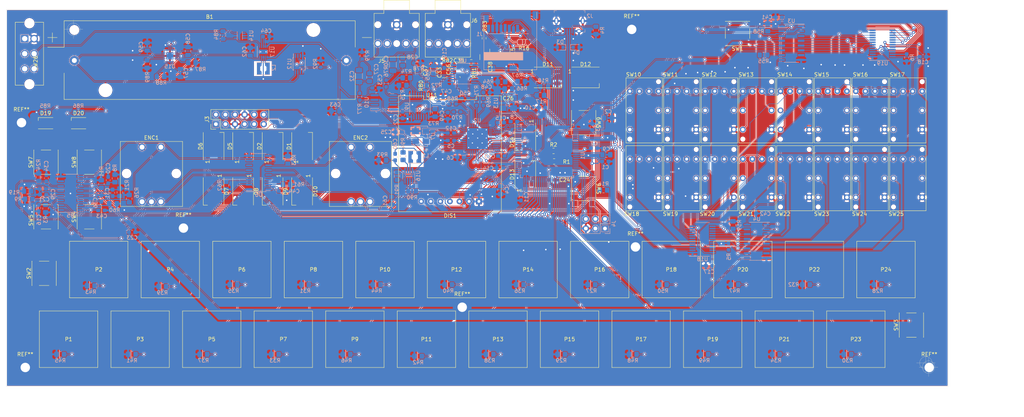
<source format=kicad_pcb>
(kicad_pcb (version 20171130) (host pcbnew "(5.1.10)-1")
  (layers (0 F.Cu signal) (31 B.Cu signal) (35 F.Paste user hide) (36 B.SilkS user) (37 F.SilkS user) (38 B.Mask user hide) (39 F.Mask user hide) (44 Edge.Cuts user hide))
  (net 0 "")
  (net 1 VBUS)
  (net 2 /D-)
  (net 3 GND)
  (net 4 "Net-(J2-Pad4)")
  (net 5 /D+)
  (net 6 +BATT)
  (net 7 /Vout)
  (net 8 +3V3)
  (net 9 +1V2)
  (net 10 "Net-(C7-Pad1)")
  (net 11 "Net-(D1-Pad2)")
  (net 12 "Net-(D2-Pad2)")
  (net 13 "Net-(L1-Pad1)")
  (net 14 /dbg_rst)
  (net 15 /SWCLK)
  (net 16 /ADC0IN[15])
  (net 17 /ADC0IN[14])
  (net 18 /ADC0IN[13])
  (net 19 /ADC0IN[12])
  (net 20 /SWO)
  (net 21 /SWDIO)
  (net 22 "Net-(U1-Pad87)")
  (net 23 "Net-(U1-Pad82)")
  (net 24 /SC0_SCL_PAD[1])
  (net 25 /SC0_SDA_PAD[0])
  (net 26 /SDHC1_SDCLK)
  (net 27 /SDHC1_SDCMD)
  (net 28 /SDHC1_DAT[3])
  (net 29 /SDHC1_DAT[1])
  (net 30 /SDHC1_DAT[0])
  (net 31 /SDHC1_SDWP)
  (net 32 /SDHC1_SDCD)
  (net 33 /MII_GCOL)
  (net 34 /MII_GRDV)
  (net 35 /MII_GTXER)
  (net 36 /MII_GRXCK)
  (net 37 /MII_GTX[3])
  (net 38 /MII_GTX[2])
  (net 39 /MII_GTX[1])
  (net 40 /MII_GTX[0])
  (net 41 /MII_GTEN)
  (net 42 /MII_GCRS)
  (net 43 /MII_GRXER)
  (net 44 /MII_GRX[0])
  (net 45 /MII_GRX[1])
  (net 46 /MII_GRX[2])
  (net 47 /MII_GRX[3])
  (net 48 /MII_GMDIO)
  (net 49 /MII_GMDC)
  (net 50 "Net-(U1-Pad40)")
  (net 51 /SC4_PAD[3])
  (net 52 /SC4_CS_PAD[2])
  (net 53 /SC4_SCK_PAD[1])
  (net 54 /SC4_PAD[0])
  (net 55 /ADC0IN[11])
  (net 56 /ADC0IN[10])
  (net 57 /ADC0IN[9])
  (net 58 /ADC0IN[8])
  (net 59 /ADC0IN[7])
  (net 60 /ADC0IN[6])
  (net 61 /ADC0IN[5])
  (net 62 /ADC0IN[4])
  (net 63 /ADC0IN[3])
  (net 64 /ADC0IN[2])
  (net 65 /ADC1IN[9])
  (net 66 /ADC1IN[8])
  (net 67 /ADC1IN[7])
  (net 68 /ADC1IN[6])
  (net 69 /ADC0IN[1])
  (net 70 /ADC0IN[0])
  (net 71 /ADC1IN[4])
  (net 72 /ADC1IN[5])
  (net 73 /ADC1IN[11])
  (net 74 /ADC1IN[10])
  (net 75 "Net-(U2-Pad41)")
  (net 76 "Net-(U2-Pad40)")
  (net 77 "Net-(U2-Pad39)")
  (net 78 /PMOD[7])
  (net 79 /CLK48M)
  (net 80 /PMOD[6])
  (net 81 /PMOD[5])
  (net 82 /PMOD[4])
  (net 83 /PMOD[3])
  (net 84 /PMOD[2])
  (net 85 /PMOD[1])
  (net 86 /PMOD[0])
  (net 87 "Net-(U2-Pad23)")
  (net 88 /CFG_RESET_B)
  (net 89 /CDONE)
  (net 90 "Net-(L2-Pad2)")
  (net 91 "Net-(L2-Pad1)")
  (net 92 /mcu_core)
  (net 93 /SDHC1_DAT[2])
  (net 94 "Net-(J5-Pad4)")
  (net 95 "Net-(J5-Pad3)")
  (net 96 "Net-(J6-Pad4)")
  (net 97 "Net-(J6-Pad3)")
  (net 98 /PDM1_R)
  (net 99 /PDM1_L)
  (net 100 /PDM0_R)
  (net 101 /PDM0_L)
  (net 102 "Net-(U9-Pad4)")
  (net 103 /OUT0_L)
  (net 104 /OUT0_R)
  (net 105 /OUT1_L)
  (net 106 /OUT1_R)
  (net 107 "Net-(R59-Pad1)")
  (net 108 "Net-(R60-Pad1)")
  (net 109 -BATT)
  (net 110 "Net-(D5-Pad2)")
  (net 111 "Net-(D6-Pad2)")
  (net 112 "Net-(D7-Pad2)")
  (net 113 "Net-(D8-Pad2)")
  (net 114 "Net-(D10-Pad4)")
  (net 115 "Net-(D11-Pad2)")
  (net 116 "Net-(D13-Pad2)")
  (net 117 "Net-(D14-Pad2)")
  (net 118 "Net-(D19-Pad2)")
  (net 119 "Net-(D20-Pad2)")
  (net 120 "Net-(U12-Pad3)")
  (net 121 /PSU_EN)
  (net 122 "Net-(R72-Pad1)")
  (net 123 "Net-(SW26-Pad1)")
  (net 124 "Net-(SW26-Pad2)")
  (net 125 "Net-(SW26-Pad3)")
  (net 126 /SW_LOAD)
  (net 127 /SW_CLK)
  (net 128 /SW_DATA)
  (net 129 /LED_DATA)
  (net 130 /IO/SW_BTN20)
  (net 131 /IO/SW_BTN16)
  (net 132 /IO/SW_BTN21)
  (net 133 /IO/SW_BTN17)
  (net 134 /IO/SW_BTN22)
  (net 135 /IO/SW_BTN18)
  (net 136 /IO/SW_BTN23)
  (net 137 /IO/SW_BTN19)
  (net 138 "/Analog Output/F_PDM0_R")
  (net 139 "/Analog Output/F_PDM1_R")
  (net 140 "/Analog Output/F_PDM0_L")
  (net 141 "/Analog Output/F_PDM1_L")
  (net 142 "Net-(C60-Pad2)")
  (net 143 "Net-(C64-Pad1)")
  (net 144 /LED_OUT)
  (net 145 "Net-(D12-Pad2)")
  (net 146 "Net-(D19-Pad1)")
  (net 147 "/Power Supply/!CHG")
  (net 148 "Net-(D19-Pad3)")
  (net 149 "Net-(D20-Pad1)")
  (net 150 "/Power Supply/!PGOOD")
  (net 151 "Net-(D20-Pad3)")
  (net 152 /IO/ENC1_B)
  (net 153 /IO/ENC1_A)
  (net 154 /IO/SW_ENC1)
  (net 155 /IO/ENC2_B)
  (net 156 /IO/ENC2_A)
  (net 157 /IO/SW_ENC2)
  (net 158 "Net-(R5-Pad2)")
  (net 159 "Net-(R6-Pad2)")
  (net 160 "Net-(R55-Pad1)")
  (net 161 "Net-(R58-Pad1)")
  (net 162 "Net-(R61-Pad1)")
  (net 163 "Net-(R64-Pad1)")
  (net 164 "Net-(R65-Pad1)")
  (net 165 "Net-(R66-Pad1)")
  (net 166 "Net-(R67-Pad1)")
  (net 167 "Net-(R73-Pad1)")
  (net 168 "Net-(R74-Pad1)")
  (net 169 "Net-(R75-Pad1)")
  (net 170 "Net-(R76-Pad1)")
  (net 171 "Net-(R77-Pad1)")
  (net 172 "Net-(R80-Pad1)")
  (net 173 "Net-(R81-Pad1)")
  (net 174 "/Power Supply/BGD")
  (net 175 "Net-(R87-Pad2)")
  (net 176 "Net-(R88-Pad2)")
  (net 177 "Net-(R89-Pad1)")
  (net 178 "Net-(R90-Pad1)")
  (net 179 "Net-(R94-Pad1)")
  (net 180 /IO/SW_BTN0)
  (net 181 /IO/RLED_0)
  (net 182 /IO/GLED_0)
  (net 183 /IO/SW_BTN1)
  (net 184 /IO/RLED_1)
  (net 185 /IO/GLED_1)
  (net 186 /IO/SW_BTN2)
  (net 187 /IO/RLED_2)
  (net 188 /IO/GLED_2)
  (net 189 /IO/SW_BTN3)
  (net 190 /IO/RLED_3)
  (net 191 /IO/GLED_3)
  (net 192 /IO/SW_BTN4)
  (net 193 /IO/RLED_4)
  (net 194 /IO/GLED_4)
  (net 195 /IO/SW_BTN5)
  (net 196 /IO/RLED_5)
  (net 197 /IO/GLED_5)
  (net 198 /IO/SW_BTN6)
  (net 199 /IO/RLED_6)
  (net 200 /IO/GLED_6)
  (net 201 /IO/SW_BTN7)
  (net 202 /IO/RLED_7)
  (net 203 /IO/GLED_7)
  (net 204 /IO/SW_BTN8)
  (net 205 /IO/RLED_8)
  (net 206 /IO/GLED_8)
  (net 207 /IO/SW_BTN9)
  (net 208 /IO/RLED_9)
  (net 209 /IO/GLED_9)
  (net 210 /IO/SW_BTN10)
  (net 211 /IO/RLED_10)
  (net 212 /IO/GLED_10)
  (net 213 /IO/SW_BTN11)
  (net 214 /IO/RLED_11)
  (net 215 /IO/GLED_11)
  (net 216 /IO/SW_BTN12)
  (net 217 /IO/RLED_12)
  (net 218 /IO/GLED_12)
  (net 219 /IO/SW_BTN13)
  (net 220 /IO/RLED_13)
  (net 221 /IO/GLED_13)
  (net 222 /IO/SW_BTN14)
  (net 223 /IO/RLED_14)
  (net 224 /IO/GLED_14)
  (net 225 /IO/SW_BTN15)
  (net 226 /IO/RLED_15)
  (net 227 /IO/GLED_15)
  (net 228 "Net-(U3-Pad7)")
  (net 229 "Net-(U3-Pad9)")
  (net 230 "Net-(U4-Pad7)")
  (net 231 "Net-(U4-Pad9)")
  (net 232 "Net-(U5-Pad7)")
  (net 233 "Net-(U5-Pad9)")
  (net 234 "Net-(U6-Pad6)")
  (net 235 "Net-(U6-Pad7)")
  (net 236 "Net-(U6-Pad14)")
  (net 237 "Net-(U8-Pad4)")
  (net 238 "/Analog Output/BUF1_L")
  (net 239 "/Analog Output/BUF1_R")
  (net 240 "/Analog Output/BUF0_L")
  (net 241 "/Analog Output/BUF0_R")
  (net 242 "Net-(U14-Pad1)")
  (net 243 "Net-(U15-Pad15)")
  (net 244 "Net-(U18-Pad22)")
  (net 245 "Net-(U19-Pad22)")
  (net 246 /DISPLAY_CS)
  (net 247 /DISPLAY_RST)
  (net 248 /SEQ_CLK)
  (net 249 /SEQ_DATA)
  (net 250 /SEQ_LE)
  (net 251 /SEQ_OE)
  (net 252 /DISPLAY_CMD)
  (net 253 "Net-(C27-Pad2)")
  (net 254 "Net-(C28-Pad2)")
  (net 255 "Net-(C33-Pad2)")
  (net 256 "Net-(C35-Pad2)")
  (net 257 "Net-(U1-Pad33)")
  (net 258 "Net-(U1-Pad73)")
  (net 259 "Net-(U1-Pad72)")
  (net 260 "Net-(J1-Pad10)")
  (net 261 "Net-(U2-Pad20)")
  (net 262 "Net-(J3-Pad1)")
  (net 263 "Net-(J3-Pad2)")
  (net 264 "Net-(J3-Pad3)")
  (net 265 "Net-(J3-Pad4)")
  (net 266 "Net-(J3-Pad5)")
  (net 267 "Net-(J3-Pad6)")
  (net 268 "Net-(J3-Pad7)")
  (net 269 "Net-(J3-Pad8)")
  (net 270 "Net-(U17-Pad11)")
  (module up5k-synth:MountingHole_2.5mm_Pad (layer F.Cu) (at 191 30.25)
    (fp_text reference REF** (at 0 -3.5) (layer F.SilkS))
    (fp_text value MountingHole_2.5mm_Pad)
    (pad 1 thru_hole circle (at 0 0) (size 5 5) (drill 2.5) (layers *.Cu *.Mask))
  )
  (module up5k-synth:MountingHole_2.5mm_Pad (layer F.Cu) (at 29 55)
    (fp_text reference REF** (at 0 -3.5) (layer F.SilkS))
    (fp_text value MountingHole_2.5mm_Pad)
    (pad 1 thru_hole circle (at 0 0) (size 5 5) (drill 2.5) (layers *.Cu *.Mask))
  )
  (module up5k-synth:MountingHole_2.5mm_Pad (layer F.Cu) (at 192 88)
    (fp_text reference REF** (at 0 -3.5) (layer F.SilkS))
    (fp_text value MountingHole_2.5mm_Pad)
    (pad 1 thru_hole circle (at 0 0) (size 5 5) (drill 2.5) (layers *.Cu *.Mask))
  )
  (module up5k-synth:MountingHole_2.5mm_Pad (layer F.Cu) (at 146 104)
    (fp_text reference REF** (at 0 -3.5) (layer F.SilkS))
    (fp_text value MountingHole_2.5mm_Pad)
    (pad 1 thru_hole circle (at 0 0) (size 5 5) (drill 2.5) (layers *.Cu *.Mask))
  )
  (module up5k-synth:MountingHole_2.5mm_Pad (layer F.Cu) (at 72 83)
    (fp_text reference REF** (at 0 -3.5) (layer F.SilkS))
    (fp_text value MountingHole_2.5mm_Pad)
    (pad 1 thru_hole circle (at 0 0) (size 5 5) (drill 2.5) (layers *.Cu *.Mask))
  )
  (module up5k-synth:MountingHole_2.5mm_Pad (layer F.Cu) (at 270 120)
    (fp_text reference REF** (at 0 -3.5) (layer F.SilkS))
    (fp_text value MountingHole_2.5mm_Pad)
    (pad 1 thru_hole circle (at 0 0) (size 5 5) (drill 2.5) (layers *.Cu *.Mask))
  )
  (module up5k-synth:MountingHole_2.5mm_Pad (layer F.Cu) (at 30 120)
    (fp_text reference REF** (at 0 -3.5) (layer F.SilkS))
    (fp_text value MountingHole_2.5mm_Pad)
    (pad 1 thru_hole circle (at 0 0) (size 5 5) (drill 2.5) (layers *.Cu *.Mask))
  )
  (module up5k-synth:BatteryHolder_Keystone_1043_1x18650 (layer F.Cu) (at 78.95 38.4 180)
    (fp_text reference B1 (at 0 11.5 180) (layer F.SilkS))
    (fp_text value 186501_1043P)
    (pad 1 thru_hole circle (at 35.93 -0.1) (size 2.5 2.5) (drill 1.32) (layers *.Cu *.Mask) (net 6 +BATT))
    (pad 2 thru_hole circle (at -36.29 -0.1) (size 2.5 2.5) (drill 1.32) (layers *.Cu *.Mask) (net 109 -BATT))
    (pad "" np_thru_hole circle (at -27.55 8) (size 3.45 3.45) (drill 3.45) (layers *.Cu *.Mask))
    (pad "" np_thru_hole circle (at 27.65 -8) (size 3.45 3.45) (drill 3.45) (layers *.Cu *.Mask))
    (pad "" np_thru_hole circle (at 35.93 8) (size 2.39 2.39) (drill 2.39) (layers *.Cu *.Mask))
  )
  (module up5k-synth:SW_E-Switch_MFS201N−16−Z_DPDT (layer F.Cu) (at 31.1 36.7 270)
    (fp_text reference SW26 (at 2.5 -1.65 90) (layer F.SilkS))
    (fp_text value SW_DPDT_x2_MFS201N−16−Z)
    (pad "" np_thru_hole circle (at 8.1 0 270) (size 2.5 2.5) (drill 2.5) (layers *.Cu *.Mask))
    (pad "" np_thru_hole circle (at -8.1 0 270) (size 2.5 2.5) (drill 2.5) (layers *.Cu *.Mask))
    (pad 1 thru_hole rect (at -4 1.25 270) (size 2 2) (drill 1.4) (layers *.Cu *.Mask) (net 123 "Net-(SW26-Pad1)"))
    (pad 2 thru_hole circle (at 0 1.25 270) (size 2 2) (drill 1.4) (layers *.Cu *.Mask) (net 124 "Net-(SW26-Pad2)"))
    (pad 3 thru_hole circle (at 4 1.25 270) (size 2 2) (drill 1.4) (layers *.Cu *.Mask) (net 125 "Net-(SW26-Pad3)"))
    (pad 4 thru_hole circle (at -4 -1.25 270) (size 2 2) (drill 1.4) (layers *.Cu *.Mask) (net 3 GND))
    (pad 5 thru_hole circle (at 0 -1.25 270) (size 2 2) (drill 1.4) (layers *.Cu *.Mask) (net 121 /PSU_EN))
    (pad 6 thru_hole circle (at 4 -1.25 270) (size 2 2) (drill 1.4) (layers *.Cu *.Mask) (net 7 /Vout))
  )
  (module up5k-synth:PEC12R-4xxxF-Sxx (layer F.Cu) (at 63.5 61.5)
    (fp_text reference ENC1 (at 0 -2.5) (layer F.SilkS))
    (fp_text value rot_encoder_switch)
    (pad "" np_thru_hole circle (at -6.6 7) (size 2.3 2.3) (drill 2.3) (layers *.Cu *.Mask))
    (pad "" np_thru_hole circle (at 6.6 7) (size 2.3 2.3) (drill 2.3) (layers *.Cu *.Mask))
    (pad 5 thru_hole circle (at 2.5 14.5) (size 2 2) (drill 1.3) (layers *.Cu *.Mask) (net 152 /IO/ENC1_B))
    (pad 4 thru_hole circle (at 0 14.5) (size 2 2) (drill 1.3) (layers *.Cu *.Mask) (net 8 +3V3))
    (pad 3 thru_hole circle (at -2.5 14.5) (size 2 2) (drill 1.3) (layers *.Cu *.Mask) (net 153 /IO/ENC1_A))
    (pad 2 thru_hole circle (at 2.5 0) (size 2 2) (drill 1.3) (layers *.Cu *.Mask) (net 154 /IO/SW_ENC1))
    (pad 1 thru_hole circle (at -2.5 0) (size 2 2) (drill 1.3) (layers *.Cu *.Mask) (net 8 +3V3))
  )
  (module up5k-synth:PinHeader_2x06_P2.54mm_Vertical (layer F.Cu) (at 80.6 55.4 90)
    (fp_text reference J3 (at 1.27 -2.33 90) (layer F.SilkS))
    (fp_text value PMOD_conn)
    (pad 1 thru_hole rect (at 0 0 90) (size 1.7 1.7) (drill 1) (layers *.Cu *.Mask) (net 262 "Net-(J3-Pad1)"))
    (pad 2 thru_hole oval (at 2.54 0 90) (size 1.7 1.7) (drill 1) (layers *.Cu *.Mask) (net 263 "Net-(J3-Pad2)"))
    (pad 3 thru_hole oval (at 0 2.54 90) (size 1.7 1.7) (drill 1) (layers *.Cu *.Mask) (net 264 "Net-(J3-Pad3)"))
    (pad 4 thru_hole oval (at 2.54 2.54 90) (size 1.7 1.7) (drill 1) (layers *.Cu *.Mask) (net 265 "Net-(J3-Pad4)"))
    (pad 5 thru_hole oval (at 0 5.08 90) (size 1.7 1.7) (drill 1) (layers *.Cu *.Mask) (net 266 "Net-(J3-Pad5)"))
    (pad 6 thru_hole oval (at 2.54 5.08 90) (size 1.7 1.7) (drill 1) (layers *.Cu *.Mask) (net 267 "Net-(J3-Pad6)"))
    (pad 7 thru_hole oval (at 0 7.62 90) (size 1.7 1.7) (drill 1) (layers *.Cu *.Mask) (net 268 "Net-(J3-Pad7)"))
    (pad 8 thru_hole oval (at 2.54 7.62 90) (size 1.7 1.7) (drill 1) (layers *.Cu *.Mask) (net 269 "Net-(J3-Pad8)"))
    (pad 9 thru_hole oval (at 0 10.16 90) (size 1.7 1.7) (drill 1) (layers *.Cu *.Mask) (net 82 /PMOD[4]))
    (pad 10 thru_hole oval (at 2.54 10.16 90) (size 1.7 1.7) (drill 1) (layers *.Cu *.Mask) (net 81 /PMOD[5]))
    (pad 11 thru_hole oval (at 0 12.7 90) (size 1.7 1.7) (drill 1) (layers *.Cu *.Mask) (net 80 /PMOD[6]))
    (pad 12 thru_hole oval (at 2.54 12.7 90) (size 1.7 1.7) (drill 1) (layers *.Cu *.Mask) (net 78 /PMOD[7]))
  )
  (module up5k-synth:PEC12R-4xxxF-Sxx (layer F.Cu) (at 119 61.5)
    (fp_text reference ENC2 (at 0 -2.5) (layer F.SilkS))
    (fp_text value rot_encoder_switch)
    (pad "" np_thru_hole circle (at -6.6 7) (size 2.3 2.3) (drill 2.3) (layers *.Cu *.Mask))
    (pad "" np_thru_hole circle (at 6.6 7) (size 2.3 2.3) (drill 2.3) (layers *.Cu *.Mask))
    (pad 5 thru_hole circle (at 2.5 14.5) (size 2 2) (drill 1.3) (layers *.Cu *.Mask) (net 155 /IO/ENC2_B))
    (pad 4 thru_hole circle (at 0 14.5) (size 2 2) (drill 1.3) (layers *.Cu *.Mask) (net 8 +3V3))
    (pad 3 thru_hole circle (at -2.5 14.5) (size 2 2) (drill 1.3) (layers *.Cu *.Mask) (net 156 /IO/ENC2_A))
    (pad 2 thru_hole circle (at 2.5 0) (size 2 2) (drill 1.3) (layers *.Cu *.Mask) (net 157 /IO/SW_ENC2))
    (pad 1 thru_hole circle (at -2.5 0) (size 2 2) (drill 1.3) (layers *.Cu *.Mask) (net 8 +3V3))
  )
  (module up5k-synth:C_1206_3216Metric_Pad1.33x1.80mm_HandSolder (layer F.Cu) (at 151.6 37.6 270)
    (fp_text reference C38 (at 2.6 -1.85 90) (layer F.SilkS))
    (fp_text value C_220uF_1206)
    (pad 1 smd roundrect (at -1.5625 0 270) (size 1.325 1.8) (layers F.Cu F.Paste F.Mask) (roundrect_rratio 0.188679) (net 106 /OUT1_R))
    (pad 2 smd roundrect (at 1.5625 0 270) (size 1.325 1.8) (layers F.Cu F.Paste F.Mask) (roundrect_rratio 0.188679) (net 256 "Net-(C35-Pad2)"))
  )
  (module up5k-synth:C_1206_3216Metric_Pad1.33x1.80mm_HandSolder (layer F.Cu) (at 134.4 41.2 270)
    (fp_text reference C37 (at 0 -1.85 90) (layer F.SilkS))
    (fp_text value C_220uF_1206)
    (pad 1 smd roundrect (at -1.5625 0 270) (size 1.325 1.8) (layers F.Cu F.Paste F.Mask) (roundrect_rratio 0.188679) (net 105 /OUT1_L))
    (pad 2 smd roundrect (at 1.5625 0 270) (size 1.325 1.8) (layers F.Cu F.Paste F.Mask) (roundrect_rratio 0.188679) (net 255 "Net-(C33-Pad2)"))
  )
  (module up5k-synth:C_0805_2012Metric_Pad1.18x1.45mm_HandSolder (layer F.Cu) (at 148.4 39)
    (fp_text reference C35 (at -3.3 -0.5 180) (layer F.SilkS))
    (fp_text value C_47uF_0805)
    (pad 1 smd roundrect (at -1.0375 0) (size 1.175 1.45) (layers F.Cu F.Paste F.Mask) (roundrect_rratio 0.212766) (net 106 /OUT1_R))
    (pad 2 smd roundrect (at 1.0375 0) (size 1.175 1.45) (layers F.Cu F.Paste F.Mask) (roundrect_rratio 0.212766) (net 256 "Net-(C35-Pad2)"))
  )
  (module up5k-synth:C_0805_2012Metric_Pad1.18x1.45mm_HandSolder (layer F.Cu) (at 138.3 41.7 270)
    (fp_text reference C33 (at 0 -1.68 90) (layer F.SilkS))
    (fp_text value C_47uF_0805)
    (pad 1 smd roundrect (at -1.0375 0 270) (size 1.175 1.45) (layers F.Cu F.Paste F.Mask) (roundrect_rratio 0.212766) (net 105 /OUT1_L))
    (pad 2 smd roundrect (at 1.0375 0 270) (size 1.175 1.45) (layers F.Cu F.Paste F.Mask) (roundrect_rratio 0.212766) (net 255 "Net-(C33-Pad2)"))
  )
  (module up5k-synth:C_1206_3216Metric_Pad1.33x1.80mm_HandSolder (layer B.Cu) (at 118.6 42.6375 270)
    (fp_text reference C32 (at 0 1.85 90) (layer B.SilkS) (effects (justify mirror)))
    (fp_text value C_220uF_1206)
    (pad 1 smd roundrect (at -1.5625 0 270) (size 1.325 1.8) (layers B.Cu B.Paste B.Mask) (roundrect_rratio 0.188679) (net 103 /OUT0_L))
    (pad 2 smd roundrect (at 1.5625 0 270) (size 1.325 1.8) (layers B.Cu B.Paste B.Mask) (roundrect_rratio 0.188679) (net 253 "Net-(C27-Pad2)"))
  )
  (module up5k-synth:C_1206_3216Metric_Pad1.33x1.80mm_HandSolder (layer B.Cu) (at 127.6 39.6375 270)
    (fp_text reference C30 (at -1.0375 1.8 90) (layer B.SilkS) (effects (justify mirror)))
    (fp_text value C_220uF_1206)
    (pad 1 smd roundrect (at -1.5625 0 270) (size 1.325 1.8) (layers B.Cu B.Paste B.Mask) (roundrect_rratio 0.188679) (net 104 /OUT0_R))
    (pad 2 smd roundrect (at 1.5625 0 270) (size 1.325 1.8) (layers B.Cu B.Paste B.Mask) (roundrect_rratio 0.188679) (net 254 "Net-(C28-Pad2)"))
  )
  (module up5k-synth:C_0805_2012Metric_Pad1.18x1.45mm_HandSolder (layer B.Cu) (at 130.2 38.8 270)
    (fp_text reference C28 (at -1.2 -2.6 180) (layer B.SilkS) (effects (justify mirror)))
    (fp_text value C_47uF_0805)
    (pad 1 smd roundrect (at -1.0375 0 270) (size 1.175 1.45) (layers B.Cu B.Paste B.Mask) (roundrect_rratio 0.212766) (net 104 /OUT0_R))
    (pad 2 smd roundrect (at 1.0375 0 270) (size 1.175 1.45) (layers B.Cu B.Paste B.Mask) (roundrect_rratio 0.212766) (net 254 "Net-(C28-Pad2)"))
  )
  (module up5k-synth:C_0805_2012Metric_Pad1.18x1.45mm_HandSolder (layer B.Cu) (at 121.4 42.9625 270)
    (fp_text reference C27 (at -2.1625 -1.8 90) (layer B.SilkS) (effects (justify mirror)))
    (fp_text value C_47uF_0805)
    (pad 1 smd roundrect (at -1.0375 0 270) (size 1.175 1.45) (layers B.Cu B.Paste B.Mask) (roundrect_rratio 0.212766) (net 103 /OUT0_L))
    (pad 2 smd roundrect (at 1.0375 0 270) (size 1.175 1.45) (layers B.Cu B.Paste B.Mask) (roundrect_rratio 0.212766) (net 253 "Net-(C27-Pad2)"))
  )
  (module up5k-synth:C_0603_1608Metric_Pad1.08x0.95mm_HandSolder (layer B.Cu) (at 130.175 52.959 270)
    (fp_text reference C22 (at 1.2 1.8 90) (layer B.SilkS) (effects (justify mirror)))
    (fp_text value 0.1uF_10V_0603)
    (pad 1 smd roundrect (at -0.8625 0 270) (size 1.075 0.95) (layers B.Cu B.Paste B.Mask) (net 8 +3V3))
    (pad 2 smd roundrect (at 0.8625 0 270) (size 1.075 0.95) (layers B.Cu B.Paste B.Mask) (net 3 GND))
  )
  (module up5k-synth:C_0603_1608Metric_Pad1.08x0.95mm_HandSolder (layer B.Cu) (at 141.2 39.6 90)
    (fp_text reference C19 (at 3.1 0.1 270) (layer B.SilkS) (effects (justify mirror)))
    (fp_text value 0.1uF_10V_0603)
    (pad 1 smd roundrect (at -0.8625 0 90) (size 1.075 0.95) (layers B.Cu B.Paste B.Mask) (net 8 +3V3))
    (pad 2 smd roundrect (at 0.8625 0 90) (size 1.075 0.95) (layers B.Cu B.Paste B.Mask) (net 3 GND))
  )
  (module up5k-synth:STX-3120-5B-577C (layer F.Cu) (at 142.2 29)
    (fp_text reference J6 (at 7 -1.1) (layer F.SilkS))
    (fp_text value AudioJack3_SwitchTR)
    (pad "" np_thru_hole circle (at 0 5) (size 1.6 1.6) (drill 1.6) (layers *.Cu *.Mask))
    (pad "" np_thru_hole circle (at 5 0) (size 1.6 1.6) (drill 1.6) (layers *.Cu *.Mask))
    (pad "" np_thru_hole circle (at -5 0) (size 1.6 1.6) (drill 1.6) (layers *.Cu *.Mask))
    (pad 5 thru_hole circle (at -5 5) (size 2 2) (drill 1.3) (layers *.Cu *.Mask) (net 105 /OUT1_L))
    (pad 4 thru_hole circle (at -2.5 5) (size 2 2) (drill 1.3) (layers *.Cu *.Mask) (net 96 "Net-(J6-Pad4)"))
    (pad 3 thru_hole circle (at 2.5 5) (size 2 2) (drill 1.3) (layers *.Cu *.Mask) (net 97 "Net-(J6-Pad3)"))
    (pad 2 thru_hole circle (at 5 5) (size 2 2) (drill 1.3) (layers *.Cu *.Mask) (net 106 /OUT1_R))
    (pad 1 thru_hole circle (at 0 0) (size 2 2) (drill 1.3) (layers *.Cu *.Mask) (net 3 GND))
  )
  (module up5k-synth:STX-3120-5B-577C (layer F.Cu) (at 128.6 29)
    (fp_text reference J5 (at -4 9.6) (layer F.SilkS))
    (fp_text value AudioJack3_SwitchTR)
    (pad "" np_thru_hole circle (at 0 5) (size 1.6 1.6) (drill 1.6) (layers *.Cu *.Mask))
    (pad "" np_thru_hole circle (at 5 0) (size 1.6 1.6) (drill 1.6) (layers *.Cu *.Mask))
    (pad "" np_thru_hole circle (at -5 0) (size 1.6 1.6) (drill 1.6) (layers *.Cu *.Mask))
    (pad 5 thru_hole circle (at -5 5) (size 2 2) (drill 1.3) (layers *.Cu *.Mask) (net 103 /OUT0_L))
    (pad 4 thru_hole circle (at -2.5 5) (size 2 2) (drill 1.3) (layers *.Cu *.Mask) (net 94 "Net-(J5-Pad4)"))
    (pad 3 thru_hole circle (at 2.5 5) (size 2 2) (drill 1.3) (layers *.Cu *.Mask) (net 95 "Net-(J5-Pad3)"))
    (pad 2 thru_hole circle (at 5 5) (size 2 2) (drill 1.3) (layers *.Cu *.Mask) (net 104 /OUT0_R))
    (pad 1 thru_hole circle (at 0 0) (size 2 2) (drill 1.3) (layers *.Cu *.Mask) (net 3 GND))
  )
  (module up5k-synth:SSD1306 (layer F.Cu) (at 142.75 75.89 180)
    (fp_text reference DIS1 (at -0.05 -3.81 180) (layer F.SilkS))
    (fp_text value SSD1306)
    (pad 7 thru_hole circle (at 7.6352 -0.0214 180) (size 1.524 1.524) (drill 0.762) (layers *.Cu *.Mask) (net 246 /DISPLAY_CS))
    (pad 5 thru_hole circle (at 2.5552 -0.0214 180) (size 1.524 1.524) (drill 0.762) (layers *.Cu *.Mask) (net 247 /DISPLAY_RST))
    (pad 6 thru_hole circle (at 5.0952 -0.0214 180) (size 1.524 1.524) (drill 0.762) (layers *.Cu *.Mask) (net 252 /DISPLAY_CMD))
    (pad 4 thru_hole circle (at 0.0152 -0.0214 180) (size 1.524 1.524) (drill 0.762) (layers *.Cu *.Mask) (net 54 /SC4_PAD[0]))
    (pad 3 thru_hole circle (at -2.5248 -0.0214 180) (size 1.524 1.524) (drill 0.762) (layers *.Cu *.Mask) (net 53 /SC4_SCK_PAD[1]))
    (pad 2 thru_hole circle (at -5.0648 -0.0214 180) (size 1.524 1.524) (drill 0.762) (layers *.Cu *.Mask) (net 8 +3V3))
    (pad 1 thru_hole rect (at -7.6848 -0.0214 180) (size 1.524 1.524) (drill 0.762) (layers *.Cu *.Mask) (net 3 GND))
  )
  (module up5k-synth:QFN-48-1EP_7x7mm_P0.5mm_EP5.6x5.6mm (layer B.Cu) (at 150.03 59.25 180)
    (fp_text reference U2 (at 0 4.82 180) (layer B.SilkS) (effects (justify mirror)))
    (fp_text value DRA818_iCE40-UP5K-SG48)
    (pad 49 smd rect (at 0 0 180) (size 5.6 5.6) (layers B.Cu B.Mask) (net 3 GND))
    (pad 48 smd roundrect (at -2.75 3.4375 180) (size 0.25 0.875) (layers B.Cu B.Paste B.Mask) (net 40 /MII_GTX[0]))
    (pad 47 smd roundrect (at -2.25 3.4375 180) (size 0.25 0.875) (layers B.Cu B.Paste B.Mask) (net 39 /MII_GTX[1]))
    (pad 46 smd roundrect (at -1.75 3.4375 180) (size 0.25 0.875) (layers B.Cu B.Paste B.Mask) (net 38 /MII_GTX[2]))
    (pad 45 smd roundrect (at -1.25 3.4375 180) (size 0.25 0.875) (layers B.Cu B.Paste B.Mask) (net 37 /MII_GTX[3]))
    (pad 44 smd roundrect (at -0.75 3.4375 180) (size 0.25 0.875) (layers B.Cu B.Paste B.Mask) (net 36 /MII_GRXCK))
    (pad 43 smd roundrect (at -0.25 3.4375 180) (size 0.25 0.875) (layers B.Cu B.Paste B.Mask) (net 98 /PDM1_R))
    (pad 42 smd roundrect (at 0.25 3.4375 180) (size 0.25 0.875) (layers B.Cu B.Paste B.Mask) (net 99 /PDM1_L))
    (pad 41 smd roundrect (at 0.75 3.4375 180) (size 0.25 0.875) (layers B.Cu B.Paste B.Mask) (net 75 "Net-(U2-Pad41)"))
    (pad 40 smd roundrect (at 1.25 3.4375 180) (size 0.25 0.875) (layers B.Cu B.Paste B.Mask) (net 76 "Net-(U2-Pad40)"))
    (pad 39 smd roundrect (at 1.75 3.4375 180) (size 0.25 0.875) (layers B.Cu B.Paste B.Mask) (net 77 "Net-(U2-Pad39)"))
    (pad 38 smd roundrect (at 2.25 3.4375 180) (size 0.25 0.875) (layers B.Cu B.Paste B.Mask) (net 100 /PDM0_R))
    (pad 37 smd roundrect (at 2.75 3.4375 180) (size 0.25 0.875) (layers B.Cu B.Paste B.Mask) (net 101 /PDM0_L))
    (pad 36 smd roundrect (at 3.4375 2.75 180) (size 0.875 0.25) (layers B.Cu B.Paste B.Mask) (net 78 /PMOD[7]))
    (pad 35 smd roundrect (at 3.4375 2.25 180) (size 0.875 0.25) (layers B.Cu B.Paste B.Mask) (net 79 /CLK48M))
    (pad 34 smd roundrect (at 3.4375 1.75 180) (size 0.875 0.25) (layers B.Cu B.Paste B.Mask) (net 80 /PMOD[6]))
    (pad 33 smd roundrect (at 3.4375 1.25 180) (size 0.875 0.25) (layers B.Cu B.Paste B.Mask) (net 8 +3V3))
    (pad 32 smd roundrect (at 3.4375 0.75 180) (size 0.875 0.25) (layers B.Cu B.Paste B.Mask) (net 81 /PMOD[5]))
    (pad 31 smd roundrect (at 3.4375 0.25 180) (size 0.875 0.25) (layers B.Cu B.Paste B.Mask) (net 82 /PMOD[4]))
    (pad 30 smd roundrect (at 3.4375 -0.25 180) (size 0.875 0.25) (layers B.Cu B.Paste B.Mask) (net 9 +1V2))
    (pad 29 smd roundrect (at 3.4375 -0.75 180) (size 0.875 0.25) (layers B.Cu B.Paste B.Mask) (net 9 +1V2))
    (pad 28 smd roundrect (at 3.4375 -1.25 180) (size 0.875 0.25) (layers B.Cu B.Paste B.Mask) (net 83 /PMOD[3]))
    (pad 27 smd roundrect (at 3.4375 -1.75 180) (size 0.875 0.25) (layers B.Cu B.Paste B.Mask) (net 84 /PMOD[2]))
    (pad 26 smd roundrect (at 3.4375 -2.25 180) (size 0.875 0.25) (layers B.Cu B.Paste B.Mask) (net 85 /PMOD[1]))
    (pad 25 smd roundrect (at 3.4375 -2.75 180) (size 0.875 0.25) (layers B.Cu B.Paste B.Mask) (net 86 /PMOD[0]))
    (pad 24 smd roundrect (at 2.75 -3.4375 180) (size 0.25 0.875) (layers B.Cu B.Paste B.Mask) (net 8 +3V3))
    (pad 23 smd roundrect (at 2.25 -3.4375 180) (size 0.25 0.875) (layers B.Cu B.Paste B.Mask) (net 87 "Net-(U2-Pad23)"))
    (pad 22 smd roundrect (at 1.75 -3.4375 180) (size 0.25 0.875) (layers B.Cu B.Paste B.Mask) (net 8 +3V3))
    (pad 21 smd roundrect (at 1.25 -3.4375 180) (size 0.25 0.875) (layers B.Cu B.Paste B.Mask) (net 33 /MII_GCOL))
    (pad 20 smd roundrect (at 0.75 -3.4375 180) (size 0.25 0.875) (layers B.Cu B.Paste B.Mask) (net 261 "Net-(U2-Pad20)"))
    (pad 19 smd roundrect (at 0.25 -3.4375 180) (size 0.25 0.875) (layers B.Cu B.Paste B.Mask) (net 48 /MII_GMDIO))
    (pad 18 smd roundrect (at -0.25 -3.4375 180) (size 0.25 0.875) (layers B.Cu B.Paste B.Mask) (net 49 /MII_GMDC))
    (pad 17 smd roundrect (at -0.75 -3.4375 180) (size 0.25 0.875) (layers B.Cu B.Paste B.Mask) (net 54 /SC4_PAD[0]))
    (pad 16 smd roundrect (at -1.25 -3.4375 180) (size 0.25 0.875) (layers B.Cu B.Paste B.Mask) (net 52 /SC4_CS_PAD[2]))
    (pad 15 smd roundrect (at -1.75 -3.4375 180) (size 0.25 0.875) (layers B.Cu B.Paste B.Mask) (net 53 /SC4_SCK_PAD[1]))
    (pad 14 smd roundrect (at -2.25 -3.4375 180) (size 0.25 0.875) (layers B.Cu B.Paste B.Mask) (net 51 /SC4_PAD[3]))
    (pad 13 smd roundrect (at -2.75 -3.4375 180) (size 0.25 0.875) (layers B.Cu B.Paste B.Mask) (net 47 /MII_GRX[3]))
    (pad 12 smd roundrect (at -3.4375 -2.75 180) (size 0.875 0.25) (layers B.Cu B.Paste B.Mask) (net 46 /MII_GRX[2]))
    (pad 11 smd roundrect (at -3.4375 -2.25 180) (size 0.875 0.25) (layers B.Cu B.Paste B.Mask) (net 45 /MII_GRX[1]))
    (pad 10 smd roundrect (at -3.4375 -1.75 180) (size 0.875 0.25) (layers B.Cu B.Paste B.Mask) (net 44 /MII_GRX[0]))
    (pad 9 smd roundrect (at -3.4375 -1.25 180) (size 0.875 0.25) (layers B.Cu B.Paste B.Mask) (net 43 /MII_GRXER))
    (pad 8 smd roundrect (at -3.4375 -0.75 180) (size 0.875 0.25) (layers B.Cu B.Paste B.Mask) (net 88 /CFG_RESET_B))
    (pad 7 smd roundrect (at -3.4375 -0.25 180) (size 0.875 0.25) (layers B.Cu B.Paste B.Mask) (net 89 /CDONE))
    (pad 6 smd roundrect (at -3.4375 0.25 180) (size 0.875 0.25) (layers B.Cu B.Paste B.Mask) (net 35 /MII_GTXER))
    (pad 5 smd roundrect (at -3.4375 0.75 180) (size 0.875 0.25) (layers B.Cu B.Paste B.Mask) (net 9 +1V2))
    (pad 4 smd roundrect (at -3.4375 1.25 180) (size 0.875 0.25) (layers B.Cu B.Paste B.Mask) (net 34 /MII_GRDV))
    (pad 3 smd roundrect (at -3.4375 1.75 180) (size 0.875 0.25) (layers B.Cu B.Paste B.Mask) (net 41 /MII_GTEN))
    (pad 2 smd roundrect (at -3.4375 2.25 180) (size 0.875 0.25) (layers B.Cu B.Paste B.Mask) (net 42 /MII_GCRS))
    (pad 1 smd roundrect (at -3.4375 2.75 180) (size 0.875 0.25) (layers B.Cu B.Paste B.Mask) (net 8 +3V3))
  )
  (module digikey-footprints:USB_Micro_B_Female_10118194-0001LF (layer B.Cu) (at 174.5 30.7)
    (fp_text reference J2 (at 5.4 -4) (layer B.SilkS) (effects (justify mirror)))
    (fp_text value 10118194-0001LF)
    (pad SH thru_hole oval (at 3.5 -2.7) (size 1 1.55) (drill oval 0.5 1.15) (layers *.Cu *.Mask) (net 3 GND))
    (pad SH thru_hole oval (at -3.5 -2.7) (size 1 1.55) (drill oval 0.5 1.15) (layers *.Cu *.Mask) (net 3 GND))
    (pad SH thru_hole oval (at -2.5 0) (size 1.25 0.95) (drill oval 0.85 0.55) (layers *.Cu *.Mask) (net 3 GND))
    (pad SH thru_hole oval (at 2.5 0) (size 1.25 0.95) (drill oval 0.85 0.55) (layers *.Cu *.Mask) (net 3 GND))
    (pad 1 smd rect (at -1.3 0) (size 0.4 1.35) (layers B.Cu B.Paste B.Mask) (net 1 VBUS))
    (pad 2 smd rect (at -0.65 0) (size 0.4 1.35) (layers B.Cu B.Paste B.Mask) (net 2 /D-))
    (pad 5 smd rect (at 1.3 0) (size 0.4 1.35) (layers B.Cu B.Paste B.Mask) (net 3 GND))
    (pad 4 smd rect (at 0.65 0) (size 0.4 1.35) (layers B.Cu B.Paste B.Mask) (net 4 "Net-(J2-Pad4)"))
    (pad 3 smd rect (at 0 0) (size 0.4 1.35) (layers B.Cu B.Paste B.Mask) (net 5 /D+))
  )
  (module up5k-synth:QFN-16-1EP_3x3mm_P0.5mm_EP1.9x1.9mm_ThermalVias (layer B.Cu) (at 68.4 37.275)
    (fp_text reference U15 (at 0 2.8) (layer B.SilkS) (effects (justify mirror)))
    (fp_text value BQ24074)
    (pad 1 smd roundrect (at -1.5125 0.75) (size 0.675 0.25) (layers B.Cu B.Paste B.Mask) (net 177 "Net-(R89-Pad1)"))
    (pad 2 smd roundrect (at -1.5125 0.25) (size 0.675 0.25) (layers B.Cu B.Paste B.Mask) (net 6 +BATT))
    (pad 3 smd roundrect (at -1.5125 -0.25) (size 0.675 0.25) (layers B.Cu B.Paste B.Mask) (net 6 +BATT))
    (pad 4 smd roundrect (at -1.5125 -0.75) (size 0.675 0.25) (layers B.Cu B.Paste B.Mask) (net 3 GND))
    (pad 5 smd roundrect (at -0.75 -1.5125) (size 0.25 0.675) (layers B.Cu B.Paste B.Mask) (net 3 GND))
    (pad 6 smd roundrect (at -0.25 -1.5125) (size 0.25 0.675) (layers B.Cu B.Paste B.Mask) (net 7 /Vout))
    (pad 7 smd roundrect (at 0.25 -1.5125) (size 0.25 0.675) (layers B.Cu B.Paste B.Mask) (net 150 "/Power Supply/!PGOOD"))
    (pad 8 smd roundrect (at 0.75 -1.5125) (size 0.25 0.675) (layers B.Cu B.Paste B.Mask) (net 3 GND))
    (pad 9 smd roundrect (at 1.5125 -0.75) (size 0.675 0.25) (layers B.Cu B.Paste B.Mask) (net 147 "/Power Supply/!CHG"))
    (pad 10 smd roundrect (at 1.5125 -0.25) (size 0.675 0.25) (layers B.Cu B.Paste B.Mask) (net 7 /Vout))
    (pad 11 smd roundrect (at 1.5125 0.25) (size 0.675 0.25) (layers B.Cu B.Paste B.Mask) (net 7 /Vout))
    (pad 12 smd roundrect (at 1.5125 0.75) (size 0.675 0.25) (layers B.Cu B.Paste B.Mask) (net 175 "Net-(R87-Pad2)"))
    (pad 13 smd roundrect (at 0.75 1.5125) (size 0.25 0.675) (layers B.Cu B.Paste B.Mask) (net 1 VBUS))
    (pad 14 smd roundrect (at 0.25 1.5125) (size 0.25 0.675) (layers B.Cu B.Paste B.Mask) (net 3 GND))
    (pad 15 smd roundrect (at -0.25 1.5125) (size 0.25 0.675) (layers B.Cu B.Paste B.Mask) (net 243 "Net-(U15-Pad15)"))
    (pad 16 smd roundrect (at -0.75 1.5125) (size 0.25 0.675) (layers B.Cu B.Paste B.Mask) (net 176 "Net-(R88-Pad2)"))
    (pad 17 smd rect (at 0 0) (size 1.9 1.9) (layers B.Cu B.Mask) (net 3 GND))
    (pad 17 thru_hole circle (at -0.6 0.6) (size 0.7 0.7) (drill 0.2) (layers *.Cu) (net 3 GND))
    (pad 17 thru_hole circle (at 0.6 0.6) (size 0.7 0.7) (drill 0.2) (layers *.Cu) (net 3 GND))
    (pad 17 thru_hole circle (at -0.6 -0.6) (size 0.7 0.7) (drill 0.2) (layers *.Cu) (net 3 GND))
    (pad 17 thru_hole circle (at 0.6 -0.6) (size 0.7 0.7) (drill 0.2) (layers *.Cu) (net 3 GND))
    (pad 17 smd rect (at 0 0) (size 1.9 1.9) (layers F.Cu) (net 3 GND))
  )
  (module up5k-synth:TQFP-100_14x14mm_P0.5mm (layer B.Cu) (at 168.5 62.5 90)
    (fp_text reference U1 (at -1.3 9.5 90) (layer B.SilkS) (effects (justify mirror)))
    (fp_text value ATSAME53N19A)
    (pad 100 smd roundrect (at -6 7.6625 90) (size 0.3 1.475) (layers B.Cu B.Paste B.Mask) (net 16 /ADC0IN[15]))
    (pad 99 smd roundrect (at -5.5 7.6625 90) (size 0.3 1.475) (layers B.Cu B.Paste B.Mask) (net 17 /ADC0IN[14]))
    (pad 98 smd roundrect (at -5 7.6625 90) (size 0.3 1.475) (layers B.Cu B.Paste B.Mask) (net 18 /ADC0IN[13]))
    (pad 97 smd roundrect (at -4.5 7.6625 90) (size 0.3 1.475) (layers B.Cu B.Paste B.Mask) (net 19 /ADC0IN[12]))
    (pad 96 smd roundrect (at -4 7.6625 90) (size 0.3 1.475) (layers B.Cu B.Paste B.Mask) (net 129 /LED_DATA))
    (pad 95 smd roundrect (at -3.5 7.6625 90) (size 0.3 1.475) (layers B.Cu B.Paste B.Mask) (net 20 /SWO))
    (pad 94 smd roundrect (at -3 7.6625 90) (size 0.3 1.475) (layers B.Cu B.Paste B.Mask) (net 21 /SWDIO))
    (pad 93 smd roundrect (at -2.5 7.6625 90) (size 0.3 1.475) (layers B.Cu B.Paste B.Mask) (net 15 /SWCLK))
    (pad 92 smd roundrect (at -2 7.6625 90) (size 0.3 1.475) (layers B.Cu B.Paste B.Mask) (net 8 +3V3))
    (pad 91 smd roundrect (at -1.5 7.6625 90) (size 0.3 1.475) (layers B.Cu B.Paste B.Mask) (net 8 +3V3))
    (pad 90 smd roundrect (at -1 7.6625 90) (size 0.3 1.475) (layers B.Cu B.Paste B.Mask) (net 3 GND))
    (pad 89 smd roundrect (at -0.5 7.6625 90) (size 0.3 1.475) (layers B.Cu B.Paste B.Mask) (net 92 /mcu_core))
    (pad 88 smd roundrect (at 0 7.6625 90) (size 0.3 1.475) (layers B.Cu B.Paste B.Mask) (net 10 "Net-(C7-Pad1)"))
    (pad 87 smd roundrect (at 0.5 7.6625 90) (size 0.3 1.475) (layers B.Cu B.Paste B.Mask) (net 22 "Net-(U1-Pad87)"))
    (pad 86 smd roundrect (at 1 7.6625 90) (size 0.3 1.475) (layers B.Cu B.Paste B.Mask) (net 248 /SEQ_CLK))
    (pad 85 smd roundrect (at 1.5 7.6625 90) (size 0.3 1.475) (layers B.Cu B.Paste B.Mask) (net 249 /SEQ_DATA))
    (pad 84 smd roundrect (at 2 7.6625 90) (size 0.3 1.475) (layers B.Cu B.Paste B.Mask) (net 250 /SEQ_LE))
    (pad 83 smd roundrect (at 2.5 7.6625 90) (size 0.3 1.475) (layers B.Cu B.Paste B.Mask) (net 251 /SEQ_OE))
    (pad 82 smd roundrect (at 3 7.6625 90) (size 0.3 1.475) (layers B.Cu B.Paste B.Mask) (net 23 "Net-(U1-Pad82)"))
    (pad 81 smd roundrect (at 3.5 7.6625 90) (size 0.3 1.475) (layers B.Cu B.Paste B.Mask) (net 24 /SC0_SCL_PAD[1]))
    (pad 80 smd roundrect (at 4 7.6625 90) (size 0.3 1.475) (layers B.Cu B.Paste B.Mask) (net 25 /SC0_SDA_PAD[0]))
    (pad 79 smd roundrect (at 4.5 7.6625 90) (size 0.3 1.475) (layers B.Cu B.Paste B.Mask) (net 127 /SW_CLK))
    (pad 78 smd roundrect (at 5 7.6625 90) (size 0.3 1.475) (layers B.Cu B.Paste B.Mask) (net 126 /SW_LOAD))
    (pad 77 smd roundrect (at 5.5 7.6625 90) (size 0.3 1.475) (layers B.Cu B.Paste B.Mask) (net 8 +3V3))
    (pad 76 smd roundrect (at 6 7.6625 90) (size 0.3 1.475) (layers B.Cu B.Paste B.Mask) (net 3 GND))
    (pad 75 smd roundrect (at 7.6625 6 90) (size 1.475 0.3) (layers B.Cu B.Paste B.Mask) (net 5 /D+))
    (pad 74 smd roundrect (at 7.6625 5.5 90) (size 1.475 0.3) (layers B.Cu B.Paste B.Mask) (net 2 /D-))
    (pad 73 smd roundrect (at 7.6625 5 90) (size 1.475 0.3) (layers B.Cu B.Paste B.Mask) (net 258 "Net-(U1-Pad73)"))
    (pad 72 smd roundrect (at 7.6625 4.5 90) (size 1.475 0.3) (layers B.Cu B.Paste B.Mask) (net 259 "Net-(U1-Pad72)"))
    (pad 71 smd roundrect (at 7.6625 4 90) (size 1.475 0.3) (layers B.Cu B.Paste B.Mask) (net 26 /SDHC1_SDCLK))
    (pad 70 smd roundrect (at 7.6625 3.5 90) (size 1.475 0.3) (layers B.Cu B.Paste B.Mask) (net 27 /SDHC1_SDCMD))
    (pad 69 smd roundrect (at 7.6625 3 90) (size 1.475 0.3) (layers B.Cu B.Paste B.Mask) (net 28 /SDHC1_DAT[3]))
    (pad 68 smd roundrect (at 7.6625 2.5 90) (size 1.475 0.3) (layers B.Cu B.Paste B.Mask) (net 93 /SDHC1_DAT[2]))
    (pad 67 smd roundrect (at 7.6625 2 90) (size 1.475 0.3) (layers B.Cu B.Paste B.Mask) (net 29 /SDHC1_DAT[1]))
    (pad 66 smd roundrect (at 7.6625 1.5 90) (size 1.475 0.3) (layers B.Cu B.Paste B.Mask) (net 30 /SDHC1_DAT[0]))
    (pad 65 smd roundrect (at 7.6625 1 90) (size 1.475 0.3) (layers B.Cu B.Paste B.Mask) (net 31 /SDHC1_SDWP))
    (pad 64 smd roundrect (at 7.6625 0.5 90) (size 1.475 0.3) (layers B.Cu B.Paste B.Mask) (net 32 /SDHC1_SDCD))
    (pad 63 smd roundrect (at 7.6625 0 90) (size 1.475 0.3) (layers B.Cu B.Paste B.Mask) (net 8 +3V3))
    (pad 62 smd roundrect (at 7.6625 -0.5 90) (size 1.475 0.3) (layers B.Cu B.Paste B.Mask) (net 3 GND))
    (pad 61 smd roundrect (at 7.6625 -1 90) (size 1.475 0.3) (layers B.Cu B.Paste B.Mask) (net 33 /MII_GCOL))
    (pad 60 smd roundrect (at 7.6625 -1.5 90) (size 1.475 0.3) (layers B.Cu B.Paste B.Mask) (net 34 /MII_GRDV))
    (pad 59 smd roundrect (at 7.6625 -2 90) (size 1.475 0.3) (layers B.Cu B.Paste B.Mask) (net 35 /MII_GTXER))
    (pad 58 smd roundrect (at 7.6625 -2.5 90) (size 1.475 0.3) (layers B.Cu B.Paste B.Mask) (net 36 /MII_GRXCK))
    (pad 57 smd roundrect (at 7.6625 -3 90) (size 1.475 0.3) (layers B.Cu B.Paste B.Mask) (net 37 /MII_GTX[3]))
    (pad 56 smd roundrect (at 7.6625 -3.5 90) (size 1.475 0.3) (layers B.Cu B.Paste B.Mask) (net 38 /MII_GTX[2]))
    (pad 55 smd roundrect (at 7.6625 -4 90) (size 1.475 0.3) (layers B.Cu B.Paste B.Mask) (net 39 /MII_GTX[1]))
    (pad 54 smd roundrect (at 7.6625 -4.5 90) (size 1.475 0.3) (layers B.Cu B.Paste B.Mask) (net 40 /MII_GTX[0]))
    (pad 53 smd roundrect (at 7.6625 -5 90) (size 1.475 0.3) (layers B.Cu B.Paste B.Mask) (net 41 /MII_GTEN))
    (pad 52 smd roundrect (at 7.6625 -5.5 90) (size 1.475 0.3) (layers B.Cu B.Paste B.Mask) (net 42 /MII_GCRS))
    (pad 51 smd roundrect (at 7.6625 -6 90) (size 1.475 0.3) (layers B.Cu B.Paste B.Mask) (net 8 +3V3))
    (pad 50 smd roundrect (at 6 -7.6625 90) (size 0.3 1.475) (layers B.Cu B.Paste B.Mask) (net 3 GND))
    (pad 49 smd roundrect (at 5.5 -7.6625 90) (size 0.3 1.475) (layers B.Cu B.Paste B.Mask) (net 43 /MII_GRXER))
    (pad 48 smd roundrect (at 5 -7.6625 90) (size 0.3 1.475) (layers B.Cu B.Paste B.Mask) (net 36 /MII_GRXCK))
    (pad 47 smd roundrect (at 4.5 -7.6625 90) (size 0.3 1.475) (layers B.Cu B.Paste B.Mask) (net 44 /MII_GRX[0]))
    (pad 46 smd roundrect (at 4 -7.6625 90) (size 0.3 1.475) (layers B.Cu B.Paste B.Mask) (net 45 /MII_GRX[1]))
    (pad 45 smd roundrect (at 3.5 -7.6625 90) (size 0.3 1.475) (layers B.Cu B.Paste B.Mask) (net 46 /MII_GRX[2]))
    (pad 44 smd roundrect (at 3 -7.6625 90) (size 0.3 1.475) (layers B.Cu B.Paste B.Mask) (net 47 /MII_GRX[3]))
    (pad 43 smd roundrect (at 2.5 -7.6625 90) (size 0.3 1.475) (layers B.Cu B.Paste B.Mask) (net 88 /CFG_RESET_B))
    (pad 42 smd roundrect (at 2 -7.6625 90) (size 0.3 1.475) (layers B.Cu B.Paste B.Mask) (net 48 /MII_GMDIO))
    (pad 41 smd roundrect (at 1.5 -7.6625 90) (size 0.3 1.475) (layers B.Cu B.Paste B.Mask) (net 49 /MII_GMDC))
    (pad 40 smd roundrect (at 1 -7.6625 90) (size 0.3 1.475) (layers B.Cu B.Paste B.Mask) (net 50 "Net-(U1-Pad40)"))
    (pad 39 smd roundrect (at 0.5 -7.6625 90) (size 0.3 1.475) (layers B.Cu B.Paste B.Mask) (net 8 +3V3))
    (pad 38 smd roundrect (at 0 -7.6625 90) (size 0.3 1.475) (layers B.Cu B.Paste B.Mask) (net 3 GND))
    (pad 37 smd roundrect (at -0.5 -7.6625 90) (size 0.3 1.475) (layers B.Cu B.Paste B.Mask) (net 51 /SC4_PAD[3]))
    (pad 36 smd roundrect (at -1 -7.6625 90) (size 0.3 1.475) (layers B.Cu B.Paste B.Mask) (net 52 /SC4_CS_PAD[2]))
    (pad 35 smd roundrect (at -1.5 -7.6625 90) (size 0.3 1.475) (layers B.Cu B.Paste B.Mask) (net 53 /SC4_SCK_PAD[1]))
    (pad 34 smd roundrect (at -2 -7.6625 90) (size 0.3 1.475) (layers B.Cu B.Paste B.Mask) (net 54 /SC4_PAD[0]))
    (pad 33 smd roundrect (at -2.5 -7.6625 90) (size 0.3 1.475) (layers B.Cu B.Paste B.Mask) (net 257 "Net-(U1-Pad33)"))
    (pad 32 smd roundrect (at -3 -7.6625 90) (size 0.3 1.475) (layers B.Cu B.Paste B.Mask) (net 128 /SW_DATA))
    (pad 31 smd roundrect (at -3.5 -7.6625 90) (size 0.3 1.475) (layers B.Cu B.Paste B.Mask) (net 3 GND))
    (pad 30 smd roundrect (at -4 -7.6625 90) (size 0.3 1.475) (layers B.Cu B.Paste B.Mask) (net 8 +3V3))
    (pad 29 smd roundrect (at -4.5 -7.6625 90) (size 0.3 1.475) (layers B.Cu B.Paste B.Mask) (net 55 /ADC0IN[11]))
    (pad 28 smd roundrect (at -5 -7.6625 90) (size 0.3 1.475) (layers B.Cu B.Paste B.Mask) (net 56 /ADC0IN[10]))
    (pad 27 smd roundrect (at -5.5 -7.6625 90) (size 0.3 1.475) (layers B.Cu B.Paste B.Mask) (net 57 /ADC0IN[9]))
    (pad 26 smd roundrect (at -6 -7.6625 90) (size 0.3 1.475) (layers B.Cu B.Paste B.Mask) (net 58 /ADC0IN[8]))
    (pad 25 smd roundrect (at -7.6625 -6 90) (size 1.475 0.3) (layers B.Cu B.Paste B.Mask) (net 8 +3V3))
    (pad 24 smd roundrect (at -7.6625 -5.5 90) (size 1.475 0.3) (layers B.Cu B.Paste B.Mask) (net 3 GND))
    (pad 23 smd roundrect (at -7.6625 -5 90) (size 1.475 0.3) (layers B.Cu B.Paste B.Mask) (net 247 /DISPLAY_RST))
    (pad 22 smd roundrect (at -7.6625 -4.5 90) (size 1.475 0.3) (layers B.Cu B.Paste B.Mask) (net 252 /DISPLAY_CMD))
    (pad 21 smd roundrect (at -7.6625 -4 90) (size 1.475 0.3) (layers B.Cu B.Paste B.Mask) (net 246 /DISPLAY_CS))
    (pad 20 smd roundrect (at -7.6625 -3.5 90) (size 1.475 0.3) (layers B.Cu B.Paste B.Mask) (net 59 /ADC0IN[7]))
    (pad 19 smd roundrect (at -7.6625 -3 90) (size 1.475 0.3) (layers B.Cu B.Paste B.Mask) (net 60 /ADC0IN[6]))
    (pad 18 smd roundrect (at -7.6625 -2.5 90) (size 1.475 0.3) (layers B.Cu B.Paste B.Mask) (net 61 /ADC0IN[5]))
    (pad 17 smd roundrect (at -7.6625 -2 90) (size 1.475 0.3) (layers B.Cu B.Paste B.Mask) (net 62 /ADC0IN[4]))
    (pad 16 smd roundrect (at -7.6625 -1.5 90) (size 1.475 0.3) (layers B.Cu B.Paste B.Mask) (net 63 /ADC0IN[3]))
    (pad 15 smd roundrect (at -7.6625 -1 90) (size 1.475 0.3) (layers B.Cu B.Paste B.Mask) (net 64 /ADC0IN[2]))
    (pad 14 smd roundrect (at -7.6625 -0.5 90) (size 1.475 0.3) (layers B.Cu B.Paste B.Mask) (net 65 /ADC1IN[9]))
    (pad 13 smd roundrect (at -7.6625 0 90) (size 1.475 0.3) (layers B.Cu B.Paste B.Mask) (net 66 /ADC1IN[8]))
    (pad 12 smd roundrect (at -7.6625 0.5 90) (size 1.475 0.3) (layers B.Cu B.Paste B.Mask) (net 8 +3V3))
    (pad 11 smd roundrect (at -7.6625 1 90) (size 1.475 0.3) (layers B.Cu B.Paste B.Mask) (net 3 GND))
    (pad 10 smd roundrect (at -7.6625 1.5 90) (size 1.475 0.3) (layers B.Cu B.Paste B.Mask) (net 67 /ADC1IN[7]))
    (pad 9 smd roundrect (at -7.6625 2 90) (size 1.475 0.3) (layers B.Cu B.Paste B.Mask) (net 68 /ADC1IN[6]))
    (pad 8 smd roundrect (at -7.6625 2.5 90) (size 1.475 0.3) (layers B.Cu B.Paste B.Mask) (net 69 /ADC0IN[1]))
    (pad 7 smd roundrect (at -7.6625 3 90) (size 1.475 0.3) (layers B.Cu B.Paste B.Mask) (net 70 /ADC0IN[0]))
    (pad 6 smd roundrect (at -7.6625 3.5 90) (size 1.475 0.3) (layers B.Cu B.Paste B.Mask) (net 71 /ADC1IN[4]))
    (pad 5 smd roundrect (at -7.6625 4 90) (size 1.475 0.3) (layers B.Cu B.Paste B.Mask) (net 72 /ADC1IN[5]))
    (pad 4 smd roundrect (at -7.6625 4.5 90) (size 1.475 0.3) (layers B.Cu B.Paste B.Mask) (net 73 /ADC1IN[11]))
    (pad 3 smd roundrect (at -7.6625 5 90) (size 1.475 0.3) (layers B.Cu B.Paste B.Mask) (net 74 /ADC1IN[10]))
    (pad 2 smd roundrect (at -7.6625 5.5 90) (size 1.475 0.3) (layers B.Cu B.Paste B.Mask))
    (pad 1 smd roundrect (at -7.6625 6 90) (size 1.475 0.3) (layers B.Cu B.Paste B.Mask))
  )
  (module up5k-synth:R_0805_2012Metric_Pad1.20x1.40mm_HandSolder (layer B.Cu) (at 167.767 45.466)
    (fp_text reference R18 (at -0.254 -1.651) (layer B.SilkS) (effects (justify mirror)))
    (fp_text value 10kR)
    (pad 1 smd roundrect (at -1 0) (size 1.2 1.4) (layers B.Cu B.Paste B.Mask) (roundrect_rratio 0.208333) (net 8 +3V3))
    (pad 2 smd roundrect (at 1 0) (size 1.2 1.4) (layers B.Cu B.Paste B.Mask) (roundrect_rratio 0.208333) (net 31 /SDHC1_SDWP))
  )
  (module up5k-synth:Oscillator_SMD_TXC_7C-4Pin_5.0x3.2mm_HandSoldering (layer B.Cu) (at 158.239 49.7905 270)
    (fp_text reference U13 (at 0 3.3 90) (layer B.SilkS) (effects (justify mirror)))
    (fp_text value DSC6003JI2A)
    (pad 1 smd rect (at -1.34 -1.4 270) (size 1.54 1.8) (layers B.Cu B.Paste B.Mask) (net 89 /CDONE))
    (pad 2 smd rect (at 1.34 -1.4 270) (size 1.54 1.8) (layers B.Cu B.Paste B.Mask) (net 3 GND))
    (pad 3 smd rect (at 1.34 1.4 270) (size 1.54 1.8) (layers B.Cu B.Paste B.Mask) (net 36 /MII_GRXCK))
    (pad 4 smd rect (at -1.34 1.4 270) (size 1.54 1.8) (layers B.Cu B.Paste B.Mask) (net 8 +3V3))
  )
  (module up5k-synth:Oscillator_SMD_TXC_7C-4Pin_5.0x3.2mm_HandSoldering (layer B.Cu) (at 135 58.6 90)
    (fp_text reference U7 (at 0 3.3 90) (layer B.SilkS) (effects (justify mirror)))
    (fp_text value DSC6003JI2A)
    (pad 1 smd rect (at -1.34 -1.4 90) (size 1.54 1.8) (layers B.Cu B.Paste B.Mask) (net 89 /CDONE))
    (pad 2 smd rect (at 1.34 -1.4 90) (size 1.54 1.8) (layers B.Cu B.Paste B.Mask) (net 3 GND))
    (pad 3 smd rect (at 1.34 1.4 90) (size 1.54 1.8) (layers B.Cu B.Paste B.Mask) (net 79 /CLK48M))
    (pad 4 smd rect (at -1.34 1.4 90) (size 1.54 1.8) (layers B.Cu B.Paste B.Mask) (net 8 +3V3))
  )
  (module up5k-synth:R_0805_2012Metric_Pad1.20x1.40mm_HandSolder (layer B.Cu) (at 199.3 98)
    (fp_text reference R50 (at 0 1.65) (layer B.SilkS) (effects (justify mirror)))
    (fp_text value 1kR)
    (pad 1 smd roundrect (at -1 0) (size 1.2 1.4) (layers B.Cu B.Paste B.Mask) (roundrect_rratio 0.208333) (net 3 GND))
    (pad 2 smd roundrect (at 1 0) (size 1.2 1.4) (layers B.Cu B.Paste B.Mask) (roundrect_rratio 0.208333) (net 72 /ADC1IN[5]))
  )
  (module up5k-synth:R_0805_2012Metric_Pad1.20x1.40mm_HandSolder (layer B.Cu) (at 210.3 116.5)
    (fp_text reference R49 (at 0 1.65) (layer B.SilkS) (effects (justify mirror)))
    (fp_text value 1kR)
    (pad 1 smd roundrect (at -1 0) (size 1.2 1.4) (layers B.Cu B.Paste B.Mask) (roundrect_rratio 0.208333) (net 3 GND))
    (pad 2 smd roundrect (at 1 0) (size 1.2 1.4) (layers B.Cu B.Paste B.Mask) (roundrect_rratio 0.208333) (net 73 /ADC1IN[11]))
  )
  (module up5k-synth:R_0805_2012Metric_Pad1.20x1.40mm_HandSolder (layer B.Cu) (at 191.3 116.5)
    (fp_text reference R48 (at 0 1.65) (layer B.SilkS) (effects (justify mirror)))
    (fp_text value 1kR)
    (pad 1 smd roundrect (at -1 0) (size 1.2 1.4) (layers B.Cu B.Paste B.Mask) (roundrect_rratio 0.208333) (net 3 GND))
    (pad 2 smd roundrect (at 1 0) (size 1.2 1.4) (layers B.Cu B.Paste B.Mask) (roundrect_rratio 0.208333) (net 71 /ADC1IN[4]))
  )
  (module up5k-synth:R_0805_2012Metric_Pad1.20x1.40mm_HandSolder (layer B.Cu) (at 218.3 98)
    (fp_text reference R47 (at 0 1.65) (layer B.SilkS) (effects (justify mirror)))
    (fp_text value 1kR)
    (pad 1 smd roundrect (at -1 0) (size 1.2 1.4) (layers B.Cu B.Paste B.Mask) (roundrect_rratio 0.208333) (net 3 GND))
    (pad 2 smd roundrect (at 1 0) (size 1.2 1.4) (layers B.Cu B.Paste B.Mask) (roundrect_rratio 0.208333) (net 74 /ADC1IN[10]))
  )
  (module up5k-synth:R_0805_2012Metric_Pad1.20x1.40mm_HandSolder (layer B.Cu) (at 115.3 116.5)
    (fp_text reference R46 (at 0 1.65) (layer B.SilkS) (effects (justify mirror)))
    (fp_text value 1kR)
    (pad 1 smd roundrect (at -1 0) (size 1.2 1.4) (layers B.Cu B.Paste B.Mask) (roundrect_rratio 0.208333) (net 3 GND))
    (pad 2 smd roundrect (at 1 0) (size 1.2 1.4) (layers B.Cu B.Paste B.Mask) (roundrect_rratio 0.208333) (net 63 /ADC0IN[3]))
  )
  (module up5k-synth:R_0805_2012Metric_Pad1.20x1.40mm_HandSolder (layer B.Cu) (at 39.3 116.5)
    (fp_text reference R45 (at 0 1.65) (layer B.SilkS) (effects (justify mirror)))
    (fp_text value 1kR)
    (pad 1 smd roundrect (at -1 0) (size 1.2 1.4) (layers B.Cu B.Paste B.Mask) (roundrect_rratio 0.208333) (net 3 GND))
    (pad 2 smd roundrect (at 1 0) (size 1.2 1.4) (layers B.Cu B.Paste B.Mask) (roundrect_rratio 0.208333) (net 55 /ADC0IN[11]))
  )
  (module up5k-synth:R_0805_2012Metric_Pad1.20x1.40mm_HandSolder (layer B.Cu) (at 123.3 98)
    (fp_text reference R44 (at 0 1.65) (layer B.SilkS) (effects (justify mirror)))
    (fp_text value 1kR)
    (pad 1 smd roundrect (at -1 0) (size 1.2 1.4) (layers B.Cu B.Paste B.Mask) (roundrect_rratio 0.208333) (net 3 GND))
    (pad 2 smd roundrect (at 1 0) (size 1.2 1.4) (layers B.Cu B.Paste B.Mask) (roundrect_rratio 0.208333) (net 64 /ADC0IN[2]))
  )
  (module up5k-synth:R_0805_2012Metric_Pad1.20x1.40mm_HandSolder (layer B.Cu) (at 47.4 98.3)
    (fp_text reference R43 (at 0 1.65) (layer B.SilkS) (effects (justify mirror)))
    (fp_text value 1kR)
    (pad 1 smd roundrect (at -1 0) (size 1.2 1.4) (layers B.Cu B.Paste B.Mask) (roundrect_rratio 0.208333) (net 3 GND))
    (pad 2 smd roundrect (at 1 0) (size 1.2 1.4) (layers B.Cu B.Paste B.Mask) (roundrect_rratio 0.208333) (net 56 /ADC0IN[10]))
  )
  (module up5k-synth:R_0805_2012Metric_Pad1.20x1.40mm_HandSolder (layer B.Cu) (at 134.3 117)
    (fp_text reference R42 (at 0 1.65) (layer B.SilkS) (effects (justify mirror)))
    (fp_text value 1kR)
    (pad 1 smd roundrect (at -1 0) (size 1.2 1.4) (layers B.Cu B.Paste B.Mask) (roundrect_rratio 0.208333) (net 3 GND))
    (pad 2 smd roundrect (at 1 0) (size 1.2 1.4) (layers B.Cu B.Paste B.Mask) (roundrect_rratio 0.208333) (net 65 /ADC1IN[9]))
  )
  (module up5k-synth:R_0805_2012Metric_Pad1.20x1.40mm_HandSolder (layer B.Cu) (at 58.3 116.5)
    (fp_text reference R41 (at 0 1.65) (layer B.SilkS) (effects (justify mirror)))
    (fp_text value 1kR)
    (pad 1 smd roundrect (at -1 0) (size 1.2 1.4) (layers B.Cu B.Paste B.Mask) (roundrect_rratio 0.208333) (net 3 GND))
    (pad 2 smd roundrect (at 1 0) (size 1.2 1.4) (layers B.Cu B.Paste B.Mask) (roundrect_rratio 0.208333) (net 57 /ADC0IN[9]))
  )
  (module up5k-synth:R_0805_2012Metric_Pad1.20x1.40mm_HandSolder (layer B.Cu) (at 142.3 98)
    (fp_text reference R40 (at 0 1.65) (layer B.SilkS) (effects (justify mirror)))
    (fp_text value 1kR)
    (pad 1 smd roundrect (at -1 0) (size 1.2 1.4) (layers B.Cu B.Paste B.Mask) (roundrect_rratio 0.208333) (net 3 GND))
    (pad 2 smd roundrect (at 1 0) (size 1.2 1.4) (layers B.Cu B.Paste B.Mask) (roundrect_rratio 0.208333) (net 66 /ADC1IN[8]))
  )
  (module up5k-synth:R_0805_2012Metric_Pad1.20x1.40mm_HandSolder (layer B.Cu) (at 66.4 98.5)
    (fp_text reference R39 (at 0 1.65) (layer B.SilkS) (effects (justify mirror)))
    (fp_text value 1kR)
    (pad 1 smd roundrect (at -1 0) (size 1.2 1.4) (layers B.Cu B.Paste B.Mask) (roundrect_rratio 0.208333) (net 3 GND))
    (pad 2 smd roundrect (at 1 0) (size 1.2 1.4) (layers B.Cu B.Paste B.Mask) (roundrect_rratio 0.208333) (net 58 /ADC0IN[8]))
  )
  (module up5k-synth:R_0805_2012Metric_Pad1.20x1.40mm_HandSolder (layer B.Cu) (at 153.3 116.5)
    (fp_text reference R38 (at 0 1.65) (layer B.SilkS) (effects (justify mirror)))
    (fp_text value 1kR)
    (pad 1 smd roundrect (at -1 0) (size 1.2 1.4) (layers B.Cu B.Paste B.Mask) (roundrect_rratio 0.208333) (net 3 GND))
    (pad 2 smd roundrect (at 1 0) (size 1.2 1.4) (layers B.Cu B.Paste B.Mask) (roundrect_rratio 0.208333) (net 67 /ADC1IN[7]))
  )
  (module up5k-synth:R_0805_2012Metric_Pad1.20x1.40mm_HandSolder (layer B.Cu) (at 77.3 116.5)
    (fp_text reference R37 (at 0 1.65) (layer B.SilkS) (effects (justify mirror)))
    (fp_text value 1kR)
    (pad 1 smd roundrect (at -1 0) (size 1.2 1.4) (layers B.Cu B.Paste B.Mask) (roundrect_rratio 0.208333) (net 3 GND))
    (pad 2 smd roundrect (at 1 0) (size 1.2 1.4) (layers B.Cu B.Paste B.Mask) (roundrect_rratio 0.208333) (net 59 /ADC0IN[7]))
  )
  (module up5k-synth:R_0805_2012Metric_Pad1.20x1.40mm_HandSolder (layer B.Cu) (at 161.3 98)
    (fp_text reference R36 (at 0 1.65) (layer B.SilkS) (effects (justify mirror)))
    (fp_text value 1kR)
    (pad 1 smd roundrect (at -1 0) (size 1.2 1.4) (layers B.Cu B.Paste B.Mask) (roundrect_rratio 0.208333) (net 3 GND))
    (pad 2 smd roundrect (at 1 0) (size 1.2 1.4) (layers B.Cu B.Paste B.Mask) (roundrect_rratio 0.208333) (net 68 /ADC1IN[6]))
  )
  (module up5k-synth:R_0805_2012Metric_Pad1.20x1.40mm_HandSolder (layer B.Cu) (at 85.3 98)
    (fp_text reference R35 (at 0 1.65) (layer B.SilkS) (effects (justify mirror)))
    (fp_text value 1kR)
    (pad 1 smd roundrect (at -1 0) (size 1.2 1.4) (layers B.Cu B.Paste B.Mask) (roundrect_rratio 0.208333) (net 3 GND))
    (pad 2 smd roundrect (at 1 0) (size 1.2 1.4) (layers B.Cu B.Paste B.Mask) (roundrect_rratio 0.208333) (net 60 /ADC0IN[6]))
  )
  (module up5k-synth:R_0805_2012Metric_Pad1.20x1.40mm_HandSolder (layer B.Cu) (at 229.3 116.5)
    (fp_text reference R34 (at 0 1.65) (layer B.SilkS) (effects (justify mirror)))
    (fp_text value 1kR)
    (pad 1 smd roundrect (at -1 0) (size 1.2 1.4) (layers B.Cu B.Paste B.Mask) (roundrect_rratio 0.208333) (net 3 GND))
    (pad 2 smd roundrect (at 1 0) (size 1.2 1.4) (layers B.Cu B.Paste B.Mask) (roundrect_rratio 0.208333) (net 16 /ADC0IN[15]))
  )
  (module up5k-synth:R_0805_2012Metric_Pad1.20x1.40mm_HandSolder (layer B.Cu) (at 96.3 116.5)
    (fp_text reference R33 (at 0 1.65) (layer B.SilkS) (effects (justify mirror)))
    (fp_text value 1kR)
    (pad 1 smd roundrect (at -1 0) (size 1.2 1.4) (layers B.Cu B.Paste B.Mask) (roundrect_rratio 0.208333) (net 3 GND))
    (pad 2 smd roundrect (at 1 0) (size 1.2 1.4) (layers B.Cu B.Paste B.Mask) (roundrect_rratio 0.208333) (net 61 /ADC0IN[5]))
  )
  (module up5k-synth:R_0805_2012Metric_Pad1.20x1.40mm_HandSolder (layer B.Cu) (at 237.3 98)
    (fp_text reference R32 (at -3.3 0) (layer B.SilkS) (effects (justify mirror)))
    (fp_text value 1kR)
    (pad 1 smd roundrect (at -1 0) (size 1.2 1.4) (layers B.Cu B.Paste B.Mask) (roundrect_rratio 0.208333) (net 3 GND))
    (pad 2 smd roundrect (at 1 0) (size 1.2 1.4) (layers B.Cu B.Paste B.Mask) (roundrect_rratio 0.208333) (net 17 /ADC0IN[14]))
  )
  (module up5k-synth:R_0805_2012Metric_Pad1.20x1.40mm_HandSolder (layer B.Cu) (at 104.3 98)
    (fp_text reference R31 (at 0 1.65) (layer B.SilkS) (effects (justify mirror)))
    (fp_text value 1kR)
    (pad 1 smd roundrect (at -1 0) (size 1.2 1.4) (layers B.Cu B.Paste B.Mask) (roundrect_rratio 0.208333) (net 3 GND))
    (pad 2 smd roundrect (at 1 0) (size 1.2 1.4) (layers B.Cu B.Paste B.Mask) (roundrect_rratio 0.208333) (net 62 /ADC0IN[4]))
  )
  (module up5k-synth:R_0805_2012Metric_Pad1.20x1.40mm_HandSolder (layer B.Cu) (at 248.3 116.5)
    (fp_text reference R30 (at 0 1.65) (layer B.SilkS) (effects (justify mirror)))
    (fp_text value 1kR)
    (pad 1 smd roundrect (at -1 0) (size 1.2 1.4) (layers B.Cu B.Paste B.Mask) (roundrect_rratio 0.208333) (net 3 GND))
    (pad 2 smd roundrect (at 1 0) (size 1.2 1.4) (layers B.Cu B.Paste B.Mask) (roundrect_rratio 0.208333) (net 18 /ADC0IN[13]))
  )
  (module up5k-synth:R_0805_2012Metric_Pad1.20x1.40mm_HandSolder (layer B.Cu) (at 172.3 116.5)
    (fp_text reference R29 (at 0 1.65) (layer B.SilkS) (effects (justify mirror)))
    (fp_text value 1kR)
    (pad 1 smd roundrect (at -1 0) (size 1.2 1.4) (layers B.Cu B.Paste B.Mask) (roundrect_rratio 0.208333) (net 3 GND))
    (pad 2 smd roundrect (at 1 0) (size 1.2 1.4) (layers B.Cu B.Paste B.Mask) (roundrect_rratio 0.208333) (net 69 /ADC0IN[1]))
  )
  (module up5k-synth:R_0805_2012Metric_Pad1.20x1.40mm_HandSolder (layer B.Cu) (at 256.3 98)
    (fp_text reference R28 (at 0 1.65) (layer B.SilkS) (effects (justify mirror)))
    (fp_text value 1kR)
    (pad 1 smd roundrect (at -1 0) (size 1.2 1.4) (layers B.Cu B.Paste B.Mask) (roundrect_rratio 0.208333) (net 3 GND))
    (pad 2 smd roundrect (at 1 0) (size 1.2 1.4) (layers B.Cu B.Paste B.Mask) (roundrect_rratio 0.208333) (net 19 /ADC0IN[12]))
  )
  (module up5k-synth:R_0805_2012Metric_Pad1.20x1.40mm_HandSolder (layer B.Cu) (at 180.3 98)
    (fp_text reference R27 (at 0 1.65) (layer B.SilkS) (effects (justify mirror)))
    (fp_text value 1kR)
    (pad 1 smd roundrect (at -1 0) (size 1.2 1.4) (layers B.Cu B.Paste B.Mask) (roundrect_rratio 0.208333) (net 3 GND))
    (pad 2 smd roundrect (at 1 0) (size 1.2 1.4) (layers B.Cu B.Paste B.Mask) (roundrect_rratio 0.208333) (net 70 /ADC0IN[0]))
  )
  (module up5k-synth:R_0805_2012Metric_Pad1.20x1.40mm_HandSolder (layer B.Cu) (at 166.751 47.752)
    (fp_text reference R17 (at 0.254 1.651) (layer B.SilkS) (effects (justify mirror)))
    (fp_text value 10kR)
    (pad 1 smd roundrect (at -1 0) (size 1.2 1.4) (layers B.Cu B.Paste B.Mask) (roundrect_rratio 0.208333) (net 8 +3V3))
    (pad 2 smd roundrect (at 1 0) (size 1.2 1.4) (layers B.Cu B.Paste B.Mask) (roundrect_rratio 0.208333) (net 32 /SDHC1_SDCD))
  )
  (module up5k-synth:R_0805_2012Metric_Pad1.20x1.40mm_HandSolder (layer F.Cu) (at 162.4 33.6 180)
    (fp_text reference R16 (at 0 -1.65 180) (layer F.SilkS))
    (fp_text value 10kR)
    (pad 1 smd roundrect (at -1 0 180) (size 1.2 1.4) (layers F.Cu F.Paste F.Mask) (roundrect_rratio 0.208333) (net 8 +3V3))
    (pad 2 smd roundrect (at 1 0 180) (size 1.2 1.4) (layers F.Cu F.Paste F.Mask) (roundrect_rratio 0.208333) (net 27 /SDHC1_SDCMD))
  )
  (module up5k-synth:R_Array_Convex_4x1206 (layer F.Cu) (at 156 36.5 270)
    (fp_text reference R15 (at 0 -3.5 270) (layer F.SilkS))
    (fp_text value 100kR_4xArray)
    (pad 1 smd rect (at -1.5 -2 270) (size 0.9 0.9) (layers F.Cu F.Paste F.Mask) (net 29 /SDHC1_DAT[1]))
    (pad 4 smd rect (at -1.5 2 270) (size 0.9 0.9) (layers F.Cu F.Paste F.Mask) (net 93 /SDHC1_DAT[2]))
    (pad 2 smd rect (at -1.5 -0.66 270) (size 0.9 0.9) (layers F.Cu F.Paste F.Mask) (net 30 /SDHC1_DAT[0]))
    (pad 3 smd rect (at -1.5 0.66 270) (size 0.9 0.9) (layers F.Cu F.Paste F.Mask) (net 28 /SDHC1_DAT[3]))
    (pad 7 smd rect (at 1.5 -0.66 270) (size 0.9 0.9) (layers F.Cu F.Paste F.Mask) (net 8 +3V3))
    (pad 8 smd rect (at 1.5 -2 270) (size 0.9 0.9) (layers F.Cu F.Paste F.Mask) (net 8 +3V3))
    (pad 5 smd rect (at 1.5 2 270) (size 0.9 0.9) (layers F.Cu F.Paste F.Mask) (net 8 +3V3))
    (pad 6 smd rect (at 1.5 0.66 270) (size 0.9 0.9) (layers F.Cu F.Paste F.Mask) (net 8 +3V3))
  )
  (module up5k-synth:R_0805_2012Metric_Pad1.20x1.40mm_HandSolder (layer B.Cu) (at 183.5 72.9 180)
    (fp_text reference R14 (at 0 1.65) (layer B.SilkS) (effects (justify mirror)))
    (fp_text value 1kR)
    (pad 1 smd roundrect (at -1 0 180) (size 1.2 1.4) (layers B.Cu B.Paste B.Mask) (roundrect_rratio 0.208333) (net 8 +3V3))
    (pad 2 smd roundrect (at 1 0 180) (size 1.2 1.4) (layers B.Cu B.Paste B.Mask) (roundrect_rratio 0.208333) (net 15 /SWCLK))
  )
  (module up5k-synth:R_0805_2012Metric_Pad1.20x1.40mm_HandSolder (layer B.Cu) (at 181.5 30.5 270)
    (fp_text reference R4 (at 0 -1.7 90) (layer B.SilkS) (effects (justify mirror)))
    (fp_text value 360kR)
    (pad 1 smd roundrect (at -1 0 270) (size 1.2 1.4) (layers B.Cu B.Paste B.Mask) (roundrect_rratio 0.208333) (net 4 "Net-(J2-Pad4)"))
    (pad 2 smd roundrect (at 1 0 270) (size 1.2 1.4) (layers B.Cu B.Paste B.Mask) (roundrect_rratio 0.208333) (net 3 GND))
  )
  (module up5k-synth:R_0805_2012Metric_Pad1.20x1.40mm_HandSolder (layer F.Cu) (at 170.25 62.5)
    (fp_text reference R2 (at 0 -1.65) (layer F.SilkS))
    (fp_text value 1kR)
    (pad 1 smd roundrect (at -1 0) (size 1.2 1.4) (layers F.Cu F.Paste F.Mask) (roundrect_rratio 0.208333) (net 14 /dbg_rst))
    (pad 2 smd roundrect (at 1 0) (size 1.2 1.4) (layers F.Cu F.Paste F.Mask) (roundrect_rratio 0.208333) (net 10 "Net-(C7-Pad1)"))
  )
  (module up5k-synth:R_0805_2012Metric_Pad1.20x1.40mm_HandSolder (layer F.Cu) (at 170.4 65.3)
    (fp_text reference R1 (at 3.3 0.1) (layer F.SilkS))
    (fp_text value 10kR)
    (pad 1 smd roundrect (at -1 0) (size 1.2 1.4) (layers F.Cu F.Paste F.Mask) (roundrect_rratio 0.208333) (net 8 +3V3))
    (pad 2 smd roundrect (at 1 0) (size 1.2 1.4) (layers F.Cu F.Paste F.Mask) (roundrect_rratio 0.208333) (net 10 "Net-(C7-Pad1)"))
  )
  (module up5k-synth:DIY_KEYPAD (layer F.Cu) (at 258.5 94)
    (fp_text reference P24 (at 0 0) (layer F.SilkS))
    (fp_text value keypad)
    (pad 2 smd rect (at 4 4) (size 3 5) (layers F.Cu F.Paste F.Mask) (net 19 /ADC0IN[12]))
    (pad 1 smd rect (at -4 4) (size 3 5) (layers F.Cu F.Paste F.Mask) (net 8 +3V3))
  )
  (module up5k-synth:DIY_KEYPAD (layer F.Cu) (at 250.5 112.5)
    (fp_text reference P23 (at 0 0) (layer F.SilkS))
    (fp_text value keypad)
    (pad 2 smd rect (at 4 4) (size 3 5) (layers F.Cu F.Paste F.Mask) (net 18 /ADC0IN[13]))
    (pad 1 smd rect (at -4 4) (size 3 5) (layers F.Cu F.Paste F.Mask) (net 8 +3V3))
  )
  (module up5k-synth:DIY_KEYPAD (layer F.Cu) (at 239.5 94)
    (fp_text reference P22 (at 0 0) (layer F.SilkS))
    (fp_text value keypad)
    (pad 2 smd rect (at 4 4) (size 3 5) (layers F.Cu F.Paste F.Mask) (net 17 /ADC0IN[14]))
    (pad 1 smd rect (at -4 4) (size 3 5) (layers F.Cu F.Paste F.Mask) (net 8 +3V3))
  )
  (module up5k-synth:DIY_KEYPAD (layer F.Cu) (at 231.5 112.5)
    (fp_text reference P21 (at 0 0) (layer F.SilkS))
    (fp_text value keypad)
    (pad 2 smd rect (at 4 4) (size 3 5) (layers F.Cu F.Paste F.Mask) (net 16 /ADC0IN[15]))
    (pad 1 smd rect (at -4 4) (size 3 5) (layers F.Cu F.Paste F.Mask) (net 8 +3V3))
  )
  (module up5k-synth:DIY_KEYPAD (layer F.Cu) (at 220.5 94)
    (fp_text reference P20 (at 0 0) (layer F.SilkS))
    (fp_text value keypad)
    (pad 2 smd rect (at 4 4) (size 3 5) (layers F.Cu F.Paste F.Mask) (net 74 /ADC1IN[10]))
    (pad 1 smd rect (at -4 4) (size 3 5) (layers F.Cu F.Paste F.Mask) (net 8 +3V3))
  )
  (module up5k-synth:DIY_KEYPAD (layer F.Cu) (at 212.5 112.5)
    (fp_text reference P19 (at 0 0) (layer F.SilkS))
    (fp_text value keypad)
    (pad 2 smd rect (at 4 4) (size 3 5) (layers F.Cu F.Paste F.Mask) (net 73 /ADC1IN[11]))
    (pad 1 smd rect (at -4 4) (size 3 5) (layers F.Cu F.Paste F.Mask) (net 8 +3V3))
  )
  (module up5k-synth:DIY_KEYPAD (layer F.Cu) (at 201.5 94)
    (fp_text reference P18 (at 0 0) (layer F.SilkS))
    (fp_text value keypad)
    (pad 2 smd rect (at 4 4) (size 3 5) (layers F.Cu F.Paste F.Mask) (net 72 /ADC1IN[5]))
    (pad 1 smd rect (at -4 4) (size 3 5) (layers F.Cu F.Paste F.Mask) (net 8 +3V3))
  )
  (module up5k-synth:DIY_KEYPAD (layer F.Cu) (at 193.5 112.5)
    (fp_text reference P17 (at 0 0) (layer F.SilkS))
    (fp_text value keypad)
    (pad 2 smd rect (at 4 4) (size 3 5) (layers F.Cu F.Paste F.Mask) (net 71 /ADC1IN[4]))
    (pad 1 smd rect (at -4 4) (size 3 5) (layers F.Cu F.Paste F.Mask) (net 8 +3V3))
  )
  (module up5k-synth:DIY_KEYPAD (layer F.Cu) (at 182.5 94)
    (fp_text reference P16 (at 0 0) (layer F.SilkS))
    (fp_text value keypad)
    (pad 2 smd rect (at 4 4) (size 3 5) (layers F.Cu F.Paste F.Mask) (net 70 /ADC0IN[0]))
    (pad 1 smd rect (at -4 4) (size 3 5) (layers F.Cu F.Paste F.Mask) (net 8 +3V3))
  )
  (module up5k-synth:DIY_KEYPAD (layer F.Cu) (at 174.5 112.5)
    (fp_text reference P15 (at 0 0) (layer F.SilkS))
    (fp_text value keypad)
    (pad 2 smd rect (at 4 4) (size 3 5) (layers F.Cu F.Paste F.Mask) (net 69 /ADC0IN[1]))
    (pad 1 smd rect (at -4 4) (size 3 5) (layers F.Cu F.Paste F.Mask) (net 8 +3V3))
  )
  (module up5k-synth:DIY_KEYPAD (layer F.Cu) (at 163.5 94)
    (fp_text reference P14 (at 0 0) (layer F.SilkS))
    (fp_text value keypad)
    (pad 2 smd rect (at 4 4) (size 3 5) (layers F.Cu F.Paste F.Mask) (net 68 /ADC1IN[6]))
    (pad 1 smd rect (at -4 4) (size 3 5) (layers F.Cu F.Paste F.Mask) (net 8 +3V3))
  )
  (module up5k-synth:DIY_KEYPAD (layer F.Cu) (at 155.5 112.5)
    (fp_text reference P13 (at 0 0) (layer F.SilkS))
    (fp_text value keypad)
    (pad 2 smd rect (at 4 4) (size 3 5) (layers F.Cu F.Paste F.Mask) (net 67 /ADC1IN[7]))
    (pad 1 smd rect (at -4 4) (size 3 5) (layers F.Cu F.Paste F.Mask) (net 8 +3V3))
  )
  (module up5k-synth:DIY_KEYPAD (layer F.Cu) (at 144.5 94)
    (fp_text reference P12 (at 0 0) (layer F.SilkS))
    (fp_text value keypad)
    (pad 2 smd rect (at 4 4) (size 3 5) (layers F.Cu F.Paste F.Mask) (net 66 /ADC1IN[8]))
    (pad 1 smd rect (at -4 4) (size 3 5) (layers F.Cu F.Paste F.Mask) (net 8 +3V3))
  )
  (module up5k-synth:DIY_KEYPAD (layer F.Cu) (at 136.5 112.5)
    (fp_text reference P11 (at 0 0) (layer F.SilkS))
    (fp_text value keypad)
    (pad 2 smd rect (at 4 4) (size 3 5) (layers F.Cu F.Paste F.Mask) (net 65 /ADC1IN[9]))
    (pad 1 smd rect (at -4 4) (size 3 5) (layers F.Cu F.Paste F.Mask) (net 8 +3V3))
  )
  (module up5k-synth:DIY_KEYPAD (layer F.Cu) (at 125.5 94)
    (fp_text reference P10 (at 0 0) (layer F.SilkS))
    (fp_text value keypad)
    (pad 2 smd rect (at 4 4) (size 3 5) (layers F.Cu F.Paste F.Mask) (net 64 /ADC0IN[2]))
    (pad 1 smd rect (at -4 4) (size 3 5) (layers F.Cu F.Paste F.Mask) (net 8 +3V3))
  )
  (module up5k-synth:DIY_KEYPAD (layer F.Cu) (at 117.5 112.5)
    (fp_text reference P9 (at 0 0) (layer F.SilkS))
    (fp_text value keypad)
    (pad 2 smd rect (at 4 4) (size 3 5) (layers F.Cu F.Paste F.Mask) (net 63 /ADC0IN[3]))
    (pad 1 smd rect (at -4 4) (size 3 5) (layers F.Cu F.Paste F.Mask) (net 8 +3V3))
  )
  (module up5k-synth:DIY_KEYPAD (layer F.Cu) (at 106.5 94)
    (fp_text reference P8 (at 0 0) (layer F.SilkS))
    (fp_text value keypad)
    (pad 2 smd rect (at 4 4) (size 3 5) (layers F.Cu F.Paste F.Mask) (net 62 /ADC0IN[4]))
    (pad 1 smd rect (at -4 4) (size 3 5) (layers F.Cu F.Paste F.Mask) (net 8 +3V3))
  )
  (module up5k-synth:DIY_KEYPAD (layer F.Cu) (at 98.5 112.5)
    (fp_text reference P7 (at 0 0) (layer F.SilkS))
    (fp_text value keypad)
    (pad 2 smd rect (at 4 4) (size 3 5) (layers F.Cu F.Paste F.Mask) (net 61 /ADC0IN[5]))
    (pad 1 smd rect (at -4 4) (size 3 5) (layers F.Cu F.Paste F.Mask) (net 8 +3V3))
  )
  (module up5k-synth:DIY_KEYPAD (layer F.Cu) (at 87.5 94)
    (fp_text reference P6 (at 0 0) (layer F.SilkS))
    (fp_text value keypad)
    (pad 2 smd rect (at 4 4) (size 3 5) (layers F.Cu F.Paste F.Mask) (net 60 /ADC0IN[6]))
    (pad 1 smd rect (at -4 4) (size 3 5) (layers F.Cu F.Paste F.Mask) (net 8 +3V3))
  )
  (module up5k-synth:DIY_KEYPAD (layer F.Cu) (at 79.5 112.5)
    (fp_text reference P5 (at 0 0) (layer F.SilkS))
    (fp_text value keypad)
    (pad 2 smd rect (at 4 4) (size 3 5) (layers F.Cu F.Paste F.Mask) (net 59 /ADC0IN[7]))
    (pad 1 smd rect (at -4 4) (size 3 5) (layers F.Cu F.Paste F.Mask) (net 8 +3V3))
  )
  (module up5k-synth:DIY_KEYPAD (layer F.Cu) (at 68.5 94)
    (fp_text reference P4 (at 0 0) (layer F.SilkS))
    (fp_text value keypad)
    (pad 2 smd rect (at 4 4) (size 3 5) (layers F.Cu F.Paste F.Mask) (net 58 /ADC0IN[8]))
    (pad 1 smd rect (at -4 4) (size 3 5) (layers F.Cu F.Paste F.Mask) (net 8 +3V3))
  )
  (module up5k-synth:DIY_KEYPAD (layer F.Cu) (at 60.5 112.5)
    (fp_text reference P3 (at 0 0) (layer F.SilkS))
    (fp_text value keypad)
    (pad 2 smd rect (at 4 4) (size 3 5) (layers F.Cu F.Paste F.Mask) (net 57 /ADC0IN[9]))
    (pad 1 smd rect (at -4 4) (size 3 5) (layers F.Cu F.Paste F.Mask) (net 8 +3V3))
  )
  (module up5k-synth:DIY_KEYPAD (layer F.Cu) (at 49.5 94)
    (fp_text reference P2 (at 0 0) (layer F.SilkS))
    (fp_text value keypad)
    (pad 2 smd rect (at 4 4) (size 3 5) (layers F.Cu F.Paste F.Mask) (net 56 /ADC0IN[10]))
    (pad 1 smd rect (at -4 4) (size 3 5) (layers F.Cu F.Paste F.Mask) (net 8 +3V3))
  )
  (module up5k-synth:DIY_KEYPAD (layer F.Cu) (at 41.5 112.5)
    (fp_text reference P1 (at 0 0) (layer F.SilkS))
    (fp_text value keypad)
    (pad 2 smd rect (at 4 4) (size 3 5) (layers F.Cu F.Paste F.Mask) (net 55 /ADC0IN[11]))
    (pad 1 smd rect (at -4 4) (size 3 5) (layers F.Cu F.Paste F.Mask) (net 8 +3V3))
  )
  (module up5k-synth:MEM2061-01-188-00-A (layer B.Cu) (at 152.6 31)
    (fp_text reference J1 (at -2 0.5 180) (layer B.SilkS) (effects (justify mirror)))
    (fp_text value MEM2061-01-188-00-A)
    (pad 13 smd custom (at 7 9.5) (size 1 1) (layers B.Cu B.Paste B.Mask) (net 3 GND) (options (clearance outline) (anchor circle)) (primitives (gr_poly (pts (xy 0.81 -0.65) (xy -0.99 -0.65) (xy -0.99 0.75) (xy 0.81 0.75)) (width 0.1))))
    (pad 12 smd custom (at 1.25 9.5) (size 1 1) (layers B.Cu B.Paste B.Mask) (net 32 /SDHC1_SDCD) (options (clearance outline) (anchor circle)) (primitives (gr_poly (pts (xy 0.86 -0.65) (xy -0.94 -0.65) (xy -0.94 0.75) (xy 0.86 0.75)) (width 0.1))))
    (pad 10 smd custom (at -0.25 -3.5) (size 1 1) (layers B.Cu B.Paste B.Mask) (net 260 "Net-(J1-Pad10)") (options (clearance outline) (anchor circle)) (primitives (gr_poly (pts (xy 0.65 -1.05) (xy -0.75 -1.05) (xy -0.75 0.85) (xy 0.65 0.85)) (width 0.1))))
    (pad 9 smd custom (at 12.7 -5.08) (size 1 1) (layers B.Cu B.Paste B.Mask) (net 3 GND) (options (clearance outline) (anchor circle)) (primitives (gr_poly (pts (xy 0.85 -0.47) (xy -0.55 -0.47) (xy -0.55 1.43) (xy 0.85 1.43)) (width 0.1))))
    (pad 1 smd rect (at 8.1 -1) (size 0.8 2) (layers B.Cu B.Paste B.Mask) (net 93 /SDHC1_DAT[2]))
    (pad 2 smd rect (at 7 -0.6) (size 0.8 2) (layers B.Cu B.Paste B.Mask) (net 28 /SDHC1_DAT[3]))
    (pad 3 smd rect (at 5.9 -1) (size 0.8 2) (layers B.Cu B.Paste B.Mask) (net 27 /SDHC1_SDCMD))
    (pad 4 smd rect (at 4.8 -1.2) (size 0.8 2) (layers B.Cu B.Paste B.Mask) (net 8 +3V3))
    (pad 5 smd rect (at 3.7 -1) (size 0.8 2) (layers B.Cu B.Paste B.Mask) (net 26 /SDHC1_SDCLK))
    (pad 6 smd rect (at 2.6 -1.2) (size 0.8 2) (layers B.Cu B.Paste B.Mask) (net 3 GND))
    (pad 7 smd rect (at 1.5 -1) (size 0.8 2) (layers B.Cu B.Paste B.Mask) (net 30 /SDHC1_DAT[0]))
    (pad 8 smd rect (at 0.4 -1) (size 0.8 2) (layers B.Cu B.Paste B.Mask) (net 29 /SDHC1_DAT[1]))
  )
  (module up5k-synth:D_0603_1608Metric (layer B.Cu) (at 176.25 35)
    (fp_text reference D4 (at 0 1.43) (layer B.SilkS) (effects (justify mirror)))
    (fp_text value PGB1010603)
    (pad 2 smd roundrect (at 0.7875 0) (size 0.875 0.95) (layers B.Cu B.Paste B.Mask) (net 3 GND))
    (pad 1 smd roundrect (at -0.7875 0) (size 0.875 0.95) (layers B.Cu B.Paste B.Mask) (net 5 /D+))
  )
  (module up5k-synth:D_0603_1608Metric (layer B.Cu) (at 172 35 180)
    (fp_text reference D3 (at 0 1.43) (layer B.SilkS) (effects (justify mirror)))
    (fp_text value PGB1010603)
    (pad 2 smd roundrect (at 0.7875 0 180) (size 0.875 0.95) (layers B.Cu B.Paste B.Mask) (net 3 GND))
    (pad 1 smd roundrect (at -0.7875 0 180) (size 0.875 0.95) (layers B.Cu B.Paste B.Mask) (net 2 /D-))
  )
  (module up5k-synth:C_0603_1608Metric_Pad1.08x0.95mm_HandSolder (layer F.Cu) (at 158.2155 47.117 180)
    (fp_text reference C26 (at 0 -1.43) (layer F.SilkS))
    (fp_text value 0.1uF_10V_0603)
    (pad 1 smd roundrect (at -0.8625 0 180) (size 1.075 0.95) (layers F.Cu F.Paste F.Mask) (net 3 GND))
    (pad 2 smd roundrect (at 0.8625 0 180) (size 1.075 0.95) (layers F.Cu F.Paste F.Mask) (net 8 +3V3))
  )
  (module up5k-synth:C_0603_1608Metric_Pad1.08x0.95mm_HandSolder (layer B.Cu) (at 129.1375 57.5)
    (fp_text reference C25 (at -3.3375 0) (layer B.SilkS) (effects (justify mirror)))
    (fp_text value 0.1uF_10V_0603)
    (pad 1 smd roundrect (at -0.8625 0) (size 1.075 0.95) (layers B.Cu B.Paste B.Mask) (net 3 GND))
    (pad 2 smd roundrect (at 0.8625 0) (size 1.075 0.95) (layers B.Cu B.Paste B.Mask) (net 8 +3V3))
  )
  (module up5k-synth:C_0603_1608Metric_Pad1.08x0.95mm_HandSolder (layer F.Cu) (at 169.8625 70.2 180)
    (fp_text reference C24 (at -3.3375 0 180) (layer F.SilkS))
    (fp_text value 0.1uF_10V_0603)
    (pad 1 smd roundrect (at -0.8625 0 180) (size 1.075 0.95) (layers F.Cu F.Paste F.Mask) (net 3 GND))
    (pad 2 smd roundrect (at 0.8625 0 180) (size 1.075 0.95) (layers F.Cu F.Paste F.Mask) (net 8 +3V3))
  )
  (module up5k-synth:C_0603_1608Metric_Pad1.08x0.95mm_HandSolder (layer B.Cu) (at 156.25 55)
    (fp_text reference C15 (at 0 -1.25) (layer B.SilkS) (effects (justify mirror)))
    (fp_text value 0.1uF_10V_0603)
    (pad 1 smd roundrect (at -0.8625 0) (size 1.075 0.95) (layers B.Cu B.Paste B.Mask) (net 8 +3V3))
    (pad 2 smd roundrect (at 0.8625 0) (size 1.075 0.95) (layers B.Cu B.Paste B.Mask) (net 3 GND))
  )
  (module up5k-synth:C_0603_1608Metric_Pad1.08x0.95mm_HandSolder (layer B.Cu) (at 156 67)
    (fp_text reference C14 (at -3.1 0.1) (layer B.SilkS) (effects (justify mirror)))
    (fp_text value 0.1uF_10V_0603)
    (pad 1 smd roundrect (at -0.8625 0) (size 1.075 0.95) (layers B.Cu B.Paste B.Mask) (net 3 GND))
    (pad 2 smd roundrect (at 0.8625 0) (size 1.075 0.95) (layers B.Cu B.Paste B.Mask) (net 8 +3V3))
  )
  (module up5k-synth:C_0603_1608Metric_Pad1.08x0.95mm_HandSolder (layer B.Cu) (at 156.375 63.85)
    (fp_text reference C13 (at -3.05 0.1) (layer B.SilkS) (effects (justify mirror)))
    (fp_text value 0.1uF_10V_0603)
    (pad 1 smd roundrect (at -0.8625 0) (size 1.075 0.95) (layers B.Cu B.Paste B.Mask) (net 3 GND))
    (pad 2 smd roundrect (at 0.8625 0) (size 1.075 0.95) (layers B.Cu B.Paste B.Mask) (net 8 +3V3))
  )
  (module up5k-synth:C_0603_1608Metric_Pad1.08x0.95mm_HandSolder (layer B.Cu) (at 143 57.75)
    (fp_text reference C12 (at 0 -1.25) (layer B.SilkS) (effects (justify mirror)))
    (fp_text value 0.1uF_10V_0603)
    (pad 1 smd roundrect (at -0.8625 0) (size 1.075 0.95) (layers B.Cu B.Paste B.Mask) (net 3 GND))
    (pad 2 smd roundrect (at 0.8625 0) (size 1.075 0.95) (layers B.Cu B.Paste B.Mask) (net 8 +3V3))
  )
  (module up5k-synth:C_0603_1608Metric_Pad1.08x0.95mm_HandSolder (layer B.Cu) (at 161.6 74.8 90)
    (fp_text reference C11 (at 0 1.43 90) (layer B.SilkS) (effects (justify mirror)))
    (fp_text value 0.1uF_10V_0603)
    (pad 1 smd roundrect (at -0.8625 0 90) (size 1.075 0.95) (layers B.Cu B.Paste B.Mask) (net 3 GND))
    (pad 2 smd roundrect (at 0.8625 0 90) (size 1.075 0.95) (layers B.Cu B.Paste B.Mask) (net 8 +3V3))
  )
  (module up5k-synth:C_0603_1608Metric_Pad1.08x0.95mm_HandSolder (layer B.Cu) (at 167.2 51)
    (fp_text reference C10 (at -3.1375 0) (layer B.SilkS) (effects (justify mirror)))
    (fp_text value 0.1uF_10V_0603)
    (pad 1 smd roundrect (at -0.8625 0) (size 1.075 0.95) (layers B.Cu B.Paste B.Mask) (net 3 GND))
    (pad 2 smd roundrect (at 0.8625 0) (size 1.075 0.95) (layers B.Cu B.Paste B.Mask) (net 8 +3V3))
  )
  (module up5k-synth:C_0805_2012Metric_Pad1.18x1.45mm_HandSolder (layer B.Cu) (at 184.25 63.5)
    (fp_text reference C9 (at 0 -1.5) (layer B.SilkS) (effects (justify mirror)))
    (fp_text value 4.7uF_10V_0805)
    (pad 1 smd roundrect (at -1.0375 0) (size 1.175 1.45) (layers B.Cu B.Paste B.Mask) (roundrect_rratio 0.212766) (net 92 /mcu_core))
    (pad 2 smd roundrect (at 1.0375 0) (size 1.175 1.45) (layers B.Cu B.Paste B.Mask) (roundrect_rratio 0.212766) (net 3 GND))
  )
  (module up5k-synth:C_0603_1608Metric_Pad1.08x0.95mm_HandSolder (layer B.Cu) (at 159.729 54.737)
    (fp_text reference C8 (at 0 -1.25) (layer B.SilkS) (effects (justify mirror)))
    (fp_text value 0.1uF_10V_0603)
    (pad 1 smd roundrect (at -0.8625 0) (size 1.075 0.95) (layers B.Cu B.Paste B.Mask) (net 3 GND))
    (pad 2 smd roundrect (at 0.8625 0) (size 1.075 0.95) (layers B.Cu B.Paste B.Mask) (net 8 +3V3))
  )
  (module up5k-synth:C_0603_1608Metric_Pad1.08x0.95mm_HandSolder (layer B.Cu) (at 181 61.75)
    (fp_text reference C7 (at 0 -1.25) (layer B.SilkS) (effects (justify mirror)))
    (fp_text value 0.1uF_10V_0603)
    (pad 1 smd roundrect (at -0.8625 0) (size 1.075 0.95) (layers B.Cu B.Paste B.Mask) (net 10 "Net-(C7-Pad1)"))
    (pad 2 smd roundrect (at 0.8625 0) (size 1.075 0.95) (layers B.Cu B.Paste B.Mask) (net 3 GND))
  )
  (module up5k-synth:C_0603_1608Metric_Pad1.08x0.95mm_HandSolder (layer B.Cu) (at 145.575 64.2 180)
    (fp_text reference C6 (at 2.775 -0.1) (layer B.SilkS) (effects (justify mirror)))
    (fp_text value 0.1uF_10V_0603)
    (pad 1 smd roundrect (at -0.8625 0 180) (size 1.075 0.95) (layers B.Cu B.Paste B.Mask) (net 8 +3V3))
    (pad 2 smd roundrect (at 0.8625 0 180) (size 1.075 0.95) (layers B.Cu B.Paste B.Mask) (net 3 GND))
  )
  (module up5k-synth:C_0603_1608Metric_Pad1.08x0.95mm_HandSolder (layer B.Cu) (at 143 59.75)
    (fp_text reference C5 (at 0 1.43) (layer B.SilkS) (effects (justify mirror)))
    (fp_text value 0.1uF_10V_0603)
    (pad 1 smd roundrect (at -0.8625 0) (size 1.075 0.95) (layers B.Cu B.Paste B.Mask) (net 3 GND))
    (pad 2 smd roundrect (at 0.8625 0) (size 1.075 0.95) (layers B.Cu B.Paste B.Mask) (net 9 +1V2))
  )
  (module up5k-synth:C_0805_2012Metric_Pad1.18x1.45mm_HandSolder (layer B.Cu) (at 156.2 72.9375 90)
    (fp_text reference C4 (at 0 1.68 90) (layer B.SilkS) (effects (justify mirror)))
    (fp_text value 10uF_10V_0805)
    (pad 1 smd roundrect (at -1.0375 0 90) (size 1.175 1.45) (layers B.Cu B.Paste B.Mask) (roundrect_rratio 0.212766) (net 3 GND))
    (pad 2 smd roundrect (at 1.0375 0 90) (size 1.175 1.45) (layers B.Cu B.Paste B.Mask) (roundrect_rratio 0.212766) (net 8 +3V3))
  )
  (module up5k-synth:C_0603_1608Metric_Pad1.08x0.95mm_HandSolder (layer B.Cu) (at 180.5 56.1375 270)
    (fp_text reference C3 (at 0.25 -1.5 90) (layer B.SilkS) (effects (justify mirror)))
    (fp_text value 0.1uF_10V_0603)
    (pad 1 smd roundrect (at -0.8625 0 270) (size 1.075 0.95) (layers B.Cu B.Paste B.Mask) (net 3 GND))
    (pad 2 smd roundrect (at 0.8625 0 270) (size 1.075 0.95) (layers B.Cu B.Paste B.Mask) (net 8 +3V3))
  )
  (module up5k-synth:C_0805_2012Metric_Pad1.18x1.45mm_HandSolder (layer B.Cu) (at 184.75 53.75 180)
    (fp_text reference C2 (at 0 1.68) (layer B.SilkS) (effects (justify mirror)))
    (fp_text value 10uF_10V_0805)
    (pad 1 smd roundrect (at -1.0375 0 180) (size 1.175 1.45) (layers B.Cu B.Paste B.Mask) (roundrect_rratio 0.212766) (net 3 GND))
    (pad 2 smd roundrect (at 1.0375 0 180) (size 1.175 1.45) (layers B.Cu B.Paste B.Mask) (roundrect_rratio 0.212766) (net 8 +3V3))
  )
  (module up5k-synth:C_0603_1608Metric_Pad1.08x0.95mm_HandSolder (layer B.Cu) (at 184 65.3 180)
    (fp_text reference C1 (at 0 -1.5) (layer B.SilkS) (effects (justify mirror)))
    (fp_text value 0.1uF_10V_0603)
    (pad 1 smd roundrect (at -0.8625 0 180) (size 1.075 0.95) (layers B.Cu B.Paste B.Mask) (net 3 GND))
    (pad 2 smd roundrect (at 0.8625 0 180) (size 1.075 0.95) (layers B.Cu B.Paste B.Mask) (net 8 +3V3))
  )
  (module up5k-synth:C_0603_1608Metric_Pad1.08x0.95mm_HandSolder (layer B.Cu) (at 140.95 49.05 90)
    (fp_text reference C47 (at 2.35 0.85 180) (layer B.SilkS) (effects (justify mirror)))
    (fp_text value C_150pF_10V_0603)
    (pad 1 smd roundrect (at -0.8625 0 90) (size 1.075 0.95) (layers B.Cu B.Paste B.Mask) (net 138 "/Analog Output/F_PDM0_R"))
    (pad 2 smd roundrect (at 0.8625 0 90) (size 1.075 0.95) (layers B.Cu B.Paste B.Mask) (net 3 GND))
  )
  (module up5k-synth:QSOP-24_3.9x8.7mm_P0.635mm (layer B.Cu) (at 257.6 34)
    (fp_text reference U19 (at 0 5.25) (layer B.SilkS) (effects (justify mirror)))
    (fp_text value STP16CPC26PTR)
    (pad 17 smd rect (at 2.6543 -0.9525) (size 1.6 0.41) (layers B.Cu B.Paste B.Mask) (net 217 /IO/RLED_12))
    (pad 18 smd rect (at 2.6543 -0.3175) (size 1.6 0.41) (layers B.Cu B.Paste B.Mask) (net 220 /IO/RLED_13))
    (pad 8 smd rect (at -2.6543 -0.9525) (size 1.6 0.41) (layers B.Cu B.Paste B.Mask) (net 190 /IO/RLED_3))
    (pad 7 smd rect (at -2.6543 -0.3175) (size 1.6 0.41) (layers B.Cu B.Paste B.Mask) (net 187 /IO/RLED_2))
    (pad 20 smd rect (at 2.6543 0.9525) (size 1.6 0.41) (layers B.Cu B.Paste B.Mask) (net 226 /IO/RLED_15))
    (pad 19 smd rect (at 2.6543 0.3175) (size 1.6 0.41) (layers B.Cu B.Paste B.Mask) (net 223 /IO/RLED_14))
    (pad 6 smd rect (at -2.6543 0.3175) (size 1.6 0.41) (layers B.Cu B.Paste B.Mask) (net 184 /IO/RLED_1))
    (pad 5 smd rect (at -2.6543 0.9525) (size 1.6 0.41) (layers B.Cu B.Paste B.Mask) (net 181 /IO/RLED_0))
    (pad 1 smd rect (at -2.6543 3.4925) (size 1.6 0.41) (layers B.Cu B.Paste B.Mask) (net 3 GND))
    (pad 2 smd rect (at -2.6543 2.8575) (size 1.6 0.41) (layers B.Cu B.Paste B.Mask) (net 244 "Net-(U18-Pad22)"))
    (pad 3 smd rect (at -2.6543 2.2225) (size 1.6 0.41) (layers B.Cu B.Paste B.Mask) (net 248 /SEQ_CLK))
    (pad 4 smd rect (at -2.6543 1.5875) (size 1.6 0.41) (layers B.Cu B.Paste B.Mask) (net 250 /SEQ_LE))
    (pad 9 smd rect (at -2.6543 -1.5875) (size 1.6 0.41) (layers B.Cu B.Paste B.Mask) (net 193 /IO/RLED_4))
    (pad 10 smd rect (at -2.6543 -2.2225) (size 1.6 0.41) (layers B.Cu B.Paste B.Mask) (net 196 /IO/RLED_5))
    (pad 11 smd rect (at -2.6543 -2.8575) (size 1.6 0.41) (layers B.Cu B.Paste B.Mask) (net 199 /IO/RLED_6))
    (pad 12 smd rect (at -2.6543 -3.4925) (size 1.6 0.41) (layers B.Cu B.Paste B.Mask) (net 202 /IO/RLED_7))
    (pad 13 smd rect (at 2.6543 -3.4925) (size 1.6 0.41) (layers B.Cu B.Paste B.Mask) (net 205 /IO/RLED_8))
    (pad 14 smd rect (at 2.6543 -2.8575) (size 1.6 0.41) (layers B.Cu B.Paste B.Mask) (net 208 /IO/RLED_9))
    (pad 15 smd rect (at 2.6543 -2.2225) (size 1.6 0.41) (layers B.Cu B.Paste B.Mask) (net 211 /IO/RLED_10))
    (pad 16 smd rect (at 2.6543 -1.5875) (size 1.6 0.41) (layers B.Cu B.Paste B.Mask) (net 214 /IO/RLED_11))
    (pad 21 smd rect (at 2.6543 1.5875) (size 1.6 0.41) (layers B.Cu B.Paste B.Mask) (net 251 /SEQ_OE))
    (pad 22 smd rect (at 2.6543 2.2225) (size 1.6 0.41) (layers B.Cu B.Paste B.Mask) (net 245 "Net-(U19-Pad22)"))
    (pad 23 smd rect (at 2.6543 2.8575) (size 1.6 0.41) (layers B.Cu B.Paste B.Mask) (net 159 "Net-(R6-Pad2)"))
    (pad 24 smd rect (at 2.6543 3.4925) (size 1.6 0.41) (layers B.Cu B.Paste B.Mask) (net 8 +3V3))
  )
  (module up5k-synth:QSOP-24_3.9x8.7mm_P0.635mm (layer B.Cu) (at 209.8 86)
    (fp_text reference U18 (at 0 5.25) (layer B.SilkS) (effects (justify mirror)))
    (fp_text value STP16CPC26PTR)
    (pad 17 smd rect (at 2.6543 -0.9525) (size 1.6 0.41) (layers B.Cu B.Paste B.Mask) (net 218 /IO/GLED_12))
    (pad 18 smd rect (at 2.6543 -0.3175) (size 1.6 0.41) (layers B.Cu B.Paste B.Mask) (net 221 /IO/GLED_13))
    (pad 8 smd rect (at -2.6543 -0.9525) (size 1.6 0.41) (layers B.Cu B.Paste B.Mask) (net 191 /IO/GLED_3))
    (pad 7 smd rect (at -2.6543 -0.3175) (size 1.6 0.41) (layers B.Cu B.Paste B.Mask) (net 188 /IO/GLED_2))
    (pad 20 smd rect (at 2.6543 0.9525) (size 1.6 0.41) (layers B.Cu B.Paste B.Mask) (net 227 /IO/GLED_15))
    (pad 19 smd rect (at 2.6543 0.3175) (size 1.6 0.41) (layers B.Cu B.Paste B.Mask) (net 224 /IO/GLED_14))
    (pad 6 smd rect (at -2.6543 0.3175) (size 1.6 0.41) (layers B.Cu B.Paste B.Mask) (net 185 /IO/GLED_1))
    (pad 5 smd rect (at -2.6543 0.9525) (size 1.6 0.41) (layers B.Cu B.Paste B.Mask) (net 182 /IO/GLED_0))
    (pad 1 smd rect (at -2.6543 3.4925) (size 1.6 0.41) (layers B.Cu B.Paste B.Mask) (net 3 GND))
    (pad 2 smd rect (at -2.6543 2.8575) (size 1.6 0.41) (layers B.Cu B.Paste B.Mask) (net 249 /SEQ_DATA))
    (pad 3 smd rect (at -2.6543 2.2225) (size 1.6 0.41) (layers B.Cu B.Paste B.Mask) (net 248 /SEQ_CLK))
    (pad 4 smd rect (at -2.6543 1.5875) (size 1.6 0.41) (layers B.Cu B.Paste B.Mask) (net 250 /SEQ_LE))
    (pad 9 smd rect (at -2.6543 -1.5875) (size 1.6 0.41) (layers B.Cu B.Paste B.Mask) (net 194 /IO/GLED_4))
    (pad 10 smd rect (at -2.6543 -2.2225) (size 1.6 0.41) (layers B.Cu B.Paste B.Mask) (net 197 /IO/GLED_5))
    (pad 11 smd rect (at -2.6543 -2.8575) (size 1.6 0.41) (layers B.Cu B.Paste B.Mask) (net 200 /IO/GLED_6))
    (pad 12 smd rect (at -2.6543 -3.4925) (size 1.6 0.41) (layers B.Cu B.Paste B.Mask) (net 203 /IO/GLED_7))
    (pad 13 smd rect (at 2.6543 -3.4925) (size 1.6 0.41) (layers B.Cu B.Paste B.Mask) (net 206 /IO/GLED_8))
    (pad 14 smd rect (at 2.6543 -2.8575) (size 1.6 0.41) (layers B.Cu B.Paste B.Mask) (net 209 /IO/GLED_9))
    (pad 15 smd rect (at 2.6543 -2.2225) (size 1.6 0.41) (layers B.Cu B.Paste B.Mask) (net 212 /IO/GLED_10))
    (pad 16 smd rect (at 2.6543 -1.5875) (size 1.6 0.41) (layers B.Cu B.Paste B.Mask) (net 215 /IO/GLED_11))
    (pad 21 smd rect (at 2.6543 1.5875) (size 1.6 0.41) (layers B.Cu B.Paste B.Mask) (net 251 /SEQ_OE))
    (pad 22 smd rect (at 2.6543 2.2225) (size 1.6 0.41) (layers B.Cu B.Paste B.Mask) (net 244 "Net-(U18-Pad22)"))
    (pad 23 smd rect (at 2.6543 2.8575) (size 1.6 0.41) (layers B.Cu B.Paste B.Mask) (net 158 "Net-(R5-Pad2)"))
    (pad 24 smd rect (at 2.6543 3.4925) (size 1.6 0.41) (layers B.Cu B.Paste B.Mask) (net 8 +3V3))
  )
  (module up5k-synth:VSON-10-1EP_3x3mm_P0.5mm_EP1.2x2mm_ThermalVias (layer B.Cu) (at 93.2 36.195 90)
    (fp_text reference U17 (at 0 2.45 90) (layer B.SilkS) (effects (justify mirror)))
    (fp_text value TPS63031)
    (pad 1 smd roundrect (at -1.4375 1 90) (size 0.875 0.25) (layers B.Cu B.Paste B.Mask) (net 8 +3V3))
    (pad 2 smd roundrect (at -1.4375 0.5 90) (size 0.875 0.25) (layers B.Cu B.Paste B.Mask) (net 90 "Net-(L2-Pad2)"))
    (pad 3 smd roundrect (at -1.4375 0 90) (size 0.875 0.25) (layers B.Cu B.Paste B.Mask) (net 3 GND))
    (pad 4 smd roundrect (at -1.4375 -0.5 90) (size 0.875 0.25) (layers B.Cu B.Paste B.Mask) (net 91 "Net-(L2-Pad1)"))
    (pad 5 smd roundrect (at -1.4375 -1 90) (size 0.875 0.25) (layers B.Cu B.Paste B.Mask) (net 7 /Vout))
    (pad 6 smd roundrect (at 1.4375 -1 90) (size 0.875 0.25) (layers B.Cu B.Paste B.Mask) (net 174 "/Power Supply/BGD"))
    (pad 7 smd roundrect (at 1.4375 -0.5 90) (size 0.875 0.25) (layers B.Cu B.Paste B.Mask) (net 143 "Net-(C64-Pad1)"))
    (pad 8 smd roundrect (at 1.4375 0 90) (size 0.875 0.25) (layers B.Cu B.Paste B.Mask) (net 143 "Net-(C64-Pad1)"))
    (pad 9 smd roundrect (at 1.4375 0.5 90) (size 0.875 0.25) (layers B.Cu B.Paste B.Mask) (net 3 GND))
    (pad 10 smd roundrect (at 1.4375 1 90) (size 0.875 0.25) (layers B.Cu B.Paste B.Mask) (net 8 +3V3))
    (pad 11 smd rect (at 0 0 90) (size 1.2 2) (layers B.Cu B.Mask) (net 270 "Net-(U17-Pad11)"))
    (pad 11 thru_hole circle (at 0 0.7 90) (size 0.6 0.6) (drill 0.3) (layers *.Cu) (net 270 "Net-(U17-Pad11)"))
    (pad 11 thru_hole circle (at 0 -0.7 90) (size 0.6 0.6) (drill 0.3) (layers *.Cu) (net 270 "Net-(U17-Pad11)"))
    (pad 11 smd rect (at 0 0 90) (size 0.6 2) (layers F.Cu) (net 270 "Net-(U17-Pad11)"))
  )
  (module up5k-synth:SOT-23-8_Handsoldering (layer B.Cu) (at 131.8 69.1 90)
    (fp_text reference U16 (at 0 2.5 90) (layer B.SilkS) (effects (justify mirror)))
    (fp_text value TPS62120DCNR)
    (pad 1 smd rect (at -1.35 0.98 90) (size 1.56 0.4) (layers B.Cu B.Paste B.Mask) (net 8 +3V3))
    (pad 2 smd rect (at -1.35 0.33 90) (size 1.56 0.4) (layers B.Cu B.Paste B.Mask) (net 3 GND))
    (pad 3 smd rect (at -1.35 -0.33 90) (size 1.56 0.4) (layers B.Cu B.Paste B.Mask) (net 178 "Net-(R90-Pad1)"))
    (pad 4 smd rect (at -1.35 -0.98 90) (size 1.56 0.4) (layers B.Cu B.Paste B.Mask) (net 9 +1V2))
    (pad 5 smd rect (at 1.35 -0.98 90) (size 1.56 0.4) (layers B.Cu B.Paste B.Mask) (net 142 "Net-(C60-Pad2)"))
    (pad 6 smd rect (at 1.35 -0.33 90) (size 1.56 0.4) (layers B.Cu B.Paste B.Mask) (net 179 "Net-(R94-Pad1)"))
    (pad 7 smd rect (at 1.35 0.33 90) (size 1.56 0.4) (layers B.Cu B.Paste B.Mask) (net 13 "Net-(L1-Pad1)"))
    (pad 8 smd rect (at 1.35 0.98 90) (size 1.56 0.4) (layers B.Cu B.Paste B.Mask) (net 9 +1V2))
  )
  (module up5k-synth:SC-70-5 (layer B.Cu) (at 86.95 31.9 270)
    (fp_text reference U14 (at 0 -3.048 90) (layer B.SilkS) (effects (justify mirror)))
    (fp_text value LMS33460)
    (pad 5 smd rect (at -0.65 1.1 90) (size 0.4 0.9) (layers B.Cu B.Paste B.Mask) (net 121 /PSU_EN))
    (pad 4 smd rect (at 0.65 1.1 90) (size 0.4 0.9) (layers B.Cu B.Paste B.Mask) (net 174 "/Power Supply/BGD"))
    (pad 3 smd rect (at 0.65 -1.1 90) (size 0.4 0.9) (layers B.Cu B.Paste B.Mask) (net 3 GND))
    (pad 1 smd rect (at -0.65 -1.1 90) (size 0.4 0.9) (layers B.Cu B.Paste B.Mask) (net 242 "Net-(U14-Pad1)"))
    (pad 2 smd rect (at 0 -1.1 90) (size 0.4 0.9) (layers B.Cu B.Paste B.Mask) (net 3 GND))
  )
  (module up5k-synth:TSSOP-8_3x3mm_P0.65mm (layer B.Cu) (at 102.7 39.4 270)
    (fp_text reference U12 (at 0 2.55 90) (layer B.SilkS) (effects (justify mirror)))
    (fp_text value DS2745)
    (pad 1 smd rect (at -2.15 0.975 270) (size 1.1 0.4) (layers B.Cu B.Paste B.Mask) (net 24 /SC0_SCL_PAD[1]))
    (pad 2 smd rect (at -2.15 0.325 270) (size 1.1 0.4) (layers B.Cu B.Paste B.Mask) (net 25 /SC0_SDA_PAD[0]))
    (pad 3 smd rect (at -2.15 -0.325 270) (size 1.1 0.4) (layers B.Cu B.Paste B.Mask) (net 120 "Net-(U12-Pad3)"))
    (pad 4 smd rect (at -2.15 -0.975 270) (size 1.1 0.4) (layers B.Cu B.Paste B.Mask) (net 3 GND))
    (pad 5 smd rect (at 2.15 -0.975 270) (size 1.1 0.4) (layers B.Cu B.Paste B.Mask) (net 109 -BATT))
    (pad 6 smd rect (at 2.15 -0.325 270) (size 1.1 0.4) (layers B.Cu B.Paste B.Mask) (net 109 -BATT))
    (pad 7 smd rect (at 2.15 0.325 270) (size 1.1 0.4) (layers B.Cu B.Paste B.Mask) (net 6 +BATT))
    (pad 8 smd rect (at 2.15 0.975 270) (size 1.1 0.4) (layers B.Cu B.Paste B.Mask) (net 6 +BATT))
  )
  (module up5k-synth:SOIC-8_W3.9mm (layer F.Cu) (at 143.4 45.4 270)
    (fp_text reference U11 (at 2.3 5.5 180) (layer F.SilkS))
    (fp_text value AD8531)
    (pad 3 smd rect (at 0.635 2.45 270) (size 0.6 2) (layers F.Cu F.Paste F.Mask) (net 238 "/Analog Output/BUF1_L"))
    (pad 8 smd rect (at -1.905 -2.45 270) (size 0.6 2) (layers F.Cu F.Paste F.Mask) (net 8 +3V3))
    (pad 7 smd rect (at -0.635 -2.45 270) (size 0.6 2) (layers F.Cu F.Paste F.Mask) (net 173 "Net-(R81-Pad1)"))
    (pad 6 smd rect (at 0.635 -2.45 270) (size 0.6 2) (layers F.Cu F.Paste F.Mask) (net 173 "Net-(R81-Pad1)"))
    (pad 5 smd rect (at 1.905 -2.45 270) (size 0.6 2) (layers F.Cu F.Paste F.Mask) (net 239 "/Analog Output/BUF1_R"))
    (pad 4 smd rect (at 1.905 2.45 270) (size 0.6 2) (layers F.Cu F.Paste F.Mask) (net 3 GND))
    (pad 2 smd rect (at -0.635 2.45 270) (size 0.6 2) (layers F.Cu F.Paste F.Mask) (net 172 "Net-(R80-Pad1)"))
    (pad 1 smd rect (at -1.905 2.45 270) (size 0.6 2) (layers F.Cu F.Paste F.Mask) (net 172 "Net-(R80-Pad1)"))
  )
  (module up5k-synth:SOIC-8_W3.9mm (layer B.Cu) (at 125.2 49.6 270)
    (fp_text reference U10 (at 0.01778 4.56946 270) (layer B.SilkS) (effects (justify mirror)))
    (fp_text value AD8531)
    (pad 3 smd rect (at 0.635 -2.45 270) (size 0.6 2) (layers B.Cu B.Paste B.Mask) (net 241 "/Analog Output/BUF0_R"))
    (pad 8 smd rect (at -1.905 2.45 270) (size 0.6 2) (layers B.Cu B.Paste B.Mask) (net 8 +3V3))
    (pad 7 smd rect (at -0.635 2.45 270) (size 0.6 2) (layers B.Cu B.Paste B.Mask) (net 171 "Net-(R77-Pad1)"))
    (pad 6 smd rect (at 0.635 2.45 270) (size 0.6 2) (layers B.Cu B.Paste B.Mask) (net 171 "Net-(R77-Pad1)"))
    (pad 5 smd rect (at 1.905 2.45 270) (size 0.6 2) (layers B.Cu B.Paste B.Mask) (net 240 "/Analog Output/BUF0_L"))
    (pad 4 smd rect (at 1.905 -2.45 270) (size 0.6 2) (layers B.Cu B.Paste B.Mask) (net 3 GND))
    (pad 2 smd rect (at -0.635 -2.45 270) (size 0.6 2) (layers B.Cu B.Paste B.Mask) (net 170 "Net-(R76-Pad1)"))
    (pad 1 smd rect (at -1.905 -2.45 270) (size 0.6 2) (layers B.Cu B.Paste B.Mask) (net 170 "Net-(R76-Pad1)"))
  )
  (module up5k-synth:TSSOP-16_4.4x5mm_P0.65mm (layer B.Cu) (at 134.8 50.6 270)
    (fp_text reference U9 (at 0 3.45 90) (layer B.SilkS) (effects (justify mirror)))
    (fp_text value DS1881)
    (pad 1 smd roundrect (at -2.8625 2.275 270) (size 1.475 0.4) (layers B.Cu B.Paste B.Mask) (net 3 GND))
    (pad 2 smd roundrect (at -2.8625 1.625 270) (size 1.475 0.4) (layers B.Cu B.Paste B.Mask) (net 169 "Net-(R75-Pad1)"))
    (pad 3 smd roundrect (at -2.8625 0.975 270) (size 1.475 0.4) (layers B.Cu B.Paste B.Mask) (net 168 "Net-(R74-Pad1)"))
    (pad 4 smd roundrect (at -2.8625 0.325 270) (size 1.475 0.4) (layers B.Cu B.Paste B.Mask) (net 102 "Net-(U9-Pad4)"))
    (pad 5 smd roundrect (at -2.8625 -0.325 270) (size 1.475 0.4) (layers B.Cu B.Paste B.Mask) (net 122 "Net-(R72-Pad1)"))
    (pad 6 smd roundrect (at -2.8625 -0.975 270) (size 1.475 0.4) (layers B.Cu B.Paste B.Mask) (net 241 "/Analog Output/BUF0_R"))
    (pad 7 smd roundrect (at -2.8625 -1.625 270) (size 1.475 0.4) (layers B.Cu B.Paste B.Mask) (net 3 GND))
    (pad 8 smd roundrect (at -2.8625 -2.275 270) (size 1.475 0.4) (layers B.Cu B.Paste B.Mask) (net 138 "/Analog Output/F_PDM0_R"))
    (pad 9 smd roundrect (at 2.8625 -2.275 270) (size 1.475 0.4) (layers B.Cu B.Paste B.Mask) (net 3 GND))
    (pad 10 smd roundrect (at 2.8625 -1.625 270) (size 1.475 0.4) (layers B.Cu B.Paste B.Mask) (net 140 "/Analog Output/F_PDM0_L"))
    (pad 11 smd roundrect (at 2.8625 -0.975 270) (size 1.475 0.4) (layers B.Cu B.Paste B.Mask) (net 240 "/Analog Output/BUF0_L"))
    (pad 12 smd roundrect (at 2.8625 -0.325 270) (size 1.475 0.4) (layers B.Cu B.Paste B.Mask) (net 167 "Net-(R73-Pad1)"))
    (pad 13 smd roundrect (at 2.8625 0.325 270) (size 1.475 0.4) (layers B.Cu B.Paste B.Mask) (net 25 /SC0_SDA_PAD[0]))
    (pad 14 smd roundrect (at 2.8625 0.975 270) (size 1.475 0.4) (layers B.Cu B.Paste B.Mask) (net 24 /SC0_SCL_PAD[1]))
    (pad 15 smd roundrect (at 2.8625 1.625 270) (size 1.475 0.4) (layers B.Cu B.Paste B.Mask) (net 8 +3V3))
    (pad 16 smd roundrect (at 2.8625 2.275 270) (size 1.475 0.4) (layers B.Cu B.Paste B.Mask) (net 3 GND))
  )
  (module up5k-synth:TSSOP-16_4.4x5mm_P0.65mm (layer B.Cu) (at 146.2 42 180)
    (fp_text reference U8 (at 0 3.45) (layer B.SilkS) (effects (justify mirror)))
    (fp_text value DS1881)
    (pad 1 smd roundrect (at -2.8625 2.275 180) (size 1.475 0.4) (layers B.Cu B.Paste B.Mask) (net 3 GND))
    (pad 2 smd roundrect (at -2.8625 1.625 180) (size 1.475 0.4) (layers B.Cu B.Paste B.Mask) (net 166 "Net-(R67-Pad1)"))
    (pad 3 smd roundrect (at -2.8625 0.975 180) (size 1.475 0.4) (layers B.Cu B.Paste B.Mask) (net 165 "Net-(R66-Pad1)"))
    (pad 4 smd roundrect (at -2.8625 0.325 180) (size 1.475 0.4) (layers B.Cu B.Paste B.Mask) (net 237 "Net-(U8-Pad4)"))
    (pad 5 smd roundrect (at -2.8625 -0.325 180) (size 1.475 0.4) (layers B.Cu B.Paste B.Mask) (net 163 "Net-(R64-Pad1)"))
    (pad 6 smd roundrect (at -2.8625 -0.975 180) (size 1.475 0.4) (layers B.Cu B.Paste B.Mask) (net 239 "/Analog Output/BUF1_R"))
    (pad 7 smd roundrect (at -2.8625 -1.625 180) (size 1.475 0.4) (layers B.Cu B.Paste B.Mask) (net 3 GND))
    (pad 8 smd roundrect (at -2.8625 -2.275 180) (size 1.475 0.4) (layers B.Cu B.Paste B.Mask) (net 139 "/Analog Output/F_PDM1_R"))
    (pad 9 smd roundrect (at 2.8625 -2.275 180) (size 1.475 0.4) (layers B.Cu B.Paste B.Mask) (net 3 GND))
    (pad 10 smd roundrect (at 2.8625 -1.625 180) (size 1.475 0.4) (layers B.Cu B.Paste B.Mask) (net 141 "/Analog Output/F_PDM1_L"))
    (pad 11 smd roundrect (at 2.8625 -0.975 180) (size 1.475 0.4) (layers B.Cu B.Paste B.Mask) (net 238 "/Analog Output/BUF1_L"))
    (pad 12 smd roundrect (at 2.8625 -0.325 180) (size 1.475 0.4) (layers B.Cu B.Paste B.Mask) (net 164 "Net-(R65-Pad1)"))
    (pad 13 smd roundrect (at 2.8625 0.325 180) (size 1.475 0.4) (layers B.Cu B.Paste B.Mask) (net 25 /SC0_SDA_PAD[0]))
    (pad 14 smd roundrect (at 2.8625 0.975 180) (size 1.475 0.4) (layers B.Cu B.Paste B.Mask) (net 24 /SC0_SCL_PAD[1]))
    (pad 15 smd roundrect (at 2.8625 1.625 180) (size 1.475 0.4) (layers B.Cu B.Paste B.Mask) (net 8 +3V3))
    (pad 16 smd roundrect (at 2.8625 2.275 180) (size 1.475 0.4) (layers B.Cu B.Paste B.Mask) (net 3 GND))
  )
  (module up5k-synth:SO-16_3.9x9.9mm_P1.27mm (layer B.Cu) (at 92 68.25)
    (fp_text reference U6 (at 0 5.9) (layer B.SilkS) (effects (justify mirror)))
    (fp_text value 74HC165)
    (pad 1 smd roundrect (at -2.575 4.445) (size 1.75 0.6) (layers B.Cu B.Paste B.Mask) (net 126 /SW_LOAD))
    (pad 2 smd roundrect (at -2.575 3.175) (size 1.75 0.6) (layers B.Cu B.Paste B.Mask) (net 127 /SW_CLK))
    (pad 3 smd roundrect (at -2.575 1.905) (size 1.75 0.6) (layers B.Cu B.Paste B.Mask) (net 154 /IO/SW_ENC1))
    (pad 4 smd roundrect (at -2.575 0.635) (size 1.75 0.6) (layers B.Cu B.Paste B.Mask) (net 152 /IO/ENC1_B))
    (pad 5 smd roundrect (at -2.575 -0.635) (size 1.75 0.6) (layers B.Cu B.Paste B.Mask) (net 153 /IO/ENC1_A))
    (pad 6 smd roundrect (at -2.575 -1.905) (size 1.75 0.6) (layers B.Cu B.Paste B.Mask) (net 234 "Net-(U6-Pad6)"))
    (pad 7 smd roundrect (at -2.575 -3.175) (size 1.75 0.6) (layers B.Cu B.Paste B.Mask) (net 235 "Net-(U6-Pad7)"))
    (pad 8 smd roundrect (at -2.575 -4.445) (size 1.75 0.6) (layers B.Cu B.Paste B.Mask) (net 3 GND))
    (pad 9 smd roundrect (at 2.575 -4.445) (size 1.75 0.6) (layers B.Cu B.Paste B.Mask) (net 128 /SW_DATA))
    (pad 10 smd roundrect (at 2.575 -3.175) (size 1.75 0.6) (layers B.Cu B.Paste B.Mask) (net 233 "Net-(U5-Pad9)"))
    (pad 11 smd roundrect (at 2.575 -1.905) (size 1.75 0.6) (layers B.Cu B.Paste B.Mask) (net 157 /IO/SW_ENC2))
    (pad 12 smd roundrect (at 2.575 -0.635) (size 1.75 0.6) (layers B.Cu B.Paste B.Mask) (net 155 /IO/ENC2_B))
    (pad 13 smd roundrect (at 2.575 0.635) (size 1.75 0.6) (layers B.Cu B.Paste B.Mask) (net 156 /IO/ENC2_A))
    (pad 14 smd roundrect (at 2.575 1.905) (size 1.75 0.6) (layers B.Cu B.Paste B.Mask) (net 236 "Net-(U6-Pad14)"))
    (pad 15 smd roundrect (at 2.575 3.175) (size 1.75 0.6) (layers B.Cu B.Paste B.Mask) (net 162 "Net-(R61-Pad1)"))
    (pad 16 smd roundrect (at 2.575 4.445) (size 1.75 0.6) (layers B.Cu B.Paste B.Mask) (net 8 +3V3))
  )
  (module up5k-synth:SO-16_3.9x9.9mm_P1.27mm (layer B.Cu) (at 42 73.75)
    (fp_text reference U5 (at 0 5.9) (layer B.SilkS) (effects (justify mirror)))
    (fp_text value 74HC165)
    (pad 1 smd roundrect (at -2.575 4.445) (size 1.75 0.6) (layers B.Cu B.Paste B.Mask) (net 126 /SW_LOAD))
    (pad 2 smd roundrect (at -2.575 3.175) (size 1.75 0.6) (layers B.Cu B.Paste B.Mask) (net 127 /SW_CLK))
    (pad 3 smd roundrect (at -2.575 1.905) (size 1.75 0.6) (layers B.Cu B.Paste B.Mask) (net 130 /IO/SW_BTN20))
    (pad 4 smd roundrect (at -2.575 0.635) (size 1.75 0.6) (layers B.Cu B.Paste B.Mask) (net 132 /IO/SW_BTN21))
    (pad 5 smd roundrect (at -2.575 -0.635) (size 1.75 0.6) (layers B.Cu B.Paste B.Mask) (net 134 /IO/SW_BTN22))
    (pad 6 smd roundrect (at -2.575 -1.905) (size 1.75 0.6) (layers B.Cu B.Paste B.Mask) (net 136 /IO/SW_BTN23))
    (pad 7 smd roundrect (at -2.575 -3.175) (size 1.75 0.6) (layers B.Cu B.Paste B.Mask) (net 232 "Net-(U5-Pad7)"))
    (pad 8 smd roundrect (at -2.575 -4.445) (size 1.75 0.6) (layers B.Cu B.Paste B.Mask) (net 3 GND))
    (pad 9 smd roundrect (at 2.575 -4.445) (size 1.75 0.6) (layers B.Cu B.Paste B.Mask) (net 233 "Net-(U5-Pad9)"))
    (pad 10 smd roundrect (at 2.575 -3.175) (size 1.75 0.6) (layers B.Cu B.Paste B.Mask) (net 231 "Net-(U4-Pad9)"))
    (pad 11 smd roundrect (at 2.575 -1.905) (size 1.75 0.6) (layers B.Cu B.Paste B.Mask) (net 131 /IO/SW_BTN16))
    (pad 12 smd roundrect (at 2.575 -0.635) (size 1.75 0.6) (layers B.Cu B.Paste B.Mask) (net 133 /IO/SW_BTN17))
    (pad 13 smd roundrect (at 2.575 0.635) (size 1.75 0.6) (layers B.Cu B.Paste B.Mask) (net 135 /IO/SW_BTN18))
    (pad 14 smd roundrect (at 2.575 1.905) (size 1.75 0.6) (layers B.Cu B.Paste B.Mask) (net 137 /IO/SW_BTN19))
    (pad 15 smd roundrect (at 2.575 3.175) (size 1.75 0.6) (layers B.Cu B.Paste B.Mask) (net 108 "Net-(R60-Pad1)"))
    (pad 16 smd roundrect (at 2.575 4.445) (size 1.75 0.6) (layers B.Cu B.Paste B.Mask) (net 8 +3V3))
  )
  (module up5k-synth:SO-16_3.9x9.9mm_P1.27mm (layer B.Cu) (at 224.2 86.5 180)
    (fp_text reference U4 (at 0 5.9) (layer B.SilkS) (effects (justify mirror)))
    (fp_text value 74HC165)
    (pad 1 smd roundrect (at -2.575 4.445 180) (size 1.75 0.6) (layers B.Cu B.Paste B.Mask) (net 126 /SW_LOAD))
    (pad 2 smd roundrect (at -2.575 3.175 180) (size 1.75 0.6) (layers B.Cu B.Paste B.Mask) (net 127 /SW_CLK))
    (pad 3 smd roundrect (at -2.575 1.905 180) (size 1.75 0.6) (layers B.Cu B.Paste B.Mask) (net 216 /IO/SW_BTN12))
    (pad 4 smd roundrect (at -2.575 0.635 180) (size 1.75 0.6) (layers B.Cu B.Paste B.Mask) (net 219 /IO/SW_BTN13))
    (pad 5 smd roundrect (at -2.575 -0.635 180) (size 1.75 0.6) (layers B.Cu B.Paste B.Mask) (net 222 /IO/SW_BTN14))
    (pad 6 smd roundrect (at -2.575 -1.905 180) (size 1.75 0.6) (layers B.Cu B.Paste B.Mask) (net 225 /IO/SW_BTN15))
    (pad 7 smd roundrect (at -2.575 -3.175 180) (size 1.75 0.6) (layers B.Cu B.Paste B.Mask) (net 230 "Net-(U4-Pad7)"))
    (pad 8 smd roundrect (at -2.575 -4.445 180) (size 1.75 0.6) (layers B.Cu B.Paste B.Mask) (net 3 GND))
    (pad 9 smd roundrect (at 2.575 -4.445 180) (size 1.75 0.6) (layers B.Cu B.Paste B.Mask) (net 231 "Net-(U4-Pad9)"))
    (pad 10 smd roundrect (at 2.575 -3.175 180) (size 1.75 0.6) (layers B.Cu B.Paste B.Mask) (net 229 "Net-(U3-Pad9)"))
    (pad 11 smd roundrect (at 2.575 -1.905 180) (size 1.75 0.6) (layers B.Cu B.Paste B.Mask) (net 204 /IO/SW_BTN8))
    (pad 12 smd roundrect (at 2.575 -0.635 180) (size 1.75 0.6) (layers B.Cu B.Paste B.Mask) (net 207 /IO/SW_BTN9))
    (pad 13 smd roundrect (at 2.575 0.635 180) (size 1.75 0.6) (layers B.Cu B.Paste B.Mask) (net 210 /IO/SW_BTN10))
    (pad 14 smd roundrect (at 2.575 1.905 180) (size 1.75 0.6) (layers B.Cu B.Paste B.Mask) (net 213 /IO/SW_BTN11))
    (pad 15 smd roundrect (at 2.575 3.175 180) (size 1.75 0.6) (layers B.Cu B.Paste B.Mask) (net 107 "Net-(R59-Pad1)"))
    (pad 16 smd roundrect (at 2.575 4.445 180) (size 1.75 0.6) (layers B.Cu B.Paste B.Mask) (net 8 +3V3))
  )
  (module up5k-synth:SO-16_3.9x9.9mm_P1.27mm (layer B.Cu) (at 233.4 33.9 180)
    (fp_text reference U3 (at 0 5.9) (layer B.SilkS) (effects (justify mirror)))
    (fp_text value 74HC165)
    (pad 1 smd roundrect (at -2.575 4.445 180) (size 1.75 0.6) (layers B.Cu B.Paste B.Mask) (net 126 /SW_LOAD))
    (pad 2 smd roundrect (at -2.575 3.175 180) (size 1.75 0.6) (layers B.Cu B.Paste B.Mask) (net 127 /SW_CLK))
    (pad 3 smd roundrect (at -2.575 1.905 180) (size 1.75 0.6) (layers B.Cu B.Paste B.Mask) (net 192 /IO/SW_BTN4))
    (pad 4 smd roundrect (at -2.575 0.635 180) (size 1.75 0.6) (layers B.Cu B.Paste B.Mask) (net 195 /IO/SW_BTN5))
    (pad 5 smd roundrect (at -2.575 -0.635 180) (size 1.75 0.6) (layers B.Cu B.Paste B.Mask) (net 198 /IO/SW_BTN6))
    (pad 6 smd roundrect (at -2.575 -1.905 180) (size 1.75 0.6) (layers B.Cu B.Paste B.Mask) (net 201 /IO/SW_BTN7))
    (pad 7 smd roundrect (at -2.575 -3.175 180) (size 1.75 0.6) (layers B.Cu B.Paste B.Mask) (net 228 "Net-(U3-Pad7)"))
    (pad 8 smd roundrect (at -2.575 -4.445 180) (size 1.75 0.6) (layers B.Cu B.Paste B.Mask) (net 3 GND))
    (pad 9 smd roundrect (at 2.575 -4.445 180) (size 1.75 0.6) (layers B.Cu B.Paste B.Mask) (net 229 "Net-(U3-Pad9)"))
    (pad 10 smd roundrect (at 2.575 -3.175 180) (size 1.75 0.6) (layers B.Cu B.Paste B.Mask) (net 160 "Net-(R55-Pad1)"))
    (pad 11 smd roundrect (at 2.575 -1.905 180) (size 1.75 0.6) (layers B.Cu B.Paste B.Mask) (net 180 /IO/SW_BTN0))
    (pad 12 smd roundrect (at 2.575 -0.635 180) (size 1.75 0.6) (layers B.Cu B.Paste B.Mask) (net 183 /IO/SW_BTN1))
    (pad 13 smd roundrect (at 2.575 0.635 180) (size 1.75 0.6) (layers B.Cu B.Paste B.Mask) (net 186 /IO/SW_BTN2))
    (pad 14 smd roundrect (at 2.575 1.905 180) (size 1.75 0.6) (layers B.Cu B.Paste B.Mask) (net 189 /IO/SW_BTN3))
    (pad 15 smd roundrect (at 2.575 3.175 180) (size 1.75 0.6) (layers B.Cu B.Paste B.Mask) (net 161 "Net-(R58-Pad1)"))
    (pad 16 smd roundrect (at 2.575 4.445 180) (size 1.75 0.6) (layers B.Cu B.Paste B.Mask) (net 8 +3V3))
  )
  (module up5k-synth:PB86-A2 (layer F.Cu) (at 260.5 69.75)
    (fp_text reference SW25 (at 0.71429 9.5 180) (layer F.SilkS))
    (fp_text value PB86-A2)
    (pad "" np_thru_hole circle (at 7.62 -7.625) (size 1.1 1.1) (drill 1.1) (layers *.Cu *.Mask))
    (pad "" np_thru_hole circle (at 0 7.625) (size 1.1 1.1) (drill 1.1) (layers *.Cu *.Mask))
    (pad 3 thru_hole circle (at 7.62 5.08) (size 1.524 1.524) (drill 0.9) (layers *.Cu *.Mask) (net 3 GND))
    (pad 2 thru_hole circle (at 0 5.08) (size 1.524 1.524) (drill 0.9) (layers *.Cu *.Mask) (net 8 +3V3))
    (pad 1 thru_hole circle (at 7.62 0) (size 1.524 1.524) (drill 0.9) (layers *.Cu *.Mask) (net 225 /IO/SW_BTN15))
    (pad 1 thru_hole circle (at 0 0) (size 1.524 1.524) (drill 0.9) (layers *.Cu *.Mask) (net 225 /IO/SW_BTN15))
    (pad 7 thru_hole circle (at 7.62 -5.08) (size 1.524 1.524) (drill 0.762) (layers *.Cu *.Mask) (net 226 /IO/RLED_15))
    (pad 6 thru_hole circle (at 5.08 -5.08) (size 1.524 1.524) (drill 0.762) (layers *.Cu *.Mask) (net 8 +3V3))
    (pad 5 thru_hole circle (at 2.54 -5.08) (size 1.524 1.524) (drill 0.762) (layers *.Cu *.Mask) (net 227 /IO/GLED_15))
    (pad 4 thru_hole circle (at 0 -5.08) (size 1.524 1.524) (drill 0.762) (layers *.Cu *.Mask) (net 8 +3V3))
  )
  (module up5k-synth:PB86-A2 (layer F.Cu) (at 250.5 69.75)
    (fp_text reference SW24 (at 1 9.5 180) (layer F.SilkS))
    (fp_text value PB86-A2)
    (pad "" np_thru_hole circle (at 7.62 -7.625) (size 1.1 1.1) (drill 1.1) (layers *.Cu *.Mask))
    (pad "" np_thru_hole circle (at 0 7.625) (size 1.1 1.1) (drill 1.1) (layers *.Cu *.Mask))
    (pad 3 thru_hole circle (at 7.62 5.08) (size 1.524 1.524) (drill 0.9) (layers *.Cu *.Mask) (net 3 GND))
    (pad 2 thru_hole circle (at 0 5.08) (size 1.524 1.524) (drill 0.9) (layers *.Cu *.Mask) (net 8 +3V3))
    (pad 1 thru_hole circle (at 7.62 0) (size 1.524 1.524) (drill 0.9) (layers *.Cu *.Mask) (net 222 /IO/SW_BTN14))
    (pad 1 thru_hole circle (at 0 0) (size 1.524 1.524) (drill 0.9) (layers *.Cu *.Mask) (net 222 /IO/SW_BTN14))
    (pad 7 thru_hole circle (at 7.62 -5.08) (size 1.524 1.524) (drill 0.762) (layers *.Cu *.Mask) (net 223 /IO/RLED_14))
    (pad 6 thru_hole circle (at 5.08 -5.08) (size 1.524 1.524) (drill 0.762) (layers *.Cu *.Mask) (net 8 +3V3))
    (pad 5 thru_hole circle (at 2.54 -5.08) (size 1.524 1.524) (drill 0.762) (layers *.Cu *.Mask) (net 224 /IO/GLED_14))
    (pad 4 thru_hole circle (at 0 -5.08) (size 1.524 1.524) (drill 0.762) (layers *.Cu *.Mask) (net 8 +3V3))
  )
  (module up5k-synth:PB86-A2 (layer F.Cu) (at 240.5 69.75)
    (fp_text reference SW23 (at 0.928575 9.5 180) (layer F.SilkS))
    (fp_text value PB86-A2)
    (pad "" np_thru_hole circle (at 7.62 -7.625) (size 1.1 1.1) (drill 1.1) (layers *.Cu *.Mask))
    (pad "" np_thru_hole circle (at 0 7.625) (size 1.1 1.1) (drill 1.1) (layers *.Cu *.Mask))
    (pad 3 thru_hole circle (at 7.62 5.08) (size 1.524 1.524) (drill 0.9) (layers *.Cu *.Mask) (net 3 GND))
    (pad 2 thru_hole circle (at 0 5.08) (size 1.524 1.524) (drill 0.9) (layers *.Cu *.Mask) (net 8 +3V3))
    (pad 1 thru_hole circle (at 7.62 0) (size 1.524 1.524) (drill 0.9) (layers *.Cu *.Mask) (net 219 /IO/SW_BTN13))
    (pad 1 thru_hole circle (at 0 0) (size 1.524 1.524) (drill 0.9) (layers *.Cu *.Mask) (net 219 /IO/SW_BTN13))
    (pad 7 thru_hole circle (at 7.62 -5.08) (size 1.524 1.524) (drill 0.762) (layers *.Cu *.Mask) (net 220 /IO/RLED_13))
    (pad 6 thru_hole circle (at 5.08 -5.08) (size 1.524 1.524) (drill 0.762) (layers *.Cu *.Mask) (net 8 +3V3))
    (pad 5 thru_hole circle (at 2.54 -5.08) (size 1.524 1.524) (drill 0.762) (layers *.Cu *.Mask) (net 221 /IO/GLED_13))
    (pad 4 thru_hole circle (at 0 -5.08) (size 1.524 1.524) (drill 0.762) (layers *.Cu *.Mask) (net 8 +3V3))
  )
  (module up5k-synth:PB86-A2 (layer F.Cu) (at 230.5 69.75)
    (fp_text reference SW22 (at 0.64286 9.5 180) (layer F.SilkS))
    (fp_text value PB86-A2)
    (pad "" np_thru_hole circle (at 7.62 -7.625) (size 1.1 1.1) (drill 1.1) (layers *.Cu *.Mask))
    (pad "" np_thru_hole circle (at 0 7.625) (size 1.1 1.1) (drill 1.1) (layers *.Cu *.Mask))
    (pad 3 thru_hole circle (at 7.62 5.08) (size 1.524 1.524) (drill 0.9) (layers *.Cu *.Mask) (net 3 GND))
    (pad 2 thru_hole circle (at 0 5.08) (size 1.524 1.524) (drill 0.9) (layers *.Cu *.Mask) (net 8 +3V3))
    (pad 1 thru_hole circle (at 7.62 0) (size 1.524 1.524) (drill 0.9) (layers *.Cu *.Mask) (net 216 /IO/SW_BTN12))
    (pad 1 thru_hole circle (at 0 0) (size 1.524 1.524) (drill 0.9) (layers *.Cu *.Mask) (net 216 /IO/SW_BTN12))
    (pad 7 thru_hole circle (at 7.62 -5.08) (size 1.524 1.524) (drill 0.762) (layers *.Cu *.Mask) (net 217 /IO/RLED_12))
    (pad 6 thru_hole circle (at 5.08 -5.08) (size 1.524 1.524) (drill 0.762) (layers *.Cu *.Mask) (net 8 +3V3))
    (pad 5 thru_hole circle (at 2.54 -5.08) (size 1.524 1.524) (drill 0.762) (layers *.Cu *.Mask) (net 218 /IO/GLED_12))
    (pad 4 thru_hole circle (at 0 -5.08) (size 1.524 1.524) (drill 0.762) (layers *.Cu *.Mask) (net 8 +3V3))
  )
  (module up5k-synth:PB86-A2 (layer F.Cu) (at 220.5 69.75)
    (fp_text reference SW21 (at 0.857145 9.5 180) (layer F.SilkS))
    (fp_text value PB86-A2)
    (pad "" np_thru_hole circle (at 7.62 -7.625) (size 1.1 1.1) (drill 1.1) (layers *.Cu *.Mask))
    (pad "" np_thru_hole circle (at 0 7.625) (size 1.1 1.1) (drill 1.1) (layers *.Cu *.Mask))
    (pad 3 thru_hole circle (at 7.62 5.08) (size 1.524 1.524) (drill 0.9) (layers *.Cu *.Mask) (net 3 GND))
    (pad 2 thru_hole circle (at 0 5.08) (size 1.524 1.524) (drill 0.9) (layers *.Cu *.Mask) (net 8 +3V3))
    (pad 1 thru_hole circle (at 7.62 0) (size 1.524 1.524) (drill 0.9) (layers *.Cu *.Mask) (net 213 /IO/SW_BTN11))
    (pad 1 thru_hole circle (at 0 0) (size 1.524 1.524) (drill 0.9) (layers *.Cu *.Mask) (net 213 /IO/SW_BTN11))
    (pad 7 thru_hole circle (at 7.62 -5.08) (size 1.524 1.524) (drill 0.762) (layers *.Cu *.Mask) (net 214 /IO/RLED_11))
    (pad 6 thru_hole circle (at 5.08 -5.08) (size 1.524 1.524) (drill 0.762) (layers *.Cu *.Mask) (net 8 +3V3))
    (pad 5 thru_hole circle (at 2.54 -5.08) (size 1.524 1.524) (drill 0.762) (layers *.Cu *.Mask) (net 215 /IO/GLED_11))
    (pad 4 thru_hole circle (at 0 -5.08) (size 1.524 1.524) (drill 0.762) (layers *.Cu *.Mask) (net 8 +3V3))
  )
  (module up5k-synth:PB86-A2 (layer F.Cu) (at 210.5 69.75)
    (fp_text reference SW20 (at 0.57143 9.5 180) (layer F.SilkS))
    (fp_text value PB86-A2)
    (pad "" np_thru_hole circle (at 7.62 -7.625) (size 1.1 1.1) (drill 1.1) (layers *.Cu *.Mask))
    (pad "" np_thru_hole circle (at 0 7.625) (size 1.1 1.1) (drill 1.1) (layers *.Cu *.Mask))
    (pad 3 thru_hole circle (at 7.62 5.08) (size 1.524 1.524) (drill 0.9) (layers *.Cu *.Mask) (net 3 GND))
    (pad 2 thru_hole circle (at 0 5.08) (size 1.524 1.524) (drill 0.9) (layers *.Cu *.Mask) (net 8 +3V3))
    (pad 1 thru_hole circle (at 7.62 0) (size 1.524 1.524) (drill 0.9) (layers *.Cu *.Mask) (net 210 /IO/SW_BTN10))
    (pad 1 thru_hole circle (at 0 0) (size 1.524 1.524) (drill 0.9) (layers *.Cu *.Mask) (net 210 /IO/SW_BTN10))
    (pad 7 thru_hole circle (at 7.62 -5.08) (size 1.524 1.524) (drill 0.762) (layers *.Cu *.Mask) (net 211 /IO/RLED_10))
    (pad 6 thru_hole circle (at 5.08 -5.08) (size 1.524 1.524) (drill 0.762) (layers *.Cu *.Mask) (net 8 +3V3))
    (pad 5 thru_hole circle (at 2.54 -5.08) (size 1.524 1.524) (drill 0.762) (layers *.Cu *.Mask) (net 212 /IO/GLED_10))
    (pad 4 thru_hole circle (at 0 -5.08) (size 1.524 1.524) (drill 0.762) (layers *.Cu *.Mask) (net 8 +3V3))
  )
  (module up5k-synth:PB86-A2 (layer F.Cu) (at 200.5 69.75)
    (fp_text reference SW19 (at 0.785715 9.5 180) (layer F.SilkS))
    (fp_text value PB86-A2)
    (pad "" np_thru_hole circle (at 7.62 -7.625) (size 1.1 1.1) (drill 1.1) (layers *.Cu *.Mask))
    (pad "" np_thru_hole circle (at 0 7.625) (size 1.1 1.1) (drill 1.1) (layers *.Cu *.Mask))
    (pad 3 thru_hole circle (at 7.62 5.08) (size 1.524 1.524) (drill 0.9) (layers *.Cu *.Mask) (net 3 GND))
    (pad 2 thru_hole circle (at 0 5.08) (size 1.524 1.524) (drill 0.9) (layers *.Cu *.Mask) (net 8 +3V3))
    (pad 1 thru_hole circle (at 7.62 0) (size 1.524 1.524) (drill 0.9) (layers *.Cu *.Mask) (net 207 /IO/SW_BTN9))
    (pad 1 thru_hole circle (at 0 0) (size 1.524 1.524) (drill 0.9) (layers *.Cu *.Mask) (net 207 /IO/SW_BTN9))
    (pad 7 thru_hole circle (at 7.62 -5.08) (size 1.524 1.524) (drill 0.762) (layers *.Cu *.Mask) (net 208 /IO/RLED_9))
    (pad 6 thru_hole circle (at 5.08 -5.08) (size 1.524 1.524) (drill 0.762) (layers *.Cu *.Mask) (net 8 +3V3))
    (pad 5 thru_hole circle (at 2.54 -5.08) (size 1.524 1.524) (drill 0.762) (layers *.Cu *.Mask) (net 209 /IO/GLED_9))
    (pad 4 thru_hole circle (at 0 -5.08) (size 1.524 1.524) (drill 0.762) (layers *.Cu *.Mask) (net 8 +3V3))
  )
  (module up5k-synth:PB86-A2 (layer F.Cu) (at 190.5 69.75)
    (fp_text reference SW18 (at 0.5 9.5 180) (layer F.SilkS))
    (fp_text value PB86-A2)
    (pad "" np_thru_hole circle (at 7.62 -7.625) (size 1.1 1.1) (drill 1.1) (layers *.Cu *.Mask))
    (pad "" np_thru_hole circle (at 0 7.625) (size 1.1 1.1) (drill 1.1) (layers *.Cu *.Mask))
    (pad 3 thru_hole circle (at 7.62 5.08) (size 1.524 1.524) (drill 0.9) (layers *.Cu *.Mask) (net 3 GND))
    (pad 2 thru_hole circle (at 0 5.08) (size 1.524 1.524) (drill 0.9) (layers *.Cu *.Mask) (net 8 +3V3))
    (pad 1 thru_hole circle (at 7.62 0) (size 1.524 1.524) (drill 0.9) (layers *.Cu *.Mask) (net 204 /IO/SW_BTN8))
    (pad 1 thru_hole circle (at 0 0) (size 1.524 1.524) (drill 0.9) (layers *.Cu *.Mask) (net 204 /IO/SW_BTN8))
    (pad 7 thru_hole circle (at 7.62 -5.08) (size 1.524 1.524) (drill 0.762) (layers *.Cu *.Mask) (net 205 /IO/RLED_8))
    (pad 6 thru_hole circle (at 5.08 -5.08) (size 1.524 1.524) (drill 0.762) (layers *.Cu *.Mask) (net 8 +3V3))
    (pad 5 thru_hole circle (at 2.54 -5.08) (size 1.524 1.524) (drill 0.762) (layers *.Cu *.Mask) (net 206 /IO/GLED_8))
    (pad 4 thru_hole circle (at 0 -5.08) (size 1.524 1.524) (drill 0.762) (layers *.Cu *.Mask) (net 8 +3V3))
  )
  (module up5k-synth:PB86-A2 (layer F.Cu) (at 260.5 51.75)
    (fp_text reference SW17 (at 1 -9.5 180) (layer F.SilkS))
    (fp_text value PB86-A2)
    (pad "" np_thru_hole circle (at 7.62 -7.625) (size 1.1 1.1) (drill 1.1) (layers *.Cu *.Mask))
    (pad "" np_thru_hole circle (at 0 7.625) (size 1.1 1.1) (drill 1.1) (layers *.Cu *.Mask))
    (pad 3 thru_hole circle (at 7.62 5.08) (size 1.524 1.524) (drill 0.9) (layers *.Cu *.Mask) (net 3 GND))
    (pad 2 thru_hole circle (at 0 5.08) (size 1.524 1.524) (drill 0.9) (layers *.Cu *.Mask) (net 8 +3V3))
    (pad 1 thru_hole circle (at 7.62 0) (size 1.524 1.524) (drill 0.9) (layers *.Cu *.Mask) (net 201 /IO/SW_BTN7))
    (pad 1 thru_hole circle (at 0 0) (size 1.524 1.524) (drill 0.9) (layers *.Cu *.Mask) (net 201 /IO/SW_BTN7))
    (pad 7 thru_hole circle (at 7.62 -5.08) (size 1.524 1.524) (drill 0.762) (layers *.Cu *.Mask) (net 202 /IO/RLED_7))
    (pad 6 thru_hole circle (at 5.08 -5.08) (size 1.524 1.524) (drill 0.762) (layers *.Cu *.Mask) (net 8 +3V3))
    (pad 5 thru_hole circle (at 2.54 -5.08) (size 1.524 1.524) (drill 0.762) (layers *.Cu *.Mask) (net 203 /IO/GLED_7))
    (pad 4 thru_hole circle (at 0 -5.08) (size 1.524 1.524) (drill 0.762) (layers *.Cu *.Mask) (net 8 +3V3))
  )
  (module up5k-synth:PB86-A2 (layer F.Cu) (at 250.5 51.75)
    (fp_text reference SW16 (at 1.21429 -9.5 180) (layer F.SilkS))
    (fp_text value PB86-A2)
    (pad "" np_thru_hole circle (at 7.62 -7.625) (size 1.1 1.1) (drill 1.1) (layers *.Cu *.Mask))
    (pad "" np_thru_hole circle (at 0 7.625) (size 1.1 1.1) (drill 1.1) (layers *.Cu *.Mask))
    (pad 3 thru_hole circle (at 7.62 5.08) (size 1.524 1.524) (drill 0.9) (layers *.Cu *.Mask) (net 3 GND))
    (pad 2 thru_hole circle (at 0 5.08) (size 1.524 1.524) (drill 0.9) (layers *.Cu *.Mask) (net 8 +3V3))
    (pad 1 thru_hole circle (at 7.62 0) (size 1.524 1.524) (drill 0.9) (layers *.Cu *.Mask) (net 198 /IO/SW_BTN6))
    (pad 1 thru_hole circle (at 0 0) (size 1.524 1.524) (drill 0.9) (layers *.Cu *.Mask) (net 198 /IO/SW_BTN6))
    (pad 7 thru_hole circle (at 7.62 -5.08) (size 1.524 1.524) (drill 0.762) (layers *.Cu *.Mask) (net 199 /IO/RLED_6))
    (pad 6 thru_hole circle (at 5.08 -5.08) (size 1.524 1.524) (drill 0.762) (layers *.Cu *.Mask) (net 8 +3V3))
    (pad 5 thru_hole circle (at 2.54 -5.08) (size 1.524 1.524) (drill 0.762) (layers *.Cu *.Mask) (net 200 /IO/GLED_6))
    (pad 4 thru_hole circle (at 0 -5.08) (size 1.524 1.524) (drill 0.762) (layers *.Cu *.Mask) (net 8 +3V3))
  )
  (module up5k-synth:PB86-A2 (layer F.Cu) (at 240.5 51.75)
    (fp_text reference SW15 (at 0.928575 -9.5 180) (layer F.SilkS))
    (fp_text value PB86-A2)
    (pad "" np_thru_hole circle (at 7.62 -7.625) (size 1.1 1.1) (drill 1.1) (layers *.Cu *.Mask))
    (pad "" np_thru_hole circle (at 0 7.625) (size 1.1 1.1) (drill 1.1) (layers *.Cu *.Mask))
    (pad 3 thru_hole circle (at 7.62 5.08) (size 1.524 1.524) (drill 0.9) (layers *.Cu *.Mask) (net 3 GND))
    (pad 2 thru_hole circle (at 0 5.08) (size 1.524 1.524) (drill 0.9) (layers *.Cu *.Mask) (net 8 +3V3))
    (pad 1 thru_hole circle (at 7.62 0) (size 1.524 1.524) (drill 0.9) (layers *.Cu *.Mask) (net 195 /IO/SW_BTN5))
    (pad 1 thru_hole circle (at 0 0) (size 1.524 1.524) (drill 0.9) (layers *.Cu *.Mask) (net 195 /IO/SW_BTN5))
    (pad 7 thru_hole circle (at 7.62 -5.08) (size 1.524 1.524) (drill 0.762) (layers *.Cu *.Mask) (net 196 /IO/RLED_5))
    (pad 6 thru_hole circle (at 5.08 -5.08) (size 1.524 1.524) (drill 0.762) (layers *.Cu *.Mask) (net 8 +3V3))
    (pad 5 thru_hole circle (at 2.54 -5.08) (size 1.524 1.524) (drill 0.762) (layers *.Cu *.Mask) (net 197 /IO/GLED_5))
    (pad 4 thru_hole circle (at 0 -5.08) (size 1.524 1.524) (drill 0.762) (layers *.Cu *.Mask) (net 8 +3V3))
  )
  (module up5k-synth:PB86-A2 (layer F.Cu) (at 230.5 51.75)
    (fp_text reference SW14 (at 1.14286 -9.5 180) (layer F.SilkS))
    (fp_text value PB86-A2)
    (pad "" np_thru_hole circle (at 7.62 -7.625) (size 1.1 1.1) (drill 1.1) (layers *.Cu *.Mask))
    (pad "" np_thru_hole circle (at 0 7.625) (size 1.1 1.1) (drill 1.1) (layers *.Cu *.Mask))
    (pad 3 thru_hole circle (at 7.62 5.08) (size 1.524 1.524) (drill 0.9) (layers *.Cu *.Mask) (net 3 GND))
    (pad 2 thru_hole circle (at 0 5.08) (size 1.524 1.524) (drill 0.9) (layers *.Cu *.Mask) (net 8 +3V3))
    (pad 1 thru_hole circle (at 7.62 0) (size 1.524 1.524) (drill 0.9) (layers *.Cu *.Mask) (net 192 /IO/SW_BTN4))
    (pad 1 thru_hole circle (at 0 0) (size 1.524 1.524) (drill 0.9) (layers *.Cu *.Mask) (net 192 /IO/SW_BTN4))
    (pad 7 thru_hole circle (at 7.62 -5.08) (size 1.524 1.524) (drill 0.762) (layers *.Cu *.Mask) (net 193 /IO/RLED_4))
    (pad 6 thru_hole circle (at 5.08 -5.08) (size 1.524 1.524) (drill 0.762) (layers *.Cu *.Mask) (net 8 +3V3))
    (pad 5 thru_hole circle (at 2.54 -5.08) (size 1.524 1.524) (drill 0.762) (layers *.Cu *.Mask) (net 194 /IO/GLED_4))
    (pad 4 thru_hole circle (at 0 -5.08) (size 1.524 1.524) (drill 0.762) (layers *.Cu *.Mask) (net 8 +3V3))
  )
  (module up5k-synth:PB86-A2 (layer F.Cu) (at 220.5 51.75)
    (fp_text reference SW13 (at 0.857145 -9.5 180) (layer F.SilkS))
    (fp_text value PB86-A2)
    (pad "" np_thru_hole circle (at 7.62 -7.625) (size 1.1 1.1) (drill 1.1) (layers *.Cu *.Mask))
    (pad "" np_thru_hole circle (at 0 7.625) (size 1.1 1.1) (drill 1.1) (layers *.Cu *.Mask))
    (pad 3 thru_hole circle (at 7.62 5.08) (size 1.524 1.524) (drill 0.9) (layers *.Cu *.Mask) (net 3 GND))
    (pad 2 thru_hole circle (at 0 5.08) (size 1.524 1.524) (drill 0.9) (layers *.Cu *.Mask) (net 8 +3V3))
    (pad 1 thru_hole circle (at 7.62 0) (size 1.524 1.524) (drill 0.9) (layers *.Cu *.Mask) (net 189 /IO/SW_BTN3))
    (pad 1 thru_hole circle (at 0 0) (size 1.524 1.524) (drill 0.9) (layers *.Cu *.Mask) (net 189 /IO/SW_BTN3))
    (pad 7 thru_hole circle (at 7.62 -5.08) (size 1.524 1.524) (drill 0.762) (layers *.Cu *.Mask) (net 190 /IO/RLED_3))
    (pad 6 thru_hole circle (at 5.08 -5.08) (size 1.524 1.524) (drill 0.762) (layers *.Cu *.Mask) (net 8 +3V3))
    (pad 5 thru_hole circle (at 2.54 -5.08) (size 1.524 1.524) (drill 0.762) (layers *.Cu *.Mask) (net 191 /IO/GLED_3))
    (pad 4 thru_hole circle (at 0 -5.08) (size 1.524 1.524) (drill 0.762) (layers *.Cu *.Mask) (net 8 +3V3))
  )
  (module up5k-synth:PB86-A2 (layer F.Cu) (at 210.5 51.75)
    (fp_text reference SW12 (at 1.07143 -9.5 180) (layer F.SilkS))
    (fp_text value PB86-A2)
    (pad "" np_thru_hole circle (at 7.62 -7.625) (size 1.1 1.1) (drill 1.1) (layers *.Cu *.Mask))
    (pad "" np_thru_hole circle (at 0 7.625) (size 1.1 1.1) (drill 1.1) (layers *.Cu *.Mask))
    (pad 3 thru_hole circle (at 7.62 5.08) (size 1.524 1.524) (drill 0.9) (layers *.Cu *.Mask) (net 3 GND))
    (pad 2 thru_hole circle (at 0 5.08) (size 1.524 1.524) (drill 0.9) (layers *.Cu *.Mask) (net 8 +3V3))
    (pad 1 thru_hole circle (at 7.62 0) (size 1.524 1.524) (drill 0.9) (layers *.Cu *.Mask) (net 186 /IO/SW_BTN2))
    (pad 1 thru_hole circle (at 0 0) (size 1.524 1.524) (drill 0.9) (layers *.Cu *.Mask) (net 186 /IO/SW_BTN2))
    (pad 7 thru_hole circle (at 7.62 -5.08) (size 1.524 1.524) (drill 0.762) (layers *.Cu *.Mask) (net 187 /IO/RLED_2))
    (pad 6 thru_hole circle (at 5.08 -5.08) (size 1.524 1.524) (drill 0.762) (layers *.Cu *.Mask) (net 8 +3V3))
    (pad 5 thru_hole circle (at 2.54 -5.08) (size 1.524 1.524) (drill 0.762) (layers *.Cu *.Mask) (net 188 /IO/GLED_2))
    (pad 4 thru_hole circle (at 0 -5.08) (size 1.524 1.524) (drill 0.762) (layers *.Cu *.Mask) (net 8 +3V3))
  )
  (module up5k-synth:PB86-A2 (layer F.Cu) (at 200.5 51.75)
    (fp_text reference SW11 (at 0.785715 -9.5 180) (layer F.SilkS))
    (fp_text value PB86-A2)
    (pad "" np_thru_hole circle (at 7.62 -7.625) (size 1.1 1.1) (drill 1.1) (layers *.Cu *.Mask))
    (pad "" np_thru_hole circle (at 0 7.625) (size 1.1 1.1) (drill 1.1) (layers *.Cu *.Mask))
    (pad 3 thru_hole circle (at 7.62 5.08) (size 1.524 1.524) (drill 0.9) (layers *.Cu *.Mask) (net 3 GND))
    (pad 2 thru_hole circle (at 0 5.08) (size 1.524 1.524) (drill 0.9) (layers *.Cu *.Mask) (net 8 +3V3))
    (pad 1 thru_hole circle (at 7.62 0) (size 1.524 1.524) (drill 0.9) (layers *.Cu *.Mask) (net 183 /IO/SW_BTN1))
    (pad 1 thru_hole circle (at 0 0) (size 1.524 1.524) (drill 0.9) (layers *.Cu *.Mask) (net 183 /IO/SW_BTN1))
    (pad 7 thru_hole circle (at 7.62 -5.08) (size 1.524 1.524) (drill 0.762) (layers *.Cu *.Mask) (net 184 /IO/RLED_1))
    (pad 6 thru_hole circle (at 5.08 -5.08) (size 1.524 1.524) (drill 0.762) (layers *.Cu *.Mask) (net 8 +3V3))
    (pad 5 thru_hole circle (at 2.54 -5.08) (size 1.524 1.524) (drill 0.762) (layers *.Cu *.Mask) (net 185 /IO/GLED_1))
    (pad 4 thru_hole circle (at 0 -5.08) (size 1.524 1.524) (drill 0.762) (layers *.Cu *.Mask) (net 8 +3V3))
  )
  (module up5k-synth:PB86-A2 (layer F.Cu) (at 190.5 51.75)
    (fp_text reference SW10 (at 1 -9.5 180) (layer F.SilkS))
    (fp_text value PB86-A2)
    (pad "" np_thru_hole circle (at 7.62 -7.625) (size 1.1 1.1) (drill 1.1) (layers *.Cu *.Mask))
    (pad "" np_thru_hole circle (at 0 7.625) (size 1.1 1.1) (drill 1.1) (layers *.Cu *.Mask))
    (pad 3 thru_hole circle (at 7.62 5.08) (size 1.524 1.524) (drill 0.9) (layers *.Cu *.Mask) (net 3 GND))
    (pad 2 thru_hole circle (at 0 5.08) (size 1.524 1.524) (drill 0.9) (layers *.Cu *.Mask) (net 8 +3V3))
    (pad 1 thru_hole circle (at 7.62 0) (size 1.524 1.524) (drill 0.9) (layers *.Cu *.Mask) (net 180 /IO/SW_BTN0))
    (pad 1 thru_hole circle (at 0 0) (size 1.524 1.524) (drill 0.9) (layers *.Cu *.Mask) (net 180 /IO/SW_BTN0))
    (pad 7 thru_hole circle (at 7.62 -5.08) (size 1.524 1.524) (drill 0.762) (layers *.Cu *.Mask) (net 181 /IO/RLED_0))
    (pad 6 thru_hole circle (at 5.08 -5.08) (size 1.524 1.524) (drill 0.762) (layers *.Cu *.Mask) (net 8 +3V3))
    (pad 5 thru_hole circle (at 2.54 -5.08) (size 1.524 1.524) (drill 0.762) (layers *.Cu *.Mask) (net 182 /IO/GLED_0))
    (pad 4 thru_hole circle (at 0 -5.08) (size 1.524 1.524) (drill 0.762) (layers *.Cu *.Mask) (net 8 +3V3))
  )
  (module up5k-synth:SW_Push_1P1T_NO_6x6mm_H9.5mm (layer F.Cu) (at 178.25 55 270)
    (fp_text reference SW9 (at 0 -4.05 90) (layer F.SilkS))
    (fp_text value SW_Push)
    (pad 2 smd rect (at -3.975 2.25 270) (size 1.55 1.3) (layers F.Cu F.Paste F.Mask) (net 136 /IO/SW_BTN23))
    (pad 1 smd rect (at -3.975 -2.25 270) (size 1.55 1.3) (layers F.Cu F.Paste F.Mask) (net 8 +3V3))
    (pad 1 smd rect (at 3.975 -2.25 270) (size 1.55 1.3) (layers F.Cu F.Paste F.Mask) (net 8 +3V3))
    (pad 2 smd rect (at 3.975 2.25 270) (size 1.55 1.3) (layers F.Cu F.Paste F.Mask) (net 136 /IO/SW_BTN23))
  )
  (module up5k-synth:SW_Push_1P1T_NO_6x6mm_H9.5mm (layer F.Cu) (at 47 65.5 90)
    (fp_text reference SW8 (at 0 -4.05 90) (layer F.SilkS))
    (fp_text value SW_Push)
    (pad 2 smd rect (at -3.975 2.25 90) (size 1.55 1.3) (layers F.Cu F.Paste F.Mask) (net 134 /IO/SW_BTN22))
    (pad 1 smd rect (at -3.975 -2.25 90) (size 1.55 1.3) (layers F.Cu F.Paste F.Mask) (net 8 +3V3))
    (pad 1 smd rect (at 3.975 -2.25 90) (size 1.55 1.3) (layers F.Cu F.Paste F.Mask) (net 8 +3V3))
    (pad 2 smd rect (at 3.975 2.25 90) (size 1.55 1.3) (layers F.Cu F.Paste F.Mask) (net 134 /IO/SW_BTN22))
  )
  (module up5k-synth:SW_Push_1P1T_NO_6x6mm_H9.5mm (layer F.Cu) (at 35.5 65.5 90)
    (fp_text reference SW7 (at 0 -4.05 90) (layer F.SilkS))
    (fp_text value SW_Push)
    (pad 2 smd rect (at -3.975 2.25 90) (size 1.55 1.3) (layers F.Cu F.Paste F.Mask) (net 132 /IO/SW_BTN21))
    (pad 1 smd rect (at -3.975 -2.25 90) (size 1.55 1.3) (layers F.Cu F.Paste F.Mask) (net 8 +3V3))
    (pad 1 smd rect (at 3.975 -2.25 90) (size 1.55 1.3) (layers F.Cu F.Paste F.Mask) (net 8 +3V3))
    (pad 2 smd rect (at 3.975 2.25 90) (size 1.55 1.3) (layers F.Cu F.Paste F.Mask) (net 132 /IO/SW_BTN21))
  )
  (module up5k-synth:SW_Push_1P1T_NO_6x6mm_H9.5mm (layer F.Cu) (at 178.25 72.5 270)
    (fp_text reference SW6 (at 0 -4.05 90) (layer F.SilkS))
    (fp_text value SW_Push)
    (pad 2 smd rect (at -3.975 2.25 270) (size 1.55 1.3) (layers F.Cu F.Paste F.Mask) (net 130 /IO/SW_BTN20))
    (pad 1 smd rect (at -3.975 -2.25 270) (size 1.55 1.3) (layers F.Cu F.Paste F.Mask) (net 8 +3V3))
    (pad 1 smd rect (at 3.975 -2.25 270) (size 1.55 1.3) (layers F.Cu F.Paste F.Mask) (net 8 +3V3))
    (pad 2 smd rect (at 3.975 2.25 270) (size 1.55 1.3) (layers F.Cu F.Paste F.Mask) (net 130 /IO/SW_BTN20))
  )
  (module up5k-synth:SW_Push_1P1T_NO_6x6mm_H9.5mm (layer F.Cu) (at 35.5 80 90)
    (fp_text reference SW5 (at -0.9 -4 90) (layer F.SilkS))
    (fp_text value SW_Push)
    (pad 2 smd rect (at -3.975 2.25 90) (size 1.55 1.3) (layers F.Cu F.Paste F.Mask) (net 137 /IO/SW_BTN19))
    (pad 1 smd rect (at -3.975 -2.25 90) (size 1.55 1.3) (layers F.Cu F.Paste F.Mask) (net 8 +3V3))
    (pad 1 smd rect (at 3.975 -2.25 90) (size 1.55 1.3) (layers F.Cu F.Paste F.Mask) (net 8 +3V3))
    (pad 2 smd rect (at 3.975 2.25 90) (size 1.55 1.3) (layers F.Cu F.Paste F.Mask) (net 137 /IO/SW_BTN19))
  )
  (module up5k-synth:SW_Push_1P1T_NO_6x6mm_H9.5mm (layer F.Cu) (at 47 80 90)
    (fp_text reference SW4 (at 0 -4.05 90) (layer F.SilkS))
    (fp_text value SW_Push)
    (pad 2 smd rect (at -3.975 2.25 90) (size 1.55 1.3) (layers F.Cu F.Paste F.Mask) (net 135 /IO/SW_BTN18))
    (pad 1 smd rect (at -3.975 -2.25 90) (size 1.55 1.3) (layers F.Cu F.Paste F.Mask) (net 8 +3V3))
    (pad 1 smd rect (at 3.975 -2.25 90) (size 1.55 1.3) (layers F.Cu F.Paste F.Mask) (net 8 +3V3))
    (pad 2 smd rect (at 3.975 2.25 90) (size 1.55 1.3) (layers F.Cu F.Paste F.Mask) (net 135 /IO/SW_BTN18))
  )
  (module up5k-synth:SW_Push_1P1T_NO_6x6mm_H9.5mm (layer F.Cu) (at 265.25 108.75 90)
    (fp_text reference SW3 (at 0 -4.05 90) (layer F.SilkS))
    (fp_text value SW_Push)
    (pad 2 smd rect (at -3.975 2.25 90) (size 1.55 1.3) (layers F.Cu F.Paste F.Mask) (net 133 /IO/SW_BTN17))
    (pad 1 smd rect (at -3.975 -2.25 90) (size 1.55 1.3) (layers F.Cu F.Paste F.Mask) (net 8 +3V3))
    (pad 1 smd rect (at 3.975 -2.25 90) (size 1.55 1.3) (layers F.Cu F.Paste F.Mask) (net 8 +3V3))
    (pad 2 smd rect (at 3.975 2.25 90) (size 1.55 1.3) (layers F.Cu F.Paste F.Mask) (net 133 /IO/SW_BTN17))
  )
  (module up5k-synth:SW_Push_1P1T_NO_6x6mm_H9.5mm (layer F.Cu) (at 35 95 90)
    (fp_text reference SW2 (at 0 -4.05 90) (layer F.SilkS))
    (fp_text value SW_Push)
    (pad 2 smd rect (at -3.975 2.25 90) (size 1.55 1.3) (layers F.Cu F.Paste F.Mask) (net 131 /IO/SW_BTN16))
    (pad 1 smd rect (at -3.975 -2.25 90) (size 1.55 1.3) (layers F.Cu F.Paste F.Mask) (net 8 +3V3))
    (pad 1 smd rect (at 3.975 -2.25 90) (size 1.55 1.3) (layers F.Cu F.Paste F.Mask) (net 8 +3V3))
    (pad 2 smd rect (at 3.975 2.25 90) (size 1.55 1.3) (layers F.Cu F.Paste F.Mask) (net 131 /IO/SW_BTN16))
  )
  (module up5k-synth:R_0805_2012Metric_Pad1.20x1.40mm_HandSolder (layer B.Cu) (at 130.3 63.9 90)
    (fp_text reference R94 (at 3.5 0 90) (layer B.SilkS) (effects (justify mirror)))
    (fp_text value 360kR)
    (pad 1 smd roundrect (at -1 0 90) (size 1.2 1.4) (layers B.Cu B.Paste B.Mask) (roundrect_rratio 0.208333) (net 179 "Net-(R94-Pad1)"))
    (pad 2 smd roundrect (at 1 0 90) (size 1.2 1.4) (layers B.Cu B.Paste B.Mask) (roundrect_rratio 0.208333) (net 9 +1V2))
  )
  (module up5k-synth:R_0805_2012Metric_Pad1.20x1.40mm_HandSolder (layer B.Cu) (at 124.8 65)
    (fp_text reference R93 (at 0 -1.5) (layer B.SilkS) (effects (justify mirror)))
    (fp_text value 360kR)
    (pad 1 smd roundrect (at -1 0) (size 1.2 1.4) (layers B.Cu B.Paste B.Mask) (roundrect_rratio 0.208333) (net 3 GND))
    (pad 2 smd roundrect (at 1 0) (size 1.2 1.4) (layers B.Cu B.Paste B.Mask) (roundrect_rratio 0.208333) (net 142 "Net-(C60-Pad2)"))
  )
  (module up5k-synth:R_0603_1608Metric_Pad0.98x0.95mm_HandSolder (layer B.Cu) (at 108.45 39.4 90)
    (fp_text reference R92 (at 0 -1.45 270) (layer B.SilkS) (effects (justify mirror)))
    (fp_text value R_20mR_0603)
    (pad 1 smd roundrect (at -0.9125 0 90) (size 0.975 0.95) (layers B.Cu B.Paste B.Mask) (net 109 -BATT))
    (pad 2 smd roundrect (at 0.9125 0 90) (size 0.975 0.95) (layers B.Cu B.Paste B.Mask) (net 3 GND))
  )
  (module up5k-synth:R_0805_2012Metric_Pad1.20x1.40mm_HandSolder (layer B.Cu) (at 128.7 69.2 90)
    (fp_text reference R91 (at -3.6 0 90) (layer B.SilkS) (effects (justify mirror)))
    (fp_text value 180kR)
    (pad 1 smd roundrect (at -1 0 90) (size 1.2 1.4) (layers B.Cu B.Paste B.Mask) (roundrect_rratio 0.208333) (net 9 +1V2))
    (pad 2 smd roundrect (at 1 0 90) (size 1.2 1.4) (layers B.Cu B.Paste B.Mask) (roundrect_rratio 0.208333) (net 142 "Net-(C60-Pad2)"))
  )
  (module up5k-synth:R_0805_2012Metric_Pad1.20x1.40mm_HandSolder (layer B.Cu) (at 132.7 73.2)
    (fp_text reference R90 (at 0 1.65) (layer B.SilkS) (effects (justify mirror)))
    (fp_text value 360kR)
    (pad 1 smd roundrect (at -1 0) (size 1.2 1.4) (layers B.Cu B.Paste B.Mask) (roundrect_rratio 0.208333) (net 178 "Net-(R90-Pad1)"))
    (pad 2 smd roundrect (at 1 0) (size 1.2 1.4) (layers B.Cu B.Paste B.Mask) (roundrect_rratio 0.208333) (net 8 +3V3))
  )
  (module up5k-synth:R_0805_2012Metric_Pad1.20x1.40mm_HandSolder (layer B.Cu) (at 62.325 39.45 270)
    (fp_text reference R89 (at 3.45 -0.1 90) (layer B.SilkS) (effects (justify mirror)))
    (fp_text value 10kR)
    (pad 1 smd roundrect (at -1 0 270) (size 1.2 1.4) (layers B.Cu B.Paste B.Mask) (roundrect_rratio 0.208333) (net 177 "Net-(R89-Pad1)"))
    (pad 2 smd roundrect (at 1 0 270) (size 1.2 1.4) (layers B.Cu B.Paste B.Mask) (roundrect_rratio 0.208333) (net 3 GND))
  )
  (module up5k-synth:R_0805_2012Metric_Pad1.20x1.40mm_HandSolder (layer B.Cu) (at 65.9 42.775 180)
    (fp_text reference R88 (at -0.198 -1.615) (layer B.SilkS) (effects (justify mirror)))
    (fp_text value 1.8kR)
    (pad 1 smd roundrect (at -1 0 180) (size 1.2 1.4) (layers B.Cu B.Paste B.Mask) (roundrect_rratio 0.208333) (net 3 GND))
    (pad 2 smd roundrect (at 1 0 180) (size 1.2 1.4) (layers B.Cu B.Paste B.Mask) (roundrect_rratio 0.208333) (net 176 "Net-(R88-Pad2)"))
  )
  (module up5k-synth:R_0805_2012Metric_Pad1.20x1.40mm_HandSolder (layer B.Cu) (at 74.226 39.056 180)
    (fp_text reference R87 (at -2.286 -1.778 180) (layer B.SilkS) (effects (justify mirror)))
    (fp_text value 3kR)
    (pad 1 smd roundrect (at -1 0 180) (size 1.2 1.4) (layers B.Cu B.Paste B.Mask) (roundrect_rratio 0.208333) (net 3 GND))
    (pad 2 smd roundrect (at 1 0 180) (size 1.2 1.4) (layers B.Cu B.Paste B.Mask) (roundrect_rratio 0.208333) (net 175 "Net-(R87-Pad2)"))
  )
  (module up5k-synth:R_0805_2012Metric_Pad1.20x1.40mm_HandSolder (layer B.Cu) (at 44.1 52.2 180)
    (fp_text reference R86 (at 0 1.65) (layer B.SilkS) (effects (justify mirror)))
    (fp_text value 1kR)
    (pad 1 smd roundrect (at -1 0 180) (size 1.2 1.4) (layers B.Cu B.Paste B.Mask) (roundrect_rratio 0.208333) (net 7 /Vout))
    (pad 2 smd roundrect (at 1 0 180) (size 1.2 1.4) (layers B.Cu B.Paste B.Mask) (roundrect_rratio 0.208333) (net 119 "Net-(D20-Pad2)"))
  )
  (module up5k-synth:R_0805_2012Metric_Pad1.20x1.40mm_HandSolder (layer B.Cu) (at 35.3 52.2 180)
    (fp_text reference R85 (at 0 1.65 180) (layer B.SilkS) (effects (justify mirror)))
    (fp_text value 1kR)
    (pad 1 smd roundrect (at -1 0 180) (size 1.2 1.4) (layers B.Cu B.Paste B.Mask) (roundrect_rratio 0.208333) (net 7 /Vout))
    (pad 2 smd roundrect (at 1 0 180) (size 1.2 1.4) (layers B.Cu B.Paste B.Mask) (roundrect_rratio 0.208333) (net 118 "Net-(D19-Pad2)"))
  )
  (module up5k-synth:R_0805_2012Metric_Pad1.20x1.40mm_HandSolder (layer B.Cu) (at 82.486 31.756 90)
    (fp_text reference R84 (at 0.144 -1.778 90) (layer B.SilkS) (effects (justify mirror)))
    (fp_text value 360kR)
    (pad 1 smd roundrect (at -1 0 90) (size 1.2 1.4) (layers B.Cu B.Paste B.Mask) (roundrect_rratio 0.208333) (net 174 "/Power Supply/BGD"))
    (pad 2 smd roundrect (at 1 0 90) (size 1.2 1.4) (layers B.Cu B.Paste B.Mask) (roundrect_rratio 0.208333) (net 121 /PSU_EN))
  )
  (module up5k-synth:R_0603_1608Metric_Pad0.98x0.95mm_HandSolder (layer F.Cu) (at 151.8 32.6 90)
    (fp_text reference R83 (at 3.2 0.2 90) (layer F.SilkS))
    (fp_text value R_50kR_0603)
    (pad 1 smd roundrect (at -0.9125 0 90) (size 0.975 0.95) (layers F.Cu F.Paste F.Mask) (net 106 /OUT1_R))
    (pad 2 smd roundrect (at 0.9125 0 90) (size 0.975 0.95) (layers F.Cu F.Paste F.Mask) (net 3 GND))
  )
  (module up5k-synth:R_0603_1608Metric_Pad0.98x0.95mm_HandSolder (layer F.Cu) (at 139 38.6)
    (fp_text reference R82 (at 3.1 -0.1) (layer F.SilkS))
    (fp_text value R_50kR_0603)
    (pad 1 smd roundrect (at -0.9125 0) (size 0.975 0.95) (layers F.Cu F.Paste F.Mask) (net 105 /OUT1_L))
    (pad 2 smd roundrect (at 0.9125 0) (size 0.975 0.95) (layers F.Cu F.Paste F.Mask) (net 3 GND))
  )
  (module up5k-synth:R_0603_1608Metric_Pad0.98x0.95mm_HandSolder (layer F.Cu) (at 150.6 41.8 90)
    (fp_text reference R81 (at 0 -1.43 90) (layer F.SilkS))
    (fp_text value R_16R_0603)
    (pad 1 smd roundrect (at -0.9125 0 90) (size 0.975 0.95) (layers F.Cu F.Paste F.Mask) (net 173 "Net-(R81-Pad1)"))
    (pad 2 smd roundrect (at 0.9125 0 90) (size 0.975 0.95) (layers F.Cu F.Paste F.Mask) (net 256 "Net-(C35-Pad2)"))
  )
  (module up5k-synth:R_0603_1608Metric_Pad0.98x0.95mm_HandSolder (layer F.Cu) (at 136.5 45.1875 90)
    (fp_text reference R80 (at 0 -1.43 90) (layer F.SilkS))
    (fp_text value R_16R_0603)
    (pad 1 smd roundrect (at -0.9125 0 90) (size 0.975 0.95) (layers F.Cu F.Paste F.Mask) (net 172 "Net-(R80-Pad1)"))
    (pad 2 smd roundrect (at 0.9125 0 90) (size 0.975 0.95) (layers F.Cu F.Paste F.Mask) (net 255 "Net-(C33-Pad2)"))
  )
  (module up5k-synth:R_0603_1608Metric_Pad0.98x0.95mm_HandSolder (layer B.Cu) (at 119.4 37.2 90)
    (fp_text reference R79 (at 0 1.43 90) (layer B.SilkS) (effects (justify mirror)))
    (fp_text value R_50kR_0603)
    (pad 1 smd roundrect (at -0.9125 0 90) (size 0.975 0.95) (layers B.Cu B.Paste B.Mask) (net 103 /OUT0_L))
    (pad 2 smd roundrect (at 0.9125 0 90) (size 0.975 0.95) (layers B.Cu B.Paste B.Mask) (net 3 GND))
  )
  (module up5k-synth:R_0603_1608Metric_Pad0.98x0.95mm_HandSolder (layer B.Cu) (at 134 39.2)
    (fp_text reference R78 (at 0.4 1.4 180) (layer B.SilkS) (effects (justify mirror)))
    (fp_text value R_50kR_0603)
    (pad 1 smd roundrect (at -0.9125 0) (size 0.975 0.95) (layers B.Cu B.Paste B.Mask) (net 104 /OUT0_R))
    (pad 2 smd roundrect (at 0.9125 0) (size 0.975 0.95) (layers B.Cu B.Paste B.Mask) (net 3 GND))
  )
  (module up5k-synth:R_0603_1608Metric_Pad0.98x0.95mm_HandSolder (layer B.Cu) (at 118.8 48.1125 90)
    (fp_text reference R77 (at -3.2 0 90) (layer B.SilkS) (effects (justify mirror)))
    (fp_text value R_16R_0603)
    (pad 1 smd roundrect (at -0.9125 0 90) (size 0.975 0.95) (layers B.Cu B.Paste B.Mask) (net 171 "Net-(R77-Pad1)"))
    (pad 2 smd roundrect (at 0.9125 0 90) (size 0.975 0.95) (layers B.Cu B.Paste B.Mask) (net 253 "Net-(C27-Pad2)"))
  )
  (module up5k-synth:R_0603_1608Metric_Pad0.98x0.95mm_HandSolder (layer B.Cu) (at 125.8 44.6 90)
    (fp_text reference R76 (at 3.2 0 90) (layer B.SilkS) (effects (justify mirror)))
    (fp_text value R_16R_0603)
    (pad 1 smd roundrect (at -0.9125 0 90) (size 0.975 0.95) (layers B.Cu B.Paste B.Mask) (net 170 "Net-(R76-Pad1)"))
    (pad 2 smd roundrect (at 0.9125 0 90) (size 0.975 0.95) (layers B.Cu B.Paste B.Mask) (net 254 "Net-(C28-Pad2)"))
  )
  (module up5k-synth:R_0805_2012Metric_Pad1.20x1.40mm_HandSolder (layer B.Cu) (at 130.2 45.1 180)
    (fp_text reference R75 (at 0 -2.5 90) (layer B.SilkS) (effects (justify mirror)))
    (fp_text value 360kR)
    (pad 1 smd roundrect (at -1 0 180) (size 1.2 1.4) (layers B.Cu B.Paste B.Mask) (roundrect_rratio 0.208333) (net 169 "Net-(R75-Pad1)"))
    (pad 2 smd roundrect (at 1 0 180) (size 1.2 1.4) (layers B.Cu B.Paste B.Mask) (roundrect_rratio 0.208333) (net 3 GND))
  )
  (module up5k-synth:R_0805_2012Metric_Pad1.20x1.40mm_HandSolder (layer B.Cu) (at 131.2 43.1 180)
    (fp_text reference R74 (at 0 1.65) (layer B.SilkS) (effects (justify mirror)))
    (fp_text value 360kR)
    (pad 1 smd roundrect (at -1 0 180) (size 1.2 1.4) (layers B.Cu B.Paste B.Mask) (roundrect_rratio 0.208333) (net 168 "Net-(R74-Pad1)"))
    (pad 2 smd roundrect (at 1 0 180) (size 1.2 1.4) (layers B.Cu B.Paste B.Mask) (roundrect_rratio 0.208333) (net 3 GND))
  )
  (module up5k-synth:R_0805_2012Metric_Pad1.20x1.40mm_HandSolder (layer B.Cu) (at 138.8 52.4 270)
    (fp_text reference R73 (at 2.8 0.4 180) (layer B.SilkS) (effects (justify mirror)))
    (fp_text value 360kR)
    (pad 1 smd roundrect (at -1 0 270) (size 1.2 1.4) (layers B.Cu B.Paste B.Mask) (roundrect_rratio 0.208333) (net 167 "Net-(R73-Pad1)"))
    (pad 2 smd roundrect (at 1 0 270) (size 1.2 1.4) (layers B.Cu B.Paste B.Mask) (roundrect_rratio 0.208333) (net 3 GND))
  )
  (module up5k-synth:R_0805_2012Metric_Pad1.20x1.40mm_HandSolder (layer B.Cu) (at 135.7 45.1)
    (fp_text reference R72 (at 3.5 0) (layer B.SilkS) (effects (justify mirror)))
    (fp_text value 360kR)
    (pad 1 smd roundrect (at -1 0) (size 1.2 1.4) (layers B.Cu B.Paste B.Mask) (roundrect_rratio 0.208333) (net 122 "Net-(R72-Pad1)"))
    (pad 2 smd roundrect (at 1 0) (size 1.2 1.4) (layers B.Cu B.Paste B.Mask) (roundrect_rratio 0.208333) (net 8 +3V3))
  )
  (module up5k-synth:R_0603_1608Metric_Pad0.98x0.95mm_HandSolder (layer B.Cu) (at 149.78 49.5125 90)
    (fp_text reference R71 (at 3.0125 0.02 90) (layer B.SilkS) (effects (justify mirror)))
    (fp_text value R_36kR_0603)
    (pad 1 smd roundrect (at -0.9125 0 90) (size 0.975 0.95) (layers B.Cu B.Paste B.Mask) (net 99 /PDM1_L))
    (pad 2 smd roundrect (at 0.9125 0 90) (size 0.975 0.95) (layers B.Cu B.Paste B.Mask) (net 141 "/Analog Output/F_PDM1_L"))
  )
  (module up5k-synth:R_0603_1608Metric_Pad0.98x0.95mm_HandSolder (layer B.Cu) (at 144.65 52.15 180)
    (fp_text reference R70 (at 0 -1.5) (layer B.SilkS) (effects (justify mirror)))
    (fp_text value R_36kR_0603)
    (pad 1 smd roundrect (at -0.9125 0 180) (size 0.975 0.95) (layers B.Cu B.Paste B.Mask) (net 101 /PDM0_L))
    (pad 2 smd roundrect (at 0.9125 0 180) (size 0.975 0.95) (layers B.Cu B.Paste B.Mask) (net 140 "/Analog Output/F_PDM0_L"))
  )
  (module up5k-synth:R_0603_1608Metric_Pad0.98x0.95mm_HandSolder (layer B.Cu) (at 151.6 49.5125 90)
    (fp_text reference R69 (at 0 1.43 90) (layer B.SilkS) (effects (justify mirror)))
    (fp_text value R_36kR_0603)
    (pad 1 smd roundrect (at -0.9125 0 90) (size 0.975 0.95) (layers B.Cu B.Paste B.Mask) (net 98 /PDM1_R))
    (pad 2 smd roundrect (at 0.9125 0 90) (size 0.975 0.95) (layers B.Cu B.Paste B.Mask) (net 139 "/Analog Output/F_PDM1_R"))
  )
  (module up5k-synth:R_0603_1608Metric_Pad0.98x0.95mm_HandSolder (layer B.Cu) (at 143.45 50.05 180)
    (fp_text reference R68 (at 0 1.43) (layer B.SilkS) (effects (justify mirror)))
    (fp_text value R_36kR_0603)
    (pad 1 smd roundrect (at -0.9125 0 180) (size 0.975 0.95) (layers B.Cu B.Paste B.Mask) (net 100 /PDM0_R))
    (pad 2 smd roundrect (at 0.9125 0 180) (size 0.975 0.95) (layers B.Cu B.Paste B.Mask) (net 138 "/Analog Output/F_PDM0_R"))
  )
  (module up5k-synth:R_0805_2012Metric_Pad1.20x1.40mm_HandSolder (layer B.Cu) (at 161.687 44.069)
    (fp_text reference R67 (at -1.0815 -1.6665) (layer B.SilkS) (effects (justify mirror)))
    (fp_text value 360kR)
    (pad 1 smd roundrect (at -1 0) (size 1.2 1.4) (layers B.Cu B.Paste B.Mask) (roundrect_rratio 0.208333) (net 166 "Net-(R67-Pad1)"))
    (pad 2 smd roundrect (at 1 0) (size 1.2 1.4) (layers B.Cu B.Paste B.Mask) (roundrect_rratio 0.208333) (net 3 GND))
  )
  (module up5k-synth:R_0805_2012Metric_Pad1.20x1.40mm_HandSolder (layer B.Cu) (at 158.2895 46.0375 180)
    (fp_text reference R66 (at -3.5615 0.1105) (layer B.SilkS) (effects (justify mirror)))
    (fp_text value 360kR)
    (pad 1 smd roundrect (at -1 0 180) (size 1.2 1.4) (layers B.Cu B.Paste B.Mask) (roundrect_rratio 0.208333) (net 165 "Net-(R66-Pad1)"))
    (pad 2 smd roundrect (at 1 0 180) (size 1.2 1.4) (layers B.Cu B.Paste B.Mask) (roundrect_rratio 0.208333) (net 3 GND))
  )
  (module up5k-synth:R_0805_2012Metric_Pad1.20x1.40mm_HandSolder (layer B.Cu) (at 138.4 41 90)
    (fp_text reference R65 (at -1.3 -1.6 90) (layer B.SilkS) (effects (justify mirror)))
    (fp_text value 360kR)
    (pad 1 smd roundrect (at -1 0 90) (size 1.2 1.4) (layers B.Cu B.Paste B.Mask) (roundrect_rratio 0.208333) (net 164 "Net-(R65-Pad1)"))
    (pad 2 smd roundrect (at 1 0 90) (size 1.2 1.4) (layers B.Cu B.Paste B.Mask) (roundrect_rratio 0.208333) (net 3 GND))
  )
  (module up5k-synth:R_0805_2012Metric_Pad1.20x1.40mm_HandSolder (layer B.Cu) (at 156.4165 44.1325 180)
    (fp_text reference R64 (at 3.5 0) (layer B.SilkS) (effects (justify mirror)))
    (fp_text value 360kR)
    (pad 1 smd roundrect (at -1 0 180) (size 1.2 1.4) (layers B.Cu B.Paste B.Mask) (roundrect_rratio 0.208333) (net 163 "Net-(R64-Pad1)"))
    (pad 2 smd roundrect (at 1 0 180) (size 1.2 1.4) (layers B.Cu B.Paste B.Mask) (roundrect_rratio 0.208333) (net 3 GND))
  )
  (module up5k-synth:R_0805_2012Metric_Pad1.20x1.40mm_HandSolder (layer B.Cu) (at 99.7 64.9 90)
    (fp_text reference R63 (at 0 1.65 90) (layer B.SilkS) (effects (justify mirror)))
    (fp_text value 360kR)
    (pad 1 smd roundrect (at -1 0 90) (size 1.2 1.4) (layers B.Cu B.Paste B.Mask) (roundrect_rratio 0.208333) (net 157 /IO/SW_ENC2))
    (pad 2 smd roundrect (at 1 0 90) (size 1.2 1.4) (layers B.Cu B.Paste B.Mask) (roundrect_rratio 0.208333) (net 3 GND))
  )
  (module up5k-synth:R_0805_2012Metric_Pad1.20x1.40mm_HandSolder (layer B.Cu) (at 83.3 71.7 270)
    (fp_text reference R62 (at 0 1.65 90) (layer B.SilkS) (effects (justify mirror)))
    (fp_text value 360kR)
    (pad 1 smd roundrect (at -1 0 270) (size 1.2 1.4) (layers B.Cu B.Paste B.Mask) (roundrect_rratio 0.208333) (net 154 /IO/SW_ENC1))
    (pad 2 smd roundrect (at 1 0 270) (size 1.2 1.4) (layers B.Cu B.Paste B.Mask) (roundrect_rratio 0.208333) (net 3 GND))
  )
  (module up5k-synth:R_0805_2012Metric_Pad1.20x1.40mm_HandSolder (layer B.Cu) (at 99.4 71.4)
    (fp_text reference R61 (at 3.3 0) (layer B.SilkS) (effects (justify mirror)))
    (fp_text value 360kR)
    (pad 1 smd roundrect (at -1 0) (size 1.2 1.4) (layers B.Cu B.Paste B.Mask) (roundrect_rratio 0.208333) (net 162 "Net-(R61-Pad1)"))
    (pad 2 smd roundrect (at 1 0) (size 1.2 1.4) (layers B.Cu B.Paste B.Mask) (roundrect_rratio 0.208333) (net 3 GND))
  )
  (module up5k-synth:R_0805_2012Metric_Pad1.20x1.40mm_HandSolder (layer B.Cu) (at 53.3 76.5)
    (fp_text reference R60 (at 0.4 1.7) (layer B.SilkS) (effects (justify mirror)))
    (fp_text value 360kR)
    (pad 1 smd roundrect (at -1 0) (size 1.2 1.4) (layers B.Cu B.Paste B.Mask) (roundrect_rratio 0.208333) (net 108 "Net-(R60-Pad1)"))
    (pad 2 smd roundrect (at 1 0) (size 1.2 1.4) (layers B.Cu B.Paste B.Mask) (roundrect_rratio 0.208333) (net 3 GND))
  )
  (module up5k-synth:R_0805_2012Metric_Pad1.20x1.40mm_HandSolder (layer B.Cu) (at 217.9 82.2 90)
    (fp_text reference R59 (at 0 1.65 270) (layer B.SilkS) (effects (justify mirror)))
    (fp_text value 360kR)
    (pad 1 smd roundrect (at -1 0 90) (size 1.2 1.4) (layers B.Cu B.Paste B.Mask) (roundrect_rratio 0.208333) (net 107 "Net-(R59-Pad1)"))
    (pad 2 smd roundrect (at 1 0 90) (size 1.2 1.4) (layers B.Cu B.Paste B.Mask) (roundrect_rratio 0.208333) (net 3 GND))
  )
  (module up5k-synth:R_0805_2012Metric_Pad1.20x1.40mm_HandSolder (layer B.Cu) (at 227.1 29.725 90)
    (fp_text reference R58 (at -1.075 -2.4) (layer B.SilkS) (effects (justify mirror)))
    (fp_text value 360kR)
    (pad 1 smd roundrect (at -1 0 90) (size 1.2 1.4) (layers B.Cu B.Paste B.Mask) (roundrect_rratio 0.208333) (net 161 "Net-(R58-Pad1)"))
    (pad 2 smd roundrect (at 1 0 90) (size 1.2 1.4) (layers B.Cu B.Paste B.Mask) (roundrect_rratio 0.208333) (net 3 GND))
  )
  (module up5k-synth:R_0805_2012Metric_Pad1.20x1.40mm_HandSolder (layer B.Cu) (at 226 37.075 180)
    (fp_text reference R55 (at 0 -1.6 180) (layer B.SilkS) (effects (justify mirror)))
    (fp_text value 360kR)
    (pad 1 smd roundrect (at -1 0 180) (size 1.2 1.4) (layers B.Cu B.Paste B.Mask) (roundrect_rratio 0.208333) (net 160 "Net-(R55-Pad1)"))
    (pad 2 smd roundrect (at 1 0 180) (size 1.2 1.4) (layers B.Cu B.Paste B.Mask) (roundrect_rratio 0.208333) (net 8 +3V3))
  )
  (module up5k-synth:R_0805_2012Metric_Pad1.20x1.40mm_HandSolder (layer B.Cu) (at 57.6 75.2 90)
    (fp_text reference R26 (at 1.6 2 270) (layer B.SilkS) (effects (justify mirror)))
    (fp_text value 360kR)
    (pad 1 smd roundrect (at -1 0 90) (size 1.2 1.4) (layers B.Cu B.Paste B.Mask) (roundrect_rratio 0.208333) (net 137 /IO/SW_BTN19))
    (pad 2 smd roundrect (at 1 0 90) (size 1.2 1.4) (layers B.Cu B.Paste B.Mask) (roundrect_rratio 0.208333) (net 3 GND))
  )
  (module up5k-synth:R_0805_2012Metric_Pad1.20x1.40mm_HandSolder (layer B.Cu) (at 33.6 69.5 90)
    (fp_text reference R24 (at 3.4 -0.1 90) (layer B.SilkS) (effects (justify mirror)))
    (fp_text value 360kR)
    (pad 1 smd roundrect (at -1 0 90) (size 1.2 1.4) (layers B.Cu B.Paste B.Mask) (roundrect_rratio 0.208333) (net 136 /IO/SW_BTN23))
    (pad 2 smd roundrect (at 1 0 90) (size 1.2 1.4) (layers B.Cu B.Paste B.Mask) (roundrect_rratio 0.208333) (net 3 GND))
  )
  (module up5k-synth:R_0805_2012Metric_Pad1.20x1.40mm_HandSolder (layer B.Cu) (at 55.1 73.5 90)
    (fp_text reference R21 (at 1.9 1.9 270) (layer B.SilkS) (effects (justify mirror)))
    (fp_text value 360kR)
    (pad 1 smd roundrect (at -1 0 90) (size 1.2 1.4) (layers B.Cu B.Paste B.Mask) (roundrect_rratio 0.208333) (net 135 /IO/SW_BTN18))
    (pad 2 smd roundrect (at 1 0 90) (size 1.2 1.4) (layers B.Cu B.Paste B.Mask) (roundrect_rratio 0.208333) (net 3 GND))
  )
  (module up5k-synth:R_0805_2012Metric_Pad1.20x1.40mm_HandSolder (layer B.Cu) (at 30.6 73.2 180)
    (fp_text reference R19 (at 3.5 -0.3) (layer B.SilkS) (effects (justify mirror)))
    (fp_text value 360kR)
    (pad 1 smd roundrect (at -1 0 180) (size 1.2 1.4) (layers B.Cu B.Paste B.Mask) (roundrect_rratio 0.208333) (net 134 /IO/SW_BTN22))
    (pad 2 smd roundrect (at 1 0 180) (size 1.2 1.4) (layers B.Cu B.Paste B.Mask) (roundrect_rratio 0.208333) (net 3 GND))
  )
  (module up5k-synth:R_0805_2012Metric_Pad1.20x1.40mm_HandSolder (layer B.Cu) (at 50.2 71.3 90)
    (fp_text reference R11 (at 3.3 0 90) (layer B.SilkS) (effects (justify mirror)))
    (fp_text value 360kR)
    (pad 1 smd roundrect (at -1 0 90) (size 1.2 1.4) (layers B.Cu B.Paste B.Mask) (roundrect_rratio 0.208333) (net 133 /IO/SW_BTN17))
    (pad 2 smd roundrect (at 1 0 90) (size 1.2 1.4) (layers B.Cu B.Paste B.Mask) (roundrect_rratio 0.208333) (net 3 GND))
  )
  (module up5k-synth:R_0805_2012Metric_Pad1.20x1.40mm_HandSolder (layer B.Cu) (at 30.9 75.3 180)
    (fp_text reference R9 (at 2.8 0) (layer B.SilkS) (effects (justify mirror)))
    (fp_text value 360kR)
    (pad 1 smd roundrect (at -1 0 180) (size 1.2 1.4) (layers B.Cu B.Paste B.Mask) (roundrect_rratio 0.208333) (net 132 /IO/SW_BTN21))
    (pad 2 smd roundrect (at 1 0 180) (size 1.2 1.4) (layers B.Cu B.Paste B.Mask) (roundrect_rratio 0.208333) (net 3 GND))
  )
  (module up5k-synth:R_0805_2012Metric_Pad1.20x1.40mm_HandSolder (layer B.Cu) (at 53.8 69.8 90)
    (fp_text reference R8 (at 2.8 0 90) (layer B.SilkS) (effects (justify mirror)))
    (fp_text value 360kR)
    (pad 1 smd roundrect (at -1 0 90) (size 1.2 1.4) (layers B.Cu B.Paste B.Mask) (roundrect_rratio 0.208333) (net 131 /IO/SW_BTN16))
    (pad 2 smd roundrect (at 1 0 90) (size 1.2 1.4) (layers B.Cu B.Paste B.Mask) (roundrect_rratio 0.208333) (net 3 GND))
  )
  (module up5k-synth:R_0603_1608Metric_Pad0.98x0.95mm_HandSolder (layer B.Cu) (at 264 37.7125 90)
    (fp_text reference R6 (at 0 1.43 90) (layer B.SilkS) (effects (justify mirror)))
    (fp_text value R_4k3R_0603)
    (pad 1 smd roundrect (at -0.9125 0 90) (size 0.975 0.95) (layers B.Cu B.Paste B.Mask) (net 3 GND))
    (pad 2 smd roundrect (at 0.9125 0 90) (size 0.975 0.95) (layers B.Cu B.Paste B.Mask) (net 159 "Net-(R6-Pad2)"))
  )
  (module up5k-synth:R_0603_1608Metric_Pad0.98x0.95mm_HandSolder (layer B.Cu) (at 216.7 87.9125 270)
    (fp_text reference R5 (at 2.6875 -0.1 90) (layer B.SilkS) (effects (justify mirror)))
    (fp_text value R_4k3R_0603)
    (pad 1 smd roundrect (at -0.9125 0 270) (size 0.975 0.95) (layers B.Cu B.Paste B.Mask) (net 3 GND))
    (pad 2 smd roundrect (at 0.9125 0 270) (size 0.975 0.95) (layers B.Cu B.Paste B.Mask) (net 158 "Net-(R5-Pad2)"))
  )
  (module up5k-synth:R_0805_2012Metric_Pad1.20x1.40mm_HandSolder (layer B.Cu) (at 35.4 77.8 270)
    (fp_text reference R3 (at 2.9 0 90) (layer B.SilkS) (effects (justify mirror)))
    (fp_text value 360kR)
    (pad 1 smd roundrect (at -1 0 270) (size 1.2 1.4) (layers B.Cu B.Paste B.Mask) (roundrect_rratio 0.208333) (net 130 /IO/SW_BTN20))
    (pad 2 smd roundrect (at 1 0 270) (size 1.2 1.4) (layers B.Cu B.Paste B.Mask) (roundrect_rratio 0.208333) (net 3 GND))
  )
  (module up5k-synth:LPS3015 (layer B.Cu) (at 93.2 40.65)
    (fp_text reference L2 (at 2.75 -0.25 270) (layer B.SilkS) (effects (justify mirror)))
    (fp_text value Inductance)
    (pad 2 smd custom (at 1.27 0 180) (size 0.127 0.127) (layers B.Cu B.Paste B.Mask) (net 90 "Net-(L2-Pad2)") (options (clearance outline) (anchor circle)) (primitives (gr_poly (pts (xy 0.762 0.889) (xy 0.762 0.8255) (xy 0.381 0.508) (xy 0.381 0) (xy 0.381 -0.508) (xy 0.762 -0.8255) (xy 0.762 -0.92075) (xy 0.762 -1.524) (xy -0.381 -1.524) (xy -0.381 0.254) (xy -0.381 1.524) (xy 0.762 1.524)) (width 0.1))))
    (pad 1 smd custom (at -1.27 0) (size 0.127 0.127) (layers B.Cu B.Paste B.Mask) (net 91 "Net-(L2-Pad1)") (options (clearance outline) (anchor circle)) (primitives (gr_poly (pts (xy 0.762 0.889) (xy 0.762 0.8255) (xy 0.381 0.508) (xy 0.381 0) (xy 0.381 -0.508) (xy 0.762 -0.8255) (xy 0.762 -0.92075) (xy 0.762 -1.524) (xy -0.381 -1.524) (xy -0.381 0.254) (xy -0.381 1.524) (xy 0.762 1.524)) (width 0.1))))
  )
  (module up5k-synth:LPS3015 (layer B.Cu) (at 133.4 64.1)
    (fp_text reference L1 (at 2.9 -0.4) (layer B.SilkS) (effects (justify mirror)))
    (fp_text value 22uH)
    (pad 2 smd custom (at 1.27 0 180) (size 0.127 0.127) (layers B.Cu B.Paste B.Mask) (net 9 +1V2) (options (clearance outline) (anchor circle)) (primitives (gr_poly (pts (xy 0.762 0.889) (xy 0.762 0.8255) (xy 0.381 0.508) (xy 0.381 0) (xy 0.381 -0.508) (xy 0.762 -0.8255) (xy 0.762 -0.92075) (xy 0.762 -1.524) (xy -0.381 -1.524) (xy -0.381 0.254) (xy -0.381 1.524) (xy 0.762 1.524)) (width 0.1))))
    (pad 1 smd custom (at -1.27 0) (size 0.127 0.127) (layers B.Cu B.Paste B.Mask) (net 13 "Net-(L1-Pad1)") (options (clearance outline) (anchor circle)) (primitives (gr_poly (pts (xy 0.762 0.889) (xy 0.762 0.8255) (xy 0.381 0.508) (xy 0.381 0) (xy 0.381 -0.508) (xy 0.762 -0.8255) (xy 0.762 -0.92075) (xy 0.762 -1.524) (xy -0.381 -1.524) (xy -0.381 0.254) (xy -0.381 1.524) (xy 0.762 1.524)) (width 0.1))))
  )
  (module up5k-synth:LED_Cree-PLCC4_3.2x2.8mm_CCW (layer F.Cu) (at 44.15 55.15)
    (fp_text reference D20 (at 0 -2.65) (layer F.SilkS))
    (fp_text value LED)
    (pad 1 smd rect (at -1.25 -0.7) (size 1 0.8) (layers F.Cu F.Paste F.Mask) (net 149 "Net-(D20-Pad1)"))
    (pad 4 smd rect (at 1.25 -0.7) (size 1 0.8) (layers F.Cu F.Paste F.Mask) (net 150 "/Power Supply/!PGOOD"))
    (pad 3 smd rect (at 1.25 0.7) (size 1 0.8) (layers F.Cu F.Paste F.Mask) (net 151 "Net-(D20-Pad3)"))
    (pad 2 smd rect (at -1.25 0.7) (size 1 0.8) (layers F.Cu F.Paste F.Mask) (net 119 "Net-(D20-Pad2)"))
  )
  (module up5k-synth:LED_Cree-PLCC4_3.2x2.8mm_CCW (layer F.Cu) (at 35.4 55.15)
    (fp_text reference D19 (at 0 -2.65) (layer F.SilkS))
    (fp_text value LED)
    (pad 1 smd rect (at -1.25 -0.7) (size 1 0.8) (layers F.Cu F.Paste F.Mask) (net 146 "Net-(D19-Pad1)"))
    (pad 4 smd rect (at 1.25 -0.7) (size 1 0.8) (layers F.Cu F.Paste F.Mask) (net 147 "/Power Supply/!CHG"))
    (pad 3 smd rect (at 1.25 0.7) (size 1 0.8) (layers F.Cu F.Paste F.Mask) (net 148 "Net-(D19-Pad3)"))
    (pad 2 smd rect (at -1.25 0.7) (size 1 0.8) (layers F.Cu F.Paste F.Mask) (net 118 "Net-(D19-Pad2)"))
  )
  (module up5k-synth:LED_WS2812B_PLCC4_5.0x5.0mm_P3.2mm (layer F.Cu) (at 162.75 58.75 270)
    (fp_text reference D14 (at 1.45 3.55 90) (layer F.SilkS))
    (fp_text value WS2812B)
    (fp_text user 1 (at -4.15 -1.6 90) (layer F.SilkS))
    (pad 3 smd rect (at 2.45 1.6 270) (size 1.5 1) (layers F.Cu F.Paste F.Mask) (net 3 GND))
    (pad 4 smd rect (at 2.45 -1.6 270) (size 1.5 1) (layers F.Cu F.Paste F.Mask) (net 116 "Net-(D13-Pad2)"))
    (pad 2 smd rect (at -2.45 1.6 270) (size 1.5 1) (layers F.Cu F.Paste F.Mask) (net 117 "Net-(D14-Pad2)"))
    (pad 1 smd rect (at -2.45 -1.6 270) (size 1.5 1) (layers F.Cu F.Paste F.Mask) (net 8 +3V3))
  )
  (module up5k-synth:LED_WS2812B_PLCC4_5.0x5.0mm_P3.2mm (layer F.Cu) (at 162.75 68.75 90)
    (fp_text reference D13 (at 0 -3.5 90) (layer F.SilkS))
    (fp_text value WS2812B)
    (fp_text user 1 (at -4.15 -1.6 90) (layer F.SilkS))
    (pad 3 smd rect (at 2.45 1.6 90) (size 1.5 1) (layers F.Cu F.Paste F.Mask) (net 3 GND))
    (pad 4 smd rect (at 2.45 -1.6 90) (size 1.5 1) (layers F.Cu F.Paste F.Mask) (net 145 "Net-(D12-Pad2)"))
    (pad 2 smd rect (at -2.45 1.6 90) (size 1.5 1) (layers F.Cu F.Paste F.Mask) (net 116 "Net-(D13-Pad2)"))
    (pad 1 smd rect (at -2.45 -1.6 90) (size 1.5 1) (layers F.Cu F.Paste F.Mask) (net 8 +3V3))
  )
  (module up5k-synth:LED_WS2812B_PLCC4_5.0x5.0mm_P3.2mm (layer F.Cu) (at 178.75 43)
    (fp_text reference D12 (at 0 -3.5) (layer F.SilkS))
    (fp_text value WS2812B)
    (fp_text user 1 (at -4.15 -1.6) (layer F.SilkS))
    (pad 3 smd rect (at 2.45 1.6) (size 1.5 1) (layers F.Cu F.Paste F.Mask) (net 3 GND))
    (pad 4 smd rect (at 2.45 -1.6) (size 1.5 1) (layers F.Cu F.Paste F.Mask) (net 115 "Net-(D11-Pad2)"))
    (pad 2 smd rect (at -2.45 1.6) (size 1.5 1) (layers F.Cu F.Paste F.Mask) (net 145 "Net-(D12-Pad2)"))
    (pad 1 smd rect (at -2.45 -1.6) (size 1.5 1) (layers F.Cu F.Paste F.Mask) (net 8 +3V3))
  )
  (module up5k-synth:LED_WS2812B_PLCC4_5.0x5.0mm_P3.2mm (layer F.Cu) (at 168.75 43)
    (fp_text reference D11 (at 0 -3.5) (layer F.SilkS))
    (fp_text value WS2812B)
    (fp_text user 1 (at -4.15 -1.6) (layer F.SilkS))
    (pad 3 smd rect (at 2.45 1.6) (size 1.5 1) (layers F.Cu F.Paste F.Mask) (net 3 GND))
    (pad 4 smd rect (at 2.45 -1.6) (size 1.5 1) (layers F.Cu F.Paste F.Mask) (net 144 /LED_OUT))
    (pad 2 smd rect (at -2.45 1.6) (size 1.5 1) (layers F.Cu F.Paste F.Mask) (net 115 "Net-(D11-Pad2)"))
    (pad 1 smd rect (at -2.45 -1.6) (size 1.5 1) (layers F.Cu F.Paste F.Mask) (net 8 +3V3))
  )
  (module up5k-synth:LED_WS2812B_PLCC4_5.0x5.0mm_P3.2mm (layer F.Cu) (at 103.5 73.25 270)
    (fp_text reference D10 (at 0 -3.5 90) (layer F.SilkS))
    (fp_text value WS2812B)
    (fp_text user 1 (at -4.15 -1.6 90) (layer F.SilkS))
    (pad 3 smd rect (at 2.45 1.6 270) (size 1.5 1) (layers F.Cu F.Paste F.Mask) (net 3 GND))
    (pad 4 smd rect (at 2.45 -1.6 270) (size 1.5 1) (layers F.Cu F.Paste F.Mask) (net 114 "Net-(D10-Pad4)"))
    (pad 2 smd rect (at -2.45 1.6 270) (size 1.5 1) (layers F.Cu F.Paste F.Mask) (net 144 /LED_OUT))
    (pad 1 smd rect (at -2.45 -1.6 270) (size 1.5 1) (layers F.Cu F.Paste F.Mask) (net 8 +3V3))
  )
  (module up5k-synth:LED_WS2812B_PLCC4_5.0x5.0mm_P3.2mm (layer F.Cu) (at 95.666666 73.25 270)
    (fp_text reference D9 (at 0 -3.5 90) (layer F.SilkS))
    (fp_text value WS2812B)
    (fp_text user 1 (at -4.15 -1.6 90) (layer F.SilkS))
    (pad 3 smd rect (at 2.45 1.6 270) (size 1.5 1) (layers F.Cu F.Paste F.Mask) (net 3 GND))
    (pad 4 smd rect (at 2.45 -1.6 270) (size 1.5 1) (layers F.Cu F.Paste F.Mask) (net 113 "Net-(D8-Pad2)"))
    (pad 2 smd rect (at -2.45 1.6 270) (size 1.5 1) (layers F.Cu F.Paste F.Mask) (net 114 "Net-(D10-Pad4)"))
    (pad 1 smd rect (at -2.45 -1.6 270) (size 1.5 1) (layers F.Cu F.Paste F.Mask) (net 8 +3V3))
  )
  (module up5k-synth:LED_WS2812B_PLCC4_5.0x5.0mm_P3.2mm (layer F.Cu) (at 87.833333 73.25 270)
    (fp_text reference D8 (at 0 -3.5 90) (layer F.SilkS))
    (fp_text value WS2812B)
    (fp_text user 1 (at -4.15 -1.6 90) (layer F.SilkS))
    (pad 3 smd rect (at 2.45 1.6 270) (size 1.5 1) (layers F.Cu F.Paste F.Mask) (net 3 GND))
    (pad 4 smd rect (at 2.45 -1.6 270) (size 1.5 1) (layers F.Cu F.Paste F.Mask) (net 112 "Net-(D7-Pad2)"))
    (pad 2 smd rect (at -2.45 1.6 270) (size 1.5 1) (layers F.Cu F.Paste F.Mask) (net 113 "Net-(D8-Pad2)"))
    (pad 1 smd rect (at -2.45 -1.6 270) (size 1.5 1) (layers F.Cu F.Paste F.Mask) (net 8 +3V3))
  )
  (module up5k-synth:LED_WS2812B_PLCC4_5.0x5.0mm_P3.2mm (layer F.Cu) (at 80 73.25 270)
    (fp_text reference D7 (at 0 -3.5 90) (layer F.SilkS))
    (fp_text value WS2812B)
    (fp_text user 1 (at -4.15 -1.6 90) (layer F.SilkS))
    (pad 3 smd rect (at 2.45 1.6 270) (size 1.5 1) (layers F.Cu F.Paste F.Mask) (net 3 GND))
    (pad 4 smd rect (at 2.45 -1.6 270) (size 1.5 1) (layers F.Cu F.Paste F.Mask) (net 111 "Net-(D6-Pad2)"))
    (pad 2 smd rect (at -2.45 1.6 270) (size 1.5 1) (layers F.Cu F.Paste F.Mask) (net 112 "Net-(D7-Pad2)"))
    (pad 1 smd rect (at -2.45 -1.6 270) (size 1.5 1) (layers F.Cu F.Paste F.Mask) (net 8 +3V3))
  )
  (module up5k-synth:LED_WS2812B_PLCC4_5.0x5.0mm_P3.2mm (layer F.Cu) (at 80 61.25 90)
    (fp_text reference D6 (at 0 -3.5 90) (layer F.SilkS))
    (fp_text value WS2812B)
    (fp_text user 1 (at -4.15 -1.6 90) (layer F.SilkS))
    (pad 3 smd rect (at 2.45 1.6 90) (size 1.5 1) (layers F.Cu F.Paste F.Mask) (net 3 GND))
    (pad 4 smd rect (at 2.45 -1.6 90) (size 1.5 1) (layers F.Cu F.Paste F.Mask) (net 110 "Net-(D5-Pad2)"))
    (pad 2 smd rect (at -2.45 1.6 90) (size 1.5 1) (layers F.Cu F.Paste F.Mask) (net 111 "Net-(D6-Pad2)"))
    (pad 1 smd rect (at -2.45 -1.6 90) (size 1.5 1) (layers F.Cu F.Paste F.Mask) (net 8 +3V3))
  )
  (module up5k-synth:LED_WS2812B_PLCC4_5.0x5.0mm_P3.2mm (layer F.Cu) (at 87.833333 61.25 90)
    (fp_text reference D5 (at 0 -3.5 90) (layer F.SilkS))
    (fp_text value WS2812B)
    (fp_text user 1 (at -4.15 -1.6 90) (layer F.SilkS))
    (pad 3 smd rect (at 2.45 1.6 90) (size 1.5 1) (layers F.Cu F.Paste F.Mask) (net 3 GND))
    (pad 4 smd rect (at 2.45 -1.6 90) (size 1.5 1) (layers F.Cu F.Paste F.Mask) (net 12 "Net-(D2-Pad2)"))
    (pad 2 smd rect (at -2.45 1.6 90) (size 1.5 1) (layers F.Cu F.Paste F.Mask) (net 110 "Net-(D5-Pad2)"))
    (pad 1 smd rect (at -2.45 -1.6 90) (size 1.5 1) (layers F.Cu F.Paste F.Mask) (net 8 +3V3))
  )
  (module up5k-synth:LED_WS2812B_PLCC4_5.0x5.0mm_P3.2mm (layer F.Cu) (at 95.666666 61.25 90)
    (fp_text reference D2 (at 0 -3.5 90) (layer F.SilkS))
    (fp_text value WS2812B)
    (fp_text user 1 (at -4.15 -1.6 90) (layer F.SilkS))
    (pad 3 smd rect (at 2.45 1.6 90) (size 1.5 1) (layers F.Cu F.Paste F.Mask) (net 3 GND))
    (pad 4 smd rect (at 2.45 -1.6 90) (size 1.5 1) (layers F.Cu F.Paste F.Mask) (net 11 "Net-(D1-Pad2)"))
    (pad 2 smd rect (at -2.45 1.6 90) (size 1.5 1) (layers F.Cu F.Paste F.Mask) (net 12 "Net-(D2-Pad2)"))
    (pad 1 smd rect (at -2.45 -1.6 90) (size 1.5 1) (layers F.Cu F.Paste F.Mask) (net 8 +3V3))
  )
  (module up5k-synth:LED_WS2812B_PLCC4_5.0x5.0mm_P3.2mm (layer F.Cu) (at 103.5 61.25 90)
    (fp_text reference D1 (at 0 -3.5 90) (layer F.SilkS))
    (fp_text value WS2812B)
    (fp_text user 1 (at -4.15 -1.6 90) (layer F.SilkS))
    (pad 3 smd rect (at 2.45 1.6 90) (size 1.5 1) (layers F.Cu F.Paste F.Mask) (net 3 GND))
    (pad 4 smd rect (at 2.45 -1.6 90) (size 1.5 1) (layers F.Cu F.Paste F.Mask) (net 129 /LED_DATA))
    (pad 2 smd rect (at -2.45 1.6 90) (size 1.5 1) (layers F.Cu F.Paste F.Mask) (net 11 "Net-(D1-Pad2)"))
    (pad 1 smd rect (at -2.45 -1.6 90) (size 1.5 1) (layers F.Cu F.Paste F.Mask) (net 8 +3V3))
  )
  (module up5k-synth:C_0603_1608Metric_Pad1.08x0.95mm_HandSolder (layer B.Cu) (at 93.95 32.15)
    (fp_text reference C64 (at 0 -1.5) (layer B.SilkS) (effects (justify mirror)))
    (fp_text value 0.1uF_10V_0603)
    (pad 1 smd roundrect (at -0.8625 0) (size 1.075 0.95) (layers B.Cu B.Paste B.Mask) (net 143 "Net-(C64-Pad1)"))
    (pad 2 smd roundrect (at 0.8625 0) (size 1.075 0.95) (layers B.Cu B.Paste B.Mask) (net 3 GND))
  )
  (module up5k-synth:C_0805_2012Metric_Pad1.18x1.45mm_HandSolder (layer B.Cu) (at 112.3 51.9 180)
    (fp_text reference C63 (at 0 1.68) (layer B.SilkS) (effects (justify mirror)))
    (fp_text value 10uF_10V_0805)
    (pad 1 smd roundrect (at -1.0375 0 180) (size 1.175 1.45) (layers B.Cu B.Paste B.Mask) (roundrect_rratio 0.212766) (net 8 +3V3))
    (pad 2 smd roundrect (at 1.0375 0 180) (size 1.175 1.45) (layers B.Cu B.Paste B.Mask) (roundrect_rratio 0.212766) (net 3 GND))
  )
  (module up5k-synth:C_0805_2012Metric_Pad1.18x1.45mm_HandSolder (layer B.Cu) (at 89.7 36.15 90)
    (fp_text reference C62 (at 0 -1.5 90) (layer B.SilkS) (effects (justify mirror)))
    (fp_text value 4.7uF_10V_0805)
    (pad 1 smd roundrect (at -1.0375 0 90) (size 1.175 1.45) (layers B.Cu B.Paste B.Mask) (roundrect_rratio 0.212766) (net 7 /Vout))
    (pad 2 smd roundrect (at 1.0375 0 90) (size 1.175 1.45) (layers B.Cu B.Paste B.Mask) (roundrect_rratio 0.212766) (net 3 GND))
  )
  (module up5k-synth:C_0805_2012Metric_Pad1.18x1.45mm_HandSolder (layer B.Cu) (at 127.225 75.7375 270)
    (fp_text reference C61 (at 0 1.68 90) (layer B.SilkS) (effects (justify mirror)))
    (fp_text value 4.7uF_10V_0805)
    (pad 1 smd roundrect (at -1.0375 0 270) (size 1.175 1.45) (layers B.Cu B.Paste B.Mask) (roundrect_rratio 0.212766) (net 8 +3V3))
    (pad 2 smd roundrect (at 1.0375 0 270) (size 1.175 1.45) (layers B.Cu B.Paste B.Mask) (roundrect_rratio 0.212766) (net 3 GND))
  )
  (module up5k-synth:C_0603_1608Metric_Pad1.08x0.95mm_HandSolder (layer B.Cu) (at 128.2 64.1375 270)
    (fp_text reference C60 (at -3.5 0 90) (layer B.SilkS) (effects (justify mirror)))
    (fp_text value 27pF_10V_0603)
    (pad 1 smd roundrect (at -0.8625 0 270) (size 1.075 0.95) (layers B.Cu B.Paste B.Mask) (net 9 +1V2))
    (pad 2 smd roundrect (at 0.8625 0 270) (size 1.075 0.95) (layers B.Cu B.Paste B.Mask) (net 142 "Net-(C60-Pad2)"))
  )
  (module up5k-synth:C_0805_2012Metric_Pad1.18x1.45mm_HandSolder (layer B.Cu) (at 62.375 34.8125 90)
    (fp_text reference C59 (at -0.075 -1.625 90) (layer B.SilkS) (effects (justify mirror)))
    (fp_text value 4.7uF_10V_0805)
    (pad 1 smd roundrect (at -1.0375 0 90) (size 1.175 1.45) (layers B.Cu B.Paste B.Mask) (roundrect_rratio 0.212766) (net 6 +BATT))
    (pad 2 smd roundrect (at 1.0375 0 90) (size 1.175 1.45) (layers B.Cu B.Paste B.Mask) (roundrect_rratio 0.212766) (net 3 GND))
  )
  (module up5k-synth:C_0805_2012Metric_Pad1.18x1.45mm_HandSolder (layer B.Cu) (at 73.21 36.008 270)
    (fp_text reference C58 (at -3.308 0.01 90) (layer B.SilkS) (effects (justify mirror)))
    (fp_text value 4.7uF_10V_0805)
    (pad 1 smd roundrect (at -1.0375 0 270) (size 1.175 1.45) (layers B.Cu B.Paste B.Mask) (roundrect_rratio 0.212766) (net 3 GND))
    (pad 2 smd roundrect (at 1.0375 0 270) (size 1.175 1.45) (layers B.Cu B.Paste B.Mask) (roundrect_rratio 0.212766) (net 7 /Vout))
  )
  (module up5k-synth:C_0805_2012Metric_Pad1.18x1.45mm_HandSolder (layer B.Cu) (at 71.2 41.85 270)
    (fp_text reference C57 (at 0 -1.5 270) (layer B.SilkS) (effects (justify mirror)))
    (fp_text value 1.0uF_10V_0805)
    (pad 1 smd roundrect (at -1.0375 0 270) (size 1.175 1.45) (layers B.Cu B.Paste B.Mask) (roundrect_rratio 0.212766) (net 1 VBUS))
    (pad 2 smd roundrect (at 1.0375 0 270) (size 1.175 1.45) (layers B.Cu B.Paste B.Mask) (roundrect_rratio 0.212766) (net 3 GND))
  )
  (module up5k-synth:C_0603_1608Metric_Pad1.08x0.95mm_HandSolder (layer F.Cu) (at 143.9 40.7 90)
    (fp_text reference C56 (at -0.2 -1.5 270) (layer F.SilkS))
    (fp_text value 0.1uF_10V_0603)
    (pad 1 smd roundrect (at -0.8625 0 90) (size 1.075 0.95) (layers F.Cu F.Paste F.Mask) (net 8 +3V3))
    (pad 2 smd roundrect (at 0.8625 0 90) (size 1.075 0.95) (layers F.Cu F.Paste F.Mask) (net 3 GND))
  )
  (module up5k-synth:C_0603_1608Metric_Pad1.08x0.95mm_HandSolder (layer B.Cu) (at 123 45.8)
    (fp_text reference C53 (at 1.2 -2.2 90) (layer B.SilkS) (effects (justify mirror)))
    (fp_text value 0.1uF_10V_0603)
    (pad 1 smd roundrect (at -0.8625 0) (size 1.075 0.95) (layers B.Cu B.Paste B.Mask) (net 8 +3V3))
    (pad 2 smd roundrect (at 0.8625 0) (size 1.075 0.95) (layers B.Cu B.Paste B.Mask) (net 3 GND))
  )
  (module up5k-synth:C_0603_1608Metric_Pad1.08x0.95mm_HandSolder (layer B.Cu) (at 146.7625 48.6 180)
    (fp_text reference C50 (at 0 1.43) (layer B.SilkS) (effects (justify mirror)))
    (fp_text value C_150pF_10V_0603)
    (pad 1 smd roundrect (at -0.8625 0 180) (size 1.075 0.95) (layers B.Cu B.Paste B.Mask) (net 141 "/Analog Output/F_PDM1_L"))
    (pad 2 smd roundrect (at 0.8625 0 180) (size 1.075 0.95) (layers B.Cu B.Paste B.Mask) (net 3 GND))
  )
  (module up5k-synth:C_0603_1608Metric_Pad1.08x0.95mm_HandSolder (layer B.Cu) (at 142.15 53.15 270)
    (fp_text reference C49 (at 0 1.5 90) (layer B.SilkS) (effects (justify mirror)))
    (fp_text value C_150pF_10V_0603)
    (pad 1 smd roundrect (at -0.8625 0 270) (size 1.075 0.95) (layers B.Cu B.Paste B.Mask) (net 140 "/Analog Output/F_PDM0_L"))
    (pad 2 smd roundrect (at 0.8625 0 270) (size 1.075 0.95) (layers B.Cu B.Paste B.Mask) (net 3 GND))
  )
  (module up5k-synth:C_0603_1608Metric_Pad1.08x0.95mm_HandSolder (layer B.Cu) (at 152.4625 47)
    (fp_text reference C48 (at 0 -1.5) (layer B.SilkS) (effects (justify mirror)))
    (fp_text value C_150pF_10V_0603)
    (pad 1 smd roundrect (at -0.8625 0) (size 1.075 0.95) (layers B.Cu B.Paste B.Mask) (net 139 "/Analog Output/F_PDM1_R"))
    (pad 2 smd roundrect (at 0.8625 0) (size 1.075 0.95) (layers B.Cu B.Paste B.Mask) (net 3 GND))
  )
  (module up5k-synth:C_0603_1608Metric_Pad1.08x0.95mm_HandSolder (layer B.Cu) (at 98.1375 73.2 180)
    (fp_text reference C44 (at -3.2625 0) (layer B.SilkS) (effects (justify mirror)))
    (fp_text value 0.1uF_10V_0603)
    (pad 1 smd roundrect (at -0.8625 0 180) (size 1.075 0.95) (layers B.Cu B.Paste B.Mask) (net 3 GND))
    (pad 2 smd roundrect (at 0.8625 0 180) (size 1.075 0.95) (layers B.Cu B.Paste B.Mask) (net 8 +3V3))
  )
  (module up5k-synth:C_0603_1608Metric_Pad1.08x0.95mm_HandSolder (layer B.Cu) (at 50.2375 78.3 180)
    (fp_text reference C43 (at -0.0625 -1.5) (layer B.SilkS) (effects (justify mirror)))
    (fp_text value 0.1uF_10V_0603)
    (pad 1 smd roundrect (at -0.8625 0 180) (size 1.075 0.95) (layers B.Cu B.Paste B.Mask) (net 3 GND))
    (pad 2 smd roundrect (at 0.8625 0 180) (size 1.075 0.95) (layers B.Cu B.Paste B.Mask) (net 8 +3V3))
  )
  (module up5k-synth:C_0603_1608Metric_Pad1.08x0.95mm_HandSolder (layer B.Cu) (at 223.1625 79.1 180)
    (fp_text reference C42 (at -3.3 -0.1 180) (layer B.SilkS) (effects (justify mirror)))
    (fp_text value 0.1uF_10V_0603)
    (pad 1 smd roundrect (at -0.8625 0 180) (size 1.075 0.95) (layers B.Cu B.Paste B.Mask) (net 3 GND))
    (pad 2 smd roundrect (at 0.8625 0 180) (size 1.075 0.95) (layers B.Cu B.Paste B.Mask) (net 8 +3V3))
  )
  (module up5k-synth:C_0603_1608Metric_Pad1.08x0.95mm_HandSolder (layer B.Cu) (at 230.0625 27)
    (fp_text reference C41 (at -3.1625 0) (layer B.SilkS) (effects (justify mirror)))
    (fp_text value 0.1uF_10V_0603)
    (pad 1 smd roundrect (at -0.8625 0) (size 1.075 0.95) (layers B.Cu B.Paste B.Mask) (net 3 GND))
    (pad 2 smd roundrect (at 0.8625 0) (size 1.075 0.95) (layers B.Cu B.Paste B.Mask) (net 8 +3V3))
  )
  (module up5k-synth:C_0603_1608Metric_Pad1.08x0.95mm_HandSolder (layer B.Cu) (at 50.2 75.1375 90)
    (fp_text reference C36 (at -1.1625 -1.6 90) (layer B.SilkS) (effects (justify mirror)))
    (fp_text value 0.1uF_10V_0603)
    (pad 1 smd roundrect (at -0.8625 0 90) (size 1.075 0.95) (layers B.Cu B.Paste B.Mask) (net 137 /IO/SW_BTN19))
    (pad 2 smd roundrect (at 0.8625 0 90) (size 1.075 0.95) (layers B.Cu B.Paste B.Mask) (net 3 GND))
  )
  (module up5k-synth:C_0603_1608Metric_Pad1.08x0.95mm_HandSolder (layer B.Cu) (at 35.6 69.7375 90)
    (fp_text reference C34 (at 3.2375 0 270) (layer B.SilkS) (effects (justify mirror)))
    (fp_text value 0.1uF_10V_0603)
    (pad 1 smd roundrect (at -0.8625 0 90) (size 1.075 0.95) (layers B.Cu B.Paste B.Mask) (net 136 /IO/SW_BTN23))
    (pad 2 smd roundrect (at 0.8625 0 90) (size 1.075 0.95) (layers B.Cu B.Paste B.Mask) (net 3 GND))
  )
  (module up5k-synth:C_0603_1608Metric_Pad1.08x0.95mm_HandSolder (layer B.Cu) (at 53.2 73.6375 90)
    (fp_text reference C31 (at -0.0625 -1.4 90) (layer B.SilkS) (effects (justify mirror)))
    (fp_text value 0.1uF_10V_0603)
    (pad 1 smd roundrect (at -0.8625 0 90) (size 1.075 0.95) (layers B.Cu B.Paste B.Mask) (net 135 /IO/SW_BTN18))
    (pad 2 smd roundrect (at 0.8625 0 90) (size 1.075 0.95) (layers B.Cu B.Paste B.Mask) (net 3 GND))
  )
  (module up5k-synth:C_0603_1608Metric_Pad1.08x0.95mm_HandSolder (layer B.Cu) (at 34.6375 72.6 180)
    (fp_text reference C29 (at -2.7625 -1.4 90) (layer B.SilkS) (effects (justify mirror)))
    (fp_text value 0.1uF_10V_0603)
    (pad 1 smd roundrect (at -0.8625 0 180) (size 1.075 0.95) (layers B.Cu B.Paste B.Mask) (net 134 /IO/SW_BTN22))
    (pad 2 smd roundrect (at 0.8625 0 180) (size 1.075 0.95) (layers B.Cu B.Paste B.Mask) (net 3 GND))
  )
  (module up5k-synth:C_0603_1608Metric_Pad1.08x0.95mm_HandSolder (layer B.Cu) (at 58.3625 84.1)
    (fp_text reference C23 (at 0 1.43) (layer B.SilkS) (effects (justify mirror)))
    (fp_text value 0.1uF_10V_0603)
    (pad 1 smd roundrect (at -0.8625 0) (size 1.075 0.95) (layers B.Cu B.Paste B.Mask) (net 133 /IO/SW_BTN17))
    (pad 2 smd roundrect (at 0.8625 0) (size 1.075 0.95) (layers B.Cu B.Paste B.Mask) (net 3 GND))
  )
  (module up5k-synth:C_0603_1608Metric_Pad1.08x0.95mm_HandSolder (layer B.Cu) (at 34.7375 74.1 180)
    (fp_text reference C21 (at -0.2625 -1.3) (layer B.SilkS) (effects (justify mirror)))
    (fp_text value 0.1uF_10V_0603)
    (pad 1 smd roundrect (at -0.8625 0 180) (size 1.075 0.95) (layers B.Cu B.Paste B.Mask) (net 132 /IO/SW_BTN21))
    (pad 2 smd roundrect (at 0.8625 0 180) (size 1.075 0.95) (layers B.Cu B.Paste B.Mask) (net 3 GND))
  )
  (module up5k-synth:C_0603_1608Metric_Pad1.08x0.95mm_HandSolder (layer B.Cu) (at 52 70.2625 90)
    (fp_text reference C20 (at 3.1625 0 270) (layer B.SilkS) (effects (justify mirror)))
    (fp_text value 0.1uF_10V_0603)
    (pad 1 smd roundrect (at -0.8625 0 90) (size 1.075 0.95) (layers B.Cu B.Paste B.Mask) (net 131 /IO/SW_BTN16))
    (pad 2 smd roundrect (at 0.8625 0 90) (size 1.075 0.95) (layers B.Cu B.Paste B.Mask) (net 3 GND))
  )
  (module up5k-synth:C_0603_1608Metric_Pad1.08x0.95mm_HandSolder (layer B.Cu) (at 268.3375 37.4925)
    (fp_text reference C18 (at 0 1.43) (layer B.SilkS) (effects (justify mirror)))
    (fp_text value 0.1uF_10V_0603)
    (pad 1 smd roundrect (at -0.8625 0) (size 1.075 0.95) (layers B.Cu B.Paste B.Mask) (net 8 +3V3))
    (pad 2 smd roundrect (at 0.8625 0) (size 1.075 0.95) (layers B.Cu B.Paste B.Mask) (net 3 GND))
  )
  (module up5k-synth:C_0603_1608Metric_Pad1.08x0.95mm_HandSolder (layer B.Cu) (at 211.5375 93 180)
    (fp_text reference C17 (at 0 -1.6) (layer B.SilkS) (effects (justify mirror)))
    (fp_text value 0.1uF_10V_0603)
    (pad 1 smd roundrect (at -0.8625 0 180) (size 1.075 0.95) (layers B.Cu B.Paste B.Mask) (net 8 +3V3))
    (pad 2 smd roundrect (at 0.8625 0 180) (size 1.075 0.95) (layers B.Cu B.Paste B.Mask) (net 3 GND))
  )
  (module up5k-synth:C_0603_1608Metric_Pad1.08x0.95mm_HandSolder (layer B.Cu) (at 33.6 77.6625 270)
    (fp_text reference C16 (at 3.1375 0 90) (layer B.SilkS) (effects (justify mirror)))
    (fp_text value 0.1uF_10V_0603)
    (pad 1 smd roundrect (at -0.8625 0 270) (size 1.075 0.95) (layers B.Cu B.Paste B.Mask) (net 130 /IO/SW_BTN20))
    (pad 2 smd roundrect (at 0.8625 0 270) (size 1.075 0.95) (layers B.Cu B.Paste B.Mask) (net 3 GND))
  )
  (module up5k-synth:PinHeader_2x03_P2.54mm_Vertical (layer B.Cu) (at 183.9 83.1 90)
    (fp_text reference J4 (at 1.27 2.33 270) (layer B.SilkS) (effects (justify mirror)))
    (fp_text value debug_conn)
    (pad 1 thru_hole rect (at 0 0 90) (size 1.7 1.7) (drill 1) (layers *.Cu *.Mask) (net 8 +3V3))
    (pad 2 thru_hole oval (at 2.54 0 90) (size 1.7 1.7) (drill 1) (layers *.Cu *.Mask) (net 21 /SWDIO))
    (pad 3 thru_hole oval (at 0 -2.54 90) (size 1.7 1.7) (drill 1) (layers *.Cu *.Mask) (net 14 /dbg_rst))
    (pad 4 thru_hole oval (at 2.54 -2.54 90) (size 1.7 1.7) (drill 1) (layers *.Cu *.Mask) (net 15 /SWCLK))
    (pad 5 thru_hole oval (at 0 -5.08 90) (size 1.7 1.7) (drill 1) (layers *.Cu *.Mask) (net 3 GND))
    (pad 6 thru_hole oval (at 2.54 -5.08 90) (size 1.7 1.7) (drill 1) (layers *.Cu *.Mask) (net 20 /SWO))
  )
  (module up5k-synth:SW_Push_1P1T_NO_6x6mm_H9.5mm (layer F.Cu) (at 219.1 31.335 180)
    (fp_text reference SW1 (at 0 -4.05) (layer F.SilkS))
    (fp_text value SW_Push)
    (pad 2 smd rect (at -3.975 2.25 180) (size 1.55 1.3) (layers F.Cu F.Paste F.Mask) (net 14 /dbg_rst))
    (pad 1 smd rect (at -3.975 -2.25 180) (size 1.55 1.3) (layers F.Cu F.Paste F.Mask) (net 3 GND))
    (pad 1 smd rect (at 3.975 -2.25 180) (size 1.55 1.3) (layers F.Cu F.Paste F.Mask) (net 3 GND))
    (pad 2 smd rect (at 3.975 2.25 180) (size 1.55 1.3) (layers F.Cu F.Paste F.Mask) (net 14 /dbg_rst))
  )
  (target plus (at 42.8 30.2) (size 5) (width 0.05) (layer Edge.Cuts))
  (target plus (at 269.1 118.8) (size 5) (width 0.05) (layer Edge.Cuts))
  (target plus (at 269.8 119.9) (size 5) (width 0.05) (layer Edge.Cuts))
  (gr_line (start 25 125) (end 275 125) (layer Edge.Cuts) (width 0.05))
  (gr_line (start 25 25) (end 25 125) (layer Edge.Cuts) (width 0.05))
  (gr_line (start 275 25) (end 25 25) (layer Edge.Cuts) (width 0.05))
  (gr_line (start 275 125) (end 275 25) (layer Edge.Cuts) (width 0.05))
  (segment (start 69.15 38.7875) (end 69.15 39.822) (width 0.25) (layer B.Cu) (net 1))
  (segment (start 69.15 39.822) (end 70.162 40.834) (width 0.25) (layer B.Cu) (net 1))
  (segment (start 70.162 40.834) (end 71.432 40.834) (width 0.25) (layer B.Cu) (net 1))
  (via (at 167.4 30) (size 0.8) (drill 0.4) (layers F.Cu B.Cu) (net 1))
  (segment (start 168.90201 31.50201) (end 167.4 30) (width 0.4) (layer B.Cu) (net 1))
  (segment (start 172.87299 31.50201) (end 168.90201 31.50201) (width 0.4) (layer B.Cu) (net 1))
  (segment (start 173.2 31.175) (end 172.87299 31.50201) (width 0.4) (layer B.Cu) (net 1))
  (segment (start 173.2 30.7) (end 173.2 31.175) (width 0.4) (layer B.Cu) (net 1))
  (via (at 74 40.8) (size 0.8) (drill 0.4) (layers F.Cu B.Cu) (net 1))
  (segment (start 74 40.8) (end 71.4 40.8) (width 0.4) (layer B.Cu) (net 1))
  (segment (start 164.4 27) (end 167.4 30) (width 0.4) (layer F.Cu) (net 1))
  (segment (start 87.8 27) (end 164.4 27) (width 0.4) (layer F.Cu) (net 1))
  (segment (start 74 40.8) (end 87.8 27) (width 0.4) (layer F.Cu) (net 1))
  (segment (start 173.85 30.7) (end 173.90241 30.75241) (width 0.2) (layer B.Cu) (net 2))
  (segment (start 174 54.8375) (end 174 53.75) (width 0.2) (layer B.Cu) (net 2))
  (segment (start 173.85 31.712501) (end 173.8988 31.761301) (width 0.4) (layer B.Cu) (net 2))
  (segment (start 173.85 30.7) (end 173.85 31.712501) (width 0.4) (layer B.Cu) (net 2))
  (segment (start 173.75 35) (end 173.898984 35.148984) (width 0.2) (layer B.Cu) (net 2))
  (segment (start 172.7875 35) (end 173.75 35) (width 0.2) (layer B.Cu) (net 2))
  (segment (start 173.898984 35.148984) (end 173.9 53.8) (width 0.4) (layer B.Cu) (net 2))
  (segment (start 173.8988 31.761301) (end 173.898984 35.148984) (width 0.4) (layer B.Cu) (net 2))
  (via (at 148.7 60.4) (size 0.8) (drill 0.3) (layers F.Cu B.Cu) (net 3))
  (via (at 151.3 60.4) (size 0.8) (drill 0.3) (layers F.Cu B.Cu) (net 3))
  (via (at 151.3 58) (size 0.8) (drill 0.3) (layers F.Cu B.Cu) (net 3))
  (via (at 148.8 58) (size 0.8) (drill 0.3) (layers F.Cu B.Cu) (net 3))
  (via (at 150.1 56.9) (size 0.8) (drill 0.3) (layers F.Cu B.Cu) (net 3))
  (via (at 152.4 59.1) (size 0.8) (drill 0.3) (layers F.Cu B.Cu) (net 3))
  (via (at 147.7 59.1) (size 0.8) (drill 0.3) (layers F.Cu B.Cu) (net 3))
  (via (at 150.1 61.6) (size 0.8) (drill 0.3) (layers F.Cu B.Cu) (net 3))
  (via (at 150.1 59.1) (size 0.8) (drill 0.3) (layers F.Cu B.Cu) (net 3))
  (segment (start 157.884288 64.65001) (end 158.10001 64.434288) (width 0.25) (layer B.Cu) (net 3))
  (segment (start 156.31251 64.65001) (end 157.884288 64.65001) (width 0.25) (layer B.Cu) (net 3))
  (segment (start 155.5125 63.85) (end 156.31251 64.65001) (width 0.25) (layer B.Cu) (net 3))
  (segment (start 158.10001 63.64999) (end 159.25 62.5) (width 0.25) (layer B.Cu) (net 3))
  (segment (start 158.10001 64.434288) (end 158.10001 63.64999) (width 0.25) (layer B.Cu) (net 3))
  (segment (start 159.25 62.5) (end 160.875 62.5) (width 0.25) (layer B.Cu) (net 3))
  (segment (start 66.8875 36.525) (end 66.1 36.525) (width 0.25) (layer B.Cu) (net 3))
  (segment (start 66.1 36.525) (end 63.325 33.75) (width 0.25) (layer B.Cu) (net 3))
  (segment (start 63.325 33.75) (end 62.275 33.75) (width 0.25) (layer B.Cu) (net 3))
  (via (at 68.638 41.342) (size 0.8) (drill 0.4) (layers F.Cu B.Cu) (net 3))
  (segment (start 68.65 41.33) (end 68.638 41.342) (width 0.25) (layer B.Cu) (net 3))
  (segment (start 68.65 38.7875) (end 68.65 41.33) (width 0.25) (layer B.Cu) (net 3))
  (segment (start 69.15 35.758) (end 69.146 35.754) (width 0.25) (layer B.Cu) (net 3))
  (segment (start 69.15 35.7625) (end 69.15 35.758) (width 0.25) (layer B.Cu) (net 3))
  (segment (start 69.146 35.754) (end 69.146 34.738) (width 0.25) (layer B.Cu) (net 3))
  (segment (start 69.146 34.738) (end 69.4 34.484) (width 0.25) (layer B.Cu) (net 3))
  (segment (start 69.4 34.484) (end 73.718 34.484) (width 0.25) (layer B.Cu) (net 3))
  (segment (start 68.638 41.342) (end 68.638 42.104) (width 0.25) (layer B.Cu) (net 3))
  (segment (start 68.638 42.104) (end 69.4 42.866) (width 0.25) (layer B.Cu) (net 3))
  (segment (start 69.4 42.866) (end 71.432 42.866) (width 0.25) (layer B.Cu) (net 3))
  (segment (start 68.638 42.104) (end 67.876 42.866) (width 0.25) (layer B.Cu) (net 3))
  (segment (start 67.876 42.866) (end 66.86 42.866) (width 0.25) (layer B.Cu) (net 3))
  (segment (start 73.391462 42.8875) (end 75.2 41.078962) (width 0.25) (layer B.Cu) (net 3))
  (segment (start 71.4 42.8875) (end 73.391462 42.8875) (width 0.25) (layer B.Cu) (net 3))
  (segment (start 75.2 41.078962) (end 75.2 39.15) (width 0.25) (layer B.Cu) (net 3))
  (segment (start 89.6295 34.9705) (end 89.7 34.9) (width 0.25) (layer B.Cu) (net 3))
  (via (at 175.5 36.5) (size 0.8) (drill 0.4) (layers F.Cu B.Cu) (net 3))
  (via (at 175.5 38.5) (size 0.8) (drill 0.4) (layers F.Cu B.Cu) (net 3))
  (via (at 175.5 46.5) (size 0.8) (drill 0.4) (layers F.Cu B.Cu) (net 3))
  (via (at 175.5 49) (size 0.8) (drill 0.4) (layers F.Cu B.Cu) (net 3))
  (via (at 175.5 54.5) (size 0.8) (drill 0.4) (layers F.Cu B.Cu) (net 3))
  (via (at 175.5 32.75) (size 0.8) (drill 0.4) (layers F.Cu B.Cu) (net 3))
  (via (at 173.146453 32.750019) (size 0.8) (drill 0.4) (layers F.Cu B.Cu) (net 3))
  (segment (start 173.146472 32.75) (end 173.146453 32.750019) (width 0.25) (layer F.Cu) (net 3))
  (via (at 93.2 43.4) (size 0.8) (drill 0.4) (layers F.Cu B.Cu) (net 3))
  (segment (start 93.2 37.6325) (end 93.2 43.4) (width 0.25) (layer B.Cu) (net 3))
  (segment (start 94.8125 32.15) (end 94.8125 32.7875) (width 0.25) (layer B.Cu) (net 3))
  (segment (start 94.8125 32.7875) (end 93.7 33.9) (width 0.25) (layer B.Cu) (net 3))
  (segment (start 93.7 33.9) (end 93.7 34.9) (width 0.25) (layer B.Cu) (net 3))
  (segment (start 103.675 38.05) (end 104.025 38.4) (width 0.25) (layer B.Cu) (net 3))
  (segment (start 103.675 37.25) (end 103.675 38.05) (width 0.25) (layer B.Cu) (net 3))
  (segment (start 104.025 38.4) (end 108.45 38.4) (width 0.25) (layer B.Cu) (net 3))
  (segment (start 108.45 38.4) (end 108.7 38.4) (width 0.25) (layer B.Cu) (net 3))
  (via (at 103.7 34.65) (size 0.8) (drill 0.4) (layers F.Cu B.Cu) (net 3))
  (segment (start 103.675 34.675) (end 103.7 34.65) (width 0.25) (layer B.Cu) (net 3))
  (segment (start 103.675 37.25) (end 103.675 34.675) (width 0.25) (layer B.Cu) (net 3))
  (via (at 108.45 35.4) (size 0.8) (drill 0.4) (layers F.Cu B.Cu) (net 3))
  (segment (start 108.45 38.4875) (end 108.45 35.4) (width 0.25) (layer B.Cu) (net 3))
  (via (at 214.8 87.1) (size 0.8) (drill 0.4) (layers F.Cu B.Cu) (net 3))
  (via (at 163.2 67.9) (size 0.8) (drill 0.4) (layers F.Cu B.Cu) (net 3))
  (via (at 166.7 68.4) (size 0.8) (drill 0.4) (layers F.Cu B.Cu) (net 3))
  (via (at 173.3 68.3) (size 0.8) (drill 0.4) (layers F.Cu B.Cu) (net 3))
  (via (at 172 68.3) (size 0.8) (drill 0.4) (layers F.Cu B.Cu) (net 3))
  (via (at 153.9 43) (size 0.8) (drill 0.4) (layers F.Cu B.Cu) (net 3))
  (via (at 179.5 63.7) (size 0.8) (drill 0.4) (layers F.Cu B.Cu) (net 3))
  (via (at 203.5 67.2) (size 0.8) (drill 0.4) (layers F.Cu B.Cu) (net 3))
  (via (at 196.8 67) (size 0.8) (drill 0.4) (layers F.Cu B.Cu) (net 3))
  (via (at 205.3 74.5) (size 0.8) (drill 0.4) (layers F.Cu B.Cu) (net 3))
  (via (at 191.3 72.5) (size 0.8) (drill 0.4) (layers F.Cu B.Cu) (net 3))
  (via (at 191.3 71.5) (size 0.8) (drill 0.4) (layers F.Cu B.Cu) (net 3))
  (via (at 29.8 71.4) (size 0.8) (drill 0.4) (layers F.Cu B.Cu) (net 3))
  (via (at 29.7 77.2) (size 0.8) (drill 0.4) (layers F.Cu B.Cu) (net 3))
  (via (at 37.4 79.4) (size 0.8) (drill 0.4) (layers F.Cu B.Cu) (net 3))
  (via (at 31.8 78.7) (size 0.8) (drill 0.4) (layers F.Cu B.Cu) (net 3))
  (via (at 269.7 40) (size 0.8) (drill 0.4) (layers F.Cu B.Cu) (net 3))
  (via (at 269.7 35.2) (size 0.8) (drill 0.4) (layers F.Cu B.Cu) (net 3))
  (via (at 261.7 38.8) (size 0.8) (drill 0.4) (layers F.Cu B.Cu) (net 3))
  (via (at 255.5 39.7) (size 0.8) (drill 0.4) (layers F.Cu B.Cu) (net 3))
  (via (at 252.4 39.7) (size 0.8) (drill 0.4) (layers F.Cu B.Cu) (net 3))
  (via (at 247.5 39.7) (size 0.8) (drill 0.4) (layers F.Cu B.Cu) (net 3))
  (via (at 245 39.7) (size 0.8) (drill 0.4) (layers F.Cu B.Cu) (net 3))
  (via (at 241.3 39.6) (size 0.8) (drill 0.4) (layers F.Cu B.Cu) (net 3))
  (via (at 236.7 40.6) (size 0.8) (drill 0.4) (layers F.Cu B.Cu) (net 3))
  (via (at 232.4 39.9) (size 0.8) (drill 0.4) (layers F.Cu B.Cu) (net 3))
  (via (at 229.2 28.8) (size 0.8) (drill 0.4) (layers F.Cu B.Cu) (net 3))
  (via (at 225 28.8) (size 0.8) (drill 0.4) (layers F.Cu B.Cu) (net 3))
  (via (at 227.8 39) (size 0.8) (drill 0.4) (layers F.Cu B.Cu) (net 3))
  (via (at 221.9 40.4) (size 0.8) (drill 0.4) (layers F.Cu B.Cu) (net 3))
  (via (at 218.4 40.4) (size 0.8) (drill 0.4) (layers F.Cu B.Cu) (net 3))
  (via (at 215.8 41.5) (size 0.8) (drill 0.4) (layers F.Cu B.Cu) (net 3))
  (via (at 212.3 41.4) (size 0.8) (drill 0.4) (layers F.Cu B.Cu) (net 3))
  (via (at 208.5 41.7) (size 0.8) (drill 0.4) (layers F.Cu B.Cu) (net 3))
  (via (at 205.4 42) (size 0.8) (drill 0.4) (layers F.Cu B.Cu) (net 3))
  (via (at 202.4 44.6) (size 0.8) (drill 0.4) (layers F.Cu B.Cu) (net 3))
  (via (at 216.7 30.3) (size 0.8) (drill 0.4) (layers F.Cu B.Cu) (net 3))
  (via (at 184.6 59) (size 0.8) (drill 0.4) (layers F.Cu B.Cu) (net 3))
  (via (at 151 69.9) (size 0.8) (drill 0.4) (layers F.Cu B.Cu) (net 3))
  (via (at 160.7 69.7) (size 0.8) (drill 0.4) (layers F.Cu B.Cu) (net 3))
  (via (at 148.1 74.2) (size 0.8) (drill 0.4) (layers F.Cu B.Cu) (net 3))
  (via (at 151.1 74) (size 0.8) (drill 0.4) (layers F.Cu B.Cu) (net 3))
  (via (at 154 74.6) (size 0.8) (drill 0.4) (layers F.Cu B.Cu) (net 3))
  (via (at 172 88.6) (size 0.8) (drill 0.4) (layers F.Cu B.Cu) (net 3))
  (via (at 168.2 88.7) (size 0.8) (drill 0.4) (layers F.Cu B.Cu) (net 3))
  (via (at 162.3 88.9) (size 0.8) (drill 0.4) (layers F.Cu B.Cu) (net 3))
  (via (at 184.9 86.7) (size 0.8) (drill 0.4) (layers F.Cu B.Cu) (net 3))
  (via (at 162.8 61.2) (size 0.8) (drill 0.4) (layers F.Cu B.Cu) (net 3))
  (via (at 162.3 65.7) (size 0.8) (drill 0.4) (layers F.Cu B.Cu) (net 3))
  (via (at 157.7 40.1) (size 0.8) (drill 0.4) (layers F.Cu B.Cu) (net 3))
  (segment (start 158.1 40.5) (end 157.7 40.1) (width 0.25) (layer B.Cu) (net 3))
  (segment (start 159.6 40.5) (end 158.1 40.5) (width 0.25) (layer B.Cu) (net 3))
  (segment (start 88.05 31.9) (end 90.4 31.9) (width 0.25) (layer B.Cu) (net 3))
  (segment (start 90.4 31.9) (end 91.4 30.9) (width 0.25) (layer B.Cu) (net 3))
  (segment (start 91.4 30.9) (end 93.5 30.9) (width 0.25) (layer B.Cu) (net 3))
  (segment (start 93.5 30.9) (end 94.6 32) (width 0.25) (layer B.Cu) (net 3))
  (segment (start 89.75 32.55) (end 90.4 31.9) (width 0.25) (layer B.Cu) (net 3))
  (segment (start 88.05 32.55) (end 89.75 32.55) (width 0.25) (layer B.Cu) (net 3))
  (segment (start 142.1375 57.75) (end 141.8875 57.5) (width 0.25) (layer B.Cu) (net 3))
  (segment (start 141.8875 57.5) (end 139.6 57.5) (width 0.25) (layer B.Cu) (net 3))
  (via (at 145.5 54.7) (size 0.8) (drill 0.4) (layers F.Cu B.Cu) (net 3))
  (via (at 140.8 51.3) (size 0.8) (drill 0.4) (layers F.Cu B.Cu) (net 3))
  (segment (start 138.8 53.4) (end 139.741828 53.4) (width 0.25) (layer B.Cu) (net 3))
  (segment (start 140.8 52.341828) (end 140.8 51.3) (width 0.25) (layer B.Cu) (net 3))
  (segment (start 139.741828 53.4) (end 140.8 52.341828) (width 0.25) (layer B.Cu) (net 3))
  (via (at 127 53.4) (size 0.8) (drill 0.4) (layers F.Cu B.Cu) (net 3))
  (via (at 131.5 54) (size 0.8) (drill 0.4) (layers F.Cu B.Cu) (net 3))
  (via (at 126.9 58.9) (size 0.8) (drill 0.4) (layers F.Cu B.Cu) (net 3))
  (via (at 125.6 58.9) (size 0.8) (drill 0.4) (layers F.Cu B.Cu) (net 3))
  (segment (start 53.2 72.775) (end 54.925 72.775) (width 0.25) (layer B.Cu) (net 3))
  (segment (start 54.925 72.775) (end 55.2 72.5) (width 0.25) (layer B.Cu) (net 3))
  (via (at 42 73.8) (size 0.8) (drill 0.4) (layers F.Cu B.Cu) (net 3))
  (segment (start 36.056784 73.32701) (end 34.52701 73.32701) (width 0.25) (layer B.Cu) (net 3))
  (segment (start 36.529774 73.8) (end 36.056784 73.32701) (width 0.25) (layer B.Cu) (net 3))
  (segment (start 42 73.8) (end 36.529774 73.8) (width 0.25) (layer B.Cu) (net 3))
  (segment (start 34.52701 73.32701) (end 33.8 72.6) (width 0.25) (layer B.Cu) (net 3))
  (segment (start 33.875 73.97902) (end 34.52701 73.32701) (width 0.25) (layer B.Cu) (net 3))
  (segment (start 33.875 74.1) (end 33.875 73.97902) (width 0.25) (layer B.Cu) (net 3))
  (segment (start 43.152001 74.952001) (end 49.647999 74.952001) (width 0.25) (layer B.Cu) (net 3))
  (segment (start 42 73.8) (end 43.152001 74.952001) (width 0.25) (layer B.Cu) (net 3))
  (segment (start 49.647999 74.952001) (end 50.2 74.4) (width 0.25) (layer B.Cu) (net 3))
  (via (at 56.3 78.2) (size 0.8) (drill 0.4) (layers F.Cu B.Cu) (net 3))
  (via (at 178.3 55.5) (size 0.8) (drill 0.4) (layers F.Cu B.Cu) (net 3))
  (via (at 139 64.6) (size 0.8) (drill 0.4) (layers F.Cu B.Cu) (net 3))
  (via (at 140.8 64.7) (size 0.8) (drill 0.4) (layers F.Cu B.Cu) (net 3))
  (via (at 136.9 74.1) (size 0.8) (drill 0.4) (layers F.Cu B.Cu) (net 3))
  (via (at 64.8 39.6) (size 0.8) (drill 0.4) (layers F.Cu B.Cu) (net 3))
  (via (at 67.2 34.4) (size 0.8) (drill 0.4) (layers F.Cu B.Cu) (net 3))
  (via (at 58.5 38.4) (size 0.8) (drill 0.4) (layers F.Cu B.Cu) (net 3))
  (via (at 58.5 35.9) (size 0.8) (drill 0.4) (layers F.Cu B.Cu) (net 3))
  (segment (start 67.125 37.275) (end 64.8 39.6) (width 0.25) (layer F.Cu) (net 3))
  (segment (start 68.4 37.275) (end 67.125 37.275) (width 0.25) (layer F.Cu) (net 3))
  (segment (start 165.3 25.92) (end 163.22 25.92) (width 0.25) (layer B.Cu) (net 3))
  (segment (start 165.3 25.92) (end 167.38 25.92) (width 0.25) (layer B.Cu) (net 3))
  (via (at 99.4 75.6) (size 0.8) (drill 0.4) (layers F.Cu B.Cu) (net 3))
  (via (at 132.8 50.2) (size 0.8) (drill 0.4) (layers F.Cu B.Cu) (net 3))
  (via (at 130.7 47.7) (size 0.8) (drill 0.4) (layers F.Cu B.Cu) (net 3))
  (via (at 174.2 71.9) (size 0.8) (drill 0.4) (layers F.Cu B.Cu) (net 3))
  (via (at 174.3 76.5) (size 0.8) (drill 0.4) (layers F.Cu B.Cu) (net 3))
  (via (at 169.2 76.5) (size 0.8) (drill 0.4) (layers F.Cu B.Cu) (net 3))
  (via (at 176 70.7) (size 0.8) (drill 0.4) (layers F.Cu B.Cu) (net 3))
  (via (at 140.3 59.7) (size 0.8) (drill 0.4) (layers F.Cu B.Cu) (net 3))
  (segment (start 142.1375 59.75) (end 140.35 59.75) (width 0.127) (layer B.Cu) (net 3))
  (segment (start 140.35 59.75) (end 140.3 59.7) (width 0.127) (layer B.Cu) (net 3))
  (via (at 165.862 58.547) (size 0.8) (drill 0.4) (layers F.Cu B.Cu) (net 3))
  (via (at 162.687 56.8325) (size 0.8) (drill 0.4) (layers F.Cu B.Cu) (net 3))
  (via (at 158.115 53.74001) (size 0.8) (drill 0.4) (layers F.Cu B.Cu) (net 3))
  (segment (start 158.75 54.8005) (end 158.75 54.37501) (width 0.25) (layer B.Cu) (net 3))
  (segment (start 158.75 54.37501) (end 158.115 53.74001) (width 0.25) (layer B.Cu) (net 3))
  (via (at 161.4805 51.181) (size 0.8) (drill 0.4) (layers F.Cu B.Cu) (net 3))
  (via (at 162.433 51.181) (size 0.8) (drill 0.4) (layers F.Cu B.Cu) (net 3))
  (via (at 152.4 61.6) (size 0.8) (drill 0.3) (layers F.Cu B.Cu) (net 3))
  (via (at 147.7 56.9) (size 0.8) (drill 0.3) (layers F.Cu B.Cu) (net 3))
  (via (at 152.4 56.9) (size 0.8) (drill 0.3) (layers F.Cu B.Cu) (net 3))
  (via (at 147.7 61.6) (size 0.8) (drill 0.3) (layers F.Cu B.Cu) (net 3))
  (segment (start 175.15 29.775) (end 175.525 29.4) (width 0.25) (layer B.Cu) (net 4))
  (segment (start 175.15 30.7) (end 175.15 29.775) (width 0.25) (layer B.Cu) (net 4))
  (segment (start 175.525 29.4) (end 181.5 29.4) (width 0.25) (layer B.Cu) (net 4))
  (segment (start 174.595303 54.795303) (end 174.6 54.8) (width 0.2) (layer B.Cu) (net 5))
  (segment (start 174.5 30.7) (end 174.5 31) (width 0.2) (layer B.Cu) (net 5))
  (segment (start 174.5 53.75) (end 174.5 53.5) (width 0.2) (layer B.Cu) (net 5))
  (segment (start 174.5 54.8375) (end 174.5 53.75) (width 0.2) (layer B.Cu) (net 5))
  (segment (start 174.5 31.712501) (end 174.4512 31.761301) (width 0.4) (layer B.Cu) (net 5))
  (segment (start 174.5 30.7) (end 174.5 31.712501) (width 0.4) (layer B.Cu) (net 5))
  (segment (start 174.5 35) (end 174.458367 35.041633) (width 0.2) (layer B.Cu) (net 5))
  (segment (start 175.4625 35) (end 174.5 35) (width 0.2) (layer B.Cu) (net 5))
  (segment (start 174.458367 35.041633) (end 174.5 54.1) (width 0.4) (layer B.Cu) (net 5))
  (segment (start 174.4512 31.761301) (end 174.458367 35.041633) (width 0.4) (layer B.Cu) (net 5))
  (segment (start 66.8875 37.025) (end 64.025 37.025) (width 0.25) (layer B.Cu) (net 6))
  (segment (start 44.95 37.025) (end 43.925 38.05) (width 0.25) (layer B.Cu) (net 6))
  (segment (start 66.8875 37.525) (end 64.525 37.525) (width 0.25) (layer B.Cu) (net 6))
  (segment (start 62.375 37) (end 62.4 37.025) (width 0.25) (layer B.Cu) (net 6))
  (segment (start 62.375 35.85) (end 62.375 37) (width 0.25) (layer B.Cu) (net 6))
  (segment (start 64.025 37.025) (end 62.4 37.025) (width 0.25) (layer B.Cu) (net 6))
  (segment (start 62.85 35.85) (end 64.125 37.125) (width 0.25) (layer B.Cu) (net 6))
  (segment (start 62.375 35.85) (end 62.85 35.85) (width 0.25) (layer B.Cu) (net 6))
  (segment (start 64.125 37.125) (end 64.025 37.025) (width 0.25) (layer B.Cu) (net 6))
  (segment (start 64.525 37.525) (end 64.125 37.125) (width 0.25) (layer B.Cu) (net 6))
  (segment (start 61.275 35.85) (end 60.1 37.025) (width 0.25) (layer B.Cu) (net 6))
  (segment (start 60.1 37.025) (end 44.95 37.025) (width 0.25) (layer B.Cu) (net 6))
  (segment (start 62.375 35.85) (end 61.275 35.85) (width 0.25) (layer B.Cu) (net 6))
  (segment (start 62.4 37.025) (end 60.1 37.025) (width 0.25) (layer B.Cu) (net 6))
  (segment (start 99.222999 44.052001) (end 48.352001 44.052001) (width 0.25) (layer B.Cu) (net 6))
  (segment (start 48.352001 44.052001) (end 42.95 38.65) (width 0.25) (layer B.Cu) (net 6))
  (segment (start 102.375 41.55) (end 102.375 42.975) (width 0.25) (layer B.Cu) (net 6))
  (segment (start 102.375 42.975) (end 101.297999 44.052001) (width 0.25) (layer B.Cu) (net 6))
  (segment (start 101.725 42.429002) (end 100.102001 44.052001) (width 0.25) (layer B.Cu) (net 6))
  (segment (start 100.102001 44.052001) (end 99.222999 44.052001) (width 0.25) (layer B.Cu) (net 6))
  (segment (start 101.725 41.55) (end 101.725 42.429002) (width 0.25) (layer B.Cu) (net 6))
  (segment (start 101.297999 44.052001) (end 100.102001 44.052001) (width 0.25) (layer B.Cu) (net 6))
  (segment (start 89.5955 37.2545) (end 89.7 37.15) (width 0.25) (layer B.Cu) (net 7))
  (segment (start 89.7 37.15) (end 90.45 37.9) (width 0.25) (layer B.Cu) (net 7))
  (segment (start 90.45 37.9) (end 92.2 37.9) (width 0.25) (layer B.Cu) (net 7))
  (segment (start 73.21 37.0455) (end 89.5955 37.0455) (width 0.25) (layer B.Cu) (net 7))
  (segment (start 89.5955 37.0455) (end 89.7 37.15) (width 0.25) (layer B.Cu) (net 7))
  (segment (start 89.7 37.15) (end 89.95 37.15) (width 0.25) (layer B.Cu) (net 7))
  (via (at 71.4 37.3) (size 0.8) (drill 0.4) (layers F.Cu B.Cu) (net 7))
  (via (at 51.4 51.9) (size 0.8) (drill 0.4) (layers F.Cu B.Cu) (net 7))
  (segment (start 56.8 51.9) (end 51.4 51.9) (width 0.25) (layer F.Cu) (net 7))
  (segment (start 71.4 37.3) (end 56.8 51.9) (width 0.25) (layer F.Cu) (net 7))
  (segment (start 51.4 51.9) (end 45.5 51.9) (width 0.25) (layer B.Cu) (net 7))
  (segment (start 45.5 51.9) (end 45.3 52.1) (width 0.25) (layer B.Cu) (net 7))
  (segment (start 51.4 51.9) (end 50.4 50.9) (width 0.25) (layer B.Cu) (net 7))
  (segment (start 50.4 50.9) (end 38.4 50.9) (width 0.25) (layer B.Cu) (net 7))
  (segment (start 37.6 50.9) (end 36.3 52.2) (width 0.25) (layer B.Cu) (net 7))
  (segment (start 69.9125 37.025) (end 71.875 37.025) (width 0.25) (layer B.Cu) (net 7))
  (segment (start 71.675 37.025) (end 71.4 37.3) (width 0.25) (layer B.Cu) (net 7))
  (segment (start 71.875 37.025) (end 71.675 37.025) (width 0.25) (layer B.Cu) (net 7))
  (segment (start 71.875 37.025) (end 72.703 37.025) (width 0.25) (layer B.Cu) (net 7))
  (segment (start 72.075 37.525) (end 71.625 37.525) (width 0.25) (layer B.Cu) (net 7))
  (segment (start 71.625 37.525) (end 71.4 37.3) (width 0.25) (layer B.Cu) (net 7))
  (segment (start 69.9125 37.525) (end 72.075 37.525) (width 0.25) (layer B.Cu) (net 7))
  (segment (start 72.075 37.525) (end 73.203 37.525) (width 0.25) (layer B.Cu) (net 7))
  (segment (start 68.7 34) (end 71.4 36.7) (width 0.25) (layer F.Cu) (net 7))
  (via (at 68.2 34) (size 0.8) (drill 0.4) (layers F.Cu B.Cu) (net 7))
  (segment (start 68.15 34.05) (end 68.2 34) (width 0.25) (layer B.Cu) (net 7))
  (segment (start 71.4 36.7) (end 71.4 37.3) (width 0.25) (layer F.Cu) (net 7))
  (segment (start 68.15 35.7625) (end 68.15 34.05) (width 0.25) (layer B.Cu) (net 7))
  (segment (start 68.2 34) (end 68.7 34) (width 0.25) (layer F.Cu) (net 7))
  (segment (start 38.4 50.9) (end 37.6 50.9) (width 0.25) (layer B.Cu) (net 7))
  (via (at 38.4 50.9) (size 0.8) (drill 0.4) (layers F.Cu B.Cu) (net 7))
  (segment (start 37 49.5) (end 38.4 50.9) (width 0.25) (layer F.Cu) (net 7))
  (segment (start 37 45.3) (end 37 49.5) (width 0.25) (layer F.Cu) (net 7))
  (segment (start 32.4 40.7) (end 37 45.3) (width 0.25) (layer F.Cu) (net 7))
  (segment (start 155.3875 55.475) (end 154.3625 56.5) (width 0.25) (layer B.Cu) (net 8))
  (segment (start 155.3875 55) (end 155.3875 55.475) (width 0.25) (layer B.Cu) (net 8))
  (segment (start 154.3625 56.5) (end 153.4 56.5) (width 0.25) (layer B.Cu) (net 8))
  (segment (start 157.2375 63.85) (end 159.0875 62) (width 0.25) (layer B.Cu) (net 8))
  (segment (start 159.0875 62) (end 160.925 62) (width 0.25) (layer B.Cu) (net 8))
  (via (at 155.75 56.25) (size 0.8) (drill 0.4) (layers F.Cu B.Cu) (net 8))
  (segment (start 155.3875 55.8875) (end 155.75 56.25) (width 0.25) (layer B.Cu) (net 8))
  (segment (start 155.3875 55) (end 155.3875 55.8875) (width 0.25) (layer B.Cu) (net 8))
  (segment (start 143.8625 57.75) (end 144.1125 58) (width 0.25) (layer B.Cu) (net 8))
  (segment (start 144.1125 58) (end 146.75 58) (width 0.25) (layer B.Cu) (net 8))
  (segment (start 132.39432 52.0965) (end 133.223 52.92518) (width 0.25) (layer B.Cu) (net 8))
  (segment (start 130.175 52.0965) (end 132.39432 52.0965) (width 0.25) (layer B.Cu) (net 8))
  (segment (start 133.223 52.92518) (end 133.223 53.975) (width 0.25) (layer B.Cu) (net 8))
  (segment (start 168.5 54.8375) (end 168.5 51.406) (width 0.25) (layer B.Cu) (net 8))
  (segment (start 168.5 51.406) (end 168.148 51.054) (width 0.25) (layer B.Cu) (net 8))
  (segment (start 141.2765 40.386) (end 143.891 40.386) (width 0.25) (layer B.Cu) (net 8))
  (segment (start 141.2 40.4625) (end 141.2765 40.386) (width 0.25) (layer B.Cu) (net 8))
  (segment (start 178.1 64) (end 178.6 64.5) (width 0.25) (layer B.Cu) (net 8))
  (segment (start 176.1625 64) (end 178.1 64) (width 0.25) (layer B.Cu) (net 8))
  (segment (start 176.1625 64.5) (end 178.6 64.5) (width 0.25) (layer B.Cu) (net 8))
  (segment (start 260.30131 37.53951) (end 267.56049 37.53951) (width 0.25) (layer B.Cu) (net 8))
  (segment (start 260.2543 37.4925) (end 260.30131 37.53951) (width 0.25) (layer B.Cu) (net 8))
  (segment (start 267.56049 37.53951) (end 267.6 37.5) (width 0.25) (layer B.Cu) (net 8))
  (segment (start 229.547499 65.622501) (end 229.547499 73.747499) (width 0.127) (layer B.Cu) (net 8))
  (segment (start 230.5 64.67) (end 229.547499 65.622501) (width 0.127) (layer B.Cu) (net 8))
  (segment (start 229.547499 73.747499) (end 230.5 74.7) (width 0.127) (layer B.Cu) (net 8))
  (segment (start 221.625 82.055) (end 221.625 80.475) (width 0.25) (layer B.Cu) (net 8))
  (segment (start 221.625 80.475) (end 222.3 79.8) (width 0.25) (layer B.Cu) (net 8))
  (segment (start 222.3 79.8) (end 222.3 79) (width 0.25) (layer B.Cu) (net 8))
  (segment (start 176.1625 57) (end 180.6 57) (width 0.25) (layer B.Cu) (net 8))
  (segment (start 212.4 93) (end 212.4 89.6) (width 0.25) (layer B.Cu) (net 8))
  (segment (start 116.1 48.1) (end 115 47) (width 0.25) (layer B.Cu) (net 8))
  (segment (start 136.6 45) (end 136.8 45.2) (width 0.25) (layer B.Cu) (net 8))
  (segment (start 136.6 44) (end 136.6 45) (width 0.25) (layer B.Cu) (net 8))
  (segment (start 134.5 41.9) (end 136.6 44) (width 0.25) (layer B.Cu) (net 8))
  (segment (start 129.6 41.9) (end 134.5 41.9) (width 0.25) (layer B.Cu) (net 8))
  (segment (start 123.3375 44.6) (end 126.9 44.6) (width 0.25) (layer B.Cu) (net 8))
  (segment (start 126.9 44.6) (end 129.6 41.9) (width 0.25) (layer B.Cu) (net 8))
  (segment (start 122.1375 45.8) (end 123.3375 44.6) (width 0.25) (layer B.Cu) (net 8))
  (segment (start 135.4 41) (end 134.5 41.9) (width 0.25) (layer B.Cu) (net 8))
  (segment (start 140.6625 41) (end 135.4 41) (width 0.25) (layer B.Cu) (net 8))
  (segment (start 141.2 40.4625) (end 140.6625 41) (width 0.25) (layer B.Cu) (net 8))
  (segment (start 139 48.1) (end 139 48.9) (width 0.25) (layer B.Cu) (net 8))
  (via (at 139 48.9) (size 0.8) (drill 0.4) (layers F.Cu B.Cu) (net 8))
  (segment (start 136.7 45.8) (end 139 48.1) (width 0.25) (layer B.Cu) (net 8))
  (segment (start 136.7 45.1) (end 136.7 45.8) (width 0.25) (layer B.Cu) (net 8))
  (segment (start 144 43.5) (end 146.4 43.5) (width 0.25) (layer F.Cu) (net 8))
  (segment (start 141.595149 48.9) (end 139 48.9) (width 0.25) (layer F.Cu) (net 8))
  (segment (start 143.78449 44.31551) (end 143.78449 46.710659) (width 0.25) (layer F.Cu) (net 8))
  (segment (start 143.78449 46.710659) (end 141.595149 48.9) (width 0.25) (layer F.Cu) (net 8))
  (segment (start 144 44.1) (end 143.78449 44.31551) (width 0.25) (layer F.Cu) (net 8))
  (segment (start 144 43.5) (end 144 44.1) (width 0.25) (layer F.Cu) (net 8))
  (segment (start 144 43.3) (end 144 43.5) (width 0.25) (layer F.Cu) (net 8))
  (segment (start 143.9 43.2) (end 144 43.3) (width 0.25) (layer F.Cu) (net 8))
  (segment (start 143.9 41.5625) (end 143.9 43.2) (width 0.25) (layer F.Cu) (net 8))
  (segment (start 108.048961 33.922999) (end 113.3 39.174038) (width 0.4) (layer B.Cu) (net 8))
  (segment (start 94.2 34.7575) (end 95.034501 33.922999) (width 0.4) (layer B.Cu) (net 8))
  (segment (start 96.4675 37.6325) (end 100.177001 33.922999) (width 0.4) (layer B.Cu) (net 8))
  (segment (start 94.2 37.6325) (end 96.4675 37.6325) (width 0.4) (layer B.Cu) (net 8))
  (segment (start 100.177001 33.922999) (end 108.048961 33.922999) (width 0.4) (layer B.Cu) (net 8))
  (segment (start 95.034501 33.922999) (end 100.177001 33.922999) (width 0.4) (layer B.Cu) (net 8))
  (segment (start 116 48.1) (end 113.3 45.4) (width 0.4) (layer B.Cu) (net 8))
  (segment (start 116.1 48.1) (end 116 48.1) (width 0.4) (layer B.Cu) (net 8))
  (segment (start 113.3 45.4) (end 113.3 51.9) (width 0.4) (layer B.Cu) (net 8))
  (segment (start 113.3 39.174038) (end 113.3 45.4) (width 0.4) (layer B.Cu) (net 8))
  (segment (start 132.78 70.45) (end 133.25 70.45) (width 0.25) (layer B.Cu) (net 8))
  (segment (start 133.25 70.45) (end 133.8 71) (width 0.25) (layer B.Cu) (net 8))
  (segment (start 133.8 71) (end 133.8 73.3) (width 0.25) (layer B.Cu) (net 8))
  (segment (start 162.5 70.1625) (end 162.5 73) (width 0.25) (layer B.Cu) (net 8))
  (segment (start 162.5 73) (end 161.6 73.9) (width 0.25) (layer B.Cu) (net 8))
  (segment (start 113.3375 51.9) (end 113.3375 58.2375) (width 0.25) (layer B.Cu) (net 8))
  (segment (start 113.3375 58.2375) (end 116.6 61.5) (width 0.25) (layer B.Cu) (net 8))
  (segment (start 116.5 61.5) (end 116.5 64) (width 0.25) (layer B.Cu) (net 8))
  (segment (start 116.5 64) (end 127.2 74.7) (width 0.25) (layer B.Cu) (net 8))
  (segment (start 127.2 74.7) (end 132.3 74.7) (width 0.25) (layer B.Cu) (net 8))
  (segment (start 132.3 74.7) (end 133.7 73.3) (width 0.25) (layer B.Cu) (net 8))
  (segment (start 123.7 78.2) (end 127 74.9) (width 0.25) (layer B.Cu) (net 8))
  (segment (start 121.2 78.2) (end 123.7 78.2) (width 0.25) (layer B.Cu) (net 8))
  (segment (start 119 76) (end 121.2 78.2) (width 0.25) (layer B.Cu) (net 8))
  (segment (start 158.95 71.15) (end 161.6 73.8) (width 0.25) (layer B.Cu) (net 8))
  (via (at 158.95 71.15) (size 0.8) (drill 0.4) (layers F.Cu B.Cu) (net 8))
  (segment (start 158.95 71.15) (end 161.15 71.15) (width 0.25) (layer F.Cu) (net 8))
  (segment (start 180.5 68.525) (end 180.5 65.8) (width 0.25) (layer F.Cu) (net 8))
  (via (at 169.002001 67.497999) (size 0.8) (drill 0.4) (layers F.Cu B.Cu) (net 8))
  (segment (start 169.002001 69.697999) (end 169.002001 67.497999) (width 0.25) (layer B.Cu) (net 8))
  (segment (start 169 69.7) (end 169.002001 69.697999) (width 0.25) (layer B.Cu) (net 8))
  (segment (start 169 70.1625) (end 169 69.7) (width 0.25) (layer B.Cu) (net 8))
  (segment (start 169 67.5) (end 169.002001 67.497999) (width 0.25) (layer F.Cu) (net 8))
  (segment (start 169 70.2) (end 169 67.5) (width 0.25) (layer F.Cu) (net 8))
  (segment (start 117.18651 55.74901) (end 128.34901 55.74901) (width 0.25) (layer B.Cu) (net 8))
  (segment (start 113.3375 51.9) (end 117.18651 55.74901) (width 0.25) (layer B.Cu) (net 8))
  (segment (start 131.517999 58.917999) (end 135.517999 58.917999) (width 0.25) (layer B.Cu) (net 8))
  (segment (start 128.34901 55.74901) (end 131.517999 58.917999) (width 0.25) (layer B.Cu) (net 8))
  (segment (start 135.517999 58.917999) (end 136.4 59.8) (width 0.25) (layer B.Cu) (net 8))
  (segment (start 139.25551 57.08449) (end 143.28449 57.08449) (width 0.127) (layer B.Cu) (net 8))
  (segment (start 136.4 59.94) (end 139.25551 57.08449) (width 0.127) (layer B.Cu) (net 8))
  (segment (start 143.28449 57.08449) (end 143.9 57.7) (width 0.127) (layer B.Cu) (net 8))
  (segment (start 166.767 45.466) (end 166.767 46.633) (width 0.25) (layer B.Cu) (net 8))
  (segment (start 166.767 46.633) (end 165.7 47.7) (width 0.25) (layer B.Cu) (net 8))
  (segment (start 165.7 47.7) (end 168.1 50.1) (width 0.25) (layer B.Cu) (net 8))
  (segment (start 168.1 50.1) (end 168.1 51) (width 0.25) (layer B.Cu) (net 8))
  (via (at 159.6 34.6) (size 0.8) (drill 0.4) (layers F.Cu B.Cu) (net 8))
  (segment (start 157.4 32.564962) (end 159.435038 34.6) (width 0.25) (layer B.Cu) (net 8))
  (segment (start 159.435038 34.6) (end 159.6 34.6) (width 0.25) (layer B.Cu) (net 8))
  (segment (start 157.4 29.8) (end 157.4 32.564962) (width 0.25) (layer B.Cu) (net 8))
  (segment (start 159.6 34.6) (end 162.4 34.6) (width 0.25) (layer F.Cu) (net 8))
  (segment (start 162.4 34.6) (end 163.3 33.7) (width 0.25) (layer F.Cu) (net 8))
  (segment (start 176.6 41.5) (end 176.3 41.5) (width 0.25) (layer F.Cu) (net 8))
  (segment (start 178.7 43.6) (end 176.6 41.5) (width 0.25) (layer F.Cu) (net 8))
  (segment (start 178.7 49.225) (end 178.7 43.6) (width 0.25) (layer F.Cu) (net 8))
  (segment (start 180.5 51.025) (end 178.7 49.225) (width 0.25) (layer F.Cu) (net 8))
  (segment (start 163.4 33.6) (end 163.4 38.6) (width 0.25) (layer F.Cu) (net 8))
  (segment (start 163.4 38.6) (end 166.2 41.4) (width 0.25) (layer F.Cu) (net 8))
  (via (at 163.1 42.5) (size 0.8) (drill 0.4) (layers F.Cu B.Cu) (net 8))
  (segment (start 165.1 42.5) (end 163.1 42.5) (width 0.25) (layer F.Cu) (net 8))
  (segment (start 166.2 41.4) (end 165.1 42.5) (width 0.25) (layer F.Cu) (net 8))
  (segment (start 163.1 42.5) (end 163.8 42.5) (width 0.25) (layer B.Cu) (net 8))
  (segment (start 163.8 42.5) (end 166.8 45.5) (width 0.25) (layer B.Cu) (net 8))
  (segment (start 163.1 42.5) (end 162.4 42.5) (width 0.25) (layer F.Cu) (net 8))
  (segment (start 156.66 38) (end 156.66 39.16) (width 0.25) (layer F.Cu) (net 8))
  (segment (start 156.8 39.3) (end 159.2 39.3) (width 0.25) (layer F.Cu) (net 8))
  (segment (start 156.66 39.16) (end 156.8 39.3) (width 0.25) (layer F.Cu) (net 8))
  (segment (start 159.2 39.3) (end 158 38.1) (width 0.25) (layer F.Cu) (net 8))
  (segment (start 162.4 42.5) (end 159.2 39.3) (width 0.25) (layer F.Cu) (net 8))
  (segment (start 155.5 39.3) (end 155.3 39.1) (width 0.25) (layer F.Cu) (net 8))
  (segment (start 155.3 39.1) (end 155.3 38) (width 0.25) (layer F.Cu) (net 8))
  (segment (start 154 38) (end 154 38.9) (width 0.25) (layer F.Cu) (net 8))
  (segment (start 154.4 39.3) (end 156.2 39.3) (width 0.25) (layer F.Cu) (net 8))
  (segment (start 154 38.9) (end 154.4 39.3) (width 0.25) (layer F.Cu) (net 8))
  (segment (start 156.2 39.3) (end 155.5 39.3) (width 0.25) (layer F.Cu) (net 8))
  (segment (start 156.8 39.3) (end 156.2 39.3) (width 0.25) (layer F.Cu) (net 8))
  (segment (start 164.664962 33.7) (end 163.5 33.7) (width 0.25) (layer F.Cu) (net 8))
  (segment (start 177.211319 29.2) (end 169.164962 29.2) (width 0.25) (layer F.Cu) (net 8))
  (segment (start 182.202001 34.190682) (end 177.211319 29.2) (width 0.25) (layer F.Cu) (net 8))
  (segment (start 182.202001 42.101601) (end 182.202001 34.190682) (width 0.25) (layer F.Cu) (net 8))
  (segment (start 169.164962 29.2) (end 164.664962 33.7) (width 0.25) (layer F.Cu) (net 8))
  (segment (start 182.151601 42.152001) (end 182.202001 42.101601) (width 0.25) (layer F.Cu) (net 8))
  (segment (start 177.252001 42.152001) (end 182.151601 42.152001) (width 0.25) (layer F.Cu) (net 8))
  (segment (start 177.25 42.15) (end 177.252001 42.152001) (width 0.25) (layer F.Cu) (net 8))
  (via (at 183.2 51) (size 0.8) (drill 0.4) (layers F.Cu B.Cu) (net 8))
  (segment (start 183.175 51.025) (end 183.2 51) (width 0.25) (layer F.Cu) (net 8))
  (segment (start 180.5 51.025) (end 183.175 51.025) (width 0.25) (layer F.Cu) (net 8))
  (segment (start 183.2 51) (end 183.7 51.5) (width 0.25) (layer B.Cu) (net 8))
  (segment (start 183.7 51.5) (end 183.7 53.9) (width 0.25) (layer B.Cu) (net 8))
  (segment (start 183.7 53.9) (end 183.7 56.4) (width 0.25) (layer B.Cu) (net 8))
  (segment (start 183.7 56.4) (end 183.1 57) (width 0.25) (layer B.Cu) (net 8))
  (segment (start 183.1 57) (end 180.6 57) (width 0.25) (layer B.Cu) (net 8))
  (segment (start 182.5 65.3) (end 183.1 65.3) (width 0.25) (layer B.Cu) (net 8))
  (segment (start 181.7 64.5) (end 182.5 65.3) (width 0.25) (layer B.Cu) (net 8))
  (segment (start 182.462001 78.437001) (end 182.462001 81.662001) (width 0.25) (layer F.Cu) (net 8))
  (segment (start 180.5 76.475) (end 182.462001 78.437001) (width 0.25) (layer F.Cu) (net 8))
  (segment (start 182.462001 81.662001) (end 183.9 83.1) (width 0.25) (layer F.Cu) (net 8))
  (segment (start 169.252773 67.497999) (end 169.002001 67.497999) (width 0.25) (layer F.Cu) (net 8))
  (segment (start 171.306775 69.552001) (end 169.252773 67.497999) (width 0.25) (layer F.Cu) (net 8))
  (segment (start 179.535937 69.552001) (end 171.306775 69.552001) (width 0.25) (layer F.Cu) (net 8))
  (segment (start 180.5 68.587938) (end 179.535937 69.552001) (width 0.25) (layer F.Cu) (net 8))
  (segment (start 180.5 68.525) (end 180.5 68.587938) (width 0.25) (layer F.Cu) (net 8))
  (segment (start 180.5 65.8) (end 180.5 65.8) (width 0.25) (layer F.Cu) (net 8))
  (via (at 180.5 65.8) (size 0.8) (drill 0.4) (layers F.Cu B.Cu) (net 8))
  (segment (start 180.5 65.8) (end 180.5 58.9) (width 0.25) (layer F.Cu) (net 8))
  (via (at 180.5 65.8) (size 0.8) (drill 0.4) (layers F.Cu B.Cu) (net 8))
  (segment (start 180.5 65.8) (end 180.5 64.5) (width 0.25) (layer B.Cu) (net 8))
  (segment (start 180.5 64.5) (end 181.7 64.5) (width 0.25) (layer B.Cu) (net 8))
  (segment (start 178.6 64.5) (end 180.5 64.5) (width 0.25) (layer B.Cu) (net 8))
  (segment (start 182 65.8) (end 182.5 65.3) (width 0.25) (layer B.Cu) (net 8))
  (segment (start 180.5 65.8) (end 182 65.8) (width 0.25) (layer B.Cu) (net 8))
  (segment (start 191.514001 45.655999) (end 194.655999 45.655999) (width 0.25) (layer F.Cu) (net 8))
  (segment (start 190.5 46.67) (end 191.514001 45.655999) (width 0.25) (layer F.Cu) (net 8))
  (segment (start 194.655999 45.655999) (end 195.6 46.6) (width 0.25) (layer F.Cu) (net 8))
  (segment (start 196.594001 47.684001) (end 199.515999 47.684001) (width 0.25) (layer B.Cu) (net 8))
  (segment (start 195.58 46.67) (end 196.594001 47.684001) (width 0.25) (layer B.Cu) (net 8))
  (segment (start 199.515999 47.684001) (end 200.4 46.8) (width 0.25) (layer B.Cu) (net 8))
  (segment (start 201.514001 45.655999) (end 204.655999 45.655999) (width 0.25) (layer B.Cu) (net 8))
  (segment (start 200.5 46.67) (end 201.514001 45.655999) (width 0.25) (layer B.Cu) (net 8))
  (segment (start 204.655999 45.655999) (end 205.7 46.7) (width 0.25) (layer B.Cu) (net 8))
  (segment (start 206.684001 47.684001) (end 209.515999 47.684001) (width 0.25) (layer B.Cu) (net 8))
  (segment (start 205.7 46.7) (end 206.684001 47.684001) (width 0.25) (layer B.Cu) (net 8))
  (segment (start 209.515999 47.684001) (end 210.6 46.6) (width 0.25) (layer B.Cu) (net 8))
  (segment (start 211.544001 45.655999) (end 214.455999 45.655999) (width 0.25) (layer B.Cu) (net 8))
  (segment (start 210.6 46.6) (end 211.544001 45.655999) (width 0.25) (layer B.Cu) (net 8))
  (segment (start 214.455999 45.655999) (end 215.5 46.7) (width 0.25) (layer B.Cu) (net 8))
  (segment (start 217 48.2) (end 219.2 48.2) (width 0.25) (layer B.Cu) (net 8))
  (segment (start 215.5 46.7) (end 217 48.2) (width 0.25) (layer B.Cu) (net 8))
  (segment (start 219.2 48.2) (end 220.6 46.8) (width 0.25) (layer B.Cu) (net 8))
  (segment (start 221.744001 45.655999) (end 224.555999 45.655999) (width 0.25) (layer B.Cu) (net 8))
  (segment (start 220.6 46.8) (end 221.744001 45.655999) (width 0.25) (layer B.Cu) (net 8))
  (segment (start 226.584001 47.684001) (end 229.715999 47.684001) (width 0.25) (layer B.Cu) (net 8))
  (segment (start 225.5 46.6) (end 226.584001 47.684001) (width 0.25) (layer B.Cu) (net 8))
  (segment (start 229.715999 47.684001) (end 230.6 46.8) (width 0.25) (layer B.Cu) (net 8))
  (segment (start 231.744001 45.655999) (end 234.755999 45.655999) (width 0.25) (layer B.Cu) (net 8))
  (segment (start 230.6 46.8) (end 231.744001 45.655999) (width 0.25) (layer B.Cu) (net 8))
  (segment (start 234.755999 45.655999) (end 235.8 46.7) (width 0.25) (layer B.Cu) (net 8))
  (segment (start 241.514001 52.236721) (end 241.514001 47.614001) (width 0.25) (layer F.Cu) (net 8))
  (segment (start 240.986721 52.764001) (end 241.514001 52.236721) (width 0.25) (layer F.Cu) (net 8))
  (segment (start 237.633279 52.764001) (end 240.986721 52.764001) (width 0.25) (layer F.Cu) (net 8))
  (segment (start 235.58 50.710722) (end 237.633279 52.764001) (width 0.25) (layer F.Cu) (net 8))
  (segment (start 235.58 46.67) (end 235.58 50.710722) (width 0.25) (layer F.Cu) (net 8))
  (segment (start 241.514001 47.614001) (end 240.5 46.6) (width 0.25) (layer F.Cu) (net 8))
  (segment (start 241.514001 45.655999) (end 244.655999 45.655999) (width 0.25) (layer B.Cu) (net 8))
  (segment (start 240.5 46.67) (end 241.514001 45.655999) (width 0.25) (layer B.Cu) (net 8))
  (segment (start 244.655999 45.655999) (end 245.7 46.7) (width 0.25) (layer B.Cu) (net 8))
  (segment (start 247.472999 44.927001) (end 248.927001 44.927001) (width 0.25) (layer B.Cu) (net 8))
  (segment (start 245.7 46.7) (end 247.472999 44.927001) (width 0.25) (layer B.Cu) (net 8))
  (segment (start 248.927001 44.927001) (end 250.6 46.6) (width 0.25) (layer B.Cu) (net 8))
  (segment (start 251.544001 45.655999) (end 254.755999 45.655999) (width 0.25) (layer B.Cu) (net 8))
  (segment (start 250.6 46.6) (end 251.544001 45.655999) (width 0.25) (layer B.Cu) (net 8))
  (segment (start 254.755999 45.655999) (end 255.6 46.5) (width 0.25) (layer B.Cu) (net 8))
  (segment (start 256.444001 45.655999) (end 259.555999 45.655999) (width 0.25) (layer B.Cu) (net 8))
  (segment (start 255.6 46.5) (end 256.444001 45.655999) (width 0.25) (layer B.Cu) (net 8))
  (segment (start 259.555999 45.655999) (end 260.5 46.6) (width 0.25) (layer B.Cu) (net 8))
  (segment (start 261.514001 47.684001) (end 264.615999 47.684001) (width 0.25) (layer F.Cu) (net 8))
  (segment (start 260.5 46.67) (end 261.514001 47.684001) (width 0.25) (layer F.Cu) (net 8))
  (segment (start 264.615999 47.684001) (end 265.6 46.7) (width 0.25) (layer F.Cu) (net 8))
  (segment (start 261.514001 47.684001) (end 261.514001 55.985999) (width 0.25) (layer F.Cu) (net 8))
  (segment (start 261.514001 55.985999) (end 260.6 56.9) (width 0.25) (layer F.Cu) (net 8))
  (segment (start 251.514001 47.684001) (end 251.514001 55.985999) (width 0.25) (layer F.Cu) (net 8))
  (segment (start 250.5 46.67) (end 251.514001 47.684001) (width 0.25) (layer F.Cu) (net 8))
  (segment (start 251.514001 55.985999) (end 250.6 56.9) (width 0.25) (layer F.Cu) (net 8))
  (segment (start 241.514001 47.684001) (end 241.514001 55.585999) (width 0.25) (layer F.Cu) (net 8))
  (segment (start 240.5 46.67) (end 241.514001 47.684001) (width 0.25) (layer F.Cu) (net 8))
  (segment (start 241.514001 55.585999) (end 240.4 56.7) (width 0.25) (layer F.Cu) (net 8))
  (segment (start 231.514001 47.684001) (end 231.514001 55.885999) (width 0.25) (layer F.Cu) (net 8))
  (segment (start 230.5 46.67) (end 231.514001 47.684001) (width 0.25) (layer F.Cu) (net 8))
  (segment (start 231.514001 55.885999) (end 230.4 57) (width 0.25) (layer F.Cu) (net 8))
  (segment (start 221.514001 47.684001) (end 221.514001 55.785999) (width 0.25) (layer F.Cu) (net 8))
  (segment (start 220.5 46.67) (end 221.514001 47.684001) (width 0.25) (layer F.Cu) (net 8))
  (segment (start 221.514001 55.785999) (end 220.5 56.8) (width 0.25) (layer F.Cu) (net 8))
  (segment (start 211.514001 47.684001) (end 211.514001 55.785999) (width 0.25) (layer F.Cu) (net 8))
  (segment (start 210.5 46.67) (end 211.514001 47.684001) (width 0.25) (layer F.Cu) (net 8))
  (segment (start 211.514001 55.785999) (end 210.5 56.8) (width 0.25) (layer F.Cu) (net 8))
  (segment (start 201.514001 47.684001) (end 201.514001 55.785999) (width 0.25) (layer F.Cu) (net 8))
  (segment (start 200.5 46.67) (end 201.514001 47.684001) (width 0.25) (layer F.Cu) (net 8))
  (segment (start 201.514001 55.785999) (end 200.5 56.8) (width 0.25) (layer F.Cu) (net 8))
  (segment (start 183.2 51) (end 186.2 51) (width 0.25) (layer B.Cu) (net 8))
  (segment (start 186.2 51) (end 190.5 46.7) (width 0.25) (layer B.Cu) (net 8))
  (segment (start 191.514001 63.655999) (end 194.655999 63.655999) (width 0.25) (layer F.Cu) (net 8))
  (segment (start 190.5 64.67) (end 191.514001 63.655999) (width 0.25) (layer F.Cu) (net 8))
  (segment (start 194.655999 63.655999) (end 195.6 64.6) (width 0.25) (layer F.Cu) (net 8))
  (segment (start 196.684001 65.684001) (end 199.515999 65.684001) (width 0.25) (layer F.Cu) (net 8))
  (segment (start 195.6 64.6) (end 196.684001 65.684001) (width 0.25) (layer F.Cu) (net 8))
  (segment (start 199.515999 65.684001) (end 200.5 64.7) (width 0.25) (layer F.Cu) (net 8))
  (segment (start 201.544001 63.655999) (end 204.555999 63.655999) (width 0.25) (layer F.Cu) (net 8))
  (segment (start 200.5 64.7) (end 201.544001 63.655999) (width 0.25) (layer F.Cu) (net 8))
  (segment (start 204.555999 63.655999) (end 205.6 64.7) (width 0.25) (layer F.Cu) (net 8))
  (segment (start 206.584001 65.684001) (end 209.615999 65.684001) (width 0.25) (layer F.Cu) (net 8))
  (segment (start 205.6 64.7) (end 206.584001 65.684001) (width 0.25) (layer F.Cu) (net 8))
  (segment (start 209.615999 65.684001) (end 210.5 64.8) (width 0.25) (layer F.Cu) (net 8))
  (segment (start 211.644001 63.655999) (end 214.655999 63.655999) (width 0.25) (layer F.Cu) (net 8))
  (segment (start 210.5 64.8) (end 211.644001 63.655999) (width 0.25) (layer F.Cu) (net 8))
  (segment (start 214.655999 63.655999) (end 215.6 64.6) (width 0.25) (layer F.Cu) (net 8))
  (segment (start 216.684001 65.684001) (end 219.515999 65.684001) (width 0.25) (layer F.Cu) (net 8))
  (segment (start 215.6 64.6) (end 216.684001 65.684001) (width 0.25) (layer F.Cu) (net 8))
  (segment (start 219.515999 65.684001) (end 220.5 64.7) (width 0.25) (layer F.Cu) (net 8))
  (segment (start 221.544001 63.655999) (end 224.655999 63.655999) (width 0.25) (layer F.Cu) (net 8))
  (segment (start 220.5 64.7) (end 221.544001 63.655999) (width 0.25) (layer F.Cu) (net 8))
  (segment (start 224.655999 63.655999) (end 225.6 64.6) (width 0.25) (layer F.Cu) (net 8))
  (segment (start 237.633279 55.815999) (end 230.5 62.949278) (width 0.25) (layer F.Cu) (net 8))
  (segment (start 239.485999 55.815999) (end 237.633279 55.815999) (width 0.25) (layer F.Cu) (net 8))
  (segment (start 240.5 56.83) (end 239.485999 55.815999) (width 0.25) (layer F.Cu) (net 8))
  (segment (start 230.5 62.949278) (end 230.5 64.7) (width 0.25) (layer F.Cu) (net 8))
  (segment (start 231.484001 65.684001) (end 234.815999 65.684001) (width 0.25) (layer F.Cu) (net 8))
  (segment (start 230.5 64.7) (end 231.484001 65.684001) (width 0.25) (layer F.Cu) (net 8))
  (segment (start 234.815999 65.684001) (end 235.6 64.9) (width 0.25) (layer F.Cu) (net 8))
  (segment (start 236.384001 65.684001) (end 239.515999 65.684001) (width 0.25) (layer F.Cu) (net 8))
  (segment (start 235.6 64.9) (end 236.384001 65.684001) (width 0.25) (layer F.Cu) (net 8))
  (segment (start 239.515999 65.684001) (end 240.6 64.6) (width 0.25) (layer F.Cu) (net 8))
  (segment (start 241.544001 63.655999) (end 244.455999 63.655999) (width 0.25) (layer F.Cu) (net 8))
  (segment (start 240.6 64.6) (end 241.544001 63.655999) (width 0.25) (layer F.Cu) (net 8))
  (segment (start 244.455999 63.655999) (end 245.6 64.8) (width 0.25) (layer F.Cu) (net 8))
  (segment (start 246.484001 65.684001) (end 249.615999 65.684001) (width 0.25) (layer F.Cu) (net 8))
  (segment (start 245.6 64.8) (end 246.484001 65.684001) (width 0.25) (layer F.Cu) (net 8))
  (segment (start 249.615999 65.684001) (end 250.5 64.8) (width 0.25) (layer F.Cu) (net 8))
  (segment (start 251.644001 63.655999) (end 254.755999 63.655999) (width 0.25) (layer F.Cu) (net 8))
  (segment (start 250.5 64.8) (end 251.644001 63.655999) (width 0.25) (layer F.Cu) (net 8))
  (segment (start 254.755999 63.655999) (end 255.7 64.6) (width 0.25) (layer F.Cu) (net 8))
  (segment (start 256.784001 65.684001) (end 259.515999 65.684001) (width 0.25) (layer F.Cu) (net 8))
  (segment (start 255.7 64.6) (end 256.784001 65.684001) (width 0.25) (layer F.Cu) (net 8))
  (segment (start 259.515999 65.684001) (end 260.5 64.7) (width 0.25) (layer F.Cu) (net 8))
  (segment (start 261.544001 63.655999) (end 264.655999 63.655999) (width 0.25) (layer F.Cu) (net 8))
  (segment (start 260.5 64.7) (end 261.544001 63.655999) (width 0.25) (layer F.Cu) (net 8))
  (segment (start 264.655999 63.655999) (end 265.7 64.7) (width 0.25) (layer F.Cu) (net 8))
  (segment (start 261.514001 65.684001) (end 261.514001 73.885999) (width 0.25) (layer F.Cu) (net 8))
  (segment (start 260.5 64.67) (end 261.514001 65.684001) (width 0.25) (layer F.Cu) (net 8))
  (segment (start 261.514001 73.885999) (end 260.6 74.8) (width 0.25) (layer F.Cu) (net 8))
  (segment (start 251.514001 65.684001) (end 251.514001 73.785999) (width 0.25) (layer F.Cu) (net 8))
  (segment (start 250.5 64.67) (end 251.514001 65.684001) (width 0.25) (layer F.Cu) (net 8))
  (segment (start 251.514001 73.785999) (end 250.5 74.8) (width 0.25) (layer F.Cu) (net 8))
  (segment (start 241.514001 65.684001) (end 241.514001 73.885999) (width 0.25) (layer F.Cu) (net 8))
  (segment (start 240.5 64.67) (end 241.514001 65.684001) (width 0.25) (layer F.Cu) (net 8))
  (segment (start 241.514001 73.885999) (end 240.4 75) (width 0.25) (layer F.Cu) (net 8))
  (segment (start 231.514001 65.684001) (end 231.514001 73.885999) (width 0.25) (layer F.Cu) (net 8))
  (segment (start 230.5 64.67) (end 231.514001 65.684001) (width 0.25) (layer F.Cu) (net 8))
  (segment (start 231.514001 73.885999) (end 230.5 74.9) (width 0.25) (layer F.Cu) (net 8))
  (segment (start 221.514001 65.684001) (end 221.514001 73.685999) (width 0.25) (layer F.Cu) (net 8))
  (segment (start 220.5 64.67) (end 221.514001 65.684001) (width 0.25) (layer F.Cu) (net 8))
  (segment (start 221.514001 73.685999) (end 220.5 74.7) (width 0.25) (layer F.Cu) (net 8))
  (segment (start 211.514001 73.815999) (end 211.514001 65.614001) (width 0.25) (layer B.Cu) (net 8))
  (segment (start 210.5 74.83) (end 211.514001 73.815999) (width 0.25) (layer B.Cu) (net 8))
  (segment (start 211.514001 65.614001) (end 210.5 64.6) (width 0.25) (layer B.Cu) (net 8))
  (segment (start 201.514001 65.684001) (end 201.514001 73.785999) (width 0.25) (layer B.Cu) (net 8))
  (segment (start 200.5 64.67) (end 201.514001 65.684001) (width 0.25) (layer B.Cu) (net 8))
  (segment (start 201.514001 73.785999) (end 200.5 74.8) (width 0.25) (layer B.Cu) (net 8))
  (segment (start 191.514001 55.785999) (end 191.514001 47.684001) (width 0.25) (layer F.Cu) (net 8))
  (segment (start 190.5 56.8) (end 191.514001 55.785999) (width 0.25) (layer F.Cu) (net 8))
  (segment (start 191.302001 63.897999) (end 191.302001 57.602001) (width 0.25) (layer F.Cu) (net 8))
  (segment (start 189 66.2) (end 191.302001 63.897999) (width 0.25) (layer F.Cu) (net 8))
  (segment (start 191.302001 57.602001) (end 190.5 56.8) (width 0.25) (layer F.Cu) (net 8))
  (segment (start 189 73.33) (end 189 66.2) (width 0.25) (layer F.Cu) (net 8))
  (segment (start 191.514001 47.684001) (end 190.5 46.67) (width 0.25) (layer F.Cu) (net 8))
  (segment (start 190.5 74.83) (end 189 73.33) (width 0.25) (layer F.Cu) (net 8))
  (segment (start 158.3 66.5) (end 160.8375 66.5) (width 0.25) (layer B.Cu) (net 8))
  (segment (start 157.8 67) (end 158.3 66.5) (width 0.25) (layer B.Cu) (net 8))
  (segment (start 156.5 67) (end 157.8 67) (width 0.25) (layer B.Cu) (net 8))
  (segment (start 158.2 71.9) (end 158.95 71.15) (width 0.25) (layer B.Cu) (net 8))
  (segment (start 156.2 71.9) (end 158.2 71.9) (width 0.25) (layer B.Cu) (net 8))
  (segment (start 169.002001 67.497999) (end 169.002001 65.497999) (width 0.25) (layer F.Cu) (net 8))
  (segment (start 169.002001 65.497999) (end 169.3 65.2) (width 0.25) (layer F.Cu) (net 8))
  (segment (start 169 72.2) (end 169.299992 72.2) (width 0.25) (layer F.Cu) (net 8))
  (segment (start 169 70.3) (end 169 72.2) (width 0.25) (layer B.Cu) (net 8))
  (segment (start 161.374999 72.424999) (end 169.075009 72.424999) (width 0.25) (layer F.Cu) (net 8))
  (segment (start 169 70.2) (end 169 72.2) (width 0.25) (layer F.Cu) (net 8))
  (via (at 169.3 72.200008) (size 0.8) (drill 0.4) (layers F.Cu B.Cu) (net 8))
  (segment (start 169.075009 72.424999) (end 169.3 72.200008) (width 0.25) (layer F.Cu) (net 8))
  (segment (start 161.15 72.2) (end 161.374999 72.424999) (width 0.25) (layer F.Cu) (net 8))
  (segment (start 169.299992 72.2) (end 169.3 72.200008) (width 0.25) (layer B.Cu) (net 8))
  (segment (start 169 72.2) (end 169.299992 72.2) (width 0.25) (layer B.Cu) (net 8))
  (segment (start 161.15 71.2) (end 161.15 72.2) (width 0.25) (layer F.Cu) (net 8))
  (segment (start 169.299992 72.2) (end 169.3 72.200008) (width 0.25) (layer F.Cu) (net 8))
  (segment (start 225 46) (end 224.95 46.05) (width 0.25) (layer B.Cu) (net 8))
  (segment (start 225 37.075) (end 225 46) (width 0.25) (layer B.Cu) (net 8))
  (segment (start 224.95 46.05) (end 225.5 46.6) (width 0.25) (layer B.Cu) (net 8))
  (segment (start 224.555999 45.655999) (end 224.95 46.05) (width 0.25) (layer B.Cu) (net 8))
  (segment (start 230.925 27) (end 230.925 29.375) (width 0.25) (layer B.Cu) (net 8))
  (segment (start 267.475 37.4925) (end 265.6 39.3675) (width 0.25) (layer B.Cu) (net 8))
  (segment (start 265.6 39.3675) (end 265.6 46.7) (width 0.25) (layer B.Cu) (net 8))
  (segment (start 228.7 76.7) (end 230.5 74.9) (width 0.25) (layer B.Cu) (net 8))
  (segment (start 224.7 76.7) (end 228.7 76.7) (width 0.25) (layer B.Cu) (net 8))
  (segment (start 222.3 79.1) (end 224.7 76.7) (width 0.25) (layer B.Cu) (net 8))
  (via (at 208.5 82.9) (size 0.8) (drill 0.4) (layers F.Cu B.Cu) (net 8))
  (segment (start 208.5 87.646198) (end 208.5 82.9) (width 0.25) (layer B.Cu) (net 8))
  (segment (start 210.346302 89.4925) (end 208.5 87.646198) (width 0.25) (layer B.Cu) (net 8))
  (segment (start 212.4543 89.4925) (end 210.346302 89.4925) (width 0.25) (layer B.Cu) (net 8))
  (segment (start 208.5 82.9) (end 208.5 76.8) (width 0.25) (layer F.Cu) (net 8))
  (segment (start 208.5 76.8) (end 210.5 74.8) (width 0.25) (layer F.Cu) (net 8))
  (segment (start 178.5 98) (end 178.5 98.1) (width 0.25) (layer F.Cu) (net 8))
  (segment (start 181.152001 100.752001) (end 195.347999 100.752001) (width 0.25) (layer F.Cu) (net 8))
  (segment (start 178.5 98.1) (end 181.152001 100.752001) (width 0.25) (layer F.Cu) (net 8))
  (segment (start 195.347999 100.752001) (end 197.6 98.5) (width 0.25) (layer F.Cu) (net 8))
  (segment (start 147.4 78) (end 147.9 77.5) (width 0.25) (layer B.Cu) (net 8))
  (segment (start 143.1 78) (end 147.4 78) (width 0.25) (layer B.Cu) (net 8))
  (segment (start 141.5 76.4) (end 143.1 78) (width 0.25) (layer B.Cu) (net 8))
  (segment (start 147.9 77.5) (end 147.9 75.9) (width 0.25) (layer B.Cu) (net 8))
  (segment (start 141.5 75.20388) (end 141.5 76.4) (width 0.25) (layer B.Cu) (net 8))
  (segment (start 139.49612 73.2) (end 141.5 75.20388) (width 0.25) (layer B.Cu) (net 8))
  (segment (start 133.7 73.2) (end 139.49612 73.2) (width 0.25) (layer B.Cu) (net 8))
  (segment (start 151.147999 70.787039) (end 151.147999 72.547999) (width 0.25) (layer B.Cu) (net 8))
  (segment (start 152.512046 69.422992) (end 151.147999 70.787039) (width 0.25) (layer B.Cu) (net 8))
  (segment (start 154.439508 69.422992) (end 152.512046 69.422992) (width 0.25) (layer B.Cu) (net 8))
  (segment (start 156.8625 67) (end 154.439508 69.422992) (width 0.25) (layer B.Cu) (net 8))
  (segment (start 151.147999 72.547999) (end 151.1631 72.5631) (width 0.25) (layer B.Cu) (net 8))
  (segment (start 147.8148 75.9114) (end 151.1631 72.5631) (width 0.25) (layer B.Cu) (net 8))
  (segment (start 230.7 29.5) (end 233.4 29.5) (width 0.25) (layer B.Cu) (net 8))
  (segment (start 230.5 46.67) (end 230.5 32.4) (width 0.25) (layer F.Cu) (net 8))
  (segment (start 230.5 32.4) (end 233.4 29.5) (width 0.25) (layer F.Cu) (net 8))
  (via (at 233.4 29.5) (size 0.8) (drill 0.4) (layers F.Cu B.Cu) (net 8))
  (segment (start 44.575 78.195) (end 47.405 78.195) (width 0.25) (layer B.Cu) (net 8))
  (via (at 107.2 65.4) (size 0.8) (drill 0.4) (layers F.Cu B.Cu) (net 8))
  (segment (start 113.3375 59.2625) (end 107.2 65.4) (width 0.25) (layer B.Cu) (net 8))
  (segment (start 113.3375 58.2375) (end 113.3375 59.2625) (width 0.25) (layer B.Cu) (net 8))
  (segment (start 107.2 65.4) (end 103.5 65.4) (width 0.25) (layer F.Cu) (net 8))
  (segment (start 103.5 65.4) (end 102 63.9) (width 0.25) (layer F.Cu) (net 8))
  (segment (start 101.197999 64.702001) (end 95.102001 64.702001) (width 0.25) (layer F.Cu) (net 8))
  (segment (start 102 63.9) (end 101.197999 64.702001) (width 0.25) (layer F.Cu) (net 8))
  (segment (start 95.102001 64.702001) (end 94.2 63.8) (width 0.25) (layer F.Cu) (net 8))
  (segment (start 93.297999 64.702001) (end 87.002001 64.702001) (width 0.25) (layer F.Cu) (net 8))
  (segment (start 94.2 63.8) (end 93.297999 64.702001) (width 0.25) (layer F.Cu) (net 8))
  (segment (start 87.002001 64.702001) (end 86.3 64) (width 0.25) (layer F.Cu) (net 8))
  (segment (start 85.597999 64.702001) (end 79.202001 64.702001) (width 0.25) (layer F.Cu) (net 8))
  (segment (start 86.3 64) (end 85.597999 64.702001) (width 0.25) (layer F.Cu) (net 8))
  (segment (start 79.202001 64.702001) (end 78.4 63.9) (width 0.25) (layer F.Cu) (net 8))
  (segment (start 78.4 63.9) (end 78.4 67.4) (width 0.25) (layer F.Cu) (net 8))
  (segment (start 78.4 67.4) (end 81.5 70.5) (width 0.25) (layer F.Cu) (net 8))
  (segment (start 82.202001 69.797999) (end 88.597999 69.797999) (width 0.25) (layer F.Cu) (net 8))
  (segment (start 81.5 70.5) (end 82.202001 69.797999) (width 0.25) (layer F.Cu) (net 8))
  (segment (start 88.597999 69.797999) (end 89.5 70.7) (width 0.25) (layer F.Cu) (net 8))
  (segment (start 90.402001 69.797999) (end 96.497999 69.797999) (width 0.25) (layer F.Cu) (net 8))
  (segment (start 89.5 70.7) (end 90.402001 69.797999) (width 0.25) (layer F.Cu) (net 8))
  (segment (start 96.497999 69.797999) (end 97.3 70.6) (width 0.25) (layer F.Cu) (net 8))
  (segment (start 98.502001 71.802001) (end 104.197999 71.802001) (width 0.25) (layer F.Cu) (net 8))
  (segment (start 97.3 70.6) (end 98.502001 71.802001) (width 0.25) (layer F.Cu) (net 8))
  (segment (start 104.197999 71.802001) (end 104.9 71.1) (width 0.25) (layer F.Cu) (net 8))
  (segment (start 29.047999 79.772999) (end 29.047999 65.652001) (width 0.25) (layer F.Cu) (net 8))
  (segment (start 33.25 83.975) (end 29.047999 79.772999) (width 0.25) (layer F.Cu) (net 8))
  (segment (start 29.047999 65.652001) (end 32.9 61.8) (width 0.25) (layer F.Cu) (net 8))
  (segment (start 33.25 83.975) (end 33.25 90.45) (width 0.25) (layer F.Cu) (net 8))
  (segment (start 33.25 90.45) (end 32.9 90.8) (width 0.25) (layer F.Cu) (net 8))
  (segment (start 32.75 98.975) (end 32.75 112.95) (width 0.25) (layer F.Cu) (net 8))
  (segment (start 32.75 112.95) (end 36.4 116.6) (width 0.25) (layer F.Cu) (net 8))
  (segment (start 37.6 117.6) (end 37.6 117.3) (width 0.25) (layer F.Cu) (net 8))
  (segment (start 39.9 119.9) (end 37.6 117.6) (width 0.25) (layer F.Cu) (net 8))
  (segment (start 54.1 119.9) (end 39.9 119.9) (width 0.25) (layer F.Cu) (net 8))
  (segment (start 56.3 117.7) (end 54.1 119.9) (width 0.25) (layer F.Cu) (net 8))
  (segment (start 56.3 116.7) (end 56.3 117.7) (width 0.25) (layer F.Cu) (net 8))
  (segment (start 56.5 116.5) (end 56.3 116.7) (width 0.25) (layer F.Cu) (net 8))
  (segment (start 58.9 119.8) (end 56.6 117.5) (width 0.25) (layer F.Cu) (net 8))
  (segment (start 73.1 119.8) (end 58.9 119.8) (width 0.25) (layer F.Cu) (net 8))
  (segment (start 75.5 117.4) (end 73.1 119.8) (width 0.25) (layer F.Cu) (net 8))
  (segment (start 75.5 116.5) (end 75.5 117.4) (width 0.25) (layer F.Cu) (net 8))
  (segment (start 75.5 116.5) (end 75.5 117) (width 0.25) (layer F.Cu) (net 8))
  (segment (start 75.5 117) (end 78.4 119.9) (width 0.25) (layer F.Cu) (net 8))
  (segment (start 78.4 119.9) (end 92.1 119.9) (width 0.25) (layer F.Cu) (net 8))
  (segment (start 92.1 119.9) (end 94.4 117.6) (width 0.25) (layer F.Cu) (net 8))
  (segment (start 94.5 116.5) (end 97.8 119.8) (width 0.25) (layer F.Cu) (net 8))
  (segment (start 97.8 119.8) (end 111.1 119.8) (width 0.25) (layer F.Cu) (net 8))
  (segment (start 111.1 119.8) (end 113 117.9) (width 0.25) (layer F.Cu) (net 8))
  (segment (start 113.5 116.5) (end 113.5 117.4) (width 0.25) (layer F.Cu) (net 8))
  (segment (start 113.5 117.4) (end 116 119.9) (width 0.25) (layer F.Cu) (net 8))
  (segment (start 116 119.9) (end 130.1 119.9) (width 0.25) (layer F.Cu) (net 8))
  (segment (start 130.1 119.9) (end 131.8 118.2) (width 0.25) (layer F.Cu) (net 8))
  (segment (start 132.5 116.5) (end 132.5 117.4) (width 0.25) (layer F.Cu) (net 8))
  (segment (start 132.5 117.4) (end 135 119.9) (width 0.25) (layer F.Cu) (net 8))
  (segment (start 135 119.9) (end 149.1 119.9) (width 0.25) (layer F.Cu) (net 8))
  (segment (start 149.1 119.9) (end 151 118) (width 0.25) (layer F.Cu) (net 8))
  (segment (start 151.5 116.5) (end 151.5 117.4) (width 0.25) (layer F.Cu) (net 8))
  (segment (start 151.5 117.4) (end 154 119.9) (width 0.25) (layer F.Cu) (net 8))
  (segment (start 154 119.9) (end 168 119.9) (width 0.25) (layer F.Cu) (net 8))
  (segment (start 168 119.9) (end 169.9 118) (width 0.25) (layer F.Cu) (net 8))
  (segment (start 189.5 116.5) (end 189.5 117.6) (width 0.25) (layer F.Cu) (net 8))
  (segment (start 189.5 117.6) (end 187.3 119.8) (width 0.25) (layer F.Cu) (net 8))
  (segment (start 187.3 119.8) (end 172.9 119.8) (width 0.25) (layer F.Cu) (net 8))
  (segment (start 172.9 119.8) (end 170.7 117.6) (width 0.25) (layer F.Cu) (net 8))
  (segment (start 189.5 116.5) (end 189.5 117.5) (width 0.25) (layer F.Cu) (net 8))
  (segment (start 189.5 117.5) (end 192 120) (width 0.25) (layer F.Cu) (net 8))
  (segment (start 192 120) (end 206 120) (width 0.25) (layer F.Cu) (net 8))
  (segment (start 206 120) (end 207.4 118.6) (width 0.25) (layer F.Cu) (net 8))
  (segment (start 208.5 116.5) (end 208.5 117.5) (width 0.25) (layer F.Cu) (net 8))
  (segment (start 208.5 117.5) (end 210.9 119.9) (width 0.25) (layer F.Cu) (net 8))
  (segment (start 210.9 119.9) (end 225.2 119.9) (width 0.25) (layer F.Cu) (net 8))
  (segment (start 225.2 119.9) (end 226.8 118.3) (width 0.25) (layer F.Cu) (net 8))
  (segment (start 227.5 116.5) (end 227.5 117.5) (width 0.25) (layer F.Cu) (net 8))
  (segment (start 227.5 117.5) (end 229.8 119.8) (width 0.25) (layer F.Cu) (net 8))
  (segment (start 229.8 119.8) (end 244.2 119.8) (width 0.25) (layer F.Cu) (net 8))
  (segment (start 244.2 119.8) (end 245.3 118.7) (width 0.25) (layer F.Cu) (net 8))
  (segment (start 263 112.725) (end 263 115.4) (width 0.25) (layer F.Cu) (net 8))
  (segment (start 263 115.4) (end 258.4 120) (width 0.25) (layer F.Cu) (net 8))
  (segment (start 258.4 120) (end 249 120) (width 0.25) (layer F.Cu) (net 8))
  (segment (start 249 120) (end 247.7 118.7) (width 0.25) (layer F.Cu) (net 8))
  (segment (start 263 112.725) (end 263 104.5) (width 0.25) (layer F.Cu) (net 8))
  (segment (start 263 104.775) (end 260.475 104.775) (width 0.25) (layer F.Cu) (net 8))
  (segment (start 260.475 104.775) (end 254.7 99) (width 0.25) (layer F.Cu) (net 8))
  (segment (start 246.5 116.5) (end 246.5 115.5) (width 0.25) (layer F.Cu) (net 8))
  (segment (start 246.5 115.5) (end 246.5 109.9) (width 0.25) (layer F.Cu) (net 8))
  (segment (start 246.5 109.9) (end 235.4 98.8) (width 0.25) (layer F.Cu) (net 8))
  (segment (start 227.5 116.5) (end 227.5 110) (width 0.25) (layer F.Cu) (net 8))
  (segment (start 227.5 110) (end 216.7 99.2) (width 0.25) (layer F.Cu) (net 8))
  (segment (start 213.747999 100.752001) (end 199.152001 100.752001) (width 0.25) (layer F.Cu) (net 8))
  (segment (start 216.5 98) (end 213.747999 100.752001) (width 0.25) (layer F.Cu) (net 8))
  (segment (start 199.152001 100.752001) (end 197.6 99.2) (width 0.25) (layer F.Cu) (net 8))
  (segment (start 151.5 116.5) (end 151.5 107.1) (width 0.25) (layer F.Cu) (net 8))
  (segment (start 151.5 107.1) (end 158.8 99.8) (width 0.25) (layer F.Cu) (net 8))
  (segment (start 132.5 116.5) (end 132.5 106.7) (width 0.25) (layer F.Cu) (net 8))
  (segment (start 132.5 106.7) (end 139.4 99.8) (width 0.25) (layer F.Cu) (net 8))
  (segment (start 113.5 116.5) (end 113.5 107.1) (width 0.25) (layer F.Cu) (net 8))
  (segment (start 113.5 107.1) (end 120.5 100.1) (width 0.25) (layer F.Cu) (net 8))
  (segment (start 94.5 116.5) (end 94.5 106.9) (width 0.25) (layer F.Cu) (net 8))
  (segment (start 94.5 106.9) (end 101.6 99.8) (width 0.25) (layer F.Cu) (net 8))
  (segment (start 75.5 116.5) (end 75.5 107.2) (width 0.25) (layer F.Cu) (net 8))
  (segment (start 75.5 107.2) (end 82.9 99.8) (width 0.25) (layer F.Cu) (net 8))
  (segment (start 56.5 116.5) (end 56.5 107.3) (width 0.25) (layer F.Cu) (net 8))
  (segment (start 56.5 107.3) (end 64.2 99.6) (width 0.25) (layer F.Cu) (net 8))
  (segment (start 37.5 116.5) (end 37.5 107.2) (width 0.25) (layer F.Cu) (net 8))
  (segment (start 37.5 107.2) (end 45.1 99.6) (width 0.25) (layer F.Cu) (net 8))
  (segment (start 47.405 78.195) (end 49.495 78.195) (width 0.25) (layer B.Cu) (net 8))
  (via (at 47.405 78.195) (size 0.8) (drill 0.4) (layers F.Cu B.Cu) (net 8))
  (segment (start 62.852962 76) (end 56.652962 82.2) (width 0.25) (layer F.Cu) (net 8))
  (segment (start 63.5 76) (end 62.852962 76) (width 0.25) (layer F.Cu) (net 8))
  (segment (start 46.4 82.2) (end 44.7 83.9) (width 0.25) (layer F.Cu) (net 8))
  (segment (start 47.405 82.195) (end 47.4 82.2) (width 0.25) (layer F.Cu) (net 8))
  (segment (start 47.405 78.195) (end 47.405 82.195) (width 0.25) (layer F.Cu) (net 8))
  (segment (start 47.4 82.2) (end 46.4 82.2) (width 0.25) (layer F.Cu) (net 8))
  (segment (start 56.652962 82.2) (end 47.4 82.2) (width 0.25) (layer F.Cu) (net 8))
  (segment (start 183.1375 65.3) (end 183.1375 71.3375) (width 0.25) (layer B.Cu) (net 8))
  (segment (start 183.1375 71.3375) (end 184.3 72.5) (width 0.25) (layer B.Cu) (net 8))
  (segment (start 185.002001 81.997999) (end 185.002001 73.302001) (width 0.25) (layer B.Cu) (net 8))
  (segment (start 183.9 83.1) (end 185.002001 81.997999) (width 0.25) (layer B.Cu) (net 8))
  (segment (start 147.28 63.57) (end 147.28 62.6875) (width 0.25) (layer B.Cu) (net 8))
  (segment (start 146.6 64.25) (end 147.28 63.57) (width 0.25) (layer B.Cu) (net 8))
  (segment (start 148 64.25) (end 146.6 64.25) (width 0.25) (layer B.Cu) (net 8))
  (segment (start 148.28 63.97) (end 148 64.25) (width 0.25) (layer B.Cu) (net 8))
  (segment (start 148.28 62.6875) (end 148.28 63.97) (width 0.25) (layer B.Cu) (net 8))
  (via (at 146.1 65.8) (size 0.8) (drill 0.4) (layers F.Cu B.Cu) (net 8))
  (segment (start 146.4375 65.4625) (end 146.1 65.8) (width 0.25) (layer B.Cu) (net 8))
  (segment (start 146.4375 64.2) (end 146.4375 65.4625) (width 0.25) (layer B.Cu) (net 8))
  (via (at 131.517999 58.917999) (size 0.8) (drill 0.4) (layers F.Cu B.Cu) (net 8))
  (segment (start 138.4 65.8) (end 131.517999 58.917999) (width 0.25) (layer F.Cu) (net 8))
  (segment (start 146.1 65.8) (end 138.4 65.8) (width 0.25) (layer F.Cu) (net 8))
  (segment (start 61 61.5) (end 61 55.8) (width 0.25) (layer F.Cu) (net 8))
  (segment (start 61 55.8) (end 65.9 50.9) (width 0.25) (layer F.Cu) (net 8))
  (segment (start 65.9 50.9) (end 83.8 50.9) (width 0.25) (layer F.Cu) (net 8))
  (segment (start 83.8 50.9) (end 85.7 52.8) (width 0.25) (layer F.Cu) (net 8))
  (segment (start 85.7 52.8) (end 87.7 54.8) (width 0.25) (layer F.Cu) (net 8))
  (segment (start 87.7 54.8) (end 88.2 55.3) (width 0.25) (layer F.Cu) (net 8))
  (segment (start 97.2 73.1) (end 97.3 73.2) (width 0.25) (layer B.Cu) (net 8))
  (segment (start 97.2 72.3) (end 97.2 73.1) (width 0.25) (layer B.Cu) (net 8))
  (segment (start 96.8 72.3) (end 96.8 72.3) (width 0.25) (layer B.Cu) (net 8))
  (segment (start 96.405 72.695) (end 96.8 72.3) (width 0.25) (layer B.Cu) (net 8))
  (segment (start 94.575 72.695) (end 96.405 72.695) (width 0.25) (layer B.Cu) (net 8))
  (segment (start 96.8 72.3) (end 97.2 72.3) (width 0.25) (layer B.Cu) (net 8))
  (via (at 96.8 72.3) (size 0.8) (drill 0.4) (layers F.Cu B.Cu) (net 8))
  (segment (start 98.004002 72.3) (end 98.502001 71.802001) (width 0.25) (layer F.Cu) (net 8))
  (segment (start 96.8 72.3) (end 98.004002 72.3) (width 0.25) (layer F.Cu) (net 8))
  (via (at 183.2 58.9) (size 0.8) (drill 0.4) (layers F.Cu B.Cu) (net 8))
  (segment (start 183.2 51) (end 183.2 58.9) (width 0.25) (layer F.Cu) (net 8))
  (via (at 178.7 58.9) (size 0.8) (drill 0.4) (layers F.Cu B.Cu) (net 8))
  (segment (start 183.2 58.9) (end 178.7 58.9) (width 0.25) (layer B.Cu) (net 8))
  (segment (start 178.7 58.9) (end 180.5 58.9) (width 0.25) (layer F.Cu) (net 8))
  (segment (start 44.75 61.525) (end 44.75 69.35) (width 0.25) (layer F.Cu) (net 8))
  (segment (start 33.25 61.525) (end 33.25 69.55) (width 0.25) (layer F.Cu) (net 8))
  (segment (start 33.25 83.975) (end 33.25 75.95) (width 0.25) (layer F.Cu) (net 8))
  (segment (start 43.6 74.7) (end 44.7 75.8) (width 0.25) (layer F.Cu) (net 8))
  (segment (start 34.575 74.7) (end 43.6 74.7) (width 0.25) (layer F.Cu) (net 8))
  (segment (start 33.25 76.025) (end 34.575 74.7) (width 0.25) (layer F.Cu) (net 8))
  (segment (start 34.4 60.2) (end 33.4 61.2) (width 0.25) (layer F.Cu) (net 8))
  (segment (start 43.425 60.2) (end 34.4 60.2) (width 0.25) (layer F.Cu) (net 8))
  (segment (start 44.75 61.525) (end 43.425 60.2) (width 0.25) (layer F.Cu) (net 8))
  (segment (start 32.75 91.025) (end 32.75 98.65) (width 0.25) (layer F.Cu) (net 8))
  (via (at 212.4 96.6) (size 0.8) (drill 0.4) (layers F.Cu B.Cu) (net 8))
  (segment (start 212.4 93) (end 212.4 96.6) (width 0.25) (layer B.Cu) (net 8))
  (segment (start 212.4 96.6) (end 215.7 96.6) (width 0.25) (layer F.Cu) (net 8))
  (segment (start 164.9 62.8) (end 164.1 62) (width 0.25) (layer B.Cu) (net 8))
  (segment (start 164.9 65.1) (end 164.9 62.8) (width 0.25) (layer B.Cu) (net 8))
  (segment (start 164.1 62) (end 160.7 62) (width 0.25) (layer B.Cu) (net 8))
  (segment (start 163.5 66.5) (end 164.9 65.1) (width 0.25) (layer B.Cu) (net 8))
  (segment (start 160.8375 66.5) (end 163.5 66.5) (width 0.25) (layer B.Cu) (net 8))
  (via (at 161.3535 49.4665) (size 0.8) (drill 0.4) (layers F.Cu B.Cu) (net 8))
  (segment (start 159.1665 49.4665) (end 161.3535 49.4665) (width 0.25) (layer F.Cu) (net 8))
  (segment (start 165.751 47.752) (end 163.068 47.752) (width 0.25) (layer B.Cu) (net 8))
  (segment (start 163.068 47.752) (end 161.3535 49.4665) (width 0.25) (layer B.Cu) (net 8))
  (segment (start 157.092274 56.25) (end 155.75 56.25) (width 0.25) (layer B.Cu) (net 8))
  (segment (start 157.777784 55.56449) (end 157.092274 56.25) (width 0.25) (layer B.Cu) (net 8))
  (segment (start 160.23901 55.56449) (end 157.777784 55.56449) (width 0.25) (layer B.Cu) (net 8))
  (segment (start 160.5915 55.212) (end 160.23901 55.56449) (width 0.25) (layer B.Cu) (net 8))
  (segment (start 160.5915 54.737) (end 160.5915 55.212) (width 0.25) (layer B.Cu) (net 8))
  (segment (start 160.5915 54.737) (end 162.433 54.737) (width 0.25) (layer B.Cu) (net 8))
  (segment (start 158.623 49.4665) (end 159.1665 49.4665) (width 0.25) (layer F.Cu) (net 8))
  (segment (start 156.1465 55.8535) (end 156.1465 51.943) (width 0.25) (layer F.Cu) (net 8))
  (segment (start 156.1465 51.943) (end 158.21025 49.87925) (width 0.25) (layer F.Cu) (net 8))
  (segment (start 155.75 56.25) (end 156.1465 55.8535) (width 0.25) (layer F.Cu) (net 8))
  (segment (start 158.21025 49.87925) (end 158.623 49.4665) (width 0.25) (layer F.Cu) (net 8))
  (via (at 158.21025 49.87925) (size 0.8) (drill 0.3) (layers F.Cu B.Cu) (net 8))
  (segment (start 163.962754 56.3) (end 164.35 56.3) (width 0.25) (layer F.Cu) (net 8))
  (segment (start 158.21025 50.547496) (end 163.962754 56.3) (width 0.25) (layer F.Cu) (net 8))
  (segment (start 158.21025 49.87925) (end 158.21025 50.547496) (width 0.25) (layer F.Cu) (net 8))
  (segment (start 156.839 48.508) (end 158.21025 49.87925) (width 0.25) (layer B.Cu) (net 8))
  (segment (start 156.839 48.4505) (end 156.839 48.508) (width 0.127) (layer B.Cu) (net 8))
  (segment (start 120.4925 48.1) (end 116.1 48.1) (width 0.25) (layer B.Cu) (net 8))
  (segment (start 121 47.5925) (end 120.4925 48.1) (width 0.25) (layer B.Cu) (net 8))
  (segment (start 121 46) (end 121 47.5925) (width 0.25) (layer B.Cu) (net 8))
  (segment (start 121.2 45.8) (end 121 46) (width 0.25) (layer B.Cu) (net 8))
  (segment (start 122.1375 45.8) (end 121.2 45.8) (width 0.25) (layer B.Cu) (net 8))
  (segment (start 121.1025 47.695) (end 121 47.5925) (width 0.25) (layer B.Cu) (net 8))
  (segment (start 122.75 47.695) (end 121.1025 47.695) (width 0.25) (layer B.Cu) (net 8))
  (segment (start 158.6865 49.4665) (end 159.1665 49.4665) (width 0.25) (layer F.Cu) (net 8))
  (segment (start 157.353 49.022) (end 158.21025 49.87925) (width 0.25) (layer F.Cu) (net 8))
  (segment (start 157.353 47.117) (end 157.353 49.022) (width 0.25) (layer F.Cu) (net 8))
  (segment (start 46.875 59.4) (end 44.75 61.525) (width 0.25) (layer F.Cu) (net 8))
  (segment (start 58.9 59.4) (end 46.875 59.4) (width 0.25) (layer F.Cu) (net 8))
  (segment (start 61 61.5) (end 58.9 59.4) (width 0.25) (layer F.Cu) (net 8))
  (segment (start 63.5 76) (end 63.5 64.8335) (width 0.25) (layer F.Cu) (net 8))
  (segment (start 63.5 64) (end 63.5 64.8335) (width 0.25) (layer F.Cu) (net 8))
  (segment (start 61 61.5) (end 63.5 64) (width 0.25) (layer F.Cu) (net 8))
  (segment (start 155.5 72.5) (end 156 72) (width 0.25) (layer B.Cu) (net 8))
  (segment (start 151.2262 72.5) (end 155.5 72.5) (width 0.25) (layer B.Cu) (net 8))
  (segment (start 151.1631 72.5631) (end 151.2262 72.5) (width 0.25) (layer B.Cu) (net 8))
  (segment (start 130.1 52.3) (end 130.3 52.1) (width 0.25) (layer B.Cu) (net 8))
  (segment (start 126.3 52.3) (end 130.1 52.3) (width 0.25) (layer B.Cu) (net 8))
  (segment (start 124.9 50.9) (end 126.3 52.3) (width 0.25) (layer B.Cu) (net 8))
  (segment (start 124.9 48.5) (end 124.9 50.9) (width 0.25) (layer B.Cu) (net 8))
  (segment (start 124.095 47.695) (end 124.9 48.5) (width 0.25) (layer B.Cu) (net 8))
  (segment (start 122.75 47.695) (end 124.095 47.695) (width 0.25) (layer B.Cu) (net 8))
  (via (at 149.084835 54.75) (size 0.8) (drill 0.4) (layers F.Cu B.Cu) (net 9))
  (via (at 147.5 50) (size 0.8) (drill 0.4) (layers F.Cu B.Cu) (net 9))
  (segment (start 149.084835 51.584835) (end 147.5 50) (width 0.25) (layer B.Cu) (net 9))
  (segment (start 149.084835 54.75) (end 149.084835 51.584835) (width 0.25) (layer B.Cu) (net 9))
  (via (at 145.25 59.75) (size 0.8) (drill 0.4) (layers F.Cu B.Cu) (net 9))
  (segment (start 145.25 59.75) (end 143.75 59.75) (width 0.25) (layer B.Cu) (net 9))
  (segment (start 145.75 59.75) (end 146 60) (width 0.25) (layer B.Cu) (net 9))
  (segment (start 143.75 59.75) (end 145.75 59.75) (width 0.25) (layer B.Cu) (net 9))
  (segment (start 145.5 59.5) (end 145.25 59.75) (width 0.25) (layer B.Cu) (net 9))
  (segment (start 146.5925 59.5) (end 145.5 59.5) (width 0.25) (layer B.Cu) (net 9))
  (segment (start 146.5925 60) (end 146 60) (width 0.25) (layer B.Cu) (net 9))
  (segment (start 143.9 60.1) (end 143.9 59.8) (width 0.25) (layer B.Cu) (net 9))
  (segment (start 143.2 60.8) (end 143.9 60.1) (width 0.25) (layer B.Cu) (net 9))
  (segment (start 140.4 60.8) (end 143.2 60.8) (width 0.25) (layer B.Cu) (net 9))
  (segment (start 132.8 67.615) (end 133.585 67.615) (width 0.25) (layer B.Cu) (net 9))
  (segment (start 135.35 65.85) (end 134.7 65.2) (width 0.25) (layer B.Cu) (net 9))
  (segment (start 133.585 67.615) (end 135.35 65.85) (width 0.25) (layer B.Cu) (net 9))
  (segment (start 135.35 65.85) (end 140.4 60.8) (width 0.25) (layer B.Cu) (net 9))
  (segment (start 132.8 68.513602) (end 132.8 67.7) (width 0.25) (layer B.Cu) (net 9))
  (segment (start 132.213602 69.1) (end 132.8 68.513602) (width 0.25) (layer B.Cu) (net 9))
  (segment (start 131.14 69.1) (end 132.213602 69.1) (width 0.25) (layer B.Cu) (net 9))
  (segment (start 130.82 69.42) (end 131.14 69.1) (width 0.25) (layer B.Cu) (net 9))
  (segment (start 130.82 70.45) (end 130.82 69.42) (width 0.25) (layer B.Cu) (net 9))
  (segment (start 128.7 70.2) (end 130.8 70.2) (width 0.25) (layer B.Cu) (net 9))
  (segment (start 128.2 63.275) (end 128.2 62.3) (width 0.25) (layer B.Cu) (net 9))
  (segment (start 128.2 62.3) (end 128.7 61.8) (width 0.25) (layer B.Cu) (net 9))
  (segment (start 133.2 61.8) (end 134.4 63) (width 0.25) (layer B.Cu) (net 9))
  (segment (start 130.3 61.8) (end 133.2 61.8) (width 0.25) (layer B.Cu) (net 9))
  (segment (start 130.3 62.9) (end 130.3 61.8) (width 0.25) (layer B.Cu) (net 9))
  (segment (start 128.7 61.8) (end 130.3 61.8) (width 0.25) (layer B.Cu) (net 9))
  (segment (start 145.25 58.185038) (end 145.25 59.75) (width 0.25) (layer F.Cu) (net 9))
  (segment (start 147.5 55.935038) (end 145.25 58.185038) (width 0.25) (layer F.Cu) (net 9))
  (segment (start 147.5 50) (end 147.5 55.935038) (width 0.25) (layer F.Cu) (net 9))
  (via (at 155.25 58.655479) (size 0.8) (drill 0.3) (layers F.Cu B.Cu) (net 9))
  (segment (start 153.4675 58.5) (end 155.094521 58.5) (width 0.25) (layer B.Cu) (net 9))
  (segment (start 151.344521 54.75) (end 155.25 58.655479) (width 0.25) (layer F.Cu) (net 9))
  (segment (start 149.084835 54.75) (end 151.344521 54.75) (width 0.25) (layer F.Cu) (net 9))
  (segment (start 155.094521 58.5) (end 155.25 58.655479) (width 0.25) (layer B.Cu) (net 9))
  (via (at 178.5 62.0905) (size 0.8) (drill 0.4) (layers F.Cu B.Cu) (net 10))
  (segment (start 178.0905 62.5) (end 178.5 62.0905) (width 0.25) (layer F.Cu) (net 10))
  (segment (start 171.25 62.5) (end 178.0905 62.5) (width 0.25) (layer F.Cu) (net 10))
  (segment (start 179.797 62.0905) (end 178.5 62.0905) (width 0.25) (layer B.Cu) (net 10))
  (segment (start 180.1375 61.75) (end 179.797 62.0905) (width 0.25) (layer B.Cu) (net 10))
  (segment (start 178.5 62.0905) (end 178.0905 62.5) (width 0.25) (layer B.Cu) (net 10))
  (segment (start 178.0905 62.5) (end 176.1 62.5) (width 0.25) (layer B.Cu) (net 10))
  (segment (start 171.4 65.3) (end 171.4 62.7) (width 0.25) (layer F.Cu) (net 10))
  (segment (start 171.4 62.7) (end 171.2 62.5) (width 0.25) (layer F.Cu) (net 10))
  (segment (start 105.1 63.7) (end 102.7 61.3) (width 0.25) (layer F.Cu) (net 11))
  (segment (start 102.7 61.3) (end 96.5 61.3) (width 0.25) (layer F.Cu) (net 11))
  (segment (start 96.5 61.3) (end 94.2 59) (width 0.25) (layer F.Cu) (net 11))
  (segment (start 97.266666 63.7) (end 95.366666 61.8) (width 0.25) (layer F.Cu) (net 12))
  (segment (start 95.366666 61.8) (end 89.1 61.8) (width 0.25) (layer F.Cu) (net 12))
  (segment (start 89.1 61.8) (end 86.2 58.9) (width 0.25) (layer F.Cu) (net 12))
  (segment (start 132.13 67.75) (end 132.13 64.97) (width 0.25) (layer B.Cu) (net 13))
  (via (at 179.322976 68.8) (size 0.8) (drill 0.4) (layers F.Cu B.Cu) (net 14))
  (segment (start 179.9 69.377024) (end 179.322976 68.8) (width 0.127) (layer B.Cu) (net 14))
  (segment (start 181.36 83.1) (end 179.9 81.64) (width 0.127) (layer B.Cu) (net 14))
  (segment (start 179.9 81.64) (end 179.9 69.377024) (width 0.127) (layer B.Cu) (net 14))
  (segment (start 169.3 63.4) (end 169.3 62.5) (width 0.127) (layer F.Cu) (net 14))
  (segment (start 171.959499 67.559499) (end 170.4 66) (width 0.127) (layer F.Cu) (net 14))
  (segment (start 170.4 64.5) (end 169.3 63.4) (width 0.127) (layer F.Cu) (net 14))
  (segment (start 170.4 66) (end 170.4 64.5) (width 0.127) (layer F.Cu) (net 14))
  (segment (start 178.082475 67.559499) (end 171.959499 67.559499) (width 0.127) (layer F.Cu) (net 14))
  (segment (start 179.322976 68.8) (end 178.082475 67.559499) (width 0.127) (layer F.Cu) (net 14))
  (via (at 169 59.6) (size 0.8) (drill 0.4) (layers F.Cu B.Cu) (net 14))
  (segment (start 169 59.6) (end 169 62.3) (width 0.25) (layer F.Cu) (net 14))
  (via (at 203.7 38.2) (size 0.8) (drill 0.4) (layers F.Cu B.Cu) (net 14))
  (segment (start 215.125 29.085) (end 212.815 29.085) (width 0.25) (layer F.Cu) (net 14))
  (segment (start 212.815 29.085) (end 203.7 38.2) (width 0.25) (layer F.Cu) (net 14))
  (segment (start 197.4 38.2) (end 203.7 38.2) (width 0.25) (layer B.Cu) (net 14))
  (segment (start 185.81952 49.78048) (end 197.4 38.2) (width 0.25) (layer B.Cu) (net 14))
  (segment (start 181.28048 49.78048) (end 185.81952 49.78048) (width 0.25) (layer B.Cu) (net 14))
  (segment (start 174.012961 57.047999) (end 181.28048 49.78048) (width 0.25) (layer B.Cu) (net 14))
  (segment (start 171.552001 57.047999) (end 174.012961 57.047999) (width 0.25) (layer B.Cu) (net 14))
  (segment (start 169 59.6) (end 171.552001 57.047999) (width 0.25) (layer B.Cu) (net 14))
  (via (at 217 28.7) (size 0.8) (drill 0.4) (layers F.Cu B.Cu) (net 14))
  (segment (start 216.615 29.085) (end 217 28.7) (width 0.25) (layer F.Cu) (net 14))
  (segment (start 215.125 29.085) (end 216.615 29.085) (width 0.25) (layer F.Cu) (net 14))
  (via (at 221.4 28.834999) (size 0.8) (drill 0.4) (layers F.Cu B.Cu) (net 14))
  (segment (start 221.265001 28.7) (end 221.4 28.834999) (width 0.25) (layer B.Cu) (net 14))
  (segment (start 217 28.7) (end 221.265001 28.7) (width 0.25) (layer B.Cu) (net 14))
  (segment (start 221.4 28.834999) (end 222.965001 28.834999) (width 0.25) (layer F.Cu) (net 14))
  (segment (start 182.5 72.9) (end 181.3 72.9) (width 0.127) (layer B.Cu) (net 15))
  (segment (start 181.3 72.9) (end 181.3 80.6) (width 0.127) (layer B.Cu) (net 15))
  (segment (start 176.1625 65) (end 177.03395 65) (width 0.127) (layer B.Cu) (net 15))
  (segment (start 181.3 69.26605) (end 181.3 72.9) (width 0.127) (layer B.Cu) (net 15))
  (segment (start 177.03395 65) (end 181.3 69.26605) (width 0.127) (layer B.Cu) (net 15))
  (segment (start 176.1625 68.5) (end 175 69.6625) (width 0.25) (layer B.Cu) (net 16))
  (segment (start 175 79.400002) (end 174.7 79.700002) (width 0.25) (layer B.Cu) (net 16))
  (segment (start 224.353602 93.4) (end 182.4 93.4) (width 0.25) (layer F.Cu) (net 16))
  (segment (start 175 69.6625) (end 175 79.400002) (width 0.25) (layer B.Cu) (net 16))
  (segment (start 235.5 116.5) (end 235.5 104.546398) (width 0.25) (layer F.Cu) (net 16))
  (segment (start 182.4 93.4) (end 174.7 85.7) (width 0.25) (layer F.Cu) (net 16))
  (via (at 174.7 79.700002) (size 0.8) (drill 0.4) (layers F.Cu B.Cu) (net 16))
  (segment (start 174.7 85.7) (end 174.7 79.700002) (width 0.25) (layer F.Cu) (net 16))
  (segment (start 235.5 104.546398) (end 224.353602 93.4) (width 0.25) (layer F.Cu) (net 16))
  (via (at 232.4 116.5) (size 0.8) (drill 0.4) (layers F.Cu B.Cu) (net 16))
  (segment (start 230.3 116.5) (end 232.4 116.5) (width 0.25) (layer B.Cu) (net 16))
  (segment (start 232.4 116.5) (end 235.6 116.5) (width 0.25) (layer F.Cu) (net 16))
  (segment (start 186.045684 93.02299) (end 175.634134 82.61144) (width 0.25) (layer F.Cu) (net 17))
  (segment (start 239.02299 93.02299) (end 186.045684 93.02299) (width 0.25) (layer F.Cu) (net 17))
  (via (at 175.634134 79.668899) (size 0.8) (drill 0.4) (layers F.Cu B.Cu) (net 17))
  (segment (start 243.6 97.6) (end 239.02299 93.02299) (width 0.25) (layer F.Cu) (net 17))
  (segment (start 175.634134 82.61144) (end 175.634134 79.668899) (width 0.25) (layer F.Cu) (net 17))
  (via (at 240.5 98) (size 0.8) (drill 0.4) (layers F.Cu B.Cu) (net 17))
  (segment (start 238.3 98) (end 240.5 98) (width 0.25) (layer B.Cu) (net 17))
  (segment (start 240.5 98) (end 243.3 98) (width 0.25) (layer F.Cu) (net 17))
  (segment (start 175.634134 72.500904) (end 175.634134 79.668899) (width 0.25) (layer B.Cu) (net 17))
  (segment (start 177.292 70.843038) (end 175.634134 72.500904) (width 0.25) (layer B.Cu) (net 17))
  (segment (start 177.292 68.232) (end 177.292 70.843038) (width 0.25) (layer B.Cu) (net 17))
  (segment (start 177.06 68) (end 177.292 68.232) (width 0.25) (layer B.Cu) (net 17))
  (segment (start 176.1625 68) (end 177.06 68) (width 0.25) (layer B.Cu) (net 17))
  (via (at 176.4 80.400004) (size 0.8) (drill 0.4) (layers F.Cu B.Cu) (net 18))
  (segment (start 177.2 67.5) (end 177.852001 68.152001) (width 0.25) (layer B.Cu) (net 18))
  (segment (start 177.852001 78.948003) (end 176.4 80.400004) (width 0.25) (layer B.Cu) (net 18))
  (segment (start 176.1625 67.5) (end 177.2 67.5) (width 0.25) (layer B.Cu) (net 18))
  (segment (start 177.852001 68.152001) (end 177.852001 78.948003) (width 0.25) (layer B.Cu) (net 18))
  (via (at 251.5 116.5) (size 0.8) (drill 0.4) (layers F.Cu B.Cu) (net 18))
  (segment (start 249.3 116.5) (end 251.5 116.5) (width 0.25) (layer B.Cu) (net 18))
  (segment (start 251.5 116.5) (end 254.3 116.5) (width 0.25) (layer F.Cu) (net 18))
  (segment (start 254.7 104.746398) (end 241.330613 91.377011) (width 0.25) (layer F.Cu) (net 18))
  (segment (start 184.932874 91.37701) (end 176.4 82.844134) (width 0.25) (layer F.Cu) (net 18))
  (segment (start 176.4 82.844134) (end 176.4 80.400004) (width 0.25) (layer F.Cu) (net 18))
  (segment (start 254.7 115.7) (end 254.7 104.746398) (width 0.25) (layer F.Cu) (net 18))
  (segment (start 241.330613 91.377011) (end 184.932874 91.37701) (width 0.25) (layer F.Cu) (net 18))
  (segment (start 176.1625 67) (end 177.233174 67) (width 0.25) (layer B.Cu) (net 19))
  (segment (start 178.407597 68.174423) (end 178.407597 78.421732) (width 0.25) (layer B.Cu) (net 19))
  (segment (start 177.233174 67) (end 178.407597 68.174423) (width 0.25) (layer B.Cu) (net 19))
  (segment (start 178.407597 78.421732) (end 178.504011 78.518146) (width 0.25) (layer B.Cu) (net 19))
  (via (at 178.504011 78.518146) (size 0.8) (drill 0.4) (layers F.Cu B.Cu) (net 19))
  (via (at 259.4 98) (size 0.8) (drill 0.4) (layers F.Cu B.Cu) (net 19))
  (segment (start 257.3 98) (end 259.4 98) (width 0.25) (layer B.Cu) (net 19))
  (segment (start 259.4 98) (end 262.2 98) (width 0.25) (layer F.Cu) (net 19))
  (segment (start 185.089038 91) (end 177.717999 83.628961) (width 0.25) (layer F.Cu) (net 19))
  (segment (start 177.717999 79.304158) (end 178.504011 78.518146) (width 0.25) (layer F.Cu) (net 19))
  (segment (start 260.079958 91) (end 185.089038 91) (width 0.25) (layer F.Cu) (net 19))
  (segment (start 177.717999 83.628961) (end 177.717999 79.304158) (width 0.25) (layer F.Cu) (net 19))
  (segment (start 262.8 93.720042) (end 260.079958 91) (width 0.25) (layer F.Cu) (net 19))
  (segment (start 262.8 97.9) (end 262.8 93.720042) (width 0.25) (layer F.Cu) (net 19))
  (segment (start 177.3155 66) (end 176.2 66) (width 0.127) (layer B.Cu) (net 20))
  (segment (start 178.82 69.671) (end 178.732442 69.583442) (width 0.127) (layer B.Cu) (net 20))
  (segment (start 178.732442 69.583442) (end 178.732442 67.416942) (width 0.127) (layer B.Cu) (net 20))
  (segment (start 178.82 77.960193) (end 178.82 69.671) (width 0.127) (layer B.Cu) (net 20))
  (segment (start 179.094512 78.234705) (end 178.82 77.960193) (width 0.127) (layer B.Cu) (net 20))
  (segment (start 179.094512 80.285488) (end 179.094512 78.234705) (width 0.127) (layer B.Cu) (net 20))
  (segment (start 178.732442 67.416942) (end 177.3155 66) (width 0.127) (layer B.Cu) (net 20))
  (segment (start 178.82 80.56) (end 179.094512 80.285488) (width 0.127) (layer B.Cu) (net 20))
  (segment (start 177.174725 65.5) (end 176.1 65.5) (width 0.127) (layer B.Cu) (net 21))
  (segment (start 180.319499 81.059441) (end 180.319499 68.644774) (width 0.127) (layer B.Cu) (net 21))
  (segment (start 180.860559 81.600501) (end 180.319499 81.059441) (width 0.127) (layer B.Cu) (net 21))
  (segment (start 182.859499 81.600501) (end 180.860559 81.600501) (width 0.127) (layer B.Cu) (net 21))
  (segment (start 180.319499 68.644774) (end 177.174725 65.5) (width 0.127) (layer B.Cu) (net 21))
  (segment (start 183.9 80.56) (end 182.859499 81.600501) (width 0.127) (layer B.Cu) (net 21))
  (segment (start 176.1625 59) (end 173.7 59) (width 0.127) (layer B.Cu) (net 24))
  (segment (start 173.7 59) (end 172.9 58.2) (width 0.127) (layer B.Cu) (net 24))
  (via (at 172.9 58.2) (size 0.8) (drill 0.4) (layers F.Cu B.Cu) (net 24))
  (segment (start 172.9 58.2) (end 156.690501 41.990501) (width 0.127) (layer F.Cu) (net 24))
  (segment (start 156.690501 41.990501) (end 146.990501 41.990501) (width 0.127) (layer F.Cu) (net 24))
  (segment (start 146 41) (end 143.3 41) (width 0.127) (layer B.Cu) (net 24))
  (via (at 146 41) (size 0.8) (drill 0.4) (layers F.Cu B.Cu) (net 24))
  (segment (start 133.825 51.075) (end 134.5 50.4) (width 0.127) (layer B.Cu) (net 24))
  (segment (start 133.825 53.4625) (end 133.825 51.075) (width 0.127) (layer B.Cu) (net 24))
  (via (at 136.2 50.6) (size 0.8) (drill 0.4) (layers F.Cu B.Cu) (net 24))
  (segment (start 136 50.4) (end 136.2 50.6) (width 0.127) (layer B.Cu) (net 24))
  (segment (start 134.5 50.4) (end 136 50.4) (width 0.127) (layer B.Cu) (net 24))
  (segment (start 146.9 41.9) (end 146 41) (width 0.127) (layer F.Cu) (net 24))
  (segment (start 146.990501 41.990501) (end 146.9 41.9) (width 0.127) (layer F.Cu) (net 24))
  (via (at 102.1 39.5) (size 0.8) (drill 0.4) (layers F.Cu B.Cu) (net 24))
  (segment (start 114.508055 51.908055) (end 102.1 39.5) (width 0.127) (layer F.Cu) (net 24))
  (segment (start 135.45763 51.908055) (end 114.508055 51.908055) (width 0.127) (layer F.Cu) (net 24))
  (segment (start 136.2 51.165685) (end 135.45763 51.908055) (width 0.127) (layer F.Cu) (net 24))
  (segment (start 136.2 50.6) (end 136.2 51.165685) (width 0.127) (layer F.Cu) (net 24))
  (segment (start 101.725 39.125) (end 102.1 39.5) (width 0.127) (layer B.Cu) (net 24))
  (segment (start 101.725 37.25) (end 101.725 39.125) (width 0.127) (layer B.Cu) (net 24))
  (segment (start 147.040501 42.040501) (end 146.9 41.9) (width 0.127) (layer F.Cu) (net 24))
  (segment (start 147.002401 43.985501) (end 147.040501 43.947401) (width 0.127) (layer F.Cu) (net 24))
  (segment (start 147.040501 43.947401) (end 147.040501 42.040501) (width 0.127) (layer F.Cu) (net 24))
  (segment (start 144.1 48) (end 144.1 44.872098) (width 0.127) (layer F.Cu) (net 24))
  (segment (start 144.986597 43.985501) (end 147.002401 43.985501) (width 0.127) (layer F.Cu) (net 24))
  (segment (start 141.5 50.6) (end 144.1 48) (width 0.127) (layer F.Cu) (net 24))
  (segment (start 144.1 44.872098) (end 144.986597 43.985501) (width 0.127) (layer F.Cu) (net 24))
  (segment (start 136.2 50.6) (end 141.5 50.6) (width 0.127) (layer F.Cu) (net 24))
  (via (at 173.7 57.7) (size 0.8) (drill 0.4) (layers F.Cu B.Cu) (net 25))
  (segment (start 173.7 57.7) (end 157.56551 41.56551) (width 0.127) (layer F.Cu) (net 25))
  (segment (start 157.56551 41.56551) (end 147.500619 41.56551) (width 0.127) (layer F.Cu) (net 25))
  (segment (start 176.1625 58.5) (end 174.5 58.5) (width 0.127) (layer B.Cu) (net 25))
  (segment (start 174.5 58.5) (end 173.7 57.7) (width 0.127) (layer B.Cu) (net 25))
  (segment (start 147.500619 41.56551) (end 147.31755 41.382441) (width 0.127) (layer F.Cu) (net 25))
  (segment (start 147.024991 41.675) (end 147.31755 41.382441) (width 0.127) (layer B.Cu) (net 25))
  (via (at 147.31755 41.382441) (size 0.8) (drill 0.4) (layers F.Cu B.Cu) (net 25))
  (segment (start 143.3375 41.675) (end 147.024991 41.675) (width 0.127) (layer B.Cu) (net 25))
  (segment (start 134.475 53.4625) (end 134.475 51.560108) (width 0.127) (layer B.Cu) (net 25))
  (via (at 134.717554 51.317554) (size 0.8) (drill 0.4) (layers F.Cu B.Cu) (net 25))
  (segment (start 134.475 51.560108) (end 134.717554 51.317554) (width 0.127) (layer B.Cu) (net 25))
  (segment (start 146.344608 40.409499) (end 147.31755 41.382441) (width 0.127) (layer F.Cu) (net 25))
  (segment (start 143.6197 40.7) (end 145.426058 40.7) (width 0.127) (layer F.Cu) (net 25))
  (segment (start 143.23449 41.08521) (end 143.6197 40.7) (width 0.127) (layer F.Cu) (net 25))
  (segment (start 145.426058 40.7) (end 145.716559 40.409499) (width 0.127) (layer F.Cu) (net 25))
  (segment (start 141.948951 48.1) (end 143.23449 46.814461) (width 0.127) (layer F.Cu) (net 25))
  (segment (start 145.716559 40.409499) (end 146.344608 40.409499) (width 0.127) (layer F.Cu) (net 25))
  (segment (start 143.23449 46.814461) (end 143.23449 41.08521) (width 0.127) (layer F.Cu) (net 25))
  (segment (start 134.717554 51.208504) (end 137.826058 48.1) (width 0.127) (layer F.Cu) (net 25))
  (segment (start 137.826058 48.1) (end 141.948951 48.1) (width 0.127) (layer F.Cu) (net 25))
  (segment (start 134.717554 51.317554) (end 134.717554 51.208504) (width 0.127) (layer F.Cu) (net 25))
  (segment (start 102.375 38.175) (end 103.3 39.1) (width 0.127) (layer B.Cu) (net 25))
  (segment (start 102.375 37.25) (end 102.375 38.175) (width 0.127) (layer B.Cu) (net 25))
  (segment (start 115.517554 51.317554) (end 103.3 39.1) (width 0.127) (layer F.Cu) (net 25))
  (segment (start 134.717554 51.317554) (end 115.517554 51.317554) (width 0.127) (layer F.Cu) (net 25))
  (via (at 103.3 39.1) (size 0.8) (drill 0.4) (layers F.Cu B.Cu) (net 25))
  (segment (start 156.3 28.75) (end 156.3 30) (width 0.25) (layer B.Cu) (net 26))
  (segment (start 157.27502 27.77498) (end 156.3 28.75) (width 0.25) (layer B.Cu) (net 26))
  (segment (start 161.732802 27.77498) (end 157.27502 27.77498) (width 0.25) (layer B.Cu) (net 26))
  (segment (start 164.028911 30.071089) (end 161.732802 27.77498) (width 0.25) (layer B.Cu) (net 26))
  (segment (start 164.028911 31.628911) (end 164.028911 30.071089) (width 0.25) (layer B.Cu) (net 26))
  (segment (start 172.5 40.1) (end 164.028911 31.628911) (width 0.25) (layer B.Cu) (net 26))
  (segment (start 172.5 54.8375) (end 172.5 40.1) (width 0.25) (layer B.Cu) (net 26))
  (segment (start 159.853598 28.22499) (end 158.52 29.558588) (width 0.25) (layer B.Cu) (net 27))
  (segment (start 163.6519 30.585074) (end 161.291816 28.22499) (width 0.25) (layer B.Cu) (net 27))
  (segment (start 161.291816 28.22499) (end 159.853598 28.22499) (width 0.25) (layer B.Cu) (net 27))
  (segment (start 163.6519 31.785074) (end 163.6519 30.585074) (width 0.25) (layer B.Cu) (net 27))
  (segment (start 172 40.133174) (end 163.6519 31.785074) (width 0.25) (layer B.Cu) (net 27))
  (segment (start 172 54.8375) (end 172 40.133174) (width 0.25) (layer B.Cu) (net 27))
  (segment (start 161.4 33.6) (end 159.4 33.6) (width 0.25) (layer F.Cu) (net 27))
  (via (at 158.4 32.6) (size 0.8) (drill 0.4) (layers F.Cu B.Cu) (net 27))
  (segment (start 159.4 33.6) (end 158.4 32.6) (width 0.25) (layer F.Cu) (net 27))
  (segment (start 158.4 32.6) (end 158.4 30) (width 0.25) (layer B.Cu) (net 27))
  (segment (start 158.4 30) (end 158.5 29.9) (width 0.25) (layer B.Cu) (net 27))
  (segment (start 163.274889 30.741237) (end 163.274889 31.941237) (width 0.25) (layer B.Cu) (net 28))
  (segment (start 160.039999 28.674999) (end 161.208651 28.674999) (width 0.25) (layer B.Cu) (net 28))
  (segment (start 171.51 40.176348) (end 171.51 54.96) (width 0.25) (layer B.Cu) (net 28))
  (segment (start 159.6 29.114998) (end 160.039999 28.674999) (width 0.25) (layer B.Cu) (net 28))
  (segment (start 159.6 30.4) (end 159.6 29.114998) (width 0.25) (layer B.Cu) (net 28))
  (segment (start 163.274889 31.941237) (end 171.51 40.176348) (width 0.25) (layer B.Cu) (net 28))
  (via (at 162.211034 30.588966) (size 0.8) (drill 0.4) (layers F.Cu B.Cu) (net 28))
  (segment (start 162.211034 30.588966) (end 162.666826 30.133174) (width 0.25) (layer B.Cu) (net 28))
  (segment (start 162.666826 30.133174) (end 163.274889 30.741237) (width 0.25) (layer B.Cu) (net 28))
  (segment (start 161.208651 28.674999) (end 162.666826 30.133174) (width 0.25) (layer B.Cu) (net 28))
  (segment (start 161.6 31.2) (end 162.211034 30.588966) (width 0.25) (layer F.Cu) (net 28))
  (segment (start 153.297999 35.651601) (end 153.297999 34.348399) (width 0.25) (layer F.Cu) (net 28))
  (segment (start 153.297999 34.348399) (end 156.446398 31.2) (width 0.25) (layer F.Cu) (net 28))
  (segment (start 153.348399 35.702001) (end 153.297999 35.651601) (width 0.25) (layer F.Cu) (net 28))
  (segment (start 155.337999 35.702001) (end 153.348399 35.702001) (width 0.25) (layer F.Cu) (net 28))
  (segment (start 155.34 35.7) (end 155.337999 35.702001) (width 0.25) (layer F.Cu) (net 28))
  (segment (start 156.446398 31.2) (end 161.6 31.2) (width 0.25) (layer F.Cu) (net 28))
  (segment (start 155.34 35) (end 155.34 35.7) (width 0.25) (layer F.Cu) (net 28))
  (segment (start 153 30) (end 153 31.25) (width 0.25) (layer B.Cu) (net 29))
  (segment (start 170.51 54.65) (end 170.52499 55.41) (width 0.25) (layer B.Cu) (net 29))
  (segment (start 153 31.25) (end 157.157317 35.407317) (width 0.25) (layer B.Cu) (net 29))
  (segment (start 158 34.1) (end 157.6 33.7) (width 0.25) (layer F.Cu) (net 29))
  (via (at 157.6 33.7) (size 0.8) (drill 0.4) (layers F.Cu B.Cu) (net 29))
  (segment (start 158 35) (end 158 34.1) (width 0.25) (layer F.Cu) (net 29))
  (segment (start 157.6 33.7) (end 158.292683 34.392683) (width 0.25) (layer B.Cu) (net 29))
  (segment (start 158.292683 34.392683) (end 158.292683 35.407317) (width 0.25) (layer B.Cu) (net 29))
  (segment (start 157.157317 35.407317) (end 158.292683 35.407317) (width 0.25) (layer B.Cu) (net 29))
  (segment (start 164.972491 35.407317) (end 158.292683 35.407317) (width 0.25) (layer B.Cu) (net 29))
  (segment (start 170.5 40.934826) (end 164.972491 35.407317) (width 0.25) (layer B.Cu) (net 29))
  (segment (start 170.5 54.8375) (end 170.5 40.934826) (width 0.25) (layer B.Cu) (net 29))
  (segment (start 170.02 54.82) (end 170.02499 54.82499) (width 0.25) (layer B.Cu) (net 30))
  (segment (start 154.1 30) (end 154.1 27.019654) (width 0.25) (layer B.Cu) (net 30))
  (segment (start 153.155336 26.07499) (end 151.444664 26.07499) (width 0.25) (layer B.Cu) (net 30))
  (segment (start 151.22499 26.294664) (end 151.22499 30.134644) (width 0.25) (layer B.Cu) (net 30))
  (segment (start 151.444664 26.07499) (end 151.22499 26.294664) (width 0.25) (layer B.Cu) (net 30))
  (segment (start 154.1 27.019654) (end 153.155336 26.07499) (width 0.25) (layer B.Cu) (net 30))
  (via (at 156.1 36.1) (size 0.8) (drill 0.4) (layers F.Cu B.Cu) (net 30))
  (segment (start 156.66 35.54) (end 156.1 36.1) (width 0.25) (layer F.Cu) (net 30))
  (segment (start 156.66 35) (end 156.66 35.54) (width 0.25) (layer F.Cu) (net 30))
  (segment (start 156.1 36.1) (end 156.645173 35.554827) (width 0.25) (layer B.Cu) (net 30))
  (segment (start 151.22499 30.134644) (end 156.645173 35.554827) (width 0.25) (layer B.Cu) (net 30))
  (segment (start 156.874673 35.784327) (end 156.645173 35.554827) (width 0.25) (layer B.Cu) (net 30))
  (segment (start 164.816327 35.784327) (end 156.874673 35.784327) (width 0.25) (layer B.Cu) (net 30))
  (segment (start 170 40.968) (end 164.816327 35.784327) (width 0.25) (layer B.Cu) (net 30))
  (segment (start 170 54.8375) (end 170 40.968) (width 0.25) (layer B.Cu) (net 30))
  (segment (start 169.5 54.8375) (end 169.5 46.31) (width 0.25) (layer B.Cu) (net 31))
  (segment (start 169.5 46.31) (end 168.656 45.466) (width 0.25) (layer B.Cu) (net 31))
  (segment (start 169 54.8375) (end 169 48.985) (width 0.25) (layer B.Cu) (net 32))
  (segment (start 169 48.985) (end 167.767 47.752) (width 0.25) (layer B.Cu) (net 32))
  (segment (start 157.846198 41.6) (end 156.846198 40.6) (width 0.25) (layer B.Cu) (net 32))
  (segment (start 164.410952 41.6) (end 157.846198 41.6) (width 0.25) (layer B.Cu) (net 32))
  (segment (start 167.751 44.940048) (end 164.410952 41.6) (width 0.25) (layer B.Cu) (net 32))
  (segment (start 167.751 47.752) (end 167.751 44.940048) (width 0.25) (layer B.Cu) (net 32))
  (segment (start 156.846198 40.6) (end 153.8 40.6) (width 0.25) (layer B.Cu) (net 32))
  (via (at 149.65 67.45) (size 0.8) (drill 0.4) (layers F.Cu B.Cu) (net 33))
  (via (at 165.8 63.275) (size 0.8) (drill 0.4) (layers F.Cu B.Cu) (net 33))
  (segment (start 148.35 67.45) (end 149.65 67.45) (width 0.25) (layer B.Cu) (net 33))
  (segment (start 147.6 66.7) (end 148.35 67.45) (width 0.25) (layer B.Cu) (net 33))
  (segment (start 147.6 65.26359) (end 147.6 66.7) (width 0.25) (layer B.Cu) (net 33))
  (segment (start 148.78 64.08359) (end 147.6 65.26359) (width 0.25) (layer B.Cu) (net 33))
  (segment (start 148.78 62.6875) (end 148.78 64.08359) (width 0.25) (layer B.Cu) (net 33))
  (segment (start 159.637866 64.7) (end 164.375 64.7) (width 0.25) (layer F.Cu) (net 33))
  (segment (start 165.400001 63.674999) (end 165.8 63.275) (width 0.25) (layer F.Cu) (net 33))
  (segment (start 156.607777 67.45) (end 156.945748 67.112029) (width 0.25) (layer F.Cu) (net 33))
  (segment (start 149.65 67.45) (end 156.607777 67.45) (width 0.25) (layer F.Cu) (net 33))
  (segment (start 156.945748 67.112029) (end 157.225837 67.112029) (width 0.25) (layer F.Cu) (net 33))
  (segment (start 164.375 64.7) (end 165.400001 63.674999) (width 0.25) (layer F.Cu) (net 33))
  (segment (start 157.225837 67.112029) (end 159.637866 64.7) (width 0.25) (layer F.Cu) (net 33))
  (segment (start 167.513 54.863) (end 167.5 54.85) (width 0.25) (layer B.Cu) (net 33))
  (segment (start 167.5 61.575) (end 165.8 63.275) (width 0.25) (layer B.Cu) (net 33))
  (segment (start 167.5 54.8375) (end 167.5 61.575) (width 0.25) (layer B.Cu) (net 33))
  (segment (start 155.375 58) (end 153.4675 58) (width 0.127) (layer B.Cu) (net 34))
  (via (at 158.675 57.825) (size 0.6) (drill 0.3) (layers F.Cu B.Cu) (net 34))
  (segment (start 157.55 57.825) (end 158.675 57.825) (width 0.127) (layer B.Cu) (net 34))
  (segment (start 157.375 58) (end 157.55 57.825) (width 0.127) (layer B.Cu) (net 34))
  (segment (start 155.375 58) (end 157.375 58) (width 0.127) (layer B.Cu) (net 34))
  (via (at 166.624 57.8485) (size 0.8) (drill 0.4) (layers F.Cu B.Cu) (net 34))
  (segment (start 167 57.4725) (end 166.624 57.8485) (width 0.127) (layer B.Cu) (net 34))
  (segment (start 167 54.775) (end 167 57.4725) (width 0.127) (layer B.Cu) (net 34))
  (segment (start 158.675 57.825) (end 166.6005 57.825) (width 0.127) (layer F.Cu) (net 34))
  (segment (start 166.6005 57.825) (end 166.624 57.8485) (width 0.127) (layer F.Cu) (net 34))
  (via (at 166.050086 57.020586) (size 0.6) (drill 0.3) (layers F.Cu B.Cu) (net 35))
  (segment (start 166.5 56.570672) (end 166.050086 57.020586) (width 0.127) (layer B.Cu) (net 35))
  (segment (start 166.5 54.8375) (end 166.5 56.570672) (width 0.127) (layer B.Cu) (net 35))
  (via (at 156.070789 58.554221) (size 0.6) (drill 0.3) (layers F.Cu B.Cu) (net 35))
  (segment (start 159.265501 57.57099) (end 158.92901 57.234499) (width 0.127) (layer F.Cu) (net 35))
  (segment (start 156.070789 58.978485) (end 156.070789 58.554221) (width 0.127) (layer B.Cu) (net 35))
  (segment (start 155.803285 59.245989) (end 156.070789 58.978485) (width 0.127) (layer B.Cu) (net 35))
  (segment (start 154.872047 59.245989) (end 155.803285 59.245989) (width 0.127) (layer B.Cu) (net 35))
  (segment (start 154.626058 59) (end 154.872047 59.245989) (width 0.127) (layer B.Cu) (net 35))
  (segment (start 153.4675 59) (end 154.626058 59) (width 0.127) (layer B.Cu) (net 35))
  (segment (start 158.92901 57.234499) (end 157.390511 57.234499) (width 0.127) (layer F.Cu) (net 35))
  (segment (start 157.390511 57.234499) (end 156.070789 58.554221) (width 0.127) (layer F.Cu) (net 35))
  (segment (start 166.050086 57.020586) (end 165.499682 57.57099) (width 0.127) (layer F.Cu) (net 35))
  (segment (start 165.499682 57.57099) (end 159.265501 57.57099) (width 0.127) (layer F.Cu) (net 35))
  (segment (start 156.585 51.7655) (end 157.674 51.7655) (width 0.127) (layer B.Cu) (net 36))
  (segment (start 166 54.8375) (end 166 56.377) (width 0.127) (layer B.Cu) (net 36))
  (segment (start 166 56.377) (end 164.877 57.5) (width 0.127) (layer B.Cu) (net 36))
  (segment (start 160.8375 57.5) (end 164.877 57.5) (width 0.127) (layer B.Cu) (net 36))
  (segment (start 150.78 55.1505) (end 150.78 55.8125) (width 0.127) (layer B.Cu) (net 36))
  (segment (start 153.40948 52.52102) (end 150.78 55.1505) (width 0.127) (layer B.Cu) (net 36))
  (segment (start 153.792649 52.137854) (end 153.40948 52.52102) (width 0.127) (layer B.Cu) (net 36))
  (segment (start 153.801403 52.130874) (end 153.792649 52.137854) (width 0.127) (layer B.Cu) (net 36))
  (segment (start 153.811489 52.126017) (end 153.801403 52.130874) (width 0.127) (layer B.Cu) (net 36))
  (segment (start 153.822405 52.123525) (end 153.811489 52.126017) (width 0.127) (layer B.Cu) (net 36))
  (segment (start 153.833601 52.123525) (end 153.822405 52.123525) (width 0.127) (layer B.Cu) (net 36))
  (segment (start 153.844517 52.126017) (end 153.833601 52.123525) (width 0.127) (layer B.Cu) (net 36))
  (segment (start 153.854605 52.130875) (end 153.844517 52.126017) (width 0.127) (layer B.Cu) (net 36))
  (segment (start 153.863359 52.137854) (end 153.854605 52.130875) (width 0.127) (layer B.Cu) (net 36))
  (segment (start 153.872112 52.144836) (end 153.863359 52.137854) (width 0.127) (layer B.Cu) (net 36))
  (segment (start 153.8822 52.149694) (end 153.872112 52.144836) (width 0.127) (layer B.Cu) (net 36))
  (segment (start 153.893115 52.152185) (end 153.8822 52.149694) (width 0.127) (layer B.Cu) (net 36))
  (segment (start 154.624605 52.113056) (end 154.596165 52.113057) (width 0.127) (layer B.Cu) (net 36))
  (segment (start 154.057294 51.988005) (end 154.057294 51.999201) (width 0.127) (layer B.Cu) (net 36))
  (segment (start 154.677954 52.094389) (end 154.652331 52.106728) (width 0.127) (layer B.Cu) (net 36))
  (segment (start 153.495416 51.090676) (end 153.466977 51.090676) (width 0.127) (layer B.Cu) (net 36))
  (segment (start 154.71792 52.054423) (end 154.700188 52.076657) (width 0.127) (layer B.Cu) (net 36))
  (segment (start 154.736587 52.001074) (end 154.730259 52.0288) (width 0.127) (layer B.Cu) (net 36))
  (segment (start 154.736586 51.972636) (end 154.736587 52.001074) (width 0.127) (layer B.Cu) (net 36))
  (segment (start 154.730258 51.94491) (end 154.736586 51.972636) (width 0.127) (layer B.Cu) (net 36))
  (segment (start 153.904313 52.152184) (end 153.893115 52.152185) (width 0.127) (layer B.Cu) (net 36))
  (segment (start 154.71792 51.919287) (end 154.730258 51.94491) (width 0.127) (layer B.Cu) (net 36))
  (segment (start 154.700187 51.897053) (end 154.71792 51.919287) (width 0.127) (layer B.Cu) (net 36))
  (segment (start 153.750603 50.94747) (end 154.700187 51.897053) (width 0.127) (layer B.Cu) (net 36))
  (segment (start 153.772838 50.750133) (end 153.750603 50.767865) (width 0.127) (layer B.Cu) (net 36))
  (segment (start 153.714204 50.871887) (end 153.720532 50.899613) (width 0.127) (layer B.Cu) (net 36))
  (segment (start 153.720532 50.899613) (end 153.732871 50.925235) (width 0.127) (layer B.Cu) (net 36))
  (segment (start 156.845 51.1175) (end 154.279844 51.1175) (width 0.127) (layer B.Cu) (net 36))
  (segment (start 153.930209 50.767865) (end 153.907974 50.750133) (width 0.127) (layer B.Cu) (net 36))
  (segment (start 153.915228 52.149694) (end 153.904313 52.152184) (width 0.127) (layer B.Cu) (net 36))
  (segment (start 154.700188 52.076657) (end 154.677954 52.094389) (width 0.127) (layer B.Cu) (net 36))
  (segment (start 153.714204 50.843448) (end 153.714204 50.871887) (width 0.127) (layer B.Cu) (net 36))
  (segment (start 154.279844 51.1175) (end 153.930209 50.767865) (width 0.127) (layer B.Cu) (net 36))
  (segment (start 153.798461 50.737794) (end 153.772838 50.750133) (width 0.127) (layer B.Cu) (net 36))
  (segment (start 153.907974 50.750133) (end 153.882351 50.737794) (width 0.127) (layer B.Cu) (net 36))
  (segment (start 153.882351 50.737794) (end 153.854626 50.731466) (width 0.127) (layer B.Cu) (net 36))
  (segment (start 154.730259 52.0288) (end 154.71792 52.054423) (width 0.127) (layer B.Cu) (net 36))
  (segment (start 153.354995 51.202658) (end 153.354995 51.231097) (width 0.127) (layer B.Cu) (net 36))
  (segment (start 153.854626 50.731466) (end 153.826187 50.731466) (width 0.127) (layer B.Cu) (net 36))
  (segment (start 153.826187 50.731466) (end 153.798461 50.737794) (width 0.127) (layer B.Cu) (net 36))
  (segment (start 154.652331 52.106728) (end 154.624605 52.113056) (width 0.127) (layer B.Cu) (net 36))
  (segment (start 154.596165 52.113057) (end 154.568439 52.106729) (width 0.127) (layer B.Cu) (net 36))
  (segment (start 153.750603 50.767865) (end 153.732871 50.790099) (width 0.127) (layer B.Cu) (net 36))
  (segment (start 153.732871 50.925235) (end 153.750603 50.94747) (width 0.127) (layer B.Cu) (net 36))
  (segment (start 153.925316 52.144835) (end 153.915228 52.149694) (width 0.127) (layer B.Cu) (net 36))
  (segment (start 153.732871 50.790099) (end 153.720532 50.815722) (width 0.127) (layer B.Cu) (net 36))
  (segment (start 153.720532 50.815722) (end 153.714204 50.843448) (width 0.127) (layer B.Cu) (net 36))
  (segment (start 154.568439 52.106729) (end 154.542818 52.094389) (width 0.127) (layer B.Cu) (net 36))
  (segment (start 154.542818 52.094389) (end 154.520582 52.076658) (width 0.127) (layer B.Cu) (net 36))
  (segment (start 154.520582 52.076658) (end 153.570999 51.127075) (width 0.127) (layer B.Cu) (net 36))
  (segment (start 153.570999 51.127075) (end 153.548765 51.109344) (width 0.127) (layer B.Cu) (net 36))
  (segment (start 153.548765 51.109344) (end 153.523142 51.097004) (width 0.127) (layer B.Cu) (net 36))
  (segment (start 153.523142 51.097004) (end 153.495416 51.090676) (width 0.127) (layer B.Cu) (net 36))
  (segment (start 153.439251 51.097004) (end 153.413628 51.109344) (width 0.127) (layer B.Cu) (net 36))
  (segment (start 153.466977 51.090676) (end 153.439251 51.097004) (width 0.127) (layer B.Cu) (net 36))
  (segment (start 153.413628 51.109344) (end 153.391394 51.127075) (width 0.127) (layer B.Cu) (net 36))
  (segment (start 153.391394 51.127075) (end 153.373662 51.149309) (width 0.127) (layer B.Cu) (net 36))
  (segment (start 153.373662 51.149309) (end 153.361323 51.174932) (width 0.127) (layer B.Cu) (net 36))
  (segment (start 153.361323 51.174932) (end 153.354995 51.202658) (width 0.127) (layer B.Cu) (net 36))
  (segment (start 153.354995 51.231097) (end 153.361323 51.258823) (width 0.127) (layer B.Cu) (net 36))
  (segment (start 153.361323 51.258823) (end 153.373662 51.284445) (width 0.127) (layer B.Cu) (net 36))
  (segment (start 153.373662 51.284445) (end 153.391394 51.30668) (width 0.127) (layer B.Cu) (net 36))
  (segment (start 153.391394 51.30668) (end 154.042963 51.958249) (width 0.127) (layer B.Cu) (net 36))
  (segment (start 154.042963 51.958249) (end 154.049945 51.967002) (width 0.127) (layer B.Cu) (net 36))
  (segment (start 154.049945 51.967002) (end 154.054802 51.97709) (width 0.127) (layer B.Cu) (net 36))
  (segment (start 154.054802 51.97709) (end 154.057294 51.988005) (width 0.127) (layer B.Cu) (net 36))
  (segment (start 154.057294 51.999201) (end 154.054802 52.010118) (width 0.127) (layer B.Cu) (net 36))
  (segment (start 154.054802 52.010118) (end 154.049944 52.020206) (width 0.127) (layer B.Cu) (net 36))
  (segment (start 154.049944 52.020206) (end 154.042964 52.028959) (width 0.127) (layer B.Cu) (net 36))
  (segment (start 154.042964 52.028959) (end 153.934069 52.137855) (width 0.127) (layer B.Cu) (net 36))
  (segment (start 153.934069 52.137855) (end 153.925316 52.144835) (width 0.127) (layer B.Cu) (net 36))
  (segment (start 157.10825 51.308) (end 156.9085 51.308) (width 0.127) (layer B.Cu) (net 36))
  (segment (start 157.933706 52.133456) (end 157.10825 51.308) (width 0.127) (layer B.Cu) (net 36))
  (segment (start 158.942856 52.133456) (end 157.933706 52.133456) (width 0.127) (layer B.Cu) (net 36))
  (segment (start 159.133356 52.323956) (end 158.942856 52.133456) (width 0.127) (layer B.Cu) (net 36))
  (segment (start 164.655456 52.323956) (end 159.133356 52.323956) (width 0.127) (layer B.Cu) (net 36))
  (segment (start 166 53.6685) (end 164.655456 52.323956) (width 0.127) (layer B.Cu) (net 36))
  (segment (start 166 54.8375) (end 166 53.6685) (width 0.127) (layer B.Cu) (net 36))
  (segment (start 164.528467 52.577967) (end 159.028142 52.577967) (width 0.127) (layer B.Cu) (net 37))
  (segment (start 159.028142 52.577967) (end 158.837642 52.387467) (width 0.127) (layer B.Cu) (net 37))
  (segment (start 165.5 54.8375) (end 165.5 53.5495) (width 0.127) (layer B.Cu) (net 37))
  (segment (start 151.28 55.138551) (end 151.28 55.8125) (width 0.127) (layer B.Cu) (net 37))
  (segment (start 154.031082 52.387467) (end 151.28 55.138551) (width 0.127) (layer B.Cu) (net 37))
  (segment (start 165.5 53.5495) (end 164.528467 52.577967) (width 0.127) (layer B.Cu) (net 37))
  (segment (start 158.837642 52.387467) (end 154.031082 52.387467) (width 0.127) (layer B.Cu) (net 37))
  (segment (start 151.78 54.997775) (end 151.78 55.8125) (width 0.127) (layer B.Cu) (net 38))
  (segment (start 165 54.8375) (end 165 53.494) (width 0.127) (layer B.Cu) (net 38))
  (segment (start 158.922928 52.831978) (end 158.732428 52.641478) (width 0.127) (layer B.Cu) (net 38))
  (segment (start 164.337978 52.831978) (end 158.922928 52.831978) (width 0.127) (layer B.Cu) (net 38))
  (segment (start 165 53.494) (end 164.337978 52.831978) (width 0.127) (layer B.Cu) (net 38))
  (segment (start 158.732428 52.641478) (end 154.136296 52.641478) (width 0.127) (layer B.Cu) (net 38))
  (segment (start 154.136296 52.641478) (end 151.78 54.997775) (width 0.127) (layer B.Cu) (net 38))
  (segment (start 154.24151 52.895489) (end 152.28 54.857) (width 0.127) (layer B.Cu) (net 39))
  (segment (start 163.893489 53.085989) (end 158.817714 53.085989) (width 0.127) (layer B.Cu) (net 39))
  (segment (start 164.5 53.6925) (end 163.893489 53.085989) (width 0.127) (layer B.Cu) (net 39))
  (segment (start 158.817714 53.085989) (end 158.627214 52.895489) (width 0.127) (layer B.Cu) (net 39))
  (segment (start 164.5 54.8375) (end 164.5 53.6925) (width 0.127) (layer B.Cu) (net 39))
  (segment (start 152.28 54.857) (end 152.28 55.8125) (width 0.127) (layer B.Cu) (net 39))
  (segment (start 158.627214 52.895489) (end 154.24151 52.895489) (width 0.127) (layer B.Cu) (net 39))
  (segment (start 161.829683 53.367708) (end 161.805603 53.352577) (width 0.127) (layer B.Cu) (net 40))
  (segment (start 161.849792 53.387817) (end 161.829683 53.367708) (width 0.127) (layer B.Cu) (net 40))
  (segment (start 161.864923 53.411897) (end 161.849792 53.387817) (width 0.127) (layer B.Cu) (net 40))
  (segment (start 161.874315 53.43874) (end 161.864923 53.411897) (width 0.127) (layer B.Cu) (net 40))
  (segment (start 161.8775 53.467) (end 161.874315 53.43874) (width 0.127) (layer B.Cu) (net 40))
  (segment (start 161.8775 54.090783) (end 161.8775 53.467) (width 0.127) (layer B.Cu) (net 40))
  (segment (start 161.880684 54.119044) (end 161.8775 54.090783) (width 0.127) (layer B.Cu) (net 40))
  (segment (start 161.890076 54.145887) (end 161.880684 54.119044) (width 0.127) (layer B.Cu) (net 40))
  (segment (start 161.905207 54.169967) (end 161.890076 54.145887) (width 0.127) (layer B.Cu) (net 40))
  (segment (start 161.925316 54.190076) (end 161.905207 54.169967) (width 0.127) (layer B.Cu) (net 40))
  (segment (start 161.949396 54.205207) (end 161.925316 54.190076) (width 0.127) (layer B.Cu) (net 40))
  (segment (start 161.976239 54.214599) (end 161.949396 54.205207) (width 0.127) (layer B.Cu) (net 40))
  (segment (start 162.0045 54.217783) (end 161.976239 54.214599) (width 0.127) (layer B.Cu) (net 40))
  (segment (start 162.03276 54.214599) (end 162.0045 54.217783) (width 0.127) (layer B.Cu) (net 40))
  (segment (start 162.059603 54.205207) (end 162.03276 54.214599) (width 0.127) (layer B.Cu) (net 40))
  (segment (start 162.083683 54.190076) (end 162.059603 54.205207) (width 0.127) (layer B.Cu) (net 40))
  (segment (start 162.103792 54.169967) (end 162.083683 54.190076) (width 0.127) (layer B.Cu) (net 40))
  (segment (start 162.118923 54.145887) (end 162.103792 54.169967) (width 0.127) (layer B.Cu) (net 40))
  (segment (start 161.77876 53.343185) (end 161.7505 53.34) (width 0.127) (layer B.Cu) (net 40))
  (segment (start 162.128315 54.119044) (end 162.118923 54.145887) (width 0.127) (layer B.Cu) (net 40))
  (segment (start 162.1315 54.090783) (end 162.128315 54.119044) (width 0.127) (layer B.Cu) (net 40))
  (segment (start 162.1315 53.467) (end 162.1315 54.090783) (width 0.127) (layer B.Cu) (net 40))
  (segment (start 162.134684 53.43874) (end 162.1315 53.467) (width 0.127) (layer B.Cu) (net 40))
  (segment (start 162.144076 53.411897) (end 162.134684 53.43874) (width 0.127) (layer B.Cu) (net 40))
  (segment (start 162.159207 53.387817) (end 162.144076 53.411897) (width 0.127) (layer B.Cu) (net 40))
  (segment (start 161.805603 53.352577) (end 161.77876 53.343185) (width 0.127) (layer B.Cu) (net 40))
  (segment (start 162.179316 53.367708) (end 162.159207 53.387817) (width 0.127) (layer B.Cu) (net 40))
  (segment (start 162.203396 53.352577) (end 162.179316 53.367708) (width 0.127) (layer B.Cu) (net 40))
  (segment (start 162.230239 53.343185) (end 162.203396 53.352577) (width 0.127) (layer B.Cu) (net 40))
  (segment (start 162.2585 53.34) (end 162.230239 53.343185) (width 0.127) (layer B.Cu) (net 40))
  (segment (start 162.2505 53.34) (end 162.2585 53.34) (width 0.127) (layer B.Cu) (net 40))
  (segment (start 162.27876 53.343185) (end 162.2505 53.34) (width 0.127) (layer B.Cu) (net 40))
  (segment (start 162.305603 53.352577) (end 162.27876 53.343185) (width 0.127) (layer B.Cu) (net 40))
  (segment (start 162.329683 53.367708) (end 162.305603 53.352577) (width 0.127) (layer B.Cu) (net 40))
  (segment (start 162.349792 53.387817) (end 162.329683 53.367708) (width 0.127) (layer B.Cu) (net 40))
  (segment (start 162.364923 53.411897) (end 162.349792 53.387817) (width 0.127) (layer B.Cu) (net 40))
  (segment (start 162.874315 53.43874) (end 162.864923 53.411897) (width 0.127) (layer B.Cu) (net 40))
  (segment (start 162.880684 53.669044) (end 162.8775 53.640783) (width 0.127) (layer B.Cu) (net 40))
  (segment (start 162.864923 53.411897) (end 162.849792 53.387817) (width 0.127) (layer B.Cu) (net 40))
  (segment (start 162.659207 53.387817) (end 162.644076 53.411897) (width 0.127) (layer B.Cu) (net 40))
  (segment (start 162.890076 53.695887) (end 162.880684 53.669044) (width 0.127) (layer B.Cu) (net 40))
  (segment (start 164 54.8375) (end 164 54.018) (width 0.127) (layer B.Cu) (net 40))
  (segment (start 162.905207 53.719967) (end 162.890076 53.695887) (width 0.127) (layer B.Cu) (net 40))
  (segment (start 162.976239 53.764599) (end 162.949396 53.755207) (width 0.127) (layer B.Cu) (net 40))
  (segment (start 162.8775 53.640783) (end 162.8775 53.467) (width 0.127) (layer B.Cu) (net 40))
  (segment (start 161.7505 53.34) (end 158.6865 53.34) (width 0.127) (layer B.Cu) (net 40))
  (segment (start 162.3775 53.467) (end 162.374315 53.43874) (width 0.127) (layer B.Cu) (net 40))
  (segment (start 163.0045 53.767783) (end 162.976239 53.764599) (width 0.127) (layer B.Cu) (net 40))
  (segment (start 163.134684 53.43874) (end 163.1315 53.467) (width 0.127) (layer B.Cu) (net 40))
  (segment (start 162.925316 53.740076) (end 162.905207 53.719967) (width 0.127) (layer B.Cu) (net 40))
  (segment (start 163.059603 53.755207) (end 163.03276 53.764599) (width 0.127) (layer B.Cu) (net 40))
  (segment (start 163.083683 53.740076) (end 163.059603 53.755207) (width 0.127) (layer B.Cu) (net 40))
  (segment (start 162.949396 53.755207) (end 162.925316 53.740076) (width 0.127) (layer B.Cu) (net 40))
  (segment (start 163.103792 53.719967) (end 163.083683 53.740076) (width 0.127) (layer B.Cu) (net 40))
  (segment (start 163.118923 53.695887) (end 163.103792 53.719967) (width 0.127) (layer B.Cu) (net 40))
  (segment (start 163.2585 53.34) (end 163.230239 53.343185) (width 0.127) (layer B.Cu) (net 40))
  (segment (start 163.179316 53.367708) (end 163.159207 53.387817) (width 0.127) (layer B.Cu) (net 40))
  (segment (start 164 54.018) (end 163.322 53.34) (width 0.127) (layer B.Cu) (net 40))
  (segment (start 162.449396 53.755207) (end 162.425316 53.740076) (width 0.127) (layer B.Cu) (net 40))
  (segment (start 163.230239 53.343185) (end 163.203396 53.352577) (width 0.127) (layer B.Cu) (net 40))
  (segment (start 163.203396 53.352577) (end 163.179316 53.367708) (width 0.127) (layer B.Cu) (net 40))
  (segment (start 163.159207 53.387817) (end 163.144076 53.411897) (width 0.127) (layer B.Cu) (net 40))
  (segment (start 163.144076 53.411897) (end 163.134684 53.43874) (width 0.127) (layer B.Cu) (net 40))
  (segment (start 154.346724 53.1495) (end 152.78 54.716224) (width 0.127) (layer B.Cu) (net 40))
  (segment (start 162.374315 53.43874) (end 162.364923 53.411897) (width 0.127) (layer B.Cu) (net 40))
  (segment (start 163.322 53.34) (end 163.2585 53.34) (width 0.127) (layer B.Cu) (net 40))
  (segment (start 162.559603 53.755207) (end 162.53276 53.764599) (width 0.127) (layer B.Cu) (net 40))
  (segment (start 163.03276 53.764599) (end 163.0045 53.767783) (width 0.127) (layer B.Cu) (net 40))
  (segment (start 163.1315 53.467) (end 163.1315 53.640783) (width 0.127) (layer B.Cu) (net 40))
  (segment (start 163.1315 53.640783) (end 163.128315 53.669044) (width 0.127) (layer B.Cu) (net 40))
  (segment (start 162.8775 53.467) (end 162.874315 53.43874) (width 0.127) (layer B.Cu) (net 40))
  (segment (start 163.128315 53.669044) (end 163.118923 53.695887) (width 0.127) (layer B.Cu) (net 40))
  (segment (start 162.5045 53.767783) (end 162.476239 53.764599) (width 0.127) (layer B.Cu) (net 40))
  (segment (start 158.6865 53.34) (end 158.496 53.1495) (width 0.127) (layer B.Cu) (net 40))
  (segment (start 162.849792 53.387817) (end 162.829683 53.367708) (width 0.127) (layer B.Cu) (net 40))
  (segment (start 162.829683 53.367708) (end 162.805603 53.352577) (width 0.127) (layer B.Cu) (net 40))
  (segment (start 162.805603 53.352577) (end 162.77876 53.343185) (width 0.127) (layer B.Cu) (net 40))
  (segment (start 162.77876 53.343185) (end 162.7505 53.34) (width 0.127) (layer B.Cu) (net 40))
  (segment (start 162.7505 53.34) (end 162.7585 53.34) (width 0.127) (layer B.Cu) (net 40))
  (segment (start 162.7585 53.34) (end 162.730239 53.343185) (width 0.127) (layer B.Cu) (net 40))
  (segment (start 162.405207 53.719967) (end 162.390076 53.695887) (width 0.127) (layer B.Cu) (net 40))
  (segment (start 162.730239 53.343185) (end 162.703396 53.352577) (width 0.127) (layer B.Cu) (net 40))
  (segment (start 162.6315 53.467) (end 162.6315 53.640783) (width 0.127) (layer B.Cu) (net 40))
  (segment (start 162.703396 53.352577) (end 162.679316 53.367708) (width 0.127) (layer B.Cu) (net 40))
  (segment (start 162.679316 53.367708) (end 162.659207 53.387817) (width 0.127) (layer B.Cu) (net 40))
  (segment (start 162.644076 53.411897) (end 162.634684 53.43874) (width 0.127) (layer B.Cu) (net 40))
  (segment (start 162.634684 53.43874) (end 162.6315 53.467) (width 0.127) (layer B.Cu) (net 40))
  (segment (start 162.6315 53.640783) (end 162.628315 53.669044) (width 0.127) (layer B.Cu) (net 40))
  (segment (start 162.476239 53.764599) (end 162.449396 53.755207) (width 0.127) (layer B.Cu) (net 40))
  (segment (start 162.628315 53.669044) (end 162.618923 53.695887) (width 0.127) (layer B.Cu) (net 40))
  (segment (start 162.618923 53.695887) (end 162.603792 53.719967) (width 0.127) (layer B.Cu) (net 40))
  (segment (start 162.425316 53.740076) (end 162.405207 53.719967) (width 0.127) (layer B.Cu) (net 40))
  (segment (start 162.603792 53.719967) (end 162.583683 53.740076) (width 0.127) (layer B.Cu) (net 40))
  (segment (start 152.78 54.716224) (end 152.78 55.8125) (width 0.127) (layer B.Cu) (net 40))
  (segment (start 162.583683 53.740076) (end 162.559603 53.755207) (width 0.127) (layer B.Cu) (net 40))
  (segment (start 158.496 53.1495) (end 154.346724 53.1495) (width 0.127) (layer B.Cu) (net 40))
  (segment (start 162.53276 53.764599) (end 162.5045 53.767783) (width 0.127) (layer B.Cu) (net 40))
  (segment (start 162.390076 53.695887) (end 162.380684 53.669044) (width 0.127) (layer B.Cu) (net 40))
  (segment (start 162.380684 53.669044) (end 162.3775 53.640783) (width 0.127) (layer B.Cu) (net 40))
  (segment (start 162.3775 53.640783) (end 162.3775 53.467) (width 0.127) (layer B.Cu) (net 40))
  (segment (start 163.5 55.575) (end 163.5 54.8375) (width 0.127) (layer B.Cu) (net 41))
  (segment (start 162.91551 56.15949) (end 163.5 55.575) (width 0.127) (layer B.Cu) (net 41))
  (segment (start 158.97851 56.15949) (end 162.91551 56.15949) (width 0.127) (layer B.Cu) (net 41))
  (segment (start 158.766694 56.371306) (end 158.97851 56.15949) (width 0.127) (layer B.Cu) (net 41))
  (segment (start 158.621351 56.516651) (end 158.766694 56.371306) (width 0.127) (layer B.Cu) (net 41))
  (segment (start 158.608219 56.527124) (end 158.621351 56.516651) (width 0.127) (layer B.Cu) (net 41))
  (segment (start 158.593088 56.53441) (end 158.608219 56.527124) (width 0.127) (layer B.Cu) (net 41))
  (segment (start 158.576715 56.538147) (end 158.593088 56.53441) (width 0.127) (layer B.Cu) (net 41))
  (segment (start 158.559919 56.538148) (end 158.576715 56.538147) (width 0.127) (layer B.Cu) (net 41))
  (segment (start 158.543546 56.534411) (end 158.559919 56.538148) (width 0.127) (layer B.Cu) (net 41))
  (segment (start 158.528415 56.527123) (end 158.543546 56.534411) (width 0.127) (layer B.Cu) (net 41))
  (segment (start 158.502152 56.506181) (end 158.528415 56.527123) (width 0.127) (layer B.Cu) (net 41))
  (segment (start 158.487021 56.498894) (end 158.502152 56.506181) (width 0.127) (layer B.Cu) (net 41))
  (segment (start 158.470648 56.495156) (end 158.487021 56.498894) (width 0.127) (layer B.Cu) (net 41))
  (segment (start 158.453852 56.495157) (end 158.470648 56.495156) (width 0.127) (layer B.Cu) (net 41))
  (segment (start 158.437479 56.498894) (end 158.453852 56.495157) (width 0.127) (layer B.Cu) (net 41))
  (segment (start 158.422348 56.50618) (end 158.437479 56.498894) (width 0.127) (layer B.Cu) (net 41))
  (segment (start 158.409217 56.516652) (end 158.422348 56.50618) (width 0.127) (layer B.Cu) (net 41))
  (segment (start 158.335678 56.59019) (end 158.409217 56.516652) (width 0.127) (layer B.Cu) (net 41))
  (segment (start 158.325207 56.603321) (end 158.335678 56.59019) (width 0.127) (layer B.Cu) (net 41))
  (segment (start 158.317919 56.618454) (end 158.325207 56.603321) (width 0.127) (layer B.Cu) (net 41))
  (segment (start 158.314182 56.634827) (end 158.317919 56.618454) (width 0.127) (layer B.Cu) (net 41))
  (segment (start 158.314183 56.651621) (end 158.314182 56.634827) (width 0.127) (layer B.Cu) (net 41))
  (segment (start 158.31792 56.667994) (end 158.314183 56.651621) (width 0.127) (layer B.Cu) (net 41))
  (segment (start 158.325206 56.683127) (end 158.31792 56.667994) (width 0.127) (layer B.Cu) (net 41))
  (segment (start 158.335678 56.696256) (end 158.325206 56.683127) (width 0.127) (layer B.Cu) (net 41))
  (segment (start 158.652461 57.013039) (end 158.335678 56.696256) (width 0.127) (layer B.Cu) (net 41))
  (segment (start 158.670192 57.035274) (end 158.652461 57.013039) (width 0.127) (layer B.Cu) (net 41))
  (segment (start 158.682531 57.060896) (end 158.670192 57.035274) (width 0.127) (layer B.Cu) (net 41))
  (segment (start 155.761096 57.356612) (end 155.768492 57.377748) (width 0.127) (layer B.Cu) (net 41))
  (segment (start 155.749183 57.337652) (end 155.761096 57.356612) (width 0.127) (layer B.Cu) (net 41))
  (segment (start 155.733348 57.321817) (end 155.749183 57.337652) (width 0.127) (layer B.Cu) (net 41))
  (segment (start 155.714388 57.309904) (end 155.733348 57.321817) (width 0.127) (layer B.Cu) (net 41))
  (segment (start 155.693252 57.302508) (end 155.714388 57.309904) (width 0.127) (layer B.Cu) (net 41))
  (segment (start 155.671 57.3) (end 155.693252 57.302508) (width 0.127) (layer B.Cu) (net 41))
  (segment (start 155.617 57.3) (end 155.671 57.3) (width 0.127) (layer B.Cu) (net 41))
  (segment (start 155.925 57.7) (end 155.947252 57.697492) (width 0.127) (layer B.Cu) (net 41))
  (segment (start 156.749348 57.321817) (end 156.765183 57.337652) (width 0.127) (layer B.Cu) (net 41))
  (segment (start 155.594747 57.302508) (end 155.617 57.3) (width 0.127) (layer B.Cu) (net 41))
  (segment (start 155.773507 57.622252) (end 155.780903 57.643388) (width 0.127) (layer B.Cu) (net 41))
  (segment (start 157.138184 57.253135) (end 157.166 57.25) (width 0.127) (layer B.Cu) (net 41))
  (segment (start 155.573611 57.309904) (end 155.594747 57.302508) (width 0.127) (layer B.Cu) (net 41))
  (segment (start 155.554651 57.321817) (end 155.573611 57.309904) (width 0.127) (layer B.Cu) (net 41))
  (segment (start 155.538816 57.337652) (end 155.554651 57.321817) (width 0.127) (layer B.Cu) (net 41))
  (segment (start 155.526903 57.356612) (end 155.538816 57.337652) (width 0.127) (layer B.Cu) (net 41))
  (segment (start 156.003183 57.662348) (end 156.015096 57.643388) (width 0.127) (layer B.Cu) (net 41))
  (segment (start 156.523096 57.643388) (end 156.530492 57.622252) (width 0.127) (layer B.Cu) (net 41))
  (segment (start 155.519507 57.377748) (end 155.526903 57.356612) (width 0.127) (layer B.Cu) (net 41))
  (segment (start 155.517 57.4) (end 155.519507 57.377748) (width 0.127) (layer B.Cu) (net 41))
  (segment (start 155.514492 57.622252) (end 155.517 57.6) (width 0.127) (layer B.Cu) (net 41))
  (segment (start 155.771 57.4) (end 155.771 57.6) (width 0.127) (layer B.Cu) (net 41))
  (segment (start 156.476388 57.690096) (end 156.495348 57.678183) (width 0.127) (layer B.Cu) (net 41))
  (segment (start 157.031096 57.643388) (end 157.038492 57.622252) (width 0.127) (layer B.Cu) (net 41))
  (segment (start 155.507096 57.643388) (end 155.514492 57.622252) (width 0.127) (layer B.Cu) (net 41))
  (segment (start 155.495183 57.662348) (end 155.507096 57.643388) (width 0.127) (layer B.Cu) (net 41))
  (segment (start 155.968388 57.690096) (end 155.987348 57.678183) (width 0.127) (layer B.Cu) (net 41))
  (segment (start 156.535507 57.377748) (end 156.542903 57.356612) (width 0.127) (layer B.Cu) (net 41))
  (segment (start 155.479348 57.678183) (end 155.495183 57.662348) (width 0.127) (layer B.Cu) (net 41))
  (segment (start 155.792816 57.662348) (end 155.808651 57.678183) (width 0.127) (layer B.Cu) (net 41))
  (segment (start 157.166 57.25) (end 157.17 57.25) (width 0.127) (layer B.Cu) (net 41))
  (segment (start 155.460388 57.690096) (end 155.479348 57.678183) (width 0.127) (layer B.Cu) (net 41))
  (segment (start 155.439252 57.697492) (end 155.460388 57.690096) (width 0.127) (layer B.Cu) (net 41))
  (segment (start 155.417 57.7) (end 155.439252 57.697492) (width 0.127) (layer B.Cu) (net 41))
  (segment (start 155.363 57.7) (end 155.417 57.7) (width 0.127) (layer B.Cu) (net 41))
  (segment (start 155.340747 57.697492) (end 155.363 57.7) (width 0.127) (layer B.Cu) (net 41))
  (segment (start 155.871 57.7) (end 155.925 57.7) (width 0.127) (layer B.Cu) (net 41))
  (segment (start 156.269096 57.356612) (end 156.276492 57.377748) (width 0.127) (layer B.Cu) (net 41))
  (segment (start 155.319611 57.690096) (end 155.340747 57.697492) (width 0.127) (layer B.Cu) (net 41))
  (segment (start 155.300651 57.678183) (end 155.319611 57.690096) (width 0.127) (layer B.Cu) (net 41))
  (segment (start 155.284816 57.662348) (end 155.300651 57.678183) (width 0.127) (layer B.Cu) (net 41))
  (segment (start 155.272903 57.643388) (end 155.284816 57.662348) (width 0.127) (layer B.Cu) (net 41))
  (segment (start 157.111764 57.262379) (end 157.138184 57.253135) (width 0.127) (layer B.Cu) (net 41))
  (segment (start 155.265507 57.622252) (end 155.272903 57.643388) (width 0.127) (layer B.Cu) (net 41))
  (segment (start 155.263 57.6) (end 155.265507 57.622252) (width 0.127) (layer B.Cu) (net 41))
  (segment (start 155.263 57.4) (end 155.263 57.6) (width 0.127) (layer B.Cu) (net 41))
  (segment (start 155.987348 57.678183) (end 156.003183 57.662348) (width 0.127) (layer B.Cu) (net 41))
  (segment (start 156.787 57.6) (end 156.789507 57.622252) (width 0.127) (layer B.Cu) (net 41))
  (segment (start 155.260492 57.377748) (end 155.263 57.4) (width 0.127) (layer B.Cu) (net 41))
  (segment (start 156.222388 57.309904) (end 156.241348 57.321817) (width 0.127) (layer B.Cu) (net 41))
  (segment (start 155.253096 57.356612) (end 155.260492 57.377748) (width 0.127) (layer B.Cu) (net 41))
  (segment (start 155.241183 57.337652) (end 155.253096 57.356612) (width 0.127) (layer B.Cu) (net 41))
  (segment (start 155.848747 57.697492) (end 155.871 57.7) (width 0.127) (layer B.Cu) (net 41))
  (segment (start 156.610747 57.302508) (end 156.633 57.3) (width 0.127) (layer B.Cu) (net 41))
  (segment (start 155.225348 57.321817) (end 155.241183 57.337652) (width 0.127) (layer B.Cu) (net 41))
  (segment (start 155.827611 57.690096) (end 155.848747 57.697492) (width 0.127) (layer B.Cu) (net 41))
  (segment (start 156.542903 57.356612) (end 156.554816 57.337652) (width 0.127) (layer B.Cu) (net 41))
  (segment (start 155.206388 57.309904) (end 155.225348 57.321817) (width 0.127) (layer B.Cu) (net 41))
  (segment (start 155.768492 57.377748) (end 155.771 57.4) (width 0.127) (layer B.Cu) (net 41))
  (segment (start 156.796903 57.643388) (end 156.808816 57.662348) (width 0.127) (layer B.Cu) (net 41))
  (segment (start 157.068271 57.297064) (end 157.088063 57.277272) (width 0.127) (layer B.Cu) (net 41))
  (segment (start 157.038492 57.622252) (end 157.041 57.6) (width 0.127) (layer B.Cu) (net 41))
  (segment (start 155.163 57.3) (end 155.185252 57.302508) (width 0.127) (layer B.Cu) (net 41))
  (segment (start 155.109 57.3) (end 155.163 57.3) (width 0.127) (layer B.Cu) (net 41))
  (segment (start 156.533 57.6) (end 156.533 57.4) (width 0.127) (layer B.Cu) (net 41))
  (segment (start 155.086747 57.302508) (end 155.109 57.3) (width 0.127) (layer B.Cu) (net 41))
  (segment (start 158.688859 57.088622) (end 158.682531 57.060896) (width 0.127) (layer B.Cu) (net 41))
  (segment (start 155.065611 57.309904) (end 155.086747 57.302508) (width 0.127) (layer B.Cu) (net 41))
  (segment (start 155.046651 57.321817) (end 155.065611 57.309904) (width 0.127) (layer B.Cu) (net 41))
  (segment (start 154.538651 57.321817) (end 154.557611 57.309904) (width 0.127) (layer B.Cu) (net 41))
  (segment (start 157.247936 57.277272) (end 157.267728 57.297064) (width 0.127) (layer B.Cu) (net 41))
  (segment (start 154.510903 57.356612) (end 154.522816 57.337652) (width 0.127) (layer B.Cu) (net 41))
  (segment (start 157.945355 57.37225) (end 158.013237 57.440132) (width 0.127) (layer B.Cu) (net 41))
  (segment (start 154.501 57.4) (end 154.503507 57.377748) (width 0.127) (layer B.Cu) (net 41))
  (segment (start 158.222912 57.308383) (end 158.210573 57.282761) (width 0.127) (layer B.Cu) (net 41))
  (segment (start 155.011507 57.377748) (end 155.018903 57.356612) (width 0.127) (layer B.Cu) (net 41))
  (segment (start 154.401 57.7) (end 154.423252 57.697492) (width 0.127) (layer B.Cu) (net 41))
  (segment (start 154.491096 57.643388) (end 154.498492 57.622252) (width 0.127) (layer B.Cu) (net 41))
  (segment (start 158.22924 57.336109) (end 158.222912 57.308383) (width 0.127) (layer B.Cu) (net 41))
  (segment (start 154.999096 57.643388) (end 155.006492 57.622252) (width 0.127) (layer B.Cu) (net 41))
  (segment (start 154.479183 57.662348) (end 154.491096 57.643388) (width 0.127) (layer B.Cu) (net 41))
  (segment (start 158.107228 57.035273) (end 158.124959 57.013038) (width 0.127) (layer B.Cu) (net 41))
  (segment (start 154.463348 57.678183) (end 154.479183 57.662348) (width 0.127) (layer B.Cu) (net 41))
  (segment (start 158.49509 57.210376) (end 158.520713 57.222715) (width 0.127) (layer B.Cu) (net 41))
  (segment (start 154.498492 57.622252) (end 154.501 57.6) (width 0.127) (layer B.Cu) (net 41))
  (segment (start 156.027507 57.377748) (end 156.034903 57.356612) (width 0.127) (layer B.Cu) (net 41))
  (segment (start 157.197815 57.253135) (end 157.224235 57.262379) (width 0.127) (layer B.Cu) (net 41))
  (segment (start 154.444388 57.690096) (end 154.463348 57.678183) (width 0.127) (layer B.Cu) (net 41))
  (segment (start 157.224235 57.262379) (end 157.247936 57.277272) (width 0.127) (layer B.Cu) (net 41))
  (segment (start 154.503507 57.377748) (end 154.510903 57.356612) (width 0.127) (layer B.Cu) (net 41))
  (segment (start 157.42 57.5) (end 157.638 57.5) (width 0.127) (layer B.Cu) (net 41))
  (segment (start 154.423252 57.697492) (end 154.444388 57.690096) (width 0.127) (layer B.Cu) (net 41))
  (segment (start 154.268816 57.662348) (end 154.284651 57.678183) (width 0.127) (layer B.Cu) (net 41))
  (segment (start 158.670192 57.17041) (end 158.682531 57.144787) (width 0.127) (layer B.Cu) (net 41))
  (segment (start 154.776816 57.662348) (end 154.792651 57.678183) (width 0.127) (layer B.Cu) (net 41))
  (segment (start 156.062651 57.321817) (end 156.081611 57.309904) (width 0.127) (layer B.Cu) (net 41))
  (segment (start 158.192842 57.440132) (end 158.210573 57.417897) (width 0.127) (layer B.Cu) (net 41))
  (segment (start 155.808651 57.678183) (end 155.827611 57.690096) (width 0.127) (layer B.Cu) (net 41))
  (segment (start 157.17 57.25) (end 157.197815 57.253135) (width 0.127) (layer B.Cu) (net 41))
  (segment (start 155.006492 57.622252) (end 155.009 57.6) (width 0.127) (layer B.Cu) (net 41))
  (segment (start 154.501 57.6) (end 154.501 57.4) (width 0.127) (layer B.Cu) (net 41))
  (segment (start 157.322271 57.452937) (end 157.342063 57.472729) (width 0.127) (layer B.Cu) (net 41))
  (segment (start 154.745096 57.356612) (end 154.752492 57.377748) (width 0.127) (layer B.Cu) (net 41))
  (segment (start 157.365764 57.487622) (end 157.392184 57.496866) (width 0.127) (layer B.Cu) (net 41))
  (segment (start 154.284651 57.678183) (end 154.303611 57.690096) (width 0.127) (layer B.Cu) (net 41))
  (segment (start 158.194886 56.982298) (end 158.223325 56.982298) (width 0.127) (layer B.Cu) (net 41))
  (segment (start 154.987183 57.662348) (end 154.999096 57.643388) (width 0.127) (layer B.Cu) (net 41))
  (segment (start 154.225183 57.537651) (end 154.237096 57.556611) (width 0.127) (layer B.Cu) (net 41))
  (segment (start 158.652461 57.192645) (end 158.670192 57.17041) (width 0.127) (layer B.Cu) (net 41))
  (segment (start 154.522816 57.337652) (end 154.538651 57.321817) (width 0.127) (layer B.Cu) (net 41))
  (segment (start 157.267728 57.297064) (end 157.282621 57.320765) (width 0.127) (layer B.Cu) (net 41))
  (segment (start 154.244492 57.577747) (end 154.249507 57.622252) (width 0.127) (layer B.Cu) (net 41))
  (segment (start 157.291865 57.347185) (end 157.298134 57.402816) (width 0.127) (layer B.Cu) (net 41))
  (segment (start 154.324747 57.697492) (end 154.347 57.7) (width 0.127) (layer B.Cu) (net 41))
  (segment (start 158.117259 57.476531) (end 158.144985 57.470202) (width 0.127) (layer B.Cu) (net 41))
  (segment (start 157.041 57.6) (end 157.041 57.375) (width 0.127) (layer B.Cu) (net 41))
  (segment (start 154.557611 57.309904) (end 154.578747 57.302508) (width 0.127) (layer B.Cu) (net 41))
  (segment (start 158.08856 57.11706) (end 158.08856 57.088621) (width 0.127) (layer B.Cu) (net 41))
  (segment (start 155.185252 57.302508) (end 155.206388 57.309904) (width 0.127) (layer B.Cu) (net 41))
  (segment (start 154.347 57.7) (end 154.401 57.7) (width 0.127) (layer B.Cu) (net 41))
  (segment (start 157.638 57.5) (end 157.76575 57.37225) (width 0.127) (layer B.Cu) (net 41))
  (segment (start 154.209348 57.521816) (end 154.225183 57.537651) (width 0.127) (layer B.Cu) (net 41))
  (segment (start 155.517 57.6) (end 155.517 57.4) (width 0.127) (layer B.Cu) (net 41))
  (segment (start 154.147 57.5) (end 154.169252 57.502507) (width 0.127) (layer B.Cu) (net 41))
  (segment (start 157.813607 57.342179) (end 157.841333 57.335851) (width 0.127) (layer B.Cu) (net 41))
  (segment (start 154.256903 57.643388) (end 154.268816 57.662348) (width 0.127) (layer B.Cu) (net 41))
  (segment (start 158.682531 57.144787) (end 158.688859 57.117061) (width 0.127) (layer B.Cu) (net 41))
  (segment (start 154.237096 57.556611) (end 154.244492 57.577747) (width 0.127) (layer B.Cu) (net 41))
  (segment (start 157.342063 57.472729) (end 157.365764 57.487622) (width 0.127) (layer B.Cu) (net 41))
  (segment (start 154.971348 57.678183) (end 154.987183 57.662348) (width 0.127) (layer B.Cu) (net 41))
  (segment (start 155.771 57.6) (end 155.773507 57.622252) (width 0.127) (layer B.Cu) (net 41))
  (segment (start 154.249507 57.622252) (end 154.256903 57.643388) (width 0.127) (layer B.Cu) (net 41))
  (segment (start 158.124959 57.192643) (end 158.107228 57.170409) (width 0.127) (layer B.Cu) (net 41))
  (segment (start 154.303611 57.690096) (end 154.324747 57.697492) (width 0.127) (layer B.Cu) (net 41))
  (segment (start 157.392184 57.496866) (end 157.42 57.5) (width 0.127) (layer B.Cu) (net 41))
  (segment (start 154.578747 57.302508) (end 154.601 57.3) (width 0.127) (layer B.Cu) (net 41))
  (segment (start 157.897498 57.342179) (end 157.92312 57.354518) (width 0.127) (layer B.Cu) (net 41))
  (segment (start 154.601 57.3) (end 154.655 57.3) (width 0.127) (layer B.Cu) (net 41))
  (segment (start 158.223325 56.982298) (end 158.251051 56.988626) (width 0.127) (layer B.Cu) (net 41))
  (segment (start 155.947252 57.697492) (end 155.968388 57.690096) (width 0.127) (layer B.Cu) (net 41))
  (segment (start 154.655 57.3) (end 154.677252 57.302508) (width 0.127) (layer B.Cu) (net 41))
  (segment (start 157.92312 57.354518) (end 157.945355 57.37225) (width 0.127) (layer B.Cu) (net 41))
  (segment (start 154.677252 57.302508) (end 154.698388 57.309904) (width 0.127) (layer B.Cu) (net 41))
  (segment (start 158.08882 57.476531) (end 158.117259 57.476531) (width 0.127) (layer B.Cu) (net 41))
  (segment (start 154.698388 57.309904) (end 154.717348 57.321817) (width 0.127) (layer B.Cu) (net 41))
  (segment (start 158.035471 57.457863) (end 158.061094 57.470202) (width 0.127) (layer B.Cu) (net 41))
  (segment (start 155.009 57.6) (end 155.009 57.4) (width 0.127) (layer B.Cu) (net 41))
  (segment (start 154.717348 57.321817) (end 154.733183 57.337652) (width 0.127) (layer B.Cu) (net 41))
  (segment (start 157.787984 57.354518) (end 157.813607 57.342179) (width 0.127) (layer B.Cu) (net 41))
  (segment (start 154.733183 57.337652) (end 154.745096 57.356612) (width 0.127) (layer B.Cu) (net 41))
  (segment (start 158.210573 57.417897) (end 158.222912 57.392274) (width 0.127) (layer B.Cu) (net 41))
  (segment (start 154.752492 57.377748) (end 154.755 57.4) (width 0.127) (layer B.Cu) (net 41))
  (segment (start 158.22924 57.364548) (end 158.22924 57.336109) (width 0.127) (layer B.Cu) (net 41))
  (segment (start 154.755 57.4) (end 154.755 57.6) (width 0.127) (layer B.Cu) (net 41))
  (segment (start 158.013237 57.440132) (end 158.035471 57.457863) (width 0.127) (layer B.Cu) (net 41))
  (segment (start 154.755 57.6) (end 154.757507 57.622252) (width 0.127) (layer B.Cu) (net 41))
  (segment (start 157.307378 57.429236) (end 157.322271 57.452937) (width 0.127) (layer B.Cu) (net 41))
  (segment (start 154.757507 57.622252) (end 154.764903 57.643388) (width 0.127) (layer B.Cu) (net 41))
  (segment (start 158.08856 57.088621) (end 158.094889 57.060895) (width 0.127) (layer B.Cu) (net 41))
  (segment (start 154.764903 57.643388) (end 154.776816 57.662348) (width 0.127) (layer B.Cu) (net 41))
  (segment (start 158.192842 57.260526) (end 158.124959 57.192643) (width 0.127) (layer B.Cu) (net 41))
  (segment (start 154.792651 57.678183) (end 154.811611 57.690096) (width 0.127) (layer B.Cu) (net 41))
  (segment (start 158.124959 57.013038) (end 158.119303 57.018697) (width 0.127) (layer B.Cu) (net 41))
  (segment (start 155.018903 57.356612) (end 155.030816 57.337652) (width 0.127) (layer B.Cu) (net 41))
  (segment (start 154.169252 57.502507) (end 154.190388 57.509903) (width 0.127) (layer B.Cu) (net 41))
  (segment (start 154.931252 57.697492) (end 154.952388 57.690096) (width 0.127) (layer B.Cu) (net 41))
  (segment (start 156.102747 57.302508) (end 156.125 57.3) (width 0.127) (layer B.Cu) (net 41))
  (segment (start 158.688859 57.117061) (end 158.688859 57.088622) (width 0.127) (layer B.Cu) (net 41))
  (segment (start 154.811611 57.690096) (end 154.832747 57.697492) (width 0.127) (layer B.Cu) (net 41))
  (segment (start 158.472856 57.192645) (end 158.49509 57.210376) (width 0.127) (layer B.Cu) (net 41))
  (segment (start 155.780903 57.643388) (end 155.792816 57.662348) (width 0.127) (layer B.Cu) (net 41))
  (segment (start 156.125 57.3) (end 156.179 57.3) (width 0.127) (layer B.Cu) (net 41))
  (segment (start 155.009 57.4) (end 155.011507 57.377748) (width 0.127) (layer B.Cu) (net 41))
  (segment (start 154.832747 57.697492) (end 154.855 57.7) (width 0.127) (layer B.Cu) (net 41))
  (segment (start 156.015096 57.643388) (end 156.022492 57.622252) (width 0.127) (layer B.Cu) (net 41))
  (segment (start 158.576878 57.229044) (end 158.604604 57.222715) (width 0.127) (layer B.Cu) (net 41))
  (segment (start 154.952388 57.690096) (end 154.971348 57.678183) (width 0.127) (layer B.Cu) (net 41))
  (segment (start 154.855 57.7) (end 154.909 57.7) (width 0.127) (layer B.Cu) (net 41))
  (segment (start 156.046816 57.337652) (end 156.062651 57.321817) (width 0.127) (layer B.Cu) (net 41))
  (segment (start 158.604604 57.222715) (end 158.630226 57.210376) (width 0.127) (layer B.Cu) (net 41))
  (segment (start 155.030816 57.337652) (end 155.046651 57.321817) (width 0.127) (layer B.Cu) (net 41))
  (segment (start 153.4675 57.5) (end 154.147 57.5) (width 0.127) (layer B.Cu) (net 41))
  (segment (start 154.909 57.7) (end 154.931252 57.697492) (width 0.127) (layer B.Cu) (net 41))
  (segment (start 158.630226 57.210376) (end 158.652461 57.192645) (width 0.127) (layer B.Cu) (net 41))
  (segment (start 156.179 57.3) (end 156.201252 57.302508) (width 0.127) (layer B.Cu) (net 41))
  (segment (start 156.941 57.7) (end 156.963252 57.697492) (width 0.127) (layer B.Cu) (net 41))
  (segment (start 156.201252 57.302508) (end 156.222388 57.309904) (width 0.127) (layer B.Cu) (net 41))
  (segment (start 156.241348 57.321817) (end 156.257183 57.337652) (width 0.127) (layer B.Cu) (net 41))
  (segment (start 156.257183 57.337652) (end 156.269096 57.356612) (width 0.127) (layer B.Cu) (net 41))
  (segment (start 156.276492 57.377748) (end 156.279 57.4) (width 0.127) (layer B.Cu) (net 41))
  (segment (start 156.279 57.4) (end 156.279 57.6) (width 0.127) (layer B.Cu) (net 41))
  (segment (start 156.279 57.6) (end 156.281507 57.622252) (width 0.127) (layer B.Cu) (net 41))
  (segment (start 156.281507 57.622252) (end 156.288903 57.643388) (width 0.127) (layer B.Cu) (net 41))
  (segment (start 156.288903 57.643388) (end 156.300816 57.662348) (width 0.127) (layer B.Cu) (net 41))
  (segment (start 156.300816 57.662348) (end 156.316651 57.678183) (width 0.127) (layer B.Cu) (net 41))
  (segment (start 156.316651 57.678183) (end 156.335611 57.690096) (width 0.127) (layer B.Cu) (net 41))
  (segment (start 156.335611 57.690096) (end 156.356747 57.697492) (width 0.127) (layer B.Cu) (net 41))
  (segment (start 156.356747 57.697492) (end 156.379 57.7) (width 0.127) (layer B.Cu) (net 41))
  (segment (start 156.379 57.7) (end 156.433 57.7) (width 0.127) (layer B.Cu) (net 41))
  (segment (start 156.433 57.7) (end 156.455252 57.697492) (width 0.127) (layer B.Cu) (net 41))
  (segment (start 156.455252 57.697492) (end 156.476388 57.690096) (width 0.127) (layer B.Cu) (net 41))
  (segment (start 156.495348 57.678183) (end 156.511183 57.662348) (width 0.127) (layer B.Cu) (net 41))
  (segment (start 156.511183 57.662348) (end 156.523096 57.643388) (width 0.127) (layer B.Cu) (net 41))
  (segment (start 156.530492 57.622252) (end 156.533 57.6) (width 0.127) (layer B.Cu) (net 41))
  (segment (start 156.533 57.4) (end 156.535507 57.377748) (width 0.127) (layer B.Cu) (net 41))
  (segment (start 156.554816 57.337652) (end 156.570651 57.321817) (width 0.127) (layer B.Cu) (net 41))
  (segment (start 156.570651 57.321817) (end 156.589611 57.309904) (width 0.127) (layer B.Cu) (net 41))
  (segment (start 156.589611 57.309904) (end 156.610747 57.302508) (width 0.127) (layer B.Cu) (net 41))
  (segment (start 156.633 57.3) (end 156.687 57.3) (width 0.127) (layer B.Cu) (net 41))
  (segment (start 156.687 57.3) (end 156.709252 57.302508) (width 0.127) (layer B.Cu) (net 41))
  (segment (start 156.709252 57.302508) (end 156.730388 57.309904) (width 0.127) (layer B.Cu) (net 41))
  (segment (start 156.730388 57.309904) (end 156.749348 57.321817) (width 0.127) (layer B.Cu) (net 41))
  (segment (start 156.765183 57.337652) (end 156.777096 57.356612) (width 0.127) (layer B.Cu) (net 41))
  (segment (start 156.777096 57.356612) (end 156.784492 57.377748) (width 0.127) (layer B.Cu) (net 41))
  (segment (start 156.025 57.6) (end 156.025 57.4) (width 0.127) (layer B.Cu) (net 41))
  (segment (start 156.784492 57.377748) (end 156.787 57.4) (width 0.127) (layer B.Cu) (net 41))
  (segment (start 156.787 57.4) (end 156.787 57.6) (width 0.127) (layer B.Cu) (net 41))
  (segment (start 156.789507 57.622252) (end 156.796903 57.643388) (width 0.127) (layer B.Cu) (net 41))
  (segment (start 156.808816 57.662348) (end 156.824651 57.678183) (width 0.127) (layer B.Cu) (net 41))
  (segment (start 156.824651 57.678183) (end 156.843611 57.690096) (width 0.127) (layer B.Cu) (net 41))
  (segment (start 156.843611 57.690096) (end 156.864747 57.697492) (width 0.127) (layer B.Cu) (net 41))
  (segment (start 156.864747 57.697492) (end 156.887 57.7) (width 0.127) (layer B.Cu) (net 41))
  (segment (start 156.887 57.7) (end 156.941 57.7) (width 0.127) (layer B.Cu) (net 41))
  (segment (start 156.963252 57.697492) (end 156.984388 57.690096) (width 0.127) (layer B.Cu) (net 41))
  (segment (start 156.984388 57.690096) (end 157.003348 57.678183) (width 0.127) (layer B.Cu) (net 41))
  (segment (start 157.003348 57.678183) (end 157.019183 57.662348) (width 0.127) (layer B.Cu) (net 41))
  (segment (start 157.019183 57.662348) (end 157.031096 57.643388) (width 0.127) (layer B.Cu) (net 41))
  (segment (start 157.041 57.375) (end 157.044134 57.347185) (width 0.127) (layer B.Cu) (net 41))
  (segment (start 157.044134 57.347185) (end 157.053378 57.320765) (width 0.127) (layer B.Cu) (net 41))
  (segment (start 157.053378 57.320765) (end 157.068271 57.297064) (width 0.127) (layer B.Cu) (net 41))
  (segment (start 157.088063 57.277272) (end 157.111764 57.262379) (width 0.127) (layer B.Cu) (net 41))
  (segment (start 157.282621 57.320765) (end 157.291865 57.347185) (width 0.127) (layer B.Cu) (net 41))
  (segment (start 157.298134 57.402816) (end 157.307378 57.429236) (width 0.127) (layer B.Cu) (net 41))
  (segment (start 157.76575 57.37225) (end 157.787984 57.354518) (width 0.127) (layer B.Cu) (net 41))
  (segment (start 156.022492 57.622252) (end 156.025 57.6) (width 0.127) (layer B.Cu) (net 41))
  (segment (start 157.841333 57.335851) (end 157.869772 57.335851) (width 0.127) (layer B.Cu) (net 41))
  (segment (start 157.869772 57.335851) (end 157.897498 57.342179) (width 0.127) (layer B.Cu) (net 41))
  (segment (start 154.190388 57.509903) (end 154.209348 57.521816) (width 0.127) (layer B.Cu) (net 41))
  (segment (start 158.061094 57.470202) (end 158.08882 57.476531) (width 0.127) (layer B.Cu) (net 41))
  (segment (start 158.144985 57.470202) (end 158.170607 57.457863) (width 0.127) (layer B.Cu) (net 41))
  (segment (start 158.170607 57.457863) (end 158.192842 57.440132) (width 0.127) (layer B.Cu) (net 41))
  (segment (start 158.222912 57.392274) (end 158.22924 57.364548) (width 0.127) (layer B.Cu) (net 41))
  (segment (start 158.210573 57.282761) (end 158.192842 57.260526) (width 0.127) (layer B.Cu) (net 41))
  (segment (start 158.107228 57.170409) (end 158.094889 57.144786) (width 0.127) (layer B.Cu) (net 41))
  (segment (start 156.025 57.4) (end 156.027507 57.377748) (width 0.127) (layer B.Cu) (net 41))
  (segment (start 158.094889 57.144786) (end 158.08856 57.11706) (width 0.127) (layer B.Cu) (net 41))
  (segment (start 158.094889 57.060895) (end 158.107228 57.035273) (width 0.127) (layer B.Cu) (net 41))
  (segment (start 158.119303 57.018697) (end 158.141537 57.000965) (width 0.127) (layer B.Cu) (net 41))
  (segment (start 158.141537 57.000965) (end 158.16716 56.988626) (width 0.127) (layer B.Cu) (net 41))
  (segment (start 156.034903 57.356612) (end 156.046816 57.337652) (width 0.127) (layer B.Cu) (net 41))
  (segment (start 158.16716 56.988626) (end 158.194886 56.982298) (width 0.127) (layer B.Cu) (net 41))
  (segment (start 158.251051 56.988626) (end 158.276673 57.000965) (width 0.127) (layer B.Cu) (net 41))
  (segment (start 158.276673 57.000965) (end 158.298908 57.018697) (width 0.127) (layer B.Cu) (net 41))
  (segment (start 158.298908 57.018697) (end 158.472856 57.192645) (width 0.127) (layer B.Cu) (net 41))
  (segment (start 158.520713 57.222715) (end 158.548439 57.229044) (width 0.127) (layer B.Cu) (net 41))
  (segment (start 156.081611 57.309904) (end 156.102747 57.302508) (width 0.127) (layer B.Cu) (net 41))
  (segment (start 158.548439 57.229044) (end 158.576878 57.229044) (width 0.127) (layer B.Cu) (net 41))
  (segment (start 163 55.575) (end 163 54.8375) (width 0.127) (layer B.Cu) (net 42))
  (segment (start 162.695 55.88) (end 163 55.575) (width 0.127) (layer B.Cu) (net 42))
  (segment (start 161.444776 55.88) (end 162.695 55.88) (width 0.127) (layer B.Cu) (net 42))
  (segment (start 161.416515 55.876816) (end 161.444776 55.88) (width 0.127) (layer B.Cu) (net 42))
  (segment (start 161.389672 55.867424) (end 161.416515 55.876816) (width 0.127) (layer B.Cu) (net 42))
  (segment (start 161.365592 55.852293) (end 161.389672 55.867424) (width 0.127) (layer B.Cu) (net 42))
  (segment (start 161.345483 55.832184) (end 161.365592 55.852293) (width 0.127) (layer B.Cu) (net 42))
  (segment (start 161.330352 55.808104) (end 161.345483 55.832184) (width 0.127) (layer B.Cu) (net 42))
  (segment (start 161.32096 55.781261) (end 161.330352 55.808104) (width 0.127) (layer B.Cu) (net 42))
  (segment (start 161.317776 55.753) (end 161.32096 55.781261) (width 0.127) (layer B.Cu) (net 42))
  (segment (start 161.317776 55.457) (end 161.317776 55.753) (width 0.127) (layer B.Cu) (net 42))
  (segment (start 161.314591 55.42874) (end 161.317776 55.457) (width 0.127) (layer B.Cu) (net 42))
  (segment (start 161.305199 55.401897) (end 161.314591 55.42874) (width 0.127) (layer B.Cu) (net 42))
  (segment (start 161.290068 55.377817) (end 161.305199 55.401897) (width 0.127) (layer B.Cu) (net 42))
  (segment (start 161.269959 55.357708) (end 161.290068 55.377817) (width 0.127) (layer B.Cu) (net 42))
  (segment (start 161.245879 55.342577) (end 161.269959 55.357708) (width 0.127) (layer B.Cu) (net 42))
  (segment (start 161.219036 55.333185) (end 161.245879 55.342577) (width 0.127) (layer B.Cu) (net 42))
  (segment (start 161.190776 55.33) (end 161.219036 55.333185) (width 0.127) (layer B.Cu) (net 42))
  (segment (start 161.162515 55.333185) (end 161.190776 55.33) (width 0.127) (layer B.Cu) (net 42))
  (segment (start 161.135672 55.342577) (end 161.162515 55.333185) (width 0.127) (layer B.Cu) (net 42))
  (segment (start 161.111592 55.357708) (end 161.135672 55.342577) (width 0.127) (layer B.Cu) (net 42))
  (segment (start 161.091483 55.377817) (end 161.111592 55.357708) (width 0.127) (layer B.Cu) (net 42))
  (segment (start 161.076352 55.401897) (end 161.091483 55.377817) (width 0.127) (layer B.Cu) (net 42))
  (segment (start 161.06696 55.42874) (end 161.076352 55.401897) (width 0.127) (layer B.Cu) (net 42))
  (segment (start 161.063776 55.457) (end 161.06696 55.42874) (width 0.127) (layer B.Cu) (net 42))
  (segment (start 161.063776 55.753) (end 161.063776 55.457) (width 0.127) (layer B.Cu) (net 42))
  (segment (start 161.060591 55.781261) (end 161.063776 55.753) (width 0.127) (layer B.Cu) (net 42))
  (segment (start 161.051199 55.808104) (end 161.060591 55.781261) (width 0.127) (layer B.Cu) (net 42))
  (segment (start 161.036068 55.832184) (end 161.051199 55.808104) (width 0.127) (layer B.Cu) (net 42))
  (segment (start 161.015959 55.852293) (end 161.036068 55.832184) (width 0.127) (layer B.Cu) (net 42))
  (segment (start 160.991879 55.867424) (end 161.015959 55.852293) (width 0.127) (layer B.Cu) (net 42))
  (segment (start 160.965036 55.876816) (end 160.991879 55.867424) (width 0.127) (layer B.Cu) (net 42))
  (segment (start 160.936776 55.88) (end 160.965036 55.876816) (width 0.127) (layer B.Cu) (net 42))
  (segment (start 160.940776 55.88) (end 160.936776 55.88) (width 0.127) (layer B.Cu) (net 42))
  (segment (start 160.91296 55.876866) (end 160.940776 55.88) (width 0.127) (layer B.Cu) (net 42))
  (segment (start 160.88654 55.867622) (end 160.91296 55.876866) (width 0.127) (layer B.Cu) (net 42))
  (segment (start 160.862839 55.852729) (end 160.88654 55.867622) (width 0.127) (layer B.Cu) (net 42))
  (segment (start 160.843047 55.832937) (end 160.862839 55.852729) (width 0.127) (layer B.Cu) (net 42))
  (segment (start 160.828154 55.809236) (end 160.843047 55.832937) (width 0.127) (layer B.Cu) (net 42))
  (segment (start 160.81891 55.782816) (end 160.828154 55.809236) (width 0.127) (layer B.Cu) (net 42))
  (segment (start 160.812641 55.727185) (end 160.81891 55.782816) (width 0.127) (layer B.Cu) (net 42))
  (segment (start 160.803397 55.700765) (end 160.812641 55.727185) (width 0.127) (layer B.Cu) (net 42))
  (segment (start 160.788504 55.677064) (end 160.803397 55.700765) (width 0.127) (layer B.Cu) (net 42))
  (segment (start 160.768712 55.657272) (end 160.788504 55.677064) (width 0.127) (layer B.Cu) (net 42))
  (segment (start 160.745011 55.642379) (end 160.768712 55.657272) (width 0.127) (layer B.Cu) (net 42))
  (segment (start 160.718591 55.633135) (end 160.745011 55.642379) (width 0.127) (layer B.Cu) (net 42))
  (segment (start 160.690776 55.63) (end 160.718591 55.633135) (width 0.127) (layer B.Cu) (net 42))
  (segment (start 160.686776 55.63) (end 160.690776 55.63) (width 0.127) (layer B.Cu) (net 42))
  (segment (start 160.65896 55.633135) (end 160.686776 55.63) (width 0.127) (layer B.Cu) (net 42))
  (segment (start 160.63254 55.642379) (end 160.65896 55.633135) (width 0.127) (layer B.Cu) (net 42))
  (segment (start 160.608839 55.657272) (end 160.63254 55.642379) (width 0.127) (layer B.Cu) (net 42))
  (segment (start 160.589047 55.677064) (end 160.608839 55.657272) (width 0.127) (layer B.Cu) (net 42))
  (segment (start 160.574154 55.700765) (end 160.589047 55.677064) (width 0.127) (layer B.Cu) (net 42))
  (segment (start 160.56491 55.727185) (end 160.574154 55.700765) (width 0.127) (layer B.Cu) (net 42))
  (segment (start 160.558641 55.782816) (end 160.56491 55.727185) (width 0.127) (layer B.Cu) (net 42))
  (segment (start 160.549397 55.809236) (end 160.558641 55.782816) (width 0.127) (layer B.Cu) (net 42))
  (segment (start 160.534504 55.832937) (end 160.549397 55.809236) (width 0.127) (layer B.Cu) (net 42))
  (segment (start 156.3455 56.727) (end 156.348684 56.69874) (width 0.127) (layer B.Cu) (net 42))
  (segment (start 156.3455 56.873) (end 156.3455 56.727) (width 0.127) (layer B.Cu) (net 42))
  (segment (start 156.342315 56.901261) (end 156.3455 56.873) (width 0.127) (layer B.Cu) (net 42))
  (segment (start 156.332923 56.928104) (end 156.342315 56.901261) (width 0.127) (layer B.Cu) (net 42))
  (segment (start 156.297683 56.972293) (end 156.317792 56.952184) (width 0.127) (layer B.Cu) (net 42))
  (segment (start 156.273603 56.987424) (end 156.297683 56.972293) (width 0.127) (layer B.Cu) (net 42))
  (segment (start 156.089958 56.992573) (end 156.10581 56.99812) (width 0.127) (layer B.Cu) (net 42))
  (segment (start 156.063862 56.971762) (end 156.075738 56.983638) (width 0.127) (layer B.Cu) (net 42))
  (segment (start 156.054927 56.957542) (end 156.063862 56.971762) (width 0.127) (layer B.Cu) (net 42))
  (segment (start 156.045619 56.908311) (end 156.04938 56.94169) (width 0.127) (layer B.Cu) (net 42))
  (segment (start 156.040072 56.892459) (end 156.045619 56.908311) (width 0.127) (layer B.Cu) (net 42))
  (segment (start 156.005041 56.857428) (end 156.019261 56.866363) (width 0.127) (layer B.Cu) (net 42))
  (segment (start 155.989189 56.851881) (end 156.005041 56.857428) (width 0.127) (layer B.Cu) (net 42))
  (segment (start 155.9725 56.85) (end 155.989189 56.851881) (width 0.127) (layer B.Cu) (net 42))
  (segment (start 155.8685 56.85) (end 155.9725 56.85) (width 0.127) (layer B.Cu) (net 42))
  (segment (start 155.85181 56.851881) (end 155.8685 56.85) (width 0.127) (layer B.Cu) (net 42))
  (segment (start 155.835958 56.857428) (end 155.85181 56.851881) (width 0.127) (layer B.Cu) (net 42))
  (segment (start 155.821738 56.866363) (end 155.835958 56.857428) (width 0.127) (layer B.Cu) (net 42))
  (segment (start 155.809862 56.878239) (end 155.821738 56.866363) (width 0.127) (layer B.Cu) (net 42))
  (segment (start 155.800927 56.892459) (end 155.809862 56.878239) (width 0.127) (layer B.Cu) (net 42))
  (segment (start 155.79538 56.908311) (end 155.800927 56.892459) (width 0.127) (layer B.Cu) (net 42))
  (segment (start 155.791619 56.94169) (end 155.79538 56.908311) (width 0.127) (layer B.Cu) (net 42))
  (segment (start 155.786072 56.957542) (end 155.791619 56.94169) (width 0.127) (layer B.Cu) (net 42))
  (segment (start 155.777137 56.971762) (end 155.786072 56.957542) (width 0.127) (layer B.Cu) (net 42))
  (segment (start 155.765261 56.983638) (end 155.777137 56.971762) (width 0.127) (layer B.Cu) (net 42))
  (segment (start 155.751041 56.992573) (end 155.765261 56.983638) (width 0.127) (layer B.Cu) (net 42))
  (segment (start 155.735189 56.99812) (end 155.751041 56.992573) (width 0.127) (layer B.Cu) (net 42))
  (segment (start 155.7185 57) (end 155.735189 56.99812) (width 0.127) (layer B.Cu) (net 42))
  (segment (start 155.6725 57) (end 155.7185 57) (width 0.127) (layer B.Cu) (net 42))
  (segment (start 155.650247 56.997493) (end 155.6725 57) (width 0.127) (layer B.Cu) (net 42))
  (segment (start 155.610151 56.978184) (end 155.629111 56.990097) (width 0.127) (layer B.Cu) (net 42))
  (segment (start 155.594316 56.962349) (end 155.610151 56.978184) (width 0.127) (layer B.Cu) (net 42))
  (segment (start 155.582403 56.943389) (end 155.594316 56.962349) (width 0.127) (layer B.Cu) (net 42))
  (segment (start 155.575007 56.922253) (end 155.582403 56.943389) (width 0.127) (layer B.Cu) (net 42))
  (segment (start 155.569992 56.877748) (end 155.575007 56.922253) (width 0.127) (layer B.Cu) (net 42))
  (segment (start 156.10581 56.99812) (end 156.1225 57) (width 0.127) (layer B.Cu) (net 42))
  (segment (start 155.562596 56.856612) (end 155.569992 56.877748) (width 0.127) (layer B.Cu) (net 42))
  (segment (start 155.550683 56.837652) (end 155.562596 56.856612) (width 0.127) (layer B.Cu) (net 42))
  (segment (start 155.534848 56.821817) (end 155.550683 56.837652) (width 0.127) (layer B.Cu) (net 42))
  (segment (start 155.515888 56.809904) (end 155.534848 56.821817) (width 0.127) (layer B.Cu) (net 42))
  (segment (start 155.494752 56.802508) (end 155.515888 56.809904) (width 0.127) (layer B.Cu) (net 42))
  (segment (start 155.4725 56.8) (end 155.494752 56.802508) (width 0.127) (layer B.Cu) (net 42))
  (segment (start 155.4185 56.8) (end 155.4725 56.8) (width 0.127) (layer B.Cu) (net 42))
  (segment (start 155.396247 56.802508) (end 155.4185 56.8) (width 0.127) (layer B.Cu) (net 42))
  (segment (start 155.375111 56.809904) (end 155.396247 56.802508) (width 0.127) (layer B.Cu) (net 42))
  (segment (start 155.356151 56.821817) (end 155.375111 56.809904) (width 0.127) (layer B.Cu) (net 42))
  (segment (start 155.340316 56.837652) (end 155.356151 56.821817) (width 0.127) (layer B.Cu) (net 42))
  (segment (start 155.328403 56.856612) (end 155.340316 56.837652) (width 0.127) (layer B.Cu) (net 42))
  (segment (start 155.321007 56.877748) (end 155.328403 56.856612) (width 0.127) (layer B.Cu) (net 42))
  (segment (start 155.315992 56.922253) (end 155.321007 56.877748) (width 0.127) (layer B.Cu) (net 42))
  (segment (start 155.308596 56.943389) (end 155.315992 56.922253) (width 0.127) (layer B.Cu) (net 42))
  (segment (start 155.296683 56.962349) (end 155.308596 56.943389) (width 0.127) (layer B.Cu) (net 42))
  (segment (start 155.280848 56.978184) (end 155.296683 56.962349) (width 0.127) (layer B.Cu) (net 42))
  (segment (start 155.261888 56.990097) (end 155.280848 56.978184) (width 0.127) (layer B.Cu) (net 42))
  (segment (start 155.240752 56.997493) (end 155.261888 56.990097) (width 0.127) (layer B.Cu) (net 42))
  (segment (start 155.2185 57) (end 155.240752 56.997493) (width 0.127) (layer B.Cu) (net 42))
  (segment (start 155.2265 57) (end 155.2185 57) (width 0.127) (layer B.Cu) (net 42))
  (segment (start 154.589958 56.992573) (end 154.60581 56.99812) (width 0.127) (layer B.Cu) (net 42))
  (segment (start 158.586776 56.13) (end 158.590776 56.13) (width 0.127) (layer B.Cu) (net 42))
  (segment (start 154.893316 56.427708) (end 154.917396 56.412577) (width 0.127) (layer B.Cu) (net 42))
  (segment (start 156.317792 56.952184) (end 156.332923 56.928104) (width 0.127) (layer B.Cu) (net 42))
  (segment (start 154.563862 56.971762) (end 154.575738 56.983638) (width 0.127) (layer B.Cu) (net 42))
  (segment (start 155.0995 56.873) (end 155.102684 56.901261) (width 0.127) (layer B.Cu) (net 42))
  (segment (start 154.554927 56.957542) (end 154.563862 56.971762) (width 0.127) (layer B.Cu) (net 42))
  (segment (start 156.2185 57) (end 156.24676 56.996816) (width 0.127) (layer B.Cu) (net 42))
  (segment (start 154.54938 56.94169) (end 154.554927 56.957542) (width 0.127) (layer B.Cu) (net 42))
  (segment (start 158.668712 56.102728) (end 158.688504 56.082936) (width 0.127) (layer B.Cu) (net 42))
  (segment (start 154.6225 57) (end 154.7185 57) (width 0.127) (layer B.Cu) (net 42))
  (segment (start 154.540072 56.892459) (end 154.545619 56.908311) (width 0.127) (layer B.Cu) (net 42))
  (segment (start 158.618591 56.126865) (end 158.645011 56.117621) (width 0.127) (layer B.Cu) (net 42))
  (segment (start 155.127207 56.952184) (end 155.147316 56.972293) (width 0.127) (layer B.Cu) (net 42))
  (segment (start 154.60581 56.99812) (end 154.6225 57) (width 0.127) (layer B.Cu) (net 42))
  (segment (start 158.53254 56.117621) (end 158.55896 56.126865) (width 0.127) (layer B.Cu) (net 42))
  (segment (start 154.519261 56.866363) (end 154.531137 56.878239) (width 0.127) (layer B.Cu) (net 42))
  (segment (start 158.474154 56.059235) (end 158.489047 56.082936) (width 0.127) (layer B.Cu) (net 42))
  (segment (start 155.147316 56.972293) (end 155.171396 56.987424) (width 0.127) (layer B.Cu) (net 42))
  (segment (start 154.489189 56.851881) (end 154.505041 56.857428) (width 0.127) (layer B.Cu) (net 42))
  (segment (start 155.102684 56.901261) (end 155.112076 56.928104) (width 0.127) (layer B.Cu) (net 42))
  (segment (start 154.4725 56.85) (end 154.489189 56.851881) (width 0.127) (layer B.Cu) (net 42))
  (segment (start 154.531137 56.878239) (end 154.540072 56.892459) (width 0.127) (layer B.Cu) (net 42))
  (segment (start 154.35181 56.851881) (end 154.3685 56.85) (width 0.127) (layer B.Cu) (net 42))
  (segment (start 153.4675 57) (end 154.2185 57) (width 0.127) (layer B.Cu) (net 42))
  (segment (start 158.743047 55.927063) (end 158.762839 55.907271) (width 0.127) (layer B.Cu) (net 42))
  (segment (start 154.309862 56.878239) (end 154.321738 56.866363) (width 0.127) (layer B.Cu) (net 42))
  (segment (start 158.458641 55.977184) (end 158.46491 56.032815) (width 0.127) (layer B.Cu) (net 42))
  (segment (start 155.198239 56.996816) (end 155.2265 57) (width 0.127) (layer B.Cu) (net 42))
  (segment (start 156.24676 56.996816) (end 156.273603 56.987424) (width 0.127) (layer B.Cu) (net 42))
  (segment (start 154.575738 56.983638) (end 154.589958 56.992573) (width 0.127) (layer B.Cu) (net 42))
  (segment (start 154.3685 56.85) (end 154.4725 56.85) (width 0.127) (layer B.Cu) (net 42))
  (segment (start 158.46491 56.032815) (end 158.474154 56.059235) (width 0.127) (layer B.Cu) (net 42))
  (segment (start 154.235189 56.99812) (end 154.251041 56.992573) (width 0.127) (layer B.Cu) (net 42))
  (segment (start 155.171396 56.987424) (end 155.198239 56.996816) (width 0.127) (layer B.Cu) (net 42))
  (segment (start 154.265261 56.983638) (end 154.277137 56.971762) (width 0.127) (layer B.Cu) (net 42))
  (segment (start 158.508839 56.102728) (end 158.53254 56.117621) (width 0.127) (layer B.Cu) (net 42))
  (segment (start 154.2185 57) (end 154.235189 56.99812) (width 0.127) (layer B.Cu) (net 42))
  (segment (start 155.027603 56.412577) (end 155.051683 56.427708) (width 0.127) (layer B.Cu) (net 42))
  (segment (start 154.277137 56.971762) (end 154.286072 56.957542) (width 0.127) (layer B.Cu) (net 42))
  (segment (start 158.81296 55.883134) (end 158.840776 55.88) (width 0.127) (layer B.Cu) (net 42))
  (segment (start 154.944239 56.403185) (end 154.9725 56.4) (width 0.127) (layer B.Cu) (net 42))
  (segment (start 156.04938 56.94169) (end 156.054927 56.957542) (width 0.127) (layer B.Cu) (net 42))
  (segment (start 154.286072 56.957542) (end 154.291619 56.94169) (width 0.127) (layer B.Cu) (net 42))
  (segment (start 158.645011 56.117621) (end 158.668712 56.102728) (width 0.127) (layer B.Cu) (net 42))
  (segment (start 154.917396 56.412577) (end 154.944239 56.403185) (width 0.127) (layer B.Cu) (net 42))
  (segment (start 154.505041 56.857428) (end 154.519261 56.866363) (width 0.127) (layer B.Cu) (net 42))
  (segment (start 158.489047 56.082936) (end 158.508839 56.102728) (width 0.127) (layer B.Cu) (net 42))
  (segment (start 155.051683 56.427708) (end 155.071792 56.447817) (width 0.127) (layer B.Cu) (net 42))
  (segment (start 154.291619 56.94169) (end 154.29538 56.908311) (width 0.127) (layer B.Cu) (net 42))
  (segment (start 160.464591 55.876866) (end 160.491011 55.867622) (width 0.127) (layer B.Cu) (net 42))
  (segment (start 156.031137 56.878239) (end 156.040072 56.892459) (width 0.127) (layer B.Cu) (net 42))
  (segment (start 154.251041 56.992573) (end 154.265261 56.983638) (width 0.127) (layer B.Cu) (net 42))
  (segment (start 154.545619 56.908311) (end 154.54938 56.94169) (width 0.127) (layer B.Cu) (net 42))
  (segment (start 155.112076 56.928104) (end 155.127207 56.952184) (width 0.127) (layer B.Cu) (net 42))
  (segment (start 155.629111 56.990097) (end 155.650247 56.997493) (width 0.127) (layer B.Cu) (net 42))
  (segment (start 154.29538 56.908311) (end 154.300927 56.892459) (width 0.127) (layer B.Cu) (net 42))
  (segment (start 155.0995 56.527) (end 155.0995 56.873) (width 0.127) (layer B.Cu) (net 42))
  (segment (start 156.358076 56.671897) (end 156.373207 56.647817) (width 0.127) (layer B.Cu) (net 42))
  (segment (start 154.300927 56.892459) (end 154.309862 56.878239) (width 0.127) (layer B.Cu) (net 42))
  (segment (start 154.335958 56.857428) (end 154.35181 56.851881) (width 0.127) (layer B.Cu) (net 42))
  (segment (start 154.321738 56.866363) (end 154.335958 56.857428) (width 0.127) (layer B.Cu) (net 42))
  (segment (start 158.712641 56.032815) (end 158.71891 55.977184) (width 0.127) (layer B.Cu) (net 42))
  (segment (start 154.7185 57) (end 154.74676 56.996816) (width 0.127) (layer B.Cu) (net 42))
  (segment (start 160.491011 55.867622) (end 160.514712 55.852729) (width 0.127) (layer B.Cu) (net 42))
  (segment (start 156.1225 57) (end 156.2185 57) (width 0.127) (layer B.Cu) (net 42))
  (segment (start 154.74676 56.996816) (end 154.773603 56.987424) (width 0.127) (layer B.Cu) (net 42))
  (segment (start 154.773603 56.987424) (end 154.797683 56.972293) (width 0.127) (layer B.Cu) (net 42))
  (segment (start 158.762839 55.907271) (end 158.78654 55.892378) (width 0.127) (layer B.Cu) (net 42))
  (segment (start 156.348684 56.69874) (end 156.358076 56.671897) (width 0.127) (layer B.Cu) (net 42))
  (segment (start 154.797683 56.972293) (end 154.817792 56.952184) (width 0.127) (layer B.Cu) (net 42))
  (segment (start 154.817792 56.952184) (end 154.832923 56.928104) (width 0.127) (layer B.Cu) (net 42))
  (segment (start 154.832923 56.928104) (end 154.842315 56.901261) (width 0.127) (layer B.Cu) (net 42))
  (segment (start 156.075738 56.983638) (end 156.089958 56.992573) (width 0.127) (layer B.Cu) (net 42))
  (segment (start 154.842315 56.901261) (end 154.8455 56.873) (width 0.127) (layer B.Cu) (net 42))
  (segment (start 154.858076 56.471897) (end 154.873207 56.447817) (width 0.127) (layer B.Cu) (net 42))
  (segment (start 154.8455 56.873) (end 154.8455 56.527) (width 0.127) (layer B.Cu) (net 42))
  (segment (start 160.514712 55.852729) (end 160.534504 55.832937) (width 0.127) (layer B.Cu) (net 42))
  (segment (start 156.019261 56.866363) (end 156.031137 56.878239) (width 0.127) (layer B.Cu) (net 42))
  (segment (start 154.8455 56.527) (end 154.848684 56.49874) (width 0.127) (layer B.Cu) (net 42))
  (segment (start 155.071792 56.447817) (end 155.086923 56.471897) (width 0.127) (layer B.Cu) (net 42))
  (segment (start 154.848684 56.49874) (end 154.858076 56.471897) (width 0.127) (layer B.Cu) (net 42))
  (segment (start 155.086923 56.471897) (end 155.096315 56.49874) (width 0.127) (layer B.Cu) (net 42))
  (segment (start 154.873207 56.447817) (end 154.893316 56.427708) (width 0.127) (layer B.Cu) (net 42))
  (segment (start 154.9725 56.4) (end 155.00076 56.403185) (width 0.127) (layer B.Cu) (net 42))
  (segment (start 155.00076 56.403185) (end 155.027603 56.412577) (width 0.127) (layer B.Cu) (net 42))
  (segment (start 155.096315 56.49874) (end 155.0995 56.527) (width 0.127) (layer B.Cu) (net 42))
  (segment (start 156.373207 56.647817) (end 156.393316 56.627708) (width 0.127) (layer B.Cu) (net 42))
  (segment (start 156.393316 56.627708) (end 156.417396 56.612577) (width 0.127) (layer B.Cu) (net 42))
  (segment (start 156.417396 56.612577) (end 156.444239 56.603185) (width 0.127) (layer B.Cu) (net 42))
  (segment (start 156.444239 56.603185) (end 156.4725 56.6) (width 0.127) (layer B.Cu) (net 42))
  (segment (start 156.4725 56.6) (end 156.50076 56.603185) (width 0.127) (layer B.Cu) (net 42))
  (segment (start 156.50076 56.603185) (end 156.527603 56.612577) (width 0.127) (layer B.Cu) (net 42))
  (segment (start 156.527603 56.612577) (end 156.551683 56.627708) (width 0.127) (layer B.Cu) (net 42))
  (segment (start 156.551683 56.627708) (end 156.571792 56.647817) (width 0.127) (layer B.Cu) (net 42))
  (segment (start 156.571792 56.647817) (end 156.586923 56.671897) (width 0.127) (layer B.Cu) (net 42))
  (segment (start 156.586923 56.671897) (end 156.596315 56.69874) (width 0.127) (layer B.Cu) (net 42))
  (segment (start 156.596315 56.69874) (end 156.5995 56.727) (width 0.127) (layer B.Cu) (net 42))
  (segment (start 156.5995 56.727) (end 156.5995 56.873) (width 0.127) (layer B.Cu) (net 42))
  (segment (start 156.5995 56.873) (end 156.602684 56.901261) (width 0.127) (layer B.Cu) (net 42))
  (segment (start 156.602684 56.901261) (end 156.612076 56.928104) (width 0.127) (layer B.Cu) (net 42))
  (segment (start 156.612076 56.928104) (end 156.627207 56.952184) (width 0.127) (layer B.Cu) (net 42))
  (segment (start 156.627207 56.952184) (end 156.647316 56.972293) (width 0.127) (layer B.Cu) (net 42))
  (segment (start 156.647316 56.972293) (end 156.671396 56.987424) (width 0.127) (layer B.Cu) (net 42))
  (segment (start 156.671396 56.987424) (end 156.698239 56.996816) (width 0.127) (layer B.Cu) (net 42))
  (segment (start 156.698239 56.996816) (end 156.7265 57) (width 0.127) (layer B.Cu) (net 42))
  (segment (start 156.7265 57) (end 157.016776 57) (width 0.127) (layer B.Cu) (net 42))
  (segment (start 157.016776 57) (end 157.122841 56.893935) (width 0.127) (layer B.Cu) (net 42))
  (segment (start 157.122841 56.893935) (end 157.145075 56.876203) (width 0.127) (layer B.Cu) (net 42))
  (segment (start 157.145075 56.876203) (end 157.170698 56.863864) (width 0.127) (layer B.Cu) (net 42))
  (segment (start 157.170698 56.863864) (end 157.198424 56.857536) (width 0.127) (layer B.Cu) (net 42))
  (segment (start 157.198424 56.857536) (end 157.226863 56.857536) (width 0.127) (layer B.Cu) (net 42))
  (segment (start 157.226863 56.857536) (end 157.254589 56.863864) (width 0.127) (layer B.Cu) (net 42))
  (segment (start 157.254589 56.863864) (end 157.280211 56.876203) (width 0.127) (layer B.Cu) (net 42))
  (segment (start 157.280211 56.876203) (end 157.302446 56.893935) (width 0.127) (layer B.Cu) (net 42))
  (segment (start 157.302446 56.893935) (end 157.476394 57.067883) (width 0.127) (layer B.Cu) (net 42))
  (segment (start 157.476394 57.067883) (end 157.498628 57.085614) (width 0.127) (layer B.Cu) (net 42))
  (segment (start 157.498628 57.085614) (end 157.524251 57.097953) (width 0.127) (layer B.Cu) (net 42))
  (segment (start 157.524251 57.097953) (end 157.551977 57.104282) (width 0.127) (layer B.Cu) (net 42))
  (segment (start 157.551977 57.104282) (end 157.580416 57.104282) (width 0.127) (layer B.Cu) (net 42))
  (segment (start 157.580416 57.104282) (end 157.608142 57.097953) (width 0.127) (layer B.Cu) (net 42))
  (segment (start 157.608142 57.097953) (end 157.633764 57.085614) (width 0.127) (layer B.Cu) (net 42))
  (segment (start 157.633764 57.085614) (end 157.655999 57.067883) (width 0.127) (layer B.Cu) (net 42))
  (segment (start 157.655999 57.067883) (end 157.67373 57.045648) (width 0.127) (layer B.Cu) (net 42))
  (segment (start 157.67373 57.045648) (end 157.686069 57.020025) (width 0.127) (layer B.Cu) (net 42))
  (segment (start 157.686069 57.020025) (end 157.692397 56.992299) (width 0.127) (layer B.Cu) (net 42))
  (segment (start 157.692397 56.992299) (end 157.692397 56.96386) (width 0.127) (layer B.Cu) (net 42))
  (segment (start 157.692397 56.96386) (end 157.686069 56.936134) (width 0.127) (layer B.Cu) (net 42))
  (segment (start 157.686069 56.936134) (end 157.67373 56.910512) (width 0.127) (layer B.Cu) (net 42))
  (segment (start 157.67373 56.910512) (end 157.655999 56.888277) (width 0.127) (layer B.Cu) (net 42))
  (segment (start 157.655999 56.888277) (end 157.339216 56.571494) (width 0.127) (layer B.Cu) (net 42))
  (segment (start 157.339216 56.571494) (end 157.328744 56.558365) (width 0.127) (layer B.Cu) (net 42))
  (segment (start 157.328744 56.558365) (end 157.321458 56.543232) (width 0.127) (layer B.Cu) (net 42))
  (segment (start 157.321458 56.543232) (end 157.317721 56.526859) (width 0.127) (layer B.Cu) (net 42))
  (segment (start 157.317721 56.526859) (end 157.31772 56.510065) (width 0.127) (layer B.Cu) (net 42))
  (segment (start 157.31772 56.510065) (end 157.321457 56.493692) (width 0.127) (layer B.Cu) (net 42))
  (segment (start 157.321457 56.493692) (end 157.328745 56.478559) (width 0.127) (layer B.Cu) (net 42))
  (segment (start 157.328745 56.478559) (end 157.339216 56.465428) (width 0.127) (layer B.Cu) (net 42))
  (segment (start 157.339216 56.465428) (end 157.412755 56.39189) (width 0.127) (layer B.Cu) (net 42))
  (segment (start 157.412755 56.39189) (end 157.425886 56.381418) (width 0.127) (layer B.Cu) (net 42))
  (segment (start 157.425886 56.381418) (end 157.441017 56.374132) (width 0.127) (layer B.Cu) (net 42))
  (segment (start 157.441017 56.374132) (end 157.45739 56.370395) (width 0.127) (layer B.Cu) (net 42))
  (segment (start 157.45739 56.370395) (end 157.474186 56.370394) (width 0.127) (layer B.Cu) (net 42))
  (segment (start 157.474186 56.370394) (end 157.490559 56.374132) (width 0.127) (layer B.Cu) (net 42))
  (segment (start 157.490559 56.374132) (end 157.50569 56.381419) (width 0.127) (layer B.Cu) (net 42))
  (segment (start 157.50569 56.381419) (end 157.518821 56.39189) (width 0.127) (layer B.Cu) (net 42))
  (segment (start 157.518821 56.39189) (end 157.835603 56.708673) (width 0.127) (layer B.Cu) (net 42))
  (segment (start 157.835603 56.708673) (end 157.857838 56.726405) (width 0.127) (layer B.Cu) (net 42))
  (segment (start 157.857838 56.726405) (end 157.88346 56.738744) (width 0.127) (layer B.Cu) (net 42))
  (segment (start 157.88346 56.738744) (end 157.911186 56.745072) (width 0.127) (layer B.Cu) (net 42))
  (segment (start 157.911186 56.745072) (end 157.939625 56.745072) (width 0.127) (layer B.Cu) (net 42))
  (segment (start 157.939625 56.745072) (end 157.967351 56.738744) (width 0.127) (layer B.Cu) (net 42))
  (segment (start 157.967351 56.738744) (end 157.992974 56.726405) (width 0.127) (layer B.Cu) (net 42))
  (segment (start 157.992974 56.726405) (end 158.015208 56.708673) (width 0.127) (layer B.Cu) (net 42))
  (segment (start 158.015208 56.708673) (end 158.032939 56.686438) (width 0.127) (layer B.Cu) (net 42))
  (segment (start 158.032939 56.686438) (end 158.045278 56.660815) (width 0.127) (layer B.Cu) (net 42))
  (segment (start 158.045278 56.660815) (end 158.051606 56.633089) (width 0.127) (layer B.Cu) (net 42))
  (segment (start 158.051606 56.633089) (end 158.051606 56.60465) (width 0.127) (layer B.Cu) (net 42))
  (segment (start 158.051606 56.60465) (end 158.045278 56.576924) (width 0.127) (layer B.Cu) (net 42))
  (segment (start 158.045278 56.576924) (end 158.032939 56.551302) (width 0.127) (layer B.Cu) (net 42))
  (segment (start 158.032939 56.551302) (end 158.015208 56.529067) (width 0.127) (layer B.Cu) (net 42))
  (segment (start 158.015208 56.529067) (end 157.698425 56.212285) (width 0.127) (layer B.Cu) (net 42))
  (segment (start 157.698425 56.212285) (end 157.687953 56.199156) (width 0.127) (layer B.Cu) (net 42))
  (segment (start 157.687953 56.199156) (end 157.680667 56.184023) (width 0.127) (layer B.Cu) (net 42))
  (segment (start 157.680667 56.184023) (end 157.67693 56.16765) (width 0.127) (layer B.Cu) (net 42))
  (segment (start 157.67693 56.16765) (end 157.676929 56.150856) (width 0.127) (layer B.Cu) (net 42))
  (segment (start 157.676929 56.150856) (end 157.680666 56.134483) (width 0.127) (layer B.Cu) (net 42))
  (segment (start 157.680666 56.134483) (end 157.687954 56.11935) (width 0.127) (layer B.Cu) (net 42))
  (segment (start 157.687954 56.11935) (end 157.698425 56.106219) (width 0.127) (layer B.Cu) (net 42))
  (segment (start 157.698425 56.106219) (end 157.771964 56.032681) (width 0.127) (layer B.Cu) (net 42))
  (segment (start 157.771964 56.032681) (end 157.785095 56.022209) (width 0.127) (layer B.Cu) (net 42))
  (segment (start 157.785095 56.022209) (end 157.800226 56.014923) (width 0.127) (layer B.Cu) (net 42))
  (segment (start 157.800226 56.014923) (end 157.816599 56.011186) (width 0.127) (layer B.Cu) (net 42))
  (segment (start 157.816599 56.011186) (end 157.833395 56.011185) (width 0.127) (layer B.Cu) (net 42))
  (segment (start 157.833395 56.011185) (end 157.849768 56.014923) (width 0.127) (layer B.Cu) (net 42))
  (segment (start 157.849768 56.014923) (end 157.864899 56.02221) (width 0.127) (layer B.Cu) (net 42))
  (segment (start 157.864899 56.02221) (end 157.891162 56.043152) (width 0.127) (layer B.Cu) (net 42))
  (segment (start 157.891162 56.043152) (end 157.906293 56.05044) (width 0.127) (layer B.Cu) (net 42))
  (segment (start 157.906293 56.05044) (end 157.922666 56.054177) (width 0.127) (layer B.Cu) (net 42))
  (segment (start 157.922666 56.054177) (end 157.939462 56.054176) (width 0.127) (layer B.Cu) (net 42))
  (segment (start 157.939462 56.054176) (end 157.955835 56.050439) (width 0.127) (layer B.Cu) (net 42))
  (segment (start 157.955835 56.050439) (end 157.970966 56.043153) (width 0.127) (layer B.Cu) (net 42))
  (segment (start 157.970966 56.043153) (end 157.984098 56.03268) (width 0.127) (layer B.Cu) (net 42))
  (segment (start 157.984098 56.03268) (end 158.136776 55.88) (width 0.127) (layer B.Cu) (net 42))
  (segment (start 158.136776 55.88) (end 158.336776 55.88) (width 0.127) (layer B.Cu) (net 42))
  (segment (start 158.336776 55.88) (end 158.364591 55.883134) (width 0.127) (layer B.Cu) (net 42))
  (segment (start 158.364591 55.883134) (end 158.391011 55.892378) (width 0.127) (layer B.Cu) (net 42))
  (segment (start 158.391011 55.892378) (end 158.414712 55.907271) (width 0.127) (layer B.Cu) (net 42))
  (segment (start 158.414712 55.907271) (end 158.434504 55.927063) (width 0.127) (layer B.Cu) (net 42))
  (segment (start 158.434504 55.927063) (end 158.449397 55.950764) (width 0.127) (layer B.Cu) (net 42))
  (segment (start 158.449397 55.950764) (end 158.458641 55.977184) (width 0.127) (layer B.Cu) (net 42))
  (segment (start 158.55896 56.126865) (end 158.586776 56.13) (width 0.127) (layer B.Cu) (net 42))
  (segment (start 158.590776 56.13) (end 158.618591 56.126865) (width 0.127) (layer B.Cu) (net 42))
  (segment (start 158.688504 56.082936) (end 158.703397 56.059235) (width 0.127) (layer B.Cu) (net 42))
  (segment (start 158.703397 56.059235) (end 158.712641 56.032815) (width 0.127) (layer B.Cu) (net 42))
  (segment (start 158.71891 55.977184) (end 158.728154 55.950764) (width 0.127) (layer B.Cu) (net 42))
  (segment (start 158.728154 55.950764) (end 158.743047 55.927063) (width 0.127) (layer B.Cu) (net 42))
  (segment (start 158.78654 55.892378) (end 158.81296 55.883134) (width 0.127) (layer B.Cu) (net 42))
  (segment (start 158.840776 55.88) (end 160.436776 55.88) (width 0.127) (layer B.Cu) (net 42))
  (segment (start 160.436776 55.88) (end 160.464591 55.876866) (width 0.127) (layer B.Cu) (net 42))
  (segment (start 160.1 57) (end 160.8375 57) (width 0.127) (layer B.Cu) (net 43))
  (segment (start 159.8525 57) (end 160.1 57) (width 0.127) (layer B.Cu) (net 43))
  (segment (start 159.3215 57.531) (end 159.8525 57) (width 0.127) (layer B.Cu) (net 43))
  (segment (start 159.3215 58.087442) (end 159.3215 57.531) (width 0.127) (layer B.Cu) (net 43))
  (segment (start 157.47569 59.933252) (end 159.3215 58.087442) (width 0.127) (layer B.Cu) (net 43))
  (segment (start 157.215128 60.193817) (end 157.47569 59.933252) (width 0.127) (layer B.Cu) (net 43))
  (segment (start 157.192894 60.211548) (end 157.215128 60.193817) (width 0.127) (layer B.Cu) (net 43))
  (segment (start 157.167271 60.223887) (end 157.192894 60.211548) (width 0.127) (layer B.Cu) (net 43))
  (segment (start 157.139545 60.230215) (end 157.167271 60.223887) (width 0.127) (layer B.Cu) (net 43))
  (segment (start 157.111107 60.230215) (end 157.139545 60.230215) (width 0.127) (layer B.Cu) (net 43))
  (segment (start 157.083381 60.223887) (end 157.111107 60.230215) (width 0.127) (layer B.Cu) (net 43))
  (segment (start 157.057758 60.211548) (end 157.083381 60.223887) (width 0.127) (layer B.Cu) (net 43))
  (segment (start 157.035522 60.193817) (end 157.057758 60.211548) (width 0.127) (layer B.Cu) (net 43))
  (segment (start 156.896929 60.055224) (end 157.035522 60.193817) (width 0.127) (layer B.Cu) (net 43))
  (segment (start 156.874694 60.037493) (end 156.896929 60.055224) (width 0.127) (layer B.Cu) (net 43))
  (segment (start 156.849073 60.025153) (end 156.874694 60.037493) (width 0.127) (layer B.Cu) (net 43))
  (segment (start 156.821347 60.018825) (end 156.849073 60.025153) (width 0.127) (layer B.Cu) (net 43))
  (segment (start 156.792907 60.018826) (end 156.821347 60.018825) (width 0.127) (layer B.Cu) (net 43))
  (segment (start 156.765181 60.025154) (end 156.792907 60.018826) (width 0.127) (layer B.Cu) (net 43))
  (segment (start 156.739558 60.037493) (end 156.765181 60.025154) (width 0.127) (layer B.Cu) (net 43))
  (segment (start 156.717323 60.055224) (end 156.739558 60.037493) (width 0.127) (layer B.Cu) (net 43))
  (segment (start 156.699593 60.077457) (end 156.717323 60.055224) (width 0.127) (layer B.Cu) (net 43))
  (segment (start 156.687252 60.103081) (end 156.699593 60.077457) (width 0.127) (layer B.Cu) (net 43))
  (segment (start 156.680924 60.130807) (end 156.687252 60.103081) (width 0.127) (layer B.Cu) (net 43))
  (segment (start 156.680925 60.159245) (end 156.680924 60.130807) (width 0.127) (layer B.Cu) (net 43))
  (segment (start 156.687253 60.186971) (end 156.680925 60.159245) (width 0.127) (layer B.Cu) (net 43))
  (segment (start 156.699592 60.212595) (end 156.687253 60.186971) (width 0.127) (layer B.Cu) (net 43))
  (segment (start 156.717324 60.234828) (end 156.699592 60.212595) (width 0.127) (layer B.Cu) (net 43))
  (segment (start 156.981073 60.498577) (end 156.717324 60.234828) (width 0.127) (layer B.Cu) (net 43))
  (segment (start 156.988054 60.507331) (end 156.981073 60.498577) (width 0.127) (layer B.Cu) (net 43))
  (segment (start 156.992912 60.517419) (end 156.988054 60.507331) (width 0.127) (layer B.Cu) (net 43))
  (segment (start 156.995403 60.528334) (end 156.992912 60.517419) (width 0.127) (layer B.Cu) (net 43))
  (segment (start 156.995403 60.539531) (end 156.995403 60.528334) (width 0.127) (layer B.Cu) (net 43))
  (segment (start 156.992912 60.550447) (end 156.995403 60.539531) (width 0.127) (layer B.Cu) (net 43))
  (segment (start 156.988054 60.560534) (end 156.992912 60.550447) (width 0.127) (layer B.Cu) (net 43))
  (segment (start 156.981073 60.569288) (end 156.988054 60.560534) (width 0.127) (layer B.Cu) (net 43))
  (segment (start 156.872179 60.678183) (end 156.981073 60.569288) (width 0.127) (layer B.Cu) (net 43))
  (segment (start 156.863425 60.685163) (end 156.872179 60.678183) (width 0.127) (layer B.Cu) (net 43))
  (segment (start 156.853338 60.690021) (end 156.863425 60.685163) (width 0.127) (layer B.Cu) (net 43))
  (segment (start 156.842422 60.692513) (end 156.853338 60.690021) (width 0.127) (layer B.Cu) (net 43))
  (segment (start 156.831226 60.692513) (end 156.842422 60.692513) (width 0.127) (layer B.Cu) (net 43))
  (segment (start 156.82031 60.690021) (end 156.831226 60.692513) (width 0.127) (layer B.Cu) (net 43))
  (segment (start 156.810222 60.685163) (end 156.82031 60.690021) (width 0.127) (layer B.Cu) (net 43))
  (segment (start 156.792715 60.671202) (end 156.810222 60.685163) (width 0.127) (layer B.Cu) (net 43))
  (segment (start 156.782628 60.666344) (end 156.792715 60.671202) (width 0.127) (layer B.Cu) (net 43))
  (segment (start 156.771712 60.663852) (end 156.782628 60.666344) (width 0.127) (layer B.Cu) (net 43))
  (segment (start 156.760516 60.663852) (end 156.771712 60.663852) (width 0.127) (layer B.Cu) (net 43))
  (segment (start 156.7496 60.666344) (end 156.760516 60.663852) (width 0.127) (layer B.Cu) (net 43))
  (segment (start 156.739512 60.671202) (end 156.7496 60.666344) (width 0.127) (layer B.Cu) (net 43))
  (segment (start 156.730759 60.678183) (end 156.739512 60.671202) (width 0.127) (layer B.Cu) (net 43))
  (segment (start 156.395651 60.678183) (end 156.730759 60.678183) (width 0.127) (layer B.Cu) (net 43))
  (segment (start 156.379816 60.662348) (end 156.395651 60.678183) (width 0.127) (layer B.Cu) (net 43))
  (segment (start 156.367903 60.643388) (end 156.379816 60.662348) (width 0.127) (layer B.Cu) (net 43))
  (segment (start 156.360507 60.622252) (end 156.367903 60.643388) (width 0.127) (layer B.Cu) (net 43))
  (segment (start 156.358 60.6) (end 156.360507 60.622252) (width 0.127) (layer B.Cu) (net 43))
  (segment (start 156.358 60.4) (end 156.358 60.6) (width 0.127) (layer B.Cu) (net 43))
  (segment (start 156.355492 60.377748) (end 156.358 60.4) (width 0.127) (layer B.Cu) (net 43))
  (segment (start 156.348096 60.356612) (end 156.355492 60.377748) (width 0.127) (layer B.Cu) (net 43))
  (segment (start 156.336183 60.337652) (end 156.348096 60.356612) (width 0.127) (layer B.Cu) (net 43))
  (segment (start 156.320348 60.321817) (end 156.336183 60.337652) (width 0.127) (layer B.Cu) (net 43))
  (segment (start 155.165747 60.302508) (end 155.188 60.3) (width 0.127) (layer B.Cu) (net 43))
  (segment (start 155.144611 60.309904) (end 155.165747 60.302508) (width 0.127) (layer B.Cu) (net 43))
  (segment (start 155.109816 60.337652) (end 155.125651 60.321817) (width 0.127) (layer B.Cu) (net 43))
  (segment (start 155.090507 60.377748) (end 155.097903 60.356612) (width 0.127) (layer B.Cu) (net 43))
  (segment (start 155.088 60.4) (end 155.090507 60.377748) (width 0.127) (layer B.Cu) (net 43))
  (segment (start 155.088 60.6) (end 155.088 60.4) (width 0.127) (layer B.Cu) (net 43))
  (segment (start 155.085492 60.622252) (end 155.088 60.6) (width 0.127) (layer B.Cu) (net 43))
  (segment (start 155.078096 60.643388) (end 155.085492 60.622252) (width 0.127) (layer B.Cu) (net 43))
  (segment (start 155.066183 60.662348) (end 155.078096 60.643388) (width 0.127) (layer B.Cu) (net 43))
  (segment (start 155.050348 60.678183) (end 155.066183 60.662348) (width 0.127) (layer B.Cu) (net 43))
  (segment (start 155.031388 60.690096) (end 155.050348 60.678183) (width 0.127) (layer B.Cu) (net 43))
  (segment (start 155.097903 60.356612) (end 155.109816 60.337652) (width 0.127) (layer B.Cu) (net 43))
  (segment (start 155.010252 60.697492) (end 155.031388 60.690096) (width 0.127) (layer B.Cu) (net 43))
  (segment (start 154.988 60.7) (end 155.010252 60.697492) (width 0.127) (layer B.Cu) (net 43))
  (segment (start 154.934 60.7) (end 154.988 60.7) (width 0.127) (layer B.Cu) (net 43))
  (segment (start 154.911747 60.697492) (end 154.934 60.7) (width 0.127) (layer B.Cu) (net 43))
  (segment (start 154.871651 60.678183) (end 154.890611 60.690096) (width 0.127) (layer B.Cu) (net 43))
  (segment (start 154.855816 60.662348) (end 154.871651 60.678183) (width 0.127) (layer B.Cu) (net 43))
  (segment (start 154.843903 60.643388) (end 154.855816 60.662348) (width 0.127) (layer B.Cu) (net 43))
  (segment (start 154.836507 60.622252) (end 154.843903 60.643388) (width 0.127) (layer B.Cu) (net 43))
  (segment (start 154.834 60.6) (end 154.836507 60.622252) (width 0.127) (layer B.Cu) (net 43))
  (segment (start 154.831492 60.377748) (end 154.834 60.4) (width 0.127) (layer B.Cu) (net 43))
  (segment (start 154.824096 60.356612) (end 154.831492 60.377748) (width 0.127) (layer B.Cu) (net 43))
  (segment (start 154.812183 60.337652) (end 154.824096 60.356612) (width 0.127) (layer B.Cu) (net 43))
  (segment (start 154.796348 60.321817) (end 154.812183 60.337652) (width 0.127) (layer B.Cu) (net 43))
  (segment (start 154.834 60.4) (end 154.834 60.6) (width 0.127) (layer B.Cu) (net 43))
  (segment (start 154.777388 60.309904) (end 154.796348 60.321817) (width 0.127) (layer B.Cu) (net 43))
  (segment (start 155.652611 60.309904) (end 155.673747 60.302508) (width 0.127) (layer B.Cu) (net 43))
  (segment (start 154.756252 60.302508) (end 154.777388 60.309904) (width 0.127) (layer B.Cu) (net 43))
  (segment (start 154.890611 60.690096) (end 154.911747 60.697492) (width 0.127) (layer B.Cu) (net 43))
  (segment (start 154.347816 60.662348) (end 154.363651 60.678183) (width 0.127) (layer B.Cu) (net 43))
  (segment (start 154.335903 60.643388) (end 154.347816 60.662348) (width 0.127) (layer B.Cu) (net 43))
  (segment (start 154.266532 60.5) (end 154.304183 60.537651) (width 0.127) (layer B.Cu) (net 43))
  (segment (start 154.328507 60.622252) (end 154.335903 60.643388) (width 0.127) (layer B.Cu) (net 43))
  (segment (start 154.58 60.4) (end 154.582507 60.377748) (width 0.127) (layer B.Cu) (net 43))
  (segment (start 155.125651 60.321817) (end 155.144611 60.309904) (width 0.127) (layer B.Cu) (net 43))
  (segment (start 154.426 60.7) (end 154.48 60.7) (width 0.127) (layer B.Cu) (net 43))
  (segment (start 154.734 60.3) (end 154.756252 60.302508) (width 0.127) (layer B.Cu) (net 43))
  (segment (start 154.382611 60.690096) (end 154.403747 60.697492) (width 0.127) (layer B.Cu) (net 43))
  (segment (start 154.316096 60.556611) (end 154.323492 60.577747) (width 0.127) (layer B.Cu) (net 43))
  (segment (start 154.657747 60.302508) (end 154.68 60.3) (width 0.127) (layer B.Cu) (net 43))
  (segment (start 154.323492 60.577747) (end 154.328507 60.622252) (width 0.127) (layer B.Cu) (net 43))
  (segment (start 154.304183 60.537651) (end 154.316096 60.556611) (width 0.127) (layer B.Cu) (net 43))
  (segment (start 154.617651 60.321817) (end 154.636611 60.309904) (width 0.127) (layer B.Cu) (net 43))
  (segment (start 154.48 60.7) (end 154.502252 60.697492) (width 0.127) (layer B.Cu) (net 43))
  (segment (start 154.636611 60.309904) (end 154.657747 60.302508) (width 0.127) (layer B.Cu) (net 43))
  (segment (start 154.363651 60.678183) (end 154.382611 60.690096) (width 0.127) (layer B.Cu) (net 43))
  (segment (start 153.4675 60.5) (end 154.266532 60.5) (width 0.127) (layer B.Cu) (net 43))
  (segment (start 154.502252 60.697492) (end 154.523388 60.690096) (width 0.127) (layer B.Cu) (net 43))
  (segment (start 154.582507 60.377748) (end 154.589903 60.356612) (width 0.127) (layer B.Cu) (net 43))
  (segment (start 154.523388 60.690096) (end 154.542348 60.678183) (width 0.127) (layer B.Cu) (net 43))
  (segment (start 154.542348 60.678183) (end 154.558183 60.662348) (width 0.127) (layer B.Cu) (net 43))
  (segment (start 154.558183 60.662348) (end 154.570096 60.643388) (width 0.127) (layer B.Cu) (net 43))
  (segment (start 154.570096 60.643388) (end 154.577492 60.622252) (width 0.127) (layer B.Cu) (net 43))
  (segment (start 154.577492 60.622252) (end 154.58 60.6) (width 0.127) (layer B.Cu) (net 43))
  (segment (start 154.58 60.6) (end 154.58 60.4) (width 0.127) (layer B.Cu) (net 43))
  (segment (start 154.589903 60.356612) (end 154.601816 60.337652) (width 0.127) (layer B.Cu) (net 43))
  (segment (start 154.601816 60.337652) (end 154.617651 60.321817) (width 0.127) (layer B.Cu) (net 43))
  (segment (start 156.301388 60.309904) (end 156.320348 60.321817) (width 0.127) (layer B.Cu) (net 43))
  (segment (start 154.403747 60.697492) (end 154.426 60.7) (width 0.127) (layer B.Cu) (net 43))
  (segment (start 154.68 60.3) (end 154.734 60.3) (width 0.127) (layer B.Cu) (net 43))
  (segment (start 155.188 60.3) (end 155.242 60.3) (width 0.127) (layer B.Cu) (net 43))
  (segment (start 155.242 60.3) (end 155.264252 60.302508) (width 0.127) (layer B.Cu) (net 43))
  (segment (start 155.264252 60.302508) (end 155.285388 60.309904) (width 0.127) (layer B.Cu) (net 43))
  (segment (start 155.285388 60.309904) (end 155.304348 60.321817) (width 0.127) (layer B.Cu) (net 43))
  (segment (start 155.304348 60.321817) (end 155.320183 60.337652) (width 0.127) (layer B.Cu) (net 43))
  (segment (start 155.320183 60.337652) (end 155.332096 60.356612) (width 0.127) (layer B.Cu) (net 43))
  (segment (start 155.332096 60.356612) (end 155.339492 60.377748) (width 0.127) (layer B.Cu) (net 43))
  (segment (start 155.339492 60.377748) (end 155.342 60.4) (width 0.127) (layer B.Cu) (net 43))
  (segment (start 155.342 60.4) (end 155.342 60.6) (width 0.127) (layer B.Cu) (net 43))
  (segment (start 155.342 60.6) (end 155.344507 60.622252) (width 0.127) (layer B.Cu) (net 43))
  (segment (start 155.344507 60.622252) (end 155.351903 60.643388) (width 0.127) (layer B.Cu) (net 43))
  (segment (start 155.351903 60.643388) (end 155.363816 60.662348) (width 0.127) (layer B.Cu) (net 43))
  (segment (start 155.363816 60.662348) (end 155.379651 60.678183) (width 0.127) (layer B.Cu) (net 43))
  (segment (start 155.379651 60.678183) (end 155.398611 60.690096) (width 0.127) (layer B.Cu) (net 43))
  (segment (start 155.398611 60.690096) (end 155.419747 60.697492) (width 0.127) (layer B.Cu) (net 43))
  (segment (start 155.419747 60.697492) (end 155.442 60.7) (width 0.127) (layer B.Cu) (net 43))
  (segment (start 155.442 60.7) (end 155.496 60.7) (width 0.127) (layer B.Cu) (net 43))
  (segment (start 155.496 60.7) (end 155.518252 60.697492) (width 0.127) (layer B.Cu) (net 43))
  (segment (start 155.518252 60.697492) (end 155.539388 60.690096) (width 0.127) (layer B.Cu) (net 43))
  (segment (start 155.539388 60.690096) (end 155.558348 60.678183) (width 0.127) (layer B.Cu) (net 43))
  (segment (start 155.558348 60.678183) (end 155.574183 60.662348) (width 0.127) (layer B.Cu) (net 43))
  (segment (start 155.574183 60.662348) (end 155.586096 60.643388) (width 0.127) (layer B.Cu) (net 43))
  (segment (start 155.586096 60.643388) (end 155.593492 60.622252) (width 0.127) (layer B.Cu) (net 43))
  (segment (start 155.593492 60.622252) (end 155.596 60.6) (width 0.127) (layer B.Cu) (net 43))
  (segment (start 155.596 60.6) (end 155.596 60.4) (width 0.127) (layer B.Cu) (net 43))
  (segment (start 155.596 60.4) (end 155.598507 60.377748) (width 0.127) (layer B.Cu) (net 43))
  (segment (start 155.598507 60.377748) (end 155.605903 60.356612) (width 0.127) (layer B.Cu) (net 43))
  (segment (start 155.605903 60.356612) (end 155.617816 60.337652) (width 0.127) (layer B.Cu) (net 43))
  (segment (start 155.617816 60.337652) (end 155.633651 60.321817) (width 0.127) (layer B.Cu) (net 43))
  (segment (start 155.633651 60.321817) (end 155.652611 60.309904) (width 0.127) (layer B.Cu) (net 43))
  (segment (start 155.673747 60.302508) (end 155.696 60.3) (width 0.127) (layer B.Cu) (net 43))
  (segment (start 155.696 60.3) (end 155.75 60.3) (width 0.127) (layer B.Cu) (net 43))
  (segment (start 155.75 60.3) (end 155.772252 60.302508) (width 0.127) (layer B.Cu) (net 43))
  (segment (start 155.772252 60.302508) (end 155.793388 60.309904) (width 0.127) (layer B.Cu) (net 43))
  (segment (start 155.793388 60.309904) (end 155.812348 60.321817) (width 0.127) (layer B.Cu) (net 43))
  (segment (start 155.812348 60.321817) (end 155.828183 60.337652) (width 0.127) (layer B.Cu) (net 43))
  (segment (start 155.828183 60.337652) (end 155.840096 60.356612) (width 0.127) (layer B.Cu) (net 43))
  (segment (start 155.840096 60.356612) (end 155.847492 60.377748) (width 0.127) (layer B.Cu) (net 43))
  (segment (start 155.847492 60.377748) (end 155.85 60.4) (width 0.127) (layer B.Cu) (net 43))
  (segment (start 155.85 60.4) (end 155.85 60.6) (width 0.127) (layer B.Cu) (net 43))
  (segment (start 155.85 60.6) (end 155.852507 60.622252) (width 0.127) (layer B.Cu) (net 43))
  (segment (start 155.852507 60.622252) (end 155.859903 60.643388) (width 0.127) (layer B.Cu) (net 43))
  (segment (start 155.859903 60.643388) (end 155.871816 60.662348) (width 0.127) (layer B.Cu) (net 43))
  (segment (start 155.871816 60.662348) (end 155.887651 60.678183) (width 0.127) (layer B.Cu) (net 43))
  (segment (start 155.887651 60.678183) (end 155.906611 60.690096) (width 0.127) (layer B.Cu) (net 43))
  (segment (start 155.906611 60.690096) (end 155.927747 60.697492) (width 0.127) (layer B.Cu) (net 43))
  (segment (start 155.927747 60.697492) (end 155.95 60.7) (width 0.127) (layer B.Cu) (net 43))
  (segment (start 155.95 60.7) (end 156.004 60.7) (width 0.127) (layer B.Cu) (net 43))
  (segment (start 156.004 60.7) (end 156.026252 60.697492) (width 0.127) (layer B.Cu) (net 43))
  (segment (start 156.026252 60.697492) (end 156.047388 60.690096) (width 0.127) (layer B.Cu) (net 43))
  (segment (start 156.047388 60.690096) (end 156.066348 60.678183) (width 0.127) (layer B.Cu) (net 43))
  (segment (start 156.066348 60.678183) (end 156.082183 60.662348) (width 0.127) (layer B.Cu) (net 43))
  (segment (start 156.082183 60.662348) (end 156.094096 60.643388) (width 0.127) (layer B.Cu) (net 43))
  (segment (start 156.094096 60.643388) (end 156.101492 60.622252) (width 0.127) (layer B.Cu) (net 43))
  (segment (start 156.101492 60.622252) (end 156.104 60.6) (width 0.127) (layer B.Cu) (net 43))
  (segment (start 156.104 60.6) (end 156.104 60.4) (width 0.127) (layer B.Cu) (net 43))
  (segment (start 156.104 60.4) (end 156.106507 60.377748) (width 0.127) (layer B.Cu) (net 43))
  (segment (start 156.106507 60.377748) (end 156.113903 60.356612) (width 0.127) (layer B.Cu) (net 43))
  (segment (start 156.113903 60.356612) (end 156.125816 60.337652) (width 0.127) (layer B.Cu) (net 43))
  (segment (start 156.125816 60.337652) (end 156.141651 60.321817) (width 0.127) (layer B.Cu) (net 43))
  (segment (start 156.141651 60.321817) (end 156.160611 60.309904) (width 0.127) (layer B.Cu) (net 43))
  (segment (start 156.160611 60.309904) (end 156.181747 60.302508) (width 0.127) (layer B.Cu) (net 43))
  (segment (start 156.181747 60.302508) (end 156.204 60.3) (width 0.127) (layer B.Cu) (net 43))
  (segment (start 156.204 60.3) (end 156.258 60.3) (width 0.127) (layer B.Cu) (net 43))
  (segment (start 156.258 60.3) (end 156.280252 60.302508) (width 0.127) (layer B.Cu) (net 43))
  (segment (start 156.280252 60.302508) (end 156.301388 60.309904) (width 0.127) (layer B.Cu) (net 43))
  (segment (start 159.071251 58.722622) (end 159.078539 58.707489) (width 0.127) (layer B.Cu) (net 44))
  (segment (start 159.078538 58.787295) (end 159.071252 58.772162) (width 0.127) (layer B.Cu) (net 44))
  (segment (start 159.110506 58.84506) (end 159.106769 58.828687) (width 0.127) (layer B.Cu) (net 44))
  (segment (start 159.110505 58.861856) (end 159.110506 58.84506) (width 0.127) (layer B.Cu) (net 44))
  (segment (start 159.544363 58.24951) (end 159.560736 58.245773) (width 0.127) (layer B.Cu) (net 44))
  (segment (start 159.106768 58.878229) (end 159.110505 58.861856) (width 0.127) (layer B.Cu) (net 44))
  (segment (start 159.08901 58.90649) (end 159.099482 58.89336) (width 0.127) (layer B.Cu) (net 44))
  (segment (start 157.299755 60.523549) (end 157.299754 60.506755) (width 0.127) (layer B.Cu) (net 44))
  (segment (start 158.049849 59.922512) (end 158.04985 59.905716) (width 0.127) (layer B.Cu) (net 44))
  (segment (start 159.313251 58.642316) (end 159.330047 58.642315) (width 0.127) (layer B.Cu) (net 44))
  (segment (start 159.067514 58.738995) (end 159.071251 58.722622) (width 0.127) (layer B.Cu) (net 44))
  (segment (start 157.303492 60.539922) (end 157.299755 60.523549) (width 0.127) (layer B.Cu) (net 44))
  (segment (start 158.046112 59.938885) (end 158.049849 59.922512) (width 0.127) (layer B.Cu) (net 44))
  (segment (start 158.04985 59.905716) (end 158.046113 59.889343) (width 0.127) (layer B.Cu) (net 44))
  (segment (start 159.106769 58.828687) (end 159.099481 58.813556) (width 0.127) (layer B.Cu) (net 44))
  (segment (start 157.339008 60.645989) (end 157.342745 60.629616) (width 0.127) (layer B.Cu) (net 44))
  (segment (start 159.9955 58) (end 160.298579 58) (width 0.127) (layer B.Cu) (net 44))
  (segment (start 158.992868 58.99213) (end 159.007999 58.984844) (width 0.127) (layer B.Cu) (net 44))
  (segment (start 157.331722 60.66112) (end 157.339008 60.645989) (width 0.127) (layer B.Cu) (net 44))
  (segment (start 157.653307 60.169997) (end 157.653306 60.153203) (width 0.127) (layer B.Cu) (net 44))
  (segment (start 159.071252 58.772162) (end 159.067515 58.755789) (width 0.127) (layer B.Cu) (net 44))
  (segment (start 156.069747 61.002507) (end 156.092 61) (width 0.127) (layer B.Cu) (net 44))
  (segment (start 157.674802 60.108566) (end 157.748341 60.035028) (width 0.127) (layer B.Cu) (net 44))
  (segment (start 159.007999 58.984844) (end 159.021131 58.974371) (width 0.127) (layer B.Cu) (net 44))
  (segment (start 156.048611 61.009903) (end 156.069747 61.002507) (width 0.127) (layer B.Cu) (net 44))
  (segment (start 157.809772 60.013532) (end 157.826145 60.01727) (width 0.127) (layer B.Cu) (net 44))
  (segment (start 158.468576 59.317452) (end 158.483707 59.310166) (width 0.127) (layer B.Cu) (net 44))
  (segment (start 159.424803 58.36907) (end 159.432091 58.353937) (width 0.127) (layer B.Cu) (net 44))
  (segment (start 155.548611 61.009903) (end 155.569747 61.002507) (width 0.127) (layer B.Cu) (net 44))
  (segment (start 155.954348 61.178183) (end 155.970183 61.162348) (width 0.127) (layer B.Cu) (net 44))
  (segment (start 158.735458 59.04791) (end 158.808997 58.974372) (width 0.127) (layer B.Cu) (net 44))
  (segment (start 155.513816 61.037651) (end 155.529651 61.021816) (width 0.127) (layer B.Cu) (net 44))
  (segment (start 159.421066 58.385443) (end 159.424803 58.36907) (width 0.127) (layer B.Cu) (net 44))
  (segment (start 155.494507 61.077747) (end 155.501903 61.056611) (width 0.127) (layer B.Cu) (net 44))
  (segment (start 159.516101 58.267268) (end 159.529232 58.256796) (width 0.127) (layer B.Cu) (net 44))
  (segment (start 155.489492 61.122252) (end 155.494507 61.077747) (width 0.127) (layer B.Cu) (net 44))
  (segment (start 155.775651 61.178183) (end 155.794611 61.190096) (width 0.127) (layer B.Cu) (net 44))
  (segment (start 154.892 61.2) (end 154.914252 61.197492) (width 0.127) (layer B.Cu) (net 44))
  (segment (start 158.54838 59.317453) (end 158.574643 59.338395) (width 0.127) (layer B.Cu) (net 44))
  (segment (start 155.501903 61.056611) (end 155.513816 61.037651) (width 0.127) (layer B.Cu) (net 44))
  (segment (start 155.681388 61.009903) (end 155.700348 61.021816) (width 0.127) (layer B.Cu) (net 44))
  (segment (start 154.494507 61.077747) (end 154.501903 61.056611) (width 0.127) (layer B.Cu) (net 44))
  (segment (start 158.455445 59.327924) (end 158.468576 59.317452) (width 0.127) (layer B.Cu) (net 44))
  (segment (start 154.569747 61.002507) (end 154.592 61) (width 0.127) (layer B.Cu) (net 44))
  (segment (start 155.200348 61.021816) (end 155.216183 61.037651) (width 0.127) (layer B.Cu) (net 44))
  (segment (start 155.228096 61.056611) (end 155.235492 61.077747) (width 0.127) (layer B.Cu) (net 44))
  (segment (start 154.815747 61.197492) (end 154.838 61.2) (width 0.127) (layer B.Cu) (net 44))
  (segment (start 157.776603 60.01727) (end 157.792976 60.013533) (width 0.127) (layer B.Cu) (net 44))
  (segment (start 159.240353 58.603062) (end 159.255484 58.610349) (width 0.127) (layer B.Cu) (net 44))
  (segment (start 155.029651 61.021816) (end 155.048611 61.009903) (width 0.127) (layer B.Cu) (net 44))
  (segment (start 155.994507 61.077747) (end 156.001903 61.056611) (width 0.127) (layer B.Cu) (net 44))
  (segment (start 158.7177 59.125714) (end 158.713963 59.109341) (width 0.127) (layer B.Cu) (net 44))
  (segment (start 159.330047 58.642315) (end 159.34642 58.638578) (width 0.127) (layer B.Cu) (net 44))
  (segment (start 155.716183 61.037651) (end 155.728096 61.056611) (width 0.127) (layer B.Cu) (net 44))
  (segment (start 154.470183 61.162348) (end 154.482096 61.143388) (width 0.127) (layer B.Cu) (net 44))
  (segment (start 158.516876 59.306428) (end 158.533249 59.310166) (width 0.127) (layer B.Cu) (net 44))
  (segment (start 154.181388 61.009903) (end 154.200348 61.021816) (width 0.127) (layer B.Cu) (net 44))
  (segment (start 155.989492 61.122252) (end 155.994507 61.077747) (width 0.127) (layer B.Cu) (net 44))
  (segment (start 159.207184 58.599325) (end 159.22398 58.599324) (width 0.127) (layer B.Cu) (net 44))
  (segment (start 154.838 61.2) (end 154.892 61.2) (width 0.127) (layer B.Cu) (net 44))
  (segment (start 158.808997 58.974372) (end 158.822128 58.9639) (width 0.127) (layer B.Cu) (net 44))
  (segment (start 159.460321 58.475135) (end 159.453033 58.460004) (width 0.127) (layer B.Cu) (net 44))
  (segment (start 155.660252 61.002507) (end 155.681388 61.009903) (width 0.127) (layer B.Cu) (net 44))
  (segment (start 154.338 61.2) (end 154.392 61.2) (width 0.127) (layer B.Cu) (net 44))
  (segment (start 158.654447 59.338396) (end 158.667579 59.327923) (width 0.127) (layer B.Cu) (net 44))
  (segment (start 159.078539 58.707489) (end 159.08901 58.694358) (width 0.127) (layer B.Cu) (net 44))
  (segment (start 154.914252 61.197492) (end 154.935388 61.190096) (width 0.127) (layer B.Cu) (net 44))
  (segment (start 158.735458 59.153976) (end 158.724986 59.140847) (width 0.127) (layer B.Cu) (net 44))
  (segment (start 154.216183 61.037651) (end 154.228096 61.056611) (width 0.127) (layer B.Cu) (net 44))
  (segment (start 156.001903 61.056611) (end 156.013816 61.037651) (width 0.127) (layer B.Cu) (net 44))
  (segment (start 159.162549 58.62082) (end 159.17568 58.610348) (width 0.127) (layer B.Cu) (net 44))
  (segment (start 155.138 61) (end 155.160252 61.002507) (width 0.127) (layer B.Cu) (net 44))
  (segment (start 158.822128 58.9639) (end 158.837259 58.956614) (width 0.127) (layer B.Cu) (net 44))
  (segment (start 159.683599 58.288763) (end 159.699972 58.285026) (width 0.127) (layer B.Cu) (net 44))
  (segment (start 155.728096 61.056611) (end 155.735492 61.077747) (width 0.127) (layer B.Cu) (net 44))
  (segment (start 154.482096 61.143388) (end 154.489492 61.122252) (width 0.127) (layer B.Cu) (net 44))
  (segment (start 158.667579 59.327923) (end 158.735458 59.260042) (width 0.127) (layer B.Cu) (net 44))
  (segment (start 159.08901 58.694358) (end 159.162549 58.62082) (width 0.127) (layer B.Cu) (net 44))
  (segment (start 155.048611 61.009903) (end 155.069747 61.002507) (width 0.127) (layer B.Cu) (net 44))
  (segment (start 158.36041 59.446099) (end 158.364147 59.429726) (width 0.127) (layer B.Cu) (net 44))
  (segment (start 154.235492 61.077747) (end 154.240507 61.122252) (width 0.127) (layer B.Cu) (net 44))
  (segment (start 156.013816 61.037651) (end 156.029651 61.021816) (width 0.127) (layer B.Cu) (net 44))
  (segment (start 155.160252 61.002507) (end 155.181388 61.009903) (width 0.127) (layer B.Cu) (net 44))
  (segment (start 158.589774 59.345683) (end 158.606147 59.34942) (width 0.127) (layer B.Cu) (net 44))
  (segment (start 155.529651 61.021816) (end 155.548611 61.009903) (width 0.127) (layer B.Cu) (net 44))
  (segment (start 154.392 61.2) (end 154.414252 61.197492) (width 0.127) (layer B.Cu) (net 44))
  (segment (start 158.533249 59.310166) (end 158.54838 59.317453) (width 0.127) (layer B.Cu) (net 44))
  (segment (start 154.454348 61.178183) (end 154.470183 61.162348) (width 0.127) (layer B.Cu) (net 44))
  (segment (start 155.914252 61.197492) (end 155.935388 61.190096) (width 0.127) (layer B.Cu) (net 44))
  (segment (start 154.200348 61.021816) (end 154.216183 61.037651) (width 0.127) (layer B.Cu) (net 44))
  (segment (start 154.513816 61.037651) (end 154.529651 61.021816) (width 0.127) (layer B.Cu) (net 44))
  (segment (start 155.815747 61.197492) (end 155.838 61.2) (width 0.127) (layer B.Cu) (net 44))
  (segment (start 159.099481 58.813556) (end 159.08901 58.800424) (width 0.127) (layer B.Cu) (net 44))
  (segment (start 154.989492 61.122252) (end 154.994507 61.077747) (width 0.127) (layer B.Cu) (net 44))
  (segment (start 158.724987 59.061041) (end 158.735458 59.04791) (width 0.127) (layer B.Cu) (net 44))
  (segment (start 154.294611 61.190096) (end 154.315747 61.197492) (width 0.127) (layer B.Cu) (net 44))
  (segment (start 155.569747 61.002507) (end 155.592 61) (width 0.127) (layer B.Cu) (net 44))
  (segment (start 154.501903 61.056611) (end 154.513816 61.037651) (width 0.127) (layer B.Cu) (net 44))
  (segment (start 158.713963 59.109341) (end 158.713962 59.092547) (width 0.127) (layer B.Cu) (net 44))
  (segment (start 159.067515 58.755789) (end 159.067514 58.738995) (width 0.127) (layer B.Cu) (net 44))
  (segment (start 155.092 61) (end 155.138 61) (width 0.127) (layer B.Cu) (net 44))
  (segment (start 158.713962 59.092547) (end 158.717699 59.076174) (width 0.127) (layer B.Cu) (net 44))
  (segment (start 154.414252 61.197492) (end 154.435388 61.190096) (width 0.127) (layer B.Cu) (net 44))
  (segment (start 155.935388 61.190096) (end 155.954348 61.178183) (width 0.127) (layer B.Cu) (net 44))
  (segment (start 154.228096 61.056611) (end 154.235492 61.077747) (width 0.127) (layer B.Cu) (net 44))
  (segment (start 159.190811 58.603062) (end 159.207184 58.599325) (width 0.127) (layer B.Cu) (net 44))
  (segment (start 155.069747 61.002507) (end 155.092 61) (width 0.127) (layer B.Cu) (net 44))
  (segment (start 158.753216 59.231781) (end 158.756953 59.215408) (width 0.127) (layer B.Cu) (net 44))
  (segment (start 154.240507 61.122252) (end 154.247903 61.143388) (width 0.127) (layer B.Cu) (net 44))
  (segment (start 158.756954 59.198612) (end 158.753217 59.182239) (width 0.127) (layer B.Cu) (net 44))
  (segment (start 155.592 61) (end 155.638 61) (width 0.127) (layer B.Cu) (net 44))
  (segment (start 155.759816 61.162348) (end 155.775651 61.178183) (width 0.127) (layer B.Cu) (net 44))
  (segment (start 153.4375 61) (end 154.138 61) (width 0.127) (layer B.Cu) (net 44))
  (segment (start 154.489492 61.122252) (end 154.494507 61.077747) (width 0.127) (layer B.Cu) (net 44))
  (segment (start 158.639316 59.345682) (end 158.654447 59.338396) (width 0.127) (layer B.Cu) (net 44))
  (segment (start 155.982096 61.143388) (end 155.989492 61.122252) (width 0.127) (layer B.Cu) (net 44))
  (segment (start 159.22398 58.599324) (end 159.240353 58.603062) (width 0.127) (layer B.Cu) (net 44))
  (segment (start 154.935388 61.190096) (end 154.954348 61.178183) (width 0.127) (layer B.Cu) (net 44))
  (segment (start 158.50008 59.306429) (end 158.516876 59.306428) (width 0.127) (layer B.Cu) (net 44))
  (segment (start 155.794611 61.190096) (end 155.815747 61.197492) (width 0.127) (layer B.Cu) (net 44))
  (segment (start 154.247903 61.143388) (end 154.259816 61.162348) (width 0.127) (layer B.Cu) (net 44))
  (segment (start 158.724986 59.140847) (end 158.7177 59.125714) (width 0.127) (layer B.Cu) (net 44))
  (segment (start 155.181388 61.009903) (end 155.200348 61.021816) (width 0.127) (layer B.Cu) (net 44))
  (segment (start 154.740507 61.122252) (end 154.747903 61.143388) (width 0.127) (layer B.Cu) (net 44))
  (segment (start 154.548611 61.009903) (end 154.569747 61.002507) (width 0.127) (layer B.Cu) (net 44))
  (segment (start 155.470183 61.162348) (end 155.482096 61.143388) (width 0.127) (layer B.Cu) (net 44))
  (segment (start 157.915839 60.056523) (end 157.932212 60.052786) (width 0.127) (layer B.Cu) (net 44))
  (segment (start 154.160252 61.002507) (end 154.181388 61.009903) (width 0.127) (layer B.Cu) (net 44))
  (segment (start 155.892 61.2) (end 155.914252 61.197492) (width 0.127) (layer B.Cu) (net 44))
  (segment (start 159.255484 58.610349) (end 159.281747 58.631291) (width 0.127) (layer B.Cu) (net 44))
  (segment (start 154.954348 61.178183) (end 154.970183 61.162348) (width 0.127) (layer B.Cu) (net 44))
  (segment (start 158.756953 59.215408) (end 158.756954 59.198612) (width 0.127) (layer B.Cu) (net 44))
  (segment (start 155.482096 61.143388) (end 155.489492 61.122252) (width 0.127) (layer B.Cu) (net 44))
  (segment (start 154.435388 61.190096) (end 154.454348 61.178183) (width 0.127) (layer B.Cu) (net 44))
  (segment (start 158.735458 59.260042) (end 158.74593 59.246912) (width 0.127) (layer B.Cu) (net 44))
  (segment (start 155.970183 61.162348) (end 155.982096 61.143388) (width 0.127) (layer B.Cu) (net 44))
  (segment (start 159.17568 58.610348) (end 159.190811 58.603062) (width 0.127) (layer B.Cu) (net 44))
  (segment (start 155.001903 61.056611) (end 155.013816 61.037651) (width 0.127) (layer B.Cu) (net 44))
  (segment (start 158.364147 59.429726) (end 158.371435 59.414593) (width 0.127) (layer B.Cu) (net 44))
  (segment (start 154.259816 61.162348) (end 154.275651 61.178183) (width 0.127) (layer B.Cu) (net 44))
  (segment (start 156.029651 61.021816) (end 156.048611 61.009903) (width 0.127) (layer B.Cu) (net 44))
  (segment (start 154.970183 61.162348) (end 154.982096 61.143388) (width 0.127) (layer B.Cu) (net 44))
  (segment (start 158.606147 59.34942) (end 158.622943 59.349419) (width 0.127) (layer B.Cu) (net 44))
  (segment (start 155.638 61) (end 155.660252 61.002507) (width 0.127) (layer B.Cu) (net 44))
  (segment (start 154.315747 61.197492) (end 154.338 61.2) (width 0.127) (layer B.Cu) (net 44))
  (segment (start 158.371435 59.414593) (end 158.381906 59.401462) (width 0.127) (layer B.Cu) (net 44))
  (segment (start 154.138 61) (end 154.160252 61.002507) (width 0.127) (layer B.Cu) (net 44))
  (segment (start 155.838 61.2) (end 155.892 61.2) (width 0.127) (layer B.Cu) (net 44))
  (segment (start 159.021131 58.974371) (end 159.08901 58.90649) (width 0.127) (layer B.Cu) (net 44))
  (segment (start 154.982096 61.143388) (end 154.989492 61.122252) (width 0.127) (layer B.Cu) (net 44))
  (segment (start 158.622943 59.349419) (end 158.639316 59.345682) (width 0.127) (layer B.Cu) (net 44))
  (segment (start 155.747903 61.143388) (end 155.759816 61.162348) (width 0.127) (layer B.Cu) (net 44))
  (segment (start 154.275651 61.178183) (end 154.294611 61.190096) (width 0.127) (layer B.Cu) (net 44))
  (segment (start 159.65043 58.285027) (end 159.666803 58.288764) (width 0.127) (layer B.Cu) (net 44))
  (segment (start 157.342745 60.629616) (end 157.342746 60.61282) (width 0.127) (layer B.Cu) (net 44))
  (segment (start 154.681388 61.009903) (end 154.700348 61.021816) (width 0.127) (layer B.Cu) (net 44))
  (segment (start 155.216183 61.037651) (end 155.228096 61.056611) (width 0.127) (layer B.Cu) (net 44))
  (segment (start 157.932212 60.052786) (end 157.947343 60.0455) (width 0.127) (layer B.Cu) (net 44))
  (segment (start 157.342746 60.61282) (end 157.339009 60.596447) (width 0.127) (layer B.Cu) (net 44))
  (segment (start 155.392 61.2) (end 155.414252 61.197492) (width 0.127) (layer B.Cu) (net 44))
  (segment (start 154.759816 61.162348) (end 154.775651 61.178183) (width 0.127) (layer B.Cu) (net 44))
  (segment (start 154.700348 61.021816) (end 154.716183 61.037651) (width 0.127) (layer B.Cu) (net 44))
  (segment (start 155.240507 61.122252) (end 155.247903 61.143388) (width 0.127) (layer B.Cu) (net 44))
  (segment (start 157.66433 60.201503) (end 157.657044 60.18637) (width 0.127) (layer B.Cu) (net 44))
  (segment (start 159.464058 58.491508) (end 159.460321 58.475135) (width 0.127) (layer B.Cu) (net 44))
  (segment (start 156.092 61) (end 156.932 61) (width 0.127) (layer B.Cu) (net 44))
  (segment (start 154.716183 61.037651) (end 154.728096 61.056611) (width 0.127) (layer B.Cu) (net 44))
  (segment (start 155.259816 61.162348) (end 155.275651 61.178183) (width 0.127) (layer B.Cu) (net 44))
  (segment (start 157.761472 60.024556) (end 157.776603 60.01727) (width 0.127) (layer B.Cu) (net 44))
  (segment (start 159.442562 58.340806) (end 159.516101 58.267268) (width 0.127) (layer B.Cu) (net 44))
  (segment (start 159.281747 58.631291) (end 159.296878 58.638579) (width 0.127) (layer B.Cu) (net 44))
  (segment (start 157.1625 60.7695) (end 157.226 60.7695) (width 0.127) (layer B.Cu) (net 44))
  (segment (start 154.728096 61.056611) (end 154.735492 61.077747) (width 0.127) (layer B.Cu) (net 44))
  (segment (start 155.294611 61.190096) (end 155.315747 61.197492) (width 0.127) (layer B.Cu) (net 44))
  (segment (start 157.226 60.7695) (end 157.32125 60.67425) (width 0.127) (layer B.Cu) (net 44))
  (segment (start 155.435388 61.190096) (end 155.454348 61.178183) (width 0.127) (layer B.Cu) (net 44))
  (segment (start 154.747903 61.143388) (end 154.759816 61.162348) (width 0.127) (layer B.Cu) (net 44))
  (segment (start 154.735492 61.077747) (end 154.740507 61.122252) (width 0.127) (layer B.Cu) (net 44))
  (segment (start 155.338 61.2) (end 155.392 61.2) (width 0.127) (layer B.Cu) (net 44))
  (segment (start 157.826145 60.01727) (end 157.841276 60.024557) (width 0.127) (layer B.Cu) (net 44))
  (segment (start 159.666803 58.288764) (end 159.683599 58.288763) (width 0.127) (layer B.Cu) (net 44))
  (segment (start 159.099482 58.89336) (end 159.106768 58.878229) (width 0.127) (layer B.Cu) (net 44))
  (segment (start 157.339009 60.596447) (end 157.331721 60.581316) (width 0.127) (layer B.Cu) (net 44))
  (segment (start 155.275651 61.178183) (end 155.294611 61.190096) (width 0.127) (layer B.Cu) (net 44))
  (segment (start 157.899043 60.056524) (end 157.915839 60.056523) (width 0.127) (layer B.Cu) (net 44))
  (segment (start 159.699972 58.285026) (end 159.715103 58.27774) (width 0.127) (layer B.Cu) (net 44))
  (segment (start 159.08901 58.800424) (end 159.078538 58.787295) (width 0.127) (layer B.Cu) (net 44))
  (segment (start 157.310778 60.555055) (end 157.303492 60.539922) (width 0.127) (layer B.Cu) (net 44))
  (segment (start 155.235492 61.077747) (end 155.240507 61.122252) (width 0.127) (layer B.Cu) (net 44))
  (segment (start 154.529651 61.021816) (end 154.548611 61.009903) (width 0.127) (layer B.Cu) (net 44))
  (segment (start 157.657043 60.13683) (end 157.664331 60.121697) (width 0.127) (layer B.Cu) (net 44))
  (segment (start 155.315747 61.197492) (end 155.338 61.2) (width 0.127) (layer B.Cu) (net 44))
  (segment (start 154.592 61) (end 154.638 61) (width 0.127) (layer B.Cu) (net 44))
  (segment (start 157.685274 60.307568) (end 157.69256 60.292437) (width 0.127) (layer B.Cu) (net 44))
  (segment (start 159.529232 58.256796) (end 159.544363 58.24951) (width 0.127) (layer B.Cu) (net 44))
  (segment (start 158.976495 58.995867) (end 158.992868 58.99213) (width 0.127) (layer B.Cu) (net 44))
  (segment (start 157.32125 60.568184) (end 157.310778 60.555055) (width 0.127) (layer B.Cu) (net 44))
  (segment (start 154.794611 61.190096) (end 154.815747 61.197492) (width 0.127) (layer B.Cu) (net 44))
  (segment (start 155.247903 61.143388) (end 155.259816 61.162348) (width 0.127) (layer B.Cu) (net 44))
  (segment (start 154.638 61) (end 154.660252 61.002507) (width 0.127) (layer B.Cu) (net 44))
  (segment (start 157.69256 60.292437) (end 157.696297 60.276064) (width 0.127) (layer B.Cu) (net 44))
  (segment (start 154.660252 61.002507) (end 154.681388 61.009903) (width 0.127) (layer B.Cu) (net 44))
  (segment (start 155.414252 61.197492) (end 155.435388 61.190096) (width 0.127) (layer B.Cu) (net 44))
  (segment (start 157.88267 60.052787) (end 157.899043 60.056524) (width 0.127) (layer B.Cu) (net 44))
  (segment (start 155.454348 61.178183) (end 155.470183 61.162348) (width 0.127) (layer B.Cu) (net 44))
  (segment (start 154.775651 61.178183) (end 154.794611 61.190096) (width 0.127) (layer B.Cu) (net 44))
  (segment (start 157.696298 60.259268) (end 157.692561 60.242895) (width 0.127) (layer B.Cu) (net 44))
  (segment (start 157.692561 60.242895) (end 157.685273 60.227764) (width 0.127) (layer B.Cu) (net 44))
  (segment (start 157.299754 60.506755) (end 157.303491 60.490382) (width 0.127) (layer B.Cu) (net 44))
  (segment (start 157.947343 60.0455) (end 157.960475 60.035027) (width 0.127) (layer B.Cu) (net 44))
  (segment (start 157.303491 60.490382) (end 157.310779 60.475249) (width 0.127) (layer B.Cu) (net 44))
  (segment (start 157.748341 60.035028) (end 157.761472 60.024556) (width 0.127) (layer B.Cu) (net 44))
  (segment (start 157.310779 60.475249) (end 157.32125 60.462118) (width 0.127) (layer B.Cu) (net 44))
  (segment (start 157.674802 60.214632) (end 157.66433 60.201503) (width 0.127) (layer B.Cu) (net 44))
  (segment (start 157.32125 60.462118) (end 157.394789 60.38858) (width 0.127) (layer B.Cu) (net 44))
  (segment (start 157.657044 60.18637) (end 157.653307 60.169997) (width 0.127) (layer B.Cu) (net 44))
  (segment (start 157.394789 60.38858) (end 157.40792 60.378108) (width 0.127) (layer B.Cu) (net 44))
  (segment (start 157.674802 60.320698) (end 157.685274 60.307568) (width 0.127) (layer B.Cu) (net 44))
  (segment (start 157.40792 60.378108) (end 157.423051 60.370822) (width 0.127) (layer B.Cu) (net 44))
  (segment (start 157.841276 60.024557) (end 157.867539 60.045499) (width 0.127) (layer B.Cu) (net 44))
  (segment (start 157.423051 60.370822) (end 157.439424 60.367085) (width 0.127) (layer B.Cu) (net 44))
  (segment (start 157.792976 60.013533) (end 157.809772 60.013532) (width 0.127) (layer B.Cu) (net 44))
  (segment (start 157.439424 60.367085) (end 157.45622 60.367084) (width 0.127) (layer B.Cu) (net 44))
  (segment (start 158.028354 59.967146) (end 158.038826 59.954016) (width 0.127) (layer B.Cu) (net 44))
  (segment (start 157.45622 60.367084) (end 157.472593 60.370822) (width 0.127) (layer B.Cu) (net 44))
  (segment (start 158.038826 59.954016) (end 158.046112 59.938885) (width 0.127) (layer B.Cu) (net 44))
  (segment (start 157.472593 60.370822) (end 157.487724 60.378109) (width 0.127) (layer B.Cu) (net 44))
  (segment (start 157.960475 60.035027) (end 158.028354 59.967146) (width 0.127) (layer B.Cu) (net 44))
  (segment (start 157.487724 60.378109) (end 157.513987 60.399051) (width 0.127) (layer B.Cu) (net 44))
  (segment (start 157.653306 60.153203) (end 157.657043 60.13683) (width 0.127) (layer B.Cu) (net 44))
  (segment (start 157.513987 60.399051) (end 157.529118 60.406339) (width 0.127) (layer B.Cu) (net 44))
  (segment (start 157.685273 60.227764) (end 157.674802 60.214632) (width 0.127) (layer B.Cu) (net 44))
  (segment (start 157.529118 60.406339) (end 157.545491 60.410076) (width 0.127) (layer B.Cu) (net 44))
  (segment (start 157.867539 60.045499) (end 157.88267 60.052787) (width 0.127) (layer B.Cu) (net 44))
  (segment (start 157.545491 60.410076) (end 157.562287 60.410075) (width 0.127) (layer B.Cu) (net 44))
  (segment (start 157.696297 60.276064) (end 157.696298 60.259268) (width 0.127) (layer B.Cu) (net 44))
  (segment (start 157.562287 60.410075) (end 157.57866 60.406338) (width 0.127) (layer B.Cu) (net 44))
  (segment (start 157.606923 60.388579) (end 157.674802 60.320698) (width 0.127) (layer B.Cu) (net 44))
  (segment (start 157.57866 60.406338) (end 157.593791 60.399052) (width 0.127) (layer B.Cu) (net 44))
  (segment (start 157.664331 60.121697) (end 157.674802 60.108566) (width 0.127) (layer B.Cu) (net 44))
  (segment (start 157.593791 60.399052) (end 157.606923 60.388579) (width 0.127) (layer B.Cu) (net 44))
  (segment (start 159.43209 58.433743) (end 159.424804 58.41861) (width 0.127) (layer B.Cu) (net 44))
  (segment (start 158.046113 59.889343) (end 158.038825 59.874212) (width 0.127) (layer B.Cu) (net 44))
  (segment (start 158.038825 59.874212) (end 158.028354 59.86108) (width 0.127) (layer B.Cu) (net 44))
  (segment (start 158.028354 59.86108) (end 158.017882 59.847951) (width 0.127) (layer B.Cu) (net 44))
  (segment (start 159.46032 58.524677) (end 159.464057 58.508304) (width 0.127) (layer B.Cu) (net 44))
  (segment (start 158.017882 59.847951) (end 158.010596 59.832818) (width 0.127) (layer B.Cu) (net 44))
  (segment (start 155.740507 61.122252) (end 155.747903 61.143388) (width 0.127) (layer B.Cu) (net 44))
  (segment (start 158.010596 59.832818) (end 158.006859 59.816445) (width 0.127) (layer B.Cu) (net 44))
  (segment (start 158.853632 58.952877) (end 158.870428 58.952876) (width 0.127) (layer B.Cu) (net 44))
  (segment (start 159.361551 58.631292) (end 159.374683 58.620819) (width 0.127) (layer B.Cu) (net 44))
  (segment (start 155.735492 61.077747) (end 155.740507 61.122252) (width 0.127) (layer B.Cu) (net 44))
  (segment (start 158.006859 59.816445) (end 158.006858 59.799651) (width 0.127) (layer B.Cu) (net 44))
  (segment (start 155.700348 61.021816) (end 155.716183 61.037651) (width 0.127) (layer B.Cu) (net 44))
  (segment (start 158.006858 59.799651) (end 158.010595 59.783278) (width 0.127) (layer B.Cu) (net 44))
  (segment (start 159.728235 58.267267) (end 159.9955 58) (width 0.127) (layer B.Cu) (net 44))
  (segment (start 158.010595 59.783278) (end 158.017883 59.768145) (width 0.127) (layer B.Cu) (net 44))
  (segment (start 158.017883 59.768145) (end 158.028354 59.755014) (width 0.127) (layer B.Cu) (net 44))
  (segment (start 158.028354 59.755014) (end 158.101893 59.681476) (width 0.127) (layer B.Cu) (net 44))
  (segment (start 159.374683 58.620819) (end 159.442562 58.552938) (width 0.127) (layer B.Cu) (net 44))
  (segment (start 158.101893 59.681476) (end 158.115024 59.671004) (width 0.127) (layer B.Cu) (net 44))
  (segment (start 158.115024 59.671004) (end 158.130155 59.663718) (width 0.127) (layer B.Cu) (net 44))
  (segment (start 159.560736 58.245773) (end 159.577532 58.245772) (width 0.127) (layer B.Cu) (net 44))
  (segment (start 158.130155 59.663718) (end 158.146528 59.659981) (width 0.127) (layer B.Cu) (net 44))
  (segment (start 154.994507 61.077747) (end 155.001903 61.056611) (width 0.127) (layer B.Cu) (net 44))
  (segment (start 158.959699 58.995868) (end 158.976495 58.995867) (width 0.127) (layer B.Cu) (net 44))
  (segment (start 158.146528 59.659981) (end 158.163324 59.65998) (width 0.127) (layer B.Cu) (net 44))
  (segment (start 159.421067 58.402237) (end 159.421066 58.385443) (width 0.127) (layer B.Cu) (net 44))
  (segment (start 158.163324 59.65998) (end 158.179697 59.663718) (width 0.127) (layer B.Cu) (net 44))
  (segment (start 158.179697 59.663718) (end 158.194828 59.671005) (width 0.127) (layer B.Cu) (net 44))
  (segment (start 158.194828 59.671005) (end 158.221091 59.691947) (width 0.127) (layer B.Cu) (net 44))
  (segment (start 159.609036 58.256797) (end 159.635299 58.277739) (width 0.127) (layer B.Cu) (net 44))
  (segment (start 158.221091 59.691947) (end 158.236222 59.699235) (width 0.127) (layer B.Cu) (net 44))
  (segment (start 160.298579 58) (end 160.8375 58) (width 0.127) (layer B.Cu) (net 44))
  (segment (start 158.236222 59.699235) (end 158.252595 59.702972) (width 0.127) (layer B.Cu) (net 44))
  (segment (start 158.252595 59.702972) (end 158.269391 59.702971) (width 0.127) (layer B.Cu) (net 44))
  (segment (start 159.635299 58.277739) (end 159.65043 58.285027) (width 0.127) (layer B.Cu) (net 44))
  (segment (start 158.269391 59.702971) (end 158.285764 59.699234) (width 0.127) (layer B.Cu) (net 44))
  (segment (start 159.424804 58.41861) (end 159.421067 58.402237) (width 0.127) (layer B.Cu) (net 44))
  (segment (start 158.285764 59.699234) (end 158.300895 59.691948) (width 0.127) (layer B.Cu) (net 44))
  (segment (start 158.300895 59.691948) (end 158.314027 59.681475) (width 0.127) (layer B.Cu) (net 44))
  (segment (start 158.314027 59.681475) (end 158.381906 59.613594) (width 0.127) (layer B.Cu) (net 44))
  (segment (start 159.432091 58.353937) (end 159.442562 58.340806) (width 0.127) (layer B.Cu) (net 44))
  (segment (start 158.381906 59.613594) (end 158.392378 59.600464) (width 0.127) (layer B.Cu) (net 44))
  (segment (start 158.392378 59.600464) (end 158.399664 59.585333) (width 0.127) (layer B.Cu) (net 44))
  (segment (start 158.399664 59.585333) (end 158.403401 59.56896) (width 0.127) (layer B.Cu) (net 44))
  (segment (start 159.296878 58.638579) (end 159.313251 58.642316) (width 0.127) (layer B.Cu) (net 44))
  (segment (start 158.403401 59.56896) (end 158.403402 59.552164) (width 0.127) (layer B.Cu) (net 44))
  (segment (start 159.577532 58.245772) (end 159.593905 58.24951) (width 0.127) (layer B.Cu) (net 44))
  (segment (start 158.403402 59.552164) (end 158.399665 59.535791) (width 0.127) (layer B.Cu) (net 44))
  (segment (start 159.453034 58.539808) (end 159.46032 58.524677) (width 0.127) (layer B.Cu) (net 44))
  (segment (start 158.399665 59.535791) (end 158.392377 59.52066) (width 0.127) (layer B.Cu) (net 44))
  (segment (start 155.013816 61.037651) (end 155.029651 61.021816) (width 0.127) (layer B.Cu) (net 44))
  (segment (start 158.886801 58.956614) (end 158.901932 58.963901) (width 0.127) (layer B.Cu) (net 44))
  (segment (start 158.392377 59.52066) (end 158.381906 59.507528) (width 0.127) (layer B.Cu) (net 44))
  (segment (start 159.34642 58.638578) (end 159.361551 58.631292) (width 0.127) (layer B.Cu) (net 44))
  (segment (start 158.381906 59.507528) (end 158.371434 59.494399) (width 0.127) (layer B.Cu) (net 44))
  (segment (start 159.593905 58.24951) (end 159.609036 58.256797) (width 0.127) (layer B.Cu) (net 44))
  (segment (start 158.371434 59.494399) (end 158.364148 59.479266) (width 0.127) (layer B.Cu) (net 44))
  (segment (start 158.364148 59.479266) (end 158.360411 59.462893) (width 0.127) (layer B.Cu) (net 44))
  (segment (start 159.442562 58.446872) (end 159.43209 58.433743) (width 0.127) (layer B.Cu) (net 44))
  (segment (start 158.360411 59.462893) (end 158.36041 59.446099) (width 0.127) (layer B.Cu) (net 44))
  (segment (start 158.381906 59.401462) (end 158.455445 59.327924) (width 0.127) (layer B.Cu) (net 44))
  (segment (start 158.483707 59.310166) (end 158.50008 59.306429) (width 0.127) (layer B.Cu) (net 44))
  (segment (start 158.574643 59.338395) (end 158.589774 59.345683) (width 0.127) (layer B.Cu) (net 44))
  (segment (start 158.74593 59.246912) (end 158.753216 59.231781) (width 0.127) (layer B.Cu) (net 44))
  (segment (start 158.753217 59.182239) (end 158.745929 59.167108) (width 0.127) (layer B.Cu) (net 44))
  (segment (start 158.745929 59.167108) (end 158.735458 59.153976) (width 0.127) (layer B.Cu) (net 44))
  (segment (start 158.717699 59.076174) (end 158.724987 59.061041) (width 0.127) (layer B.Cu) (net 44))
  (segment (start 159.453033 58.460004) (end 159.442562 58.446872) (width 0.127) (layer B.Cu) (net 44))
  (segment (start 157.32125 60.67425) (end 157.331722 60.66112) (width 0.127) (layer B.Cu) (net 44))
  (segment (start 158.837259 58.956614) (end 158.853632 58.952877) (width 0.127) (layer B.Cu) (net 44))
  (segment (start 159.715103 58.27774) (end 159.728235 58.267267) (width 0.127) (layer B.Cu) (net 44))
  (segment (start 156.932 61) (end 157.1625 60.7695) (width 0.127) (layer B.Cu) (net 44))
  (segment (start 158.870428 58.952876) (end 158.886801 58.956614) (width 0.127) (layer B.Cu) (net 44))
  (segment (start 159.464057 58.508304) (end 159.464058 58.491508) (width 0.127) (layer B.Cu) (net 44))
  (segment (start 158.901932 58.963901) (end 158.928195 58.984843) (width 0.127) (layer B.Cu) (net 44))
  (segment (start 158.928195 58.984843) (end 158.943326 58.992131) (width 0.127) (layer B.Cu) (net 44))
  (segment (start 159.442562 58.552938) (end 159.453034 58.539808) (width 0.127) (layer B.Cu) (net 44))
  (segment (start 157.331721 60.581316) (end 157.32125 60.568184) (width 0.127) (layer B.Cu) (net 44))
  (segment (start 158.943326 58.992131) (end 158.959699 58.995868) (width 0.127) (layer B.Cu) (net 44))
  (segment (start 160.051071 58.5) (end 161.125 58.5) (width 0.127) (layer B.Cu) (net 45))
  (segment (start 159.854725 58.5) (end 160.051071 58.5) (width 0.127) (layer B.Cu) (net 45))
  (segment (start 159.787715 58.56701) (end 159.854725 58.5) (width 0.127) (layer B.Cu) (net 45))
  (segment (start 159.507701 58.847021) (end 159.787715 58.56701) (width 0.127) (layer B.Cu) (net 45))
  (segment (start 159.50072 58.855775) (end 159.507701 58.847021) (width 0.127) (layer B.Cu) (net 45))
  (segment (start 159.495862 58.865862) (end 159.50072 58.855775) (width 0.127) (layer B.Cu) (net 45))
  (segment (start 159.49337 58.876778) (end 159.495862 58.865862) (width 0.127) (layer B.Cu) (net 45))
  (segment (start 159.49337 58.887974) (end 159.49337 58.876778) (width 0.127) (layer B.Cu) (net 45))
  (segment (start 159.495862 58.89889) (end 159.49337 58.887974) (width 0.127) (layer B.Cu) (net 45))
  (segment (start 159.50072 58.908978) (end 159.495862 58.89889) (width 0.127) (layer B.Cu) (net 45))
  (segment (start 159.514682 58.926486) (end 159.50072 58.908978) (width 0.127) (layer B.Cu) (net 45))
  (segment (start 159.51954 58.936574) (end 159.514682 58.926486) (width 0.127) (layer B.Cu) (net 45))
  (segment (start 159.522031 58.947489) (end 159.51954 58.936574) (width 0.127) (layer B.Cu) (net 45))
  (segment (start 159.522031 58.958686) (end 159.522031 58.947489) (width 0.127) (layer B.Cu) (net 45))
  (segment (start 159.51954 58.969602) (end 159.522031 58.958686) (width 0.127) (layer B.Cu) (net 45))
  (segment (start 159.514682 58.979689) (end 159.51954 58.969602) (width 0.127) (layer B.Cu) (net 45))
  (segment (start 159.507701 58.988443) (end 159.514682 58.979689) (width 0.127) (layer B.Cu) (net 45))
  (segment (start 159.398807 59.097338) (end 159.507701 58.988443) (width 0.127) (layer B.Cu) (net 45))
  (segment (start 159.390053 59.104318) (end 159.398807 59.097338) (width 0.127) (layer B.Cu) (net 45))
  (segment (start 159.379966 59.109176) (end 159.390053 59.104318) (width 0.127) (layer B.Cu) (net 45))
  (segment (start 159.36905 59.111668) (end 159.379966 59.109176) (width 0.127) (layer B.Cu) (net 45))
  (segment (start 159.357854 59.111668) (end 159.36905 59.111668) (width 0.127) (layer B.Cu) (net 45))
  (segment (start 159.346938 59.109176) (end 159.357854 59.111668) (width 0.127) (layer B.Cu) (net 45))
  (segment (start 159.33685 59.104318) (end 159.346938 59.109176) (width 0.127) (layer B.Cu) (net 45))
  (segment (start 159.319343 59.090357) (end 159.33685 59.104318) (width 0.127) (layer B.Cu) (net 45))
  (segment (start 159.309256 59.085499) (end 159.319343 59.090357) (width 0.127) (layer B.Cu) (net 45))
  (segment (start 159.29834 59.083007) (end 159.309256 59.085499) (width 0.127) (layer B.Cu) (net 45))
  (segment (start 159.287144 59.083007) (end 159.29834 59.083007) (width 0.127) (layer B.Cu) (net 45))
  (segment (start 159.276228 59.085499) (end 159.287144 59.083007) (width 0.127) (layer B.Cu) (net 45))
  (segment (start 159.26614 59.090357) (end 159.276228 59.085499) (width 0.127) (layer B.Cu) (net 45))
  (segment (start 157.530575 60.850772) (end 157.541491 60.853264) (width 0.127) (layer B.Cu) (net 45))
  (segment (start 157.519379 60.850772) (end 157.530575 60.850772) (width 0.127) (layer B.Cu) (net 45))
  (segment (start 157.508463 60.853264) (end 157.519379 60.850772) (width 0.127) (layer B.Cu) (net 45))
  (segment (start 157.498375 60.858122) (end 157.508463 60.853264) (width 0.127) (layer B.Cu) (net 45))
  (segment (start 157.489622 60.865103) (end 157.498375 60.858122) (width 0.127) (layer B.Cu) (net 45))
  (segment (start 157.386383 60.968339) (end 157.489622 60.865103) (width 0.127) (layer B.Cu) (net 45))
  (segment (start 157.379402 60.977093) (end 157.386383 60.968339) (width 0.127) (layer B.Cu) (net 45))
  (segment (start 157.374544 60.98718) (end 157.379402 60.977093) (width 0.127) (layer B.Cu) (net 45))
  (segment (start 157.372052 60.998096) (end 157.374544 60.98718) (width 0.127) (layer B.Cu) (net 45))
  (segment (start 157.372052 61.009292) (end 157.372052 60.998096) (width 0.127) (layer B.Cu) (net 45))
  (segment (start 157.374544 61.020208) (end 157.372052 61.009292) (width 0.127) (layer B.Cu) (net 45))
  (segment (start 157.379402 61.030296) (end 157.374544 61.020208) (width 0.127) (layer B.Cu) (net 45))
  (segment (start 157.393364 61.047804) (end 157.379402 61.030296) (width 0.127) (layer B.Cu) (net 45))
  (segment (start 157.398222 61.057892) (end 157.393364 61.047804) (width 0.127) (layer B.Cu) (net 45))
  (segment (start 157.400713 61.068807) (end 157.398222 61.057892) (width 0.127) (layer B.Cu) (net 45))
  (segment (start 157.400713 61.080004) (end 157.400713 61.068807) (width 0.127) (layer B.Cu) (net 45))
  (segment (start 157.398222 61.09092) (end 157.400713 61.080004) (width 0.127) (layer B.Cu) (net 45))
  (segment (start 157.393364 61.101007) (end 157.398222 61.09092) (width 0.127) (layer B.Cu) (net 45))
  (segment (start 157.386383 61.109761) (end 157.393364 61.101007) (width 0.127) (layer B.Cu) (net 45))
  (segment (start 157.277489 61.218656) (end 157.386383 61.109761) (width 0.127) (layer B.Cu) (net 45))
  (segment (start 157.268735 61.225636) (end 157.277489 61.218656) (width 0.127) (layer B.Cu) (net 45))
  (segment (start 157.258648 61.230494) (end 157.268735 61.225636) (width 0.127) (layer B.Cu) (net 45))
  (segment (start 157.247732 61.232986) (end 157.258648 61.230494) (width 0.127) (layer B.Cu) (net 45))
  (segment (start 157.236536 61.232986) (end 157.247732 61.232986) (width 0.127) (layer B.Cu) (net 45))
  (segment (start 157.22562 61.230494) (end 157.236536 61.232986) (width 0.127) (layer B.Cu) (net 45))
  (segment (start 157.215532 61.225636) (end 157.22562 61.230494) (width 0.127) (layer B.Cu) (net 45))
  (segment (start 157.198025 61.211675) (end 157.215532 61.225636) (width 0.127) (layer B.Cu) (net 45))
  (segment (start 157.187938 61.206817) (end 157.198025 61.211675) (width 0.127) (layer B.Cu) (net 45))
  (segment (start 157.177022 61.204325) (end 157.187938 61.206817) (width 0.127) (layer B.Cu) (net 45))
  (segment (start 157.165826 61.204325) (end 157.177022 61.204325) (width 0.127) (layer B.Cu) (net 45))
  (segment (start 157.15491 61.206817) (end 157.165826 61.204325) (width 0.127) (layer B.Cu) (net 45))
  (segment (start 157.144822 61.211675) (end 157.15491 61.206817) (width 0.127) (layer B.Cu) (net 45))
  (segment (start 157.136069 61.218656) (end 157.144822 61.211675) (width 0.127) (layer B.Cu) (net 45))
  (segment (start 156.582032 61.254011) (end 157.100714 61.254011) (width 0.127) (layer B.Cu) (net 45))
  (segment (start 156.336042 61.5) (end 156.582032 61.254011) (width 0.127) (layer B.Cu) (net 45))
  (segment (start 155.6 61.5) (end 156.336042 61.5) (width 0.127) (layer B.Cu) (net 45))
  (segment (start 155.577747 61.502507) (end 155.6 61.5) (width 0.127) (layer B.Cu) (net 45))
  (segment (start 155.556611 61.509903) (end 155.577747 61.502507) (width 0.127) (layer B.Cu) (net 45))
  (segment (start 155.537651 61.521816) (end 155.556611 61.509903) (width 0.127) (layer B.Cu) (net 45))
  (segment (start 155.521816 61.537651) (end 155.537651 61.521816) (width 0.127) (layer B.Cu) (net 45))
  (segment (start 155.509903 61.556611) (end 155.521816 61.537651) (width 0.127) (layer B.Cu) (net 45))
  (segment (start 155.502507 61.577747) (end 155.509903 61.556611) (width 0.127) (layer B.Cu) (net 45))
  (segment (start 155.497492 61.622252) (end 155.502507 61.577747) (width 0.127) (layer B.Cu) (net 45))
  (segment (start 155.490096 61.643388) (end 155.497492 61.622252) (width 0.127) (layer B.Cu) (net 45))
  (segment (start 155.478183 61.662348) (end 155.490096 61.643388) (width 0.127) (layer B.Cu) (net 45))
  (segment (start 155.462348 61.678183) (end 155.478183 61.662348) (width 0.127) (layer B.Cu) (net 45))
  (segment (start 155.443388 61.690096) (end 155.462348 61.678183) (width 0.127) (layer B.Cu) (net 45))
  (segment (start 155.422252 61.697492) (end 155.443388 61.690096) (width 0.127) (layer B.Cu) (net 45))
  (segment (start 155.4 61.7) (end 155.422252 61.697492) (width 0.127) (layer B.Cu) (net 45))
  (segment (start 155.346 61.7) (end 155.4 61.7) (width 0.127) (layer B.Cu) (net 45))
  (segment (start 155.323747 61.697492) (end 155.346 61.7) (width 0.127) (layer B.Cu) (net 45))
  (segment (start 155.302611 61.690096) (end 155.323747 61.697492) (width 0.127) (layer B.Cu) (net 45))
  (segment (start 155.283651 61.678183) (end 155.302611 61.690096) (width 0.127) (layer B.Cu) (net 45))
  (segment (start 155.267816 61.662348) (end 155.283651 61.678183) (width 0.127) (layer B.Cu) (net 45))
  (segment (start 155.255903 61.643388) (end 155.267816 61.662348) (width 0.127) (layer B.Cu) (net 45))
  (segment (start 155.248507 61.622252) (end 155.255903 61.643388) (width 0.127) (layer B.Cu) (net 45))
  (segment (start 155.243492 61.577747) (end 155.248507 61.622252) (width 0.127) (layer B.Cu) (net 45))
  (segment (start 155.236096 61.556611) (end 155.243492 61.577747) (width 0.127) (layer B.Cu) (net 45))
  (segment (start 155.224183 61.537651) (end 155.236096 61.556611) (width 0.127) (layer B.Cu) (net 45))
  (segment (start 155.208348 61.521816) (end 155.224183 61.537651) (width 0.127) (layer B.Cu) (net 45))
  (segment (start 155.189388 61.509903) (end 155.208348 61.521816) (width 0.127) (layer B.Cu) (net 45))
  (segment (start 154.6 61.5) (end 154.646 61.5) (width 0.127) (layer B.Cu) (net 45))
  (segment (start 154.577747 61.502507) (end 154.6 61.5) (width 0.127) (layer B.Cu) (net 45))
  (segment (start 154.556611 61.509903) (end 154.577747 61.502507) (width 0.127) (layer B.Cu) (net 45))
  (segment (start 154.521816 61.537651) (end 154.537651 61.521816) (width 0.127) (layer B.Cu) (net 45))
  (segment (start 154.509903 61.556611) (end 154.521816 61.537651) (width 0.127) (layer B.Cu) (net 45))
  (segment (start 157.551578 60.858122) (end 157.569085 60.872083) (width 0.127) (layer B.Cu) (net 45))
  (segment (start 154.502507 61.577747) (end 154.509903 61.556611) (width 0.127) (layer B.Cu) (net 45))
  (segment (start 154.490096 61.643388) (end 154.497492 61.622252) (width 0.127) (layer B.Cu) (net 45))
  (segment (start 154.4 61.7) (end 154.422252 61.697492) (width 0.127) (layer B.Cu) (net 45))
  (segment (start 154.346 61.7) (end 154.4 61.7) (width 0.127) (layer B.Cu) (net 45))
  (segment (start 159.142309 59.219415) (end 159.147167 59.209328) (width 0.127) (layer B.Cu) (net 45))
  (segment (start 155.009903 61.556611) (end 155.021816 61.537651) (width 0.127) (layer B.Cu) (net 45))
  (segment (start 157.569085 60.872083) (end 157.579173 60.876941) (width 0.127) (layer B.Cu) (net 45))
  (segment (start 154.537651 61.521816) (end 154.556611 61.509903) (width 0.127) (layer B.Cu) (net 45))
  (segment (start 154.323747 61.697492) (end 154.346 61.7) (width 0.127) (layer B.Cu) (net 45))
  (segment (start 153.4375 61.5) (end 154.146 61.5) (width 0.127) (layer B.Cu) (net 45))
  (segment (start 159.168478 59.312239) (end 159.168478 59.301042) (width 0.127) (layer B.Cu) (net 45))
  (segment (start 154.146 61.5) (end 154.168252 61.502507) (width 0.127) (layer B.Cu) (net 45))
  (segment (start 154.462348 61.678183) (end 154.478183 61.662348) (width 0.127) (layer B.Cu) (net 45))
  (segment (start 159.257387 59.097338) (end 159.26614 59.090357) (width 0.127) (layer B.Cu) (net 45))
  (segment (start 155.1 61.5) (end 155.146 61.5) (width 0.127) (layer B.Cu) (net 45))
  (segment (start 154.168252 61.502507) (end 154.189388 61.509903) (width 0.127) (layer B.Cu) (net 45))
  (segment (start 154.9 61.7) (end 154.922252 61.697492) (width 0.127) (layer B.Cu) (net 45))
  (segment (start 154.478183 61.662348) (end 154.490096 61.643388) (width 0.127) (layer B.Cu) (net 45))
  (segment (start 159.147167 59.262531) (end 159.142309 59.252443) (width 0.127) (layer B.Cu) (net 45))
  (segment (start 154.189388 61.509903) (end 154.208348 61.521816) (width 0.127) (layer B.Cu) (net 45))
  (segment (start 154.255903 61.643388) (end 154.267816 61.662348) (width 0.127) (layer B.Cu) (net 45))
  (segment (start 154.302611 61.690096) (end 154.323747 61.697492) (width 0.127) (layer B.Cu) (net 45))
  (segment (start 159.168478 59.301042) (end 159.165987 59.290127) (width 0.127) (layer B.Cu) (net 45))
  (segment (start 154.208348 61.521816) (end 154.224183 61.537651) (width 0.127) (layer B.Cu) (net 45))
  (segment (start 159.161129 59.280039) (end 159.147167 59.262531) (width 0.127) (layer B.Cu) (net 45))
  (segment (start 154.997492 61.622252) (end 155.002507 61.577747) (width 0.127) (layer B.Cu) (net 45))
  (segment (start 154.283651 61.678183) (end 154.302611 61.690096) (width 0.127) (layer B.Cu) (net 45))
  (segment (start 154.224183 61.537651) (end 154.236096 61.556611) (width 0.127) (layer B.Cu) (net 45))
  (segment (start 154.422252 61.697492) (end 154.443388 61.690096) (width 0.127) (layer B.Cu) (net 45))
  (segment (start 159.139817 59.241527) (end 159.139817 59.230331) (width 0.127) (layer B.Cu) (net 45))
  (segment (start 154.248507 61.622252) (end 154.255903 61.643388) (width 0.127) (layer B.Cu) (net 45))
  (segment (start 154.236096 61.556611) (end 154.243492 61.577747) (width 0.127) (layer B.Cu) (net 45))
  (segment (start 154.443388 61.690096) (end 154.462348 61.678183) (width 0.127) (layer B.Cu) (net 45))
  (segment (start 157.541491 60.853264) (end 157.551578 60.858122) (width 0.127) (layer B.Cu) (net 45))
  (segment (start 154.243492 61.577747) (end 154.248507 61.622252) (width 0.127) (layer B.Cu) (net 45))
  (segment (start 159.165987 59.290127) (end 159.161129 59.280039) (width 0.127) (layer B.Cu) (net 45))
  (segment (start 154.497492 61.622252) (end 154.502507 61.577747) (width 0.127) (layer B.Cu) (net 45))
  (segment (start 154.267816 61.662348) (end 154.283651 61.678183) (width 0.127) (layer B.Cu) (net 45))
  (segment (start 157.579173 60.876941) (end 157.590089 60.879433) (width 0.127) (layer B.Cu) (net 45))
  (segment (start 154.646 61.5) (end 154.668252 61.502507) (width 0.127) (layer B.Cu) (net 45))
  (segment (start 154.668252 61.502507) (end 154.689388 61.509903) (width 0.127) (layer B.Cu) (net 45))
  (segment (start 159.139817 59.230331) (end 159.142309 59.219415) (width 0.127) (layer B.Cu) (net 45))
  (segment (start 154.689388 61.509903) (end 154.708348 61.521816) (width 0.127) (layer B.Cu) (net 45))
  (segment (start 154.708348 61.521816) (end 154.724183 61.537651) (width 0.127) (layer B.Cu) (net 45))
  (segment (start 154.724183 61.537651) (end 154.736096 61.556611) (width 0.127) (layer B.Cu) (net 45))
  (segment (start 154.736096 61.556611) (end 154.743492 61.577747) (width 0.127) (layer B.Cu) (net 45))
  (segment (start 154.743492 61.577747) (end 154.748507 61.622252) (width 0.127) (layer B.Cu) (net 45))
  (segment (start 154.748507 61.622252) (end 154.755903 61.643388) (width 0.127) (layer B.Cu) (net 45))
  (segment (start 154.755903 61.643388) (end 154.767816 61.662348) (width 0.127) (layer B.Cu) (net 45))
  (segment (start 154.767816 61.662348) (end 154.783651 61.678183) (width 0.127) (layer B.Cu) (net 45))
  (segment (start 154.783651 61.678183) (end 154.802611 61.690096) (width 0.127) (layer B.Cu) (net 45))
  (segment (start 154.802611 61.690096) (end 154.823747 61.697492) (width 0.127) (layer B.Cu) (net 45))
  (segment (start 159.154148 59.200574) (end 159.257387 59.097338) (width 0.127) (layer B.Cu) (net 45))
  (segment (start 155.168252 61.502507) (end 155.189388 61.509903) (width 0.127) (layer B.Cu) (net 45))
  (segment (start 154.823747 61.697492) (end 154.846 61.7) (width 0.127) (layer B.Cu) (net 45))
  (segment (start 154.846 61.7) (end 154.9 61.7) (width 0.127) (layer B.Cu) (net 45))
  (segment (start 154.922252 61.697492) (end 154.943388 61.690096) (width 0.127) (layer B.Cu) (net 45))
  (segment (start 155.146 61.5) (end 155.168252 61.502507) (width 0.127) (layer B.Cu) (net 45))
  (segment (start 157.590089 60.879433) (end 157.601285 60.879433) (width 0.127) (layer B.Cu) (net 45))
  (segment (start 154.943388 61.690096) (end 154.962348 61.678183) (width 0.127) (layer B.Cu) (net 45))
  (segment (start 154.962348 61.678183) (end 154.978183 61.662348) (width 0.127) (layer B.Cu) (net 45))
  (segment (start 157.100714 61.254011) (end 157.136069 61.218656) (width 0.127) (layer B.Cu) (net 45))
  (segment (start 155.077747 61.502507) (end 155.1 61.5) (width 0.127) (layer B.Cu) (net 45))
  (segment (start 154.978183 61.662348) (end 154.990096 61.643388) (width 0.127) (layer B.Cu) (net 45))
  (segment (start 154.990096 61.643388) (end 154.997492 61.622252) (width 0.127) (layer B.Cu) (net 45))
  (segment (start 159.142309 59.252443) (end 159.139817 59.241527) (width 0.127) (layer B.Cu) (net 45))
  (segment (start 155.002507 61.577747) (end 155.009903 61.556611) (width 0.127) (layer B.Cu) (net 45))
  (segment (start 155.021816 61.537651) (end 155.037651 61.521816) (width 0.127) (layer B.Cu) (net 45))
  (segment (start 159.147167 59.209328) (end 159.154148 59.200574) (width 0.127) (layer B.Cu) (net 45))
  (segment (start 155.037651 61.521816) (end 155.056611 61.509903) (width 0.127) (layer B.Cu) (net 45))
  (segment (start 157.601285 60.879433) (end 157.612201 60.876941) (width 0.127) (layer B.Cu) (net 45))
  (segment (start 155.056611 61.509903) (end 155.077747 61.502507) (width 0.127) (layer B.Cu) (net 45))
  (segment (start 157.612201 60.876941) (end 157.622288 60.872083) (width 0.127) (layer B.Cu) (net 45))
  (segment (start 157.622288 60.872083) (end 157.631042 60.865103) (width 0.127) (layer B.Cu) (net 45))
  (segment (start 157.631042 60.865103) (end 157.739936 60.756208) (width 0.127) (layer B.Cu) (net 45))
  (segment (start 157.739936 60.756208) (end 157.746917 60.747454) (width 0.127) (layer B.Cu) (net 45))
  (segment (start 157.746917 60.747454) (end 157.751775 60.737367) (width 0.127) (layer B.Cu) (net 45))
  (segment (start 157.751775 60.737367) (end 157.754266 60.726451) (width 0.127) (layer B.Cu) (net 45))
  (segment (start 157.754266 60.726451) (end 157.754266 60.715254) (width 0.127) (layer B.Cu) (net 45))
  (segment (start 157.754266 60.715254) (end 157.751775 60.704339) (width 0.127) (layer B.Cu) (net 45))
  (segment (start 157.751775 60.704339) (end 157.746917 60.694251) (width 0.127) (layer B.Cu) (net 45))
  (segment (start 157.746917 60.694251) (end 157.732955 60.676743) (width 0.127) (layer B.Cu) (net 45))
  (segment (start 157.732955 60.676743) (end 157.728097 60.666655) (width 0.127) (layer B.Cu) (net 45))
  (segment (start 157.728097 60.666655) (end 157.725605 60.655739) (width 0.127) (layer B.Cu) (net 45))
  (segment (start 157.725605 60.655739) (end 157.725605 60.644543) (width 0.127) (layer B.Cu) (net 45))
  (segment (start 157.725605 60.644543) (end 157.728097 60.633627) (width 0.127) (layer B.Cu) (net 45))
  (segment (start 157.728097 60.633627) (end 157.732955 60.62354) (width 0.127) (layer B.Cu) (net 45))
  (segment (start 157.732955 60.62354) (end 157.739936 60.614786) (width 0.127) (layer B.Cu) (net 45))
  (segment (start 157.739936 60.614786) (end 157.843175 60.51155) (width 0.127) (layer B.Cu) (net 45))
  (segment (start 157.843175 60.51155) (end 157.851928 60.504569) (width 0.127) (layer B.Cu) (net 45))
  (segment (start 157.851928 60.504569) (end 157.862016 60.499711) (width 0.127) (layer B.Cu) (net 45))
  (segment (start 157.862016 60.499711) (end 157.872932 60.497219) (width 0.127) (layer B.Cu) (net 45))
  (segment (start 157.872932 60.497219) (end 157.884128 60.497219) (width 0.127) (layer B.Cu) (net 45))
  (segment (start 157.884128 60.497219) (end 157.895044 60.499711) (width 0.127) (layer B.Cu) (net 45))
  (segment (start 157.895044 60.499711) (end 157.905131 60.504569) (width 0.127) (layer B.Cu) (net 45))
  (segment (start 157.905131 60.504569) (end 157.922638 60.51853) (width 0.127) (layer B.Cu) (net 45))
  (segment (start 157.922638 60.51853) (end 157.932726 60.523388) (width 0.127) (layer B.Cu) (net 45))
  (segment (start 157.932726 60.523388) (end 157.943642 60.52588) (width 0.127) (layer B.Cu) (net 45))
  (segment (start 157.943642 60.52588) (end 157.954838 60.52588) (width 0.127) (layer B.Cu) (net 45))
  (segment (start 157.954838 60.52588) (end 157.965754 60.523388) (width 0.127) (layer B.Cu) (net 45))
  (segment (start 157.965754 60.523388) (end 157.975841 60.51853) (width 0.127) (layer B.Cu) (net 45))
  (segment (start 157.975841 60.51853) (end 157.984595 60.51155) (width 0.127) (layer B.Cu) (net 45))
  (segment (start 157.984595 60.51155) (end 158.093489 60.402655) (width 0.127) (layer B.Cu) (net 45))
  (segment (start 158.093489 60.402655) (end 158.10047 60.393901) (width 0.127) (layer B.Cu) (net 45))
  (segment (start 158.10047 60.393901) (end 158.105328 60.383814) (width 0.127) (layer B.Cu) (net 45))
  (segment (start 158.105328 60.383814) (end 158.107819 60.372898) (width 0.127) (layer B.Cu) (net 45))
  (segment (start 158.107819 60.372898) (end 158.107819 60.361701) (width 0.127) (layer B.Cu) (net 45))
  (segment (start 158.107819 60.361701) (end 158.105328 60.350786) (width 0.127) (layer B.Cu) (net 45))
  (segment (start 158.105328 60.350786) (end 158.10047 60.340698) (width 0.127) (layer B.Cu) (net 45))
  (segment (start 158.10047 60.340698) (end 158.086508 60.32319) (width 0.127) (layer B.Cu) (net 45))
  (segment (start 158.086508 60.32319) (end 158.08165 60.313102) (width 0.127) (layer B.Cu) (net 45))
  (segment (start 158.08165 60.313102) (end 158.079158 60.302186) (width 0.127) (layer B.Cu) (net 45))
  (segment (start 158.079158 60.302186) (end 158.079158 60.29099) (width 0.127) (layer B.Cu) (net 45))
  (segment (start 158.079158 60.29099) (end 158.08165 60.280074) (width 0.127) (layer B.Cu) (net 45))
  (segment (start 158.08165 60.280074) (end 158.086508 60.269987) (width 0.127) (layer B.Cu) (net 45))
  (segment (start 158.086508 60.269987) (end 158.093489 60.261233) (width 0.127) (layer B.Cu) (net 45))
  (segment (start 158.093489 60.261233) (end 158.196728 60.157997) (width 0.127) (layer B.Cu) (net 45))
  (segment (start 158.196728 60.157997) (end 158.205481 60.151016) (width 0.127) (layer B.Cu) (net 45))
  (segment (start 158.205481 60.151016) (end 158.215569 60.146158) (width 0.127) (layer B.Cu) (net 45))
  (segment (start 158.215569 60.146158) (end 158.226485 60.143666) (width 0.127) (layer B.Cu) (net 45))
  (segment (start 158.226485 60.143666) (end 158.237681 60.143666) (width 0.127) (layer B.Cu) (net 45))
  (segment (start 158.237681 60.143666) (end 158.248597 60.146158) (width 0.127) (layer B.Cu) (net 45))
  (segment (start 158.248597 60.146158) (end 158.258684 60.151016) (width 0.127) (layer B.Cu) (net 45))
  (segment (start 158.258684 60.151016) (end 158.276191 60.164977) (width 0.127) (layer B.Cu) (net 45))
  (segment (start 158.276191 60.164977) (end 158.286279 60.169835) (width 0.127) (layer B.Cu) (net 45))
  (segment (start 158.286279 60.169835) (end 158.297195 60.172327) (width 0.127) (layer B.Cu) (net 45))
  (segment (start 158.297195 60.172327) (end 158.308391 60.172327) (width 0.127) (layer B.Cu) (net 45))
  (segment (start 158.308391 60.172327) (end 158.319307 60.169835) (width 0.127) (layer B.Cu) (net 45))
  (segment (start 158.319307 60.169835) (end 158.329394 60.164977) (width 0.127) (layer B.Cu) (net 45))
  (segment (start 158.329394 60.164977) (end 158.338148 60.157997) (width 0.127) (layer B.Cu) (net 45))
  (segment (start 158.338148 60.157997) (end 158.447042 60.049102) (width 0.127) (layer B.Cu) (net 45))
  (segment (start 158.447042 60.049102) (end 158.454023 60.040348) (width 0.127) (layer B.Cu) (net 45))
  (segment (start 158.454023 60.040348) (end 158.458881 60.030261) (width 0.127) (layer B.Cu) (net 45))
  (segment (start 158.458881 60.030261) (end 158.461372 60.019345) (width 0.127) (layer B.Cu) (net 45))
  (segment (start 158.461372 60.019345) (end 158.461372 60.008148) (width 0.127) (layer B.Cu) (net 45))
  (segment (start 158.461372 60.008148) (end 158.458881 59.997233) (width 0.127) (layer B.Cu) (net 45))
  (segment (start 158.458881 59.997233) (end 158.454023 59.987145) (width 0.127) (layer B.Cu) (net 45))
  (segment (start 158.454023 59.987145) (end 158.440061 59.969637) (width 0.127) (layer B.Cu) (net 45))
  (segment (start 158.440061 59.969637) (end 158.435203 59.959549) (width 0.127) (layer B.Cu) (net 45))
  (segment (start 158.435203 59.959549) (end 158.432711 59.948633) (width 0.127) (layer B.Cu) (net 45))
  (segment (start 158.432711 59.948633) (end 158.432711 59.937437) (width 0.127) (layer B.Cu) (net 45))
  (segment (start 158.432711 59.937437) (end 158.435203 59.926521) (width 0.127) (layer B.Cu) (net 45))
  (segment (start 158.435203 59.926521) (end 158.440061 59.916434) (width 0.127) (layer B.Cu) (net 45))
  (segment (start 158.440061 59.916434) (end 158.447042 59.90768) (width 0.127) (layer B.Cu) (net 45))
  (segment (start 158.447042 59.90768) (end 158.550281 59.804444) (width 0.127) (layer B.Cu) (net 45))
  (segment (start 158.550281 59.804444) (end 158.559034 59.797463) (width 0.127) (layer B.Cu) (net 45))
  (segment (start 158.559034 59.797463) (end 158.569122 59.792605) (width 0.127) (layer B.Cu) (net 45))
  (segment (start 158.569122 59.792605) (end 158.580038 59.790113) (width 0.127) (layer B.Cu) (net 45))
  (segment (start 158.580038 59.790113) (end 158.591234 59.790113) (width 0.127) (layer B.Cu) (net 45))
  (segment (start 158.591234 59.790113) (end 158.60215 59.792605) (width 0.127) (layer B.Cu) (net 45))
  (segment (start 158.60215 59.792605) (end 158.612237 59.797463) (width 0.127) (layer B.Cu) (net 45))
  (segment (start 158.612237 59.797463) (end 158.629744 59.811424) (width 0.127) (layer B.Cu) (net 45))
  (segment (start 158.629744 59.811424) (end 158.639832 59.816282) (width 0.127) (layer B.Cu) (net 45))
  (segment (start 158.639832 59.816282) (end 158.650748 59.818774) (width 0.127) (layer B.Cu) (net 45))
  (segment (start 158.650748 59.818774) (end 158.661944 59.818774) (width 0.127) (layer B.Cu) (net 45))
  (segment (start 158.661944 59.818774) (end 158.67286 59.816282) (width 0.127) (layer B.Cu) (net 45))
  (segment (start 158.67286 59.816282) (end 158.682947 59.811424) (width 0.127) (layer B.Cu) (net 45))
  (segment (start 158.682947 59.811424) (end 158.691701 59.804444) (width 0.127) (layer B.Cu) (net 45))
  (segment (start 158.691701 59.804444) (end 158.800595 59.695549) (width 0.127) (layer B.Cu) (net 45))
  (segment (start 158.800595 59.695549) (end 158.807576 59.686795) (width 0.127) (layer B.Cu) (net 45))
  (segment (start 158.807576 59.686795) (end 158.812434 59.676708) (width 0.127) (layer B.Cu) (net 45))
  (segment (start 158.812434 59.676708) (end 158.814925 59.665792) (width 0.127) (layer B.Cu) (net 45))
  (segment (start 158.814925 59.665792) (end 158.814925 59.654595) (width 0.127) (layer B.Cu) (net 45))
  (segment (start 158.814925 59.654595) (end 158.812434 59.64368) (width 0.127) (layer B.Cu) (net 45))
  (segment (start 158.812434 59.64368) (end 158.807576 59.633592) (width 0.127) (layer B.Cu) (net 45))
  (segment (start 158.807576 59.633592) (end 158.793614 59.616084) (width 0.127) (layer B.Cu) (net 45))
  (segment (start 158.793614 59.616084) (end 158.788756 59.605996) (width 0.127) (layer B.Cu) (net 45))
  (segment (start 158.788756 59.605996) (end 158.786264 59.59508) (width 0.127) (layer B.Cu) (net 45))
  (segment (start 158.786264 59.59508) (end 158.786264 59.583884) (width 0.127) (layer B.Cu) (net 45))
  (segment (start 158.786264 59.583884) (end 158.788756 59.572968) (width 0.127) (layer B.Cu) (net 45))
  (segment (start 158.788756 59.572968) (end 158.793614 59.562881) (width 0.127) (layer B.Cu) (net 45))
  (segment (start 158.793614 59.562881) (end 158.800595 59.554127) (width 0.127) (layer B.Cu) (net 45))
  (segment (start 158.800595 59.554127) (end 158.903834 59.450891) (width 0.127) (layer B.Cu) (net 45))
  (segment (start 158.903834 59.450891) (end 158.912587 59.44391) (width 0.127) (layer B.Cu) (net 45))
  (segment (start 158.912587 59.44391) (end 158.922675 59.439052) (width 0.127) (layer B.Cu) (net 45))
  (segment (start 158.922675 59.439052) (end 158.933591 59.43656) (width 0.127) (layer B.Cu) (net 45))
  (segment (start 158.933591 59.43656) (end 158.944787 59.43656) (width 0.127) (layer B.Cu) (net 45))
  (segment (start 158.944787 59.43656) (end 158.955703 59.439052) (width 0.127) (layer B.Cu) (net 45))
  (segment (start 158.955703 59.439052) (end 158.96579 59.44391) (width 0.127) (layer B.Cu) (net 45))
  (segment (start 158.96579 59.44391) (end 158.983297 59.457871) (width 0.127) (layer B.Cu) (net 45))
  (segment (start 158.983297 59.457871) (end 158.993385 59.462729) (width 0.127) (layer B.Cu) (net 45))
  (segment (start 158.993385 59.462729) (end 159.004301 59.465221) (width 0.127) (layer B.Cu) (net 45))
  (segment (start 159.004301 59.465221) (end 159.015497 59.465221) (width 0.127) (layer B.Cu) (net 45))
  (segment (start 159.015497 59.465221) (end 159.026413 59.462729) (width 0.127) (layer B.Cu) (net 45))
  (segment (start 159.026413 59.462729) (end 159.0365 59.457871) (width 0.127) (layer B.Cu) (net 45))
  (segment (start 159.0365 59.457871) (end 159.045254 59.450891) (width 0.127) (layer B.Cu) (net 45))
  (segment (start 159.045254 59.450891) (end 159.154148 59.341996) (width 0.127) (layer B.Cu) (net 45))
  (segment (start 159.154148 59.341996) (end 159.161129 59.333242) (width 0.127) (layer B.Cu) (net 45))
  (segment (start 159.161129 59.333242) (end 159.165987 59.323155) (width 0.127) (layer B.Cu) (net 45))
  (segment (start 159.165987 59.323155) (end 159.168478 59.312239) (width 0.127) (layer B.Cu) (net 45))
  (segment (start 160.99501 59.02499) (end 161 59.02) (width 0.127) (layer B.Cu) (net 46))
  (segment (start 159.894289 59) (end 160.8375 59) (width 0.127) (layer B.Cu) (net 46))
  (segment (start 159.436872 59.457417) (end 159.894289 59) (width 0.127) (layer B.Cu) (net 46))
  (segment (start 159.121505 59.772782) (end 159.436872 59.457417) (width 0.127) (layer B.Cu) (net 46))
  (segment (start 159.111033 59.785913) (end 159.121505 59.772782) (width 0.127) (layer B.Cu) (net 46))
  (segment (start 159.103746 59.801045) (end 159.111033 59.785913) (width 0.127) (layer B.Cu) (net 46))
  (segment (start 159.100009 59.817418) (end 159.103746 59.801045) (width 0.127) (layer B.Cu) (net 46))
  (segment (start 159.100009 59.834213) (end 159.100009 59.817418) (width 0.127) (layer B.Cu) (net 46))
  (segment (start 159.103746 59.850586) (end 159.100009 59.834213) (width 0.127) (layer B.Cu) (net 46))
  (segment (start 159.111033 59.865718) (end 159.103746 59.850586) (width 0.127) (layer B.Cu) (net 46))
  (segment (start 159.131976 59.89198) (end 159.111033 59.865718) (width 0.127) (layer B.Cu) (net 46))
  (segment (start 159.139263 59.907111) (end 159.131976 59.89198) (width 0.127) (layer B.Cu) (net 46))
  (segment (start 159.143 59.923485) (end 159.139263 59.907111) (width 0.127) (layer B.Cu) (net 46))
  (segment (start 159.143 59.94028) (end 159.143 59.923485) (width 0.127) (layer B.Cu) (net 46))
  (segment (start 159.139263 59.956653) (end 159.143 59.94028) (width 0.127) (layer B.Cu) (net 46))
  (segment (start 159.131976 59.971785) (end 159.139263 59.956653) (width 0.127) (layer B.Cu) (net 46))
  (segment (start 159.121505 59.984915) (end 159.131976 59.971785) (width 0.127) (layer B.Cu) (net 46))
  (segment (start 159.047966 60.058455) (end 159.121505 59.984915) (width 0.127) (layer B.Cu) (net 46))
  (segment (start 159.034835 60.068926) (end 159.047966 60.058455) (width 0.127) (layer B.Cu) (net 46))
  (segment (start 159.019703 60.076213) (end 159.034835 60.068926) (width 0.127) (layer B.Cu) (net 46))
  (segment (start 159.00333 60.07995) (end 159.019703 60.076213) (width 0.127) (layer B.Cu) (net 46))
  (segment (start 158.986535 60.07995) (end 159.00333 60.07995) (width 0.127) (layer B.Cu) (net 46))
  (segment (start 158.970162 60.076213) (end 158.986535 60.07995) (width 0.127) (layer B.Cu) (net 46))
  (segment (start 158.95503 60.068926) (end 158.970162 60.076213) (width 0.127) (layer B.Cu) (net 46))
  (segment (start 158.928769 60.047983) (end 158.95503 60.068926) (width 0.127) (layer B.Cu) (net 46))
  (segment (start 158.913637 60.040696) (end 158.928769 60.047983) (width 0.127) (layer B.Cu) (net 46))
  (segment (start 158.897264 60.036959) (end 158.913637 60.040696) (width 0.127) (layer B.Cu) (net 46))
  (segment (start 158.880469 60.036959) (end 158.897264 60.036959) (width 0.127) (layer B.Cu) (net 46))
  (segment (start 156.1735 61.8) (end 156.195752 61.802508) (width 0.127) (layer B.Cu) (net 46))
  (segment (start 156.1195 61.8) (end 156.1735 61.8) (width 0.127) (layer B.Cu) (net 46))
  (segment (start 156.097247 61.802508) (end 156.1195 61.8) (width 0.127) (layer B.Cu) (net 46))
  (segment (start 156.076111 61.809904) (end 156.097247 61.802508) (width 0.127) (layer B.Cu) (net 46))
  (segment (start 156.057151 61.821817) (end 156.076111 61.809904) (width 0.127) (layer B.Cu) (net 46))
  (segment (start 156.041316 61.837652) (end 156.057151 61.821817) (width 0.127) (layer B.Cu) (net 46))
  (segment (start 156.029403 61.856612) (end 156.041316 61.837652) (width 0.127) (layer B.Cu) (net 46))
  (segment (start 156.022007 61.877748) (end 156.029403 61.856612) (width 0.127) (layer B.Cu) (net 46))
  (segment (start 156.0195 61.9) (end 156.022007 61.877748) (width 0.127) (layer B.Cu) (net 46))
  (segment (start 156.0195 62.323) (end 156.0195 61.9) (width 0.127) (layer B.Cu) (net 46))
  (segment (start 156.016315 62.35126) (end 156.0195 62.323) (width 0.127) (layer B.Cu) (net 46))
  (segment (start 156.006923 62.378103) (end 156.016315 62.35126) (width 0.127) (layer B.Cu) (net 46))
  (segment (start 155.991792 62.402183) (end 156.006923 62.378103) (width 0.127) (layer B.Cu) (net 46))
  (segment (start 155.971683 62.422292) (end 155.991792 62.402183) (width 0.127) (layer B.Cu) (net 46))
  (segment (start 155.947603 62.437423) (end 155.971683 62.422292) (width 0.127) (layer B.Cu) (net 46))
  (segment (start 155.92076 62.446815) (end 155.947603 62.437423) (width 0.127) (layer B.Cu) (net 46))
  (segment (start 155.8925 62.45) (end 155.92076 62.446815) (width 0.127) (layer B.Cu) (net 46))
  (segment (start 155.864239 62.446815) (end 155.8925 62.45) (width 0.127) (layer B.Cu) (net 46))
  (segment (start 155.837396 62.437423) (end 155.864239 62.446815) (width 0.127) (layer B.Cu) (net 46))
  (segment (start 155.813316 62.422292) (end 155.837396 62.437423) (width 0.127) (layer B.Cu) (net 46))
  (segment (start 155.793207 62.402183) (end 155.813316 62.422292) (width 0.127) (layer B.Cu) (net 46))
  (segment (start 155.778076 62.378103) (end 155.793207 62.402183) (width 0.127) (layer B.Cu) (net 46))
  (segment (start 155.768684 62.35126) (end 155.778076 62.378103) (width 0.127) (layer B.Cu) (net 46))
  (segment (start 155.7655 62.323) (end 155.768684 62.35126) (width 0.127) (layer B.Cu) (net 46))
  (segment (start 155.7655 62.127) (end 155.7655 62.323) (width 0.127) (layer B.Cu) (net 46))
  (segment (start 155.762315 62.098739) (end 155.7655 62.127) (width 0.127) (layer B.Cu) (net 46))
  (segment (start 155.752923 62.071896) (end 155.762315 62.098739) (width 0.127) (layer B.Cu) (net 46))
  (segment (start 155.737792 62.047816) (end 155.752923 62.071896) (width 0.127) (layer B.Cu) (net 46))
  (segment (start 155.717683 62.027707) (end 155.737792 62.047816) (width 0.127) (layer B.Cu) (net 46))
  (segment (start 155.693603 62.012576) (end 155.717683 62.027707) (width 0.127) (layer B.Cu) (net 46))
  (segment (start 155.66676 62.003184) (end 155.693603 62.012576) (width 0.127) (layer B.Cu) (net 46))
  (segment (start 155.6385 62) (end 155.66676 62.003184) (width 0.127) (layer B.Cu) (net 46))
  (segment (start 155.6465 62) (end 155.6385 62) (width 0.127) (layer B.Cu) (net 46))
  (segment (start 155.618239 62.003184) (end 155.6465 62) (width 0.127) (layer B.Cu) (net 46))
  (segment (start 155.591396 62.012576) (end 155.618239 62.003184) (width 0.127) (layer B.Cu) (net 46))
  (segment (start 155.567316 62.027707) (end 155.591396 62.012576) (width 0.127) (layer B.Cu) (net 46))
  (segment (start 155.547207 62.047816) (end 155.567316 62.027707) (width 0.127) (layer B.Cu) (net 46))
  (segment (start 155.532076 62.071896) (end 155.547207 62.047816) (width 0.127) (layer B.Cu) (net 46))
  (segment (start 155.522684 62.098739) (end 155.532076 62.071896) (width 0.127) (layer B.Cu) (net 46))
  (segment (start 155.5195 62.127) (end 155.522684 62.098739) (width 0.127) (layer B.Cu) (net 46))
  (segment (start 155.5195 62.323) (end 155.5195 62.127) (width 0.127) (layer B.Cu) (net 46))
  (segment (start 155.516315 62.35126) (end 155.5195 62.323) (width 0.127) (layer B.Cu) (net 46))
  (segment (start 155.506923 62.378103) (end 155.516315 62.35126) (width 0.127) (layer B.Cu) (net 46))
  (segment (start 155.491792 62.402183) (end 155.506923 62.378103) (width 0.127) (layer B.Cu) (net 46))
  (segment (start 155.471683 62.422292) (end 155.491792 62.402183) (width 0.127) (layer B.Cu) (net 46))
  (segment (start 155.447603 62.437423) (end 155.471683 62.422292) (width 0.127) (layer B.Cu) (net 46))
  (segment (start 155.3925 62.45) (end 155.42076 62.446815) (width 0.127) (layer B.Cu) (net 46))
  (segment (start 155.364239 62.446815) (end 155.3925 62.45) (width 0.127) (layer B.Cu) (net 46))
  (segment (start 155.337396 62.437423) (end 155.364239 62.446815) (width 0.127) (layer B.Cu) (net 46))
  (segment (start 155.313316 62.422292) (end 155.337396 62.437423) (width 0.127) (layer B.Cu) (net 46))
  (segment (start 155.293207 62.402183) (end 155.313316 62.422292) (width 0.127) (layer B.Cu) (net 46))
  (segment (start 155.278076 62.378103) (end 155.293207 62.402183) (width 0.127) (layer B.Cu) (net 46))
  (segment (start 155.268684 62.35126) (end 155.278076 62.378103) (width 0.127) (layer B.Cu) (net 46))
  (segment (start 155.2655 62.323) (end 155.268684 62.35126) (width 0.127) (layer B.Cu) (net 46))
  (segment (start 155.2655 62.127) (end 155.2655 62.323) (width 0.127) (layer B.Cu) (net 46))
  (segment (start 155.262315 62.098739) (end 155.2655 62.127) (width 0.127) (layer B.Cu) (net 46))
  (segment (start 155.252923 62.071896) (end 155.262315 62.098739) (width 0.127) (layer B.Cu) (net 46))
  (segment (start 155.237792 62.047816) (end 155.252923 62.071896) (width 0.127) (layer B.Cu) (net 46))
  (segment (start 155.217683 62.027707) (end 155.237792 62.047816) (width 0.127) (layer B.Cu) (net 46))
  (segment (start 155.193603 62.012576) (end 155.217683 62.027707) (width 0.127) (layer B.Cu) (net 46))
  (segment (start 155.16676 62.003184) (end 155.193603 62.012576) (width 0.127) (layer B.Cu) (net 46))
  (segment (start 155.1385 62) (end 155.16676 62.003184) (width 0.127) (layer B.Cu) (net 46))
  (segment (start 155.1465 62) (end 155.1385 62) (width 0.127) (layer B.Cu) (net 46))
  (segment (start 155.118239 62.003184) (end 155.1465 62) (width 0.127) (layer B.Cu) (net 46))
  (segment (start 158.835834 60.058455) (end 158.848964 60.047983) (width 0.127) (layer B.Cu) (net 46))
  (segment (start 155.091396 62.012576) (end 155.118239 62.003184) (width 0.127) (layer B.Cu) (net 46))
  (segment (start 158.848964 60.047983) (end 158.864096 60.040696) (width 0.127) (layer B.Cu) (net 46))
  (segment (start 155.067316 62.027707) (end 155.091396 62.012576) (width 0.127) (layer B.Cu) (net 46))
  (segment (start 154.567316 62.027707) (end 154.591396 62.012576) (width 0.127) (layer B.Cu) (net 46))
  (segment (start 154.547207 62.047816) (end 154.567316 62.027707) (width 0.127) (layer B.Cu) (net 46))
  (segment (start 154.5195 62.127) (end 154.522684 62.098739) (width 0.127) (layer B.Cu) (net 46))
  (segment (start 156.195752 61.802508) (end 156.216888 61.809904) (width 0.127) (layer B.Cu) (net 46))
  (segment (start 154.5195 62.323) (end 154.5195 62.127) (width 0.127) (layer B.Cu) (net 46))
  (segment (start 154.516315 62.35126) (end 154.5195 62.323) (width 0.127) (layer B.Cu) (net 46))
  (segment (start 155.42076 62.446815) (end 155.447603 62.437423) (width 0.127) (layer B.Cu) (net 46))
  (segment (start 154.522684 62.098739) (end 154.532076 62.071896) (width 0.127) (layer B.Cu) (net 46))
  (segment (start 154.491792 62.402183) (end 154.506923 62.378103) (width 0.127) (layer B.Cu) (net 46))
  (segment (start 154.471683 62.422292) (end 154.491792 62.402183) (width 0.127) (layer B.Cu) (net 46))
  (segment (start 154.447603 62.437423) (end 154.471683 62.422292) (width 0.127) (layer B.Cu) (net 46))
  (segment (start 154.42076 62.446815) (end 154.447603 62.437423) (width 0.127) (layer B.Cu) (net 46))
  (segment (start 154.3925 62.45) (end 154.42076 62.446815) (width 0.127) (layer B.Cu) (net 46))
  (segment (start 154.337396 62.437423) (end 154.364239 62.446815) (width 0.127) (layer B.Cu) (net 46))
  (segment (start 154.313316 62.422292) (end 154.337396 62.437423) (width 0.127) (layer B.Cu) (net 46))
  (segment (start 158.864096 60.040696) (end 158.880469 60.036959) (width 0.127) (layer B.Cu) (net 46))
  (segment (start 154.268684 62.35126) (end 154.278076 62.378103) (width 0.127) (layer B.Cu) (net 46))
  (segment (start 154.193603 62.012576) (end 154.217683 62.027707) (width 0.127) (layer B.Cu) (net 46))
  (segment (start 154.506923 62.378103) (end 154.516315 62.35126) (width 0.127) (layer B.Cu) (net 46))
  (segment (start 154.217683 62.027707) (end 154.237792 62.047816) (width 0.127) (layer B.Cu) (net 46))
  (segment (start 154.293207 62.402183) (end 154.313316 62.422292) (width 0.127) (layer B.Cu) (net 46))
  (segment (start 154.813316 62.422292) (end 154.837396 62.437423) (width 0.127) (layer B.Cu) (net 46))
  (segment (start 154.364239 62.446815) (end 154.3925 62.45) (width 0.127) (layer B.Cu) (net 46))
  (segment (start 154.237792 62.047816) (end 154.252923 62.071896) (width 0.127) (layer B.Cu) (net 46))
  (segment (start 154.532076 62.071896) (end 154.547207 62.047816) (width 0.127) (layer B.Cu) (net 46))
  (segment (start 154.252923 62.071896) (end 154.262315 62.098739) (width 0.127) (layer B.Cu) (net 46))
  (segment (start 154.16676 62.003184) (end 154.193603 62.012576) (width 0.127) (layer B.Cu) (net 46))
  (segment (start 154.693603 62.012576) (end 154.717683 62.027707) (width 0.127) (layer B.Cu) (net 46))
  (segment (start 154.262315 62.098739) (end 154.2655 62.127) (width 0.127) (layer B.Cu) (net 46))
  (segment (start 153.4375 62) (end 154.1385 62) (width 0.127) (layer B.Cu) (net 46))
  (segment (start 154.278076 62.378103) (end 154.293207 62.402183) (width 0.127) (layer B.Cu) (net 46))
  (segment (start 154.1385 62) (end 154.16676 62.003184) (width 0.127) (layer B.Cu) (net 46))
  (segment (start 154.2655 62.127) (end 154.2655 62.323) (width 0.127) (layer B.Cu) (net 46))
  (segment (start 154.6385 62) (end 154.66676 62.003184) (width 0.127) (layer B.Cu) (net 46))
  (segment (start 154.2655 62.323) (end 154.268684 62.35126) (width 0.127) (layer B.Cu) (net 46))
  (segment (start 154.591396 62.012576) (end 154.618239 62.003184) (width 0.127) (layer B.Cu) (net 46))
  (segment (start 154.618239 62.003184) (end 154.6465 62) (width 0.127) (layer B.Cu) (net 46))
  (segment (start 154.6465 62) (end 154.6385 62) (width 0.127) (layer B.Cu) (net 46))
  (segment (start 154.66676 62.003184) (end 154.693603 62.012576) (width 0.127) (layer B.Cu) (net 46))
  (segment (start 154.717683 62.027707) (end 154.737792 62.047816) (width 0.127) (layer B.Cu) (net 46))
  (segment (start 154.737792 62.047816) (end 154.752923 62.071896) (width 0.127) (layer B.Cu) (net 46))
  (segment (start 154.752923 62.071896) (end 154.762315 62.098739) (width 0.127) (layer B.Cu) (net 46))
  (segment (start 154.762315 62.098739) (end 154.7655 62.127) (width 0.127) (layer B.Cu) (net 46))
  (segment (start 154.7655 62.127) (end 154.7655 62.323) (width 0.127) (layer B.Cu) (net 46))
  (segment (start 154.768684 62.35126) (end 154.778076 62.378103) (width 0.127) (layer B.Cu) (net 46))
  (segment (start 154.7655 62.323) (end 154.768684 62.35126) (width 0.127) (layer B.Cu) (net 46))
  (segment (start 154.778076 62.378103) (end 154.793207 62.402183) (width 0.127) (layer B.Cu) (net 46))
  (segment (start 154.793207 62.402183) (end 154.813316 62.422292) (width 0.127) (layer B.Cu) (net 46))
  (segment (start 154.837396 62.437423) (end 154.864239 62.446815) (width 0.127) (layer B.Cu) (net 46))
  (segment (start 154.864239 62.446815) (end 154.8925 62.45) (width 0.127) (layer B.Cu) (net 46))
  (segment (start 154.8925 62.45) (end 154.92076 62.446815) (width 0.127) (layer B.Cu) (net 46))
  (segment (start 154.92076 62.446815) (end 154.947603 62.437423) (width 0.127) (layer B.Cu) (net 46))
  (segment (start 154.947603 62.437423) (end 154.971683 62.422292) (width 0.127) (layer B.Cu) (net 46))
  (segment (start 154.971683 62.422292) (end 154.991792 62.402183) (width 0.127) (layer B.Cu) (net 46))
  (segment (start 154.991792 62.402183) (end 155.006923 62.378103) (width 0.127) (layer B.Cu) (net 46))
  (segment (start 155.006923 62.378103) (end 155.016315 62.35126) (width 0.127) (layer B.Cu) (net 46))
  (segment (start 155.016315 62.35126) (end 155.0195 62.323) (width 0.127) (layer B.Cu) (net 46))
  (segment (start 155.0195 62.323) (end 155.0195 62.127) (width 0.127) (layer B.Cu) (net 46))
  (segment (start 155.0195 62.127) (end 155.022684 62.098739) (width 0.127) (layer B.Cu) (net 46))
  (segment (start 155.022684 62.098739) (end 155.032076 62.071896) (width 0.127) (layer B.Cu) (net 46))
  (segment (start 155.032076 62.071896) (end 155.047207 62.047816) (width 0.127) (layer B.Cu) (net 46))
  (segment (start 155.047207 62.047816) (end 155.067316 62.027707) (width 0.127) (layer B.Cu) (net 46))
  (segment (start 156.216888 61.809904) (end 156.235848 61.821817) (width 0.127) (layer B.Cu) (net 46))
  (segment (start 156.235848 61.821817) (end 156.251683 61.837652) (width 0.127) (layer B.Cu) (net 46))
  (segment (start 156.251683 61.837652) (end 156.263596 61.856612) (width 0.127) (layer B.Cu) (net 46))
  (segment (start 156.263596 61.856612) (end 156.270992 61.877748) (width 0.127) (layer B.Cu) (net 46))
  (segment (start 156.270992 61.877748) (end 156.276007 61.922253) (width 0.127) (layer B.Cu) (net 46))
  (segment (start 156.276007 61.922253) (end 156.283403 61.943389) (width 0.127) (layer B.Cu) (net 46))
  (segment (start 156.283403 61.943389) (end 156.295316 61.962349) (width 0.127) (layer B.Cu) (net 46))
  (segment (start 156.295316 61.962349) (end 156.311151 61.978184) (width 0.127) (layer B.Cu) (net 46))
  (segment (start 156.311151 61.978184) (end 156.330111 61.990097) (width 0.127) (layer B.Cu) (net 46))
  (segment (start 156.330111 61.990097) (end 156.351247 61.997493) (width 0.127) (layer B.Cu) (net 46))
  (segment (start 156.351247 61.997493) (end 156.3735 62) (width 0.127) (layer B.Cu) (net 46))
  (segment (start 156.3735 62) (end 156.44 62) (width 0.127) (layer B.Cu) (net 46))
  (segment (start 156.44 62) (end 156.931978 61.508022) (width 0.127) (layer B.Cu) (net 46))
  (segment (start 156.931978 61.508022) (end 157.386267 61.508022) (width 0.127) (layer B.Cu) (net 46))
  (segment (start 157.386267 61.508022) (end 157.421622 61.472667) (width 0.127) (layer B.Cu) (net 46))
  (segment (start 157.421622 61.472667) (end 157.434752 61.462195) (width 0.127) (layer B.Cu) (net 46))
  (segment (start 157.434752 61.462195) (end 157.449884 61.454908) (width 0.127) (layer B.Cu) (net 46))
  (segment (start 157.449884 61.454908) (end 157.466257 61.451171) (width 0.127) (layer B.Cu) (net 46))
  (segment (start 157.466257 61.451171) (end 157.483052 61.451171) (width 0.127) (layer B.Cu) (net 46))
  (segment (start 157.483052 61.451171) (end 157.499425 61.454908) (width 0.127) (layer B.Cu) (net 46))
  (segment (start 157.499425 61.454908) (end 157.514557 61.462195) (width 0.127) (layer B.Cu) (net 46))
  (segment (start 157.514557 61.462195) (end 157.540818 61.483138) (width 0.127) (layer B.Cu) (net 46))
  (segment (start 157.540818 61.483138) (end 157.55595 61.490425) (width 0.127) (layer B.Cu) (net 46))
  (segment (start 157.55595 61.490425) (end 157.572323 61.494162) (width 0.127) (layer B.Cu) (net 46))
  (segment (start 157.572323 61.494162) (end 157.589118 61.494162) (width 0.127) (layer B.Cu) (net 46))
  (segment (start 157.589118 61.494162) (end 157.605491 61.490425) (width 0.127) (layer B.Cu) (net 46))
  (segment (start 157.605491 61.490425) (end 157.620623 61.483138) (width 0.127) (layer B.Cu) (net 46))
  (segment (start 157.620623 61.483138) (end 157.633754 61.472667) (width 0.127) (layer B.Cu) (net 46))
  (segment (start 157.633754 61.472667) (end 157.707293 61.399127) (width 0.127) (layer B.Cu) (net 46))
  (segment (start 157.707293 61.399127) (end 157.717764 61.385997) (width 0.127) (layer B.Cu) (net 46))
  (segment (start 157.717764 61.385997) (end 157.725051 61.370865) (width 0.127) (layer B.Cu) (net 46))
  (segment (start 157.725051 61.370865) (end 157.728788 61.354492) (width 0.127) (layer B.Cu) (net 46))
  (segment (start 157.728788 61.354492) (end 157.728788 61.337697) (width 0.127) (layer B.Cu) (net 46))
  (segment (start 157.728788 61.337697) (end 157.725051 61.321323) (width 0.127) (layer B.Cu) (net 46))
  (segment (start 157.725051 61.321323) (end 157.717764 61.306192) (width 0.127) (layer B.Cu) (net 46))
  (segment (start 157.717764 61.306192) (end 157.696821 61.27993) (width 0.127) (layer B.Cu) (net 46))
  (segment (start 157.696821 61.27993) (end 157.689534 61.264798) (width 0.127) (layer B.Cu) (net 46))
  (segment (start 157.689534 61.264798) (end 157.685797 61.248425) (width 0.127) (layer B.Cu) (net 46))
  (segment (start 157.685797 61.248425) (end 157.685797 61.23163) (width 0.127) (layer B.Cu) (net 46))
  (segment (start 157.685797 61.23163) (end 157.689534 61.215257) (width 0.127) (layer B.Cu) (net 46))
  (segment (start 157.689534 61.215257) (end 157.696821 61.200125) (width 0.127) (layer B.Cu) (net 46))
  (segment (start 157.696821 61.200125) (end 157.707293 61.186994) (width 0.127) (layer B.Cu) (net 46))
  (segment (start 157.707293 61.186994) (end 157.775175 61.119114) (width 0.127) (layer B.Cu) (net 46))
  (segment (start 157.775175 61.119114) (end 157.788305 61.108642) (width 0.127) (layer B.Cu) (net 46))
  (segment (start 157.788305 61.108642) (end 157.803437 61.101355) (width 0.127) (layer B.Cu) (net 46))
  (segment (start 157.803437 61.101355) (end 157.81981 61.097618) (width 0.127) (layer B.Cu) (net 46))
  (segment (start 157.81981 61.097618) (end 157.836605 61.097618) (width 0.127) (layer B.Cu) (net 46))
  (segment (start 157.836605 61.097618) (end 157.852978 61.101355) (width 0.127) (layer B.Cu) (net 46))
  (segment (start 157.852978 61.101355) (end 157.86811 61.108642) (width 0.127) (layer B.Cu) (net 46))
  (segment (start 157.86811 61.108642) (end 157.894371 61.129585) (width 0.127) (layer B.Cu) (net 46))
  (segment (start 157.894371 61.129585) (end 157.909503 61.136872) (width 0.127) (layer B.Cu) (net 46))
  (segment (start 157.909503 61.136872) (end 157.925876 61.140609) (width 0.127) (layer B.Cu) (net 46))
  (segment (start 157.925876 61.140609) (end 157.942671 61.140609) (width 0.127) (layer B.Cu) (net 46))
  (segment (start 157.942671 61.140609) (end 157.959044 61.136872) (width 0.127) (layer B.Cu) (net 46))
  (segment (start 157.959044 61.136872) (end 157.974176 61.129585) (width 0.127) (layer B.Cu) (net 46))
  (segment (start 157.974176 61.129585) (end 157.987307 61.119114) (width 0.127) (layer B.Cu) (net 46))
  (segment (start 157.987307 61.119114) (end 158.060846 61.045574) (width 0.127) (layer B.Cu) (net 46))
  (segment (start 158.060846 61.045574) (end 158.071317 61.032444) (width 0.127) (layer B.Cu) (net 46))
  (segment (start 158.071317 61.032444) (end 158.078604 61.017312) (width 0.127) (layer B.Cu) (net 46))
  (segment (start 158.078604 61.017312) (end 158.082341 61.000939) (width 0.127) (layer B.Cu) (net 46))
  (segment (start 158.082341 61.000939) (end 158.082341 60.984144) (width 0.127) (layer B.Cu) (net 46))
  (segment (start 158.082341 60.984144) (end 158.078604 60.96777) (width 0.127) (layer B.Cu) (net 46))
  (segment (start 158.078604 60.96777) (end 158.071317 60.952639) (width 0.127) (layer B.Cu) (net 46))
  (segment (start 158.071317 60.952639) (end 158.050374 60.926377) (width 0.127) (layer B.Cu) (net 46))
  (segment (start 158.050374 60.926377) (end 158.043087 60.911245) (width 0.127) (layer B.Cu) (net 46))
  (segment (start 158.043087 60.911245) (end 158.03935 60.894872) (width 0.127) (layer B.Cu) (net 46))
  (segment (start 158.03935 60.894872) (end 158.03935 60.878077) (width 0.127) (layer B.Cu) (net 46))
  (segment (start 158.03935 60.878077) (end 158.043087 60.861704) (width 0.127) (layer B.Cu) (net 46))
  (segment (start 158.043087 60.861704) (end 158.050374 60.846572) (width 0.127) (layer B.Cu) (net 46))
  (segment (start 158.050374 60.846572) (end 158.060846 60.833441) (width 0.127) (layer B.Cu) (net 46))
  (segment (start 158.060846 60.833441) (end 158.128728 60.765561) (width 0.127) (layer B.Cu) (net 46))
  (segment (start 158.128728 60.765561) (end 158.141858 60.755089) (width 0.127) (layer B.Cu) (net 46))
  (segment (start 158.141858 60.755089) (end 158.15699 60.747802) (width 0.127) (layer B.Cu) (net 46))
  (segment (start 158.15699 60.747802) (end 158.173363 60.744065) (width 0.127) (layer B.Cu) (net 46))
  (segment (start 158.173363 60.744065) (end 158.190158 60.744065) (width 0.127) (layer B.Cu) (net 46))
  (segment (start 158.190158 60.744065) (end 158.206531 60.747802) (width 0.127) (layer B.Cu) (net 46))
  (segment (start 158.206531 60.747802) (end 158.221663 60.755089) (width 0.127) (layer B.Cu) (net 46))
  (segment (start 158.221663 60.755089) (end 158.247924 60.776032) (width 0.127) (layer B.Cu) (net 46))
  (segment (start 158.247924 60.776032) (end 158.263056 60.783319) (width 0.127) (layer B.Cu) (net 46))
  (segment (start 158.263056 60.783319) (end 158.279429 60.787056) (width 0.127) (layer B.Cu) (net 46))
  (segment (start 158.279429 60.787056) (end 158.296224 60.787056) (width 0.127) (layer B.Cu) (net 46))
  (segment (start 158.296224 60.787056) (end 158.312597 60.783319) (width 0.127) (layer B.Cu) (net 46))
  (segment (start 158.312597 60.783319) (end 158.327729 60.776032) (width 0.127) (layer B.Cu) (net 46))
  (segment (start 158.327729 60.776032) (end 158.34086 60.765561) (width 0.127) (layer B.Cu) (net 46))
  (segment (start 158.34086 60.765561) (end 158.414399 60.692021) (width 0.127) (layer B.Cu) (net 46))
  (segment (start 158.414399 60.692021) (end 158.42487 60.678891) (width 0.127) (layer B.Cu) (net 46))
  (segment (start 158.42487 60.678891) (end 158.432157 60.663759) (width 0.127) (layer B.Cu) (net 46))
  (segment (start 158.432157 60.663759) (end 158.435894 60.647386) (width 0.127) (layer B.Cu) (net 46))
  (segment (start 158.435894 60.647386) (end 158.435894 60.630591) (width 0.127) (layer B.Cu) (net 46))
  (segment (start 158.435894 60.630591) (end 158.432157 60.614217) (width 0.127) (layer B.Cu) (net 46))
  (segment (start 158.432157 60.614217) (end 158.42487 60.599086) (width 0.127) (layer B.Cu) (net 46))
  (segment (start 158.42487 60.599086) (end 158.403927 60.572824) (width 0.127) (layer B.Cu) (net 46))
  (segment (start 158.403927 60.572824) (end 158.39664 60.557692) (width 0.127) (layer B.Cu) (net 46))
  (segment (start 158.39664 60.557692) (end 158.392903 60.541319) (width 0.127) (layer B.Cu) (net 46))
  (segment (start 158.392903 60.541319) (end 158.392903 60.524524) (width 0.127) (layer B.Cu) (net 46))
  (segment (start 158.392903 60.524524) (end 158.39664 60.508151) (width 0.127) (layer B.Cu) (net 46))
  (segment (start 158.39664 60.508151) (end 158.403927 60.493019) (width 0.127) (layer B.Cu) (net 46))
  (segment (start 158.403927 60.493019) (end 158.414399 60.479888) (width 0.127) (layer B.Cu) (net 46))
  (segment (start 158.414399 60.479888) (end 158.482281 60.412008) (width 0.127) (layer B.Cu) (net 46))
  (segment (start 158.482281 60.412008) (end 158.495411 60.401536) (width 0.127) (layer B.Cu) (net 46))
  (segment (start 158.495411 60.401536) (end 158.510543 60.394249) (width 0.127) (layer B.Cu) (net 46))
  (segment (start 158.510543 60.394249) (end 158.526916 60.390512) (width 0.127) (layer B.Cu) (net 46))
  (segment (start 158.526916 60.390512) (end 158.543711 60.390512) (width 0.127) (layer B.Cu) (net 46))
  (segment (start 158.543711 60.390512) (end 158.560084 60.394249) (width 0.127) (layer B.Cu) (net 46))
  (segment (start 158.560084 60.394249) (end 158.575216 60.401536) (width 0.127) (layer B.Cu) (net 46))
  (segment (start 158.575216 60.401536) (end 158.601477 60.422479) (width 0.127) (layer B.Cu) (net 46))
  (segment (start 158.601477 60.422479) (end 158.616609 60.429766) (width 0.127) (layer B.Cu) (net 46))
  (segment (start 158.616609 60.429766) (end 158.632982 60.433503) (width 0.127) (layer B.Cu) (net 46))
  (segment (start 158.632982 60.433503) (end 158.649777 60.433503) (width 0.127) (layer B.Cu) (net 46))
  (segment (start 158.649777 60.433503) (end 158.66615 60.429766) (width 0.127) (layer B.Cu) (net 46))
  (segment (start 158.66615 60.429766) (end 158.681282 60.422479) (width 0.127) (layer B.Cu) (net 46))
  (segment (start 158.681282 60.422479) (end 158.694413 60.412008) (width 0.127) (layer B.Cu) (net 46))
  (segment (start 158.694413 60.412008) (end 158.767952 60.338468) (width 0.127) (layer B.Cu) (net 46))
  (segment (start 158.767952 60.338468) (end 158.778423 60.325338) (width 0.127) (layer B.Cu) (net 46))
  (segment (start 158.778423 60.325338) (end 158.78571 60.310206) (width 0.127) (layer B.Cu) (net 46))
  (segment (start 158.78571 60.310206) (end 158.789447 60.293833) (width 0.127) (layer B.Cu) (net 46))
  (segment (start 158.789447 60.293833) (end 158.789447 60.277038) (width 0.127) (layer B.Cu) (net 46))
  (segment (start 158.789447 60.277038) (end 158.78571 60.260664) (width 0.127) (layer B.Cu) (net 46))
  (segment (start 158.78571 60.260664) (end 158.778423 60.245533) (width 0.127) (layer B.Cu) (net 46))
  (segment (start 158.778423 60.245533) (end 158.75748 60.219271) (width 0.127) (layer B.Cu) (net 46))
  (segment (start 158.75748 60.219271) (end 158.750193 60.204139) (width 0.127) (layer B.Cu) (net 46))
  (segment (start 158.750193 60.204139) (end 158.746456 60.187766) (width 0.127) (layer B.Cu) (net 46))
  (segment (start 158.746456 60.187766) (end 158.746456 60.170971) (width 0.127) (layer B.Cu) (net 46))
  (segment (start 158.746456 60.170971) (end 158.750193 60.154598) (width 0.127) (layer B.Cu) (net 46))
  (segment (start 158.750193 60.154598) (end 158.75748 60.139466) (width 0.127) (layer B.Cu) (net 46))
  (segment (start 158.75748 60.139466) (end 158.767952 60.126335) (width 0.127) (layer B.Cu) (net 46))
  (segment (start 158.767952 60.126335) (end 158.835834 60.058455) (width 0.127) (layer B.Cu) (net 46))
  (segment (start 160.0195 59.5) (end 160.8375 59.5) (width 0.127) (layer B.Cu) (net 47))
  (segment (start 157.757467 61.762033) (end 160.0195 59.5) (width 0.127) (layer B.Cu) (net 47))
  (segment (start 157.249467 61.762033) (end 157.757467 61.762033) (width 0.127) (layer B.Cu) (net 47))
  (segment (start 156.625053 62.386446) (end 157.249467 61.762033) (width 0.127) (layer B.Cu) (net 47))
  (segment (start 156.630709 62.380788) (end 156.625053 62.386446) (width 0.127) (layer B.Cu) (net 47))
  (segment (start 156.612977 62.403022) (end 156.630709 62.380788) (width 0.127) (layer B.Cu) (net 47))
  (segment (start 156.600638 62.428645) (end 156.612977 62.403022) (width 0.127) (layer B.Cu) (net 47))
  (segment (start 156.59431 62.456371) (end 156.600638 62.428645) (width 0.127) (layer B.Cu) (net 47))
  (segment (start 156.59431 62.48481) (end 156.59431 62.456371) (width 0.127) (layer B.Cu) (net 47))
  (segment (start 156.600638 62.512536) (end 156.59431 62.48481) (width 0.127) (layer B.Cu) (net 47))
  (segment (start 156.612977 62.538158) (end 156.600638 62.512536) (width 0.127) (layer B.Cu) (net 47))
  (segment (start 156.630709 62.560393) (end 156.612977 62.538158) (width 0.127) (layer B.Cu) (net 47))
  (segment (start 156.949857 62.879541) (end 156.630709 62.560393) (width 0.127) (layer B.Cu) (net 47))
  (segment (start 156.967588 62.901776) (end 156.949857 62.879541) (width 0.127) (layer B.Cu) (net 47))
  (segment (start 156.979927 62.927398) (end 156.967588 62.901776) (width 0.127) (layer B.Cu) (net 47))
  (segment (start 156.986255 62.955124) (end 156.979927 62.927398) (width 0.127) (layer B.Cu) (net 47))
  (segment (start 156.986255 62.983563) (end 156.986255 62.955124) (width 0.127) (layer B.Cu) (net 47))
  (segment (start 156.979927 63.011289) (end 156.986255 62.983563) (width 0.127) (layer B.Cu) (net 47))
  (segment (start 156.967588 63.036912) (end 156.979927 63.011289) (width 0.127) (layer B.Cu) (net 47))
  (segment (start 156.949857 63.059147) (end 156.967588 63.036912) (width 0.127) (layer B.Cu) (net 47))
  (segment (start 156.927623 63.076879) (end 156.949857 63.059147) (width 0.127) (layer B.Cu) (net 47))
  (segment (start 156.902 63.089218) (end 156.927623 63.076879) (width 0.127) (layer B.Cu) (net 47))
  (segment (start 156.874274 63.095546) (end 156.902 63.089218) (width 0.127) (layer B.Cu) (net 47))
  (segment (start 156.845835 63.095546) (end 156.874274 63.095546) (width 0.127) (layer B.Cu) (net 47))
  (segment (start 156.818109 63.089218) (end 156.845835 63.095546) (width 0.127) (layer B.Cu) (net 47))
  (segment (start 156.792487 63.076879) (end 156.818109 63.089218) (width 0.127) (layer B.Cu) (net 47))
  (segment (start 156.770252 63.059147) (end 156.792487 63.076879) (width 0.127) (layer B.Cu) (net 47))
  (segment (start 156.451105 62.74) (end 156.770252 63.059147) (width 0.127) (layer B.Cu) (net 47))
  (segment (start 156.42887 62.722268) (end 156.451105 62.74) (width 0.127) (layer B.Cu) (net 47))
  (segment (start 156.403248 62.709929) (end 156.42887 62.722268) (width 0.127) (layer B.Cu) (net 47))
  (segment (start 156.375522 62.703601) (end 156.403248 62.709929) (width 0.127) (layer B.Cu) (net 47))
  (segment (start 156.347083 62.703601) (end 156.375522 62.703601) (width 0.127) (layer B.Cu) (net 47))
  (segment (start 156.319357 62.709929) (end 156.347083 62.703601) (width 0.127) (layer B.Cu) (net 47))
  (segment (start 156.293734 62.722268) (end 156.319357 62.709929) (width 0.127) (layer B.Cu) (net 47))
  (segment (start 156.2715 62.74) (end 156.293734 62.722268) (width 0.127) (layer B.Cu) (net 47))
  (segment (start 155.684 62.74) (end 156.2715 62.74) (width 0.127) (layer B.Cu) (net 47))
  (segment (start 155.655739 62.743184) (end 155.684 62.74) (width 0.127) (layer B.Cu) (net 47))
  (segment (start 155.628896 62.752576) (end 155.655739 62.743184) (width 0.127) (layer B.Cu) (net 47))
  (segment (start 155.604816 62.767707) (end 155.628896 62.752576) (width 0.127) (layer B.Cu) (net 47))
  (segment (start 155.584707 62.787816) (end 155.604816 62.767707) (width 0.127) (layer B.Cu) (net 47))
  (segment (start 155.569576 62.811896) (end 155.584707 62.787816) (width 0.127) (layer B.Cu) (net 47))
  (segment (start 155.560184 62.838739) (end 155.569576 62.811896) (width 0.127) (layer B.Cu) (net 47))
  (segment (start 155.557 62.867) (end 155.560184 62.838739) (width 0.127) (layer B.Cu) (net 47))
  (segment (start 155.557 62.918343) (end 155.557 62.867) (width 0.127) (layer B.Cu) (net 47))
  (segment (start 155.553815 62.946603) (end 155.557 62.918343) (width 0.127) (layer B.Cu) (net 47))
  (segment (start 155.544423 62.973446) (end 155.553815 62.946603) (width 0.127) (layer B.Cu) (net 47))
  (segment (start 155.529292 62.997526) (end 155.544423 62.973446) (width 0.127) (layer B.Cu) (net 47))
  (segment (start 155.509183 63.017635) (end 155.529292 62.997526) (width 0.127) (layer B.Cu) (net 47))
  (segment (start 155.485103 63.032766) (end 155.509183 63.017635) (width 0.127) (layer B.Cu) (net 47))
  (segment (start 155.45826 63.042158) (end 155.485103 63.032766) (width 0.127) (layer B.Cu) (net 47))
  (segment (start 155.43 63.045343) (end 155.45826 63.042158) (width 0.127) (layer B.Cu) (net 47))
  (segment (start 155.401739 63.042158) (end 155.43 63.045343) (width 0.127) (layer B.Cu) (net 47))
  (segment (start 155.374896 63.032766) (end 155.401739 63.042158) (width 0.127) (layer B.Cu) (net 47))
  (segment (start 155.350816 63.017635) (end 155.374896 63.032766) (width 0.127) (layer B.Cu) (net 47))
  (segment (start 155.330707 62.997526) (end 155.350816 63.017635) (width 0.127) (layer B.Cu) (net 47))
  (segment (start 155.315576 62.973446) (end 155.330707 62.997526) (width 0.127) (layer B.Cu) (net 47))
  (segment (start 155.306184 62.946603) (end 155.315576 62.973446) (width 0.127) (layer B.Cu) (net 47))
  (segment (start 155.303 62.918343) (end 155.306184 62.946603) (width 0.127) (layer B.Cu) (net 47))
  (segment (start 155.303 62.867) (end 155.303 62.918343) (width 0.127) (layer B.Cu) (net 47))
  (segment (start 155.299815 62.838739) (end 155.303 62.867) (width 0.127) (layer B.Cu) (net 47))
  (segment (start 155.290423 62.811896) (end 155.299815 62.838739) (width 0.127) (layer B.Cu) (net 47))
  (segment (start 155.275292 62.787816) (end 155.290423 62.811896) (width 0.127) (layer B.Cu) (net 47))
  (segment (start 154.076707 62.787816) (end 154.096816 62.767707) (width 0.127) (layer B.Cu) (net 47))
  (segment (start 154.049 62.867) (end 154.052184 62.838739) (width 0.127) (layer B.Cu) (net 47))
  (segment (start 154.049 63.518343) (end 154.049 62.867) (width 0.127) (layer B.Cu) (net 47))
  (segment (start 154.045815 63.546603) (end 154.049 63.518343) (width 0.127) (layer B.Cu) (net 47))
  (segment (start 154.036423 63.573446) (end 154.045815 63.546603) (width 0.127) (layer B.Cu) (net 47))
  (segment (start 154.021292 63.597526) (end 154.036423 63.573446) (width 0.127) (layer B.Cu) (net 47))
  (segment (start 154.001183 63.617635) (end 154.021292 63.597526) (width 0.127) (layer B.Cu) (net 47))
  (segment (start 153.977103 63.632766) (end 154.001183 63.617635) (width 0.127) (layer B.Cu) (net 47))
  (segment (start 153.95026 63.642158) (end 153.977103 63.632766) (width 0.127) (layer B.Cu) (net 47))
  (segment (start 153.922 63.645343) (end 153.95026 63.642158) (width 0.127) (layer B.Cu) (net 47))
  (segment (start 153.893739 63.642158) (end 153.922 63.645343) (width 0.127) (layer B.Cu) (net 47))
  (segment (start 153.866896 63.632766) (end 153.893739 63.642158) (width 0.127) (layer B.Cu) (net 47))
  (segment (start 153.842816 63.617635) (end 153.866896 63.632766) (width 0.127) (layer B.Cu) (net 47))
  (segment (start 153.807576 63.573446) (end 153.822707 63.597526) (width 0.127) (layer B.Cu) (net 47))
  (segment (start 153.798184 63.546603) (end 153.807576 63.573446) (width 0.127) (layer B.Cu) (net 47))
  (segment (start 153.795 63.518343) (end 153.798184 63.546603) (width 0.127) (layer B.Cu) (net 47))
  (segment (start 153.795 62.561657) (end 153.795 63.518343) (width 0.127) (layer B.Cu) (net 47))
  (segment (start 153.791815 62.533397) (end 153.795 62.561657) (width 0.127) (layer B.Cu) (net 47))
  (segment (start 153.782423 62.506554) (end 153.791815 62.533397) (width 0.127) (layer B.Cu) (net 47))
  (segment (start 153.767292 62.482474) (end 153.782423 62.506554) (width 0.127) (layer B.Cu) (net 47))
  (segment (start 153.747183 62.462365) (end 153.767292 62.482474) (width 0.127) (layer B.Cu) (net 47))
  (segment (start 153.723103 62.447234) (end 153.747183 62.462365) (width 0.127) (layer B.Cu) (net 47))
  (segment (start 153.69626 62.437842) (end 153.723103 62.447234) (width 0.127) (layer B.Cu) (net 47))
  (segment (start 153.822707 63.597526) (end 153.842816 63.617635) (width 0.127) (layer B.Cu) (net 47))
  (segment (start 153.668 62.434657) (end 153.69626 62.437842) (width 0.127) (layer B.Cu) (net 47))
  (segment (start 153.639739 62.437842) (end 153.668 62.434657) (width 0.127) (layer B.Cu) (net 47))
  (segment (start 153.612896 62.447234) (end 153.639739 62.437842) (width 0.127) (layer B.Cu) (net 47))
  (segment (start 153.299576 63.573446) (end 153.314707 63.597526) (width 0.127) (layer B.Cu) (net 47))
  (segment (start 153.314707 63.597526) (end 153.334816 63.617635) (width 0.127) (layer B.Cu) (net 47))
  (segment (start 153.16 62.74) (end 153.18826 62.743184) (width 0.127) (layer B.Cu) (net 47))
  (segment (start 154.120896 62.752576) (end 154.147739 62.743184) (width 0.127) (layer B.Cu) (net 47))
  (segment (start 153.274423 62.811896) (end 153.283815 62.838739) (width 0.127) (layer B.Cu) (net 47))
  (segment (start 153.553576 62.506554) (end 153.568707 62.482474) (width 0.127) (layer B.Cu) (net 47))
  (segment (start 153.287 63.518343) (end 153.290184 63.546603) (width 0.127) (layer B.Cu) (net 47))
  (segment (start 153.18826 62.743184) (end 153.215103 62.752576) (width 0.127) (layer B.Cu) (net 47))
  (segment (start 153.259292 62.787816) (end 153.274423 62.811896) (width 0.127) (layer B.Cu) (net 47))
  (segment (start 154.096816 62.767707) (end 154.120896 62.752576) (width 0.127) (layer B.Cu) (net 47))
  (segment (start 153.283815 62.838739) (end 153.287 62.867) (width 0.127) (layer B.Cu) (net 47))
  (segment (start 153.239183 62.767707) (end 153.259292 62.787816) (width 0.127) (layer B.Cu) (net 47))
  (segment (start 153.287 62.867) (end 153.287 63.518343) (width 0.127) (layer B.Cu) (net 47))
  (segment (start 153.537815 63.546603) (end 153.541 63.518343) (width 0.127) (layer B.Cu) (net 47))
  (segment (start 153.215103 62.752576) (end 153.239183 62.767707) (width 0.127) (layer B.Cu) (net 47))
  (segment (start 153.290184 63.546603) (end 153.299576 63.573446) (width 0.127) (layer B.Cu) (net 47))
  (segment (start 154.052184 62.838739) (end 154.061576 62.811896) (width 0.127) (layer B.Cu) (net 47))
  (segment (start 152.8 62.74) (end 153.16 62.74) (width 0.127) (layer B.Cu) (net 47))
  (segment (start 155.255183 62.767707) (end 155.275292 62.787816) (width 0.127) (layer B.Cu) (net 47))
  (segment (start 153.334816 63.617635) (end 153.358896 63.632766) (width 0.127) (layer B.Cu) (net 47))
  (segment (start 154.061576 62.811896) (end 154.076707 62.787816) (width 0.127) (layer B.Cu) (net 47))
  (segment (start 153.358896 63.632766) (end 153.385739 63.642158) (width 0.127) (layer B.Cu) (net 47))
  (segment (start 153.385739 63.642158) (end 153.414 63.645343) (width 0.127) (layer B.Cu) (net 47))
  (segment (start 153.414 63.645343) (end 153.44226 63.642158) (width 0.127) (layer B.Cu) (net 47))
  (segment (start 153.44226 63.642158) (end 153.469103 63.632766) (width 0.127) (layer B.Cu) (net 47))
  (segment (start 153.469103 63.632766) (end 153.493183 63.617635) (width 0.127) (layer B.Cu) (net 47))
  (segment (start 153.493183 63.617635) (end 153.513292 63.597526) (width 0.127) (layer B.Cu) (net 47))
  (segment (start 153.513292 63.597526) (end 153.528423 63.573446) (width 0.127) (layer B.Cu) (net 47))
  (segment (start 153.541 63.518343) (end 153.541 62.561657) (width 0.127) (layer B.Cu) (net 47))
  (segment (start 153.528423 63.573446) (end 153.537815 63.546603) (width 0.127) (layer B.Cu) (net 47))
  (segment (start 153.541 62.561657) (end 153.544184 62.533397) (width 0.127) (layer B.Cu) (net 47))
  (segment (start 153.544184 62.533397) (end 153.553576 62.506554) (width 0.127) (layer B.Cu) (net 47))
  (segment (start 153.568707 62.482474) (end 153.588816 62.462365) (width 0.127) (layer B.Cu) (net 47))
  (segment (start 153.588816 62.462365) (end 153.612896 62.447234) (width 0.127) (layer B.Cu) (net 47))
  (segment (start 154.147739 62.743184) (end 154.176 62.74) (width 0.127) (layer B.Cu) (net 47))
  (segment (start 154.176 62.74) (end 154.20426 62.743184) (width 0.127) (layer B.Cu) (net 47))
  (segment (start 154.20426 62.743184) (end 154.231103 62.752576) (width 0.127) (layer B.Cu) (net 47))
  (segment (start 154.231103 62.752576) (end 154.255183 62.767707) (width 0.127) (layer B.Cu) (net 47))
  (segment (start 154.255183 62.767707) (end 154.275292 62.787816) (width 0.127) (layer B.Cu) (net 47))
  (segment (start 154.275292 62.787816) (end 154.290423 62.811896) (width 0.127) (layer B.Cu) (net 47))
  (segment (start 154.290423 62.811896) (end 154.299815 62.838739) (width 0.127) (layer B.Cu) (net 47))
  (segment (start 154.299815 62.838739) (end 154.303 62.867) (width 0.127) (layer B.Cu) (net 47))
  (segment (start 154.303 62.867) (end 154.303 63.518343) (width 0.127) (layer B.Cu) (net 47))
  (segment (start 154.303 63.518343) (end 154.306184 63.546603) (width 0.127) (layer B.Cu) (net 47))
  (segment (start 154.306184 63.546603) (end 154.315576 63.573446) (width 0.127) (layer B.Cu) (net 47))
  (segment (start 154.315576 63.573446) (end 154.330707 63.597526) (width 0.127) (layer B.Cu) (net 47))
  (segment (start 154.330707 63.597526) (end 154.350816 63.617635) (width 0.127) (layer B.Cu) (net 47))
  (segment (start 154.350816 63.617635) (end 154.374896 63.632766) (width 0.127) (layer B.Cu) (net 47))
  (segment (start 154.374896 63.632766) (end 154.401739 63.642158) (width 0.127) (layer B.Cu) (net 47))
  (segment (start 154.401739 63.642158) (end 154.43 63.645343) (width 0.127) (layer B.Cu) (net 47))
  (segment (start 154.43 63.645343) (end 154.45826 63.642158) (width 0.127) (layer B.Cu) (net 47))
  (segment (start 154.45826 63.642158) (end 154.485103 63.632766) (width 0.127) (layer B.Cu) (net 47))
  (segment (start 154.485103 63.632766) (end 154.509183 63.617635) (width 0.127) (layer B.Cu) (net 47))
  (segment (start 154.509183 63.617635) (end 154.529292 63.597526) (width 0.127) (layer B.Cu) (net 47))
  (segment (start 154.529292 63.597526) (end 154.544423 63.573446) (width 0.127) (layer B.Cu) (net 47))
  (segment (start 154.544423 63.573446) (end 154.553815 63.546603) (width 0.127) (layer B.Cu) (net 47))
  (segment (start 154.553815 63.546603) (end 154.557 63.518343) (width 0.127) (layer B.Cu) (net 47))
  (segment (start 154.557 63.518343) (end 154.557 62.867) (width 0.127) (layer B.Cu) (net 47))
  (segment (start 154.557 62.867) (end 154.560184 62.838739) (width 0.127) (layer B.Cu) (net 47))
  (segment (start 154.560184 62.838739) (end 154.569576 62.811896) (width 0.127) (layer B.Cu) (net 47))
  (segment (start 154.569576 62.811896) (end 154.584707 62.787816) (width 0.127) (layer B.Cu) (net 47))
  (segment (start 154.584707 62.787816) (end 154.604816 62.767707) (width 0.127) (layer B.Cu) (net 47))
  (segment (start 154.604816 62.767707) (end 154.628896 62.752576) (width 0.127) (layer B.Cu) (net 47))
  (segment (start 154.628896 62.752576) (end 154.655739 62.743184) (width 0.127) (layer B.Cu) (net 47))
  (segment (start 154.655739 62.743184) (end 154.684 62.74) (width 0.127) (layer B.Cu) (net 47))
  (segment (start 154.684 62.74) (end 154.676 62.74) (width 0.127) (layer B.Cu) (net 47))
  (segment (start 154.676 62.74) (end 154.70426 62.743184) (width 0.127) (layer B.Cu) (net 47))
  (segment (start 154.70426 62.743184) (end 154.731103 62.752576) (width 0.127) (layer B.Cu) (net 47))
  (segment (start 154.731103 62.752576) (end 154.755183 62.767707) (width 0.127) (layer B.Cu) (net 47))
  (segment (start 154.755183 62.767707) (end 154.775292 62.787816) (width 0.127) (layer B.Cu) (net 47))
  (segment (start 154.775292 62.787816) (end 154.790423 62.811896) (width 0.127) (layer B.Cu) (net 47))
  (segment (start 154.790423 62.811896) (end 154.799815 62.838739) (width 0.127) (layer B.Cu) (net 47))
  (segment (start 154.799815 62.838739) (end 154.803 62.867) (width 0.127) (layer B.Cu) (net 47))
  (segment (start 154.803 62.867) (end 154.803 63.018343) (width 0.127) (layer B.Cu) (net 47))
  (segment (start 154.803 63.018343) (end 154.806184 63.046603) (width 0.127) (layer B.Cu) (net 47))
  (segment (start 154.806184 63.046603) (end 154.815576 63.073446) (width 0.127) (layer B.Cu) (net 47))
  (segment (start 154.815576 63.073446) (end 154.830707 63.097526) (width 0.127) (layer B.Cu) (net 47))
  (segment (start 154.830707 63.097526) (end 154.850816 63.117635) (width 0.127) (layer B.Cu) (net 47))
  (segment (start 154.850816 63.117635) (end 154.874896 63.132766) (width 0.127) (layer B.Cu) (net 47))
  (segment (start 154.874896 63.132766) (end 154.901739 63.142158) (width 0.127) (layer B.Cu) (net 47))
  (segment (start 154.901739 63.142158) (end 154.93 63.145343) (width 0.127) (layer B.Cu) (net 47))
  (segment (start 154.93 63.145343) (end 154.95826 63.142158) (width 0.127) (layer B.Cu) (net 47))
  (segment (start 154.95826 63.142158) (end 154.985103 63.132766) (width 0.127) (layer B.Cu) (net 47))
  (segment (start 154.985103 63.132766) (end 155.009183 63.117635) (width 0.127) (layer B.Cu) (net 47))
  (segment (start 155.009183 63.117635) (end 155.029292 63.097526) (width 0.127) (layer B.Cu) (net 47))
  (segment (start 155.029292 63.097526) (end 155.044423 63.073446) (width 0.127) (layer B.Cu) (net 47))
  (segment (start 155.044423 63.073446) (end 155.053815 63.046603) (width 0.127) (layer B.Cu) (net 47))
  (segment (start 155.053815 63.046603) (end 155.057 63.018343) (width 0.127) (layer B.Cu) (net 47))
  (segment (start 155.057 63.018343) (end 155.057 62.867) (width 0.127) (layer B.Cu) (net 47))
  (segment (start 155.057 62.867) (end 155.060184 62.838739) (width 0.127) (layer B.Cu) (net 47))
  (segment (start 155.060184 62.838739) (end 155.069576 62.811896) (width 0.127) (layer B.Cu) (net 47))
  (segment (start 155.069576 62.811896) (end 155.084707 62.787816) (width 0.127) (layer B.Cu) (net 47))
  (segment (start 155.084707 62.787816) (end 155.104816 62.767707) (width 0.127) (layer B.Cu) (net 47))
  (segment (start 155.104816 62.767707) (end 155.128896 62.752576) (width 0.127) (layer B.Cu) (net 47))
  (segment (start 155.128896 62.752576) (end 155.155739 62.743184) (width 0.127) (layer B.Cu) (net 47))
  (segment (start 155.155739 62.743184) (end 155.184 62.74) (width 0.127) (layer B.Cu) (net 47))
  (segment (start 155.184 62.74) (end 155.176 62.74) (width 0.127) (layer B.Cu) (net 47))
  (segment (start 155.176 62.74) (end 155.20426 62.743184) (width 0.127) (layer B.Cu) (net 47))
  (segment (start 155.20426 62.743184) (end 155.231103 62.752576) (width 0.127) (layer B.Cu) (net 47))
  (segment (start 155.231103 62.752576) (end 155.255183 62.767707) (width 0.127) (layer B.Cu) (net 47))
  (segment (start 149.157836 65.390943) (end 149.157836 65.478991) (width 0.25) (layer B.Cu) (net 48))
  (segment (start 149.78 64.768779) (end 149.157836 65.390943) (width 0.25) (layer B.Cu) (net 48))
  (via (at 149.157836 65.478991) (size 0.8) (drill 0.4) (layers F.Cu B.Cu) (net 48))
  (segment (start 149.78 62.6875) (end 149.78 64.768779) (width 0.25) (layer B.Cu) (net 48))
  (segment (start 162.7025 60.5) (end 163.3855 59.817) (width 0.25) (layer B.Cu) (net 48))
  (segment (start 160.775 60.5) (end 162.7025 60.5) (width 0.25) (layer B.Cu) (net 48))
  (via (at 163.3855 59.817) (size 0.6) (drill 0.3) (layers F.Cu B.Cu) (net 48))
  (segment (start 149.157836 65.478991) (end 149.157836 64.913306) (width 0.127) (layer F.Cu) (net 48))
  (segment (start 157.918572 60.116999) (end 163.085501 60.116999) (width 0.127) (layer F.Cu) (net 48))
  (segment (start 155.78156 62.254011) (end 157.918572 60.116999) (width 0.127) (layer F.Cu) (net 48))
  (segment (start 151.617131 62.454011) (end 154.505214 62.454011) (width 0.127) (layer F.Cu) (net 48))
  (segment (start 154.705213 62.254011) (end 155.78156 62.254011) (width 0.127) (layer F.Cu) (net 48))
  (segment (start 154.505214 62.454011) (end 154.705213 62.254011) (width 0.127) (layer F.Cu) (net 48))
  (segment (start 149.157836 64.913306) (end 151.617131 62.454011) (width 0.127) (layer F.Cu) (net 48))
  (segment (start 163.085501 60.116999) (end 163.3855 59.817) (width 0.127) (layer F.Cu) (net 48))
  (via (at 150.157727 65.464054) (size 0.8) (drill 0.4) (layers F.Cu B.Cu) (net 49))
  (segment (start 150.274999 65.346782) (end 150.157727 65.464054) (width 0.25) (layer B.Cu) (net 49))
  (segment (start 150.274999 62.692501) (end 150.274999 65.346782) (width 0.25) (layer B.Cu) (net 49))
  (segment (start 150.28 62.6875) (end 150.274999 62.692501) (width 0.25) (layer B.Cu) (net 49))
  (via (at 157.555891 62.352543) (size 0.6) (drill 0.3) (layers F.Cu B.Cu) (net 49))
  (segment (start 158.908434 61) (end 157.555891 62.352543) (width 0.127) (layer B.Cu) (net 49))
  (segment (start 160.8375 61) (end 158.908434 61) (width 0.127) (layer B.Cu) (net 49))
  (segment (start 154.635902 62.769522) (end 154.805424 62.6) (width 0.25) (layer F.Cu) (net 49))
  (segment (start 157.308434 62.6) (end 157.555891 62.352543) (width 0.25) (layer F.Cu) (net 49))
  (segment (start 150.157727 64.694271) (end 152.082476 62.769522) (width 0.25) (layer F.Cu) (net 49))
  (segment (start 150.157727 65.464054) (end 150.157727 64.694271) (width 0.25) (layer F.Cu) (net 49))
  (segment (start 152.082476 62.769522) (end 154.635902 62.769522) (width 0.25) (layer F.Cu) (net 49))
  (segment (start 154.805424 62.6) (end 157.308434 62.6) (width 0.25) (layer F.Cu) (net 49))
  (segment (start 160.058734 63.025) (end 160.925 63.025) (width 0.127) (layer B.Cu) (net 51))
  (segment (start 158.091756 64.991978) (end 160.058734 63.025) (width 0.127) (layer B.Cu) (net 51))
  (segment (start 154.146978 64.991978) (end 158.091756 64.991978) (width 0.127) (layer B.Cu) (net 51))
  (segment (start 152.28 63.125) (end 154.146978 64.991978) (width 0.127) (layer B.Cu) (net 51))
  (segment (start 152.28 62.6875) (end 152.28 63.125) (width 0.127) (layer B.Cu) (net 51))
  (via (at 152.425 65.1) (size 0.8) (drill 0.4) (layers F.Cu B.Cu) (net 52))
  (segment (start 151.28 63.955) (end 152.425 65.1) (width 0.127) (layer B.Cu) (net 52))
  (segment (start 151.28 62.6875) (end 151.28 63.955) (width 0.127) (layer B.Cu) (net 52))
  (via (at 163.375 62.95) (size 0.6) (drill 0.3) (layers F.Cu B.Cu) (net 52))
  (segment (start 163.375 62.95) (end 162.8 63.525) (width 0.127) (layer B.Cu) (net 52))
  (segment (start 162.8 63.525) (end 160.575 63.525) (width 0.127) (layer B.Cu) (net 52))
  (segment (start 152.425 65.1) (end 152.990685 65.1) (width 0.127) (layer F.Cu) (net 52))
  (segment (start 155.140685 62.95) (end 163.375 62.95) (width 0.127) (layer F.Cu) (net 52))
  (segment (start 152.990685 65.1) (end 155.140685 62.95) (width 0.127) (layer F.Cu) (net 52))
  (segment (start 160.19951 64.025) (end 160.8 64.025) (width 0.127) (layer B.Cu) (net 53))
  (segment (start 158.978521 65.245989) (end 160.19951 64.025) (width 0.127) (layer B.Cu) (net 53))
  (segment (start 153.900989 65.245989) (end 158.978521 65.245989) (width 0.127) (layer B.Cu) (net 53))
  (segment (start 151.78 63.125) (end 153.900989 65.245989) (width 0.127) (layer B.Cu) (net 53))
  (segment (start 151.78 62.6875) (end 151.78 63.125) (width 0.127) (layer B.Cu) (net 53))
  (segment (start 145.2748 73.872178) (end 153.900989 65.245989) (width 0.127) (layer B.Cu) (net 53))
  (segment (start 145.2748 75.9114) (end 145.2748 73.872178) (width 0.127) (layer B.Cu) (net 53))
  (via (at 151 64.925) (size 0.8) (drill 0.4) (layers F.Cu B.Cu) (net 54))
  (segment (start 150.78 64.705) (end 151 64.925) (width 0.127) (layer B.Cu) (net 54))
  (segment (start 150.78 62.6875) (end 150.78 64.705) (width 0.127) (layer B.Cu) (net 54))
  (segment (start 151 66.973942) (end 142.7 75.273942) (width 0.127) (layer B.Cu) (net 54))
  (segment (start 151 64.925) (end 151 66.973942) (width 0.127) (layer B.Cu) (net 54))
  (segment (start 142.7 75.273942) (end 142.7 76) (width 0.127) (layer B.Cu) (net 54))
  (segment (start 151 64.925) (end 151.765501 65.690501) (width 0.127) (layer F.Cu) (net 54))
  (via (at 163.425 64.04799) (size 0.6) (drill 0.3) (layers F.Cu B.Cu) (net 54))
  (segment (start 160.525 64.5) (end 162.97299 64.5) (width 0.127) (layer B.Cu) (net 54))
  (segment (start 151.765501 65.690501) (end 158.184499 65.690501) (width 0.127) (layer F.Cu) (net 54))
  (segment (start 158.184499 65.690501) (end 159.82701 64.04799) (width 0.127) (layer F.Cu) (net 54))
  (segment (start 159.82701 64.04799) (end 163.425 64.04799) (width 0.127) (layer F.Cu) (net 54))
  (segment (start 162.97299 64.5) (end 163.425 64.04799) (width 0.127) (layer B.Cu) (net 54))
  (via (at 151.8 71.1) (size 0.8) (drill 0.4) (layers F.Cu B.Cu) (net 55))
  (segment (start 160.8375 67) (end 158.333169 67) (width 0.25) (layer B.Cu) (net 55))
  (segment (start 158.333169 67) (end 155.533167 69.800001) (width 0.25) (layer B.Cu) (net 55))
  (segment (start 155.533167 69.800001) (end 153.099999 69.800001) (width 0.25) (layer B.Cu) (net 55))
  (segment (start 153.099999 69.800001) (end 151.8 71.1) (width 0.25) (layer B.Cu) (net 55))
  (via (at 42.4 116.5) (size 0.8) (drill 0.4) (layers F.Cu B.Cu) (net 55))
  (segment (start 40.3 116.5) (end 42.4 116.5) (width 0.25) (layer B.Cu) (net 55))
  (segment (start 42.4 116.5) (end 45.4 116.5) (width 0.25) (layer F.Cu) (net 55))
  (segment (start 49.2 112.8) (end 49.2 92.3) (width 0.25) (layer F.Cu) (net 55))
  (segment (start 45.5 116.5) (end 49.2 112.8) (width 0.25) (layer F.Cu) (net 55))
  (segment (start 52.7 88.8) (end 58.246398 88.8) (width 0.25) (layer F.Cu) (net 55))
  (segment (start 132.6 71.1) (end 151.8 71.1) (width 0.25) (layer F.Cu) (net 55))
  (segment (start 58.246398 88.8) (end 69.213365 77.833033) (width 0.25) (layer F.Cu) (net 55))
  (segment (start 125.9 77.8) (end 132.6 71.1) (width 0.25) (layer F.Cu) (net 55))
  (segment (start 79.570091 77.833033) (end 79.603124 77.8) (width 0.25) (layer F.Cu) (net 55))
  (segment (start 79.603124 77.8) (end 125.9 77.8) (width 0.25) (layer F.Cu) (net 55))
  (segment (start 69.213365 77.833033) (end 79.570091 77.833033) (width 0.25) (layer F.Cu) (net 55))
  (segment (start 49.2 92.3) (end 52.7 88.8) (width 0.25) (layer F.Cu) (net 55))
  (segment (start 153.777011 70.222989) (end 152.8 71.2) (width 0.25) (layer B.Cu) (net 56))
  (segment (start 158.366342 67.5) (end 155.643353 70.222989) (width 0.25) (layer B.Cu) (net 56))
  (segment (start 160.8375 67.5) (end 158.366342 67.5) (width 0.25) (layer B.Cu) (net 56))
  (segment (start 155.643353 70.222989) (end 153.777011 70.222989) (width 0.25) (layer B.Cu) (net 56))
  (via (at 152.8 71.2) (size 0.8) (drill 0.4) (layers F.Cu B.Cu) (net 56))
  (via (at 50.7 98.3) (size 0.8) (drill 0.4) (layers F.Cu B.Cu) (net 56))
  (segment (start 48.4 98.3) (end 50.7 98.3) (width 0.25) (layer B.Cu) (net 56))
  (segment (start 50.7 98.3) (end 53.2 98.3) (width 0.25) (layer F.Cu) (net 56))
  (segment (start 151.5 72.5) (end 152.8 71.2) (width 0.25) (layer F.Cu) (net 56))
  (segment (start 131.9 72.5) (end 151.5 72.5) (width 0.25) (layer F.Cu) (net 56))
  (segment (start 126.2 78.2) (end 131.9 72.5) (width 0.25) (layer F.Cu) (net 56))
  (segment (start 79.736298 78.2) (end 126.2 78.2) (width 0.25) (layer F.Cu) (net 56))
  (segment (start 79.726255 78.210043) (end 79.736298 78.2) (width 0.25) (layer F.Cu) (net 56))
  (segment (start 70.789957 78.210043) (end 79.726255 78.210043) (width 0.25) (layer F.Cu) (net 56))
  (segment (start 53.5 95.5) (end 70.789957 78.210043) (width 0.25) (layer F.Cu) (net 56))
  (segment (start 53.5 98.3) (end 53.5 95.5) (width 0.25) (layer F.Cu) (net 56))
  (segment (start 160.8375 68) (end 158.399516 68) (width 0.25) (layer B.Cu) (net 57))
  (via (at 153.799998 71.3) (size 0.8) (drill 0.4) (layers F.Cu B.Cu) (net 57))
  (segment (start 158.399516 68) (end 155.799516 70.6) (width 0.25) (layer B.Cu) (net 57))
  (segment (start 154.499998 70.6) (end 153.799998 71.3) (width 0.25) (layer B.Cu) (net 57))
  (segment (start 155.799516 70.6) (end 154.499998 70.6) (width 0.25) (layer B.Cu) (net 57))
  (segment (start 151.820797 73.279201) (end 153.799998 71.3) (width 0.25) (layer F.Cu) (net 57))
  (segment (start 126.72299 78.57701) (end 132.020799 73.279201) (width 0.25) (layer F.Cu) (net 57))
  (segment (start 81.52299 78.57701) (end 126.72299 78.57701) (width 0.25) (layer F.Cu) (net 57))
  (segment (start 68.1 92) (end 81.52299 78.57701) (width 0.25) (layer F.Cu) (net 57))
  (segment (start 132.020799 73.279201) (end 151.820797 73.279201) (width 0.25) (layer F.Cu) (net 57))
  (segment (start 68.1 114.65) (end 68.1 92) (width 0.25) (layer F.Cu) (net 57))
  (segment (start 66.25 116.5) (end 68.1 114.65) (width 0.25) (layer F.Cu) (net 57))
  (segment (start 64.5 116.5) (end 66.25 116.5) (width 0.25) (layer F.Cu) (net 57))
  (via (at 61.5 116.5) (size 0.8) (drill 0.4) (layers F.Cu B.Cu) (net 57))
  (segment (start 59.3 116.5) (end 61.5 116.5) (width 0.25) (layer B.Cu) (net 57))
  (segment (start 61.5 116.5) (end 64.3 116.5) (width 0.25) (layer F.Cu) (net 57))
  (segment (start 87.8 79.8) (end 126.033172 79.8) (width 0.25) (layer F.Cu) (net 58))
  (segment (start 155.932687 71.000001) (end 155.127012 71.000001) (width 0.25) (layer B.Cu) (net 58))
  (segment (start 126.033172 79.8) (end 130.935773 74.897399) (width 0.25) (layer F.Cu) (net 58))
  (segment (start 130.935773 74.897399) (end 151.768286 74.897399) (width 0.25) (layer F.Cu) (net 58))
  (via (at 154.827013 71.3) (size 0.8) (drill 0.4) (layers F.Cu B.Cu) (net 58))
  (segment (start 155.127012 71.000001) (end 154.827013 71.3) (width 0.25) (layer B.Cu) (net 58))
  (segment (start 160.8375 68.5) (end 158.432688 68.5) (width 0.25) (layer B.Cu) (net 58))
  (segment (start 158.432688 68.5) (end 155.932687 71.000001) (width 0.25) (layer B.Cu) (net 58))
  (segment (start 72.3 98.5) (end 72.3 95.3) (width 0.25) (layer F.Cu) (net 58))
  (segment (start 154.8 71.3) (end 154.827013 71.3) (width 0.25) (layer F.Cu) (net 58))
  (segment (start 72.3 95.3) (end 87.8 79.8) (width 0.25) (layer F.Cu) (net 58))
  (segment (start 151.768286 74.897399) (end 154.8 71.865685) (width 0.25) (layer F.Cu) (net 58))
  (segment (start 154.8 71.865685) (end 154.8 71.3) (width 0.25) (layer F.Cu) (net 58))
  (via (at 69.6 98.5) (size 0.8) (drill 0.4) (layers F.Cu B.Cu) (net 58))
  (segment (start 67.4 98.5) (end 69.6 98.5) (width 0.25) (layer B.Cu) (net 58))
  (segment (start 69.6 98.5) (end 72.3 98.5) (width 0.25) (layer F.Cu) (net 58))
  (via (at 160.4 79.6) (size 0.8) (drill 0.4) (layers F.Cu B.Cu) (net 59))
  (segment (start 165 70.1625) (end 165 75) (width 0.25) (layer B.Cu) (net 59))
  (segment (start 165 75) (end 160.4 79.6) (width 0.25) (layer B.Cu) (net 59))
  (segment (start 158.9 81.1) (end 160.4 79.6) (width 0.25) (layer F.Cu) (net 59))
  (segment (start 98.3 81.1) (end 158.9 81.1) (width 0.25) (layer F.Cu) (net 59))
  (segment (start 86.3 93.1) (end 98.3 81.1) (width 0.25) (layer F.Cu) (net 59))
  (segment (start 86.3 105.2) (end 86.3 93.1) (width 0.25) (layer F.Cu) (net 59))
  (segment (start 83.5 108) (end 86.3 105.2) (width 0.25) (layer F.Cu) (net 59))
  (segment (start 83.5 116.5) (end 83.5 108) (width 0.25) (layer F.Cu) (net 59))
  (via (at 80.4 116.5) (size 0.8) (drill 0.4) (layers F.Cu B.Cu) (net 59))
  (segment (start 78.3 116.5) (end 80.4 116.5) (width 0.25) (layer B.Cu) (net 59))
  (segment (start 80.4 116.5) (end 83.4 116.5) (width 0.25) (layer F.Cu) (net 59))
  (via (at 161.4 79.6) (size 0.8) (drill 0.4) (layers F.Cu B.Cu) (net 60))
  (segment (start 165.5 75.5) (end 161.4 79.6) (width 0.25) (layer B.Cu) (net 60))
  (segment (start 165.5 70.1625) (end 165.5 75.5) (width 0.25) (layer B.Cu) (net 60))
  (segment (start 91.5 98) (end 91.5 94.5) (width 0.25) (layer F.Cu) (net 60))
  (segment (start 159.20201 81.79799) (end 161.4 79.6) (width 0.25) (layer F.Cu) (net 60))
  (segment (start 104.20201 81.79799) (end 159.20201 81.79799) (width 0.25) (layer F.Cu) (net 60))
  (segment (start 91.5 94.5) (end 104.20201 81.79799) (width 0.25) (layer F.Cu) (net 60))
  (via (at 88.4 98) (size 0.8) (drill 0.4) (layers F.Cu B.Cu) (net 60))
  (segment (start 86.3 98) (end 88.4 98) (width 0.25) (layer B.Cu) (net 60))
  (segment (start 88.4 98) (end 91.4 98) (width 0.25) (layer F.Cu) (net 60))
  (via (at 162.6 79.6) (size 0.8) (drill 0.4) (layers F.Cu B.Cu) (net 61))
  (segment (start 166 76.2) (end 162.6 79.6) (width 0.25) (layer B.Cu) (net 61))
  (segment (start 166 70.1625) (end 166 76.2) (width 0.25) (layer B.Cu) (net 61))
  (segment (start 160.025 82.175) (end 162.6 79.6) (width 0.25) (layer F.Cu) (net 61))
  (segment (start 117.325 82.175) (end 160.025 82.175) (width 0.25) (layer F.Cu) (net 61))
  (segment (start 105.4 94.1) (end 117.325 82.175) (width 0.25) (layer F.Cu) (net 61))
  (segment (start 105.4 105.1) (end 105.4 94.1) (width 0.25) (layer F.Cu) (net 61))
  (segment (start 102.5 108) (end 105.4 105.1) (width 0.25) (layer F.Cu) (net 61))
  (segment (start 102.5 116.5) (end 102.5 108) (width 0.25) (layer F.Cu) (net 61))
  (via (at 99.4 116.5) (size 0.8) (drill 0.4) (layers F.Cu B.Cu) (net 61))
  (segment (start 97.3 116.5) (end 99.4 116.5) (width 0.25) (layer B.Cu) (net 61))
  (segment (start 99.4 116.5) (end 102.4 116.5) (width 0.25) (layer F.Cu) (net 61))
  (via (at 163.8 79.6) (size 0.8) (drill 0.4) (layers F.Cu B.Cu) (net 62))
  (segment (start 166.5 76.9) (end 163.8 79.6) (width 0.25) (layer B.Cu) (net 62))
  (segment (start 166.5 70.1625) (end 166.5 76.9) (width 0.25) (layer B.Cu) (net 62))
  (segment (start 160.84799 82.55201) (end 163.8 79.6) (width 0.25) (layer F.Cu) (net 62))
  (segment (start 119.24799 82.55201) (end 160.84799 82.55201) (width 0.25) (layer F.Cu) (net 62))
  (segment (start 110.5 91.3) (end 119.24799 82.55201) (width 0.25) (layer F.Cu) (net 62))
  (segment (start 110.5 98) (end 110.5 91.3) (width 0.25) (layer F.Cu) (net 62))
  (via (at 107.5 98) (size 0.8) (drill 0.4) (layers F.Cu B.Cu) (net 62))
  (segment (start 105.3 98) (end 107.5 98) (width 0.25) (layer B.Cu) (net 62))
  (segment (start 107.5 98) (end 110.6 98) (width 0.25) (layer F.Cu) (net 62))
  (via (at 165.1 79.6) (size 0.8) (drill 0.4) (layers F.Cu B.Cu) (net 63))
  (segment (start 167 77.7) (end 165.1 79.6) (width 0.25) (layer B.Cu) (net 63))
  (segment (start 167 70.1625) (end 167 77.7) (width 0.25) (layer B.Cu) (net 63))
  (segment (start 161.77098 82.92902) (end 165.1 79.6) (width 0.25) (layer F.Cu) (net 63))
  (segment (start 133.47098 82.92902) (end 161.77098 82.92902) (width 0.25) (layer F.Cu) (net 63))
  (segment (start 125.2 104.4) (end 125.2 91.2) (width 0.25) (layer F.Cu) (net 63))
  (segment (start 121.5 108.1) (end 125.2 104.4) (width 0.25) (layer F.Cu) (net 63))
  (segment (start 125.2 91.2) (end 133.47098 82.92902) (width 0.25) (layer F.Cu) (net 63))
  (segment (start 121.5 116.5) (end 121.5 108.1) (width 0.25) (layer F.Cu) (net 63))
  (via (at 118.6 116.5) (size 0.8) (drill 0.4) (layers F.Cu B.Cu) (net 63))
  (segment (start 116.3 116.5) (end 118.6 116.5) (width 0.25) (layer B.Cu) (net 63))
  (segment (start 118.6 116.5) (end 121.6 116.5) (width 0.25) (layer F.Cu) (net 63))
  (segment (start 166.333342 79.391443) (end 166.333342 79.612252) (width 0.25) (layer B.Cu) (net 64))
  (segment (start 167.5 70.1625) (end 167.5 78.224785) (width 0.25) (layer B.Cu) (net 64))
  (segment (start 129.5 98) (end 129.5 92.9) (width 0.25) (layer F.Cu) (net 64))
  (segment (start 129.5 92.9) (end 139.09397 83.30603) (width 0.25) (layer F.Cu) (net 64))
  (via (at 166.333342 79.612252) (size 0.8) (drill 0.4) (layers F.Cu B.Cu) (net 64))
  (segment (start 167.5 78.224785) (end 166.333342 79.391443) (width 0.25) (layer B.Cu) (net 64))
  (segment (start 162.639564 83.30603) (end 166.333342 79.612252) (width 0.25) (layer F.Cu) (net 64))
  (segment (start 139.09397 83.30603) (end 162.639564 83.30603) (width 0.25) (layer F.Cu) (net 64))
  (via (at 126.6 98) (size 0.8) (drill 0.4) (layers F.Cu B.Cu) (net 64))
  (segment (start 124.3 98) (end 126.6 98) (width 0.25) (layer B.Cu) (net 64))
  (segment (start 126.6 98) (end 129.8 98) (width 0.25) (layer F.Cu) (net 64))
  (segment (start 168 70.1625) (end 168 78.630494) (width 0.25) (layer B.Cu) (net 65))
  (segment (start 167.245081 79.385413) (end 167.245081 79.444668) (width 0.25) (layer B.Cu) (net 65))
  (via (at 167.245081 79.444668) (size 0.8) (drill 0.4) (layers F.Cu B.Cu) (net 65))
  (segment (start 168 78.630494) (end 167.245081 79.385413) (width 0.25) (layer B.Cu) (net 65))
  (via (at 137.5 117) (size 0.8) (drill 0.4) (layers F.Cu B.Cu) (net 65))
  (segment (start 135.3 117) (end 137.5 117) (width 0.25) (layer B.Cu) (net 65))
  (segment (start 162.755434 84.5) (end 167.245081 80.010353) (width 0.25) (layer F.Cu) (net 65))
  (segment (start 149.75 84.5) (end 162.755434 84.5) (width 0.25) (layer F.Cu) (net 65))
  (segment (start 144.7 89.55) (end 149.75 84.5) (width 0.25) (layer F.Cu) (net 65))
  (segment (start 144.7 99.8) (end 144.7 89.55) (width 0.25) (layer F.Cu) (net 65))
  (segment (start 140.3 104.2) (end 144.7 99.8) (width 0.25) (layer F.Cu) (net 65))
  (segment (start 140.3 117) (end 140.3 104.2) (width 0.25) (layer F.Cu) (net 65))
  (segment (start 167.245081 80.010353) (end 167.245081 79.444668) (width 0.25) (layer F.Cu) (net 65))
  (segment (start 137.5 117) (end 140.3 117) (width 0.25) (layer F.Cu) (net 65))
  (via (at 168.044646 79.91376) (size 0.8) (drill 0.4) (layers F.Cu B.Cu) (net 66))
  (segment (start 168.5 70.1625) (end 168.5 78.663668) (width 0.25) (layer B.Cu) (net 66))
  (segment (start 150.702014 98) (end 168.044646 80.657368) (width 0.25) (layer F.Cu) (net 66))
  (segment (start 168.044646 79.119022) (end 168.044646 79.91376) (width 0.25) (layer B.Cu) (net 66))
  (segment (start 148.5 98) (end 150.702014 98) (width 0.25) (layer F.Cu) (net 66))
  (segment (start 168.5 78.663668) (end 168.044646 79.119022) (width 0.25) (layer B.Cu) (net 66))
  (segment (start 168.044646 80.657368) (end 168.044646 79.91376) (width 0.25) (layer F.Cu) (net 66))
  (via (at 145.7 98) (size 0.8) (drill 0.4) (layers F.Cu B.Cu) (net 66))
  (segment (start 143.3 98) (end 145.7 98) (width 0.25) (layer B.Cu) (net 66))
  (segment (start 145.7 98) (end 148.5 98) (width 0.25) (layer F.Cu) (net 66))
  (via (at 168.968473 79.160157) (size 0.8) (drill 0.4) (layers F.Cu B.Cu) (net 67))
  (segment (start 170 78.12863) (end 169.368472 78.760158) (width 0.25) (layer B.Cu) (net 67))
  (segment (start 169.368472 78.760158) (end 168.968473 79.160157) (width 0.25) (layer B.Cu) (net 67))
  (segment (start 170 70.1) (end 170 78.12863) (width 0.25) (layer B.Cu) (net 67))
  (via (at 156.2 116.5) (size 0.8) (drill 0.4) (layers F.Cu B.Cu) (net 67))
  (segment (start 154.3 116.5) (end 156.2 116.5) (width 0.25) (layer B.Cu) (net 67))
  (segment (start 156.2 116.5) (end 159.4 116.5) (width 0.25) (layer F.Cu) (net 67))
  (segment (start 168.696656 79.431974) (end 168.968473 79.160157) (width 0.25) (layer F.Cu) (net 67))
  (segment (start 168.696656 80.569029) (end 168.696656 79.431974) (width 0.25) (layer F.Cu) (net 67))
  (segment (start 163 86.265685) (end 168.696656 80.569029) (width 0.25) (layer F.Cu) (net 67))
  (segment (start 163 112.1) (end 163 86.265685) (width 0.25) (layer F.Cu) (net 67))
  (segment (start 159.5 115.6) (end 163 112.1) (width 0.25) (layer F.Cu) (net 67))
  (segment (start 159.5 116.5) (end 159.5 115.6) (width 0.25) (layer F.Cu) (net 67))
  (segment (start 169.25 98) (end 169.99947 97.25053) (width 0.25) (layer F.Cu) (net 68))
  (segment (start 170.5 70) (end 170.5 78.855767) (width 0.25) (layer B.Cu) (net 68))
  (segment (start 169.99947 88.564908) (end 169.351369 87.916807) (width 0.25) (layer F.Cu) (net 68))
  (segment (start 169.99947 97.25053) (end 169.99947 88.564908) (width 0.25) (layer F.Cu) (net 68))
  (via (at 169.351369 80.004398) (size 0.8) (drill 0.4) (layers F.Cu B.Cu) (net 68))
  (segment (start 169.751368 79.604399) (end 169.351369 80.004398) (width 0.25) (layer B.Cu) (net 68))
  (segment (start 170.5 78.855767) (end 169.751368 79.604399) (width 0.25) (layer B.Cu) (net 68))
  (segment (start 169.351369 87.916807) (end 169.351369 80.004398) (width 0.25) (layer F.Cu) (net 68))
  (segment (start 167.5 98) (end 169.25 98) (width 0.25) (layer F.Cu) (net 68))
  (via (at 164.5 98) (size 0.8) (drill 0.4) (layers F.Cu B.Cu) (net 68))
  (segment (start 162.3 98) (end 164.5 98) (width 0.25) (layer B.Cu) (net 68))
  (segment (start 164.5 98) (end 167.5 98) (width 0.25) (layer F.Cu) (net 68))
  (segment (start 178.5 116.5) (end 178.5 104.499998) (width 0.25) (layer F.Cu) (net 69))
  (segment (start 178.5 104.499998) (end 177.4 103.399998) (width 0.25) (layer F.Cu) (net 69))
  (via (at 177.4 103.399998) (size 0.8) (drill 0.4) (layers F.Cu B.Cu) (net 69))
  (segment (start 177.000001 102.999999) (end 177.4 103.399998) (width 0.25) (layer B.Cu) (net 69))
  (segment (start 170.66613 79.986701) (end 170.66613 96.666128) (width 0.25) (layer B.Cu) (net 69))
  (segment (start 171 70.2) (end 171 79.652831) (width 0.25) (layer B.Cu) (net 69))
  (segment (start 171 79.652831) (end 170.66613 79.986701) (width 0.25) (layer B.Cu) (net 69))
  (segment (start 170.66613 96.666128) (end 177.000001 102.999999) (width 0.25) (layer B.Cu) (net 69))
  (via (at 175.5 116.5) (size 0.8) (drill 0.4) (layers F.Cu B.Cu) (net 69))
  (segment (start 173.3 116.5) (end 175.5 116.5) (width 0.25) (layer B.Cu) (net 69))
  (segment (start 175.5 116.5) (end 178.5 116.5) (width 0.25) (layer F.Cu) (net 69))
  (segment (start 171.318132 84.568132) (end 171.318132 80.378956) (width 0.25) (layer F.Cu) (net 70))
  (segment (start 171.5 70.1) (end 171.5 79.686005) (width 0.25) (layer B.Cu) (net 70))
  (segment (start 171.5 79.686005) (end 171.318132 79.867873) (width 0.25) (layer B.Cu) (net 70))
  (segment (start 184.75 98) (end 171.318132 84.568132) (width 0.25) (layer F.Cu) (net 70))
  (segment (start 186.5 98) (end 184.75 98) (width 0.25) (layer F.Cu) (net 70))
  (segment (start 171.318132 79.867873) (end 171.318132 80.378956) (width 0.25) (layer B.Cu) (net 70))
  (via (at 171.318132 80.378956) (size 0.8) (drill 0.4) (layers F.Cu B.Cu) (net 70))
  (via (at 183.4 98) (size 0.8) (drill 0.4) (layers F.Cu B.Cu) (net 70))
  (segment (start 181.3 98) (end 183.4 98) (width 0.25) (layer B.Cu) (net 70))
  (segment (start 183.4 98) (end 186 98) (width 0.25) (layer F.Cu) (net 70))
  (segment (start 195.099999 103.899999) (end 194.7 103.5) (width 0.25) (layer F.Cu) (net 71))
  (segment (start 197.5 116.8) (end 197.5 106.3) (width 0.25) (layer F.Cu) (net 71))
  (via (at 194.7 103.5) (size 0.8) (drill 0.4) (layers F.Cu B.Cu) (net 71))
  (segment (start 197.5 106.3) (end 195.099999 103.899999) (width 0.25) (layer F.Cu) (net 71))
  (segment (start 171.970142 80.121818) (end 171.970142 80.770142) (width 0.25) (layer B.Cu) (net 71))
  (segment (start 172 70.1625) (end 172 80.09196) (width 0.25) (layer B.Cu) (net 71))
  (segment (start 172 80.09196) (end 171.970142 80.121818) (width 0.25) (layer B.Cu) (net 71))
  (segment (start 171.970142 80.770142) (end 194.7 103.5) (width 0.25) (layer B.Cu) (net 71))
  (via (at 194.4 116.5) (size 0.8) (drill 0.4) (layers F.Cu B.Cu) (net 71))
  (segment (start 192.3 116.5) (end 194.4 116.5) (width 0.25) (layer B.Cu) (net 71))
  (segment (start 194.4 116.5) (end 197.4 116.5) (width 0.25) (layer F.Cu) (net 71))
  (segment (start 204.404021 94.154021) (end 182.087672 94.15402) (width 0.25) (layer F.Cu) (net 72))
  (segment (start 182.087672 94.15402) (end 172.622144 84.688492) (width 0.25) (layer F.Cu) (net 72))
  (segment (start 172.622144 84.688492) (end 172.622144 80.43478) (width 0.25) (layer F.Cu) (net 72))
  (segment (start 172.622144 79.869095) (end 172.622144 80.43478) (width 0.25) (layer B.Cu) (net 72))
  (segment (start 205.5 98) (end 205.5 95.25) (width 0.25) (layer F.Cu) (net 72))
  (segment (start 172.5 70.5) (end 172.5 79.746951) (width 0.25) (layer B.Cu) (net 72))
  (segment (start 172.5 79.746951) (end 172.622144 79.869095) (width 0.25) (layer B.Cu) (net 72))
  (via (at 172.622144 80.43478) (size 0.8) (drill 0.4) (layers F.Cu B.Cu) (net 72))
  (segment (start 205.5 95.25) (end 204.404021 94.154021) (width 0.25) (layer F.Cu) (net 72))
  (via (at 202.7 98) (size 0.8) (drill 0.4) (layers F.Cu B.Cu) (net 72))
  (segment (start 200.3 98) (end 202.7 98) (width 0.25) (layer B.Cu) (net 72))
  (segment (start 202.7 98) (end 205.5 98) (width 0.25) (layer F.Cu) (net 72))
  (via (at 196.3 103.2) (size 0.8) (drill 0.4) (layers F.Cu B.Cu) (net 73))
  (segment (start 216.5 116.5) (end 216.5 113.75) (width 0.25) (layer F.Cu) (net 73))
  (segment (start 216.5 113.75) (end 205.95 103.2) (width 0.25) (layer F.Cu) (net 73))
  (segment (start 205.95 103.2) (end 196.3 103.2) (width 0.25) (layer F.Cu) (net 73))
  (segment (start 173.274154 80.739839) (end 195.734315 103.2) (width 0.25) (layer B.Cu) (net 73))
  (segment (start 195.734315 103.2) (end 196.3 103.2) (width 0.25) (layer B.Cu) (net 73))
  (segment (start 173 79.623678) (end 173.274154 79.897832) (width 0.25) (layer B.Cu) (net 73))
  (segment (start 173.274154 79.897832) (end 173.274154 80.739839) (width 0.25) (layer B.Cu) (net 73))
  (segment (start 173 70.1) (end 173 79.623678) (width 0.25) (layer B.Cu) (net 73))
  (via (at 213.5 116.5) (size 0.8) (drill 0.4) (layers F.Cu B.Cu) (net 73))
  (segment (start 211.3 116.5) (end 213.5 116.5) (width 0.25) (layer B.Cu) (net 73))
  (segment (start 213.5 116.5) (end 216.3 116.5) (width 0.25) (layer F.Cu) (net 73))
  (segment (start 173.5 79.590504) (end 173.926156 80.01666) (width 0.25) (layer B.Cu) (net 74))
  (segment (start 173.926156 80.01666) (end 173.926156 80.210408) (width 0.25) (layer B.Cu) (net 74))
  (segment (start 173.5 70.1625) (end 173.5 79.590504) (width 0.25) (layer B.Cu) (net 74))
  (via (at 173.926156 80.210408) (size 0.8) (drill 0.4) (layers F.Cu B.Cu) (net 74))
  (via (at 221.4 98) (size 0.8) (drill 0.4) (layers F.Cu B.Cu) (net 74))
  (segment (start 219.3 98) (end 221.4 98) (width 0.25) (layer B.Cu) (net 74))
  (segment (start 221.4 98) (end 224.2 98) (width 0.25) (layer F.Cu) (net 74))
  (segment (start 173.926156 85.45933) (end 173.926156 80.210408) (width 0.25) (layer F.Cu) (net 74))
  (segment (start 182.243836 93.77701) (end 173.926156 85.45933) (width 0.25) (layer F.Cu) (net 74))
  (segment (start 221.17701 93.77701) (end 182.243836 93.77701) (width 0.25) (layer F.Cu) (net 74))
  (segment (start 224.5 97.1) (end 221.17701 93.77701) (width 0.25) (layer F.Cu) (net 74))
  (segment (start 224.5 98) (end 224.5 97.1) (width 0.25) (layer F.Cu) (net 74))
  (segment (start 145.4 55.9) (end 145.3 55.9) (width 0.25) (layer B.Cu) (net 78))
  (segment (start 146 56.5) (end 145.4 55.9) (width 0.25) (layer B.Cu) (net 78))
  (segment (start 146.5925 56.5) (end 146 56.5) (width 0.25) (layer B.Cu) (net 78))
  (segment (start 145.3 55.9) (end 145.3 55.9) (width 0.25) (layer B.Cu) (net 78))
  (via (at 145.3 55.9) (size 0.6) (drill 0.3) (layers F.Cu B.Cu) (net 78))
  (segment (start 123.455349 53.5) (end 110.8 53.5) (width 0.127) (layer F.Cu) (net 78))
  (segment (start 144.9 56.3) (end 126.255349 56.3) (width 0.127) (layer F.Cu) (net 78))
  (segment (start 145.3 55.9) (end 144.9 56.3) (width 0.127) (layer F.Cu) (net 78))
  (segment (start 110.2 52.9) (end 93.4 52.9) (width 0.127) (layer F.Cu) (net 78))
  (segment (start 110.8 53.5) (end 110.2 52.9) (width 0.127) (layer F.Cu) (net 78))
  (segment (start 126.255349 56.3) (end 123.455349 53.5) (width 0.127) (layer F.Cu) (net 78))
  (segment (start 145.8 57) (end 146.75 57) (width 0.25) (layer B.Cu) (net 79))
  (segment (start 145.46 56.66) (end 145.8 57) (width 0.25) (layer B.Cu) (net 79))
  (segment (start 136.4 56.66) (end 145.46 56.66) (width 0.25) (layer B.Cu) (net 79))
  (via (at 145 57.348) (size 0.6) (drill 0.3) (layers F.Cu B.Cu) (net 80))
  (segment (start 145.152 57.5) (end 145 57.348) (width 0.127) (layer B.Cu) (net 80))
  (segment (start 146.5925 57.5) (end 145.152 57.5) (width 0.127) (layer B.Cu) (net 80))
  (segment (start 94.9 53.8) (end 93.3 55.4) (width 0.127) (layer F.Cu) (net 80))
  (segment (start 123.396124 53.8) (end 94.9 53.8) (width 0.127) (layer F.Cu) (net 80))
  (segment (start 126.150135 56.554011) (end 123.396124 53.8) (width 0.127) (layer F.Cu) (net 80))
  (segment (start 145 57.348) (end 144.206011 56.554011) (width 0.127) (layer F.Cu) (net 80))
  (segment (start 144.206011 56.554011) (end 126.150135 56.554011) (width 0.127) (layer F.Cu) (net 80))
  (via (at 105.2 54.5) (size 0.8) (drill 0.4) (layers F.Cu B.Cu) (net 81))
  (segment (start 91.9 51.6) (end 90.7 52.8) (width 0.127) (layer B.Cu) (net 81))
  (segment (start 102.3 51.6) (end 91.9 51.6) (width 0.127) (layer B.Cu) (net 81))
  (segment (start 105.2 54.5) (end 102.3 51.6) (width 0.127) (layer B.Cu) (net 81))
  (segment (start 123.736899 54.5) (end 126.044921 56.808022) (width 0.127) (layer F.Cu) (net 81))
  (segment (start 146.5925 58.5) (end 140.923713 58.5) (width 0.127) (layer B.Cu) (net 81))
  (segment (start 105.2 54.5) (end 123.736899 54.5) (width 0.127) (layer F.Cu) (net 81))
  (segment (start 140.923713 58.5) (end 140.602371 58.178658) (width 0.127) (layer B.Cu) (net 81))
  (segment (start 139.231735 56.808022) (end 140.602371 58.178658) (width 0.127) (layer F.Cu) (net 81))
  (via (at 140.602371 58.178658) (size 0.6) (drill 0.3) (layers F.Cu B.Cu) (net 81))
  (segment (start 126.044921 56.808022) (end 139.231735 56.808022) (width 0.127) (layer F.Cu) (net 81))
  (via (at 103.3 54.7) (size 0.8) (drill 0.4) (layers F.Cu B.Cu) (net 82))
  (segment (start 92 56.7) (end 90.7 55.4) (width 0.127) (layer B.Cu) (net 82))
  (segment (start 101.3 56.7) (end 92 56.7) (width 0.127) (layer B.Cu) (net 82))
  (segment (start 103.3 54.7) (end 101.3 56.7) (width 0.127) (layer B.Cu) (net 82))
  (segment (start 138.262033 57.062033) (end 139.6 58.4) (width 0.127) (layer F.Cu) (net 82))
  (segment (start 125.939707 57.062033) (end 138.262033 57.062033) (width 0.127) (layer F.Cu) (net 82))
  (segment (start 103.699999 55.099999) (end 123.977673 55.099999) (width 0.127) (layer F.Cu) (net 82))
  (segment (start 103.3 54.7) (end 103.699999 55.099999) (width 0.127) (layer F.Cu) (net 82))
  (segment (start 123.977673 55.099999) (end 125.939707 57.062033) (width 0.127) (layer F.Cu) (net 82))
  (segment (start 140.2 59) (end 139.6 58.4) (width 0.127) (layer B.Cu) (net 82))
  (segment (start 146.5925 59) (end 140.2 59) (width 0.127) (layer B.Cu) (net 82))
  (via (at 139.6 58.4) (size 0.6) (drill 0.3) (layers F.Cu B.Cu) (net 82))
  (via (at 140.8 61.452) (size 0.6) (drill 0.3) (layers F.Cu B.Cu) (net 83))
  (segment (start 142.994198 61.452) (end 140.8 61.452) (width 0.127) (layer B.Cu) (net 83))
  (segment (start 143.946198 60.5) (end 142.994198 61.452) (width 0.127) (layer B.Cu) (net 83))
  (segment (start 146.5925 60.5) (end 143.946198 60.5) (width 0.127) (layer B.Cu) (net 83))
  (via (at 98 54.9) (size 0.8) (drill 0.4) (layers F.Cu B.Cu) (net 83))
  (segment (start 84.3 54) (end 83.2 52.9) (width 0.127) (layer B.Cu) (net 83))
  (segment (start 97.1 54) (end 84.3 54) (width 0.127) (layer B.Cu) (net 83))
  (segment (start 98 54.9) (end 97.1 54) (width 0.127) (layer B.Cu) (net 83))
  (segment (start 125.93396 57.41551) (end 123.91845 55.4) (width 0.127) (layer F.Cu) (net 83))
  (segment (start 123.91845 55.4) (end 98.5 55.4) (width 0.127) (layer F.Cu) (net 83))
  (segment (start 98.5 55.4) (end 98 54.9) (width 0.127) (layer F.Cu) (net 83))
  (segment (start 140.8 61.452) (end 136.76351 57.41551) (width 0.127) (layer F.Cu) (net 83))
  (segment (start 136.76351 57.41551) (end 125.93396 57.41551) (width 0.127) (layer F.Cu) (net 83))
  (via (at 140.082772 62.039296) (size 0.6) (drill 0.3) (layers F.Cu B.Cu) (net 84))
  (segment (start 140.085977 62.042501) (end 140.082772 62.039296) (width 0.127) (layer B.Cu) (net 84))
  (segment (start 142.762921 62.042501) (end 140.085977 62.042501) (width 0.127) (layer B.Cu) (net 84))
  (segment (start 143.805422 61) (end 142.762921 62.042501) (width 0.127) (layer B.Cu) (net 84))
  (segment (start 146.5925 61) (end 143.805422 61) (width 0.127) (layer B.Cu) (net 84))
  (segment (start 84.4 56.6) (end 83.2 55.4) (width 0.127) (layer F.Cu) (net 84))
  (segment (start 94.119971 56.6) (end 84.4 56.6) (width 0.127) (layer F.Cu) (net 84))
  (segment (start 96.483441 55.409499) (end 95.310472 55.409499) (width 0.127) (layer F.Cu) (net 84))
  (segment (start 96.773942 55.7) (end 96.483441 55.409499) (width 0.127) (layer F.Cu) (net 84))
  (segment (start 123.859225 55.7) (end 96.773942 55.7) (width 0.127) (layer F.Cu) (net 84))
  (segment (start 125.859225 57.7) (end 123.859225 55.7) (width 0.127) (layer F.Cu) (net 84))
  (segment (start 95.310472 55.409499) (end 94.119971 56.6) (width 0.127) (layer F.Cu) (net 84))
  (segment (start 136.626058 57.7) (end 125.859225 57.7) (width 0.127) (layer F.Cu) (net 84))
  (segment (start 140.082772 61.156714) (end 136.626058 57.7) (width 0.127) (layer F.Cu) (net 84))
  (segment (start 140.082772 62.039296) (end 140.082772 61.156714) (width 0.127) (layer F.Cu) (net 84))
  (via (at 140.91094 62.633001) (size 0.6) (drill 0.3) (layers F.Cu B.Cu) (net 85))
  (segment (start 142.531645 62.633001) (end 140.91094 62.633001) (width 0.127) (layer B.Cu) (net 85))
  (segment (start 143.664646 61.5) (end 142.531645 62.633001) (width 0.127) (layer B.Cu) (net 85))
  (segment (start 146.5925 61.5) (end 143.664646 61.5) (width 0.127) (layer B.Cu) (net 85))
  (segment (start 136.173942 58) (end 125.8 58) (width 0.127) (layer F.Cu) (net 85))
  (segment (start 138.790501 60.616559) (end 136.173942 58) (width 0.127) (layer F.Cu) (net 85))
  (segment (start 123.8 56) (end 103 56) (width 0.127) (layer F.Cu) (net 85))
  (segment (start 138.790501 61.620967) (end 138.790501 60.616559) (width 0.127) (layer F.Cu) (net 85))
  (segment (start 139.802535 62.633001) (end 138.790501 61.620967) (width 0.127) (layer F.Cu) (net 85))
  (segment (start 125.8 58) (end 123.8 56) (width 0.127) (layer F.Cu) (net 85))
  (segment (start 140.91094 62.633001) (end 139.802535 62.633001) (width 0.127) (layer F.Cu) (net 85))
  (via (at 96.2 56) (size 0.8) (drill 0.4) (layers F.Cu B.Cu) (net 85))
  (segment (start 103 56) (end 96.2 56) (width 0.127) (layer F.Cu) (net 85))
  (segment (start 82.1 54.3) (end 80.7 52.9) (width 0.127) (layer B.Cu) (net 85))
  (segment (start 94.5 54.3) (end 82.1 54.3) (width 0.127) (layer B.Cu) (net 85))
  (segment (start 96.2 56) (end 94.5 54.3) (width 0.127) (layer B.Cu) (net 85))
  (via (at 143.7 62.4) (size 0.6) (drill 0.3) (layers F.Cu B.Cu) (net 86))
  (segment (start 144.1 62) (end 143.7 62.4) (width 0.127) (layer B.Cu) (net 86))
  (segment (start 146.5925 62) (end 144.1 62) (width 0.127) (layer B.Cu) (net 86))
  (segment (start 123.5 56.3) (end 103 56.3) (width 0.127) (layer F.Cu) (net 86))
  (segment (start 125.5 58.3) (end 123.5 56.3) (width 0.127) (layer F.Cu) (net 86))
  (segment (start 133.373936 58.3) (end 125.5 58.3) (width 0.127) (layer F.Cu) (net 86))
  (segment (start 138.297438 63.223502) (end 133.373936 58.3) (width 0.127) (layer F.Cu) (net 86))
  (segment (start 142.876498 63.223502) (end 138.297438 63.223502) (width 0.127) (layer F.Cu) (net 86))
  (segment (start 143.7 62.4) (end 142.876498 63.223502) (width 0.127) (layer F.Cu) (net 86))
  (segment (start 80.6 55.4) (end 82.1 56.9) (width 0.127) (layer F.Cu) (net 86))
  (segment (start 102.4 56.9) (end 103 56.3) (width 0.127) (layer F.Cu) (net 86))
  (segment (start 82.1 56.9) (end 102.4 56.9) (width 0.127) (layer F.Cu) (net 86))
  (via (at 162.6235 59.1185) (size 0.6) (drill 0.3) (layers F.Cu B.Cu) (net 88))
  (segment (start 161.742 60) (end 162.6235 59.1185) (width 0.127) (layer B.Cu) (net 88))
  (segment (start 160.8375 60) (end 161.742 60) (width 0.127) (layer B.Cu) (net 88))
  (segment (start 153.4675 60) (end 156.407994 60) (width 0.127) (layer B.Cu) (net 88))
  (segment (start 157.670494 59.1185) (end 157.479994 58.928) (width 0.127) (layer F.Cu) (net 88))
  (segment (start 156.407994 60) (end 157.479994 58.928) (width 0.127) (layer B.Cu) (net 88))
  (via (at 157.479994 58.928) (size 0.6) (drill 0.3) (layers F.Cu B.Cu) (net 88))
  (segment (start 162.6235 59.1185) (end 157.670494 59.1185) (width 0.127) (layer F.Cu) (net 88))
  (via (at 156.529911 59.184411) (size 0.6) (drill 0.3) (layers F.Cu B.Cu) (net 89))
  (via (at 136.4615 62.23) (size 0.6) (drill 0.3) (layers F.Cu B.Cu) (net 89))
  (segment (start 136.4615 62.23) (end 134.3025 60.071) (width 0.127) (layer B.Cu) (net 89))
  (segment (start 134.3025 60.071) (end 133.985 60.071) (width 0.127) (layer B.Cu) (net 89))
  (via (at 166.0525 52.7685) (size 0.6) (drill 0.3) (layers F.Cu B.Cu) (net 89))
  (segment (start 167.214501 58.131941) (end 167.214501 53.930501) (width 0.127) (layer F.Cu) (net 89))
  (segment (start 166.208941 59.137501) (end 167.214501 58.131941) (width 0.127) (layer F.Cu) (net 89))
  (segment (start 162.858941 59.609001) (end 163.330441 59.137501) (width 0.127) (layer F.Cu) (net 89))
  (segment (start 163.330441 59.137501) (end 166.208941 59.137501) (width 0.127) (layer F.Cu) (net 89))
  (segment (start 156.954501 59.609001) (end 162.858941 59.609001) (width 0.127) (layer F.Cu) (net 89))
  (segment (start 167.214501 53.930501) (end 166.0525 52.7685) (width 0.127) (layer F.Cu) (net 89))
  (segment (start 156.529911 59.184411) (end 156.954501 59.609001) (width 0.127) (layer F.Cu) (net 89))
  (segment (start 159.9565 48.7045) (end 159.639 48.387) (width 0.127) (layer B.Cu) (net 89))
  (segment (start 160.610501 50.057001) (end 159.9565 49.403) (width 0.127) (layer B.Cu) (net 89))
  (segment (start 159.9565 49.403) (end 159.9565 48.7045) (width 0.127) (layer B.Cu) (net 89))
  (segment (start 163.341001 50.057001) (end 160.610501 50.057001) (width 0.127) (layer B.Cu) (net 89))
  (segment (start 166.0525 52.7685) (end 163.341001 50.057001) (width 0.127) (layer B.Cu) (net 89))
  (segment (start 137.709011 63.477511) (end 136.4615 62.23) (width 0.127) (layer F.Cu) (net 89))
  (segment (start 150.906 62.2) (end 149.628489 63.477511) (width 0.127) (layer F.Cu) (net 89))
  (segment (start 156.229912 60.370088) (end 154.4 62.2) (width 0.127) (layer F.Cu) (net 89))
  (segment (start 156.229912 59.48441) (end 156.229912 60.370088) (width 0.127) (layer F.Cu) (net 89))
  (segment (start 156.529911 59.184411) (end 156.229912 59.48441) (width 0.127) (layer F.Cu) (net 89))
  (segment (start 149.628489 63.477511) (end 137.709011 63.477511) (width 0.127) (layer F.Cu) (net 89))
  (segment (start 154.4 62.2) (end 150.906 62.2) (width 0.127) (layer F.Cu) (net 89))
  (segment (start 156.214322 59.5) (end 156.529911 59.184411) (width 0.127) (layer B.Cu) (net 89))
  (segment (start 153.4675 59.5) (end 156.214322 59.5) (width 0.127) (layer B.Cu) (net 89))
  (segment (start 93.7 37.6325) (end 93.7 39.15) (width 0.25) (layer B.Cu) (net 90))
  (segment (start 93.7 39.15) (end 94.45 39.9) (width 0.25) (layer B.Cu) (net 90))
  (segment (start 92.7 37.6325) (end 92.7 39.15) (width 0.25) (layer B.Cu) (net 91))
  (segment (start 92.7 39.15) (end 92.2 39.65) (width 0.25) (layer B.Cu) (net 91))
  (segment (start 176.1625 63) (end 183.1 63) (width 0.25) (layer B.Cu) (net 92))
  (segment (start 171 54.89) (end 170.99 54.9) (width 0.25) (layer B.Cu) (net 93))
  (segment (start 171 40.3) (end 171 54.89) (width 0.25) (layer B.Cu) (net 93))
  (via (at 161.4 31.9) (size 0.8) (drill 0.4) (layers F.Cu B.Cu) (net 93))
  (segment (start 156.4 31.9) (end 161.4 31.9) (width 0.25) (layer F.Cu) (net 93))
  (segment (start 154 34.3) (end 156.4 31.9) (width 0.25) (layer F.Cu) (net 93))
  (segment (start 154 35) (end 154 34.3) (width 0.25) (layer F.Cu) (net 93))
  (segment (start 161.95 31.35) (end 162.05 31.35) (width 0.25) (layer B.Cu) (net 93))
  (segment (start 161.4 31.9) (end 161.95 31.35) (width 0.25) (layer B.Cu) (net 93))
  (segment (start 162.05 31.35) (end 171 40.3) (width 0.25) (layer B.Cu) (net 93))
  (segment (start 160.7 30) (end 162.05 31.35) (width 0.25) (layer B.Cu) (net 93))
  (segment (start 150.28 55.8125) (end 150.28 52.92) (width 0.25) (layer B.Cu) (net 98))
  (segment (start 150.28 52.92) (end 151.6 51.6) (width 0.25) (layer B.Cu) (net 98))
  (segment (start 151.6 51.6) (end 151.6 50.4) (width 0.25) (layer B.Cu) (net 98))
  (segment (start 149.78 50.42) (end 149.8 50.4) (width 0.25) (layer B.Cu) (net 99))
  (segment (start 149.78 55.8125) (end 149.78 50.42) (width 0.25) (layer B.Cu) (net 99))
  (segment (start 147.78 55.8125) (end 147.78 52.58) (width 0.25) (layer B.Cu) (net 100))
  (segment (start 147.78 52.58) (end 147.78 51.98) (width 0.25) (layer B.Cu) (net 100))
  (segment (start 147.78 51.98) (end 145.8 50) (width 0.25) (layer B.Cu) (net 100))
  (segment (start 145.8 50) (end 144.4 50) (width 0.25) (layer B.Cu) (net 100))
  (segment (start 147.28 55.8125) (end 147.28 54.28) (width 0.25) (layer B.Cu) (net 101))
  (segment (start 147.28 54.28) (end 147.28 53.08) (width 0.25) (layer B.Cu) (net 101))
  (segment (start 147.28 53.08) (end 146.4 52.2) (width 0.25) (layer B.Cu) (net 101))
  (segment (start 146.4 52.2) (end 145.6 52.2) (width 0.25) (layer B.Cu) (net 101))
  (segment (start 121.4 41.925) (end 121.4 39.993) (width 0.25) (layer B.Cu) (net 103))
  (segment (start 121.4 39.993) (end 119.507 38.1) (width 0.25) (layer B.Cu) (net 103))
  (segment (start 118.6 41.075) (end 118.6 39.007) (width 0.25) (layer B.Cu) (net 103))
  (segment (start 118.6 39.007) (end 119.38 38.227) (width 0.25) (layer B.Cu) (net 103))
  (segment (start 119.4 38.1125) (end 122.1615 38.1125) (width 0.25) (layer B.Cu) (net 103))
  (segment (start 122.1615 38.1125) (end 123.571 36.703) (width 0.25) (layer B.Cu) (net 103))
  (segment (start 123.571 36.703) (end 123.571 33.909) (width 0.25) (layer B.Cu) (net 103))
  (segment (start 127.6 38.075) (end 127.6 37.754) (width 0.25) (layer B.Cu) (net 104))
  (segment (start 127.6 37.754) (end 128.905 36.449) (width 0.25) (layer B.Cu) (net 104))
  (segment (start 128.905 36.449) (end 131.191 36.449) (width 0.25) (layer B.Cu) (net 104))
  (segment (start 130.2 37.44) (end 131.191 36.449) (width 0.25) (layer B.Cu) (net 104))
  (segment (start 130.2 37.7625) (end 130.2 37.44) (width 0.25) (layer B.Cu) (net 104))
  (segment (start 133.477 36.068) (end 133.477 34.163) (width 0.25) (layer B.Cu) (net 104))
  (segment (start 133.096 36.449) (end 133.477 36.068) (width 0.25) (layer B.Cu) (net 104))
  (segment (start 131.191 36.449) (end 133.096 36.449) (width 0.25) (layer B.Cu) (net 104))
  (segment (start 133.0875 36.449) (end 131.191 36.449) (width 0.25) (layer B.Cu) (net 104))
  (segment (start 133.0875 39.2) (end 133.0875 36.449) (width 0.25) (layer B.Cu) (net 104))
  (segment (start 134.4 39.6375) (end 136.8625 39.6375) (width 0.25) (layer F.Cu) (net 105))
  (segment (start 136.8625 39.6375) (end 138 38.5) (width 0.25) (layer F.Cu) (net 105))
  (segment (start 138 38.5) (end 138 38.6) (width 0.25) (layer F.Cu) (net 105))
  (segment (start 138 38.6) (end 138 40.8) (width 0.25) (layer F.Cu) (net 105))
  (segment (start 138.0875 38.6) (end 138.0875 34.9875) (width 0.25) (layer F.Cu) (net 105))
  (segment (start 138.0875 34.9875) (end 137.2 34.1) (width 0.25) (layer F.Cu) (net 105))
  (segment (start 151.8 33.5125) (end 147.6875 33.5125) (width 0.25) (layer F.Cu) (net 106))
  (segment (start 147.6875 33.5125) (end 147.2 34) (width 0.25) (layer F.Cu) (net 106))
  (segment (start 151.6 36.0375) (end 151.6 33.8) (width 0.25) (layer F.Cu) (net 106))
  (segment (start 151.6 33.8) (end 151.8 33.6) (width 0.25) (layer F.Cu) (net 106))
  (segment (start 147.3625 39) (end 150.3625 36) (width 0.25) (layer F.Cu) (net 106))
  (segment (start 150.3625 36) (end 151.6 36) (width 0.25) (layer F.Cu) (net 106))
  (segment (start 220 83.3) (end 221.7 83.3) (width 0.127) (layer B.Cu) (net 107))
  (segment (start 218.1 83.3) (end 220 83.3) (width 0.127) (layer B.Cu) (net 107))
  (segment (start 217.9 83.1) (end 218.1 83.3) (width 0.127) (layer B.Cu) (net 107))
  (segment (start 48.2 77) (end 52.6 77) (width 0.25) (layer B.Cu) (net 108))
  (segment (start 46.482 76.925) (end 46.557 77) (width 0.25) (layer B.Cu) (net 108))
  (segment (start 46.557 77) (end 48.2 77) (width 0.25) (layer B.Cu) (net 108))
  (segment (start 44.575 76.925) (end 46.482 76.925) (width 0.25) (layer B.Cu) (net 108))
  (segment (start 103.675 41.55) (end 103.675 40.675) (width 0.25) (layer B.Cu) (net 109))
  (segment (start 103.675 40.675) (end 103.95 40.4) (width 0.25) (layer B.Cu) (net 109))
  (segment (start 103.025 41.55) (end 103.025 40.575) (width 0.25) (layer B.Cu) (net 109))
  (segment (start 103.2 40.4) (end 104.2 40.4) (width 0.25) (layer B.Cu) (net 109))
  (segment (start 103.025 40.575) (end 103.2 40.4) (width 0.25) (layer B.Cu) (net 109))
  (segment (start 104.2 40.4) (end 108.45 40.4) (width 0.25) (layer B.Cu) (net 109))
  (segment (start 103.95 40.4) (end 104.2 40.4) (width 0.25) (layer B.Cu) (net 109))
  (via (at 110.7 40.3) (size 0.8) (drill 0.3) (layers F.Cu B.Cu) (net 109))
  (segment (start 112.5 38.5) (end 110.7 40.3) (width 0.4) (layer F.Cu) (net 109))
  (segment (start 115.24 38.5) (end 112.5 38.5) (width 0.4) (layer F.Cu) (net 109))
  (segment (start 110.7 40.3) (end 108.5 40.3) (width 0.25) (layer B.Cu) (net 109))
  (segment (start 89.433333 63.7) (end 87.133333 61.4) (width 0.25) (layer F.Cu) (net 110))
  (segment (start 87.133333 61.4) (end 80.8 61.4) (width 0.25) (layer F.Cu) (net 110))
  (segment (start 80.8 61.4) (end 78.4 59) (width 0.25) (layer F.Cu) (net 110))
  (segment (start 77.647999 62.748399) (end 77.647999 71.847999) (width 0.25) (layer F.Cu) (net 111))
  (segment (start 77.698399 62.697999) (end 77.647999 62.748399) (width 0.25) (layer F.Cu) (net 111))
  (segment (start 80.597999 62.697999) (end 77.698399 62.697999) (width 0.25) (layer F.Cu) (net 111))
  (segment (start 81.6 63.7) (end 80.597999 62.697999) (width 0.25) (layer F.Cu) (net 111))
  (segment (start 77.647999 71.847999) (end 81.5 75.7) (width 0.25) (layer F.Cu) (net 111))
  (segment (start 78.4 70.8) (end 78.8 70.8) (width 0.25) (layer F.Cu) (net 112))
  (segment (start 78.8 70.8) (end 81.7 73.7) (width 0.25) (layer F.Cu) (net 112))
  (segment (start 81.7 73.7) (end 87.6 73.7) (width 0.25) (layer F.Cu) (net 112))
  (segment (start 87.6 73.7) (end 89.5 75.6) (width 0.25) (layer F.Cu) (net 112))
  (segment (start 86.233333 70.8) (end 88.733333 73.3) (width 0.25) (layer F.Cu) (net 113))
  (segment (start 88.733333 73.3) (end 95 73.3) (width 0.25) (layer F.Cu) (net 113))
  (segment (start 95 73.3) (end 97.3 75.6) (width 0.25) (layer F.Cu) (net 113))
  (segment (start 103.3 73.8) (end 104.9 75.4) (width 0.25) (layer F.Cu) (net 114))
  (segment (start 97.066666 73.8) (end 103.3 73.8) (width 0.25) (layer F.Cu) (net 114))
  (segment (start 94.066666 70.8) (end 97.066666 73.8) (width 0.25) (layer F.Cu) (net 114))
  (segment (start 181.2 33.721853) (end 177.055157 29.57701) (width 0.25) (layer F.Cu) (net 115))
  (segment (start 181.2 41.4) (end 181.2 33.721853) (width 0.25) (layer F.Cu) (net 115))
  (segment (start 171.944843 29.57701) (end 167.9 33.621853) (width 0.25) (layer F.Cu) (net 115))
  (segment (start 177.055157 29.57701) (end 171.944843 29.57701) (width 0.25) (layer F.Cu) (net 115))
  (segment (start 167.9 33.621853) (end 167.9 43.2) (width 0.25) (layer F.Cu) (net 115))
  (segment (start 167.9 43.2) (end 166.5 44.6) (width 0.25) (layer F.Cu) (net 115))
  (segment (start 165.3 61.1) (end 164.589962 61.1) (width 0.25) (layer F.Cu) (net 116))
  (segment (start 167.5 64.853602) (end 167.5 63.3) (width 0.25) (layer F.Cu) (net 116))
  (segment (start 167.5 63.3) (end 165.3 61.1) (width 0.25) (layer F.Cu) (net 116))
  (segment (start 164.35 71.2) (end 164.35 68.003602) (width 0.25) (layer F.Cu) (net 116))
  (segment (start 164.376801 67.976801) (end 167.5 64.853602) (width 0.25) (layer F.Cu) (net 116))
  (segment (start 164.35 68.003602) (end 164.376801 67.976801) (width 0.25) (layer F.Cu) (net 116))
  (segment (start 33 54.7) (end 33 52.25) (width 0.25) (layer F.Cu) (net 118))
  (segment (start 33.05 52.2) (end 33 52.25) (width 0.25) (layer B.Cu) (net 118))
  (segment (start 34.3 52.2) (end 33.05 52.2) (width 0.25) (layer B.Cu) (net 118))
  (via (at 33 52.25) (size 0.8) (drill 0.4) (layers F.Cu B.Cu) (net 118))
  (segment (start 34.15 55.85) (end 33 54.7) (width 0.25) (layer F.Cu) (net 118))
  (segment (start 34.3 52.1) (end 34.3 52.2) (width 0.25) (layer B.Cu) (net 118))
  (segment (start 42.9 55.85) (end 41.45 55.85) (width 0.25) (layer F.Cu) (net 119))
  (via (at 41.2 52.5) (size 0.8) (drill 0.4) (layers F.Cu B.Cu) (net 119))
  (segment (start 41.2 55.6) (end 41.2 52.5) (width 0.25) (layer F.Cu) (net 119))
  (segment (start 41.45 55.85) (end 41.2 55.6) (width 0.25) (layer F.Cu) (net 119))
  (segment (start 41.2 52.5) (end 42.6 52.5) (width 0.25) (layer B.Cu) (net 119))
  (segment (start 42.6 52.5) (end 42.9 52.2) (width 0.25) (layer B.Cu) (net 119))
  (segment (start 82.486 30.756) (end 84.306 30.756) (width 0.25) (layer B.Cu) (net 121))
  (segment (start 84.306 30.756) (end 84.556 30.756) (width 0.25) (layer B.Cu) (net 121))
  (segment (start 84.556 30.756) (end 85 31.2) (width 0.25) (layer B.Cu) (net 121))
  (segment (start 85 31.2) (end 86 31.2) (width 0.25) (layer B.Cu) (net 121))
  (segment (start 48.497038 30.8) (end 82.4 30.8) (width 0.25) (layer B.Cu) (net 121))
  (segment (start 44.797038 34.5) (end 48.497038 30.8) (width 0.25) (layer B.Cu) (net 121))
  (segment (start 34.6 34.5) (end 44.797038 34.5) (width 0.25) (layer B.Cu) (net 121))
  (segment (start 32.4 36.7) (end 34.6 34.5) (width 0.25) (layer B.Cu) (net 121))
  (segment (start 134.7 45.1) (end 135.2 45.6) (width 0.25) (layer B.Cu) (net 122))
  (segment (start 135.2 45.6) (end 135.2 48.2) (width 0.25) (layer B.Cu) (net 122))
  (via (at 229.7 81.9) (size 0.8) (drill 0.4) (layers F.Cu B.Cu) (net 126))
  (segment (start 229.7 81.9) (end 227 81.9) (width 0.127) (layer B.Cu) (net 126))
  (segment (start 227 81.9) (end 226.9 82) (width 0.127) (layer B.Cu) (net 126))
  (segment (start 226.9 82) (end 226.9 82.1) (width 0.127) (layer B.Cu) (net 126))
  (via (at 192.882446 82.217554) (size 0.8) (drill 0.4) (layers F.Cu B.Cu) (net 126))
  (segment (start 180.045989 57.745989) (end 186.205214 57.745989) (width 0.127) (layer B.Cu) (net 126))
  (segment (start 188.6 60.140775) (end 188.6 62.3) (width 0.127) (layer B.Cu) (net 126))
  (segment (start 176.1625 57.5) (end 179.8 57.5) (width 0.127) (layer B.Cu) (net 126))
  (segment (start 188.6 77.935108) (end 192.882446 82.217554) (width 0.127) (layer B.Cu) (net 126))
  (segment (start 186.205214 57.745989) (end 188.6 60.140775) (width 0.127) (layer B.Cu) (net 126))
  (segment (start 179.8 57.5) (end 180.045989 57.745989) (width 0.127) (layer B.Cu) (net 126))
  (segment (start 193.282446 82.217554) (end 192.882446 82.217554) (width 0.127) (layer F.Cu) (net 126))
  (segment (start 221.3095 90.2905) (end 201.355392 90.2905) (width 0.127) (layer F.Cu) (net 126))
  (segment (start 201.355392 90.2905) (end 193.282446 82.217554) (width 0.127) (layer F.Cu) (net 126))
  (segment (start 229.7 81.9) (end 221.3095 90.2905) (width 0.127) (layer F.Cu) (net 126))
  (via (at 210 30.2) (size 0.8) (drill 0.4) (layers F.Cu B.Cu) (net 126))
  (segment (start 188.6 62.3) (end 188.6 77.935108) (width 0.127) (layer B.Cu) (net 126))
  (via (at 188.6 62.3) (size 0.8) (drill 0.4) (layers F.Cu B.Cu) (net 126))
  (segment (start 191.017797 44.715377) (end 188.6 47.133174) (width 0.25) (layer F.Cu) (net 126))
  (segment (start 188.6 47.133174) (end 188.6 62.3) (width 0.25) (layer F.Cu) (net 126))
  (segment (start 195.484623 44.715377) (end 191.017797 44.715377) (width 0.25) (layer F.Cu) (net 126))
  (segment (start 210 30.2) (end 195.484623 44.715377) (width 0.25) (layer F.Cu) (net 126))
  (via (at 152.2 80.2) (size 0.8) (drill 0.4) (layers F.Cu B.Cu) (net 126))
  (segment (start 154.237058 78.02299) (end 152.2 80.060048) (width 0.25) (layer F.Cu) (net 126))
  (segment (start 179.492236 75.07099) (end 176.540236 78.02299) (width 0.25) (layer F.Cu) (net 126))
  (segment (start 152.2 80.060048) (end 152.2 80.2) (width 0.25) (layer F.Cu) (net 126))
  (segment (start 185.735882 75.07099) (end 179.492236 75.07099) (width 0.25) (layer F.Cu) (net 126))
  (segment (start 176.540236 78.02299) (end 154.237058 78.02299) (width 0.25) (layer F.Cu) (net 126))
  (segment (start 192.882446 82.217554) (end 185.735882 75.07099) (width 0.25) (layer F.Cu) (net 126))
  (segment (start 152.2 80.2) (end 98.22063 80.2) (width 0.25) (layer B.Cu) (net 126))
  (segment (start 98.22063 80.2) (end 90.72063 72.7) (width 0.25) (layer B.Cu) (net 126))
  (segment (start 90.72063 72.7) (end 89.4 72.7) (width 0.25) (layer B.Cu) (net 126))
  (segment (start 41 78.2) (end 39.2 78.2) (width 0.25) (layer B.Cu) (net 126))
  (segment (start 42.377011 79.577011) (end 41 78.2) (width 0.25) (layer B.Cu) (net 126))
  (segment (start 81.395489 79.577011) (end 42.377011 79.577011) (width 0.25) (layer B.Cu) (net 126))
  (segment (start 88.2775 72.695) (end 81.395489 79.577011) (width 0.25) (layer B.Cu) (net 126))
  (segment (start 89.425 72.695) (end 88.2775 72.695) (width 0.25) (layer B.Cu) (net 126))
  (segment (start 210.62299 29.57701) (end 210 30.2) (width 0.25) (layer B.Cu) (net 126))
  (segment (start 228.332933 30.152001) (end 227.757942 29.57701) (width 0.25) (layer B.Cu) (net 126))
  (segment (start 233.944499 30.152001) (end 228.332933 30.152001) (width 0.25) (layer B.Cu) (net 126))
  (segment (start 234.6415 29.455) (end 233.944499 30.152001) (width 0.25) (layer B.Cu) (net 126))
  (segment (start 227.757942 29.57701) (end 210.62299 29.57701) (width 0.25) (layer B.Cu) (net 126))
  (segment (start 235.975 29.455) (end 234.6415 29.455) (width 0.25) (layer B.Cu) (net 126))
  (via (at 193.4 83.2) (size 0.8) (drill 0.4) (layers F.Cu B.Cu) (net 127))
  (via (at 229.5 83.3) (size 0.8) (drill 0.4) (layers F.Cu B.Cu) (net 127))
  (segment (start 229.5 83.3) (end 226.5 83.3) (width 0.127) (layer B.Cu) (net 127))
  (segment (start 200.744511 90.544511) (end 222.255489 90.544511) (width 0.127) (layer F.Cu) (net 127))
  (segment (start 222.255489 90.544511) (end 229.5 83.3) (width 0.127) (layer F.Cu) (net 127))
  (segment (start 193.4 83.2) (end 200.744511 90.544511) (width 0.127) (layer F.Cu) (net 127))
  (segment (start 187.9 78.109052) (end 192.990948 83.2) (width 0.127) (layer B.Cu) (net 127))
  (segment (start 192.990948 83.2) (end 193.4 83.2) (width 0.127) (layer B.Cu) (net 127))
  (segment (start 187.9 59.8) (end 187.9 61.4) (width 0.127) (layer B.Cu) (net 127))
  (segment (start 186.1 58) (end 187.9 59.8) (width 0.127) (layer B.Cu) (net 127))
  (segment (start 176.1625 58) (end 186.1 58) (width 0.127) (layer B.Cu) (net 127))
  (segment (start 187.9 61.4) (end 187.9 78.109052) (width 0.127) (layer B.Cu) (net 127))
  (via (at 187.9 61.4) (size 0.8) (drill 0.4) (layers F.Cu B.Cu) (net 127))
  (via (at 208.5 30.1) (size 0.8) (drill 0.4) (layers F.Cu B.Cu) (net 127))
  (segment (start 187.9 47.266348) (end 190.827982 44.338366) (width 0.25) (layer F.Cu) (net 127))
  (segment (start 187.9 61.4) (end 187.9 47.266348) (width 0.25) (layer F.Cu) (net 127))
  (segment (start 194.261634 44.338366) (end 208.5 30.1) (width 0.25) (layer F.Cu) (net 127))
  (segment (start 190.827982 44.338366) (end 194.261634 44.338366) (width 0.25) (layer F.Cu) (net 127))
  (via (at 153.7 79.52501) (size 0.8) (drill 0.4) (layers F.Cu B.Cu) (net 127))
  (segment (start 156.2 78.4) (end 155.07499 79.52501) (width 0.25) (layer F.Cu) (net 127))
  (segment (start 176.696398 78.4) (end 156.2 78.4) (width 0.25) (layer F.Cu) (net 127))
  (segment (start 155.07499 79.52501) (end 153.7 79.52501) (width 0.25) (layer F.Cu) (net 127))
  (segment (start 179.648399 75.447999) (end 176.696398 78.4) (width 0.25) (layer F.Cu) (net 127))
  (segment (start 181.351601 75.447999) (end 179.648399 75.447999) (width 0.25) (layer F.Cu) (net 127))
  (segment (start 189.103602 83.2) (end 181.351601 75.447999) (width 0.25) (layer F.Cu) (net 127))
  (segment (start 193.4 83.2) (end 189.103602 83.2) (width 0.25) (layer F.Cu) (net 127))
  (segment (start 89.953802 71.4) (end 89.3 71.4) (width 0.25) (layer B.Cu) (net 127))
  (segment (start 98.078812 79.52501) (end 89.953802 71.4) (width 0.25) (layer B.Cu) (net 127))
  (segment (start 153.7 79.52501) (end 98.078812 79.52501) (width 0.25) (layer B.Cu) (net 127))
  (segment (start 86.9 71.4) (end 89.5 71.4) (width 0.25) (layer B.Cu) (net 127))
  (segment (start 79.1 79.2) (end 86.9 71.4) (width 0.25) (layer B.Cu) (net 127))
  (segment (start 43.132 79.2) (end 79.1 79.2) (width 0.25) (layer B.Cu) (net 127))
  (segment (start 40.857 76.925) (end 43.132 79.2) (width 0.25) (layer B.Cu) (net 127))
  (segment (start 39.425 76.925) (end 40.857 76.925) (width 0.25) (layer B.Cu) (net 127))
  (segment (start 226 31.6) (end 225.5 31.1) (width 0.25) (layer B.Cu) (net 127))
  (segment (start 209.5 31.1) (end 208.5 30.1) (width 0.25) (layer B.Cu) (net 127))
  (segment (start 229.084952 31.6) (end 226 31.6) (width 0.25) (layer B.Cu) (net 127))
  (segment (start 229.284952 31.4) (end 229.084952 31.6) (width 0.25) (layer B.Cu) (net 127))
  (segment (start 234.2205 31.4) (end 229.284952 31.4) (width 0.25) (layer B.Cu) (net 127))
  (segment (start 234.8955 30.725) (end 234.2205 31.4) (width 0.25) (layer B.Cu) (net 127))
  (segment (start 225.5 31.1) (end 209.5 31.1) (width 0.25) (layer B.Cu) (net 127))
  (segment (start 235.975 30.725) (end 234.8955 30.725) (width 0.25) (layer B.Cu) (net 127))
  (via (at 146.5 77.1) (size 0.8) (drill 0.4) (layers F.Cu B.Cu) (net 128))
  (via (at 132 77.2) (size 0.8) (drill 0.4) (layers F.Cu B.Cu) (net 128))
  (segment (start 132.1 77.1) (end 132 77.2) (width 0.127) (layer F.Cu) (net 128))
  (segment (start 146.5 77.1) (end 132.1 77.1) (width 0.127) (layer F.Cu) (net 128))
  (segment (start 160.8375 65.5) (end 154.481892 65.5) (width 0.127) (layer B.Cu) (net 128))
  (segment (start 146.5 73.481892) (end 146.5 77.1) (width 0.127) (layer B.Cu) (net 128))
  (segment (start 154.481892 65.5) (end 146.5 73.481892) (width 0.127) (layer B.Cu) (net 128))
  (segment (start 96.2 64.1) (end 95.9 63.8) (width 0.127) (layer B.Cu) (net 128))
  (segment (start 96.2 65.4) (end 96.2 64.1) (width 0.127) (layer B.Cu) (net 128))
  (segment (start 95.9 65.7) (end 96.2 65.4) (width 0.127) (layer B.Cu) (net 128))
  (segment (start 93.7 65.7) (end 95.9 65.7) (width 0.127) (layer B.Cu) (net 128))
  (segment (start 92.5 66.9) (end 93.7 65.7) (width 0.127) (layer B.Cu) (net 128))
  (segment (start 97.51551 78.51551) (end 92.5 73.5) (width 0.127) (layer B.Cu) (net 128))
  (segment (start 92.5 73.5) (end 92.5 66.9) (width 0.127) (layer B.Cu) (net 128))
  (segment (start 130.68449 78.51551) (end 97.51551 78.51551) (width 0.127) (layer B.Cu) (net 128))
  (segment (start 95.9 63.8) (end 94.7 63.8) (width 0.127) (layer B.Cu) (net 128))
  (segment (start 132 77.2) (end 130.68449 78.51551) (width 0.127) (layer B.Cu) (net 128))
  (via (at 166 64.7) (size 0.8) (drill 0.4) (layers F.Cu B.Cu) (net 129))
  (segment (start 167.8 66.5) (end 166 64.7) (width 0.127) (layer B.Cu) (net 129))
  (segment (start 176.1625 66.5) (end 167.8 66.5) (width 0.127) (layer B.Cu) (net 129))
  (segment (start 123.983942 64.9) (end 109 64.9) (width 0.127) (layer F.Cu) (net 129))
  (segment (start 156.965771 67.548052) (end 156.473322 68.040501) (width 0.127) (layer F.Cu) (net 129))
  (segment (start 109 64.9) (end 102.8 58.7) (width 0.127) (layer F.Cu) (net 129))
  (segment (start 157.236012 67.548052) (end 156.965771 67.548052) (width 0.127) (layer F.Cu) (net 129))
  (segment (start 156.473322 68.040501) (end 127.124443 68.040501) (width 0.127) (layer F.Cu) (net 129))
  (segment (start 159.684065 65.099999) (end 157.236012 67.548052) (width 0.127) (layer F.Cu) (net 129))
  (segment (start 102.8 58.7) (end 101.9 58.7) (width 0.127) (layer F.Cu) (net 129))
  (segment (start 165.600001 65.099999) (end 159.684065 65.099999) (width 0.127) (layer F.Cu) (net 129))
  (segment (start 127.124443 68.040501) (end 123.983942 64.9) (width 0.127) (layer F.Cu) (net 129))
  (segment (start 166 64.7) (end 165.600001 65.099999) (width 0.127) (layer F.Cu) (net 129))
  (segment (start 33.6 76.8) (end 35.4 76.8) (width 0.25) (layer B.Cu) (net 130))
  (segment (start 35.4 76.8) (end 36.9 76.8) (width 0.25) (layer B.Cu) (net 130))
  (via (at 55.511034 85.711034) (size 0.8) (drill 0.4) (layers F.Cu B.Cu) (net 130))
  (segment (start 36.9 77.113528) (end 36.9 76.8) (width 0.25) (layer B.Cu) (net 130))
  (segment (start 45.497506 85.711034) (end 36.9 77.113528) (width 0.25) (layer B.Cu) (net 130))
  (segment (start 55.511034 85.711034) (end 45.497506 85.711034) (width 0.25) (layer B.Cu) (net 130))
  (segment (start 36.9 76.8) (end 37.881 75.819) (width 0.25) (layer B.Cu) (net 130))
  (segment (start 38.045 75.655) (end 37.881 75.819) (width 0.25) (layer B.Cu) (net 130))
  (segment (start 39.425 75.655) (end 38.045 75.655) (width 0.25) (layer B.Cu) (net 130))
  (segment (start 68.943977 77.456023) (end 67.6 78.8) (width 0.25) (layer F.Cu) (net 130))
  (segment (start 55.911033 85.311035) (end 55.511034 85.711034) (width 0.25) (layer F.Cu) (net 130))
  (segment (start 173.825 74.3) (end 158.9 74.3) (width 0.25) (layer F.Cu) (net 130))
  (segment (start 79.413927 77.456023) (end 68.943977 77.456023) (width 0.25) (layer F.Cu) (net 130))
  (segment (start 158.9 74.3) (end 153.8 69.2) (width 0.25) (layer F.Cu) (net 130))
  (segment (start 79.46995 77.4) (end 79.413927 77.456023) (width 0.25) (layer F.Cu) (net 130))
  (segment (start 67.6 78.8) (end 62.1 78.8) (width 0.25) (layer F.Cu) (net 130))
  (segment (start 62.1 78.8) (end 55.911033 84.988967) (width 0.25) (layer F.Cu) (net 130))
  (segment (start 176 76.475) (end 173.825 74.3) (width 0.25) (layer F.Cu) (net 130))
  (segment (start 55.911033 84.988967) (end 55.911033 85.311035) (width 0.25) (layer F.Cu) (net 130))
  (segment (start 153.8 69.2) (end 128.041306 69.2) (width 0.25) (layer F.Cu) (net 130))
  (segment (start 106.65201 77.4) (end 79.46995 77.4) (width 0.25) (layer F.Cu) (net 130))
  (segment (start 128.041306 69.2) (end 126.585284 70.656021) (width 0.25) (layer F.Cu) (net 130))
  (segment (start 113.395989 70.656021) (end 106.65201 77.4) (width 0.25) (layer F.Cu) (net 130))
  (segment (start 126.585284 70.656021) (end 113.395989 70.656021) (width 0.25) (layer F.Cu) (net 130))
  (via (at 47.700004 71.799996) (size 0.8) (drill 0.4) (layers F.Cu B.Cu) (net 131))
  (segment (start 37.25 91.025) (end 37.25 87.114962) (width 0.25) (layer F.Cu) (net 131))
  (segment (start 37.25 87.114962) (end 47.752001 76.612961) (width 0.25) (layer F.Cu) (net 131))
  (segment (start 47.752001 76.612961) (end 47.752001 75.987039) (width 0.25) (layer F.Cu) (net 131))
  (segment (start 47.752001 75.987039) (end 47.300005 75.535043) (width 0.25) (layer F.Cu) (net 131))
  (segment (start 47.300005 75.535043) (end 47.300005 72.199995) (width 0.25) (layer F.Cu) (net 131))
  (segment (start 47.300005 72.199995) (end 47.700004 71.799996) (width 0.25) (layer F.Cu) (net 131))
  (segment (start 44.5 71.9) (end 44.6 71.8) (width 0.25) (layer B.Cu) (net 131))
  (segment (start 48.100003 71.399997) (end 51.800003 71.399997) (width 0.25) (layer B.Cu) (net 131))
  (segment (start 47.700004 71.799996) (end 48.100003 71.399997) (width 0.25) (layer B.Cu) (net 131))
  (segment (start 51.800003 71.399997) (end 52.3 70.9) (width 0.25) (layer B.Cu) (net 131))
  (segment (start 52.3 70.9) (end 54 70.9) (width 0.25) (layer B.Cu) (net 131))
  (segment (start 37.25 91.025) (end 37.25 98.85) (width 0.25) (layer F.Cu) (net 131))
  (segment (start 47.655 71.845) (end 47.700004 71.799996) (width 0.25) (layer B.Cu) (net 131))
  (segment (start 44.575 71.845) (end 47.655 71.845) (width 0.25) (layer B.Cu) (net 131))
  (segment (start 31.9 75.3) (end 34.4 75.3) (width 0.25) (layer B.Cu) (net 132))
  (segment (start 34.4 75.3) (end 35.3 74.4) (width 0.25) (layer B.Cu) (net 132))
  (segment (start 35.3 74.4) (end 39.8 74.4) (width 0.25) (layer B.Cu) (net 132))
  (via (at 31.2 77.6) (size 0.8) (drill 0.4) (layers F.Cu B.Cu) (net 132))
  (segment (start 31.2 71.935038) (end 31.2 77.6) (width 0.25) (layer F.Cu) (net 132))
  (segment (start 31.914049 71.220989) (end 31.2 71.935038) (width 0.25) (layer F.Cu) (net 132))
  (segment (start 36.004011 71.220989) (end 31.914049 71.220989) (width 0.25) (layer F.Cu) (net 132))
  (segment (start 37.75 69.475) (end 36.004011 71.220989) (width 0.25) (layer F.Cu) (net 132))
  (segment (start 31.2 77.6) (end 31.2 76) (width 0.25) (layer B.Cu) (net 132))
  (segment (start 31.2 76) (end 31.8 75.4) (width 0.25) (layer B.Cu) (net 132))
  (segment (start 37.75 69.475) (end 37.75 61.45) (width 0.25) (layer F.Cu) (net 132))
  (segment (start 267.5 104.775) (end 267.5 104.8) (width 0.25) (layer F.Cu) (net 133))
  (via (at 264.7 107.6) (size 0.8) (drill 0.4) (layers F.Cu B.Cu) (net 133))
  (segment (start 267.5 104.8) (end 264.7 107.6) (width 0.25) (layer F.Cu) (net 133))
  (segment (start 56.9 82.3) (end 56.9 82.3) (width 0.25) (layer B.Cu) (net 133))
  (via (at 48.3 73) (size 0.8) (drill 0.4) (layers F.Cu B.Cu) (net 133))
  (segment (start 49 72.3) (end 48.3 73) (width 0.25) (layer B.Cu) (net 133))
  (segment (start 50.2 72.3) (end 49 72.3) (width 0.25) (layer B.Cu) (net 133))
  (segment (start 48.3 73) (end 55.6 80.3) (width 0.25) (layer F.Cu) (net 133))
  (segment (start 55.6 80.3) (end 55.6 80.8) (width 0.25) (layer F.Cu) (net 133))
  (via (at 55.6 80.8) (size 0.8) (drill 0.4) (layers F.Cu B.Cu) (net 133))
  (segment (start 55.6 81) (end 55.6 80.8) (width 0.25) (layer B.Cu) (net 133))
  (segment (start 57.5 82.9) (end 55.6 81) (width 0.25) (layer B.Cu) (net 133))
  (segment (start 57.5 84.1) (end 57.5 82.9) (width 0.25) (layer B.Cu) (net 133))
  (segment (start 267.5 110.4) (end 264.7 107.6) (width 0.25) (layer F.Cu) (net 133))
  (segment (start 267.5 112.725) (end 267.5 110.4) (width 0.25) (layer F.Cu) (net 133))
  (segment (start 48.185 73.115) (end 48.3 73) (width 0.25) (layer B.Cu) (net 133))
  (segment (start 44.575 73.115) (end 48.185 73.115) (width 0.25) (layer B.Cu) (net 133))
  (segment (start 57.5 84.575) (end 57.5 84.1) (width 0.25) (layer B.Cu) (net 133))
  (segment (start 80.924999 107.999999) (end 57.5 84.575) (width 0.25) (layer B.Cu) (net 133))
  (segment (start 264.300001 107.999999) (end 80.924999 107.999999) (width 0.25) (layer B.Cu) (net 133))
  (segment (start 264.7 107.6) (end 264.300001 107.999999) (width 0.25) (layer B.Cu) (net 133))
  (segment (start 31.6 73.2) (end 31.6 72.5) (width 0.25) (layer B.Cu) (net 134))
  (segment (start 32.22701 71.87299) (end 32.22701 71.87299) (width 0.25) (layer B.Cu) (net 134))
  (segment (start 31.6 72.5) (end 32.22701 71.87299) (width 0.25) (layer B.Cu) (net 134))
  (via (at 32.22701 71.87299) (size 0.8) (drill 0.4) (layers F.Cu B.Cu) (net 134))
  (segment (start 43.551601 72.552001) (end 32.906021 72.552001) (width 0.25) (layer F.Cu) (net 134))
  (segment (start 32.906021 72.552001) (end 32.22701 71.87299) (width 0.25) (layer F.Cu) (net 134))
  (segment (start 46.628602 69.475) (end 43.551601 72.552001) (width 0.25) (layer F.Cu) (net 134))
  (segment (start 49.25 69.475) (end 46.628602 69.475) (width 0.25) (layer F.Cu) (net 134))
  (segment (start 37 73.1) (end 39.9 73.1) (width 0.25) (layer B.Cu) (net 134))
  (segment (start 36.4 72.5) (end 37 73.1) (width 0.25) (layer B.Cu) (net 134))
  (segment (start 35.6 72.5) (end 36.4 72.5) (width 0.25) (layer B.Cu) (net 134))
  (segment (start 34.97299 71.87299) (end 35.6 72.5) (width 0.25) (layer B.Cu) (net 134))
  (segment (start 32.22701 71.87299) (end 34.97299 71.87299) (width 0.25) (layer B.Cu) (net 134))
  (segment (start 49.25 69.475) (end 49.25 61.65) (width 0.25) (layer F.Cu) (net 134))
  (via (at 48.3 74.3) (size 0.8) (drill 0.4) (layers F.Cu B.Cu) (net 135))
  (segment (start 49.25 75.25) (end 48.3 74.3) (width 0.25) (layer F.Cu) (net 135))
  (segment (start 49.25 76.025) (end 49.25 75.25) (width 0.25) (layer F.Cu) (net 135))
  (segment (start 44.7 74.3) (end 44.6 74.4) (width 0.25) (layer B.Cu) (net 135))
  (segment (start 49.11451 73.48549) (end 52.18549 73.48549) (width 0.25) (layer B.Cu) (net 135))
  (segment (start 48.3 74.3) (end 49.11451 73.48549) (width 0.25) (layer B.Cu) (net 135))
  (segment (start 52.18549 73.48549) (end 53.2 74.5) (width 0.25) (layer B.Cu) (net 135))
  (segment (start 53.2 74.5) (end 55.2 74.5) (width 0.25) (layer B.Cu) (net 135))
  (segment (start 48.215 74.385) (end 48.3 74.3) (width 0.25) (layer B.Cu) (net 135))
  (segment (start 44.575 74.385) (end 48.215 74.385) (width 0.25) (layer B.Cu) (net 135))
  (via (at 42.3 84.3) (size 0.8) (drill 0.4) (layers F.Cu B.Cu) (net 136))
  (segment (start 28.8 70.5) (end 33.6 70.5) (width 0.25) (layer B.Cu) (net 136))
  (segment (start 27.7 71.6) (end 28.8 70.5) (width 0.25) (layer B.Cu) (net 136))
  (segment (start 31.6 80.6) (end 27.7 76.7) (width 0.25) (layer B.Cu) (net 136))
  (segment (start 39.165685 80.6) (end 31.6 80.6) (width 0.25) (layer B.Cu) (net 136))
  (segment (start 42.3 83.734315) (end 39.165685 80.6) (width 0.25) (layer B.Cu) (net 136))
  (segment (start 27.7 76.7) (end 27.7 71.6) (width 0.25) (layer B.Cu) (net 136))
  (segment (start 42.3 84.3) (end 42.3 83.734315) (width 0.25) (layer B.Cu) (net 136))
  (segment (start 35.6385 70.5) (end 33.6 70.5) (width 0.25) (layer B.Cu) (net 136))
  (segment (start 36.9835 71.845) (end 35.6385 70.5) (width 0.25) (layer B.Cu) (net 136))
  (segment (start 39.425 71.845) (end 36.9835 71.845) (width 0.25) (layer B.Cu) (net 136))
  (segment (start 112.72099 70.27901) (end 105.97701 77.02299) (width 0.25) (layer F.Cu) (net 136))
  (segment (start 127.885143 68.822989) (end 126.429121 70.27901) (width 0.25) (layer F.Cu) (net 136))
  (segment (start 67.52798 78.09501) (end 62.20499 78.09501) (width 0.25) (layer F.Cu) (net 136))
  (segment (start 68.543978 77.079012) (end 67.52798 78.09501) (width 0.25) (layer F.Cu) (net 136))
  (segment (start 105.97701 77.02299) (end 79.313786 77.02299) (width 0.25) (layer F.Cu) (net 136))
  (segment (start 181.779012 69.657764) (end 177.559763 73.877011) (width 0.25) (layer F.Cu) (net 136))
  (segment (start 126.429121 70.27901) (end 112.72099 70.27901) (width 0.25) (layer F.Cu) (net 136))
  (segment (start 79.257764 77.079012) (end 68.543978 77.079012) (width 0.25) (layer F.Cu) (net 136))
  (segment (start 181.779012 57.842236) (end 181.779012 69.657764) (width 0.25) (layer F.Cu) (net 136))
  (segment (start 176 51.025) (end 181.77901 56.80401) (width 0.25) (layer F.Cu) (net 136))
  (segment (start 79.313786 77.02299) (end 79.257764 77.079012) (width 0.25) (layer F.Cu) (net 136))
  (segment (start 43.7 85.7) (end 42.3 84.3) (width 0.25) (layer F.Cu) (net 136))
  (segment (start 54.6 85.7) (end 43.7 85.7) (width 0.25) (layer F.Cu) (net 136))
  (segment (start 177.559763 73.877011) (end 159.010185 73.877011) (width 0.25) (layer F.Cu) (net 136))
  (segment (start 62.20499 78.09501) (end 54.6 85.7) (width 0.25) (layer F.Cu) (net 136))
  (segment (start 159.010185 73.877011) (end 153.956163 68.822989) (width 0.25) (layer F.Cu) (net 136))
  (segment (start 181.77901 56.80401) (end 181.779012 57.842236) (width 0.25) (layer F.Cu) (net 136))
  (segment (start 153.956163 68.822989) (end 127.885143 68.822989) (width 0.25) (layer F.Cu) (net 136))
  (segment (start 37.75 76.025) (end 37.75 78.45) (width 0.25) (layer F.Cu) (net 137))
  (segment (start 37.75 78.45) (end 38.8 79.5) (width 0.25) (layer F.Cu) (net 137))
  (via (at 47.1 76.3) (size 0.8) (drill 0.4) (layers F.Cu B.Cu) (net 137))
  (segment (start 43.9 79.5) (end 47.1 76.3) (width 0.25) (layer F.Cu) (net 137))
  (segment (start 38.8 79.5) (end 43.9 79.5) (width 0.25) (layer F.Cu) (net 137))
  (segment (start 47.4 76) (end 47.1 76.3) (width 0.25) (layer B.Cu) (net 137))
  (segment (start 50.2 76) (end 47.4 76) (width 0.25) (layer B.Cu) (net 137))
  (segment (start 57.6 75.6) (end 57.4 75.4) (width 0.25) (layer B.Cu) (net 137))
  (segment (start 57.6 76.2) (end 57.6 75.6) (width 0.25) (layer B.Cu) (net 137))
  (segment (start 57.4 75.4) (end 50.7 75.4) (width 0.25) (layer B.Cu) (net 137))
  (segment (start 50.7 75.4) (end 50.2 75.9) (width 0.25) (layer B.Cu) (net 137))
  (segment (start 37.75 80.55) (end 38.8 79.5) (width 0.25) (layer F.Cu) (net 137))
  (segment (start 37.75 83.975) (end 37.75 80.55) (width 0.25) (layer F.Cu) (net 137))
  (segment (start 47.1 76.3) (end 46.492 75.692) (width 0.25) (layer B.Cu) (net 137))
  (segment (start 46.455 75.655) (end 46.492 75.692) (width 0.25) (layer B.Cu) (net 137))
  (segment (start 44.575 75.655) (end 46.455 75.655) (width 0.25) (layer B.Cu) (net 137))
  (segment (start 142.5375 50.05) (end 141.25 50.05) (width 0.25) (layer B.Cu) (net 138))
  (segment (start 141.25 50.05) (end 141 49.8) (width 0.25) (layer B.Cu) (net 138))
  (segment (start 140.95 49.9125) (end 138.1775 49.9125) (width 0.25) (layer B.Cu) (net 138))
  (segment (start 138.1775 49.9125) (end 137.033 48.768) (width 0.25) (layer B.Cu) (net 138))
  (segment (start 137.033 48.768) (end 137.033 47.371) (width 0.25) (layer B.Cu) (net 138))
  (segment (start 151.6 48.6) (end 151.6 47) (width 0.25) (layer B.Cu) (net 139))
  (segment (start 151.6 47) (end 151.6 45.6) (width 0.25) (layer B.Cu) (net 139))
  (segment (start 151.6 45.6) (end 150.3 44.3) (width 0.25) (layer B.Cu) (net 139))
  (segment (start 150.3 44.275) (end 148.8 44.275) (width 0.25) (layer B.Cu) (net 139))
  (segment (start 143.7375 52.15) (end 142.25 52.15) (width 0.25) (layer B.Cu) (net 140))
  (segment (start 142.25 52.15) (end 142.2 52.2) (width 0.25) (layer B.Cu) (net 140))
  (segment (start 136.425 53.4625) (end 136.425 52.87718) (width 0.25) (layer B.Cu) (net 140))
  (segment (start 142.07299 52.07299) (end 142.2 52.2) (width 0.25) (layer B.Cu) (net 140))
  (segment (start 136.737 54.737) (end 136.398 54.398) (width 0.25) (layer B.Cu) (net 140))
  (segment (start 139.827 54.737) (end 136.737 54.737) (width 0.25) (layer B.Cu) (net 140))
  (segment (start 140.208 54.356) (end 139.827 54.737) (width 0.25) (layer B.Cu) (net 140))
  (segment (start 140.208 53.467) (end 140.208 54.356) (width 0.25) (layer B.Cu) (net 140))
  (segment (start 136.398 54.398) (end 136.398 53.213) (width 0.25) (layer B.Cu) (net 140))
  (segment (start 141.3875 52.2875) (end 140.208 53.467) (width 0.25) (layer B.Cu) (net 140))
  (segment (start 142.15 52.2875) (end 141.3875 52.2875) (width 0.25) (layer B.Cu) (net 140))
  (segment (start 147.5 48.6) (end 144.5 45.6) (width 0.25) (layer B.Cu) (net 141))
  (segment (start 147.625 48.6) (end 147.5 48.6) (width 0.25) (layer B.Cu) (net 141))
  (segment (start 149.78 48.6) (end 147.7 48.6) (width 0.25) (layer B.Cu) (net 141))
  (segment (start 144.336 43.625) (end 144.5 43.789) (width 0.25) (layer B.Cu) (net 141))
  (segment (start 143.3375 43.625) (end 144.336 43.625) (width 0.25) (layer B.Cu) (net 141))
  (segment (start 144.5 45.6) (end 144.5 43.789) (width 0.25) (layer B.Cu) (net 141))
  (segment (start 128.2 65) (end 128.2 65.8) (width 0.25) (layer B.Cu) (net 142))
  (segment (start 128.7 68.2) (end 129.6 68.2) (width 0.25) (layer B.Cu) (net 142))
  (segment (start 129.6 68.2) (end 130.1 67.7) (width 0.25) (layer B.Cu) (net 142))
  (segment (start 130.1 67.7) (end 130.8 67.7) (width 0.25) (layer B.Cu) (net 142))
  (segment (start 130.1 67.7) (end 128.2 65.8) (width 0.25) (layer B.Cu) (net 142))
  (segment (start 125.8 65) (end 128.2 65) (width 0.25) (layer B.Cu) (net 142))
  (segment (start 93.2 34.7575) (end 93.2 32.15) (width 0.25) (layer B.Cu) (net 143))
  (segment (start 92.7 34.7575) (end 92.7 32.15) (width 0.25) (layer B.Cu) (net 143))
  (segment (start 92.7 32.15) (end 92.95 31.9) (width 0.25) (layer B.Cu) (net 143))
  (segment (start 181.402001 69.501599) (end 181.402001 57.998399) (width 0.25) (layer F.Cu) (net 144))
  (segment (start 101.9 69.8) (end 103.2 68.5) (width 0.25) (layer F.Cu) (net 144))
  (segment (start 168.9 51.5) (end 168.9 43.7) (width 0.25) (layer F.Cu) (net 144))
  (segment (start 101.9 70.8) (end 101.9 69.8) (width 0.25) (layer F.Cu) (net 144))
  (segment (start 111.727039 69.902001) (end 113.083661 69.902001) (width 0.25) (layer F.Cu) (net 144))
  (segment (start 124.571018 69.54598) (end 124.927039 69.902001) (width 0.25) (layer F.Cu) (net 144))
  (segment (start 113.083661 69.902001) (end 113.439684 69.54598) (width 0.25) (layer F.Cu) (net 144))
  (segment (start 126.272957 69.902001) (end 127.72898 68.445978) (width 0.25) (layer F.Cu) (net 144))
  (segment (start 159.166348 73.5) (end 177.4036 73.5) (width 0.25) (layer F.Cu) (net 144))
  (segment (start 113.439684 69.54598) (end 124.571018 69.54598) (width 0.25) (layer F.Cu) (net 144))
  (segment (start 154.112326 68.445978) (end 159.166348 73.5) (width 0.25) (layer F.Cu) (net 144))
  (segment (start 181.402001 57.998399) (end 180.203602 56.8) (width 0.25) (layer F.Cu) (net 144))
  (segment (start 180.203602 56.8) (end 174.2 56.8) (width 0.25) (layer F.Cu) (net 144))
  (segment (start 103.2 68.5) (end 110.325038 68.5) (width 0.25) (layer F.Cu) (net 144))
  (segment (start 174.2 56.8) (end 168.9 51.5) (width 0.25) (layer F.Cu) (net 144))
  (segment (start 168.9 43.7) (end 171.1 41.5) (width 0.25) (layer F.Cu) (net 144))
  (segment (start 127.72898 68.445978) (end 154.112326 68.445978) (width 0.25) (layer F.Cu) (net 144))
  (segment (start 110.325038 68.5) (end 111.727039 69.902001) (width 0.25) (layer F.Cu) (net 144))
  (segment (start 177.4036 73.5) (end 181.402001 69.501599) (width 0.25) (layer F.Cu) (net 144))
  (segment (start 124.927039 69.902001) (end 126.272957 69.902001) (width 0.25) (layer F.Cu) (net 144))
  (via (at 177.2 74.6) (size 0.8) (drill 0.4) (layers F.Cu B.Cu) (net 145))
  (segment (start 177.2 73.7) (end 176.3 72.8) (width 0.25) (layer B.Cu) (net 145))
  (segment (start 177.2 74.6) (end 177.2 73.7) (width 0.25) (layer B.Cu) (net 145))
  (via (at 176.3 72.8) (size 0.8) (drill 0.4) (layers F.Cu B.Cu) (net 145))
  (segment (start 177.369946 74.6) (end 177.2 74.6) (width 0.25) (layer F.Cu) (net 145))
  (segment (start 182.156019 69.813927) (end 177.369946 74.6) (width 0.25) (layer F.Cu) (net 145))
  (segment (start 182.15602 56.647848) (end 182.156019 69.813927) (width 0.25) (layer F.Cu) (net 145))
  (segment (start 177.1 51.591828) (end 182.15602 56.647848) (width 0.25) (layer F.Cu) (net 145))
  (segment (start 177.1 45.2) (end 177.1 51.591828) (width 0.25) (layer F.Cu) (net 145))
  (segment (start 176.5 44.6) (end 177.1 45.2) (width 0.25) (layer F.Cu) (net 145))
  (segment (start 176.3 44.6) (end 176.5 44.6) (width 0.25) (layer F.Cu) (net 145))
  (segment (start 168.987031 72.852001) (end 168.987038 72.852008) (width 0.25) (layer F.Cu) (net 145))
  (segment (start 159.153867 72.852001) (end 168.987031 72.852001) (width 0.25) (layer F.Cu) (net 145))
  (segment (start 158.1 71.798134) (end 159.153867 72.852001) (width 0.25) (layer F.Cu) (net 145))
  (segment (start 158.1 69.735038) (end 158.1 71.798134) (width 0.25) (layer F.Cu) (net 145))
  (segment (start 158.987039 68.847999) (end 158.1 69.735038) (width 0.25) (layer F.Cu) (net 145))
  (segment (start 169.612962 72.852008) (end 169.66497 72.8) (width 0.25) (layer F.Cu) (net 145))
  (segment (start 159.612961 68.847999) (end 158.987039 68.847999) (width 0.25) (layer F.Cu) (net 145))
  (segment (start 159.664962 68.9) (end 159.612961 68.847999) (width 0.25) (layer F.Cu) (net 145))
  (segment (start 169.66497 72.8) (end 176.3 72.8) (width 0.25) (layer F.Cu) (net 145))
  (segment (start 168.987038 72.852008) (end 169.612962 72.852008) (width 0.25) (layer F.Cu) (net 145))
  (segment (start 161 68.9) (end 159.664962 68.9) (width 0.25) (layer F.Cu) (net 145))
  (segment (start 161.2 68.7) (end 161 68.9) (width 0.25) (layer F.Cu) (net 145))
  (segment (start 161.2 66.5) (end 161.2 68.7) (width 0.25) (layer F.Cu) (net 145))
  (segment (start 69.9125 36.525) (end 71.175 36.525) (width 0.25) (layer B.Cu) (net 147))
  (via (at 76.4 36) (size 0.8) (drill 0.4) (layers F.Cu B.Cu) (net 147))
  (segment (start 71.7 36) (end 76.4 36) (width 0.25) (layer B.Cu) (net 147))
  (segment (start 71.175 36.525) (end 71.7 36) (width 0.25) (layer B.Cu) (net 147))
  (segment (start 76.4 36) (end 54.7 57.7) (width 0.25) (layer F.Cu) (net 147))
  (segment (start 54.7 57.7) (end 40 57.7) (width 0.25) (layer F.Cu) (net 147))
  (segment (start 40 57.7) (end 36.8 54.5) (width 0.25) (layer F.Cu) (net 147))
  (segment (start 69.147999 33.347999) (end 67.277963 33.347999) (width 0.25) (layer F.Cu) (net 150))
  (segment (start 67.277963 33.347999) (end 46.225962 54.4) (width 0.25) (layer F.Cu) (net 150))
  (segment (start 46.225962 54.4) (end 45.3 54.4) (width 0.25) (layer F.Cu) (net 150))
  (segment (start 69.550828 33.8) (end 69.6 33.8) (width 0.25) (layer B.Cu) (net 150))
  (segment (start 68.65 34.700828) (end 69.550828 33.8) (width 0.25) (layer B.Cu) (net 150))
  (segment (start 69.6 33.8) (end 69.147999 33.347999) (width 0.25) (layer F.Cu) (net 150))
  (segment (start 68.65 35.7625) (end 68.65 34.700828) (width 0.25) (layer B.Cu) (net 150))
  (via (at 69.6 33.8) (size 0.8) (drill 0.4) (layers F.Cu B.Cu) (net 150))
  (segment (start 66 76) (end 67.414213 76) (width 0.25) (layer B.Cu) (net 152))
  (segment (start 67.414213 76) (end 74.514213 68.9) (width 0.25) (layer B.Cu) (net 152))
  (segment (start 74.514213 68.9) (end 89.8 68.9) (width 0.25) (layer B.Cu) (net 152))
  (segment (start 68.5 73.4) (end 63.5 73.4) (width 0.25) (layer B.Cu) (net 153))
  (segment (start 63.5 73.4) (end 61 75.9) (width 0.25) (layer B.Cu) (net 153))
  (segment (start 89.425 67.615) (end 74.285 67.615) (width 0.25) (layer B.Cu) (net 153))
  (segment (start 74.285 67.615) (end 68.5 73.4) (width 0.25) (layer B.Cu) (net 153))
  (segment (start 73.7 77.9) (end 81.4 70.2) (width 0.25) (layer B.Cu) (net 154))
  (segment (start 59.9 77.9) (end 73.7 77.9) (width 0.25) (layer B.Cu) (net 154))
  (segment (start 58.9 76.9) (end 59.9 77.9) (width 0.25) (layer B.Cu) (net 154))
  (segment (start 58.9 68.6) (end 58.9 76.9) (width 0.25) (layer B.Cu) (net 154))
  (segment (start 66 61.5) (end 58.9 68.6) (width 0.25) (layer B.Cu) (net 154))
  (segment (start 84.8 70.2) (end 83.6 70.2) (width 0.25) (layer B.Cu) (net 154))
  (segment (start 81.4 70.2) (end 84.8 70.2) (width 0.25) (layer B.Cu) (net 154))
  (segment (start 84.8 70.2) (end 89.5 70.2) (width 0.25) (layer B.Cu) (net 154))
  (segment (start 83.6 70.2) (end 83.3 70.5) (width 0.25) (layer B.Cu) (net 154))
  (segment (start 107.265907 73.500009) (end 101.365898 67.6) (width 0.25) (layer B.Cu) (net 155))
  (segment (start 119.000009 73.500009) (end 107.265907 73.500009) (width 0.25) (layer B.Cu) (net 155))
  (segment (start 121.5 76) (end 119.000009 73.500009) (width 0.25) (layer B.Cu) (net 155))
  (segment (start 101.365898 67.6) (end 94.5 67.6) (width 0.25) (layer B.Cu) (net 155))
  (segment (start 109.232726 76) (end 102.132726 68.9) (width 0.25) (layer B.Cu) (net 156))
  (segment (start 116.5 76) (end 109.232726 76) (width 0.25) (layer B.Cu) (net 156))
  (segment (start 102.132726 68.9) (end 94.5 68.9) (width 0.25) (layer B.Cu) (net 156))
  (via (at 112.1 64) (size 0.8) (drill 0.4) (layers F.Cu B.Cu) (net 157))
  (segment (start 119 64) (end 112.1 64) (width 0.25) (layer F.Cu) (net 157))
  (segment (start 121.5 61.5) (end 119 64) (width 0.25) (layer F.Cu) (net 157))
  (segment (start 109.755 66.345) (end 112.1 64) (width 0.25) (layer B.Cu) (net 157))
  (segment (start 99.7 65.9) (end 99.7 66.3) (width 0.25) (layer B.Cu) (net 157))
  (segment (start 99.7 66.3) (end 99.745 66.345) (width 0.25) (layer B.Cu) (net 157))
  (segment (start 99.745 66.345) (end 109.755 66.345) (width 0.25) (layer B.Cu) (net 157))
  (segment (start 94.575 66.345) (end 99.745 66.345) (width 0.25) (layer B.Cu) (net 157))
  (segment (start 212.4543 88.8575) (end 216.6575 88.8575) (width 0.127) (layer B.Cu) (net 158))
  (segment (start 216.6575 88.8575) (end 216.7 88.9) (width 0.127) (layer B.Cu) (net 158))
  (segment (start 260.2543 36.8575) (end 264.0425 36.8575) (width 0.25) (layer B.Cu) (net 159))
  (segment (start 264.0425 36.8575) (end 264.1 36.8) (width 0.25) (layer B.Cu) (net 159))
  (segment (start 230.825 37.075) (end 226.925 37.075) (width 0.127) (layer B.Cu) (net 160))
  (segment (start 226.925 37.075) (end 226.9 37.1) (width 0.127) (layer B.Cu) (net 160))
  (segment (start 227.1 30.725) (end 230.975 30.725) (width 0.127) (layer B.Cu) (net 161))
  (segment (start 230.975 30.725) (end 231 30.7) (width 0.127) (layer B.Cu) (net 161))
  (segment (start 94.575 71.425) (end 98.375 71.425) (width 0.25) (layer B.Cu) (net 162))
  (segment (start 98.375 71.425) (end 98.4 71.4) (width 0.25) (layer B.Cu) (net 162))
  (segment (start 155.85 42.325) (end 156.3625 42.8375) (width 0.127) (layer B.Cu) (net 163))
  (segment (start 149.0625 42.325) (end 155.85 42.325) (width 0.127) (layer B.Cu) (net 163))
  (segment (start 156.3625 42.8375) (end 155.925 42.4) (width 0.127) (layer B.Cu) (net 163))
  (segment (start 157.8 44.275) (end 156.3625 42.8375) (width 0.127) (layer B.Cu) (net 163))
  (segment (start 138.4 42) (end 139.409 42) (width 0.25) (layer B.Cu) (net 164))
  (segment (start 139.7 42.325) (end 143.764 42.325) (width 0.25) (layer B.Cu) (net 164))
  (segment (start 139.7 42.291) (end 139.409 42) (width 0.25) (layer B.Cu) (net 164))
  (segment (start 139.7 42.325) (end 139.7 42.291) (width 0.25) (layer B.Cu) (net 164))
  (segment (start 159.3 44.1) (end 159.3 46.4) (width 0.127) (layer B.Cu) (net 165))
  (segment (start 157.27099 42.07099) (end 159.3 44.1) (width 0.127) (layer B.Cu) (net 165))
  (segment (start 150.97099 42.07099) (end 157.27099 42.07099) (width 0.127) (layer B.Cu) (net 165))
  (segment (start 149.925 41.025) (end 150.97099 42.07099) (width 0.127) (layer B.Cu) (net 165))
  (segment (start 149.0625 41.025) (end 149.925 41.025) (width 0.127) (layer B.Cu) (net 165))
  (segment (start 160.1 44.3) (end 160.9 44.3) (width 0.127) (layer B.Cu) (net 166))
  (segment (start 157.61698 41.81698) (end 160.1 44.3) (width 0.127) (layer B.Cu) (net 166))
  (segment (start 151.48148 41.81698) (end 157.61698 41.81698) (width 0.127) (layer B.Cu) (net 166))
  (segment (start 150.0395 40.375) (end 151.48148 41.81698) (width 0.127) (layer B.Cu) (net 166))
  (segment (start 149.0625 40.375) (end 150.0395 40.375) (width 0.127) (layer B.Cu) (net 166))
  (segment (start 138.8 51.4) (end 135.8 51.4) (width 0.25) (layer B.Cu) (net 167))
  (segment (start 135.8 51.4) (end 135.128 52.072) (width 0.25) (layer B.Cu) (net 167))
  (segment (start 135.128 52.072) (end 135.128 53.467) (width 0.25) (layer B.Cu) (net 167))
  (segment (start 132.2 43.1) (end 132.2 44.966828) (width 0.25) (layer B.Cu) (net 168))
  (segment (start 132.2 44.966828) (end 133.8 46.566828) (width 0.25) (layer B.Cu) (net 168))
  (segment (start 133.8 46.566828) (end 133.8 48.2) (width 0.25) (layer B.Cu) (net 168))
  (segment (start 131.8 45.1) (end 133.2 46.5) (width 0.25) (layer B.Cu) (net 169))
  (segment (start 131.2 45.1) (end 131.8 45.1) (width 0.25) (layer B.Cu) (net 169))
  (segment (start 133.2 46.5) (end 133.2 48.2) (width 0.25) (layer B.Cu) (net 169))
  (segment (start 127.65 48.965) (end 129.216 48.965) (width 0.25) (layer B.Cu) (net 170))
  (segment (start 129.216 48.965) (end 129.413 48.768) (width 0.25) (layer B.Cu) (net 170))
  (segment (start 129.413 48.768) (end 129.413 47.879) (width 0.25) (layer B.Cu) (net 170))
  (segment (start 129.413 47.879) (end 129.286 47.752) (width 0.25) (layer B.Cu) (net 170))
  (segment (start 129.286 47.752) (end 127.254 47.752) (width 0.25) (layer B.Cu) (net 170))
  (segment (start 125.73 47.117) (end 125.73 45.466) (width 0.25) (layer B.Cu) (net 170))
  (segment (start 126.308 47.695) (end 125.73 47.117) (width 0.25) (layer B.Cu) (net 170))
  (segment (start 127.65 47.695) (end 126.308 47.695) (width 0.25) (layer B.Cu) (net 170))
  (segment (start 122.75 50.235) (end 119.035 50.235) (width 0.25) (layer B.Cu) (net 171))
  (segment (start 119.035 50.235) (end 118.8 50) (width 0.25) (layer B.Cu) (net 171))
  (segment (start 118.8 50) (end 118.8 49) (width 0.25) (layer B.Cu) (net 171))
  (segment (start 118.8 49) (end 123.4 49) (width 0.25) (layer B.Cu) (net 171))
  (segment (start 140.95 44.765) (end 138.928038 44.765) (width 0.25) (layer F.Cu) (net 172))
  (segment (start 137.8 45.893038) (end 136.606962 45.893038) (width 0.25) (layer F.Cu) (net 172))
  (segment (start 136.606962 45.893038) (end 136.6 45.9) (width 0.25) (layer F.Cu) (net 172))
  (segment (start 140.198038 43.495) (end 138.846519 44.846519) (width 0.25) (layer F.Cu) (net 172))
  (segment (start 140.95 43.495) (end 140.198038 43.495) (width 0.25) (layer F.Cu) (net 172))
  (segment (start 138.846519 44.846519) (end 137.8 45.893038) (width 0.25) (layer F.Cu) (net 172))
  (segment (start 138.928038 44.765) (end 138.846519 44.846519) (width 0.25) (layer F.Cu) (net 172))
  (segment (start 147.6 44.8) (end 147.565 44.765) (width 0.25) (layer F.Cu) (net 173))
  (segment (start 147.6 45.6) (end 147.6 44.8) (width 0.25) (layer F.Cu) (net 173))
  (segment (start 147.165 46.035) (end 147.6 45.6) (width 0.25) (layer F.Cu) (net 173))
  (segment (start 145.85 46.035) (end 147.165 46.035) (width 0.25) (layer F.Cu) (net 173))
  (segment (start 147.6 44) (end 148.9 42.7) (width 0.25) (layer F.Cu) (net 173))
  (segment (start 147.6 44.73) (end 147.6 44) (width 0.25) (layer F.Cu) (net 173))
  (segment (start 147.565 44.765) (end 147.6 44.73) (width 0.25) (layer F.Cu) (net 173))
  (segment (start 148.9 42.7) (end 150.7 42.7) (width 0.25) (layer F.Cu) (net 173))
  (segment (start 145.85 44.765) (end 147.565 44.765) (width 0.25) (layer F.Cu) (net 173))
  (segment (start 82.486 32.756) (end 86.044 32.756) (width 0.25) (layer B.Cu) (net 174))
  (segment (start 86.044 32.756) (end 86.2 32.6) (width 0.25) (layer B.Cu) (net 174))
  (segment (start 85.85 32.55) (end 86.7 33.4) (width 0.25) (layer B.Cu) (net 174))
  (segment (start 91.45 33.4) (end 92.2 34.15) (width 0.25) (layer B.Cu) (net 174))
  (segment (start 86.7 33.4) (end 91.45 33.4) (width 0.25) (layer B.Cu) (net 174))
  (segment (start 92.2 34.15) (end 92.2 34.9) (width 0.25) (layer B.Cu) (net 174))
  (segment (start 69.9125 38.025) (end 70.401 38.025) (width 0.25) (layer B.Cu) (net 175))
  (segment (start 70.401 38.025) (end 71.432 39.056) (width 0.25) (layer B.Cu) (net 175))
  (segment (start 71.432 39.056) (end 73.21 39.056) (width 0.25) (layer B.Cu) (net 175))
  (segment (start 67.65 38.7875) (end 67.65 39.282) (width 0.25) (layer B.Cu) (net 176))
  (segment (start 67.65 39.282) (end 64.828 42.104) (width 0.25) (layer B.Cu) (net 176))
  (segment (start 64.828 42.104) (end 64.828 42.866) (width 0.25) (layer B.Cu) (net 176))
  (segment (start 66.8875 38.025) (end 62.811 38.025) (width 0.25) (layer B.Cu) (net 177))
  (segment (start 62.811 38.025) (end 62.288 38.548) (width 0.25) (layer B.Cu) (net 177))
  (segment (start 131.47 70.97) (end 131.5 71) (width 0.25) (layer B.Cu) (net 178))
  (segment (start 131.47 70.45) (end 131.47 70.97) (width 0.25) (layer B.Cu) (net 178))
  (segment (start 131.5 71) (end 131.5 73.2) (width 0.25) (layer B.Cu) (net 178))
  (segment (start 130.3 64.9) (end 131.5 66.1) (width 0.25) (layer B.Cu) (net 179))
  (segment (start 131.5 66.1) (end 131.5 68) (width 0.25) (layer B.Cu) (net 179))
  (segment (start 199.327628 50.372372) (end 199.327628 42.693313) (width 0.127) (layer F.Cu) (net 180))
  (segment (start 202.355252 39.100004) (end 199.327628 42.127628) (width 0.127) (layer B.Cu) (net 180))
  (segment (start 198.1 51.6) (end 199.327628 50.372372) (width 0.127) (layer F.Cu) (net 180))
  (segment (start 215.699996 39.100004) (end 202.355252 39.100004) (width 0.127) (layer B.Cu) (net 180))
  (via (at 199.327628 42.127628) (size 0.8) (drill 0.4) (layers F.Cu B.Cu) (net 180))
  (segment (start 218.995 35.805) (end 215.699996 39.100004) (width 0.127) (layer B.Cu) (net 180))
  (segment (start 230.825 35.805) (end 218.995 35.805) (width 0.127) (layer B.Cu) (net 180))
  (segment (start 199.327628 42.693313) (end 199.327628 42.127628) (width 0.127) (layer F.Cu) (net 180))
  (segment (start 215.759224 39.4) (end 205.3 39.4) (width 0.127) (layer B.Cu) (net 181))
  (segment (start 218.974734 36.18449) (end 215.759224 39.4) (width 0.127) (layer B.Cu) (net 181))
  (segment (start 228.513488 36.18449) (end 218.974734 36.18449) (width 0.127) (layer B.Cu) (net 181))
  (segment (start 228.728998 36.4) (end 228.513488 36.18449) (width 0.127) (layer B.Cu) (net 181))
  (segment (start 252.4 36.4) (end 228.728998 36.4) (width 0.127) (layer B.Cu) (net 181))
  (segment (start 205.3 39.4) (end 198 46.7) (width 0.127) (layer B.Cu) (net 181))
  (segment (start 253.8 35) (end 252.4 36.4) (width 0.127) (layer B.Cu) (net 181))
  (segment (start 254.8982 35) (end 253.8 35) (width 0.127) (layer B.Cu) (net 181))
  (segment (start 254.9457 34.9525) (end 254.8982 35) (width 0.127) (layer B.Cu) (net 181))
  (segment (start 192.087499 75.007797) (end 192.087499 47.712501) (width 0.127) (layer B.Cu) (net 182))
  (segment (start 204.032202 86.9525) (end 192.087499 75.007797) (width 0.127) (layer B.Cu) (net 182))
  (segment (start 207.1457 86.9525) (end 204.032202 86.9525) (width 0.127) (layer B.Cu) (net 182))
  (segment (start 192.087499 47.712501) (end 193.1 46.7) (width 0.127) (layer B.Cu) (net 182))
  (via (at 206.6 37.6) (size 0.8) (drill 0.4) (layers F.Cu B.Cu) (net 183))
  (segment (start 206.6 38.165685) (end 206.6 37.6) (width 0.127) (layer F.Cu) (net 183))
  (segment (start 208.2 51.8) (end 206.6 50.2) (width 0.127) (layer F.Cu) (net 183))
  (segment (start 230.825 34.535) (end 217.965 34.535) (width 0.127) (layer B.Cu) (net 183))
  (segment (start 206.6 50.2) (end 206.6 38.165685) (width 0.127) (layer F.Cu) (net 183))
  (segment (start 217.965 34.535) (end 214.9 37.6) (width 0.127) (layer B.Cu) (net 183))
  (segment (start 214.9 37.6) (end 206.6 37.6) (width 0.127) (layer B.Cu) (net 183))
  (via (at 210.4 38.3) (size 0.8) (drill 0.4) (layers F.Cu B.Cu) (net 184))
  (segment (start 210.4 38.3) (end 210.4 44.4) (width 0.127) (layer F.Cu) (net 184))
  (segment (start 210.4 44.4) (end 208.1 46.7) (width 0.127) (layer F.Cu) (net 184))
  (segment (start 214.559224 38.3) (end 210.4 38.3) (width 0.127) (layer B.Cu) (net 184))
  (segment (start 217.759224 35.1) (end 214.559224 38.3) (width 0.127) (layer B.Cu) (net 184))
  (segment (start 252.9 34.3) (end 252.1 35.1) (width 0.127) (layer B.Cu) (net 184))
  (segment (start 254.9282 34.3) (end 252.9 34.3) (width 0.127) (layer B.Cu) (net 184))
  (segment (start 252.1 35.1) (end 217.759224 35.1) (width 0.127) (layer B.Cu) (net 184))
  (segment (start 254.9457 34.3175) (end 254.9282 34.3) (width 0.127) (layer B.Cu) (net 184))
  (segment (start 202.087499 82.186299) (end 202.087499 47.612501) (width 0.127) (layer B.Cu) (net 185))
  (segment (start 206.2187 86.3175) (end 202.087499 82.186299) (width 0.127) (layer B.Cu) (net 185))
  (segment (start 207.1457 86.3175) (end 206.2187 86.3175) (width 0.127) (layer B.Cu) (net 185))
  (segment (start 202.087499 47.612501) (end 203 46.7) (width 0.127) (layer B.Cu) (net 185))
  (via (at 215.2 35.7) (size 0.8) (drill 0.4) (layers F.Cu B.Cu) (net 186))
  (segment (start 217.1 50.6) (end 217.1 37.6) (width 0.127) (layer F.Cu) (net 186))
  (segment (start 217.1 37.6) (end 215.2 35.7) (width 0.127) (layer F.Cu) (net 186))
  (segment (start 230.825 33.265) (end 217.635 33.265) (width 0.127) (layer B.Cu) (net 186))
  (segment (start 217.635 33.265) (end 215.2 35.7) (width 0.127) (layer B.Cu) (net 186))
  (segment (start 218.2 51.7) (end 217.1 50.6) (width 0.127) (layer F.Cu) (net 186))
  (via (at 219.9 33.8555) (size 0.8) (drill 0.4) (layers F.Cu B.Cu) (net 187))
  (segment (start 219.9 33.8555) (end 219.9 44.9) (width 0.127) (layer F.Cu) (net 187))
  (segment (start 219.9 44.9) (end 218.1 46.7) (width 0.127) (layer F.Cu) (net 187))
  (segment (start 254.9457 33.6825) (end 254.837699 33.790501) (width 0.127) (layer B.Cu) (net 187))
  (segment (start 219.9445 33.9) (end 219.9 33.8555) (width 0.127) (layer B.Cu) (net 187))
  (segment (start 248.675 33.9) (end 219.9445 33.9) (width 0.127) (layer B.Cu) (net 187))
  (segment (start 248.8925 33.6825) (end 248.675 33.9) (width 0.127) (layer B.Cu) (net 187))
  (segment (start 254.9457 33.6825) (end 248.8925 33.6825) (width 0.127) (layer B.Cu) (net 187))
  (segment (start 209.778964 79.191978) (end 212.087499 76.883443) (width 0.127) (layer B.Cu) (net 188))
  (segment (start 203.9 80.099998) (end 204.80802 79.191978) (width 0.127) (layer B.Cu) (net 188))
  (segment (start 205.9825 85.6825) (end 203.9 83.6) (width 0.127) (layer B.Cu) (net 188))
  (segment (start 212.087499 47.612501) (end 213.1 46.6) (width 0.127) (layer B.Cu) (net 188))
  (segment (start 207.1457 85.6825) (end 205.9825 85.6825) (width 0.127) (layer B.Cu) (net 188))
  (segment (start 212.087499 76.883443) (end 212.087499 47.612501) (width 0.127) (layer B.Cu) (net 188))
  (segment (start 203.9 83.6) (end 203.9 80.099998) (width 0.127) (layer B.Cu) (net 188))
  (segment (start 204.80802 79.191978) (end 209.778964 79.191978) (width 0.127) (layer B.Cu) (net 188))
  (segment (start 226.532501 33.432501) (end 225.1 32) (width 0.127) (layer F.Cu) (net 189))
  (segment (start 228.1 51.7) (end 226.532501 50.132501) (width 0.127) (layer F.Cu) (net 189))
  (segment (start 225.105 31.995) (end 225.1 32) (width 0.127) (layer B.Cu) (net 189))
  (segment (start 230.825 31.995) (end 225.105 31.995) (width 0.127) (layer B.Cu) (net 189))
  (segment (start 226.532501 50.132501) (end 226.532501 33.432501) (width 0.127) (layer F.Cu) (net 189))
  (via (at 225.1 32) (size 0.8) (drill 0.4) (layers F.Cu B.Cu) (net 189))
  (via (at 227.5 32.6745) (size 0.8) (drill 0.4) (layers F.Cu B.Cu) (net 190))
  (segment (start 228.860501 34.035001) (end 228.860501 45.839499) (width 0.127) (layer F.Cu) (net 190))
  (segment (start 227.5 32.6745) (end 228.860501 34.035001) (width 0.127) (layer F.Cu) (net 190))
  (segment (start 228.860501 45.839499) (end 228 46.7) (width 0.127) (layer F.Cu) (net 190))
  (segment (start 228.081687 32.690502) (end 228.065685 32.6745) (width 0.127) (layer B.Cu) (net 190))
  (segment (start 240.183442 32.690502) (end 228.081687 32.690502) (width 0.127) (layer B.Cu) (net 190))
  (segment (start 248.583441 32.609499) (end 240.264445 32.609499) (width 0.127) (layer B.Cu) (net 190))
  (segment (start 249.021442 33.0475) (end 248.583441 32.609499) (width 0.127) (layer B.Cu) (net 190))
  (segment (start 240.264445 32.609499) (end 240.183442 32.690502) (width 0.127) (layer B.Cu) (net 190))
  (segment (start 228.065685 32.6745) (end 227.5 32.6745) (width 0.127) (layer B.Cu) (net 190))
  (segment (start 254.9457 33.0475) (end 249.021442 33.0475) (width 0.127) (layer B.Cu) (net 190))
  (segment (start 205.8475 85.0475) (end 204.154011 83.354011) (width 0.127) (layer B.Cu) (net 191))
  (segment (start 204.154011 80.205211) (end 204.913234 79.445989) (width 0.127) (layer B.Cu) (net 191))
  (segment (start 204.154011 83.354011) (end 204.154011 80.205211) (width 0.127) (layer B.Cu) (net 191))
  (segment (start 210.159914 79.445989) (end 219.245989 70.359914) (width 0.127) (layer B.Cu) (net 191))
  (segment (start 207.1457 85.0475) (end 205.8475 85.0475) (width 0.127) (layer B.Cu) (net 191))
  (segment (start 204.913234 79.445989) (end 210.159914 79.445989) (width 0.127) (layer B.Cu) (net 191))
  (segment (start 219.245989 50.354011) (end 223 46.6) (width 0.127) (layer B.Cu) (net 191))
  (segment (start 219.245989 70.359914) (end 219.245989 50.354011) (width 0.127) (layer B.Cu) (net 191))
  (segment (start 235.975 31.995) (end 239.195 31.995) (width 0.127) (layer B.Cu) (net 192))
  (segment (start 238.1 51.7) (end 239.2 50.6) (width 0.127) (layer F.Cu) (net 192))
  (segment (start 239.2 50.6) (end 239.2 32.565685) (width 0.127) (layer F.Cu) (net 192))
  (via (at 239.2 32) (size 0.8) (drill 0.4) (layers F.Cu B.Cu) (net 192))
  (segment (start 239.195 31.995) (end 239.2 32) (width 0.127) (layer B.Cu) (net 192))
  (segment (start 239.2 32.565685) (end 239.2 32) (width 0.127) (layer F.Cu) (net 192))
  (via (at 239.3 30.9) (size 0.8) (drill 0.4) (layers F.Cu B.Cu) (net 193))
  (segment (start 238.860501 32.534443) (end 238.860501 45.839499) (width 0.127) (layer F.Cu) (net 193))
  (segment (start 238.609499 32.283441) (end 238.860501 32.534443) (width 0.127) (layer F.Cu) (net 193))
  (segment (start 238.609499 31.590501) (end 238.609499 32.283441) (width 0.127) (layer F.Cu) (net 193))
  (segment (start 239.3 30.9) (end 238.609499 31.590501) (width 0.127) (layer F.Cu) (net 193))
  (segment (start 238.860501 45.839499) (end 238 46.7) (width 0.127) (layer F.Cu) (net 193))
  (segment (start 240.5 32.1) (end 239.3 30.9) (width 0.127) (layer B.Cu) (net 193))
  (segment (start 249.4 32.1) (end 240.5 32.1) (width 0.127) (layer B.Cu) (net 193))
  (segment (start 249.7125 32.4125) (end 249.4 32.1) (width 0.127) (layer B.Cu) (net 193))
  (segment (start 254.9457 32.4125) (end 249.7125 32.4125) (width 0.127) (layer B.Cu) (net 193))
  (segment (start 205.018448 79.7) (end 204.408022 80.310425) (width 0.127) (layer B.Cu) (net 194))
  (segment (start 210.7 79.7) (end 205.018448 79.7) (width 0.127) (layer B.Cu) (net 194))
  (segment (start 219.5 70.9) (end 210.7 79.7) (width 0.127) (layer B.Cu) (net 194))
  (segment (start 222.4 61.2) (end 219.5 64.1) (width 0.127) (layer B.Cu) (net 194))
  (segment (start 205.6 84.4) (end 207.2 84.4) (width 0.127) (layer B.Cu) (net 194))
  (segment (start 204.408022 80.310425) (end 204.408022 83.208022) (width 0.127) (layer B.Cu) (net 194))
  (segment (start 222.4 55.1) (end 222.4 61.2) (width 0.127) (layer B.Cu) (net 194))
  (segment (start 227.5 50) (end 222.4 55.1) (width 0.127) (layer B.Cu) (net 194))
  (segment (start 219.5 64.1) (end 219.5 70.9) (width 0.127) (layer B.Cu) (net 194))
  (segment (start 229.71 50) (end 227.5 50) (width 0.127) (layer B.Cu) (net 194))
  (segment (start 204.408022 83.208022) (end 205.6 84.4) (width 0.127) (layer B.Cu) (net 194))
  (segment (start 233.04 46.67) (end 229.71 50) (width 0.127) (layer B.Cu) (net 194))
  (via (at 248.3 33.2) (size 0.8) (drill 0.4) (layers F.Cu B.Cu) (net 195))
  (segment (start 248.235 33.265) (end 248.3 33.2) (width 0.127) (layer B.Cu) (net 195))
  (segment (start 235.975 33.265) (end 248.235 33.265) (width 0.127) (layer B.Cu) (net 195))
  (segment (start 249.072501 33.972501) (end 249.072501 50.727499) (width 0.127) (layer F.Cu) (net 195))
  (segment (start 248.3 33.2) (end 249.072501 33.972501) (width 0.127) (layer F.Cu) (net 195))
  (segment (start 249.072501 50.727499) (end 248 51.8) (width 0.127) (layer F.Cu) (net 195))
  (via (at 246.1 31.5095) (size 0.8) (drill 0.4) (layers F.Cu B.Cu) (net 196))
  (segment (start 246.368 31.7775) (end 246.1 31.5095) (width 0.127) (layer B.Cu) (net 196))
  (segment (start 254.9457 31.7775) (end 246.368 31.7775) (width 0.127) (layer B.Cu) (net 196))
  (segment (start 246.1 43.200942) (end 248.1 45.200942) (width 0.127) (layer F.Cu) (net 196))
  (segment (start 246.1 31.5095) (end 246.1 43.200942) (width 0.127) (layer F.Cu) (net 196))
  (segment (start 248.1 45.200942) (end 248.1 46.8) (width 0.127) (layer F.Cu) (net 196))
  (segment (start 204.662033 80.415639) (end 205.077673 80) (width 0.127) (layer B.Cu) (net 197))
  (segment (start 235.977499 47.622501) (end 242.077499 47.622501) (width 0.127) (layer B.Cu) (net 197))
  (segment (start 204.662033 83.021258) (end 204.662033 80.415639) (width 0.127) (layer B.Cu) (net 197))
  (segment (start 224.2 67.459702) (end 224.2 59.4) (width 0.127) (layer B.Cu) (net 197))
  (segment (start 211.540298 80) (end 220.837797 70.702501) (width 0.127) (layer B.Cu) (net 197))
  (segment (start 220.837797 70.702501) (end 220.957201 70.702501) (width 0.127) (layer B.Cu) (net 197))
  (segment (start 220.957201 70.702501) (end 224.2 67.459702) (width 0.127) (layer B.Cu) (net 197))
  (segment (start 224.2 59.4) (end 235.977499 47.622501) (width 0.127) (layer B.Cu) (net 197))
  (segment (start 242.077499 47.622501) (end 243 46.7) (width 0.127) (layer B.Cu) (net 197))
  (segment (start 205.077673 80) (end 211.540298 80) (width 0.127) (layer B.Cu) (net 197))
  (segment (start 205.418275 83.7775) (end 204.662033 83.021258) (width 0.127) (layer B.Cu) (net 197))
  (segment (start 207.1457 83.7775) (end 205.418275 83.7775) (width 0.127) (layer B.Cu) (net 197))
  (via (at 250 34.5) (size 0.8) (drill 0.4) (layers F.Cu B.Cu) (net 198))
  (segment (start 249.965 34.535) (end 250 34.5) (width 0.127) (layer B.Cu) (net 198))
  (segment (start 235.975 34.535) (end 249.965 34.535) (width 0.127) (layer B.Cu) (net 198))
  (segment (start 249.547499 34.952501) (end 249.547499 50.747499) (width 0.127) (layer F.Cu) (net 198))
  (segment (start 250 34.5) (end 249.547499 34.952501) (width 0.127) (layer F.Cu) (net 198))
  (segment (start 249.547499 50.747499) (end 250.6 51.8) (width 0.127) (layer F.Cu) (net 198))
  (via (at 251.6 31) (size 0.8) (drill 0.4) (layers F.Cu B.Cu) (net 199))
  (segment (start 251.7425 31.1425) (end 251.6 31) (width 0.127) (layer B.Cu) (net 199))
  (segment (start 254.9457 31.1425) (end 251.7425 31.1425) (width 0.127) (layer B.Cu) (net 199))
  (segment (start 257.379499 36.779499) (end 257.379499 45.879499) (width 0.127) (layer F.Cu) (net 199))
  (segment (start 251.6 31) (end 257.379499 36.779499) (width 0.127) (layer F.Cu) (net 199))
  (segment (start 257.379499 45.879499) (end 258 46.5) (width 0.127) (layer F.Cu) (net 199))
  (segment (start 258 46.5) (end 258 46.6) (width 0.127) (layer F.Cu) (net 199))
  (segment (start 251.923489 47.876511) (end 253.1 46.7) (width 0.127) (layer B.Cu) (net 200))
  (segment (start 207.1457 83.1425) (end 205.1425 83.1425) (width 0.127) (layer B.Cu) (net 200))
  (segment (start 204.916044 80.520853) (end 205.136897 80.3) (width 0.127) (layer B.Cu) (net 200))
  (segment (start 229.3 58.2) (end 229.3 56.3) (width 0.127) (layer B.Cu) (net 200))
  (segment (start 205.1425 83.1425) (end 204.916044 82.916044) (width 0.127) (layer B.Cu) (net 200))
  (segment (start 204.916044 82.916044) (end 204.916044 80.520853) (width 0.127) (layer B.Cu) (net 200))
  (segment (start 205.136897 80.3) (end 214.059702 80.3) (width 0.127) (layer B.Cu) (net 200))
  (segment (start 214.059702 80.3) (end 219.072501 75.287201) (width 0.127) (layer B.Cu) (net 200))
  (segment (start 219.072501 75.287201) (end 219.072501 72.946425) (width 0.127) (layer B.Cu) (net 200))
  (segment (start 237.723488 47.876512) (end 251.923489 47.876511) (width 0.127) (layer B.Cu) (net 200))
  (segment (start 219.072501 72.946425) (end 224.5 67.518926) (width 0.127) (layer B.Cu) (net 200))
  (segment (start 224.5 67.518926) (end 224.5 63) (width 0.127) (layer B.Cu) (net 200))
  (segment (start 229.3 56.3) (end 237.723488 47.876512) (width 0.127) (layer B.Cu) (net 200))
  (segment (start 224.5 63) (end 229.3 58.2) (width 0.127) (layer B.Cu) (net 200))
  (via (at 252.132453 35.8095) (size 0.8) (drill 0.4) (layers F.Cu B.Cu) (net 201))
  (segment (start 252.127953 35.805) (end 252.132453 35.8095) (width 0.127) (layer B.Cu) (net 201))
  (segment (start 235.975 35.805) (end 252.127953 35.805) (width 0.127) (layer B.Cu) (net 201))
  (segment (start 258.297797 50.797499) (end 259.697499 50.797499) (width 0.127) (layer F.Cu) (net 201))
  (segment (start 254.627499 38.304546) (end 254.627499 47.127201) (width 0.127) (layer F.Cu) (net 201))
  (segment (start 254.627499 47.127201) (end 258.297797 50.797499) (width 0.127) (layer F.Cu) (net 201))
  (segment (start 252.132453 35.8095) (end 254.627499 38.304546) (width 0.127) (layer F.Cu) (net 201))
  (segment (start 259.697499 50.797499) (end 260.6 51.7) (width 0.127) (layer F.Cu) (net 201))
  (segment (start 268.860501 45.939499) (end 268.1 46.7) (width 0.127) (layer B.Cu) (net 202))
  (segment (start 268.860501 43.77301) (end 268.860501 45.939499) (width 0.127) (layer B.Cu) (net 202))
  (segment (start 268.47199 43.384499) (end 268.860501 43.77301) (width 0.127) (layer B.Cu) (net 202))
  (segment (start 268.47199 29.67199) (end 268.47199 43.384499) (width 0.127) (layer B.Cu) (net 202))
  (segment (start 267.6 28.8) (end 268.47199 29.67199) (width 0.127) (layer B.Cu) (net 202))
  (segment (start 253.9 28.8) (end 267.6 28.8) (width 0.127) (layer B.Cu) (net 202))
  (segment (start 253.4 29.3) (end 253.9 28.8) (width 0.127) (layer B.Cu) (net 202))
  (segment (start 253.4 30.2) (end 253.4 29.3) (width 0.127) (layer B.Cu) (net 202))
  (segment (start 253.7075 30.5075) (end 253.4 30.2) (width 0.127) (layer B.Cu) (net 202))
  (segment (start 254.9457 30.5075) (end 253.7075 30.5075) (width 0.127) (layer B.Cu) (net 202))
  (segment (start 239.66948 48.13052) (end 261.56948 48.13052) (width 0.127) (layer B.Cu) (net 203))
  (segment (start 236 51.8) (end 239.66948 48.13052) (width 0.127) (layer B.Cu) (net 203))
  (segment (start 236 52.739702) (end 236 51.8) (width 0.127) (layer B.Cu) (net 203))
  (segment (start 226.532501 62.207201) (end 236 52.739702) (width 0.127) (layer B.Cu) (net 203))
  (segment (start 226.532501 65.845649) (end 226.532501 62.207201) (width 0.127) (layer B.Cu) (net 203))
  (segment (start 261.56948 48.13052) (end 263 46.7) (width 0.127) (layer B.Cu) (net 203))
  (segment (start 213.964917 80.754009) (end 219.326511 75.392415) (width 0.127) (layer B.Cu) (net 203))
  (segment (start 219.326511 73.051639) (end 226.532501 65.845649) (width 0.127) (layer B.Cu) (net 203))
  (segment (start 208.56719 80.75401) (end 213.964917 80.754009) (width 0.127) (layer B.Cu) (net 203))
  (segment (start 219.326511 75.392415) (end 219.326511 73.051639) (width 0.127) (layer B.Cu) (net 203))
  (segment (start 207.1457 82.1755) (end 208.56719 80.75401) (width 0.127) (layer B.Cu) (net 203))
  (segment (start 207.1457 82.5075) (end 207.1457 82.1755) (width 0.127) (layer B.Cu) (net 203))
  (via (at 219.2 88.305) (size 0.8) (drill 0.4) (layers F.Cu B.Cu) (net 204))
  (segment (start 219.3 88.405) (end 219.2 88.305) (width 0.127) (layer B.Cu) (net 204))
  (segment (start 221.625 88.405) (end 219.3 88.405) (width 0.127) (layer B.Cu) (net 204))
  (segment (start 218.695 87.8) (end 219.2 88.305) (width 0.127) (layer F.Cu) (net 204))
  (segment (start 211.1 87.8) (end 218.695 87.8) (width 0.127) (layer F.Cu) (net 204))
  (segment (start 204.7 81.4) (end 211.1 87.8) (width 0.127) (layer F.Cu) (net 204))
  (segment (start 204.7 76.4) (end 204.7 81.4) (width 0.127) (layer F.Cu) (net 204))
  (segment (start 198.1 69.8) (end 204.7 76.4) (width 0.127) (layer F.Cu) (net 204))
  (via (at 265.9 29.8) (size 0.8) (drill 0.4) (layers F.Cu B.Cu) (net 205))
  (segment (start 265.1925 30.5075) (end 265.9 29.8) (width 0.127) (layer B.Cu) (net 205))
  (segment (start 260.2543 30.5075) (end 265.1925 30.5075) (width 0.127) (layer B.Cu) (net 205))
  (segment (start 204.3 58.4) (end 198.1 64.6) (width 0.127) (layer F.Cu) (net 205))
  (segment (start 211.45401 31.84599) (end 204.3 39) (width 0.127) (layer F.Cu) (net 205))
  (segment (start 221.1 28.1) (end 217.35401 31.84599) (width 0.127) (layer F.Cu) (net 205))
  (segment (start 265.9 29.8) (end 264.2 28.1) (width 0.127) (layer F.Cu) (net 205))
  (segment (start 264.2 28.1) (end 221.1 28.1) (width 0.127) (layer F.Cu) (net 205))
  (segment (start 217.35401 31.84599) (end 211.45401 31.84599) (width 0.127) (layer F.Cu) (net 205))
  (segment (start 204.3 39) (end 204.3 58.4) (width 0.127) (layer F.Cu) (net 205))
  (via (at 214.700004 82.4) (size 0.8) (drill 0.4) (layers F.Cu B.Cu) (net 206))
  (segment (start 211.839702 68.1) (end 214.700004 70.960302) (width 0.127) (layer F.Cu) (net 206))
  (segment (start 212.4543 82.5075) (end 214.592504 82.5075) (width 0.127) (layer B.Cu) (net 206))
  (segment (start 214.592504 82.5075) (end 214.700004 82.4) (width 0.127) (layer B.Cu) (net 206))
  (segment (start 192.8 64.6) (end 196.3 68.1) (width 0.127) (layer F.Cu) (net 206))
  (segment (start 196.3 68.1) (end 211.839702 68.1) (width 0.127) (layer F.Cu) (net 206))
  (segment (start 214.700004 70.960302) (end 214.700004 82.4) (width 0.127) (layer F.Cu) (net 206))
  (via (at 219.2 87.1) (size 0.8) (drill 0.4) (layers F.Cu B.Cu) (net 207))
  (segment (start 219.235 87.135) (end 219.2 87.1) (width 0.127) (layer B.Cu) (net 207))
  (segment (start 221.625 87.135) (end 219.235 87.135) (width 0.127) (layer B.Cu) (net 207))
  (segment (start 206.7 71.1) (end 208.1 69.7) (width 0.127) (layer F.Cu) (net 207))
  (segment (start 206.7 82.6) (end 206.7 71.1) (width 0.127) (layer F.Cu) (net 207))
  (segment (start 210.4 86.3) (end 206.7 82.6) (width 0.127) (layer F.Cu) (net 207))
  (segment (start 218.4 86.3) (end 210.4 86.3) (width 0.127) (layer F.Cu) (net 207))
  (segment (start 219.2 87.1) (end 218.4 86.3) (width 0.127) (layer F.Cu) (net 207))
  (via (at 265.803285 31.096168) (size 0.8) (drill 0.4) (layers F.Cu B.Cu) (net 208))
  (segment (start 265.756953 31.1425) (end 265.803285 31.096168) (width 0.127) (layer B.Cu) (net 208))
  (segment (start 260.2543 31.1425) (end 265.756953 31.1425) (width 0.127) (layer B.Cu) (net 208))
  (segment (start 265.803285 31.096168) (end 263.362604 28.655487) (width 0.127) (layer F.Cu) (net 208))
  (segment (start 224.534443 29.393459) (end 221.827902 32.1) (width 0.127) (layer F.Cu) (net 208))
  (segment (start 221.827902 32.1) (end 214.842098 32.1) (width 0.127) (layer F.Cu) (net 208))
  (segment (start 214.1 58.6) (end 208 64.7) (width 0.127) (layer F.Cu) (net 208))
  (segment (start 232.811344 28.655487) (end 232.073373 29.393458) (width 0.127) (layer F.Cu) (net 208))
  (segment (start 232.073373 29.393458) (end 224.534443 29.393459) (width 0.127) (layer F.Cu) (net 208))
  (segment (start 263.362604 28.655487) (end 232.811344 28.655487) (width 0.127) (layer F.Cu) (net 208))
  (segment (start 214.1 32.842098) (end 214.1 58.6) (width 0.127) (layer F.Cu) (net 208))
  (segment (start 214.842098 32.1) (end 214.1 32.842098) (width 0.127) (layer F.Cu) (net 208))
  (via (at 215.4 83.1) (size 0.8) (drill 0.4) (layers F.Cu B.Cu) (net 209))
  (segment (start 215.3575 83.1425) (end 215.4 83.1) (width 0.127) (layer B.Cu) (net 209))
  (segment (start 212.4543 83.1425) (end 215.3575 83.1425) (width 0.127) (layer B.Cu) (net 209))
  (segment (start 215.4 73.91899) (end 215.4 83.1) (width 0.127) (layer F.Cu) (net 209))
  (segment (start 211.6 67.5) (end 215.4 71.3) (width 0.127) (layer F.Cu) (net 209))
  (segment (start 205.9 67.5) (end 211.6 67.5) (width 0.127) (layer F.Cu) (net 209))
  (segment (start 215.4 71.3) (end 215.4 73.91899) (width 0.127) (layer F.Cu) (net 209))
  (segment (start 203.1 64.7) (end 205.9 67.5) (width 0.127) (layer F.Cu) (net 209))
  (segment (start 203.1 64.6) (end 203.1 64.7) (width 0.127) (layer F.Cu) (net 209))
  (via (at 219.2 85.8) (size 0.8) (drill 0.4) (layers F.Cu B.Cu) (net 210))
  (segment (start 219.265 85.865) (end 219.2 85.8) (width 0.127) (layer B.Cu) (net 210))
  (segment (start 221.625 85.865) (end 219.265 85.865) (width 0.127) (layer B.Cu) (net 210))
  (segment (start 216.9 71) (end 218.2 69.7) (width 0.127) (layer F.Cu) (net 210))
  (segment (start 216.9 83.5) (end 216.9 71) (width 0.127) (layer F.Cu) (net 210))
  (segment (start 219.2 85.8) (end 216.9 83.5) (width 0.127) (layer F.Cu) (net 210))
  (via (at 265.2 31.8) (size 0.8) (drill 0.4) (layers F.Cu B.Cu) (net 211))
  (segment (start 265.1775 31.7775) (end 265.2 31.8) (width 0.127) (layer B.Cu) (net 211))
  (segment (start 260.2543 31.7775) (end 265.1775 31.7775) (width 0.127) (layer B.Cu) (net 211))
  (segment (start 262.309498 28.909498) (end 232.947469 28.909498) (width 0.127) (layer F.Cu) (net 211))
  (segment (start 265.2 31.8) (end 262.309498 28.909498) (width 0.127) (layer F.Cu) (net 211))
  (segment (start 224.040501 30.851597) (end 224.040501 59.159499) (width 0.127) (layer F.Cu) (net 211))
  (segment (start 224.040501 59.159499) (end 218.6 64.6) (width 0.127) (layer F.Cu) (net 211))
  (segment (start 218.6 64.6) (end 218.1 64.6) (width 0.127) (layer F.Cu) (net 211))
  (segment (start 232.209498 29.647469) (end 225.244629 29.647469) (width 0.127) (layer F.Cu) (net 211))
  (segment (start 225.244629 29.647469) (end 224.040501 30.851597) (width 0.127) (layer F.Cu) (net 211))
  (segment (start 232.947469 28.909498) (end 232.209498 29.647469) (width 0.127) (layer F.Cu) (net 211))
  (via (at 216.2 83.8) (size 0.8) (drill 0.4) (layers F.Cu B.Cu) (net 212))
  (segment (start 216.1775 83.7775) (end 216.2 83.8) (width 0.127) (layer B.Cu) (net 212))
  (segment (start 212.4543 83.7775) (end 216.1775 83.7775) (width 0.127) (layer B.Cu) (net 212))
  (segment (start 216.2 83.8) (end 216.2 67.9) (width 0.127) (layer F.Cu) (net 212))
  (segment (start 216.2 67.9) (end 213 64.7) (width 0.127) (layer F.Cu) (net 212))
  (via (at 219.3 84.6) (size 0.8) (drill 0.4) (layers F.Cu B.Cu) (net 213))
  (segment (start 219.305 84.595) (end 219.3 84.6) (width 0.127) (layer B.Cu) (net 213))
  (segment (start 221.625 84.595) (end 219.305 84.595) (width 0.127) (layer B.Cu) (net 213))
  (segment (start 219.3 84.6) (end 219.3 71) (width 0.127) (layer F.Cu) (net 213))
  (segment (start 219.3 71) (end 220.5 69.8) (width 0.127) (layer F.Cu) (net 213))
  (segment (start 233.992501 58.707499) (end 233.992501 32.310457) (width 0.127) (layer F.Cu) (net 214))
  (segment (start 261.801479 29.901479) (end 264.5 32.6) (width 0.127) (layer F.Cu) (net 214))
  (segment (start 228.1 64.6) (end 233.992501 58.707499) (width 0.127) (layer F.Cu) (net 214))
  (segment (start 260.2543 32.4125) (end 264.3125 32.4125) (width 0.127) (layer B.Cu) (net 214))
  (segment (start 233.992501 32.310457) (end 236.401479 29.901479) (width 0.127) (layer F.Cu) (net 214))
  (segment (start 264.3125 32.4125) (end 264.5 32.6) (width 0.127) (layer B.Cu) (net 214))
  (segment (start 236.401479 29.901479) (end 261.801479 29.901479) (width 0.127) (layer F.Cu) (net 214))
  (via (at 264.5 32.6) (size 0.8) (drill 0.4) (layers F.Cu B.Cu) (net 214))
  (via (at 223.7 84) (size 0.8) (drill 0.4) (layers F.Cu B.Cu) (net 215))
  (segment (start 219.026058 84) (end 223.7 84) (width 0.127) (layer B.Cu) (net 215))
  (segment (start 218.613558 84.4125) (end 219.026058 84) (width 0.127) (layer B.Cu) (net 215))
  (segment (start 212.4543 84.4125) (end 218.613558 84.4125) (width 0.127) (layer B.Cu) (net 215))
  (segment (start 223.7 84) (end 223.7 65.3) (width 0.127) (layer F.Cu) (net 215))
  (segment (start 223.7 65.3) (end 223.1 64.7) (width 0.127) (layer F.Cu) (net 215))
  (segment (start 231.9 71.2) (end 230.4 69.7) (width 0.127) (layer B.Cu) (net 216))
  (segment (start 231.9 83.2) (end 231.9 71.2) (width 0.127) (layer B.Cu) (net 216))
  (segment (start 230.505 84.595) (end 231.9 83.2) (width 0.127) (layer B.Cu) (net 216))
  (segment (start 226.775 84.595) (end 230.505 84.595) (width 0.127) (layer B.Cu) (net 216))
  (segment (start 238 64.5) (end 243.992501 58.507499) (width 0.127) (layer F.Cu) (net 217))
  (segment (start 246.580069 30.155489) (end 260.762329 30.155489) (width 0.127) (layer F.Cu) (net 217))
  (segment (start 243.992501 58.507499) (end 243.992501 32.743057) (width 0.127) (layer F.Cu) (net 217))
  (segment (start 260.762329 30.155489) (end 263.745669 33.138829) (width 0.127) (layer F.Cu) (net 217))
  (via (at 263.745669 33.138829) (size 0.8) (drill 0.4) (layers F.Cu B.Cu) (net 217))
  (segment (start 260.2543 33.0475) (end 263.65434 33.0475) (width 0.127) (layer B.Cu) (net 217))
  (segment (start 243.992501 32.743057) (end 246.580069 30.155489) (width 0.127) (layer F.Cu) (net 217))
  (segment (start 263.65434 33.0475) (end 263.745669 33.138829) (width 0.127) (layer B.Cu) (net 217))
  (segment (start 233 83.2) (end 233 64.7) (width 0.127) (layer B.Cu) (net 218))
  (segment (start 231.009499 85.190501) (end 233 83.2) (width 0.127) (layer B.Cu) (net 218))
  (segment (start 219.016559 85.190501) (end 231.009499 85.190501) (width 0.127) (layer B.Cu) (net 218))
  (segment (start 218.873558 85.0475) (end 219.016559 85.190501) (width 0.127) (layer B.Cu) (net 218))
  (segment (start 212.4543 85.0475) (end 218.873558 85.0475) (width 0.127) (layer B.Cu) (net 218))
  (segment (start 226.775 85.865) (end 238.535 85.865) (width 0.127) (layer B.Cu) (net 219))
  (segment (start 238.535 85.865) (end 242.5 81.9) (width 0.127) (layer B.Cu) (net 219))
  (segment (start 242.5 81.9) (end 242.5 71.7) (width 0.127) (layer B.Cu) (net 219))
  (segment (start 242.5 71.7) (end 240.7 69.9) (width 0.127) (layer B.Cu) (net 219))
  (segment (start 250.590501 31.135557) (end 251.316559 30.409499) (width 0.127) (layer F.Cu) (net 220))
  (segment (start 251.316559 30.409499) (end 259.627209 30.409499) (width 0.127) (layer F.Cu) (net 220))
  (segment (start 253.992501 46.212799) (end 250.590501 42.810799) (width 0.127) (layer F.Cu) (net 220))
  (segment (start 250.590501 42.810799) (end 250.590501 31.135557) (width 0.127) (layer F.Cu) (net 220))
  (segment (start 259.627209 30.409499) (end 262.922441 33.704731) (width 0.127) (layer F.Cu) (net 220))
  (via (at 262.922441 33.704731) (size 0.8) (drill 0.4) (layers F.Cu B.Cu) (net 220))
  (segment (start 262.90021 33.6825) (end 262.922441 33.704731) (width 0.127) (layer B.Cu) (net 220))
  (segment (start 253.992501 58.407499) (end 253.992501 46.212799) (width 0.127) (layer F.Cu) (net 220))
  (segment (start 248.1 64.7) (end 248.1 64.3) (width 0.127) (layer F.Cu) (net 220))
  (segment (start 248.1 64.3) (end 253.992501 58.407499) (width 0.127) (layer F.Cu) (net 220))
  (segment (start 260.2543 33.6825) (end 262.90021 33.6825) (width 0.127) (layer B.Cu) (net 220))
  (segment (start 238.368723 86.390501) (end 243.2 81.559224) (width 0.127) (layer B.Cu) (net 221))
  (segment (start 218.890501 86.390501) (end 238.368723 86.390501) (width 0.127) (layer B.Cu) (net 221))
  (segment (start 218.1825 85.6825) (end 218.890501 86.390501) (width 0.127) (layer B.Cu) (net 221))
  (segment (start 212.4543 85.6825) (end 218.1825 85.6825) (width 0.127) (layer B.Cu) (net 221))
  (segment (start 243.2 81.559224) (end 243.2 64.8) (width 0.127) (layer B.Cu) (net 221))
  (segment (start 226.775 87.135) (end 246.965 87.135) (width 0.127) (layer B.Cu) (net 222))
  (segment (start 251.452501 82.647499) (end 251.452501 70.852501) (width 0.127) (layer B.Cu) (net 222))
  (segment (start 246.965 87.135) (end 251.452501 82.647499) (width 0.127) (layer B.Cu) (net 222))
  (segment (start 251.452501 70.852501) (end 250.7 70.1) (width 0.127) (layer B.Cu) (net 222))
  (segment (start 266.899989 34.599999) (end 267.299988 34.2) (width 0.127) (layer F.Cu) (net 223))
  (segment (start 258.1 64.7) (end 266.899989 55.900011) (width 0.127) (layer F.Cu) (net 223))
  (segment (start 267.182488 34.3175) (end 267.299988 34.2) (width 0.127) (layer B.Cu) (net 223))
  (segment (start 260.2543 34.3175) (end 267.182488 34.3175) (width 0.127) (layer B.Cu) (net 223))
  (segment (start 266.899989 55.900011) (end 266.899989 34.599999) (width 0.127) (layer F.Cu) (net 223))
  (via (at 267.299988 34.2) (size 0.8) (drill 0.4) (layers F.Cu B.Cu) (net 223))
  (segment (start 246.768723 87.690501) (end 253 81.459224) (width 0.127) (layer B.Cu) (net 224))
  (segment (start 218.483301 87.690501) (end 246.768723 87.690501) (width 0.127) (layer B.Cu) (net 224))
  (segment (start 217.1103 86.3175) (end 218.483301 87.690501) (width 0.127) (layer B.Cu) (net 224))
  (segment (start 212.4543 86.3175) (end 217.1103 86.3175) (width 0.127) (layer B.Cu) (net 224))
  (segment (start 253 81.459224) (end 253 64.8) (width 0.127) (layer B.Cu) (net 224))
  (segment (start 226.775 88.405) (end 254.995 88.405) (width 0.127) (layer B.Cu) (net 225))
  (segment (start 254.995 88.405) (end 262.2 81.2) (width 0.127) (layer B.Cu) (net 225))
  (segment (start 262.2 81.2) (end 262.2 71.5) (width 0.127) (layer B.Cu) (net 225))
  (segment (start 262.2 71.5) (end 260.5 69.8) (width 0.127) (layer B.Cu) (net 225))
  (segment (start 269.440298 63.459702) (end 268.2 64.7) (width 0.127) (layer B.Cu) (net 226))
  (segment (start 269.440298 49.4) (end 269.440298 63.459702) (width 0.127) (layer B.Cu) (net 226))
  (segment (start 267.1 47.059702) (end 269.440298 49.4) (width 0.127) (layer B.Cu) (net 226))
  (segment (start 267.1 40.7) (end 267.1 47.059702) (width 0.127) (layer B.Cu) (net 226))
  (segment (start 268.20301 39.59699) (end 267.1 40.7) (width 0.127) (layer B.Cu) (net 226))
  (segment (start 268.20301 36.90301) (end 268.20301 39.59699) (width 0.127) (layer B.Cu) (net 226))
  (segment (start 266.2525 34.9525) (end 268.20301 36.90301) (width 0.127) (layer B.Cu) (net 226))
  (segment (start 260.2543 34.9525) (end 266.2525 34.9525) (width 0.127) (layer B.Cu) (net 226))
  (segment (start 263.1 83.2) (end 263.1 64.6) (width 0.127) (layer B.Cu) (net 227))
  (segment (start 257.3 89) (end 263.1 83.2) (width 0.127) (layer B.Cu) (net 227))
  (segment (start 218.7 89) (end 257.3 89) (width 0.127) (layer B.Cu) (net 227))
  (segment (start 214.2288 87.8) (end 217.5 87.8) (width 0.127) (layer B.Cu) (net 227))
  (segment (start 217.5 87.8) (end 218.7 89) (width 0.127) (layer B.Cu) (net 227))
  (segment (start 213.3813 86.9525) (end 214.2288 87.8) (width 0.127) (layer B.Cu) (net 227))
  (segment (start 212.4543 86.9525) (end 213.3813 86.9525) (width 0.127) (layer B.Cu) (net 227))
  (via (at 219.2 89.7) (size 0.8) (drill 0.4) (layers F.Cu B.Cu) (net 229))
  (segment (start 219.225 89.675) (end 219.2 89.7) (width 0.127) (layer B.Cu) (net 229))
  (segment (start 221.625 89.675) (end 219.225 89.675) (width 0.127) (layer B.Cu) (net 229))
  (via (at 229.6 40.6) (size 0.8) (drill 0.4) (layers F.Cu B.Cu) (net 229))
  (segment (start 229.547499 40.652501) (end 229.6 40.6) (width 0.127) (layer F.Cu) (net 229))
  (segment (start 229.547499 61.832799) (end 229.547499 40.652501) (width 0.127) (layer F.Cu) (net 229))
  (segment (start 227.167499 64.212799) (end 229.547499 61.832799) (width 0.127) (layer F.Cu) (net 229))
  (segment (start 227.167499 81.732501) (end 227.167499 64.212799) (width 0.127) (layer F.Cu) (net 229))
  (segment (start 219.2 89.7) (end 227.167499 81.732501) (width 0.127) (layer F.Cu) (net 229))
  (segment (start 229.6 40.6) (end 229.6 38.5) (width 0.127) (layer B.Cu) (net 229))
  (segment (start 229.6 38.5) (end 229.7 38.4) (width 0.127) (layer B.Cu) (net 229))
  (segment (start 229.7 38.4) (end 231.1 38.4) (width 0.127) (layer B.Cu) (net 229))
  (via (at 56.8 80.4) (size 0.8) (drill 0.4) (layers F.Cu B.Cu) (net 231))
  (segment (start 54.447999 77.547999) (end 47.5 70.6) (width 0.25) (layer F.Cu) (net 231))
  (segment (start 54.447999 78.613684) (end 54.447999 77.547999) (width 0.25) (layer F.Cu) (net 231))
  (segment (start 56.234315 80.4) (end 54.447999 78.613684) (width 0.25) (layer F.Cu) (net 231))
  (via (at 47.5 70.6) (size 0.8) (drill 0.4) (layers F.Cu B.Cu) (net 231))
  (segment (start 56.8 80.4) (end 56.234315 80.4) (width 0.25) (layer F.Cu) (net 231))
  (segment (start 47.475 70.575) (end 47.5 70.6) (width 0.25) (layer B.Cu) (net 231))
  (segment (start 44.575 70.575) (end 47.475 70.575) (width 0.25) (layer B.Cu) (net 231))
  (segment (start 84.442274 107.25) (end 57.592274 80.4) (width 0.25) (layer B.Cu) (net 231))
  (segment (start 203.7095 107.25) (end 84.442274 107.25) (width 0.25) (layer B.Cu) (net 231))
  (segment (start 57.592274 80.4) (end 56.8 80.4) (width 0.25) (layer B.Cu) (net 231))
  (segment (start 221.625 90.945) (end 220.0145 90.945) (width 0.25) (layer B.Cu) (net 231))
  (segment (start 220.0145 90.945) (end 203.7095 107.25) (width 0.25) (layer B.Cu) (net 231))
  (segment (start 57.161953 60.247999) (end 48.109952 69.3) (width 0.25) (layer B.Cu) (net 233))
  (segment (start 66.600961 60.247999) (end 57.161953 60.247999) (width 0.25) (layer B.Cu) (net 233))
  (segment (start 70.875952 64.52299) (end 66.600961 60.247999) (width 0.25) (layer B.Cu) (net 233))
  (segment (start 94.02299 64.52299) (end 70.875952 64.52299) (width 0.25) (layer B.Cu) (net 233))
  (segment (start 94.575 65.075) (end 94.02299 64.52299) (width 0.25) (layer B.Cu) (net 233))
  (segment (start 48.109952 69.3) (end 44.4 69.3) (width 0.25) (layer B.Cu) (net 233))
  (via (at 138.557 46.101) (size 0.8) (drill 0.4) (layers F.Cu B.Cu) (net 238))
  (segment (start 141.683 42.975) (end 138.557 46.101) (width 0.25) (layer B.Cu) (net 238))
  (segment (start 143.3375 42.975) (end 141.683 42.975) (width 0.25) (layer B.Cu) (net 238))
  (segment (start 138.557 46.101) (end 141.478 46.101) (width 0.25) (layer F.Cu) (net 238))
  (via (at 147.8 47.3) (size 0.8) (drill 0.4) (layers F.Cu B.Cu) (net 239))
  (segment (start 147.8 47.3) (end 145.6 47.3) (width 0.25) (layer F.Cu) (net 239))
  (segment (start 147.8 43.335) (end 147.8 47.3) (width 0.25) (layer B.Cu) (net 239))
  (segment (start 148.16 42.975) (end 147.8 43.335) (width 0.25) (layer B.Cu) (net 239))
  (segment (start 149.0625 42.975) (end 148.16 42.975) (width 0.25) (layer B.Cu) (net 239))
  (segment (start 124.206 51.562) (end 122.428 51.562) (width 0.25) (layer B.Cu) (net 240))
  (segment (start 127.644 55) (end 124.206 51.562) (width 0.25) (layer B.Cu) (net 240))
  (segment (start 135.2 55) (end 127.644 55) (width 0.25) (layer B.Cu) (net 240))
  (segment (start 135.775 54.425) (end 135.2 55) (width 0.25) (layer B.Cu) (net 240))
  (segment (start 135.775 53.4625) (end 135.775 54.425) (width 0.25) (layer B.Cu) (net 240))
  (segment (start 135.775 48.475) (end 135.05 49.2) (width 0.25) (layer B.Cu) (net 241))
  (segment (start 135.775 47.7375) (end 135.775 48.475) (width 0.25) (layer B.Cu) (net 241))
  (segment (start 135.05 49.2) (end 130.4 49.2) (width 0.25) (layer B.Cu) (net 241))
  (segment (start 130.4 49.2) (end 129.4 50.2) (width 0.25) (layer B.Cu) (net 241))
  (segment (start 129.4 50.2) (end 127.4 50.2) (width 0.25) (layer B.Cu) (net 241))
  (segment (start 219.5 80) (end 217.3 80) (width 0.127) (layer B.Cu) (net 244))
  (segment (start 257.7575 36.8575) (end 264.3 43.4) (width 0.127) (layer B.Cu) (net 244))
  (segment (start 215.9 81.4) (end 211.4 81.4) (width 0.127) (layer B.Cu) (net 244))
  (segment (start 264.3 43.4) (end 264.3 62.3) (width 0.127) (layer B.Cu) (net 244))
  (segment (start 208.9 83.9) (end 208.9 87.6) (width 0.127) (layer B.Cu) (net 244))
  (segment (start 264.3 62.3) (end 263.5 63.1) (width 0.127) (layer B.Cu) (net 244))
  (segment (start 209.5225 88.2225) (end 212.4543 88.2225) (width 0.127) (layer B.Cu) (net 244))
  (segment (start 263.5 63.1) (end 230.1 63.1) (width 0.127) (layer B.Cu) (net 244))
  (segment (start 230.1 63.1) (end 229.293489 63.906511) (width 0.127) (layer B.Cu) (net 244))
  (segment (start 208.9 87.6) (end 209.5225 88.2225) (width 0.127) (layer B.Cu) (net 244))
  (segment (start 229.293489 63.906511) (end 229.293489 70.206511) (width 0.127) (layer B.Cu) (net 244))
  (segment (start 229.293489 70.206511) (end 219.5 80) (width 0.127) (layer B.Cu) (net 244))
  (segment (start 217.3 80) (end 215.9 81.4) (width 0.127) (layer B.Cu) (net 244))
  (segment (start 254.9457 36.8575) (end 257.7575 36.8575) (width 0.127) (layer B.Cu) (net 244))
  (segment (start 211.4 81.4) (end 208.9 83.9) (width 0.127) (layer B.Cu) (net 244))
  (segment (start 160.215728 78.90802) (end 138.10802 78.90802) (width 0.127) (layer B.Cu) (net 246))
  (segment (start 164.5 74.623748) (end 160.215728 78.90802) (width 0.127) (layer B.Cu) (net 246))
  (segment (start 164.5 70.1625) (end 164.5 74.623748) (width 0.127) (layer B.Cu) (net 246))
  (segment (start 138.10802 78.90802) (end 135.1 75.9) (width 0.127) (layer B.Cu) (net 246))
  (segment (start 163.5 74.9053) (end 160.0053 78.4) (width 0.127) (layer B.Cu) (net 247))
  (segment (start 163.5 70.1625) (end 163.5 74.9053) (width 0.127) (layer B.Cu) (net 247))
  (segment (start 160.0053 78.4) (end 142.7 78.4) (width 0.127) (layer B.Cu) (net 247))
  (segment (start 142.7 78.4) (end 140.2 75.9) (width 0.127) (layer B.Cu) (net 247))
  (segment (start 176.1625 61.5) (end 179.2447 61.5) (width 0.127) (layer B.Cu) (net 248))
  (segment (start 185.104187 61.08449) (end 185.57411 61.554413) (width 0.127) (layer B.Cu) (net 248))
  (segment (start 179.66021 61.08449) (end 185.104187 61.08449) (width 0.127) (layer B.Cu) (net 248))
  (segment (start 186.7 78) (end 186.7 62.680303) (width 0.127) (layer B.Cu) (net 248))
  (via (at 185.57411 61.554413) (size 0.8) (drill 0.4) (layers F.Cu B.Cu) (net 248))
  (segment (start 196.9 88.2) (end 186.7 78) (width 0.127) (layer B.Cu) (net 248))
  (segment (start 186.7 62.680303) (end 185.57411 61.554413) (width 0.127) (layer B.Cu) (net 248))
  (segment (start 179.2447 61.5) (end 179.66021 61.08449) (width 0.127) (layer B.Cu) (net 248))
  (segment (start 207.3 88.2) (end 196.9 88.2) (width 0.127) (layer B.Cu) (net 248))
  (via (at 257.5 35.8) (size 0.8) (drill 0.4) (layers F.Cu B.Cu) (net 248))
  (segment (start 257.5 35.8) (end 257.1 36.2) (width 0.25) (layer B.Cu) (net 248))
  (segment (start 257.1 36.2) (end 254.5 36.2) (width 0.25) (layer B.Cu) (net 248))
  (segment (start 257.5 35.8) (end 263.33131 35.8) (width 0.25) (layer F.Cu) (net 248))
  (segment (start 263.33131 35.8) (end 267.854022 31.277288) (width 0.25) (layer F.Cu) (net 248))
  (segment (start 267.854022 31.277288) (end 267.854022 29.687674) (width 0.25) (layer F.Cu) (net 248))
  (segment (start 267.854022 29.687674) (end 265.196815 27.030467) (width 0.25) (layer F.Cu) (net 248))
  (segment (start 205.905053 27.030467) (end 185.57411 47.36141) (width 0.25) (layer F.Cu) (net 248))
  (segment (start 185.57411 47.36141) (end 185.57411 61.554413) (width 0.25) (layer F.Cu) (net 248))
  (segment (start 265.196815 27.030467) (end 205.905053 27.030467) (width 0.25) (layer F.Cu) (net 248))
  (via (at 202.5 89.1) (size 0.8) (drill 0.4) (layers F.Cu B.Cu) (net 249))
  (segment (start 202.5 89.1) (end 202.7 88.9) (width 0.127) (layer B.Cu) (net 249))
  (segment (start 202.7 88.9) (end 207.3 88.9) (width 0.127) (layer B.Cu) (net 249))
  (segment (start 185.73048 60.83048) (end 186.7 61.8) (width 0.127) (layer B.Cu) (net 249))
  (segment (start 179.554996 60.83048) (end 185.73048 60.83048) (width 0.127) (layer B.Cu) (net 249))
  (segment (start 202.5 89.1) (end 200.6 89.1) (width 0.127) (layer F.Cu) (net 249))
  (segment (start 176.1625 61) (end 179.385476 61) (width 0.127) (layer B.Cu) (net 249))
  (segment (start 186.7 75.2) (end 186.7 61.8) (width 0.127) (layer F.Cu) (net 249))
  (via (at 186.7 61.8) (size 0.8) (drill 0.4) (layers F.Cu B.Cu) (net 249))
  (segment (start 200.6 89.1) (end 186.7 75.2) (width 0.127) (layer F.Cu) (net 249))
  (segment (start 179.385476 61) (end 179.554996 60.83048) (width 0.127) (layer B.Cu) (net 249))
  (segment (start 186.4 60.5) (end 177 60.5) (width 0.127) (layer B.Cu) (net 250))
  (segment (start 187.290502 61.390502) (end 186.6 60.8) (width 0.127) (layer B.Cu) (net 250))
  (segment (start 187.290502 62.083442) (end 187.290502 61.390502) (width 0.127) (layer B.Cu) (net 250))
  (segment (start 177 60.5) (end 175.9 60.5) (width 0.127) (layer B.Cu) (net 250))
  (segment (start 187.25401 62.119934) (end 187.290502 62.083442) (width 0.127) (layer B.Cu) (net 250))
  (segment (start 196.913558 87.5875) (end 187.25401 77.927952) (width 0.127) (layer B.Cu) (net 250))
  (segment (start 187.25401 77.927952) (end 187.25401 62.119934) (width 0.127) (layer B.Cu) (net 250))
  (segment (start 207.1457 87.5875) (end 196.913558 87.5875) (width 0.127) (layer B.Cu) (net 250))
  (segment (start 186.6 60.8) (end 186.4 60.5) (width 0.127) (layer B.Cu) (net 250))
  (via (at 186.6 60.8) (size 0.8) (drill 0.4) (layers F.Cu B.Cu) (net 250))
  (via (at 257.2 34.8) (size 0.8) (drill 0.4) (layers F.Cu B.Cu) (net 250))
  (segment (start 257.2 34.8) (end 256.4 35.6) (width 0.25) (layer B.Cu) (net 250))
  (segment (start 256.4 35.6) (end 254.9 35.6) (width 0.25) (layer B.Cu) (net 250))
  (segment (start 186.200001 60.400001) (end 186.200001 47.900003) (width 0.25) (layer F.Cu) (net 250))
  (segment (start 186.200001 47.900003) (end 206.692526 27.407478) (width 0.25) (layer F.Cu) (net 250))
  (segment (start 206.692526 27.407478) (end 265.040652 27.407478) (width 0.25) (layer F.Cu) (net 250))
  (segment (start 265.040652 27.407478) (end 267.477011 29.843837) (width 0.25) (layer F.Cu) (net 250))
  (segment (start 263.798134 34.8) (end 257.2 34.8) (width 0.25) (layer F.Cu) (net 250))
  (segment (start 267.477011 31.121125) (end 263.798134 34.8) (width 0.25) (layer F.Cu) (net 250))
  (segment (start 186.6 60.8) (end 186.200001 60.400001) (width 0.25) (layer F.Cu) (net 250))
  (segment (start 267.477011 29.843837) (end 267.477011 31.121125) (width 0.25) (layer F.Cu) (net 250))
  (via (at 209.8 87.5) (size 0.8) (drill 0.4) (layers F.Cu B.Cu) (net 251))
  (segment (start 209.8875 87.5875) (end 209.8 87.5) (width 0.127) (layer B.Cu) (net 251))
  (segment (start 212.4543 87.5875) (end 209.8875 87.5875) (width 0.127) (layer B.Cu) (net 251))
  (segment (start 187.299999 60.199999) (end 187 59.9) (width 0.127) (layer F.Cu) (net 251))
  (segment (start 187.299999 73.039701) (end 187.299999 60.199999) (width 0.127) (layer F.Cu) (net 251))
  (segment (start 201.760298 87.5) (end 187.299999 73.039701) (width 0.127) (layer F.Cu) (net 251))
  (segment (start 176.1625 60) (end 186.9 60) (width 0.127) (layer B.Cu) (net 251))
  (segment (start 186.9 60) (end 187 59.9) (width 0.127) (layer B.Cu) (net 251))
  (via (at 187 59.9) (size 0.8) (drill 0.4) (layers F.Cu B.Cu) (net 251))
  (segment (start 209.8 87.5) (end 201.760298 87.5) (width 0.127) (layer F.Cu) (net 251))
  (via (at 258.2 33.7) (size 0.8) (drill 0.4) (layers F.Cu B.Cu) (net 251))
  (segment (start 187 47.633174) (end 187 59.9) (width 0.25) (layer F.Cu) (net 251))
  (segment (start 258.2 33.7) (end 258.856732 34.356732) (width 0.25) (layer F.Cu) (net 251))
  (segment (start 264.884489 27.784489) (end 206.848685 27.784489) (width 0.25) (layer F.Cu) (net 251))
  (segment (start 267.1 30) (end 264.884489 27.784489) (width 0.25) (layer F.Cu) (net 251))
  (segment (start 267.1 30.964962) (end 267.1 30) (width 0.25) (layer F.Cu) (net 251))
  (segment (start 258.856732 34.356732) (end 263.70823 34.356732) (width 0.25) (layer F.Cu) (net 251))
  (segment (start 263.70823 34.356732) (end 267.1 30.964962) (width 0.25) (layer F.Cu) (net 251))
  (segment (start 206.848685 27.784489) (end 187 47.633174) (width 0.25) (layer F.Cu) (net 251))
  (segment (start 259.12 35.6) (end 260.5 35.6) (width 0.25) (layer B.Cu) (net 251))
  (segment (start 258.2 34.68) (end 259.12 35.6) (width 0.25) (layer B.Cu) (net 251))
  (segment (start 258.2 33.7) (end 258.2 34.68) (width 0.25) (layer B.Cu) (net 251))
  (segment (start 160.110514 78.65401) (end 140.35401 78.65401) (width 0.127) (layer B.Cu) (net 252))
  (segment (start 164 74.764524) (end 160.110514 78.65401) (width 0.127) (layer B.Cu) (net 252))
  (segment (start 164 70.1625) (end 164 74.764524) (width 0.127) (layer B.Cu) (net 252))
  (segment (start 140.35401 78.65401) (end 137.7 76) (width 0.127) (layer B.Cu) (net 252))
  (segment (start 118.8 47.2) (end 118.8 44.378) (width 0.25) (layer B.Cu) (net 253))
  (segment (start 121.4 44) (end 118.814 44) (width 0.25) (layer B.Cu) (net 253))
  (segment (start 118.814 44) (end 118.618 44.196) (width 0.25) (layer B.Cu) (net 253))
  (segment (start 125.8 43.6875) (end 126.3655 43.6875) (width 0.25) (layer B.Cu) (net 254))
  (segment (start 126.3655 43.6875) (end 127.635 42.418) (width 0.25) (layer B.Cu) (net 254))
  (segment (start 127.635 42.418) (end 127.635 41.275) (width 0.25) (layer B.Cu) (net 254))
  (segment (start 130.2 39.8375) (end 130.2 40.488) (width 0.25) (layer B.Cu) (net 254))
  (segment (start 130.2 40.488) (end 129.413 41.275) (width 0.25) (layer B.Cu) (net 254))
  (segment (start 129.413 41.275) (end 127.635 41.275) (width 0.25) (layer B.Cu) (net 254))
  (segment (start 136.6 44.175) (end 136.825 44.175) (width 0.25) (layer F.Cu) (net 255))
  (segment (start 136.825 44.175) (end 138.2 42.8) (width 0.25) (layer F.Cu) (net 255))
  (segment (start 136.6 44.175) (end 135.775 44.175) (width 0.25) (layer F.Cu) (net 255))
  (segment (start 135.775 44.175) (end 134.4 42.8) (width 0.25) (layer F.Cu) (net 255))
  (segment (start 150.6 40.8875) (end 150.6 40.2) (width 0.25) (layer F.Cu) (net 256))
  (segment (start 150.6 40.2) (end 151.6 39.2) (width 0.25) (layer F.Cu) (net 256))
  (segment (start 149.5625 39.1625) (end 149.3 38.9) (width 0.25) (layer F.Cu) (net 256))
  (segment (start 150.6 40.2) (end 149.4 39) (width 0.25) (layer F.Cu) (net 256))
  (zone (net 3) (net_name GND) (layer F.Cu) (connect_pads (clearance 0.508)) (min_thickness 0.254) (fill yes (arc_segments 32) (thermal_gap 0.508) (thermal_bridge_width 0.508))
    (polygon (pts (xy 176 33.75) (xy 178 33.75) (xy 178 37) (xy 176 37) (xy 176 55.75) (xy 172.75 55.75) (xy 172.75 36) (xy 170.25 36) (xy 170.25 34) (xy 172.75 34) (xy 172.75 31.75) (xy 176 31.75)))
  )
  (zone (net 3) (net_name GND) (layer B.Cu) (connect_pads (clearance 0.127)) (min_thickness 0.127) (fill yes (arc_segments 32) (thermal_gap 0.508) (thermal_bridge_width 0.508))
    (polygon (pts (xy 176 33.75) (xy 178 33.75) (xy 178 37) (xy 176 37) (xy 176 53.75) (xy 172.75 53.75) (xy 172.75 36) (xy 170.25 36) (xy 170.25 33.75) (xy 172.75 33.75) (xy 172.75 31.75) (xy 176 31.75)))
  )
  (zone (net 3) (net_name GND) (layer F.Cu) (connect_pads (clearance 0.127)) (min_thickness 0.127) (fill yes (arc_segments 32) (thermal_gap 0.508) (thermal_bridge_width 0.508))
    (polygon (pts (xy 275 125) (xy 25 125) (xy 25 25) (xy 275 25)))
  )
  (zone (net 0) (net_name "") (layers F&B.Cu) (connect_pads (clearance 0.127)) (min_thickness 0.127)
    (keepout (tracks allowed) (vias not_allowed) (copperpour not_allowed))
    (fill (arc_segments 32) (thermal_gap 0.508) (thermal_bridge_width 0.508))
    (polygon (pts (xy 95.45 42.65) (xy 90.7 42.65) (xy 90.7 38.65) (xy 95.45 38.65)))
  )
  (zone (net 3) (net_name GND) (layer B.Cu) (connect_pads (clearance 0.127)) (min_thickness 0.254) (fill yes (arc_segments 32) (thermal_gap 0.508) (thermal_bridge_width 0.508))
    (polygon (pts (xy 275 125) (xy 25 125) (xy 25 25) (xy 275 25)))
  )
  (zone (net 0) (net_name "") (layers F&B.Cu) (connect_pads (clearance 0.127)) (min_thickness 0.254)
    (keepout (tracks allowed) (vias allowed) (copperpour not_allowed))
    (fill (arc_segments 32) (thermal_gap 0.508) (thermal_bridge_width 0.508))
    (polygon (pts (xy 135.8 66.8) (xy 127.2 66.8) (xy 127.2 61.1) (xy 135.8 61.1)))
  )
)
</source>
